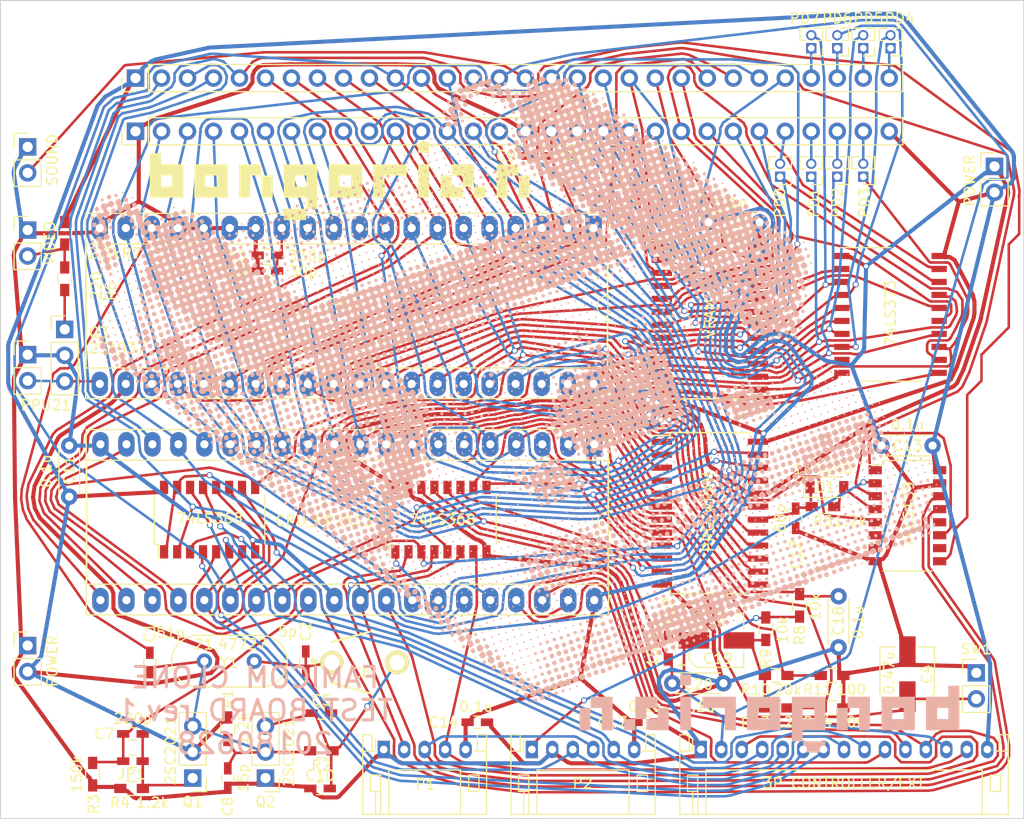
<source format=kicad_pcb>
(kicad_pcb (version 4) (host pcbnew 4.0.7)
  (layers (0 F.Cu signal) (31 B.Cu signal) (34 B.Paste user) (35 F.Paste user) (36 B.SilkS user) (37 F.SilkS user) (38 B.Mask user) (39 F.Mask user) (44 Edge.Cuts user))
  (net 0 "")
  (net 1 PPU_CLK)
  (net 2 "Net-(C1-Pad2)")
  (net 3 "Net-(C2-Pad1)")
  (net 4 GND)
  (net 5 VCC)
  (net 6 "Net-(C4-Pad1)")
  (net 7 "Net-(C10-Pad2)")
  (net 8 "Net-(C7-Pad1)")
  (net 9 CPU_CLK)
  (net 10 RD#$%)
  (net 11 "Net-(C12-Pad1)")
  (net 12 DBE#)
  (net 13 MICIN')
  (net 14 SOUNDI')
  (net 15 "Net-(C19-Pad2)")
  (net 16 SOUNDI)
  (net 17 RAMSEL#)
  (net 18 PA7)
  (net 19 PA6)
  (net 20 PA5)
  (net 21 PA4)
  (net 22 PA3)
  (net 23 PA2)
  (net 24 PA1)
  (net 25 PA0)
  (net 26 PD0)
  (net 27 PD1)
  (net 28 PD2)
  (net 29 PD3)
  (net 30 PD4)
  (net 31 PD5)
  (net 32 PD6)
  (net 33 PD7)
  (net 34 VRAMCS#)
  (net 35 VRAMA10)
  (net 36 WR#$%)
  (net 37 PA9$%)
  (net 38 PA8$%)
  (net 39 A11)
  (net 40 A10)
  (net 41 A9)
  (net 42 A8)
  (net 43 A7)
  (net 44 A6)
  (net 45 A5)
  (net 46 A4)
  (net 47 A3)
  (net 48 A2)
  (net 49 A1)
  (net 50 A0)
  (net 51 R/W#)
  (net 52 IRQ#$)
  (net 53 "Net-(J2-Pad26)")
  (net 54 "Net-(J2-Pad27)")
  (net 55 "Net-(J2-Pad28)")
  (net 56 "Net-(J2-Pad29)")
  (net 57 CLKOUT)
  (net 58 A12)
  (net 59 A13)
  (net 60 A14)
  (net 61 D7)
  (net 62 D6)
  (net 63 D5)
  (net 64 D4)
  (net 65 D3)
  (net 66 D2)
  (net 67 D1)
  (net 68 D0)
  (net 69 ROMSEL#)
  (net 70 SOUNDO)
  (net 71 PA13')
  (net 72 "Net-(J3-Pad27)")
  (net 73 "Net-(J3-Pad28)")
  (net 74 "Net-(J3-Pad29)")
  (net 75 "Net-(J3-Pad30)")
  (net 76 AUXA)
  (net 77 NMI#$)
  (net 78 INP1#)
  (net 79 INP0#)
  (net 80 OUT2)
  (net 81 OUT1)
  (net 82 A15)
  (net 83 OUT0)
  (net 84 4016D0$)
  (net 85 4016CUP$)
  (net 86 PPU21)
  (net 87 PA13$%)
  (net 88 PA12$%)
  (net 89 PA11$%)
  (net 90 PA10$%)
  (net 91 ALE$%)
  (net 92 MICIN)
  (net 93 4017D0$)
  (net 94 4017CUP$)
  (net 95 VIDEO)
  (net 96 4017D4$)
  (net 97 4017D3$)
  (net 98 4017D2$)
  (net 99 4017D1$)
  (net 100 4016D1$)
  (net 101 "Net-(Q3-Pad1)")
  (net 102 "Net-(U2-Pad1)")
  (net 103 AUXB)
  (module Mounting_Holes:MountingHole_2.2mm_M2 (layer F.Cu) (at 168.402 81.026)
    (fp_text reference hole3)
    (fp_text value MountingHole_2.2mm_M2)
    (pad 1 np_thru_hole circle (at 0 0) (size 2.2 2.2) (drill 2.2) (layers *.Cu *.Mask))
  )
  (module Mounting_Holes:MountingHole_2.2mm_M2 (layer F.Cu) (at 168.402 43.307)
    (fp_text reference hole2)
    (fp_text value MountingHole_2.2mm_M2)
    (pad 1 np_thru_hole circle (at 0 0) (size 2.2 2.2) (drill 2.2) (layers *.Cu *.Mask))
  )
  (module Mounting_Holes:MountingHole_2.2mm_M2 (layer F.Cu) (at 73.406 43.307)
    (fp_text reference hole1)
    (fp_text value MountingHole_2.2mm_M2)
    (pad 1 np_thru_hole circle (at 0 0) (size 2.2 2.2) (drill 2.2) (layers *.Cu *.Mask))
  )
  (module Capacitors_SMD:C_0603_HandSoldering (layer F.Cu) (at 85.471 105.537 270)
    (fp_text reference C1 (at -2.921 0 270) (layer F.SilkS))
    (fp_text value 51p (at -2.921 -2.032 360) (layer F.SilkS))
    (pad 1 smd rect (at -0.95 0 270) (size 1.2 0.75) (layers F.Cu F.Paste F.Mask) (net 1 PPU_CLK))
    (pad 2 smd rect (at 0.95 0 270) (size 1.2 0.75) (layers F.Cu F.Paste F.Mask) (net 2 "Net-(C1-Pad2)"))
  )
  (module Capacitors_SMD:C_0603_HandSoldering (layer F.Cu) (at 100.711 105.41 90)
    (fp_text reference C2 (at 2.921 0 90) (layer F.SilkS))
    (fp_text value 5p (at 2.921 -1.778 180) (layer F.SilkS))
    (pad 1 smd rect (at -0.95 0 90) (size 1.2 0.75) (layers F.Cu F.Paste F.Mask) (net 3 "Net-(C2-Pad1)"))
    (pad 2 smd rect (at 0.95 0 90) (size 1.2 0.75) (layers F.Cu F.Paste F.Mask) (net 3 "Net-(C2-Pad1)"))
  )
  (module Capacitors_THT:C_Disc_D4.3mm_W1.9mm_P5.00mm (layer F.Cu) (at 140.081 62.484)
    (fp_text reference C3 (at 2.54 0) (layer F.SilkS))
    (fp_text value 0.1u (at 2.159 -1.905) (layer F.SilkS))
    (pad 1 thru_hole circle (at 0 0) (size 1.6 1.6) (drill 0.8) (layers *.Cu *.Mask) (net 4 GND))
    (pad 2 thru_hole circle (at 5 0) (size 1.6 1.6) (drill 0.8) (layers *.Cu *.Mask) (net 5 VCC))
  )
  (module Capacitors_SMD:CP_Elec_5x5.3 (layer F.Cu) (at 159.512 106.68 90)
    (fp_text reference C4 (at 0 1.905 90) (layer F.SilkS))
    (fp_text value 0.47u (at 0.127 -1.778 90) (layer F.SilkS))
    (fp_text user + (at -3.38 2.34 90) (layer F.SilkS))
    (pad 1 smd rect (at -2.2 0 270) (size 3 1.6) (layers F.Cu F.Paste F.Mask) (net 6 "Net-(C4-Pad1)"))
    (pad 2 smd rect (at 2.2 0 270) (size 3 1.6) (layers F.Cu F.Paste F.Mask) (net 4 GND))
  )
  (module Capacitors_SMD:C_0603_HandSoldering (layer F.Cu) (at 102.235 110.49)
    (fp_text reference C5 (at 0 -1.25) (layer F.SilkS))
    (fp_text value 18p)
    (pad 1 smd rect (at -0.95 0) (size 1.2 0.75) (layers F.Cu F.Paste F.Mask) (net 7 "Net-(C10-Pad2)"))
    (pad 2 smd rect (at 0.95 0) (size 1.2 0.75) (layers F.Cu F.Paste F.Mask) (net 3 "Net-(C2-Pad1)"))
  )
  (module "SamacSys_Parts:TZ03(B)" (layer F.Cu) (at 103.251 105.537 180)
    (fp_text reference C6 (at -2.921 -1.016 180) (layer F.SilkS))
    (fp_text value 30p hide)
    (pad 1 thru_hole circle (at 0 0 270) (size 2.25 2.25) (drill 1.52) (layers *.Cu *.Mask F.SilkS) (net 3 "Net-(C2-Pad1)"))
    (pad 2 thru_hole circle (at -6.375 0 270) (size 2.28 2.28) (drill 1.53) (layers *.Cu *.Mask F.SilkS) (net 7 "Net-(C10-Pad2)"))
  )
  (module Capacitors_SMD:C_0603_HandSoldering (layer F.Cu) (at 83.82 112.522 180)
    (fp_text reference C7 (at 2.794 0 180) (layer F.SilkS))
    (fp_text value 220p (at 0 1.5 180) (layer F.SilkS))
    (pad 1 smd rect (at -0.95 0 180) (size 1.2 0.75) (layers F.Cu F.Paste F.Mask) (net 8 "Net-(C7-Pad1)"))
    (pad 2 smd rect (at 0.95 0 180) (size 1.2 0.75) (layers F.Cu F.Paste F.Mask) (net 9 CPU_CLK))
  )
  (module Capacitors_SMD:C_0603_HandSoldering (layer F.Cu) (at 93.091 116.84 90)
    (fp_text reference C8 (at -2.794 0 90) (layer F.SilkS))
    (fp_text value 15p (at 0 1.5 90) (layer F.SilkS))
    (pad 1 smd rect (at -0.95 0 90) (size 1.2 0.75) (layers F.Cu F.Paste F.Mask) (net 4 GND))
    (pad 2 smd rect (at 0.95 0 90) (size 1.2 0.75) (layers F.Cu F.Paste F.Mask) (net 2 "Net-(C1-Pad2)"))
  )
  (module Capacitors_SMD:C_0603_HandSoldering (layer F.Cu) (at 123.317 56.007 180)
    (fp_text reference C9 (at 3.048 0 180) (layer F.SilkS))
    (fp_text value 68p (at -3.429 0.127 180) (layer F.SilkS))
    (pad 1 smd rect (at -0.95 0 180) (size 1.2 0.75) (layers F.Cu F.Paste F.Mask) (net 10 RD#$%))
    (pad 2 smd rect (at 0.95 0 180) (size 1.2 0.75) (layers F.Cu F.Paste F.Mask) (net 4 GND))
  )
  (module Capacitors_SMD:C_0603_HandSoldering (layer F.Cu) (at 102.108 117.856)
    (fp_text reference C10 (at 0 -1.25) (layer F.SilkS))
    (fp_text value 51p)
    (pad 1 smd rect (at -0.95 0) (size 1.2 0.75) (layers F.Cu F.Paste F.Mask) (net 4 GND))
    (pad 2 smd rect (at 0.95 0) (size 1.2 0.75) (layers F.Cu F.Paste F.Mask) (net 7 "Net-(C10-Pad2)"))
  )
  (module Capacitors_THT:C_Disc_D4.3mm_W1.9mm_P5.00mm (layer F.Cu) (at 77.597 84.328 270)
    (fp_text reference C11 (at 2.413 0 270) (layer F.SilkS))
    (fp_text value 0.1u (at 2.5 2.26 270) (layer F.SilkS))
    (pad 1 thru_hole circle (at 0 0 270) (size 1.6 1.6) (drill 0.8) (layers *.Cu *.Mask) (net 4 GND))
    (pad 2 thru_hole circle (at 5 0 270) (size 1.6 1.6) (drill 0.8) (layers *.Cu *.Mask) (net 5 VCC))
  )
  (module Capacitors_SMD:C_0603_HandSoldering (layer F.Cu) (at 148.59 91.44 270)
    (fp_text reference C12 (at 3.556 0 270) (layer F.SilkS))
    (fp_text value 68p (at 0 1.5 270) (layer F.SilkS))
    (pad 1 smd rect (at -0.95 0 270) (size 1.2 0.75) (layers F.Cu F.Paste F.Mask) (net 11 "Net-(C12-Pad1)"))
    (pad 2 smd rect (at 0.95 0 270) (size 1.2 0.75) (layers F.Cu F.Paste F.Mask) (net 4 GND))
  )
  (module Capacitors_THT:C_Disc_D4.3mm_W1.9mm_P5.00mm (layer F.Cu) (at 156.972 84.328)
    (fp_text reference C13 (at 2.54 0) (layer F.SilkS))
    (fp_text value 0.1u (at 2.54 -2.032) (layer F.SilkS))
    (pad 1 thru_hole circle (at 0 0) (size 1.6 1.6) (drill 0.8) (layers *.Cu *.Mask) (net 4 GND))
    (pad 2 thru_hole circle (at 5 0) (size 1.6 1.6) (drill 0.8) (layers *.Cu *.Mask) (net 5 VCC))
  )
  (module Capacitors_SMD:C_0603_HandSoldering (layer F.Cu) (at 117.475 111.379)
    (fp_text reference C14 (at -3.302 0) (layer F.SilkS))
    (fp_text value 0.1u (at -0.127 -1.524) (layer F.SilkS))
    (pad 1 smd rect (at -0.95 0) (size 1.2 0.75) (layers F.Cu F.Paste F.Mask) (net 5 VCC))
    (pad 2 smd rect (at 0.95 0) (size 1.2 0.75) (layers F.Cu F.Paste F.Mask) (net 4 GND))
  )
  (module Capacitors_SMD:C_0603_HandSoldering (layer F.Cu) (at 96.964 67.2465)
    (fp_text reference C15 (at -3.492 0.0635) (layer F.SilkS))
    (fp_text value 30p (at 3.493 0.0635) (layer F.SilkS))
    (pad 1 smd rect (at -0.95 0) (size 1.2 0.75) (layers F.Cu F.Paste F.Mask) (net 4 GND))
    (pad 2 smd rect (at 0.95 0) (size 1.2 0.75) (layers F.Cu F.Paste F.Mask) (net 12 DBE#))
  )
  (module Capacitors_SMD:C_0603_HandSoldering (layer F.Cu) (at 96.964 65.7225)
    (fp_text reference C16 (at -3.492 0.0635) (layer F.SilkS))
    (fp_text value 330p (at 3.874 0.0635) (layer F.SilkS))
    (pad 1 smd rect (at -0.95 0) (size 1.2 0.75) (layers F.Cu F.Paste F.Mask) (net 4 GND))
    (pad 2 smd rect (at 0.95 0) (size 1.2 0.75) (layers F.Cu F.Paste F.Mask) (net 12 DBE#))
  )
  (module Capacitors_SMD:C_0603_HandSoldering (layer F.Cu) (at 133.985 111.379)
    (fp_text reference C17 (at -3.302 0) (layer F.SilkS))
    (fp_text value 0.1u (at -0.127 -1.524) (layer F.SilkS))
    (pad 1 smd rect (at -0.95 0) (size 1.2 0.75) (layers F.Cu F.Paste F.Mask) (net 5 VCC))
    (pad 2 smd rect (at 0.95 0) (size 1.2 0.75) (layers F.Cu F.Paste F.Mask) (net 4 GND))
  )
  (module Capacitors_THT:C_Disc_D4.3mm_W1.9mm_P5.00mm (layer F.Cu) (at 152.781 99.06 270)
    (fp_text reference C18 (at 2.413 0 270) (layer F.SilkS))
    (fp_text value 0.1u (at 2.54 -1.905 270) (layer F.SilkS))
    (pad 1 thru_hole circle (at 0 0 270) (size 1.6 1.6) (drill 0.8) (layers *.Cu *.Mask) (net 13 MICIN'))
    (pad 2 thru_hole circle (at 5 0 270) (size 1.6 1.6) (drill 0.8) (layers *.Cu *.Mask) (net 4 GND))
  )
  (module Capacitors_SMD:CP_Elec_5x5.3 (layer F.Cu) (at 140.843 103.378)
    (fp_text reference C19 (at 0.127 1.778) (layer F.SilkS))
    (fp_text value 1u (at 0 -1.905) (layer F.SilkS))
    (fp_text user + (at -3.38 2.34) (layer F.SilkS))
    (pad 1 smd rect (at -2.2 0 180) (size 3 1.6) (layers F.Cu F.Paste F.Mask) (net 14 SOUNDI'))
    (pad 2 smd rect (at 2.2 0 180) (size 3 1.6) (layers F.Cu F.Paste F.Mask) (net 15 "Net-(C19-Pad2)"))
  )
  (module Capacitors_THT:C_Disc_D4.3mm_W1.9mm_P5.00mm (layer F.Cu) (at 136.525 107.569)
    (fp_text reference C20 (at 2.54 0.127) (layer F.SilkS))
    (fp_text value 0.1u (at 2.54 2.286) (layer F.SilkS))
    (pad 1 thru_hole circle (at 0 0) (size 1.6 1.6) (drill 0.8) (layers *.Cu *.Mask) (net 16 SOUNDI))
    (pad 2 thru_hole circle (at 5 0) (size 1.6 1.6) (drill 0.8) (layers *.Cu *.Mask) (net 4 GND))
  )
  (module Diodes_SMD:D_SOD-123 (layer F.Cu) (at 151.638 88.392)
    (fp_text reference D1 (at -0.127 0) (layer F.SilkS))
    (fp_text value 1N4148 (at -0.381 -1.778 180) (layer F.SilkS))
    (pad 1 smd rect (at -1.65 0) (size 0.9 1.2) (layers F.Cu F.Paste F.Mask) (net 11 "Net-(C12-Pad1)"))
    (pad 2 smd rect (at 1.65 0) (size 0.9 1.2) (layers F.Cu F.Paste F.Mask) (net 17 RAMSEL#))
  )
  (module Housings_SOIC:SOIC-24W_7.5x15.4mm_Pitch1.27mm (layer F.Cu) (at 140.208 71.882)
    (fp_text reference J1)
    (fp_text value VRAM (at 0 0 90) (layer F.SilkS))
    (pad 1 smd rect (at -4.7 -6.985) (size 2 0.6) (layers F.Cu F.Paste F.Mask) (net 18 PA7))
    (pad 2 smd rect (at -4.7 -5.715) (size 2 0.6) (layers F.Cu F.Paste F.Mask) (net 19 PA6))
    (pad 3 smd rect (at -4.7 -4.445) (size 2 0.6) (layers F.Cu F.Paste F.Mask) (net 20 PA5))
    (pad 4 smd rect (at -4.7 -3.175) (size 2 0.6) (layers F.Cu F.Paste F.Mask) (net 21 PA4))
    (pad 5 smd rect (at -4.7 -1.905) (size 2 0.6) (layers F.Cu F.Paste F.Mask) (net 22 PA3))
    (pad 6 smd rect (at -4.7 -0.635) (size 2 0.6) (layers F.Cu F.Paste F.Mask) (net 23 PA2))
    (pad 7 smd rect (at -4.7 0.635) (size 2 0.6) (layers F.Cu F.Paste F.Mask) (net 24 PA1))
    (pad 8 smd rect (at -4.7 1.905) (size 2 0.6) (layers F.Cu F.Paste F.Mask) (net 25 PA0))
    (pad 9 smd rect (at -4.7 3.175) (size 2 0.6) (layers F.Cu F.Paste F.Mask) (net 26 PD0))
    (pad 10 smd rect (at -4.7 4.445) (size 2 0.6) (layers F.Cu F.Paste F.Mask) (net 27 PD1))
    (pad 11 smd rect (at -4.7 5.715) (size 2 0.6) (layers F.Cu F.Paste F.Mask) (net 28 PD2))
    (pad 12 smd rect (at -4.7 6.985) (size 2 0.6) (layers F.Cu F.Paste F.Mask) (net 4 GND))
    (pad 13 smd rect (at 4.7 6.985) (size 2 0.6) (layers F.Cu F.Paste F.Mask) (net 29 PD3))
    (pad 14 smd rect (at 4.7 5.715) (size 2 0.6) (layers F.Cu F.Paste F.Mask) (net 30 PD4))
    (pad 15 smd rect (at 4.7 4.445) (size 2 0.6) (layers F.Cu F.Paste F.Mask) (net 31 PD5))
    (pad 16 smd rect (at 4.7 3.175) (size 2 0.6) (layers F.Cu F.Paste F.Mask) (net 32 PD6))
    (pad 17 smd rect (at 4.7 1.905) (size 2 0.6) (layers F.Cu F.Paste F.Mask) (net 33 PD7))
    (pad 18 smd rect (at 4.7 0.635) (size 2 0.6) (layers F.Cu F.Paste F.Mask) (net 34 VRAMCS#))
    (pad 19 smd rect (at 4.7 -0.635) (size 2 0.6) (layers F.Cu F.Paste F.Mask) (net 35 VRAMA10))
    (pad 20 smd rect (at 4.7 -1.905) (size 2 0.6) (layers F.Cu F.Paste F.Mask) (net 10 RD#$%))
    (pad 21 smd rect (at 4.7 -3.175) (size 2 0.6) (layers F.Cu F.Paste F.Mask) (net 36 WR#$%))
    (pad 22 smd rect (at 4.7 -4.445) (size 2 0.6) (layers F.Cu F.Paste F.Mask) (net 37 PA9$%))
    (pad 23 smd rect (at 4.7 -5.715) (size 2 0.6) (layers F.Cu F.Paste F.Mask) (net 38 PA8$%))
    (pad 24 smd rect (at 4.7 -6.985) (size 2 0.6) (layers F.Cu F.Paste F.Mask) (net 5 VCC))
  )
  (module Pin_Headers:Pin_Header_Straight_1x30_Pitch2.54mm (layer F.Cu) (at 84.074 53.594 90)
    (fp_text reference J2)
    (fp_text value CART_FRONT)
    (pad 1 thru_hole rect (at 0 0 90) (size 1.7 1.7) (drill 1) (layers *.Cu *.Mask) (net 4 GND))
    (pad 2 thru_hole oval (at 0 2.54 90) (size 1.7 1.7) (drill 1) (layers *.Cu *.Mask) (net 39 A11))
    (pad 3 thru_hole oval (at 0 5.08 90) (size 1.7 1.7) (drill 1) (layers *.Cu *.Mask) (net 40 A10))
    (pad 4 thru_hole oval (at 0 7.62 90) (size 1.7 1.7) (drill 1) (layers *.Cu *.Mask) (net 41 A9))
    (pad 5 thru_hole oval (at 0 10.16 90) (size 1.7 1.7) (drill 1) (layers *.Cu *.Mask) (net 42 A8))
    (pad 6 thru_hole oval (at 0 12.7 90) (size 1.7 1.7) (drill 1) (layers *.Cu *.Mask) (net 43 A7))
    (pad 7 thru_hole oval (at 0 15.24 90) (size 1.7 1.7) (drill 1) (layers *.Cu *.Mask) (net 44 A6))
    (pad 8 thru_hole oval (at 0 17.78 90) (size 1.7 1.7) (drill 1) (layers *.Cu *.Mask) (net 45 A5))
    (pad 9 thru_hole oval (at 0 20.32 90) (size 1.7 1.7) (drill 1) (layers *.Cu *.Mask) (net 46 A4))
    (pad 10 thru_hole oval (at 0 22.86 90) (size 1.7 1.7) (drill 1) (layers *.Cu *.Mask) (net 47 A3))
    (pad 11 thru_hole oval (at 0 25.4 90) (size 1.7 1.7) (drill 1) (layers *.Cu *.Mask) (net 48 A2))
    (pad 12 thru_hole oval (at 0 27.94 90) (size 1.7 1.7) (drill 1) (layers *.Cu *.Mask) (net 49 A1))
    (pad 13 thru_hole oval (at 0 30.48 90) (size 1.7 1.7) (drill 1) (layers *.Cu *.Mask) (net 50 A0))
    (pad 14 thru_hole oval (at 0 33.02 90) (size 1.7 1.7) (drill 1) (layers *.Cu *.Mask) (net 51 R/W#))
    (pad 15 thru_hole oval (at 0 35.56 90) (size 1.7 1.7) (drill 1) (layers *.Cu *.Mask) (net 52 IRQ#$))
    (pad 16 thru_hole oval (at 0 38.1 90) (size 1.7 1.7) (drill 1) (layers *.Cu *.Mask) (net 4 GND))
    (pad 17 thru_hole oval (at 0 40.64 90) (size 1.7 1.7) (drill 1) (layers *.Cu *.Mask) (net 10 RD#$%))
    (pad 18 thru_hole oval (at 0 43.18 90) (size 1.7 1.7) (drill 1) (layers *.Cu *.Mask) (net 35 VRAMA10))
    (pad 19 thru_hole oval (at 0 45.72 90) (size 1.7 1.7) (drill 1) (layers *.Cu *.Mask) (net 19 PA6))
    (pad 20 thru_hole oval (at 0 48.26 90) (size 1.7 1.7) (drill 1) (layers *.Cu *.Mask) (net 20 PA5))
    (pad 21 thru_hole oval (at 0 50.8 90) (size 1.7 1.7) (drill 1) (layers *.Cu *.Mask) (net 21 PA4))
    (pad 22 thru_hole oval (at 0 53.34 90) (size 1.7 1.7) (drill 1) (layers *.Cu *.Mask) (net 22 PA3))
    (pad 23 thru_hole oval (at 0 55.88 90) (size 1.7 1.7) (drill 1) (layers *.Cu *.Mask) (net 23 PA2))
    (pad 24 thru_hole oval (at 0 58.42 90) (size 1.7 1.7) (drill 1) (layers *.Cu *.Mask) (net 24 PA1))
    (pad 25 thru_hole oval (at 0 60.96 90) (size 1.7 1.7) (drill 1) (layers *.Cu *.Mask) (net 25 PA0))
    (pad 26 thru_hole oval (at 0 63.5 90) (size 1.7 1.7) (drill 1) (layers *.Cu *.Mask) (net 53 "Net-(J2-Pad26)"))
    (pad 27 thru_hole oval (at 0 66.04 90) (size 1.7 1.7) (drill 1) (layers *.Cu *.Mask) (net 54 "Net-(J2-Pad27)"))
    (pad 28 thru_hole oval (at 0 68.58 90) (size 1.7 1.7) (drill 1) (layers *.Cu *.Mask) (net 55 "Net-(J2-Pad28)"))
    (pad 29 thru_hole oval (at 0 71.12 90) (size 1.7 1.7) (drill 1) (layers *.Cu *.Mask) (net 56 "Net-(J2-Pad29)"))
    (pad 30 thru_hole oval (at 0 73.66 90) (size 1.7 1.7) (drill 1) (layers *.Cu *.Mask) (net 5 VCC))
  )
  (module Pin_Headers:Pin_Header_Straight_1x30_Pitch2.54mm (layer F.Cu) (at 84.074 48.387 90)
    (fp_text reference J3)
    (fp_text value CART_BOTTOM)
    (pad 1 thru_hole rect (at 0 0 90) (size 1.7 1.7) (drill 1) (layers *.Cu *.Mask) (net 5 VCC))
    (pad 2 thru_hole oval (at 0 2.54 90) (size 1.7 1.7) (drill 1) (layers *.Cu *.Mask) (net 57 CLKOUT))
    (pad 3 thru_hole oval (at 0 5.08 90) (size 1.7 1.7) (drill 1) (layers *.Cu *.Mask) (net 58 A12))
    (pad 4 thru_hole oval (at 0 7.62 90) (size 1.7 1.7) (drill 1) (layers *.Cu *.Mask) (net 59 A13))
    (pad 5 thru_hole oval (at 0 10.16 90) (size 1.7 1.7) (drill 1) (layers *.Cu *.Mask) (net 60 A14))
    (pad 6 thru_hole oval (at 0 12.7 90) (size 1.7 1.7) (drill 1) (layers *.Cu *.Mask) (net 61 D7))
    (pad 7 thru_hole oval (at 0 15.24 90) (size 1.7 1.7) (drill 1) (layers *.Cu *.Mask) (net 62 D6))
    (pad 8 thru_hole oval (at 0 17.78 90) (size 1.7 1.7) (drill 1) (layers *.Cu *.Mask) (net 63 D5))
    (pad 9 thru_hole oval (at 0 20.32 90) (size 1.7 1.7) (drill 1) (layers *.Cu *.Mask) (net 64 D4))
    (pad 10 thru_hole oval (at 0 22.86 90) (size 1.7 1.7) (drill 1) (layers *.Cu *.Mask) (net 65 D3))
    (pad 11 thru_hole oval (at 0 25.4 90) (size 1.7 1.7) (drill 1) (layers *.Cu *.Mask) (net 66 D2))
    (pad 12 thru_hole oval (at 0 27.94 90) (size 1.7 1.7) (drill 1) (layers *.Cu *.Mask) (net 67 D1))
    (pad 13 thru_hole oval (at 0 30.48 90) (size 1.7 1.7) (drill 1) (layers *.Cu *.Mask) (net 68 D0))
    (pad 14 thru_hole oval (at 0 33.02 90) (size 1.7 1.7) (drill 1) (layers *.Cu *.Mask) (net 69 ROMSEL#))
    (pad 15 thru_hole oval (at 0 35.56 90) (size 1.7 1.7) (drill 1) (layers *.Cu *.Mask) (net 16 SOUNDI))
    (pad 16 thru_hole oval (at 0 38.1 90) (size 1.7 1.7) (drill 1) (layers *.Cu *.Mask) (net 70 SOUNDO))
    (pad 17 thru_hole oval (at 0 40.64 90) (size 1.7 1.7) (drill 1) (layers *.Cu *.Mask) (net 36 WR#$%))
    (pad 18 thru_hole oval (at 0 43.18 90) (size 1.7 1.7) (drill 1) (layers *.Cu *.Mask) (net 34 VRAMCS#))
    (pad 19 thru_hole oval (at 0 45.72 90) (size 1.7 1.7) (drill 1) (layers *.Cu *.Mask) (net 71 PA13'))
    (pad 20 thru_hole oval (at 0 48.26 90) (size 1.7 1.7) (drill 1) (layers *.Cu *.Mask) (net 18 PA7))
    (pad 21 thru_hole oval (at 0 50.8 90) (size 1.7 1.7) (drill 1) (layers *.Cu *.Mask) (net 38 PA8$%))
    (pad 22 thru_hole oval (at 0 53.34 90) (size 1.7 1.7) (drill 1) (layers *.Cu *.Mask) (net 37 PA9$%))
    (pad 23 thru_hole oval (at 0 55.88 90) (size 1.7 1.7) (drill 1) (layers *.Cu *.Mask) (net 90 PA10$%))
    (pad 24 thru_hole oval (at 0 58.42 90) (size 1.7 1.7) (drill 1) (layers *.Cu *.Mask) (net 89 PA11$%))
    (pad 25 thru_hole oval (at 0 60.96 90) (size 1.7 1.7) (drill 1) (layers *.Cu *.Mask) (net 88 PA12$%))
    (pad 26 thru_hole oval (at 0 63.5 90) (size 1.7 1.7) (drill 1) (layers *.Cu *.Mask) (net 87 PA13$%))
    (pad 27 thru_hole oval (at 0 66.04 90) (size 1.7 1.7) (drill 1) (layers *.Cu *.Mask) (net 72 "Net-(J3-Pad27)"))
    (pad 28 thru_hole oval (at 0 68.58 90) (size 1.7 1.7) (drill 1) (layers *.Cu *.Mask) (net 73 "Net-(J3-Pad28)"))
    (pad 29 thru_hole oval (at 0 71.12 90) (size 1.7 1.7) (drill 1) (layers *.Cu *.Mask) (net 74 "Net-(J3-Pad29)"))
    (pad 30 thru_hole oval (at 0 73.66 90) (size 1.7 1.7) (drill 1) (layers *.Cu *.Mask) (net 75 "Net-(J3-Pad30)"))
  )
  (module Housings_DIP:DIP-40_W15.24mm_Socket_LongPads (layer F.Cu) (at 128.905 84.201 270)
    (fp_text reference J4)
    (fp_text value CPU_RP2A03 (at 7.493 26.416 360) (layer F.SilkS))
    (pad 1 thru_hole rect (at 0 0 270) (size 2.4 1.6) (drill 0.8) (layers *.Cu *.Mask) (net 76 AUXA))
    (pad 21 thru_hole oval (at 15.24 48.26 270) (size 2.4 1.6) (drill 0.8) (layers *.Cu *.Mask) (net 61 D7))
    (pad 2 thru_hole oval (at 0 2.54 270) (size 2.4 1.6) (drill 0.8) (layers *.Cu *.Mask) (net 103 AUXB))
    (pad 22 thru_hole oval (at 15.24 45.72 270) (size 2.4 1.6) (drill 0.8) (layers *.Cu *.Mask) (net 62 D6))
    (pad 3 thru_hole oval (at 0 5.08 270) (size 2.4 1.6) (drill 0.8) (layers *.Cu *.Mask) (net 6 "Net-(C4-Pad1)"))
    (pad 23 thru_hole oval (at 15.24 43.18 270) (size 2.4 1.6) (drill 0.8) (layers *.Cu *.Mask) (net 63 D5))
    (pad 4 thru_hole oval (at 0 7.62 270) (size 2.4 1.6) (drill 0.8) (layers *.Cu *.Mask) (net 50 A0))
    (pad 24 thru_hole oval (at 15.24 40.64 270) (size 2.4 1.6) (drill 0.8) (layers *.Cu *.Mask) (net 64 D4))
    (pad 5 thru_hole oval (at 0 10.16 270) (size 2.4 1.6) (drill 0.8) (layers *.Cu *.Mask) (net 49 A1))
    (pad 25 thru_hole oval (at 15.24 38.1 270) (size 2.4 1.6) (drill 0.8) (layers *.Cu *.Mask) (net 65 D3))
    (pad 6 thru_hole oval (at 0 12.7 270) (size 2.4 1.6) (drill 0.8) (layers *.Cu *.Mask) (net 48 A2))
    (pad 26 thru_hole oval (at 15.24 35.56 270) (size 2.4 1.6) (drill 0.8) (layers *.Cu *.Mask) (net 66 D2))
    (pad 7 thru_hole oval (at 0 15.24 270) (size 2.4 1.6) (drill 0.8) (layers *.Cu *.Mask) (net 47 A3))
    (pad 27 thru_hole oval (at 15.24 33.02 270) (size 2.4 1.6) (drill 0.8) (layers *.Cu *.Mask) (net 67 D1))
    (pad 8 thru_hole oval (at 0 17.78 270) (size 2.4 1.6) (drill 0.8) (layers *.Cu *.Mask) (net 46 A4))
    (pad 28 thru_hole oval (at 15.24 30.48 270) (size 2.4 1.6) (drill 0.8) (layers *.Cu *.Mask) (net 68 D0))
    (pad 9 thru_hole oval (at 0 20.32 270) (size 2.4 1.6) (drill 0.8) (layers *.Cu *.Mask) (net 45 A5))
    (pad 29 thru_hole oval (at 15.24 27.94 270) (size 2.4 1.6) (drill 0.8) (layers *.Cu *.Mask) (net 9 CPU_CLK))
    (pad 10 thru_hole oval (at 0 22.86 270) (size 2.4 1.6) (drill 0.8) (layers *.Cu *.Mask) (net 44 A6))
    (pad 30 thru_hole oval (at 15.24 25.4 270) (size 2.4 1.6) (drill 0.8) (layers *.Cu *.Mask) (net 4 GND))
    (pad 11 thru_hole oval (at 0 25.4 270) (size 2.4 1.6) (drill 0.8) (layers *.Cu *.Mask) (net 43 A7))
    (pad 31 thru_hole oval (at 15.24 22.86 270) (size 2.4 1.6) (drill 0.8) (layers *.Cu *.Mask) (net 57 CLKOUT))
    (pad 12 thru_hole oval (at 0 27.94 270) (size 2.4 1.6) (drill 0.8) (layers *.Cu *.Mask) (net 42 A8))
    (pad 32 thru_hole oval (at 15.24 20.32 270) (size 2.4 1.6) (drill 0.8) (layers *.Cu *.Mask) (net 52 IRQ#$))
    (pad 13 thru_hole oval (at 0 30.48 270) (size 2.4 1.6) (drill 0.8) (layers *.Cu *.Mask) (net 41 A9))
    (pad 33 thru_hole oval (at 15.24 17.78 270) (size 2.4 1.6) (drill 0.8) (layers *.Cu *.Mask) (net 77 NMI#$))
    (pad 14 thru_hole oval (at 0 33.02 270) (size 2.4 1.6) (drill 0.8) (layers *.Cu *.Mask) (net 40 A10))
    (pad 34 thru_hole oval (at 15.24 15.24 270) (size 2.4 1.6) (drill 0.8) (layers *.Cu *.Mask) (net 51 R/W#))
    (pad 15 thru_hole oval (at 0 35.56 270) (size 2.4 1.6) (drill 0.8) (layers *.Cu *.Mask) (net 39 A11))
    (pad 35 thru_hole oval (at 15.24 12.7 270) (size 2.4 1.6) (drill 0.8) (layers *.Cu *.Mask) (net 78 INP1#))
    (pad 16 thru_hole oval (at 0 38.1 270) (size 2.4 1.6) (drill 0.8) (layers *.Cu *.Mask) (net 58 A12))
    (pad 36 thru_hole oval (at 15.24 10.16 270) (size 2.4 1.6) (drill 0.8) (layers *.Cu *.Mask) (net 79 INP0#))
    (pad 17 thru_hole oval (at 0 40.64 270) (size 2.4 1.6) (drill 0.8) (layers *.Cu *.Mask) (net 59 A13))
    (pad 37 thru_hole oval (at 15.24 7.62 270) (size 2.4 1.6) (drill 0.8) (layers *.Cu *.Mask) (net 80 OUT2))
    (pad 18 thru_hole oval (at 0 43.18 270) (size 2.4 1.6) (drill 0.8) (layers *.Cu *.Mask) (net 60 A14))
    (pad 38 thru_hole oval (at 15.24 5.08 270) (size 2.4 1.6) (drill 0.8) (layers *.Cu *.Mask) (net 81 OUT1))
    (pad 19 thru_hole oval (at 0 45.72 270) (size 2.4 1.6) (drill 0.8) (layers *.Cu *.Mask) (net 82 A15))
    (pad 39 thru_hole oval (at 15.24 2.54 270) (size 2.4 1.6) (drill 0.8) (layers *.Cu *.Mask) (net 83 OUT0))
    (pad 20 thru_hole oval (at 0 48.26 270) (size 2.4 1.6) (drill 0.8) (layers *.Cu *.Mask) (net 4 GND))
    (pad 40 thru_hole oval (at 15.24 0 270) (size 2.4 1.6) (drill 0.8) (layers *.Cu *.Mask) (net 5 VCC))
  )
  (module Housings_SOIC:SOIC-24W_7.5x15.4mm_Pitch1.27mm (layer F.Cu) (at 140.208 90.932)
    (fp_text reference J5)
    (fp_text value PRG_WRAM (at -0.127 -0.127 90) (layer F.SilkS))
    (pad 1 smd rect (at -4.7 -6.985) (size 2 0.6) (layers F.Cu F.Paste F.Mask) (net 43 A7))
    (pad 2 smd rect (at -4.7 -5.715) (size 2 0.6) (layers F.Cu F.Paste F.Mask) (net 44 A6))
    (pad 3 smd rect (at -4.7 -4.445) (size 2 0.6) (layers F.Cu F.Paste F.Mask) (net 45 A5))
    (pad 4 smd rect (at -4.7 -3.175) (size 2 0.6) (layers F.Cu F.Paste F.Mask) (net 46 A4))
    (pad 5 smd rect (at -4.7 -1.905) (size 2 0.6) (layers F.Cu F.Paste F.Mask) (net 47 A3))
    (pad 6 smd rect (at -4.7 -0.635) (size 2 0.6) (layers F.Cu F.Paste F.Mask) (net 48 A2))
    (pad 7 smd rect (at -4.7 0.635) (size 2 0.6) (layers F.Cu F.Paste F.Mask) (net 49 A1))
    (pad 8 smd rect (at -4.7 1.905) (size 2 0.6) (layers F.Cu F.Paste F.Mask) (net 50 A0))
    (pad 9 smd rect (at -4.7 3.175) (size 2 0.6) (layers F.Cu F.Paste F.Mask) (net 68 D0))
    (pad 10 smd rect (at -4.7 4.445) (size 2 0.6) (layers F.Cu F.Paste F.Mask) (net 67 D1))
    (pad 11 smd rect (at -4.7 5.715) (size 2 0.6) (layers F.Cu F.Paste F.Mask) (net 66 D2))
    (pad 12 smd rect (at -4.7 6.985) (size 2 0.6) (layers F.Cu F.Paste F.Mask) (net 4 GND))
    (pad 13 smd rect (at 4.7 6.985) (size 2 0.6) (layers F.Cu F.Paste F.Mask) (net 65 D3))
    (pad 14 smd rect (at 4.7 5.715) (size 2 0.6) (layers F.Cu F.Paste F.Mask) (net 64 D4))
    (pad 15 smd rect (at 4.7 4.445) (size 2 0.6) (layers F.Cu F.Paste F.Mask) (net 63 D5))
    (pad 16 smd rect (at 4.7 3.175) (size 2 0.6) (layers F.Cu F.Paste F.Mask) (net 62 D6))
    (pad 17 smd rect (at 4.7 1.905) (size 2 0.6) (layers F.Cu F.Paste F.Mask) (net 61 D7))
    (pad 18 smd rect (at 4.7 0.635) (size 2 0.6) (layers F.Cu F.Paste F.Mask) (net 11 "Net-(C12-Pad1)"))
    (pad 19 smd rect (at 4.7 -0.635) (size 2 0.6) (layers F.Cu F.Paste F.Mask) (net 40 A10))
    (pad 20 smd rect (at 4.7 -1.905) (size 2 0.6) (layers F.Cu F.Paste F.Mask) (net 4 GND))
    (pad 21 smd rect (at 4.7 -3.175) (size 2 0.6) (layers F.Cu F.Paste F.Mask) (net 51 R/W#))
    (pad 22 smd rect (at 4.7 -4.445) (size 2 0.6) (layers F.Cu F.Paste F.Mask) (net 41 A9))
    (pad 23 smd rect (at 4.7 -5.715) (size 2 0.6) (layers F.Cu F.Paste F.Mask) (net 42 A8))
    (pad 24 smd rect (at 4.7 -6.985) (size 2 0.6) (layers F.Cu F.Paste F.Mask) (net 5 VCC))
  )
  (module Connectors_JST:JST_PH_S5B-PH-K_05x2.00mm_Angled (layer F.Cu) (at 108.331 114.046)
    (fp_text reference P1 (at 4.064 3.429) (layer F.SilkS))
    (fp_text value P1)
    (pad 1 thru_hole rect (at 0 0) (size 1.2 1.7) (drill 0.75) (layers *.Cu *.Mask) (net 4 GND))
    (pad 2 thru_hole oval (at 2 0) (size 1.2 1.7) (drill 0.75) (layers *.Cu *.Mask) (net 84 4016D0$))
    (pad 3 thru_hole oval (at 4 0) (size 1.2 1.7) (drill 0.75) (layers *.Cu *.Mask) (net 83 OUT0))
    (pad 4 thru_hole oval (at 6 0) (size 1.2 1.7) (drill 0.75) (layers *.Cu *.Mask) (net 85 4016CUP$))
    (pad 5 thru_hole oval (at 8 0) (size 1.2 1.7) (drill 0.75) (layers *.Cu *.Mask) (net 5 VCC))
  )
  (module Housings_DIP:DIP-40_W15.24mm_Socket_LongPads (layer F.Cu) (at 128.842 63.0555 270)
    (fp_text reference J7)
    (fp_text value PPU (at 7.4295 24.448 360) (layer F.SilkS))
    (pad 1 thru_hole rect (at 0 0 270) (size 2.4 1.6) (drill 0.8) (layers *.Cu *.Mask) (net 51 R/W#))
    (pad 21 thru_hole oval (at 15.24 48.26 270) (size 2.4 1.6) (drill 0.8) (layers *.Cu *.Mask) (net 86 PPU21))
    (pad 2 thru_hole oval (at 0 2.54 270) (size 2.4 1.6) (drill 0.8) (layers *.Cu *.Mask) (net 68 D0))
    (pad 22 thru_hole oval (at 15.24 45.72 270) (size 2.4 1.6) (drill 0.8) (layers *.Cu *.Mask) (net 5 VCC))
    (pad 3 thru_hole oval (at 0 5.08 270) (size 2.4 1.6) (drill 0.8) (layers *.Cu *.Mask) (net 67 D1))
    (pad 23 thru_hole oval (at 15.24 43.18 270) (size 2.4 1.6) (drill 0.8) (layers *.Cu *.Mask) (net 36 WR#$%))
    (pad 4 thru_hole oval (at 0 7.62 270) (size 2.4 1.6) (drill 0.8) (layers *.Cu *.Mask) (net 66 D2))
    (pad 24 thru_hole oval (at 15.24 40.64 270) (size 2.4 1.6) (drill 0.8) (layers *.Cu *.Mask) (net 10 RD#$%))
    (pad 5 thru_hole oval (at 0 10.16 270) (size 2.4 1.6) (drill 0.8) (layers *.Cu *.Mask) (net 65 D3))
    (pad 25 thru_hole oval (at 15.24 38.1 270) (size 2.4 1.6) (drill 0.8) (layers *.Cu *.Mask) (net 87 PA13$%))
    (pad 6 thru_hole oval (at 0 12.7 270) (size 2.4 1.6) (drill 0.8) (layers *.Cu *.Mask) (net 64 D4))
    (pad 26 thru_hole oval (at 15.24 35.56 270) (size 2.4 1.6) (drill 0.8) (layers *.Cu *.Mask) (net 88 PA12$%))
    (pad 7 thru_hole oval (at 0 15.24 270) (size 2.4 1.6) (drill 0.8) (layers *.Cu *.Mask) (net 63 D5))
    (pad 27 thru_hole oval (at 15.24 33.02 270) (size 2.4 1.6) (drill 0.8) (layers *.Cu *.Mask) (net 89 PA11$%))
    (pad 8 thru_hole oval (at 0 17.78 270) (size 2.4 1.6) (drill 0.8) (layers *.Cu *.Mask) (net 62 D6))
    (pad 28 thru_hole oval (at 15.24 30.48 270) (size 2.4 1.6) (drill 0.8) (layers *.Cu *.Mask) (net 90 PA10$%))
    (pad 9 thru_hole oval (at 0 20.32 270) (size 2.4 1.6) (drill 0.8) (layers *.Cu *.Mask) (net 61 D7))
    (pad 29 thru_hole oval (at 15.24 27.94 270) (size 2.4 1.6) (drill 0.8) (layers *.Cu *.Mask) (net 37 PA9$%))
    (pad 10 thru_hole oval (at 0 22.86 270) (size 2.4 1.6) (drill 0.8) (layers *.Cu *.Mask) (net 48 A2))
    (pad 30 thru_hole oval (at 15.24 25.4 270) (size 2.4 1.6) (drill 0.8) (layers *.Cu *.Mask) (net 38 PA8$%))
    (pad 11 thru_hole oval (at 0 25.4 270) (size 2.4 1.6) (drill 0.8) (layers *.Cu *.Mask) (net 49 A1))
    (pad 31 thru_hole oval (at 15.24 22.86 270) (size 2.4 1.6) (drill 0.8) (layers *.Cu *.Mask) (net 33 PD7))
    (pad 12 thru_hole oval (at 0 27.94 270) (size 2.4 1.6) (drill 0.8) (layers *.Cu *.Mask) (net 50 A0))
    (pad 32 thru_hole oval (at 15.24 20.32 270) (size 2.4 1.6) (drill 0.8) (layers *.Cu *.Mask) (net 32 PD6))
    (pad 13 thru_hole oval (at 0 30.48 270) (size 2.4 1.6) (drill 0.8) (layers *.Cu *.Mask) (net 12 DBE#))
    (pad 33 thru_hole oval (at 15.24 17.78 270) (size 2.4 1.6) (drill 0.8) (layers *.Cu *.Mask) (net 31 PD5))
    (pad 14 thru_hole oval (at 0 33.02 270) (size 2.4 1.6) (drill 0.8) (layers *.Cu *.Mask) (net 4 GND))
    (pad 34 thru_hole oval (at 15.24 15.24 270) (size 2.4 1.6) (drill 0.8) (layers *.Cu *.Mask) (net 30 PD4))
    (pad 15 thru_hole oval (at 0 35.56 270) (size 2.4 1.6) (drill 0.8) (layers *.Cu *.Mask) (net 4 GND))
    (pad 35 thru_hole oval (at 15.24 12.7 270) (size 2.4 1.6) (drill 0.8) (layers *.Cu *.Mask) (net 29 PD3))
    (pad 16 thru_hole oval (at 0 38.1 270) (size 2.4 1.6) (drill 0.8) (layers *.Cu *.Mask) (net 4 GND))
    (pad 36 thru_hole oval (at 15.24 10.16 270) (size 2.4 1.6) (drill 0.8) (layers *.Cu *.Mask) (net 28 PD2))
    (pad 17 thru_hole oval (at 0 40.64 270) (size 2.4 1.6) (drill 0.8) (layers *.Cu *.Mask) (net 4 GND))
    (pad 37 thru_hole oval (at 15.24 7.62 270) (size 2.4 1.6) (drill 0.8) (layers *.Cu *.Mask) (net 27 PD1))
    (pad 18 thru_hole oval (at 0 43.18 270) (size 2.4 1.6) (drill 0.8) (layers *.Cu *.Mask) (net 1 PPU_CLK))
    (pad 38 thru_hole oval (at 15.24 5.08 270) (size 2.4 1.6) (drill 0.8) (layers *.Cu *.Mask) (net 26 PD0))
    (pad 19 thru_hole oval (at 0 45.72 270) (size 2.4 1.6) (drill 0.8) (layers *.Cu *.Mask) (net 77 NMI#$))
    (pad 39 thru_hole oval (at 15.24 2.54 270) (size 2.4 1.6) (drill 0.8) (layers *.Cu *.Mask) (net 91 ALE$%))
    (pad 20 thru_hole oval (at 0 48.26 270) (size 2.4 1.6) (drill 0.8) (layers *.Cu *.Mask) (net 4 GND))
    (pad 40 thru_hole oval (at 15.24 0 270) (size 2.4 1.6) (drill 0.8) (layers *.Cu *.Mask) (net 5 VCC))
  )
  (module Connectors_JST:JST_PH_S6B-PH-K_06x2.00mm_Angled (layer F.Cu) (at 122.809 114.046)
    (fp_text reference P2 (at 4.953 3.302) (layer F.SilkS))
    (fp_text value P2)
    (pad 1 thru_hole rect (at 0 0) (size 1.2 1.7) (drill 0.75) (layers *.Cu *.Mask) (net 92 MICIN))
    (pad 2 thru_hole oval (at 2 0) (size 1.2 1.7) (drill 0.75) (layers *.Cu *.Mask) (net 4 GND))
    (pad 3 thru_hole oval (at 4 0) (size 1.2 1.7) (drill 0.75) (layers *.Cu *.Mask) (net 93 4017D0$))
    (pad 4 thru_hole oval (at 6 0) (size 1.2 1.7) (drill 0.75) (layers *.Cu *.Mask) (net 83 OUT0))
    (pad 5 thru_hole oval (at 8 0) (size 1.2 1.7) (drill 0.75) (layers *.Cu *.Mask) (net 94 4017CUP$))
    (pad 6 thru_hole oval (at 10 0) (size 1.2 1.7) (drill 0.75) (layers *.Cu *.Mask) (net 5 VCC))
  )
  (module Pin_Headers:Pin_Header_Straight_1x02_Pitch2.54mm (layer F.Cu) (at 73.533 103.886)
    (fp_text reference POWER (at 2.413 1.524 90) (layer F.SilkS))
    (fp_text value Conn_01x02)
    (pad 1 thru_hole rect (at 0 0) (size 1.7 1.7) (drill 1) (layers *.Cu *.Mask) (net 4 GND))
    (pad 2 thru_hole oval (at 0 2.54) (size 1.7 1.7) (drill 1) (layers *.Cu *.Mask) (net 5 VCC))
  )
  (module Pin_Headers:Pin_Header_Straight_1x02_Pitch2.54mm (layer F.Cu) (at 73.533 63.246)
    (fp_text reference J10)
    (fp_text value VIDEO (at 2.159 1.27 90) (layer F.SilkS))
    (pad 1 thru_hole rect (at 0 0) (size 1.7 1.7) (drill 1) (layers *.Cu *.Mask) (net 4 GND))
    (pad 2 thru_hole oval (at 0 2.54) (size 1.7 1.7) (drill 1) (layers *.Cu *.Mask) (net 95 VIDEO))
  )
  (module Pin_Headers:Pin_Header_Straight_1x02_Pitch2.54mm (layer F.Cu) (at 73.533 75.438)
    (fp_text reference J11)
    (fp_text value PPU21 (at 1.778 4.953) (layer F.SilkS))
    (pad 1 thru_hole rect (at 0 0) (size 1.7 1.7) (drill 1) (layers *.Cu *.Mask) (net 4 GND))
    (pad 2 thru_hole oval (at 0 2.54) (size 1.7 1.7) (drill 1) (layers *.Cu *.Mask) (net 86 PPU21))
  )
  (module Connectors_JST:JST_PH_S15B-PH-K_15x2.00mm_Angled (layer F.Cu) (at 139.319 114.046)
    (fp_text reference "3P CONTROLLER/EXT" (at 13.97 3.302) (layer F.SilkS))
    (fp_text value EXT)
    (pad 1 thru_hole rect (at 0 0) (size 1.2 1.7) (drill 0.75) (layers *.Cu *.Mask) (net 4 GND))
    (pad 2 thru_hole oval (at 2 0) (size 1.2 1.7) (drill 0.75) (layers *.Cu *.Mask) (net 16 SOUNDI))
    (pad 3 thru_hole oval (at 4 0) (size 1.2 1.7) (drill 0.75) (layers *.Cu *.Mask) (net 52 IRQ#$))
    (pad 4 thru_hole oval (at 6 0) (size 1.2 1.7) (drill 0.75) (layers *.Cu *.Mask) (net 96 4017D4$))
    (pad 5 thru_hole oval (at 8 0) (size 1.2 1.7) (drill 0.75) (layers *.Cu *.Mask) (net 97 4017D3$))
    (pad 6 thru_hole oval (at 10 0) (size 1.2 1.7) (drill 0.75) (layers *.Cu *.Mask) (net 98 4017D2$))
    (pad 7 thru_hole oval (at 12 0) (size 1.2 1.7) (drill 0.75) (layers *.Cu *.Mask) (net 99 4017D1$))
    (pad 8 thru_hole oval (at 14 0) (size 1.2 1.7) (drill 0.75) (layers *.Cu *.Mask) (net 93 4017D0$))
    (pad 9 thru_hole oval (at 16 0) (size 1.2 1.7) (drill 0.75) (layers *.Cu *.Mask) (net 94 4017CUP$))
    (pad 10 thru_hole oval (at 18 0) (size 1.2 1.7) (drill 0.75) (layers *.Cu *.Mask) (net 80 OUT2))
    (pad 11 thru_hole oval (at 20 0) (size 1.2 1.7) (drill 0.75) (layers *.Cu *.Mask) (net 81 OUT1))
    (pad 12 thru_hole oval (at 22 0) (size 1.2 1.7) (drill 0.75) (layers *.Cu *.Mask) (net 83 OUT0))
    (pad 13 thru_hole oval (at 24 0) (size 1.2 1.7) (drill 0.75) (layers *.Cu *.Mask) (net 100 4016D1$))
    (pad 14 thru_hole oval (at 26 0) (size 1.2 1.7) (drill 0.75) (layers *.Cu *.Mask) (net 85 4016CUP$))
    (pad 15 thru_hole oval (at 28 0) (size 1.2 1.7) (drill 0.75) (layers *.Cu *.Mask) (net 5 VCC))
  )
  (module Pin_Headers:Pin_Header_Straight_1x02_Pitch2.54mm (layer F.Cu) (at 73.533 55.118)
    (fp_text reference J13)
    (fp_text value SOUND (at 2.413 1.27 90) (layer F.SilkS))
    (pad 1 thru_hole rect (at 0 0) (size 1.7 1.7) (drill 1) (layers *.Cu *.Mask) (net 4 GND))
    (pad 2 thru_hole oval (at 0 2.54) (size 1.7 1.7) (drill 1) (layers *.Cu *.Mask) (net 70 SOUNDO))
  )
  (module Pin_Headers:Pin_Header_Straight_1x02_Pitch2.54mm (layer F.Cu) (at 168.021 57.023)
    (fp_text reference J14)
    (fp_text value POWER (at -2.413 1.397 90) (layer F.SilkS))
    (pad 1 thru_hole rect (at 0 0) (size 1.7 1.7) (drill 1) (layers *.Cu *.Mask) (net 4 GND))
    (pad 2 thru_hole oval (at 0 2.54) (size 1.7 1.7) (drill 1) (layers *.Cu *.Mask) (net 5 VCC))
  )
  (module Capacitors_SMD:C_0603_HandSoldering (layer F.Cu) (at 83.82 115.189)
    (fp_text reference JP1 (at -0.127 1.27) (layer F.SilkS))
    (fp_text value Jumper)
    (pad 1 smd rect (at -0.95 0) (size 1.2 0.75) (layers F.Cu F.Paste F.Mask) (net 9 CPU_CLK))
    (pad 2 smd rect (at 0.95 0) (size 1.2 0.75) (layers F.Cu F.Paste F.Mask) (net 8 "Net-(C7-Pad1)"))
  )
  (module Pin_Headers:Pin_Header_Straight_1x02_Pitch1.27mm (layer F.Cu) (at 147.066 58.039 180)
    (fp_text reference JP15)
    (fp_text value PD0 (at 0 -2.54 270) (layer F.SilkS))
    (pad 1 thru_hole rect (at 0 0 180) (size 1 1) (drill 0.65) (layers *.Cu *.Mask) (net 26 PD0))
    (pad 2 thru_hole oval (at 0 1.27 180) (size 1 1) (drill 0.65) (layers *.Cu *.Mask) (net 53 "Net-(J2-Pad26)"))
  )
  (module Pin_Headers:Pin_Header_Straight_1x02_Pitch1.27mm (layer F.Cu) (at 150.114 58.039 180)
    (fp_text reference JP17)
    (fp_text value PD1 (at -0.254 -2.54 270) (layer F.SilkS))
    (pad 1 thru_hole rect (at 0 0 180) (size 1 1) (drill 0.65) (layers *.Cu *.Mask) (net 27 PD1))
    (pad 2 thru_hole oval (at 0 1.27 180) (size 1 1) (drill 0.65) (layers *.Cu *.Mask) (net 54 "Net-(J2-Pad27)"))
  )
  (module Pin_Headers:Pin_Header_Straight_1x02_Pitch1.27mm (layer F.Cu) (at 150.114 45.466 180)
    (fp_text reference JP18)
    (fp_text value PD7 (at 0.635 2.921 180) (layer F.SilkS))
    (pad 1 thru_hole rect (at 0 0 180) (size 1 1) (drill 0.65) (layers *.Cu *.Mask) (net 72 "Net-(J3-Pad27)"))
    (pad 2 thru_hole oval (at 0 1.27 180) (size 1 1) (drill 0.65) (layers *.Cu *.Mask) (net 33 PD7))
  )
  (module Pin_Headers:Pin_Header_Straight_1x02_Pitch1.27mm (layer F.Cu) (at 152.654 58.039 180)
    (fp_text reference JP19)
    (fp_text value PD2 (at 0 -2.54 270) (layer F.SilkS))
    (pad 1 thru_hole rect (at 0 0 180) (size 1 1) (drill 0.65) (layers *.Cu *.Mask) (net 28 PD2))
    (pad 2 thru_hole oval (at 0 1.27 180) (size 1 1) (drill 0.65) (layers *.Cu *.Mask) (net 55 "Net-(J2-Pad28)"))
  )
  (module Pin_Headers:Pin_Header_Straight_1x02_Pitch1.27mm (layer F.Cu) (at 152.654 45.466 180)
    (fp_text reference JP20)
    (fp_text value PD6 (at 0 2.921 180) (layer F.SilkS))
    (pad 1 thru_hole rect (at 0 0 180) (size 1 1) (drill 0.65) (layers *.Cu *.Mask) (net 73 "Net-(J3-Pad28)"))
    (pad 2 thru_hole oval (at 0 1.27 180) (size 1 1) (drill 0.65) (layers *.Cu *.Mask) (net 32 PD6))
  )
  (module Pin_Headers:Pin_Header_Straight_1x02_Pitch1.27mm (layer F.Cu) (at 155.194 58.039 180)
    (fp_text reference JP21)
    (fp_text value PD3 (at -0.127 -2.54 270) (layer F.SilkS))
    (pad 1 thru_hole rect (at 0 0 180) (size 1 1) (drill 0.65) (layers *.Cu *.Mask) (net 29 PD3))
    (pad 2 thru_hole oval (at 0 1.27 180) (size 1 1) (drill 0.65) (layers *.Cu *.Mask) (net 56 "Net-(J2-Pad29)"))
  )
  (module Pin_Headers:Pin_Header_Straight_1x02_Pitch1.27mm (layer F.Cu) (at 155.194 45.466 180)
    (fp_text reference JP22)
    (fp_text value PD5 (at -0.508 2.921 180) (layer F.SilkS))
    (pad 1 thru_hole rect (at 0 0 180) (size 1 1) (drill 0.65) (layers *.Cu *.Mask) (net 74 "Net-(J3-Pad29)"))
    (pad 2 thru_hole oval (at 0 1.27 180) (size 1 1) (drill 0.65) (layers *.Cu *.Mask) (net 31 PD5))
  )
  (module Pin_Headers:Pin_Header_Straight_1x02_Pitch1.27mm (layer F.Cu) (at 157.861 45.466 180)
    (fp_text reference JP23)
    (fp_text value PD4 (at -0.889 2.921 180) (layer F.SilkS))
    (pad 1 thru_hole rect (at 0 0 180) (size 1 1) (drill 0.65) (layers *.Cu *.Mask) (net 75 "Net-(J3-Pad30)"))
    (pad 2 thru_hole oval (at 0 1.27 180) (size 1 1) (drill 0.65) (layers *.Cu *.Mask) (net 30 PD4))
  )
  (module Pin_Headers:Pin_Header_Straight_1x03_Pitch2.54mm (layer F.Cu) (at 89.662 116.84 180)
    (fp_text reference Q1 (at 0 -2.33 180) (layer F.SilkS))
    (fp_text value 2SC2021 (at 2.159 2.667 270) (layer F.SilkS))
    (pad 1 thru_hole rect (at 0 0 180) (size 1.7 1.7) (drill 1) (layers *.Cu *.Mask) (net 8 "Net-(C7-Pad1)"))
    (pad 2 thru_hole oval (at 0 2.54 180) (size 1.7 1.7) (drill 1) (layers *.Cu *.Mask) (net 5 VCC))
    (pad 3 thru_hole oval (at 0 5.08 180) (size 1.7 1.7) (drill 1) (layers *.Cu *.Mask) (net 2 "Net-(C1-Pad2)"))
  )
  (module Pin_Headers:Pin_Header_Straight_1x03_Pitch2.54mm (layer F.Cu) (at 96.774 116.84 180)
    (fp_text reference Q2 (at 0 -2.33 180) (layer F.SilkS))
    (fp_text value 2SC2021 (at -2.286 2.54 270) (layer F.SilkS))
    (pad 1 thru_hole rect (at 0 0 180) (size 1.7 1.7) (drill 1) (layers *.Cu *.Mask) (net 4 GND))
    (pad 2 thru_hole oval (at 0 2.54 180) (size 1.7 1.7) (drill 1) (layers *.Cu *.Mask) (net 2 "Net-(C1-Pad2)"))
    (pad 3 thru_hole oval (at 0 5.08 180) (size 1.7 1.7) (drill 1) (layers *.Cu *.Mask) (net 7 "Net-(C10-Pad2)"))
  )
  (module Pin_Headers:Pin_Header_Straight_1x03_Pitch2.54mm (layer F.Cu) (at 77.152 72.961)
    (fp_text reference Q3 (at 3.366 0.318) (layer F.SilkS))
    (fp_text value 2SA937 (at 5.144 1.842) (layer F.SilkS))
    (pad 1 thru_hole rect (at 0 0) (size 1.7 1.7) (drill 1) (layers *.Cu *.Mask) (net 101 "Net-(Q3-Pad1)"))
    (pad 2 thru_hole oval (at 0 2.54) (size 1.7 1.7) (drill 1) (layers *.Cu *.Mask) (net 4 GND))
    (pad 3 thru_hole oval (at 0 5.08) (size 1.7 1.7) (drill 1) (layers *.Cu *.Mask) (net 86 PPU21))
  )
  (module Resistors_SMD:R_0603_HandSoldering (layer F.Cu) (at 93.091 112.014 270)
    (fp_text reference R1 (at -2.921 0 270) (layer F.SilkS))
    (fp_text value 1.2k (at 0 -1.524 270) (layer F.SilkS))
    (pad 1 smd rect (at -1.1 0 270) (size 1.2 0.9) (layers F.Cu F.Paste F.Mask) (net 5 VCC))
    (pad 2 smd rect (at 1.1 0 270) (size 1.2 0.9) (layers F.Cu F.Paste F.Mask) (net 2 "Net-(C1-Pad2)"))
  )
  (module Resistors_SMD:R_0603_HandSoldering (layer F.Cu) (at 102.235 114.173 180)
    (fp_text reference R2 (at 0 -1.45 180) (layer F.SilkS))
    (fp_text value 220k)
    (pad 1 smd rect (at -1.1 0 180) (size 1.2 0.9) (layers F.Cu F.Paste F.Mask) (net 7 "Net-(C10-Pad2)"))
    (pad 2 smd rect (at 1.1 0 180) (size 1.2 0.9) (layers F.Cu F.Paste F.Mask) (net 2 "Net-(C1-Pad2)"))
  )
  (module Resistors_SMD:R_0603_HandSoldering (layer F.Cu) (at 79.883 116.459 270)
    (fp_text reference R3 (at 2.921 -0.127 270) (layer F.SilkS))
    (fp_text value 150k (at 0 1.55 270) (layer F.SilkS))
    (pad 1 smd rect (at -1.1 0 270) (size 1.2 0.9) (layers F.Cu F.Paste F.Mask) (net 9 CPU_CLK))
    (pad 2 smd rect (at 1.1 0 270) (size 1.2 0.9) (layers F.Cu F.Paste F.Mask) (net 4 GND))
  )
  (module Resistors_SMD:R_0603_HandSoldering (layer F.Cu) (at 83.693 117.856 180)
    (fp_text reference R4 (at 1.143 -1.397 180) (layer F.SilkS))
    (fp_text value 1.2k (at -2.032 -1.397 180) (layer F.SilkS))
    (pad 1 smd rect (at -1.1 0 180) (size 1.2 0.9) (layers F.Cu F.Paste F.Mask) (net 8 "Net-(C7-Pad1)"))
    (pad 2 smd rect (at 1.1 0 180) (size 1.2 0.9) (layers F.Cu F.Paste F.Mask) (net 4 GND))
  )
  (module Resistors_SMD:R_0603_HandSoldering (layer F.Cu) (at 151.257 90.297 180)
    (fp_text reference R5 (at 0 -1.45 180) (layer F.SilkS))
    (fp_text value 1.2k (at -2.667 -1.397 180) (layer F.SilkS))
    (pad 1 smd rect (at -1.1 0 180) (size 1.2 0.9) (layers F.Cu F.Paste F.Mask) (net 17 RAMSEL#))
    (pad 2 smd rect (at 1.1 0 180) (size 1.2 0.9) (layers F.Cu F.Paste F.Mask) (net 11 "Net-(C12-Pad1)"))
  )
  (module Resistors_SMD:R_0603_HandSoldering (layer F.Cu) (at 77.152 68.009 270)
    (fp_text reference R6 (at 1.206 -4.509 270) (layer F.SilkS))
    (fp_text value 220 (at 0.698 -3.112 270) (layer F.SilkS))
    (pad 1 smd rect (at -1.1 0 270) (size 1.2 0.9) (layers F.Cu F.Paste F.Mask) (net 95 VIDEO))
    (pad 2 smd rect (at 1.1 0 270) (size 1.2 0.9) (layers F.Cu F.Paste F.Mask) (net 101 "Net-(Q3-Pad1)"))
  )
  (module Resistors_SMD:R_0603_HandSoldering (layer F.Cu) (at 77.152 63.5635 90)
    (fp_text reference R7 (at -1.9685 6.541 180) (layer F.SilkS))
    (fp_text value 2.2k (at -1.9685 3.874 180) (layer F.SilkS))
    (pad 1 smd rect (at -1.1 0 90) (size 1.2 0.9) (layers F.Cu F.Paste F.Mask) (net 95 VIDEO))
    (pad 2 smd rect (at 1.1 0 90) (size 1.2 0.9) (layers F.Cu F.Paste F.Mask) (net 5 VCC))
  )
  (module Resistors_SMD:R_0603_HandSoldering (layer F.Cu) (at 148.971 99.949 270)
    (fp_text reference R8 (at 2.921 0 270) (layer F.SilkS))
    (fp_text value 10k (at 0.127 -1.524 270) (layer F.SilkS))
    (pad 1 smd rect (at -1.1 0 270) (size 1.2 0.9) (layers F.Cu F.Paste F.Mask) (net 13 MICIN'))
    (pad 2 smd rect (at 1.1 0 270) (size 1.2 0.9) (layers F.Cu F.Paste F.Mask) (net 92 MICIN))
  )
  (module Resistors_SMD:R_0603_HandSoldering (layer F.Cu) (at 145.669 102.235 270)
    (fp_text reference R9 (at 2.921 0 270) (layer F.SilkS))
    (fp_text value 10k (at 0.127 -1.651 270) (layer F.SilkS))
    (pad 1 smd rect (at -1.1 0 270) (size 1.2 0.9) (layers F.Cu F.Paste F.Mask) (net 92 MICIN))
    (pad 2 smd rect (at 1.1 0 270) (size 1.2 0.9) (layers F.Cu F.Paste F.Mask) (net 15 "Net-(C19-Pad2)"))
  )
  (module Resistors_SMD:R_0603_HandSoldering (layer F.Cu) (at 146.685 106.807 180)
    (fp_text reference R10 (at 2.032 -1.397 180) (layer F.SilkS))
    (fp_text value 20k (at -1.143 -1.397 180) (layer F.SilkS))
    (pad 1 smd rect (at -1.1 0 180) (size 1.2 0.9) (layers F.Cu F.Paste F.Mask) (net 76 AUXA))
    (pad 2 smd rect (at 1.1 0 180) (size 1.2 0.9) (layers F.Cu F.Paste F.Mask) (net 15 "Net-(C19-Pad2)"))
  )
  (module Resistors_SMD:R_0603_HandSoldering (layer F.Cu) (at 152.146 106.807 180)
    (fp_text reference R11 (at 1.397 -1.397 180) (layer F.SilkS))
    (fp_text value 100 (at -1.905 -1.397 180) (layer F.SilkS))
    (pad 1 smd rect (at -1.1 0 180) (size 1.2 0.9) (layers F.Cu F.Paste F.Mask) (net 4 GND))
    (pad 2 smd rect (at 1.1 0 180) (size 1.2 0.9) (layers F.Cu F.Paste F.Mask) (net 76 AUXA))
  )
  (module Resistors_SMD:R_0603_HandSoldering (layer F.Cu) (at 136.144 104.14 270)
    (fp_text reference R12 (at -3.556 0 270) (layer F.SilkS))
    (fp_text value 100k (at 0 1.55 270) (layer F.SilkS))
    (pad 1 smd rect (at -1.1 0 270) (size 1.2 0.9) (layers F.Cu F.Paste F.Mask) (net 14 SOUNDI'))
    (pad 2 smd rect (at 1.1 0 270) (size 1.2 0.9) (layers F.Cu F.Paste F.Mask) (net 16 SOUNDI))
  )
  (module Resistors_SMD:R_0603_HandSoldering (layer F.Cu) (at 146.685 109.982 180)
    (fp_text reference R13 (at 2.032 -1.397 180) (layer F.SilkS))
    (fp_text value 12k (at -1.143 -1.397 180) (layer F.SilkS))
    (pad 1 smd rect (at -1.1 0 180) (size 1.2 0.9) (layers F.Cu F.Paste F.Mask) (net 103 AUXB))
    (pad 2 smd rect (at 1.1 0 180) (size 1.2 0.9) (layers F.Cu F.Paste F.Mask) (net 15 "Net-(C19-Pad2)"))
  )
  (module Resistors_SMD:R_0603_HandSoldering (layer F.Cu) (at 152.146 109.982 180)
    (fp_text reference R14 (at 1.397 -1.397 180) (layer F.SilkS))
    (fp_text value 100 (at -1.905 -1.397 180) (layer F.SilkS))
    (pad 1 smd rect (at -1.1 0 180) (size 1.2 0.9) (layers F.Cu F.Paste F.Mask) (net 4 GND))
    (pad 2 smd rect (at 1.1 0 180) (size 1.2 0.9) (layers F.Cu F.Paste F.Mask) (net 103 AUXB))
  )
  (module Pin_Headers:Pin_Header_Straight_1x02_Pitch2.54mm (layer F.Cu) (at 166.243 106.553)
    (fp_text reference SW1 (at 0 -2.33) (layer F.SilkS))
    (fp_text value SW_Push)
    (pad 1 thru_hole rect (at 0 0) (size 1.7 1.7) (drill 1) (layers *.Cu *.Mask) (net 4 GND))
    (pad 2 thru_hole oval (at 0 2.54) (size 1.7 1.7) (drill 1) (layers *.Cu *.Mask) (net 6 "Net-(C4-Pad1)"))
  )
  (module Housings_SOIC:SO-20_12.8x7.5mm_Pitch1.27mm (layer F.Cu) (at 157.861 71.501)
    (fp_text reference U1)
    (fp_text value 74LS373 (at 0 -0.127 90) (layer F.SilkS))
    (pad 6 smd rect (at -4.75 0.635) (size 1.5 0.6) (layers F.Cu F.Paste F.Mask) (net 20 PA5))
    (pad 5 smd rect (at -4.75 -0.635) (size 1.5 0.6) (layers F.Cu F.Paste F.Mask) (net 19 PA6))
    (pad 4 smd rect (at -4.75 -1.905) (size 1.5 0.6) (layers F.Cu F.Paste F.Mask) (net 32 PD6))
    (pad 3 smd rect (at -4.75 -3.175) (size 1.5 0.6) (layers F.Cu F.Paste F.Mask) (net 33 PD7))
    (pad 2 smd rect (at -4.75 -4.445) (size 1.5 0.6) (layers F.Cu F.Paste F.Mask) (net 18 PA7))
    (pad 1 smd rect (at -4.75 -5.715) (size 1.5 0.6) (layers F.Cu F.Paste F.Mask) (net 4 GND))
    (pad 7 smd rect (at -4.75 1.905) (size 1.5 0.6) (layers F.Cu F.Paste F.Mask) (net 31 PD5))
    (pad 8 smd rect (at -4.75 3.175) (size 1.5 0.6) (layers F.Cu F.Paste F.Mask) (net 30 PD4))
    (pad 9 smd rect (at -4.75 4.445) (size 1.5 0.6) (layers F.Cu F.Paste F.Mask) (net 21 PA4))
    (pad 10 smd rect (at -4.75 5.715) (size 1.5 0.6) (layers F.Cu F.Paste F.Mask) (net 4 GND))
    (pad 11 smd rect (at 4.75 5.715) (size 1.5 0.6) (layers F.Cu F.Paste F.Mask) (net 91 ALE$%))
    (pad 12 smd rect (at 4.75 4.445) (size 1.5 0.6) (layers F.Cu F.Paste F.Mask) (net 22 PA3))
    (pad 13 smd rect (at 4.75 3.175) (size 1.5 0.6) (layers F.Cu F.Paste F.Mask) (net 29 PD3))
    (pad 14 smd rect (at 4.75 1.905) (size 1.5 0.6) (layers F.Cu F.Paste F.Mask) (net 28 PD2))
    (pad 15 smd rect (at 4.75 0.635) (size 1.5 0.6) (layers F.Cu F.Paste F.Mask) (net 23 PA2))
    (pad 16 smd rect (at 4.75 -0.635) (size 1.5 0.6) (layers F.Cu F.Paste F.Mask) (net 24 PA1))
    (pad 17 smd rect (at 4.75 -1.905) (size 1.5 0.6) (layers F.Cu F.Paste F.Mask) (net 27 PD1))
    (pad 18 smd rect (at 4.75 -3.175) (size 1.5 0.6) (layers F.Cu F.Paste F.Mask) (net 26 PD0))
    (pad 19 smd rect (at 4.75 -4.445) (size 1.5 0.6) (layers F.Cu F.Paste F.Mask) (net 25 PA0))
    (pad 20 smd rect (at 4.75 -5.715) (size 1.5 0.6) (layers F.Cu F.Paste F.Mask) (net 5 VCC))
  )
  (module Housings_SSOP:SOP-16_4.4x10.4mm_Pitch1.27mm (layer F.Cu) (at 159.512 91.186)
    (fp_text reference U2)
    (fp_text value 74LS139 (at 0.127 -0.127 90) (layer F.SilkS))
    (pad 1 smd rect (at -3.15 -4.45) (size 1.3 0.8) (layers F.Cu F.Paste F.Mask) (net 102 "Net-(U2-Pad1)"))
    (pad 2 smd rect (at -3.15 -3.17) (size 1.3 0.8) (layers F.Cu F.Paste F.Mask) (net 59 A13))
    (pad 3 smd rect (at -3.15 -1.91) (size 1.3 0.8) (layers F.Cu F.Paste F.Mask) (net 60 A14))
    (pad 4 smd rect (at -3.15 -0.64) (size 1.3 0.8) (layers F.Cu F.Paste F.Mask) (net 17 RAMSEL#))
    (pad 5 smd rect (at -3.15 0.64) (size 1.3 0.8) (layers F.Cu F.Paste F.Mask) (net 12 DBE#))
    (pad 6 smd rect (at -3.15 1.91) (size 1.3 0.8) (layers F.Cu F.Paste F.Mask))
    (pad 7 smd rect (at -3.15 3.17) (size 1.3 0.8) (layers F.Cu F.Paste F.Mask))
    (pad 8 smd rect (at -3.15 4.45) (size 1.3 0.8) (layers F.Cu F.Paste F.Mask) (net 4 GND))
    (pad 9 smd rect (at 3.15 4.45) (size 1.3 0.8) (layers F.Cu F.Paste F.Mask) (net 69 ROMSEL#))
    (pad 10 smd rect (at 3.15 3.17) (size 1.3 0.8) (layers F.Cu F.Paste F.Mask))
    (pad 11 smd rect (at 3.15 1.91) (size 1.3 0.8) (layers F.Cu F.Paste F.Mask) (net 102 "Net-(U2-Pad1)"))
    (pad 12 smd rect (at 3.15 0.64) (size 1.3 0.8) (layers F.Cu F.Paste F.Mask))
    (pad 13 smd rect (at 3.15 -0.64) (size 1.3 0.8) (layers F.Cu F.Paste F.Mask) (net 82 A15))
    (pad 14 smd rect (at 3.15 -1.91) (size 1.3 0.8) (layers F.Cu F.Paste F.Mask) (net 57 CLKOUT))
    (pad 15 smd rect (at 3.15 -3.17) (size 1.3 0.8) (layers F.Cu F.Paste F.Mask) (net 4 GND))
    (pad 16 smd rect (at 3.15 -4.45) (size 1.3 0.8) (layers F.Cu F.Paste F.Mask) (net 5 VCC))
  )
  (module Housings_SSOP:SOP-16_4.4x10.4mm_Pitch1.27mm (layer F.Cu) (at 91.313 91.567 90)
    (fp_text reference U3)
    (fp_text value 74LS368 (at 0.127 0 180) (layer F.SilkS))
    (pad 1 smd rect (at -3.15 -4.45 90) (size 1.3 0.8) (layers F.Cu F.Paste F.Mask) (net 78 INP1#))
    (pad 2 smd rect (at -3.15 -3.17 90) (size 1.3 0.8) (layers F.Cu F.Paste F.Mask) (net 57 CLKOUT))
    (pad 3 smd rect (at -3.15 -1.91 90) (size 1.3 0.8) (layers F.Cu F.Paste F.Mask) (net 94 4017CUP$))
    (pad 4 smd rect (at -3.15 -0.64 90) (size 1.3 0.8) (layers F.Cu F.Paste F.Mask) (net 99 4017D1$))
    (pad 5 smd rect (at -3.15 0.64 90) (size 1.3 0.8) (layers F.Cu F.Paste F.Mask) (net 67 D1))
    (pad 6 smd rect (at -3.15 1.91 90) (size 1.3 0.8) (layers F.Cu F.Paste F.Mask) (net 97 4017D3$))
    (pad 7 smd rect (at -3.15 3.17 90) (size 1.3 0.8) (layers F.Cu F.Paste F.Mask) (net 65 D3))
    (pad 8 smd rect (at -3.15 4.45 90) (size 1.3 0.8) (layers F.Cu F.Paste F.Mask) (net 4 GND))
    (pad 9 smd rect (at 3.15 4.45 90) (size 1.3 0.8) (layers F.Cu F.Paste F.Mask) (net 64 D4))
    (pad 10 smd rect (at 3.15 3.17 90) (size 1.3 0.8) (layers F.Cu F.Paste F.Mask) (net 96 4017D4$))
    (pad 11 smd rect (at 3.15 1.91 90) (size 1.3 0.8) (layers F.Cu F.Paste F.Mask) (net 66 D2))
    (pad 12 smd rect (at 3.15 0.64 90) (size 1.3 0.8) (layers F.Cu F.Paste F.Mask) (net 98 4017D2$))
    (pad 13 smd rect (at 3.15 -0.64 90) (size 1.3 0.8) (layers F.Cu F.Paste F.Mask) (net 68 D0))
    (pad 14 smd rect (at 3.15 -1.91 90) (size 1.3 0.8) (layers F.Cu F.Paste F.Mask) (net 93 4017D0$))
    (pad 15 smd rect (at 3.15 -3.17 90) (size 1.3 0.8) (layers F.Cu F.Paste F.Mask) (net 78 INP1#))
    (pad 16 smd rect (at 3.15 -4.45 90) (size 1.3 0.8) (layers F.Cu F.Paste F.Mask) (net 5 VCC))
  )
  (module Housings_SSOP:SOP-16_4.4x10.4mm_Pitch1.27mm (layer F.Cu) (at 113.919 91.567 90)
    (fp_text reference U4)
    (fp_text value 74LS368 (at 0 0.127 180) (layer F.SilkS))
    (pad 1 smd rect (at -3.15 -4.45 90) (size 1.3 0.8) (layers F.Cu F.Paste F.Mask) (net 79 INP0#))
    (pad 2 smd rect (at -3.15 -3.17 90) (size 1.3 0.8) (layers F.Cu F.Paste F.Mask) (net 84 4016D0$))
    (pad 3 smd rect (at -3.15 -1.91 90) (size 1.3 0.8) (layers F.Cu F.Paste F.Mask) (net 68 D0))
    (pad 4 smd rect (at -3.15 -0.64 90) (size 1.3 0.8) (layers F.Cu F.Paste F.Mask) (net 100 4016D1$))
    (pad 5 smd rect (at -3.15 0.64 90) (size 1.3 0.8) (layers F.Cu F.Paste F.Mask) (net 67 D1))
    (pad 6 smd rect (at -3.15 1.91 90) (size 1.3 0.8) (layers F.Cu F.Paste F.Mask) (net 57 CLKOUT))
    (pad 7 smd rect (at -3.15 3.17 90) (size 1.3 0.8) (layers F.Cu F.Paste F.Mask) (net 85 4016CUP$))
    (pad 8 smd rect (at -3.15 4.45 90) (size 1.3 0.8) (layers F.Cu F.Paste F.Mask) (net 4 GND))
    (pad 9 smd rect (at 3.15 4.45 90) (size 1.3 0.8) (layers F.Cu F.Paste F.Mask) (net 66 D2))
    (pad 10 smd rect (at 3.15 3.17 90) (size 1.3 0.8) (layers F.Cu F.Paste F.Mask) (net 13 MICIN'))
    (pad 11 smd rect (at 3.15 1.91 90) (size 1.3 0.8) (layers F.Cu F.Paste F.Mask) (net 71 PA13'))
    (pad 12 smd rect (at 3.15 0.64 90) (size 1.3 0.8) (layers F.Cu F.Paste F.Mask) (net 87 PA13$%))
    (pad 13 smd rect (at 3.15 -0.64 90) (size 1.3 0.8) (layers F.Cu F.Paste F.Mask) (net 16 SOUNDI))
    (pad 14 smd rect (at 3.15 -1.91 90) (size 1.3 0.8) (layers F.Cu F.Paste F.Mask) (net 14 SOUNDI'))
    (pad 15 smd rect (at 3.15 -3.17 90) (size 1.3 0.8) (layers F.Cu F.Paste F.Mask) (net 4 GND))
    (pad 16 smd rect (at 3.15 -4.45 90) (size 1.3 0.8) (layers F.Cu F.Paste F.Mask) (net 5 VCC))
  )
  (module Crystals:Crystal_HC49-U_Vertical (layer F.Cu) (at 90.805 105.41)
    (fp_text reference Y1 (at 2.413 0.127) (layer F.SilkS))
    (fp_text value 21.47727 (at 2.54 -1.651) (layer F.SilkS))
    (pad 1 thru_hole circle (at 0 0) (size 1.5 1.5) (drill 0.8) (layers *.Cu *.Mask) (net 2 "Net-(C1-Pad2)"))
    (pad 2 thru_hole circle (at 4.88 0) (size 1.5 1.5) (drill 0.8) (layers *.Cu *.Mask) (net 3 "Net-(C2-Pad1)"))
  )
  (module Mounting_Holes:MountingHole_2.2mm_M2 (layer F.Cu) (at 73.533 118.237)
    (fp_text reference hole4)
    (fp_text value MountingHole_2.2mm_M2)
    (pad 1 np_thru_hole circle (at 0 0) (size 2.2 2.2) (drill 2.2) (layers *.Cu *.Mask))
  )
  (module GAME:bongorian (layer F.Cu) (at 104.013 58.42)
    (fp_text reference G*** hide)
    (fp_text value LOGO hide)
  )
  (module GAME:fami (layer B.Cu) (at 121.031 78.486 180)
    (fp_text reference G*** hide)
    (fp_text value LOGO hide)
  )
  (module GAME:bongorian (layer B.Cu) (at 146.05 110.49 180)
    (fp_text reference G*** hide)
    (fp_text value LOGO hide)
  )
  (gr_text "FAMICOM CLONE\nTEST BOARD rev.1\n20180628" (at 95.758 110.236) (layer B.SilkS) (effects (font (size 2 2) (thickness 0.3)) (justify mirror)))
  (gr_line (start 70.8781 120.8026) (end 70.8781 40.8026) (layer Edge.Cuts) (width 0.1))
  (gr_line (start 170.8781 120.8026) (end 70.8781 120.8026) (layer Edge.Cuts) (width 0.1))
  (gr_line (start 170.8781 40.8026) (end 170.8781 120.8026) (layer Edge.Cuts) (width 0.1))
  (gr_line (start 70.8781 40.8026) (end 170.8781 40.8026) (layer Edge.Cuts) (width 0.1))
  (segment (start 85.221 104.112) (end 85.471 104.587) (width 0.25) (layer F.Cu) (net 1))
  (segment (start 85.096 104.112) (end 85.221 104.112) (width 0.25) (layer F.Cu) (net 1))
  (segment (start 85.0781 104.1121) (end 85.096 104.112) (width 0.25) (layer F.Cu) (net 1))
  (segment (start 85.0438 104.102) (end 85.0781 104.1121) (width 0.25) (layer F.Cu) (net 1))
  (segment (start 85.0287 104.0924) (end 85.0438 104.102) (width 0.25) (layer F.Cu) (net 1))
  (segment (start 79.9859 100.8737) (end 85.0287 104.0924) (width 0.25) (layer F.Cu) (net 1))
  (segment (start 79.8823 100.8076) (end 79.9859 100.8737) (width 0.25) (layer F.Cu) (net 1))
  (segment (start 79.7056 100.6369) (end 79.8823 100.8076) (width 0.25) (layer F.Cu) (net 1))
  (segment (start 79.6359 100.5357) (end 79.7056 100.6369) (width 0.25) (layer F.Cu) (net 1))
  (segment (start 73.7457 91.9793) (end 79.6359 100.5357) (width 0.25) (layer F.Cu) (net 1))
  (segment (start 73.4563 91.5589) (end 73.7457 91.9793) (width 0.25) (layer F.Cu) (net 1))
  (segment (start 73.0725 90.6131) (end 73.4563 91.5589) (width 0.25) (layer F.Cu) (net 1))
  (segment (start 72.9018 89.6068) (end 73.0725 90.6131) (width 0.25) (layer F.Cu) (net 1))
  (segment (start 78.0777 76.434) (end 78.2485 76.1418) (width 0.25) (layer F.Cu) (net 1))
  (segment (start 77.4905 76.771) (end 78.0777 76.434) (width 0.25) (layer F.Cu) (net 1))
  (segment (start 85.662 63.4555) (end 78.2485 76.1418) (width 0.25) (layer F.Cu) (net 1))
  (segment (start 85.662 63.0555) (end 85.662 63.4555) (width 0.25) (layer F.Cu) (net 1))
  (segment (start 72.9522 88.5873) (end 72.9018 89.6068) (width 0.25) (layer F.Cu) (net 1))
  (segment (start 73.0868 88.095) (end 72.9522 88.5873) (width 0.25) (layer F.Cu) (net 1))
  (segment (start 75.927 77.7061) (end 73.0868 88.095) (width 0.25) (layer F.Cu) (net 1))
  (segment (start 76.0402 77.292) (end 75.927 77.7061) (width 0.25) (layer F.Cu) (net 1))
  (segment (start 76.7227 76.771) (end 76.0402 77.292) (width 0.25) (layer F.Cu) (net 1))
  (segment (start 77.152 76.771) (end 76.7227 76.771) (width 0.25) (layer F.Cu) (net 1))
  (segment (start 77.152 76.771) (end 77.4905 76.771) (width 0.25) (layer F.Cu) (net 1))
  (segment (start 96.774 114.3) (end 89.662 111.76) (width 0.25) (layer B.Cu) (net 2))
  (segment (start 89.662 111.76) (end 90.805 105.41) (width 0.25) (layer B.Cu) (net 2))
  (segment (start 93.3569 115.2289) (end 93.8294 114.3848) (width 0.25) (layer F.Cu) (net 2))
  (segment (start 93.341 115.274) (end 93.341 115.29) (width 0.25) (layer F.Cu) (net 2))
  (segment (start 93.3491 115.2429) (end 93.341 115.274) (width 0.25) (layer F.Cu) (net 2))
  (segment (start 93.3569 115.2289) (end 93.3491 115.2429) (width 0.25) (layer F.Cu) (net 2))
  (segment (start 93.341 115.415) (end 93.341 115.29) (width 0.25) (layer F.Cu) (net 2))
  (segment (start 93.091 115.89) (end 93.341 115.415) (width 0.25) (layer F.Cu) (net 2))
  (segment (start 93.416 113.589) (end 93.091 113.114) (width 0.25) (layer F.Cu) (net 2))
  (segment (start 93.416 113.714) (end 93.416 113.589) (width 0.25) (layer F.Cu) (net 2))
  (segment (start 93.4264 113.7671) (end 93.4363 113.7823) (width 0.25) (layer F.Cu) (net 2))
  (segment (start 93.416 113.7322) (end 93.4264 113.7671) (width 0.25) (layer F.Cu) (net 2))
  (segment (start 93.416 113.714) (end 93.416 113.7322) (width 0.25) (layer F.Cu) (net 2))
  (segment (start 93.8294 114.3848) (end 93.4363 113.7823) (width 0.25) (layer F.Cu) (net 2))
  (segment (start 96.774 114.3) (end 93.8294 114.3848) (width 0.25) (layer F.Cu) (net 2))
  (segment (start 100.535 114.3) (end 96.774 114.3) (width 0.25) (layer F.Cu) (net 2))
  (segment (start 100.66 114.3) (end 100.535 114.3) (width 0.25) (layer F.Cu) (net 2))
  (segment (start 101.135 114.173) (end 100.66 114.3) (width 0.25) (layer F.Cu) (net 2))
  (segment (start 85.8611 106.0111) (end 90.805 105.41) (width 0.25) (layer F.Cu) (net 2))
  (segment (start 85.8573 106.0115) (end 85.8611 106.0111) (width 0.25) (layer F.Cu) (net 2))
  (segment (start 85.8498 106.012) (end 85.8573 106.0115) (width 0.25) (layer F.Cu) (net 2))
  (segment (start 85.846 106.012) (end 85.8498 106.012) (width 0.25) (layer F.Cu) (net 2))
  (segment (start 85.721 106.012) (end 85.846 106.012) (width 0.25) (layer F.Cu) (net 2))
  (segment (start 85.471 106.487) (end 85.721 106.012) (width 0.25) (layer F.Cu) (net 2))
  (segment (start 101.1059 105.8834) (end 103.251 105.537) (width 0.25) (layer F.Cu) (net 3))
  (segment (start 101.101 105.8842) (end 101.1059 105.8834) (width 0.25) (layer F.Cu) (net 3))
  (segment (start 101.091 105.885) (end 101.101 105.8842) (width 0.25) (layer F.Cu) (net 3))
  (segment (start 101.086 105.885) (end 101.091 105.885) (width 0.25) (layer F.Cu) (net 3))
  (segment (start 100.961 105.885) (end 101.086 105.885) (width 0.25) (layer F.Cu) (net 3))
  (segment (start 100.711 106.36) (end 100.961 105.885) (width 0.25) (layer F.Cu) (net 3))
  (segment (start 100.3233 105.8844) (end 95.685 105.41) (width 0.25) (layer F.Cu) (net 3))
  (segment (start 100.3328 105.885) (end 100.336 105.885) (width 0.25) (layer F.Cu) (net 3))
  (segment (start 100.3265 105.8847) (end 100.3328 105.885) (width 0.25) (layer F.Cu) (net 3))
  (segment (start 100.3233 105.8844) (end 100.3265 105.8847) (width 0.25) (layer F.Cu) (net 3))
  (segment (start 100.461 105.885) (end 100.336 105.885) (width 0.25) (layer F.Cu) (net 3))
  (segment (start 100.711 106.36) (end 100.461 105.885) (width 0.25) (layer F.Cu) (net 3))
  (segment (start 100.961 106.835) (end 100.711 106.36) (width 0.25) (layer F.Cu) (net 3))
  (segment (start 100.961 106.96) (end 100.961 106.835) (width 0.25) (layer F.Cu) (net 3))
  (segment (start 100.9692 107.0075) (end 100.9772 107.0216) (width 0.25) (layer F.Cu) (net 3))
  (segment (start 100.961 106.9762) (end 100.9692 107.0075) (width 0.25) (layer F.Cu) (net 3))
  (segment (start 100.961 106.96) (end 100.961 106.9762) (width 0.25) (layer F.Cu) (net 3))
  (segment (start 102.6938 110.0534) (end 100.9772 107.0216) (width 0.25) (layer F.Cu) (net 3))
  (segment (start 102.7018 110.0675) (end 102.6938 110.0534) (width 0.25) (layer F.Cu) (net 3))
  (segment (start 102.71 110.0988) (end 102.7018 110.0675) (width 0.25) (layer F.Cu) (net 3))
  (segment (start 102.71 110.115) (end 102.71 110.0988) (width 0.25) (layer F.Cu) (net 3))
  (segment (start 102.71 110.24) (end 102.71 110.115) (width 0.25) (layer F.Cu) (net 3))
  (segment (start 103.185 110.49) (end 102.71 110.24) (width 0.25) (layer F.Cu) (net 3))
  (segment (start 100.711 105.885) (end 100.711 106.36) (width 0.25) (layer F.Cu) (net 3))
  (segment (start 100.711 105.76) (end 100.711 105.885) (width 0.25) (layer F.Cu) (net 3))
  (segment (start 100.711 105.06) (end 100.711 105.76) (width 0.25) (layer F.Cu) (net 3))
  (segment (start 100.711 104.935) (end 100.711 105.06) (width 0.25) (layer F.Cu) (net 3))
  (segment (start 100.711 104.46) (end 100.711 104.935) (width 0.25) (layer F.Cu) (net 3))
  (via (at 155.4736 66.7879) (size 0.6) (layers F.Cu B.Cu) (net 4))
  (via (at 95.5239 93.5684) (size 0.6) (layers F.Cu B.Cu) (net 4))
  (segment (start 97.9987 93.9932) (end 95.5239 93.5684) (width 0.4) (layer B.Cu) (net 4))
  (segment (start 98.112 94.0127) (end 97.9987 93.9932) (width 0.4) (layer B.Cu) (net 4))
  (segment (start 98.3184 94.1138) (end 98.112 94.0127) (width 0.4) (layer B.Cu) (net 4))
  (segment (start 98.4032 94.1913) (end 98.3184 94.1138) (width 0.4) (layer B.Cu) (net 4))
  (segment (start 102.2136 97.6756) (end 98.4032 94.1913) (width 0.4) (layer B.Cu) (net 4))
  (segment (start 102.2393 97.6991) (end 102.2136 97.6756) (width 0.4) (layer B.Cu) (net 4))
  (segment (start 102.2888 97.748) (end 102.2393 97.6991) (width 0.4) (layer B.Cu) (net 4))
  (segment (start 102.3127 97.7734) (end 102.2888 97.748) (width 0.4) (layer B.Cu) (net 4))
  (segment (start 103.505 99.041) (end 102.3127 97.7734) (width 0.4) (layer B.Cu) (net 4))
  (segment (start 103.505 99.441) (end 103.505 99.041) (width 0.4) (layer B.Cu) (net 4))
  (segment (start 155.2791 74.6957) (end 155.4736 66.7879) (width 0.4) (layer B.Cu) (net 4))
  (segment (start 155.2757 74.8301) (end 155.2791 74.6957) (width 0.4) (layer B.Cu) (net 4))
  (segment (start 155.1816 75.082) (end 155.2757 74.8301) (width 0.4) (layer B.Cu) (net 4))
  (segment (start 155.096 75.1856) (end 155.1816 75.082) (width 0.4) (layer B.Cu) (net 4))
  (segment (start 154.0388 76.4654) (end 155.096 75.1856) (width 0.4) (layer B.Cu) (net 4))
  (segment (start 80.645 84.328) (end 80.645 84.201) (width 0.4) (layer B.Cu) (net 4))
  (segment (start 77.597 84.328) (end 80.645 84.328) (width 0.4) (layer B.Cu) (net 4))
  (segment (start 78.2519 77.406) (end 77.152 75.501) (width 0.4) (layer B.Cu) (net 4))
  (segment (start 78.3569 77.588) (end 78.2519 77.406) (width 0.4) (layer B.Cu) (net 4))
  (segment (start 78.4386 78.0001) (end 78.3569 77.588) (width 0.4) (layer B.Cu) (net 4))
  (segment (start 78.4109 78.2084) (end 78.4386 78.0001) (width 0.4) (layer B.Cu) (net 4))
  (segment (start 77.597 84.328) (end 78.4109 78.2084) (width 0.4) (layer B.Cu) (net 4))
  (segment (start 74.383 75.501) (end 77.152 75.501) (width 0.4) (layer B.Cu) (net 4))
  (segment (start 74.183 75.501) (end 74.383 75.501) (width 0.4) (layer B.Cu) (net 4))
  (segment (start 73.533 75.438) (end 74.183 75.501) (width 0.4) (layer B.Cu) (net 4))
  (segment (start 108.731 114.696) (end 108.331 114.046) (width 0.4) (layer B.Cu) (net 4))
  (segment (start 108.931 114.696) (end 108.731 114.696) (width 0.4) (layer B.Cu) (net 4))
  (segment (start 108.9622 114.696) (end 108.931 114.696) (width 0.4) (layer B.Cu) (net 4))
  (segment (start 109.0215 114.7149) (end 108.9622 114.696) (width 0.4) (layer B.Cu) (net 4))
  (segment (start 109.0469 114.733) (end 109.0215 114.7149) (width 0.4) (layer B.Cu) (net 4))
  (segment (start 109.6937 115.1927) (end 109.0469 114.733) (width 0.4) (layer B.Cu) (net 4))
  (segment (start 110.1597 115.3961) (end 110.331 115.3961) (width 0.4) (layer B.Cu) (net 4))
  (segment (start 109.8333 115.2919) (end 110.1597 115.3961) (width 0.4) (layer B.Cu) (net 4))
  (segment (start 109.6937 115.1927) (end 109.8333 115.2919) (width 0.4) (layer B.Cu) (net 4))
  (segment (start 123.409 115.3961) (end 110.331 115.3961) (width 0.4) (layer B.Cu) (net 4))
  (segment (start 123.6769 115.3285) (end 123.746 115.2655) (width 0.4) (layer B.Cu) (net 4))
  (segment (start 123.5025 115.3961) (end 123.6769 115.3285) (width 0.4) (layer B.Cu) (net 4))
  (segment (start 123.409 115.3961) (end 123.5025 115.3961) (width 0.4) (layer B.Cu) (net 4))
  (segment (start 124.809 114.296) (end 123.746 115.2655) (width 0.4) (layer B.Cu) (net 4))
  (segment (start 124.809 114.046) (end 124.809 114.296) (width 0.4) (layer B.Cu) (net 4))
  (segment (start 95.822 63.0555) (end 93.282 63.0555) (width 0.4) (layer B.Cu) (net 4))
  (segment (start 72.883 62.596) (end 73.533 63.246) (width 0.4) (layer B.Cu) (net 4))
  (segment (start 72.883 62.396) (end 72.883 62.596) (width 0.4) (layer B.Cu) (net 4))
  (segment (start 72.8819 62.3734) (end 72.8807 62.366) (width 0.4) (layer B.Cu) (net 4))
  (segment (start 72.883 62.3885) (end 72.8819 62.3734) (width 0.4) (layer B.Cu) (net 4))
  (segment (start 72.883 62.396) (end 72.883 62.3885) (width 0.4) (layer B.Cu) (net 4))
  (segment (start 72.1981 57.8602) (end 72.8807 62.366) (width 0.4) (layer B.Cu) (net 4))
  (segment (start 72.1653 57.6432) (end 72.1981 57.8602) (width 0.4) (layer B.Cu) (net 4))
  (segment (start 72.2404 57.2106) (end 72.1653 57.6432) (width 0.4) (layer B.Cu) (net 4))
  (segment (start 72.3446 57.0174) (end 72.2404 57.2106) (width 0.4) (layer B.Cu) (net 4))
  (segment (start 72.8591 56.0629) (end 72.3446 57.0174) (width 0.4) (layer B.Cu) (net 4))
  (segment (start 72.883 55.9928) (end 72.883 55.968) (width 0.4) (layer B.Cu) (net 4))
  (segment (start 72.8709 56.041) (end 72.883 55.9928) (width 0.4) (layer B.Cu) (net 4))
  (segment (start 72.8591 56.0629) (end 72.8709 56.041) (width 0.4) (layer B.Cu) (net 4))
  (segment (start 72.883 55.768) (end 72.883 55.968) (width 0.4) (layer B.Cu) (net 4))
  (segment (start 73.533 55.118) (end 72.883 55.768) (width 0.4) (layer B.Cu) (net 4))
  (segment (start 167.0476 57.7156) (end 155.4736 66.7879) (width 0.4) (layer B.Cu) (net 4))
  (segment (start 167.074 57.6949) (end 167.0476 57.7156) (width 0.4) (layer B.Cu) (net 4))
  (segment (start 167.1374 57.673) (end 167.074 57.6949) (width 0.4) (layer B.Cu) (net 4))
  (segment (start 167.171 57.673) (end 167.1374 57.673) (width 0.4) (layer B.Cu) (net 4))
  (segment (start 167.371 57.673) (end 167.171 57.673) (width 0.4) (layer B.Cu) (net 4))
  (segment (start 168.021 57.023) (end 167.371 57.673) (width 0.4) (layer B.Cu) (net 4))
  (segment (start 156.972 84.328) (end 154.0388 76.4654) (width 0.4) (layer B.Cu) (net 4))
  (segment (start 136.8631 106.3136) (end 141.525 107.569) (width 0.4) (layer B.Cu) (net 4))
  (segment (start 135.2285 107.9925) (end 135.469 108.3273) (width 0.4) (layer B.Cu) (net 4))
  (segment (start 135.2214 107.1679) (end 135.2285 107.9925) (width 0.4) (layer B.Cu) (net 4))
  (segment (start 135.6907 106.49) (end 135.2214 107.1679) (width 0.4) (layer B.Cu) (net 4))
  (segment (start 136.465 106.2064) (end 135.6907 106.49) (width 0.4) (layer B.Cu) (net 4))
  (segment (start 136.8631 106.3136) (end 136.465 106.2064) (width 0.4) (layer B.Cu) (net 4))
  (segment (start 138.8815 113.0793) (end 135.469 108.3273) (width 0.4) (layer B.Cu) (net 4))
  (segment (start 138.8998 113.1048) (end 138.8815 113.0793) (width 0.4) (layer B.Cu) (net 4))
  (segment (start 138.919 113.1646) (end 138.8998 113.1048) (width 0.4) (layer B.Cu) (net 4))
  (segment (start 138.919 113.196) (end 138.919 113.1646) (width 0.4) (layer B.Cu) (net 4))
  (segment (start 138.919 113.396) (end 138.919 113.196) (width 0.4) (layer B.Cu) (net 4))
  (segment (start 139.319 114.046) (end 138.919 113.396) (width 0.4) (layer B.Cu) (net 4))
  (segment (start 141.525 107.569) (end 152.781 104.06) (width 0.4) (layer B.Cu) (net 4))
  (segment (start 151.7181 76.0738) (end 154.0388 76.4654) (width 0.4) (layer B.Cu) (net 4))
  (segment (start 151.6361 76.06) (end 151.7181 76.0738) (width 0.4) (layer B.Cu) (net 4))
  (segment (start 151.4814 75.9992) (end 151.6361 76.06) (width 0.4) (layer B.Cu) (net 4))
  (segment (start 151.4119 75.9536) (end 151.4814 75.9992) (width 0.4) (layer B.Cu) (net 4))
  (segment (start 148.1654 73.821) (end 151.4119 75.9536) (width 0.4) (layer B.Cu) (net 4))
  (segment (start 145.3067 73.7804) (end 144.9865 74.072) (width 0.4) (layer B.Cu) (net 4))
  (segment (start 146.1013 73.4362) (end 145.3067 73.7804) (width 0.4) (layer B.Cu) (net 4))
  (segment (start 146.9646 73.368) (end 146.1013 73.4362) (width 0.4) (layer B.Cu) (net 4))
  (segment (start 147.8035 73.5833) (end 146.9646 73.368) (width 0.4) (layer B.Cu) (net 4))
  (segment (start 148.1654 73.821) (end 147.8035 73.5833) (width 0.4) (layer B.Cu) (net 4))
  (segment (start 143.6448 75.2943) (end 144.9865 74.072) (width 0.4) (layer B.Cu) (net 4))
  (segment (start 143.4818 75.4428) (end 143.6448 75.2943) (width 0.4) (layer B.Cu) (net 4))
  (segment (start 143.0463 75.5126) (end 143.4818 75.4428) (width 0.4) (layer B.Cu) (net 4))
  (segment (start 142.6438 75.3324) (end 143.0463 75.5126) (width 0.4) (layer B.Cu) (net 4))
  (segment (start 142.4059 74.961) (end 142.6438 75.3324) (width 0.4) (layer B.Cu) (net 4))
  (segment (start 142.4081 74.7405) (end 142.4059 74.961) (width 0.4) (layer B.Cu) (net 4))
  (segment (start 142.4211 73.4518) (end 142.4081 74.7405) (width 0.4) (layer B.Cu) (net 4))
  (segment (start 142.4218 73.3809) (end 142.4211 73.4518) (width 0.4) (layer B.Cu) (net 4))
  (segment (start 142.4505 73.2419) (end 142.4218 73.3809) (width 0.4) (layer B.Cu) (net 4))
  (segment (start 142.4779 73.1765) (end 142.4505 73.2419) (width 0.4) (layer B.Cu) (net 4))
  (segment (start 142.4821 73.1665) (end 142.4779 73.1765) (width 0.4) (layer B.Cu) (net 4))
  (segment (start 142.4821 73.1665) (end 142.5069 73.1063) (width 0.4) (layer B.Cu) (net 4))
  (segment (start 142.8011 72.3783) (end 142.5069 73.1063) (width 0.4) (layer B.Cu) (net 4))
  (segment (start 142.8011 72.3783) (end 142.852 72.2467) (width 0.4) (layer B.Cu) (net 4))
  (segment (start 146.3002 62.9355) (end 142.852 72.2467) (width 0.4) (layer B.Cu) (net 4))
  (segment (start 145.0952 61.1337) (end 144.7429 61.2286) (width 0.4) (layer B.Cu) (net 4))
  (segment (start 145.7956 61.3382) (end 145.0952 61.1337) (width 0.4) (layer B.Cu) (net 4))
  (segment (start 146.2873 61.8772) (end 145.7956 61.3382) (width 0.4) (layer B.Cu) (net 4))
  (segment (start 146.4269 62.5934) (end 146.2873 61.8772) (width 0.4) (layer B.Cu) (net 4))
  (segment (start 146.3002 62.9355) (end 146.4269 62.5934) (width 0.4) (layer B.Cu) (net 4))
  (segment (start 140.081 62.484) (end 144.7429 61.2286) (width 0.4) (layer B.Cu) (net 4))
  (segment (start 95.0139 92.9553) (end 95.5239 93.5684) (width 0.4) (layer B.Cu) (net 4))
  (segment (start 94.8722 92.8186) (end 94.816 92.7842) (width 0.4) (layer B.Cu) (net 4))
  (segment (start 94.9718 92.9047) (end 94.8722 92.8186) (width 0.4) (layer B.Cu) (net 4))
  (segment (start 95.0139 92.9553) (end 94.9718 92.9047) (width 0.4) (layer B.Cu) (net 4))
  (segment (start 92.7794 91.5396) (end 94.816 92.7842) (width 0.4) (layer B.Cu) (net 4))
  (segment (start 92.5406 91.4375) (end 92.4542 91.4275) (width 0.4) (layer B.Cu) (net 4))
  (segment (start 92.7052 91.4942) (end 92.5406 91.4375) (width 0.4) (layer B.Cu) (net 4))
  (segment (start 92.7794 91.5396) (end 92.7052 91.4942) (width 0.4) (layer B.Cu) (net 4))
  (segment (start 91.4373 91.3098) (end 92.4542 91.4275) (width 0.4) (layer B.Cu) (net 4))
  (segment (start 91.4359 91.3096) (end 91.4373 91.3098) (width 0.4) (layer B.Cu) (net 4))
  (segment (start 89.5695 91.097) (end 91.4359 91.3096) (width 0.4) (layer B.Cu) (net 4))
  (segment (start 89.4645 91.085) (end 89.5695 91.097) (width 0.4) (layer B.Cu) (net 4))
  (segment (start 89.2678 91.0073) (end 89.4645 91.085) (width 0.4) (layer B.Cu) (net 4))
  (segment (start 89.1829 90.9442) (end 89.2678 91.0073) (width 0.4) (layer B.Cu) (net 4))
  (segment (start 80.645 84.601) (end 89.1829 90.9442) (width 0.4) (layer B.Cu) (net 4))
  (segment (start 80.645 84.201) (end 80.645 84.601) (width 0.4) (layer B.Cu) (net 4))
  (segment (start 157.4742 94.9469) (end 160.1519 88.463) (width 0.4) (layer F.Cu) (net 4))
  (segment (start 157.4607 94.9798) (end 157.4742 94.9469) (width 0.4) (layer F.Cu) (net 4))
  (segment (start 157.4245 95.041) (end 157.4607 94.9798) (width 0.4) (layer F.Cu) (net 4))
  (segment (start 157.4023 95.0687) (end 157.4245 95.041) (width 0.4) (layer F.Cu) (net 4))
  (segment (start 157.1681 95.361) (end 157.4023 95.0687) (width 0.4) (layer F.Cu) (net 4))
  (segment (start 157.1396 95.3966) (end 157.1681 95.361) (width 0.4) (layer F.Cu) (net 4))
  (segment (start 157.0575 95.436) (end 157.1396 95.3966) (width 0.4) (layer F.Cu) (net 4))
  (segment (start 157.012 95.436) (end 157.0575 95.436) (width 0.4) (layer F.Cu) (net 4))
  (segment (start 156.812 95.436) (end 157.012 95.436) (width 0.4) (layer F.Cu) (net 4))
  (segment (start 156.362 95.636) (end 156.812 95.436) (width 0.4) (layer F.Cu) (net 4))
  (segment (start 168.671 57.673) (end 168.021 57.023) (width 0.4) (layer F.Cu) (net 4))
  (segment (start 168.671 57.873) (end 168.671 57.673) (width 0.4) (layer F.Cu) (net 4))
  (segment (start 168.6818 57.942) (end 168.6923 57.9629) (width 0.4) (layer F.Cu) (net 4))
  (segment (start 168.671 57.8964) (end 168.6818 57.942) (width 0.4) (layer F.Cu) (net 4))
  (segment (start 168.671 57.873) (end 168.671 57.8964) (width 0.4) (layer F.Cu) (net 4))
  (segment (start 169.1992 58.9702) (end 168.6923 57.9629) (width 0.4) (layer F.Cu) (net 4))
  (segment (start 169.301 59.1727) (end 169.1992 58.9702) (width 0.4) (layer F.Cu) (net 4))
  (segment (start 169.3579 59.6224) (end 169.301 59.1727) (width 0.4) (layer F.Cu) (net 4))
  (segment (start 169.3096 59.8439) (end 169.3579 59.6224) (width 0.4) (layer F.Cu) (net 4))
  (segment (start 166.6836 71.8903) (end 169.3096 59.8439) (width 0.4) (layer F.Cu) (net 4))
  (segment (start 166.6626 71.9869) (end 166.6836 71.8903) (width 0.4) (layer F.Cu) (net 4))
  (segment (start 166.6093 72.1772) (end 166.6626 71.9869) (width 0.4) (layer F.Cu) (net 4))
  (segment (start 166.5772 72.2707) (end 166.6093 72.1772) (width 0.4) (layer F.Cu) (net 4))
  (segment (start 165.0164 76.8146) (end 166.5772 72.2707) (width 0.4) (layer F.Cu) (net 4))
  (segment (start 164.9997 76.8631) (end 165.0164 76.8146) (width 0.4) (layer F.Cu) (net 4))
  (segment (start 164.9608 76.9579) (end 164.9997 76.8631) (width 0.4) (layer F.Cu) (net 4))
  (segment (start 164.9386 77.0041) (end 164.9608 76.9579) (width 0.4) (layer F.Cu) (net 4))
  (segment (start 164.4428 78.0359) (end 164.9386 77.0041) (width 0.4) (layer F.Cu) (net 4))
  (segment (start 164.3507 78.2275) (end 164.4428 78.0359) (width 0.4) (layer F.Cu) (net 4))
  (segment (start 164.0461 78.5241) (end 164.3507 78.2275) (width 0.4) (layer F.Cu) (net 4))
  (segment (start 163.8522 78.6111) (end 164.0461 78.5241) (width 0.4) (layer F.Cu) (net 4))
  (segment (start 155.9896 82.1379) (end 163.8522 78.6111) (width 0.4) (layer F.Cu) (net 4))
  (segment (start 155.7072 82.2851) (end 155.6195 82.3451) (width 0.4) (layer F.Cu) (net 4))
  (segment (start 155.8927 82.1814) (end 155.7072 82.2851) (width 0.4) (layer F.Cu) (net 4))
  (segment (start 155.9896 82.1379) (end 155.8927 82.1814) (width 0.4) (layer F.Cu) (net 4))
  (segment (start 146.0207 88.8922) (end 155.6195 82.3451) (width 0.4) (layer F.Cu) (net 4))
  (segment (start 145.9958 88.9092) (end 146.0207 88.8922) (width 0.4) (layer F.Cu) (net 4))
  (segment (start 145.9382 88.927) (end 145.9958 88.9092) (width 0.4) (layer F.Cu) (net 4))
  (segment (start 145.908 88.927) (end 145.9382 88.927) (width 0.4) (layer F.Cu) (net 4))
  (segment (start 145.708 88.927) (end 145.908 88.927) (width 0.4) (layer F.Cu) (net 4))
  (segment (start 144.908 89.027) (end 145.708 88.927) (width 0.4) (layer F.Cu) (net 4))
  (segment (start 86.2965 61.5208) (end 84.392 60.4558) (width 0.4) (layer F.Cu) (net 4))
  (segment (start 86.3275 61.5386) (end 86.2965 61.5208) (width 0.4) (layer F.Cu) (net 4))
  (segment (start 88.202 62.6555) (end 86.3275 61.5386) (width 0.4) (layer F.Cu) (net 4))
  (segment (start 88.202 63.0555) (end 88.202 62.6555) (width 0.4) (layer F.Cu) (net 4))
  (segment (start 72.883 76.088) (end 73.533 75.438) (width 0.4) (layer F.Cu) (net 4))
  (segment (start 72.883 76.288) (end 72.883 76.088) (width 0.4) (layer F.Cu) (net 4))
  (segment (start 72.883 76.3128) (end 72.883 76.288) (width 0.4) (layer F.Cu) (net 4))
  (segment (start 72.8709 76.361) (end 72.883 76.3128) (width 0.4) (layer F.Cu) (net 4))
  (segment (start 72.8591 76.3829) (end 72.8709 76.361) (width 0.4) (layer F.Cu) (net 4))
  (segment (start 72.3446 77.3374) (end 72.8591 76.3829) (width 0.4) (layer F.Cu) (net 4))
  (segment (start 72.1813 77.8204) (end 72.183 77.9915) (width 0.4) (layer F.Cu) (net 4))
  (segment (start 72.2634 77.4881) (end 72.1813 77.8204) (width 0.4) (layer F.Cu) (net 4))
  (segment (start 72.3446 77.3374) (end 72.2634 77.4881) (width 0.4) (layer F.Cu) (net 4))
  (segment (start 72.2965 89.3808) (end 72.183 77.9915) (width 0.4) (layer F.Cu) (net 4))
  (segment (start 72.2965 89.3808) (end 72.3011 89.5567) (width 0.4) (layer F.Cu) (net 4))
  (segment (start 95.5624 94.0511) (end 95.5239 93.5684) (width 0.4) (layer F.Cu) (net 4))
  (segment (start 95.5627 94.0551) (end 95.5624 94.0511) (width 0.4) (layer F.Cu) (net 4))
  (segment (start 95.563 94.063) (end 95.5627 94.0551) (width 0.4) (layer F.Cu) (net 4))
  (segment (start 95.563 94.067) (end 95.563 94.063) (width 0.4) (layer F.Cu) (net 4))
  (segment (start 95.563 94.267) (end 95.563 94.067) (width 0.4) (layer F.Cu) (net 4))
  (segment (start 95.763 94.717) (end 95.563 94.267) (width 0.4) (layer F.Cu) (net 4))
  (segment (start 156.972 84.328) (end 160.1519 88.463) (width 0.4) (layer F.Cu) (net 4))
  (segment (start 118.569 95.167) (end 118.369 94.717) (width 0.4) (layer F.Cu) (net 4))
  (segment (start 118.769 95.167) (end 118.569 95.167) (width 0.4) (layer F.Cu) (net 4))
  (segment (start 118.7739 95.167) (end 118.769 95.167) (width 0.4) (layer F.Cu) (net 4))
  (segment (start 118.7837 95.1675) (end 118.7739 95.167) (width 0.4) (layer F.Cu) (net 4))
  (segment (start 118.7886 95.168) (end 118.7837 95.1675) (width 0.4) (layer F.Cu) (net 4))
  (segment (start 129.1853 96.1901) (end 118.7886 95.168) (width 0.4) (layer F.Cu) (net 4))
  (segment (start 129.5997 96.2309) (end 129.1853 96.1901) (width 0.4) (layer F.Cu) (net 4))
  (segment (start 130.3711 96.545) (end 129.5997 96.2309) (width 0.4) (layer F.Cu) (net 4))
  (segment (start 131.0211 97.0658) (end 130.3711 96.545) (width 0.4) (layer F.Cu) (net 4))
  (segment (start 131.4959 97.7501) (end 131.0211 97.0658) (width 0.4) (layer F.Cu) (net 4))
  (segment (start 131.6261 98.1457) (end 131.4959 97.7501) (width 0.4) (layer F.Cu) (net 4))
  (segment (start 134.9023 108.1029) (end 131.6261 98.1457) (width 0.4) (layer F.Cu) (net 4))
  (segment (start 136.7829 109.2929) (end 137.1087 109.1745) (width 0.4) (layer F.Cu) (net 4))
  (segment (start 136.0905 109.2571) (end 136.7829 109.2929) (width 0.4) (layer F.Cu) (net 4))
  (segment (start 135.4669 108.9542) (end 136.0905 109.2571) (width 0.4) (layer F.Cu) (net 4))
  (segment (start 135.0106 108.4322) (end 135.4669 108.9542) (width 0.4) (layer F.Cu) (net 4))
  (segment (start 134.9023 108.1029) (end 135.0106 108.4322) (width 0.4) (layer F.Cu) (net 4))
  (segment (start 141.525 107.569) (end 137.1087 109.1745) (width 0.4) (layer F.Cu) (net 4))
  (segment (start 84.392 54.444) (end 84.392 60.4558) (width 0.4) (layer F.Cu) (net 4))
  (segment (start 84.392 54.244) (end 84.392 54.444) (width 0.4) (layer F.Cu) (net 4))
  (segment (start 84.074 53.594) (end 84.392 54.244) (width 0.4) (layer F.Cu) (net 4))
  (segment (start 152.561 77.316) (end 153.111 77.216) (width 0.4) (layer F.Cu) (net 4))
  (segment (start 152.561 77.516) (end 152.561 77.316) (width 0.4) (layer F.Cu) (net 4))
  (segment (start 152.561 77.5736) (end 152.561 77.516) (width 0.4) (layer F.Cu) (net 4))
  (segment (start 152.4997 77.6712) (end 152.561 77.5736) (width 0.4) (layer F.Cu) (net 4))
  (segment (start 152.4478 77.6962) (end 152.4997 77.6712) (width 0.4) (layer F.Cu) (net 4))
  (segment (start 149.3744 79.1765) (end 152.4478 77.6962) (width 0.4) (layer F.Cu) (net 4))
  (segment (start 149.2747 79.2246) (end 149.3744 79.1765) (width 0.4) (layer F.Cu) (net 4))
  (segment (start 149.0624 79.2869) (end 149.2747 79.2246) (width 0.4) (layer F.Cu) (net 4))
  (segment (start 148.9526 79.3003) (end 149.0624 79.2869) (width 0.4) (layer F.Cu) (net 4))
  (segment (start 147.1693 79.5187) (end 148.9526 79.3003) (width 0.4) (layer F.Cu) (net 4))
  (segment (start 147.1626 79.5195) (end 147.1693 79.5187) (width 0.4) (layer F.Cu) (net 4))
  (segment (start 145.9679 79.6635) (end 147.1626 79.5195) (width 0.4) (layer F.Cu) (net 4))
  (segment (start 145.953 79.6653) (end 145.9679 79.6635) (width 0.4) (layer F.Cu) (net 4))
  (segment (start 145.923 79.6671) (end 145.953 79.6653) (width 0.4) (layer F.Cu) (net 4))
  (segment (start 145.908 79.6671) (end 145.923 79.6671) (width 0.4) (layer F.Cu) (net 4))
  (segment (start 143.908 79.6671) (end 145.908 79.6671) (width 0.4) (layer F.Cu) (net 4))
  (segment (start 143.8958 79.6671) (end 143.908 79.6671) (width 0.4) (layer F.Cu) (net 4))
  (segment (start 143.8714 79.6659) (end 143.8958 79.6671) (width 0.4) (layer F.Cu) (net 4))
  (segment (start 143.8592 79.6647) (end 143.8714 79.6659) (width 0.4) (layer F.Cu) (net 4))
  (segment (start 136.9769 78.9899) (end 143.8592 79.6647) (width 0.4) (layer F.Cu) (net 4))
  (segment (start 136.6254 78.967) (end 136.508 78.967) (width 0.4) (layer F.Cu) (net 4))
  (segment (start 136.86 78.9784) (end 136.6254 78.967) (width 0.4) (layer F.Cu) (net 4))
  (segment (start 136.9769 78.9899) (end 136.86 78.9784) (width 0.4) (layer F.Cu) (net 4))
  (segment (start 136.308 78.967) (end 136.508 78.967) (width 0.4) (layer F.Cu) (net 4))
  (segment (start 135.508 78.867) (end 136.308 78.967) (width 0.4) (layer F.Cu) (net 4))
  (segment (start 79.633 117.159) (end 79.883 117.559) (width 0.4) (layer F.Cu) (net 4))
  (segment (start 79.633 116.959) (end 79.633 117.159) (width 0.4) (layer F.Cu) (net 4))
  (segment (start 79.6033 116.847) (end 79.5758 116.819) (width 0.4) (layer F.Cu) (net 4))
  (segment (start 79.633 116.9197) (end 79.6033 116.847) (width 0.4) (layer F.Cu) (net 4))
  (segment (start 79.633 116.959) (end 79.633 116.9197) (width 0.4) (layer F.Cu) (net 4))
  (segment (start 79.0759 116.3091) (end 79.5758 116.819) (width 0.4) (layer F.Cu) (net 4))
  (segment (start 79.0631 116.2962) (end 79.0759 116.3091) (width 0.4) (layer F.Cu) (net 4))
  (segment (start 79.0396 116.2684) (end 79.0631 116.2962) (width 0.4) (layer F.Cu) (net 4))
  (segment (start 79.0289 116.2537) (end 79.0396 116.2684) (width 0.4) (layer F.Cu) (net 4))
  (segment (start 72.4422 107.2215) (end 79.0289 116.2537) (width 0.4) (layer F.Cu) (net 4))
  (segment (start 72.2125 106.9065) (end 72.4422 107.2215) (width 0.4) (layer F.Cu) (net 4))
  (segment (start 72.1596 106.1286) (end 72.2125 106.9065) (width 0.4) (layer F.Cu) (net 4))
  (segment (start 72.3446 105.7854) (end 72.1596 106.1286) (width 0.4) (layer F.Cu) (net 4))
  (segment (start 72.8591 104.8309) (end 72.3446 105.7854) (width 0.4) (layer F.Cu) (net 4))
  (segment (start 72.883 104.7608) (end 72.883 104.736) (width 0.4) (layer F.Cu) (net 4))
  (segment (start 72.8709 104.809) (end 72.883 104.7608) (width 0.4) (layer F.Cu) (net 4))
  (segment (start 72.8591 104.8309) (end 72.8709 104.809) (width 0.4) (layer F.Cu) (net 4))
  (segment (start 153.9612 65.9129) (end 155.4736 66.7879) (width 0.4) (layer F.Cu) (net 4))
  (segment (start 153.8874 65.886) (end 153.861 65.886) (width 0.4) (layer F.Cu) (net 4))
  (segment (start 153.9384 65.8997) (end 153.8874 65.886) (width 0.4) (layer F.Cu) (net 4))
  (segment (start 153.9612 65.9129) (end 153.9384 65.8997) (width 0.4) (layer F.Cu) (net 4))
  (segment (start 153.661 65.886) (end 153.861 65.886) (width 0.4) (layer F.Cu) (net 4))
  (segment (start 153.111 65.786) (end 153.661 65.886) (width 0.4) (layer F.Cu) (net 4))
  (segment (start 84.724 52.944) (end 84.074 53.594) (width 0.4) (layer F.Cu) (net 4))
  (segment (start 84.924 52.944) (end 84.724 52.944) (width 0.4) (layer F.Cu) (net 4))
  (segment (start 84.997 52.9318) (end 85.0189 52.9201) (width 0.4) (layer F.Cu) (net 4))
  (segment (start 84.9488 52.944) (end 84.997 52.9318) (width 0.4) (layer F.Cu) (net 4))
  (segment (start 84.924 52.944) (end 84.9488 52.944) (width 0.4) (layer F.Cu) (net 4))
  (segment (start 85.9734 52.4056) (end 85.0189 52.9201) (width 0.4) (layer F.Cu) (net 4))
  (segment (start 86.0277 52.3763) (end 85.9734 52.4056) (width 0.4) (layer F.Cu) (net 4))
  (segment (start 86.1413 52.3278) (end 86.0277 52.3763) (width 0.4) (layer F.Cu) (net 4))
  (segment (start 86.2001 52.3089) (end 86.1413 52.3278) (width 0.4) (layer F.Cu) (net 4))
  (segment (start 94.6234 49.5958) (end 86.2001 52.3089) (width 0.4) (layer F.Cu) (net 4))
  (segment (start 95.504 48.8005) (end 95.504 48.387) (width 0.4) (layer F.Cu) (net 4))
  (segment (start 95.017 49.469) (end 95.504 48.8005) (width 0.4) (layer F.Cu) (net 4))
  (segment (start 94.6234 49.5958) (end 95.017 49.469) (width 0.4) (layer F.Cu) (net 4))
  (segment (start 95.504 48.1396) (end 95.504 48.387) (width 0.4) (layer F.Cu) (net 4))
  (segment (start 95.6897 47.6809) (end 95.504 48.1396) (width 0.4) (layer F.Cu) (net 4))
  (segment (start 96.0341 47.3256) (end 95.6897 47.6809) (width 0.4) (layer F.Cu) (net 4))
  (segment (start 96.4866 47.1254) (end 96.0341 47.3256) (width 0.4) (layer F.Cu) (net 4))
  (segment (start 96.7339 47.1176) (end 96.4866 47.1254) (width 0.4) (layer F.Cu) (net 4))
  (segment (start 99.2714 47.0376) (end 96.7339 47.1176) (width 0.4) (layer F.Cu) (net 4))
  (segment (start 99.314 47.0369) (end 99.2714 47.0376) (width 0.4) (layer F.Cu) (net 4))
  (segment (start 109.474 47.0369) (end 99.314 47.0369) (width 0.4) (layer F.Cu) (net 4))
  (segment (start 109.5166 47.0376) (end 109.474 47.0369) (width 0.4) (layer F.Cu) (net 4))
  (segment (start 112.0541 47.1176) (end 109.5166 47.0376) (width 0.4) (layer F.Cu) (net 4))
  (segment (start 112.3014 47.1254) (end 112.0541 47.1176) (width 0.4) (layer F.Cu) (net 4))
  (segment (start 112.7539 47.3256) (end 112.3014 47.1254) (width 0.4) (layer F.Cu) (net 4))
  (segment (start 113.0983 47.681) (end 112.7539 47.3256) (width 0.4) (layer F.Cu) (net 4))
  (segment (start 113.284 48.1396) (end 113.0983 47.681) (width 0.4) (layer F.Cu) (net 4))
  (segment (start 113.284 48.387) (end 113.284 48.1396) (width 0.4) (layer F.Cu) (net 4))
  (segment (start 113.6866 49.3867) (end 114.0254 49.5418) (width 0.4) (layer F.Cu) (net 4))
  (segment (start 113.284 48.7596) (end 113.6866 49.3867) (width 0.4) (layer F.Cu) (net 4))
  (segment (start 113.284 48.387) (end 113.284 48.7596) (width 0.4) (layer F.Cu) (net 4))
  (segment (start 120.1959 52.3664) (end 114.0254 49.5418) (width 0.4) (layer F.Cu) (net 4))
  (segment (start 120.2362 52.3848) (end 120.1959 52.3664) (width 0.4) (layer F.Cu) (net 4))
  (segment (start 120.3141 52.4269) (end 120.2362 52.3848) (width 0.4) (layer F.Cu) (net 4))
  (segment (start 120.3516 52.4504) (end 120.3141 52.4269) (width 0.4) (layer F.Cu) (net 4))
  (segment (start 122.174 53.594) (end 120.3516 52.4504) (width 0.4) (layer F.Cu) (net 4))
  (segment (start 92.916 118.19) (end 93.091 117.79) (width 0.4) (layer F.Cu) (net 4))
  (segment (start 92.716 118.19) (end 92.916 118.19) (width 0.4) (layer F.Cu) (net 4))
  (segment (start 92.7034 118.1904) (end 92.6992 118.1907) (width 0.4) (layer F.Cu) (net 4))
  (segment (start 92.7118 118.19) (end 92.7034 118.1904) (width 0.4) (layer F.Cu) (net 4))
  (segment (start 92.716 118.19) (end 92.7118 118.19) (width 0.4) (layer F.Cu) (net 4))
  (segment (start 85.4351 118.8043) (end 92.6992 118.1907) (width 0.4) (layer F.Cu) (net 4))
  (segment (start 85.4246 118.8052) (end 85.4351 118.8043) (width 0.4) (layer F.Cu) (net 4))
  (segment (start 85.4035 118.8061) (end 85.4246 118.8052) (width 0.4) (layer F.Cu) (net 4))
  (segment (start 85.393 118.8061) (end 85.4035 118.8061) (width 0.4) (layer F.Cu) (net 4))
  (segment (start 84.193 118.8061) (end 85.393 118.8061) (width 0.4) (layer F.Cu) (net 4))
  (segment (start 84.0948 118.8061) (end 84.193 118.8061) (width 0.4) (layer F.Cu) (net 4))
  (segment (start 83.913 118.7318) (end 84.0948 118.8061) (width 0.4) (layer F.Cu) (net 4))
  (segment (start 83.8429 118.6631) (end 83.913 118.7318) (width 0.4) (layer F.Cu) (net 4))
  (segment (start 83.333 118.1632) (end 83.8429 118.6631) (width 0.4) (layer F.Cu) (net 4))
  (segment (start 83.2323 118.106) (end 83.193 118.106) (width 0.4) (layer F.Cu) (net 4))
  (segment (start 83.305 118.1357) (end 83.2323 118.106) (width 0.4) (layer F.Cu) (net 4))
  (segment (start 83.333 118.1632) (end 83.305 118.1357) (width 0.4) (layer F.Cu) (net 4))
  (segment (start 82.993 118.106) (end 83.193 118.106) (width 0.4) (layer F.Cu) (net 4))
  (segment (start 82.593 117.856) (end 82.993 118.106) (width 0.4) (layer F.Cu) (net 4))
  (segment (start 96.014 65.8975) (end 96.014 65.7225) (width 0.4) (layer F.Cu) (net 4))
  (segment (start 96.014 66.0975) (end 96.014 65.8975) (width 0.4) (layer F.Cu) (net 4))
  (segment (start 96.014 66.8715) (end 96.014 66.0975) (width 0.4) (layer F.Cu) (net 4))
  (segment (start 96.014 67.0715) (end 96.014 66.8715) (width 0.4) (layer F.Cu) (net 4))
  (segment (start 96.014 67.2465) (end 96.014 67.0715) (width 0.4) (layer F.Cu) (net 4))
  (segment (start 93.266 117.39) (end 93.091 117.79) (width 0.4) (layer F.Cu) (net 4))
  (segment (start 93.466 117.39) (end 93.266 117.39) (width 0.4) (layer F.Cu) (net 4))
  (segment (start 95.924 117.39) (end 93.466 117.39) (width 0.4) (layer F.Cu) (net 4))
  (segment (start 96.124 117.39) (end 95.924 117.39) (width 0.4) (layer F.Cu) (net 4))
  (segment (start 96.774 116.84) (end 96.124 117.39) (width 0.4) (layer F.Cu) (net 4))
  (segment (start 122.174 55.632) (end 122.174 53.594) (width 0.4) (layer F.Cu) (net 4))
  (segment (start 122.174 55.832) (end 122.174 55.632) (width 0.4) (layer F.Cu) (net 4))
  (segment (start 122.367 56.007) (end 122.174 55.832) (width 0.4) (layer F.Cu) (net 4))
  (segment (start 97.424 117.49) (end 96.774 116.84) (width 0.4) (layer F.Cu) (net 4))
  (segment (start 97.624 117.49) (end 97.424 117.49) (width 0.4) (layer F.Cu) (net 4))
  (segment (start 97.6371 117.4904) (end 97.624 117.49) (width 0.4) (layer F.Cu) (net 4))
  (segment (start 100.5449 117.6806) (end 97.6371 117.4904) (width 0.4) (layer F.Cu) (net 4))
  (segment (start 100.5449 117.6806) (end 100.558 117.681) (width 0.4) (layer F.Cu) (net 4))
  (segment (start 100.758 117.681) (end 100.558 117.681) (width 0.4) (layer F.Cu) (net 4))
  (segment (start 101.158 117.856) (end 100.758 117.681) (width 0.4) (layer F.Cu) (net 4))
  (segment (start 134.708 78.967) (end 135.508 78.867) (width 0.4) (layer F.Cu) (net 4))
  (segment (start 134.508 78.967) (end 134.708 78.967) (width 0.4) (layer F.Cu) (net 4))
  (segment (start 134.4569 78.9729) (end 134.4407 78.9787) (width 0.4) (layer F.Cu) (net 4))
  (segment (start 134.4908 78.967) (end 134.4569 78.9729) (width 0.4) (layer F.Cu) (net 4))
  (segment (start 134.508 78.967) (end 134.4908 78.967) (width 0.4) (layer F.Cu) (net 4))
  (segment (start 133.9145 79.1668) (end 134.4407 78.9787) (width 0.4) (layer F.Cu) (net 4))
  (segment (start 133.8324 80.5503) (end 134.0862 80.576) (width 0.4) (layer F.Cu) (net 4))
  (segment (start 133.4679 80.1932) (end 133.8324 80.5503) (width 0.4) (layer F.Cu) (net 4))
  (segment (start 133.4062 79.6868) (end 133.4679 80.1932) (width 0.4) (layer F.Cu) (net 4))
  (segment (start 133.6743 79.2527) (end 133.4062 79.6868) (width 0.4) (layer F.Cu) (net 4))
  (segment (start 133.9145 79.1668) (end 133.6743 79.2527) (width 0.4) (layer F.Cu) (net 4))
  (segment (start 134.3236 80.6) (end 134.0862 80.576) (width 0.4) (layer F.Cu) (net 4))
  (segment (start 134.4094 80.6087) (end 134.3236 80.6) (width 0.4) (layer F.Cu) (net 4))
  (segment (start 134.5718 80.6663) (end 134.4094 80.6087) (width 0.4) (layer F.Cu) (net 4))
  (segment (start 134.6438 80.7137) (end 134.5718 80.6663) (width 0.4) (layer F.Cu) (net 4))
  (segment (start 134.6437 80.7139) (end 134.6438 80.7137) (width 0.4) (layer F.Cu) (net 4))
  (segment (start 135.0401 80.8451) (end 135.1788 80.8167) (width 0.4) (layer F.Cu) (net 4))
  (segment (start 134.762 80.7917) (end 135.0401 80.8451) (width 0.4) (layer F.Cu) (net 4))
  (segment (start 134.6437 80.7139) (end 134.762 80.7917) (width 0.4) (layer F.Cu) (net 4))
  (segment (start 135.9997 80.6486) (end 135.1788 80.8167) (width 0.4) (layer F.Cu) (net 4))
  (segment (start 136.068 80.6346) (end 135.9997 80.6486) (width 0.4) (layer F.Cu) (net 4))
  (segment (start 136.2069 80.6233) (end 136.068 80.6346) (width 0.4) (layer F.Cu) (net 4))
  (segment (start 136.2766 80.626) (end 136.2069 80.6233) (width 0.4) (layer F.Cu) (net 4))
  (segment (start 136.4508 80.6328) (end 136.2766 80.626) (width 0.4) (layer F.Cu) (net 4))
  (segment (start 136.4508 80.6328) (end 136.508 80.6339) (width 0.4) (layer F.Cu) (net 4))
  (segment (start 136.9998 80.6339) (end 136.508 80.6339) (width 0.4) (layer F.Cu) (net 4))
  (segment (start 137.9362 80.9347) (end 136.9998 80.6339) (width 0.4) (layer F.Cu) (net 4))
  (segment (start 138.7356 81.5076) (end 137.9362 80.9347) (width 0.4) (layer F.Cu) (net 4))
  (segment (start 139.3215 82.2976) (end 138.7356 81.5076) (width 0.4) (layer F.Cu) (net 4))
  (segment (start 139.4796 82.7633) (end 139.3215 82.2976) (width 0.4) (layer F.Cu) (net 4))
  (segment (start 139.5861 83.0772) (end 139.4796 82.7633) (width 0.4) (layer F.Cu) (net 4))
  (segment (start 139.6552 83.2806) (end 139.5861 83.0772) (width 0.4) (layer F.Cu) (net 4))
  (segment (start 139.7385 83.702) (end 139.6552 83.2806) (width 0.4) (layer F.Cu) (net 4))
  (segment (start 139.7521 83.9163) (end 139.7385 83.702) (width 0.4) (layer F.Cu) (net 4))
  (segment (start 139.8201 84.9891) (end 139.7521 83.9163) (width 0.4) (layer F.Cu) (net 4))
  (segment (start 139.8336 85.0975) (end 139.8425 85.1329) (width 0.4) (layer F.Cu) (net 4))
  (segment (start 139.8224 85.0255) (end 139.8336 85.0975) (width 0.4) (layer F.Cu) (net 4))
  (segment (start 139.8201 84.9891) (end 139.8224 85.0255) (width 0.4) (layer F.Cu) (net 4))
  (segment (start 140.0612 86.006) (end 139.8425 85.1329) (width 0.4) (layer F.Cu) (net 4))
  (segment (start 140.3168 86.4432) (end 140.4698 86.5223) (width 0.4) (layer F.Cu) (net 4))
  (segment (start 140.103 86.1731) (end 140.3168 86.4432) (width 0.4) (layer F.Cu) (net 4))
  (segment (start 140.0612 86.006) (end 140.103 86.1731) (width 0.4) (layer F.Cu) (net 4))
  (segment (start 140.6614 86.6214) (end 140.4698 86.5223) (width 0.4) (layer F.Cu) (net 4))
  (segment (start 140.6984 86.6405) (end 140.6614 86.6214) (width 0.4) (layer F.Cu) (net 4))
  (segment (start 140.768 86.6863) (end 140.6984 86.6405) (width 0.4) (layer F.Cu) (net 4))
  (segment (start 140.8002 86.7126) (end 140.768 86.6863) (width 0.4) (layer F.Cu) (net 4))
  (segment (start 141.5982 87.3647) (end 140.8002 86.7126) (width 0.4) (layer F.Cu) (net 4))
  (segment (start 141.6355 87.3936) (end 141.6484 87.4026) (width 0.4) (layer F.Cu) (net 4))
  (segment (start 141.6104 87.3747) (end 141.6355 87.3936) (width 0.4) (layer F.Cu) (net 4))
  (segment (start 141.5982 87.3647) (end 141.6104 87.3747) (width 0.4) (layer F.Cu) (net 4))
  (segment (start 143.794 88.8913) (end 141.6484 87.4026) (width 0.4) (layer F.Cu) (net 4))
  (segment (start 143.8774 88.927) (end 143.908 88.927) (width 0.4) (layer F.Cu) (net 4))
  (segment (start 143.8191 88.9087) (end 143.8774 88.927) (width 0.4) (layer F.Cu) (net 4))
  (segment (start 143.794 88.8913) (end 143.8191 88.9087) (width 0.4) (layer F.Cu) (net 4))
  (segment (start 144.108 88.927) (end 143.908 88.927) (width 0.4) (layer F.Cu) (net 4))
  (segment (start 144.908 89.027) (end 144.108 88.927) (width 0.4) (layer F.Cu) (net 4))
  (segment (start 82.4875 61.5208) (end 84.392 60.4558) (width 0.4) (layer F.Cu) (net 4))
  (segment (start 82.4875 61.5208) (end 82.4565 61.5386) (width 0.4) (layer F.Cu) (net 4))
  (segment (start 80.582 62.6555) (end 82.4565 61.5386) (width 0.4) (layer F.Cu) (net 4))
  (segment (start 80.582 63.0555) (end 80.582 62.6555) (width 0.4) (layer F.Cu) (net 4))
  (segment (start 101.558 118.031) (end 101.158 117.856) (width 0.4) (layer F.Cu) (net 4))
  (segment (start 101.558 118.231) (end 101.558 118.031) (width 0.4) (layer F.Cu) (net 4))
  (segment (start 101.6199 118.3869) (end 101.6723 118.4117) (width 0.4) (layer F.Cu) (net 4))
  (segment (start 101.558 118.2889) (end 101.6199 118.3869) (width 0.4) (layer F.Cu) (net 4))
  (segment (start 101.558 118.231) (end 101.558 118.2889) (width 0.4) (layer F.Cu) (net 4))
  (segment (start 102.2436 118.6828) (end 101.6723 118.4117) (width 0.4) (layer F.Cu) (net 4))
  (segment (start 102.4024 118.7311) (end 102.458 118.7311) (width 0.4) (layer F.Cu) (net 4))
  (segment (start 102.2939 118.7066) (end 102.4024 118.7311) (width 0.4) (layer F.Cu) (net 4))
  (segment (start 102.2436 118.6828) (end 102.2939 118.7066) (width 0.4) (layer F.Cu) (net 4))
  (segment (start 103.658 118.7311) (end 102.458 118.7311) (width 0.4) (layer F.Cu) (net 4))
  (segment (start 103.9525 118.6483) (end 104.0235 118.5724) (width 0.4) (layer F.Cu) (net 4))
  (segment (start 103.7619 118.7311) (end 103.9525 118.6483) (width 0.4) (layer F.Cu) (net 4))
  (segment (start 103.658 118.7311) (end 103.7619 118.7311) (width 0.4) (layer F.Cu) (net 4))
  (segment (start 107.5848 114.7595) (end 104.0235 118.5724) (width 0.4) (layer F.Cu) (net 4))
  (segment (start 107.6132 114.7291) (end 107.5848 114.7595) (width 0.4) (layer F.Cu) (net 4))
  (segment (start 107.6894 114.696) (end 107.6132 114.7291) (width 0.4) (layer F.Cu) (net 4))
  (segment (start 107.731 114.696) (end 107.6894 114.696) (width 0.4) (layer F.Cu) (net 4))
  (segment (start 107.931 114.696) (end 107.731 114.696) (width 0.4) (layer F.Cu) (net 4))
  (segment (start 108.331 114.046) (end 107.931 114.696) (width 0.4) (layer F.Cu) (net 4))
  (segment (start 118.169 94.267) (end 118.369 94.717) (width 0.4) (layer F.Cu) (net 4))
  (segment (start 118.169 94.067) (end 118.169 94.267) (width 0.4) (layer F.Cu) (net 4))
  (segment (start 118.1296 93.9394) (end 118.094 93.9109) (width 0.4) (layer F.Cu) (net 4))
  (segment (start 118.169 94.0215) (end 118.1296 93.9394) (width 0.4) (layer F.Cu) (net 4))
  (segment (start 118.169 94.067) (end 118.169 94.0215) (width 0.4) (layer F.Cu) (net 4))
  (segment (start 117.8017 93.6767) (end 118.094 93.9109) (width 0.4) (layer F.Cu) (net 4))
  (segment (start 117.6983 93.611) (end 117.6598 93.597) (width 0.4) (layer F.Cu) (net 4))
  (segment (start 117.7697 93.6511) (end 117.6983 93.611) (width 0.4) (layer F.Cu) (net 4))
  (segment (start 117.8017 93.6767) (end 117.7697 93.6511) (width 0.4) (layer F.Cu) (net 4))
  (segment (start 117.4496 93.5206) (end 117.6598 93.597) (width 0.4) (layer F.Cu) (net 4))
  (segment (start 117.3292 93.4768) (end 117.4496 93.5206) (width 0.4) (layer F.Cu) (net 4))
  (segment (start 117.1022 93.3576) (end 117.3292 93.4768) (width 0.4) (layer F.Cu) (net 4))
  (segment (start 116.9978 93.2834) (end 117.1022 93.3576) (width 0.4) (layer F.Cu) (net 4))
  (segment (start 112.2705 89.923) (end 116.9978 93.2834) (width 0.4) (layer F.Cu) (net 4))
  (segment (start 112.2205 89.8851) (end 112.2705 89.923) (width 0.4) (layer F.Cu) (net 4))
  (segment (start 112.0584 89.7546) (end 112.2205 89.8851) (width 0.4) (layer F.Cu) (net 4))
  (segment (start 111.7948 89.6073) (end 111.695 89.5898) (width 0.4) (layer F.Cu) (net 4))
  (segment (start 111.9794 89.691) (end 111.7948 89.6073) (width 0.4) (layer F.Cu) (net 4))
  (segment (start 112.0584 89.7546) (end 111.9794 89.691) (width 0.4) (layer F.Cu) (net 4))
  (segment (start 111.5225 89.5596) (end 111.695 89.5898) (width 0.4) (layer F.Cu) (net 4))
  (segment (start 111.456 89.5479) (end 111.5225 89.5596) (width 0.4) (layer F.Cu) (net 4))
  (segment (start 111.3339 89.4901) (end 111.456 89.5479) (width 0.4) (layer F.Cu) (net 4))
  (segment (start 111.2827 89.446) (end 111.3339 89.4901) (width 0.4) (layer F.Cu) (net 4))
  (segment (start 111.0185 89.2186) (end 111.2827 89.446) (width 0.4) (layer F.Cu) (net 4))
  (segment (start 110.9854 89.1901) (end 111.0185 89.2186) (width 0.4) (layer F.Cu) (net 4))
  (segment (start 110.949 89.1107) (end 110.9854 89.1901) (width 0.4) (layer F.Cu) (net 4))
  (segment (start 110.949 89.067) (end 110.949 89.1107) (width 0.4) (layer F.Cu) (net 4))
  (segment (start 110.949 88.867) (end 110.949 89.067) (width 0.4) (layer F.Cu) (net 4))
  (segment (start 110.749 88.417) (end 110.949 88.867) (width 0.4) (layer F.Cu) (net 4))
  (segment (start 161.9855 88.2178) (end 160.1519 88.463) (width 0.4) (layer F.Cu) (net 4))
  (segment (start 161.9921 88.2169) (end 161.9855 88.2178) (width 0.4) (layer F.Cu) (net 4))
  (segment (start 162.0054 88.216) (end 161.9921 88.2169) (width 0.4) (layer F.Cu) (net 4))
  (segment (start 162.012 88.216) (end 162.0054 88.216) (width 0.4) (layer F.Cu) (net 4))
  (segment (start 162.212 88.216) (end 162.012 88.216) (width 0.4) (layer F.Cu) (net 4))
  (segment (start 162.662 88.016) (end 162.212 88.216) (width 0.4) (layer F.Cu) (net 4))
  (segment (start 118.825 111.554) (end 118.425 111.379) (width 0.4) (layer F.Cu) (net 4))
  (segment (start 118.825 111.754) (end 118.825 111.554) (width 0.4) (layer F.Cu) (net 4))
  (segment (start 118.851 111.8592) (end 118.8753 111.8866) (width 0.4) (layer F.Cu) (net 4))
  (segment (start 118.825 111.7906) (end 118.851 111.8592) (width 0.4) (layer F.Cu) (net 4))
  (segment (start 118.825 111.754) (end 118.825 111.7906) (width 0.4) (layer F.Cu) (net 4))
  (segment (start 121.8346 115.2276) (end 118.8753 111.8866) (width 0.4) (layer F.Cu) (net 4))
  (segment (start 122.1016 115.3961) (end 122.209 115.3961) (width 0.4) (layer F.Cu) (net 4))
  (segment (start 121.9058 115.308) (end 122.1016 115.3961) (width 0.4) (layer F.Cu) (net 4))
  (segment (start 121.8346 115.2276) (end 121.9058 115.308) (width 0.4) (layer F.Cu) (net 4))
  (segment (start 123.409 115.3961) (end 122.209 115.3961) (width 0.4) (layer F.Cu) (net 4))
  (segment (start 123.6769 115.3285) (end 123.746 115.2655) (width 0.4) (layer F.Cu) (net 4))
  (segment (start 123.5025 115.3961) (end 123.6769 115.3285) (width 0.4) (layer F.Cu) (net 4))
  (segment (start 123.409 115.3961) (end 123.5025 115.3961) (width 0.4) (layer F.Cu) (net 4))
  (segment (start 124.809 114.296) (end 123.746 115.2655) (width 0.4) (layer F.Cu) (net 4))
  (segment (start 124.809 114.046) (end 124.809 114.296) (width 0.4) (layer F.Cu) (net 4))
  (segment (start 148.765 92.79) (end 148.59 92.39) (width 0.4) (layer F.Cu) (net 4))
  (segment (start 148.965 92.79) (end 148.765 92.79) (width 0.4) (layer F.Cu) (net 4))
  (segment (start 148.9839 92.79) (end 148.965 92.79) (width 0.4) (layer F.Cu) (net 4))
  (segment (start 149.0211 92.7971) (end 148.9839 92.79) (width 0.4) (layer F.Cu) (net 4))
  (segment (start 149.0387 92.8041) (end 149.0211 92.7971) (width 0.4) (layer F.Cu) (net 4))
  (segment (start 155.6383 95.4219) (end 149.0387 92.8041) (width 0.4) (layer F.Cu) (net 4))
  (segment (start 155.6931 95.436) (end 155.712 95.436) (width 0.4) (layer F.Cu) (net 4))
  (segment (start 155.6559 95.4289) (end 155.6931 95.436) (width 0.4) (layer F.Cu) (net 4))
  (segment (start 155.6383 95.4219) (end 155.6559 95.4289) (width 0.4) (layer F.Cu) (net 4))
  (segment (start 155.912 95.436) (end 155.712 95.436) (width 0.4) (layer F.Cu) (net 4))
  (segment (start 156.362 95.636) (end 155.912 95.436) (width 0.4) (layer F.Cu) (net 4))
  (segment (start 158.912 105.78) (end 159.512 104.48) (width 0.4) (layer F.Cu) (net 4))
  (segment (start 158.712 105.78) (end 158.912 105.78) (width 0.4) (layer F.Cu) (net 4))
  (segment (start 158.6882 105.7813) (end 158.6803 105.7825) (width 0.4) (layer F.Cu) (net 4))
  (segment (start 158.704 105.78) (end 158.6882 105.7813) (width 0.4) (layer F.Cu) (net 4))
  (segment (start 158.712 105.78) (end 158.704 105.78) (width 0.4) (layer F.Cu) (net 4))
  (segment (start 153.8777 106.5545) (end 158.6803 105.7825) (width 0.4) (layer F.Cu) (net 4))
  (segment (start 153.8698 106.5557) (end 153.8777 106.5545) (width 0.4) (layer F.Cu) (net 4))
  (segment (start 153.854 106.557) (end 153.8698 106.5557) (width 0.4) (layer F.Cu) (net 4))
  (segment (start 153.846 106.557) (end 153.854 106.557) (width 0.4) (layer F.Cu) (net 4))
  (segment (start 153.646 106.557) (end 153.846 106.557) (width 0.4) (layer F.Cu) (net 4))
  (segment (start 153.246 106.807) (end 153.646 106.557) (width 0.4) (layer F.Cu) (net 4))
  (segment (start 82.193 117.7075) (end 82.593 117.856) (width 0.4) (layer F.Cu) (net 4))
  (segment (start 81.993 117.7075) (end 82.193 117.7075) (width 0.4) (layer F.Cu) (net 4))
  (segment (start 80.333 117.7075) (end 81.993 117.7075) (width 0.4) (layer F.Cu) (net 4))
  (segment (start 80.133 117.7075) (end 80.333 117.7075) (width 0.4) (layer F.Cu) (net 4))
  (segment (start 79.883 117.559) (end 80.133 117.7075) (width 0.4) (layer F.Cu) (net 4))
  (segment (start 72.883 74.788) (end 73.533 75.438) (width 0.4) (layer F.Cu) (net 4))
  (segment (start 72.883 74.588) (end 72.883 74.788) (width 0.4) (layer F.Cu) (net 4))
  (segment (start 72.8827 74.576) (end 72.8824 74.572) (width 0.4) (layer F.Cu) (net 4))
  (segment (start 72.883 74.584) (end 72.8827 74.576) (width 0.4) (layer F.Cu) (net 4))
  (segment (start 72.883 74.588) (end 72.883 74.584) (width 0.4) (layer F.Cu) (net 4))
  (segment (start 72.1872 65.8938) (end 72.8824 74.572) (width 0.4) (layer F.Cu) (net 4))
  (segment (start 72.1717 65.6992) (end 72.1872 65.8938) (width 0.4) (layer F.Cu) (net 4))
  (segment (start 72.252 65.3172) (end 72.1717 65.6992) (width 0.4) (layer F.Cu) (net 4))
  (segment (start 72.3446 65.1454) (end 72.252 65.3172) (width 0.4) (layer F.Cu) (net 4))
  (segment (start 72.8591 64.1909) (end 72.3446 65.1454) (width 0.4) (layer F.Cu) (net 4))
  (segment (start 72.883 64.1208) (end 72.883 64.096) (width 0.4) (layer F.Cu) (net 4))
  (segment (start 72.8709 64.169) (end 72.883 64.1208) (width 0.4) (layer F.Cu) (net 4))
  (segment (start 72.8591 64.1909) (end 72.8709 64.169) (width 0.4) (layer F.Cu) (net 4))
  (segment (start 72.883 63.896) (end 72.883 64.096) (width 0.4) (layer F.Cu) (net 4))
  (segment (start 73.533 63.246) (end 72.883 63.896) (width 0.4) (layer F.Cu) (net 4))
  (segment (start 124.809 114.296) (end 124.809 114.046) (width 0.4) (layer F.Cu) (net 4))
  (segment (start 126.2039 115.2147) (end 124.809 114.296) (width 0.4) (layer F.Cu) (net 4))
  (segment (start 126.6477 115.3961) (end 126.809 115.3961) (width 0.4) (layer F.Cu) (net 4))
  (segment (start 126.3386 115.3034) (end 126.6477 115.3961) (width 0.4) (layer F.Cu) (net 4))
  (segment (start 126.2039 115.2147) (end 126.3386 115.3034) (width 0.4) (layer F.Cu) (net 4))
  (segment (start 132.809 115.3961) (end 126.809 115.3961) (width 0.4) (layer F.Cu) (net 4))
  (segment (start 132.9075 115.3922) (end 132.9401 115.3883) (width 0.4) (layer F.Cu) (net 4))
  (segment (start 132.8419 115.3961) (end 132.9075 115.3922) (width 0.4) (layer F.Cu) (net 4))
  (segment (start 132.809 115.3961) (end 132.8419 115.3961) (width 0.4) (layer F.Cu) (net 4))
  (segment (start 138.6952 114.6974) (end 132.9401 115.3883) (width 0.4) (layer F.Cu) (net 4))
  (segment (start 138.7011 114.6967) (end 138.6952 114.6974) (width 0.4) (layer F.Cu) (net 4))
  (segment (start 138.713 114.696) (end 138.7011 114.6967) (width 0.4) (layer F.Cu) (net 4))
  (segment (start 138.719 114.696) (end 138.713 114.696) (width 0.4) (layer F.Cu) (net 4))
  (segment (start 138.919 114.696) (end 138.719 114.696) (width 0.4) (layer F.Cu) (net 4))
  (segment (start 139.319 114.046) (end 138.919 114.696) (width 0.4) (layer F.Cu) (net 4))
  (segment (start 153.246 107.057) (end 153.246 106.807) (width 0.4) (layer F.Cu) (net 4))
  (segment (start 153.246 107.257) (end 153.246 107.057) (width 0.4) (layer F.Cu) (net 4))
  (segment (start 153.246 109.532) (end 153.246 107.257) (width 0.4) (layer F.Cu) (net 4))
  (segment (start 153.246 109.732) (end 153.246 109.532) (width 0.4) (layer F.Cu) (net 4))
  (segment (start 153.246 109.982) (end 153.246 109.732) (width 0.4) (layer F.Cu) (net 4))
  (segment (start 152.846 106.557) (end 153.246 106.807) (width 0.4) (layer F.Cu) (net 4))
  (segment (start 152.846 106.357) (end 152.846 106.557) (width 0.4) (layer F.Cu) (net 4))
  (segment (start 152.8459 106.3513) (end 152.846 106.357) (width 0.4) (layer F.Cu) (net 4))
  (segment (start 152.781 104.06) (end 152.8459 106.3513) (width 0.4) (layer F.Cu) (net 4))
  (segment (start 135.335 111.554) (end 134.935 111.379) (width 0.4) (layer F.Cu) (net 4))
  (segment (start 135.535 111.554) (end 135.335 111.554) (width 0.4) (layer F.Cu) (net 4))
  (segment (start 135.5622 111.554) (end 135.535 111.554) (width 0.4) (layer F.Cu) (net 4))
  (segment (start 135.6145 111.5685) (end 135.5622 111.554) (width 0.4) (layer F.Cu) (net 4))
  (segment (start 135.6378 111.5825) (end 135.6145 111.5685) (width 0.4) (layer F.Cu) (net 4))
  (segment (start 138.6162 113.3675) (end 135.6378 111.5825) (width 0.4) (layer F.Cu) (net 4))
  (segment (start 138.6918 113.396) (end 138.719 113.396) (width 0.4) (layer F.Cu) (net 4))
  (segment (start 138.6395 113.3815) (end 138.6918 113.396) (width 0.4) (layer F.Cu) (net 4))
  (segment (start 138.6162 113.3675) (end 138.6395 113.3815) (width 0.4) (layer F.Cu) (net 4))
  (segment (start 138.919 113.396) (end 138.719 113.396) (width 0.4) (layer F.Cu) (net 4))
  (segment (start 139.319 114.046) (end 138.919 113.396) (width 0.4) (layer F.Cu) (net 4))
  (segment (start 160.112 105.78) (end 159.512 104.48) (width 0.4) (layer F.Cu) (net 4))
  (segment (start 160.312 105.78) (end 160.112 105.78) (width 0.4) (layer F.Cu) (net 4))
  (segment (start 160.3168 105.7801) (end 160.312 105.78) (width 0.4) (layer F.Cu) (net 4))
  (segment (start 165.3882 105.9029) (end 160.3168 105.7801) (width 0.4) (layer F.Cu) (net 4))
  (segment (start 165.393 105.903) (end 165.3882 105.9029) (width 0.4) (layer F.Cu) (net 4))
  (segment (start 165.593 105.903) (end 165.393 105.903) (width 0.4) (layer F.Cu) (net 4))
  (segment (start 166.243 106.553) (end 165.593 105.903) (width 0.4) (layer F.Cu) (net 4))
  (segment (start 140.6296 104.4393) (end 141.525 107.569) (width 0.4) (layer F.Cu) (net 4))
  (segment (start 140.6114 104.3756) (end 140.6296 104.4393) (width 0.4) (layer F.Cu) (net 4))
  (segment (start 140.593 104.2443) (end 140.6114 104.3756) (width 0.4) (layer F.Cu) (net 4))
  (segment (start 140.593 104.178) (end 140.593 104.2443) (width 0.4) (layer F.Cu) (net 4))
  (segment (start 140.593 102.578) (end 140.593 104.178) (width 0.4) (layer F.Cu) (net 4))
  (segment (start 140.5203 102.3159) (end 140.4534 102.2522) (width 0.4) (layer F.Cu) (net 4))
  (segment (start 140.593 102.4857) (end 140.5203 102.3159) (width 0.4) (layer F.Cu) (net 4))
  (segment (start 140.593 102.578) (end 140.593 102.4857) (width 0.4) (layer F.Cu) (net 4))
  (segment (start 136.37 98.3618) (end 140.4534 102.2522) (width 0.4) (layer F.Cu) (net 4))
  (segment (start 136.3403 98.3335) (end 136.37 98.3618) (width 0.4) (layer F.Cu) (net 4))
  (segment (start 136.308 98.258) (end 136.3403 98.3335) (width 0.4) (layer F.Cu) (net 4))
  (segment (start 136.308 98.217) (end 136.308 98.258) (width 0.4) (layer F.Cu) (net 4))
  (segment (start 136.308 98.017) (end 136.308 98.217) (width 0.4) (layer F.Cu) (net 4))
  (segment (start 135.508 97.917) (end 136.308 98.017) (width 0.4) (layer F.Cu) (net 4))
  (segment (start 156.812 95.836) (end 156.362 95.636) (width 0.4) (layer F.Cu) (net 4))
  (segment (start 156.812 96.036) (end 156.812 95.836) (width 0.4) (layer F.Cu) (net 4))
  (segment (start 156.8164 96.0802) (end 156.8207 96.0944) (width 0.4) (layer F.Cu) (net 4))
  (segment (start 156.812 96.0508) (end 156.8164 96.0802) (width 0.4) (layer F.Cu) (net 4))
  (segment (start 156.812 96.036) (end 156.812 96.0508) (width 0.4) (layer F.Cu) (net 4))
  (segment (start 158.9033 102.9216) (end 156.8207 96.0944) (width 0.4) (layer F.Cu) (net 4))
  (segment (start 158.9076 102.9358) (end 158.9033 102.9216) (width 0.4) (layer F.Cu) (net 4))
  (segment (start 158.912 102.9652) (end 158.9076 102.9358) (width 0.4) (layer F.Cu) (net 4))
  (segment (start 158.912 102.98) (end 158.912 102.9652) (width 0.4) (layer F.Cu) (net 4))
  (segment (start 158.912 103.18) (end 158.912 102.98) (width 0.4) (layer F.Cu) (net 4))
  (segment (start 159.512 104.48) (end 158.912 103.18) (width 0.4) (layer F.Cu) (net 4))
  (segment (start 74.183 63.5635) (end 73.533 63.246) (width 0.4) (layer F.Cu) (net 4))
  (segment (start 74.383 63.5635) (end 74.183 63.5635) (width 0.4) (layer F.Cu) (net 4))
  (segment (start 76.702 63.5635) (end 74.383 63.5635) (width 0.4) (layer F.Cu) (net 4))
  (segment (start 76.7024 63.5635) (end 76.702 63.5635) (width 0.4) (layer F.Cu) (net 4))
  (segment (start 76.8266 63.5634) (end 76.7024 63.5635) (width 0.4) (layer F.Cu) (net 4))
  (segment (start 76.8277 63.5634) (end 76.8266 63.5634) (width 0.4) (layer F.Cu) (net 4))
  (segment (start 76.9013 63.5635) (end 76.8277 63.5634) (width 0.4) (layer F.Cu) (net 4))
  (segment (start 76.902 63.5635) (end 76.9013 63.5635) (width 0.4) (layer F.Cu) (net 4))
  (segment (start 77.402 63.5635) (end 76.902 63.5635) (width 0.4) (layer F.Cu) (net 4))
  (segment (start 77.4027 63.5635) (end 77.402 63.5635) (width 0.4) (layer F.Cu) (net 4))
  (segment (start 77.4763 63.5634) (end 77.4027 63.5635) (width 0.4) (layer F.Cu) (net 4))
  (segment (start 77.4774 63.5634) (end 77.4763 63.5634) (width 0.4) (layer F.Cu) (net 4))
  (segment (start 77.6016 63.5635) (end 77.4774 63.5634) (width 0.4) (layer F.Cu) (net 4))
  (segment (start 77.6016 63.5635) (end 77.6202 63.5632) (width 0.4) (layer F.Cu) (net 4))
  (segment (start 80.582 63.4555) (end 77.6202 63.5632) (width 0.4) (layer F.Cu) (net 4))
  (segment (start 80.582 63.0555) (end 80.582 63.4555) (width 0.4) (layer F.Cu) (net 4))
  (segment (start 90.742 63.0555) (end 88.202 63.0555) (width 0.4) (layer F.Cu) (net 4))
  (segment (start 93.282 63.0555) (end 90.742 63.0555) (width 0.4) (layer F.Cu) (net 4))
  (segment (start 95.822 63.4555) (end 95.822 63.0555) (width 0.4) (layer F.Cu) (net 4))
  (segment (start 95.822 65.3475) (end 95.822 63.4555) (width 0.4) (layer F.Cu) (net 4))
  (segment (start 95.822 65.5475) (end 95.822 65.3475) (width 0.4) (layer F.Cu) (net 4))
  (segment (start 96.014 65.7225) (end 95.822 65.5475) (width 0.4) (layer F.Cu) (net 4))
  (segment (start 72.8828 103.0274) (end 72.3011 89.5567) (width 0.4) (layer F.Cu) (net 4))
  (segment (start 72.883 103.036) (end 72.8828 103.0274) (width 0.4) (layer F.Cu) (net 4))
  (segment (start 72.883 103.236) (end 72.883 103.036) (width 0.4) (layer F.Cu) (net 4))
  (segment (start 73.533 103.886) (end 72.883 103.236) (width 0.4) (layer F.Cu) (net 4))
  (segment (start 72.883 104.536) (end 72.883 104.736) (width 0.4) (layer F.Cu) (net 4))
  (segment (start 73.533 103.886) (end 72.883 104.536) (width 0.4) (layer F.Cu) (net 4))
  (via (at 145.44 83.1469) (size 0.6) (layers F.Cu B.Cu) (net 5))
  (via (at 135.0357 80.1178) (size 0.6) (layers F.Cu B.Cu) (net 5))
  (segment (start 144.4934 87.2909) (end 145.44 83.1469) (width 0.4) (layer B.Cu) (net 5))
  (segment (start 144.4825 87.3383) (end 144.4934 87.2909) (width 0.4) (layer B.Cu) (net 5))
  (segment (start 144.4571 87.4321) (end 144.4825 87.3383) (width 0.4) (layer B.Cu) (net 5))
  (segment (start 144.4426 87.4785) (end 144.4571 87.4321) (width 0.4) (layer B.Cu) (net 5))
  (segment (start 143.8799 89.2727) (end 144.4426 87.4785) (width 0.4) (layer B.Cu) (net 5))
  (segment (start 143.7988 89.5312) (end 143.8799 89.2727) (width 0.4) (layer B.Cu) (net 5))
  (segment (start 143.5601 90.0175) (end 143.7988 89.5312) (width 0.4) (layer B.Cu) (net 5))
  (segment (start 143.4052 90.2398) (end 143.5601 90.0175) (width 0.4) (layer B.Cu) (net 5))
  (segment (start 139.47 95.8881) (end 143.4052 90.2398) (width 0.4) (layer B.Cu) (net 5))
  (segment (start 139.1471 96.3515) (end 139.47 95.8881) (width 0.4) (layer B.Cu) (net 5))
  (segment (start 138.2085 96.9801) (end 139.1471 96.3515) (width 0.4) (layer B.Cu) (net 5))
  (segment (start 137.657 97.1023) (end 138.2085 96.9801) (width 0.4) (layer B.Cu) (net 5))
  (segment (start 128.905 99.041) (end 137.657 97.1023) (width 0.4) (layer B.Cu) (net 5))
  (segment (start 128.905 99.441) (end 128.905 99.041) (width 0.4) (layer B.Cu) (net 5))
  (segment (start 169.3894 58.7863) (end 168.021 59.563) (width 0.4) (layer B.Cu) (net 5))
  (segment (start 169.9212 58.1565) (end 169.9212 57.873) (width 0.4) (layer B.Cu) (net 5))
  (segment (start 169.6359 58.6464) (end 169.9212 58.1565) (width 0.4) (layer B.Cu) (net 5))
  (segment (start 169.3894 58.7863) (end 169.6359 58.6464) (width 0.4) (layer B.Cu) (net 5))
  (segment (start 169.9212 56.173) (end 169.9212 57.873) (width 0.4) (layer B.Cu) (net 5))
  (segment (start 169.8014 55.6537) (end 169.6884 55.5137) (width 0.4) (layer B.Cu) (net 5))
  (segment (start 169.9212 55.9931) (end 169.8014 55.6537) (width 0.4) (layer B.Cu) (net 5))
  (segment (start 169.9212 56.173) (end 169.9212 55.9931) (width 0.4) (layer B.Cu) (net 5))
  (segment (start 159.4958 42.8774) (end 169.6884 55.5137) (width 0.4) (layer B.Cu) (net 5))
  (segment (start 158.3373 42.0957) (end 157.861 42.0957) (width 0.4) (layer B.Cu) (net 5))
  (segment (start 159.1968 42.5067) (end 158.3373 42.0957) (width 0.4) (layer B.Cu) (net 5))
  (segment (start 159.4958 42.8774) (end 159.1968 42.5067) (width 0.4) (layer B.Cu) (net 5))
  (segment (start 155.194 42.0957) (end 157.861 42.0957) (width 0.4) (layer B.Cu) (net 5))
  (segment (start 155.194 42.0957) (end 155.0853 42.0985) (width 0.4) (layer B.Cu) (net 5))
  (segment (start 91.5388 45.3906) (end 155.0853 42.0985) (width 0.4) (layer B.Cu) (net 5))
  (segment (start 91.1662 45.4307) (end 91.0442 45.4578) (width 0.4) (layer B.Cu) (net 5))
  (segment (start 91.414 45.3971) (end 91.1662 45.4307) (width 0.4) (layer B.Cu) (net 5))
  (segment (start 91.5388 45.3906) (end 91.414 45.3971) (width 0.4) (layer B.Cu) (net 5))
  (segment (start 86.2025 46.5319) (end 91.0442 45.4578) (width 0.4) (layer B.Cu) (net 5))
  (segment (start 85.6268 46.7503) (end 85.4626 46.8753) (width 0.4) (layer B.Cu) (net 5))
  (segment (start 86.0011 46.5766) (end 85.6268 46.7503) (width 0.4) (layer B.Cu) (net 5))
  (segment (start 86.2025 46.5319) (end 86.0011 46.5766) (width 0.4) (layer B.Cu) (net 5))
  (segment (start 84.8028 47.3779) (end 85.4626 46.8753) (width 0.4) (layer B.Cu) (net 5))
  (segment (start 84.724 47.4902) (end 84.724 47.537) (width 0.4) (layer B.Cu) (net 5))
  (segment (start 84.7656 47.4063) (end 84.724 47.4902) (width 0.4) (layer B.Cu) (net 5))
  (segment (start 84.8028 47.3779) (end 84.7656 47.4063) (width 0.4) (layer B.Cu) (net 5))
  (segment (start 84.724 47.737) (end 84.724 47.537) (width 0.4) (layer B.Cu) (net 5))
  (segment (start 84.074 48.387) (end 84.724 47.737) (width 0.4) (layer B.Cu) (net 5))
  (segment (start 83.424 49.037) (end 84.074 48.387) (width 0.4) (layer B.Cu) (net 5))
  (segment (start 83.224 49.037) (end 83.424 49.037) (width 0.4) (layer B.Cu) (net 5))
  (segment (start 83.1479 49.0502) (end 83.1253 49.063) (width 0.4) (layer B.Cu) (net 5))
  (segment (start 83.1981 49.037) (end 83.1479 49.0502) (width 0.4) (layer B.Cu) (net 5))
  (segment (start 83.224 49.037) (end 83.1981 49.037) (width 0.4) (layer B.Cu) (net 5))
  (segment (start 81.6205 49.9164) (end 83.1253 49.063) (width 0.4) (layer B.Cu) (net 5))
  (segment (start 80.3716 51.0815) (end 80.1727 51.6234) (width 0.4) (layer B.Cu) (net 5))
  (segment (start 81.1184 50.2011) (end 80.3716 51.0815) (width 0.4) (layer B.Cu) (net 5))
  (segment (start 81.6205 49.9164) (end 81.1184 50.2011) (width 0.4) (layer B.Cu) (net 5))
  (segment (start 74.8003 66.2514) (end 80.1727 51.6234) (width 0.4) (layer B.Cu) (net 5))
  (segment (start 74.7912 66.2757) (end 74.8003 66.2514) (width 0.4) (layer B.Cu) (net 5))
  (segment (start 71.7043 74.2071) (end 74.7912 66.2757) (width 0.4) (layer B.Cu) (net 5))
  (segment (start 71.6328 74.4903) (end 71.6328 74.588) (width 0.4) (layer B.Cu) (net 5))
  (segment (start 71.6689 74.2982) (end 71.6328 74.4903) (width 0.4) (layer B.Cu) (net 5))
  (segment (start 71.7043 74.2071) (end 71.6689 74.2982) (width 0.4) (layer B.Cu) (net 5))
  (segment (start 71.6328 77.978) (end 71.6328 74.588) (width 0.4) (layer B.Cu) (net 5))
  (segment (start 71.7519 78.6823) (end 71.8674 78.8925) (width 0.4) (layer B.Cu) (net 5))
  (segment (start 71.6328 78.2178) (end 71.7519 78.6823) (width 0.4) (layer B.Cu) (net 5))
  (segment (start 71.6328 77.978) (end 71.6328 78.2178) (width 0.4) (layer B.Cu) (net 5))
  (segment (start 77.597 89.328) (end 71.8674 78.8925) (width 0.4) (layer B.Cu) (net 5))
  (segment (start 89.662 114.3) (end 73.533 106.426) (width 0.4) (layer B.Cu) (net 5))
  (segment (start 168.021 59.563) (end 161.972 84.328) (width 0.4) (layer B.Cu) (net 5))
  (segment (start 74.7545 105.0708) (end 73.533 106.426) (width 0.4) (layer B.Cu) (net 5))
  (segment (start 74.8634 104.8919) (end 74.8756 104.8225) (width 0.4) (layer B.Cu) (net 5))
  (segment (start 74.8017 105.0185) (end 74.8634 104.8919) (width 0.4) (layer B.Cu) (net 5))
  (segment (start 74.7545 105.0708) (end 74.8017 105.0185) (width 0.4) (layer B.Cu) (net 5))
  (segment (start 77.597 89.328) (end 74.8756 104.8225) (width 0.4) (layer B.Cu) (net 5))
  (segment (start 167.5766 105.5754) (end 161.972 84.328) (width 0.4) (layer B.Cu) (net 5))
  (segment (start 167.5848 105.6066) (end 167.5766 105.5754) (width 0.4) (layer B.Cu) (net 5))
  (segment (start 167.5931 105.6707) (end 167.5848 105.6066) (width 0.4) (layer B.Cu) (net 5))
  (segment (start 167.5931 105.703) (end 167.5931 105.6707) (width 0.4) (layer B.Cu) (net 5))
  (segment (start 167.5931 109.093) (end 167.5931 105.703) (width 0.4) (layer B.Cu) (net 5))
  (segment (start 167.5908 109.1722) (end 167.5931 109.093) (width 0.4) (layer B.Cu) (net 5))
  (segment (start 167.319 113.796) (end 167.5908 109.1722) (width 0.4) (layer B.Cu) (net 5))
  (segment (start 167.319 114.046) (end 167.319 113.796) (width 0.4) (layer B.Cu) (net 5))
  (segment (start 149.7352 78.9228) (end 145.44 83.1469) (width 0.4) (layer B.Cu) (net 5))
  (segment (start 150.1781 77.5899) (end 149.8939 77.1847) (width 0.4) (layer B.Cu) (net 5))
  (segment (start 150.0881 78.5758) (end 150.1781 77.5899) (width 0.4) (layer B.Cu) (net 5))
  (segment (start 149.7352 78.9228) (end 150.0881 78.5758) (width 0.4) (layer B.Cu) (net 5))
  (segment (start 148.2934 74.9031) (end 149.8939 77.1847) (width 0.4) (layer B.Cu) (net 5))
  (segment (start 145.8099 74.2881) (end 145.5045 74.5486) (width 0.4) (layer B.Cu) (net 5))
  (segment (start 146.5791 74.0587) (end 145.8099 74.2881) (width 0.4) (layer B.Cu) (net 5))
  (segment (start 147.3755 74.1599) (end 146.5791 74.0587) (width 0.4) (layer B.Cu) (net 5))
  (segment (start 148.0629 74.5745) (end 147.3755 74.1599) (width 0.4) (layer B.Cu) (net 5))
  (segment (start 148.2934 74.9031) (end 148.0629 74.5745) (width 0.4) (layer B.Cu) (net 5))
  (segment (start 144.0414 75.7965) (end 145.5045 74.5486) (width 0.4) (layer B.Cu) (net 5))
  (segment (start 143.7324 76.06) (end 144.0414 75.7965) (width 0.4) (layer B.Cu) (net 5))
  (segment (start 142.9273 76.1678) (end 143.7324 76.06) (width 0.4) (layer B.Cu) (net 5))
  (segment (start 142.1924 75.8216) (end 142.9273 76.1678) (width 0.4) (layer B.Cu) (net 5))
  (segment (start 141.7628 75.1323) (end 142.1924 75.8216) (width 0.4) (layer B.Cu) (net 5))
  (segment (start 141.7692 74.7262) (end 141.7628 75.1323) (width 0.4) (layer B.Cu) (net 5))
  (segment (start 141.7896 73.4376) (end 141.7692 74.7262) (width 0.4) (layer B.Cu) (net 5))
  (segment (start 141.7917 73.3074) (end 141.7896 73.4376) (width 0.4) (layer B.Cu) (net 5))
  (segment (start 141.845 73.0526) (end 141.7917 73.3074) (width 0.4) (layer B.Cu) (net 5))
  (segment (start 141.8953 72.9325) (end 141.845 73.0526) (width 0.4) (layer B.Cu) (net 5))
  (segment (start 141.8995 72.9224) (end 141.8953 72.9325) (width 0.4) (layer B.Cu) (net 5))
  (segment (start 142.007 72.6431) (end 142.0373 72.548) (width 0.4) (layer B.Cu) (net 5))
  (segment (start 141.9381 72.8304) (end 142.007 72.6431) (width 0.4) (layer B.Cu) (net 5))
  (segment (start 141.8995 72.9224) (end 141.9381 72.8304) (width 0.4) (layer B.Cu) (net 5))
  (segment (start 142.9947 69.5462) (end 142.0373 72.548) (width 0.4) (layer B.Cu) (net 5))
  (segment (start 142.9947 69.5462) (end 143.0032 69.5184) (width 0.4) (layer B.Cu) (net 5))
  (segment (start 145.081 62.484) (end 143.0032 69.5184) (width 0.4) (layer B.Cu) (net 5))
  (segment (start 134.9413 79.6825) (end 135.0357 80.1178) (width 0.4) (layer B.Cu) (net 5))
  (segment (start 134.4795 79.0715) (end 134.2126 79.0537) (width 0.4) (layer B.Cu) (net 5))
  (segment (start 134.8846 79.421) (end 134.4795 79.0715) (width 0.4) (layer B.Cu) (net 5))
  (segment (start 134.9413 79.6825) (end 134.8846 79.421) (width 0.4) (layer B.Cu) (net 5))
  (segment (start 128.842 78.6955) (end 134.2126 79.0537) (width 0.4) (layer B.Cu) (net 5))
  (segment (start 128.842 78.2955) (end 128.842 78.6955) (width 0.4) (layer B.Cu) (net 5))
  (segment (start 77.402 62.0635) (end 77.152 62.4635) (width 0.4) (layer F.Cu) (net 5))
  (segment (start 77.402 61.8635) (end 77.402 62.0635) (width 0.4) (layer F.Cu) (net 5))
  (segment (start 77.402 61.841) (end 77.402 61.8635) (width 0.4) (layer F.Cu) (net 5))
  (segment (start 77.412 61.7972) (end 77.402 61.841) (width 0.4) (layer F.Cu) (net 5))
  (segment (start 77.4217 61.7769) (end 77.412 61.7972) (width 0.4) (layer F.Cu) (net 5))
  (segment (start 83.4043 49.3236) (end 77.4217 61.7769) (width 0.4) (layer F.Cu) (net 5))
  (segment (start 83.424 49.2595) (end 83.424 49.237) (width 0.4) (layer F.Cu) (net 5))
  (segment (start 83.414 49.3033) (end 83.424 49.2595) (width 0.4) (layer F.Cu) (net 5))
  (segment (start 83.4043 49.3236) (end 83.414 49.3033) (width 0.4) (layer F.Cu) (net 5))
  (segment (start 83.424 49.037) (end 83.424 49.237) (width 0.4) (layer F.Cu) (net 5))
  (segment (start 84.074 48.387) (end 83.424 49.037) (width 0.4) (layer F.Cu) (net 5))
  (segment (start 116.925 111.204) (end 116.525 111.379) (width 0.4) (layer F.Cu) (net 5))
  (segment (start 116.925 111.004) (end 116.925 111.204) (width 0.4) (layer F.Cu) (net 5))
  (segment (start 116.925 110.9461) (end 116.925 111.004) (width 0.4) (layer F.Cu) (net 5))
  (segment (start 116.987 110.8481) (end 116.925 110.9461) (width 0.4) (layer F.Cu) (net 5))
  (segment (start 117.0393 110.8233) (end 116.987 110.8481) (width 0.4) (layer F.Cu) (net 5))
  (segment (start 117.6106 110.5522) (end 117.0393 110.8233) (width 0.4) (layer F.Cu) (net 5))
  (segment (start 117.6226 110.5465) (end 117.6106 110.5522) (width 0.4) (layer F.Cu) (net 5))
  (segment (start 117.647 110.5365) (end 117.6226 110.5465) (width 0.4) (layer F.Cu) (net 5))
  (segment (start 117.6595 110.5321) (end 117.647 110.5365) (width 0.4) (layer F.Cu) (net 5))
  (segment (start 127.5439 107.0649) (end 117.6595 110.5321) (width 0.4) (layer F.Cu) (net 5))
  (segment (start 85.0459 107.5846) (end 73.533 106.426) (width 0.4) (layer F.Cu) (net 5))
  (segment (start 85.0835 107.5871) (end 85.096 107.5871) (width 0.4) (layer F.Cu) (net 5))
  (segment (start 85.0584 107.5859) (end 85.0835 107.5871) (width 0.4) (layer F.Cu) (net 5))
  (segment (start 85.0459 107.5846) (end 85.0584 107.5859) (width 0.4) (layer F.Cu) (net 5))
  (segment (start 85.846 107.5871) (end 85.096 107.5871) (width 0.4) (layer F.Cu) (net 5))
  (segment (start 85.9143 107.5829) (end 85.9367 107.5788) (width 0.4) (layer F.Cu) (net 5))
  (segment (start 85.8688 107.5871) (end 85.9143 107.5829) (width 0.4) (layer F.Cu) (net 5))
  (segment (start 85.846 107.5871) (end 85.8688 107.5871) (width 0.4) (layer F.Cu) (net 5))
  (segment (start 91.0317 106.6394) (end 85.9367 107.5788) (width 0.4) (layer F.Cu) (net 5))
  (segment (start 91.0317 106.6394) (end 91.4457 106.5631) (width 0.4) (layer F.Cu) (net 5))
  (segment (start 83.122 78.6955) (end 81.9297 79.9631) (width 0.4) (layer F.Cu) (net 5))
  (segment (start 83.122 78.2955) (end 83.122 78.6955) (width 0.4) (layer F.Cu) (net 5))
  (segment (start 145.708 83.847) (end 144.908 83.947) (width 0.4) (layer F.Cu) (net 5))
  (segment (start 145.908 83.847) (end 145.708 83.847) (width 0.4) (layer F.Cu) (net 5))
  (segment (start 145.9559 83.8418) (end 145.9712 83.8367) (width 0.4) (layer F.Cu) (net 5))
  (segment (start 145.9241 83.847) (end 145.9559 83.8418) (width 0.4) (layer F.Cu) (net 5))
  (segment (start 145.908 83.847) (end 145.9241 83.847) (width 0.4) (layer F.Cu) (net 5))
  (segment (start 163.5191 77.9905) (end 145.9712 83.8367) (width 0.4) (layer F.Cu) (net 5))
  (segment (start 163.7678 77.8241) (end 163.8118 77.7326) (width 0.4) (layer F.Cu) (net 5))
  (segment (start 163.6154 77.9584) (end 163.7678 77.8241) (width 0.4) (layer F.Cu) (net 5))
  (segment (start 163.5191 77.9905) (end 163.6154 77.9584) (width 0.4) (layer F.Cu) (net 5))
  (segment (start 164.3076 76.7009) (end 163.8118 77.7326) (width 0.4) (layer F.Cu) (net 5))
  (segment (start 164.3443 76.6163) (end 164.3542 76.5872) (width 0.4) (layer F.Cu) (net 5))
  (segment (start 164.3209 76.6732) (end 164.3443 76.6163) (width 0.4) (layer F.Cu) (net 5))
  (segment (start 164.3076 76.7009) (end 164.3209 76.6732) (width 0.4) (layer F.Cu) (net 5))
  (segment (start 165.915 72.0433) (end 164.3542 76.5872) (width 0.4) (layer F.Cu) (net 5))
  (segment (start 166.0615 71.3899) (end 166.0615 71.166) (width 0.4) (layer F.Cu) (net 5))
  (segment (start 165.9877 71.8316) (end 166.0615 71.3899) (width 0.4) (layer F.Cu) (net 5))
  (segment (start 165.915 72.0433) (end 165.9877 71.8316) (width 0.4) (layer F.Cu) (net 5))
  (segment (start 166.0615 70.566) (end 166.0615 71.166) (width 0.4) (layer F.Cu) (net 5))
  (segment (start 165.9059 69.6055) (end 165.7549 69.3161) (width 0.4) (layer F.Cu) (net 5))
  (segment (start 166.0615 70.2396) (end 165.9059 69.6055) (width 0.4) (layer F.Cu) (net 5))
  (segment (start 166.0615 70.566) (end 166.0615 70.2396) (width 0.4) (layer F.Cu) (net 5))
  (segment (start 164.243 66.4205) (end 165.7549 69.3161) (width 0.4) (layer F.Cu) (net 5))
  (segment (start 163.6389 65.886) (end 163.361 65.886) (width 0.4) (layer F.Cu) (net 5))
  (segment (start 164.1144 66.1741) (end 163.6389 65.886) (width 0.4) (layer F.Cu) (net 5))
  (segment (start 164.243 66.4205) (end 164.1144 66.1741) (width 0.4) (layer F.Cu) (net 5))
  (segment (start 163.161 65.886) (end 163.361 65.886) (width 0.4) (layer F.Cu) (net 5))
  (segment (start 162.611 65.786) (end 163.161 65.886) (width 0.4) (layer F.Cu) (net 5))
  (segment (start 132.3047 111.1557) (end 127.5439 107.0649) (width 0.4) (layer F.Cu) (net 5))
  (segment (start 132.3991 111.204) (end 132.435 111.204) (width 0.4) (layer F.Cu) (net 5))
  (segment (start 132.3319 111.1791) (end 132.3991 111.204) (width 0.4) (layer F.Cu) (net 5))
  (segment (start 132.3047 111.1557) (end 132.3319 111.1791) (width 0.4) (layer F.Cu) (net 5))
  (segment (start 132.635 111.204) (end 132.435 111.204) (width 0.4) (layer F.Cu) (net 5))
  (segment (start 133.035 111.379) (end 132.635 111.204) (width 0.4) (layer F.Cu) (net 5))
  (segment (start 116.331 111.554) (end 116.525 111.379) (width 0.4) (layer F.Cu) (net 5))
  (segment (start 116.331 111.754) (end 116.331 111.554) (width 0.4) (layer F.Cu) (net 5))
  (segment (start 116.331 113.796) (end 116.331 111.754) (width 0.4) (layer F.Cu) (net 5))
  (segment (start 116.331 114.046) (end 116.331 113.796) (width 0.4) (layer F.Cu) (net 5))
  (segment (start 92.4974 111.3748) (end 89.662 114.3) (width 0.4) (layer F.Cu) (net 5))
  (segment (start 92.5256 111.3457) (end 92.4974 111.3748) (width 0.4) (layer F.Cu) (net 5))
  (segment (start 92.6004 111.314) (end 92.5256 111.3457) (width 0.4) (layer F.Cu) (net 5))
  (segment (start 92.641 111.314) (end 92.6004 111.314) (width 0.4) (layer F.Cu) (net 5))
  (segment (start 92.841 111.314) (end 92.641 111.314) (width 0.4) (layer F.Cu) (net 5))
  (segment (start 93.091 110.914) (end 92.841 111.314) (width 0.4) (layer F.Cu) (net 5))
  (segment (start 137.8321 80.2702) (end 145.44 83.1469) (width 0.4) (layer F.Cu) (net 5))
  (segment (start 136.8473 80.0282) (end 136.508 80.0282) (width 0.4) (layer F.Cu) (net 5))
  (segment (start 137.5148 80.1502) (end 136.8473 80.0282) (width 0.4) (layer F.Cu) (net 5))
  (segment (start 137.8321 80.2702) (end 137.5148 80.1502) (width 0.4) (layer F.Cu) (net 5))
  (segment (start 136.4877 80.028) (end 136.508 80.0282) (width 0.4) (layer F.Cu) (net 5))
  (segment (start 136.273 80.0229) (end 136.4877 80.028) (width 0.4) (layer F.Cu) (net 5))
  (segment (start 136.1299 80.0247) (end 136.0824 80.0287) (width 0.4) (layer F.Cu) (net 5))
  (segment (start 136.2253 80.0218) (end 136.1299 80.0247) (width 0.4) (layer F.Cu) (net 5))
  (segment (start 136.273 80.0229) (end 136.2253 80.0218) (width 0.4) (layer F.Cu) (net 5))
  (segment (start 135.0357 80.1178) (end 136.0824 80.0287) (width 0.4) (layer F.Cu) (net 5))
  (segment (start 132.809 111.554) (end 133.035 111.379) (width 0.4) (layer F.Cu) (net 5))
  (segment (start 132.809 111.754) (end 132.809 111.554) (width 0.4) (layer F.Cu) (net 5))
  (segment (start 132.809 113.796) (end 132.809 111.754) (width 0.4) (layer F.Cu) (net 5))
  (segment (start 132.809 114.046) (end 132.809 113.796) (width 0.4) (layer F.Cu) (net 5))
  (segment (start 77.597 89.328) (end 86.4526 88.8673) (width 0.4) (layer F.Cu) (net 5))
  (segment (start 163.161 65.686) (end 162.611 65.786) (width 0.4) (layer F.Cu) (net 5))
  (segment (start 163.161 65.486) (end 163.161 65.686) (width 0.4) (layer F.Cu) (net 5))
  (segment (start 163.161 65.4725) (end 163.161 65.486) (width 0.4) (layer F.Cu) (net 5))
  (segment (start 163.1646 65.4458) (end 163.161 65.4725) (width 0.4) (layer F.Cu) (net 5))
  (segment (start 163.1682 65.4328) (end 163.1646 65.4458) (width 0.4) (layer F.Cu) (net 5))
  (segment (start 164.5351 60.4752) (end 163.1682 65.4328) (width 0.4) (layer F.Cu) (net 5))
  (segment (start 168.021 59.563) (end 164.5351 60.4752) (width 0.4) (layer F.Cu) (net 5))
  (segment (start 145.081 64.597) (end 145.081 62.484) (width 0.4) (layer F.Cu) (net 5))
  (segment (start 145.081 64.797) (end 145.081 64.597) (width 0.4) (layer F.Cu) (net 5))
  (segment (start 144.908 64.897) (end 145.081 64.797) (width 0.4) (layer F.Cu) (net 5))
  (segment (start 128.842 78.6955) (end 128.842 78.2955) (width 0.4) (layer F.Cu) (net 5))
  (segment (start 126.9132 79.7813) (end 128.842 78.6955) (width 0.4) (layer F.Cu) (net 5))
  (segment (start 126.7681 79.863) (end 126.9132 79.7813) (width 0.4) (layer F.Cu) (net 5))
  (segment (start 126.4451 79.9444) (end 126.7681 79.863) (width 0.4) (layer F.Cu) (net 5))
  (segment (start 126.2786 79.9413) (end 126.4451 79.9444) (width 0.4) (layer F.Cu) (net 5))
  (segment (start 123.8985 79.8965) (end 126.2786 79.9413) (width 0.4) (layer F.Cu) (net 5))
  (segment (start 123.1879 79.9408) (end 122.9561 79.9937) (width 0.4) (layer F.Cu) (net 5))
  (segment (start 123.6608 79.892) (end 123.1879 79.9408) (width 0.4) (layer F.Cu) (net 5))
  (segment (start 123.8985 79.8965) (end 123.6608 79.892) (width 0.4) (layer F.Cu) (net 5))
  (segment (start 121.5895 80.3056) (end 122.9561 79.9937) (width 0.4) (layer F.Cu) (net 5))
  (segment (start 121.5041 80.3251) (end 121.5895 80.3056) (width 0.4) (layer F.Cu) (net 5))
  (segment (start 121.33 80.3458) (end 121.5041 80.3251) (width 0.4) (layer F.Cu) (net 5))
  (segment (start 121.2424 80.3469) (end 121.33 80.3458) (width 0.4) (layer F.Cu) (net 5))
  (segment (start 120.6953 80.3924) (end 120.5166 80.4331) (width 0.4) (layer F.Cu) (net 5))
  (segment (start 121.0592 80.3492) (end 120.6953 80.3924) (width 0.4) (layer F.Cu) (net 5))
  (segment (start 121.2424 80.3469) (end 121.0592 80.3492) (width 0.4) (layer F.Cu) (net 5))
  (segment (start 119.1496 80.745) (end 120.5166 80.4331) (width 0.4) (layer F.Cu) (net 5))
  (segment (start 119.0409 80.7698) (end 119.1496 80.745) (width 0.4) (layer F.Cu) (net 5))
  (segment (start 118.8194 80.7961) (end 119.0409 80.7698) (width 0.4) (layer F.Cu) (net 5))
  (segment (start 118.7079 80.7975) (end 118.8194 80.7961) (width 0.4) (layer F.Cu) (net 5))
  (segment (start 118.232 80.8371) (end 118.0766 80.8726) (width 0.4) (layer F.Cu) (net 5))
  (segment (start 118.5485 80.7995) (end 118.232 80.8371) (width 0.4) (layer F.Cu) (net 5))
  (segment (start 118.7079 80.7975) (end 118.5485 80.7995) (width 0.4) (layer F.Cu) (net 5))
  (segment (start 116.7101 81.1845) (end 118.0766 80.8726) (width 0.4) (layer F.Cu) (net 5))
  (segment (start 116.5702 81.2164) (end 116.7101 81.1845) (width 0.4) (layer F.Cu) (net 5))
  (segment (start 116.285 81.2485) (end 116.5702 81.2164) (width 0.4) (layer F.Cu) (net 5))
  (segment (start 116.1415 81.2485) (end 116.285 81.2485) (width 0.4) (layer F.Cu) (net 5))
  (segment (start 113.6655 81.248) (end 116.1415 81.2485) (width 0.4) (layer F.Cu) (net 5))
  (segment (start 113.4517 81.2559) (end 113.3808 81.2639) (width 0.4) (layer F.Cu) (net 5))
  (segment (start 113.5942 81.248) (end 113.4517 81.2559) (width 0.4) (layer F.Cu) (net 5))
  (segment (start 113.6655 81.248) (end 113.5942 81.248) (width 0.4) (layer F.Cu) (net 5))
  (segment (start 111.3748 81.4885) (end 113.3808 81.2639) (width 0.4) (layer F.Cu) (net 5))
  (segment (start 111.3055 81.4963) (end 111.3748 81.4885) (width 0.4) (layer F.Cu) (net 5))
  (segment (start 111.1664 81.5049) (end 111.3055 81.4963) (width 0.4) (layer F.Cu) (net 5))
  (segment (start 111.0967 81.5058) (end 111.1664 81.5049) (width 0.4) (layer F.Cu) (net 5))
  (segment (start 110.8153 81.5247) (end 110.7227 81.5411) (width 0.4) (layer F.Cu) (net 5))
  (segment (start 111.0026 81.507) (end 110.8153 81.5247) (width 0.4) (layer F.Cu) (net 5))
  (segment (start 111.0967 81.5058) (end 111.0026 81.507) (width 0.4) (layer F.Cu) (net 5))
  (segment (start 108.2607 81.9794) (end 110.7227 81.5411) (width 0.4) (layer F.Cu) (net 5))
  (segment (start 108.2607 81.9794) (end 108.1624 81.9997) (width 0.4) (layer F.Cu) (net 5))
  (segment (start 105.7549 82.5646) (end 108.1624 81.9997) (width 0.4) (layer F.Cu) (net 5))
  (segment (start 104.775 83.3588) (end 104.775 83.801) (width 0.4) (layer F.Cu) (net 5))
  (segment (start 105.3244 82.6656) (end 104.775 83.3588) (width 0.4) (layer F.Cu) (net 5))
  (segment (start 105.7549 82.5646) (end 105.3244 82.6656) (width 0.4) (layer F.Cu) (net 5))
  (segment (start 104.775 84.601) (end 104.775 83.801) (width 0.4) (layer F.Cu) (net 5))
  (segment (start 105.0916 85.5017) (end 105.3688 85.676) (width 0.4) (layer F.Cu) (net 5))
  (segment (start 104.775 84.9284) (end 105.0916 85.5017) (width 0.4) (layer F.Cu) (net 5))
  (segment (start 104.775 84.601) (end 104.775 84.9284) (width 0.4) (layer F.Cu) (net 5))
  (segment (start 108.9625 87.9363) (end 105.3688 85.676) (width 0.4) (layer F.Cu) (net 5))
  (segment (start 109.0407 87.967) (end 109.069 87.967) (width 0.4) (layer F.Cu) (net 5))
  (segment (start 108.9864 87.9513) (end 109.0407 87.967) (width 0.4) (layer F.Cu) (net 5))
  (segment (start 108.9625 87.9363) (end 108.9864 87.9513) (width 0.4) (layer F.Cu) (net 5))
  (segment (start 109.269 87.967) (end 109.069 87.967) (width 0.4) (layer F.Cu) (net 5))
  (segment (start 109.469 88.417) (end 109.269 87.967) (width 0.4) (layer F.Cu) (net 5))
  (segment (start 145.44 83.647) (end 145.44 83.1469) (width 0.4) (layer F.Cu) (net 5))
  (segment (start 145.44 83.847) (end 145.44 83.647) (width 0.4) (layer F.Cu) (net 5))
  (segment (start 144.908 83.947) (end 145.44 83.847) (width 0.4) (layer F.Cu) (net 5))
  (segment (start 162.2106 86.3121) (end 161.972 84.328) (width 0.4) (layer F.Cu) (net 5))
  (segment (start 162.2113 86.3181) (end 162.2106 86.3121) (width 0.4) (layer F.Cu) (net 5))
  (segment (start 162.212 86.33) (end 162.2113 86.3181) (width 0.4) (layer F.Cu) (net 5))
  (segment (start 162.212 86.336) (end 162.212 86.33) (width 0.4) (layer F.Cu) (net 5))
  (segment (start 162.212 86.536) (end 162.212 86.336) (width 0.4) (layer F.Cu) (net 5))
  (segment (start 162.662 86.736) (end 162.212 86.536) (width 0.4) (layer F.Cu) (net 5))
  (segment (start 157.734 53.594) (end 164.5351 60.4752) (width 0.4) (layer F.Cu) (net 5))
  (segment (start 128.905 99.841) (end 127.5439 107.0649) (width 0.4) (layer F.Cu) (net 5))
  (segment (start 128.905 99.441) (end 128.905 99.841) (width 0.4) (layer F.Cu) (net 5))
  (segment (start 74.0538 89.3709) (end 74.2379 90.4561) (width 0.4) (layer F.Cu) (net 5))
  (segment (start 74.2115 88.2817) (end 74.0538 89.3709) (width 0.4) (layer F.Cu) (net 5))
  (segment (start 74.4537 87.7875) (end 74.2115 88.2817) (width 0.4) (layer F.Cu) (net 5))
  (segment (start 76.4296 83.7559) (end 74.4537 87.7875) (width 0.4) (layer F.Cu) (net 5))
  (segment (start 76.5085 83.5947) (end 76.4296 83.7559) (width 0.4) (layer F.Cu) (net 5))
  (segment (start 76.7478 83.3273) (end 76.5085 83.5947) (width 0.4) (layer F.Cu) (net 5))
  (segment (start 76.8992 83.231) (end 76.7478 83.3273) (width 0.4) (layer F.Cu) (net 5))
  (segment (start 81.5751 80.2566) (end 76.8992 83.231) (width 0.4) (layer F.Cu) (net 5))
  (segment (start 81.8506 80.0473) (end 81.9297 79.9631) (width 0.4) (layer F.Cu) (net 5))
  (segment (start 81.6726 80.1946) (end 81.8506 80.0473) (width 0.4) (layer F.Cu) (net 5))
  (segment (start 81.5751 80.2566) (end 81.6726 80.1946) (width 0.4) (layer F.Cu) (net 5))
  (segment (start 86.663 88.867) (end 86.863 88.417) (width 0.4) (layer F.Cu) (net 5))
  (segment (start 86.463 88.867) (end 86.663 88.867) (width 0.4) (layer F.Cu) (net 5))
  (segment (start 86.463 88.867) (end 86.4526 88.8673) (width 0.4) (layer F.Cu) (net 5))
  (segment (start 91.6402 104.389) (end 91.2464 104.2404) (width 0.4) (layer F.Cu) (net 5))
  (segment (start 92.0877 105.1022) (end 91.6402 104.389) (width 0.4) (layer F.Cu) (net 5))
  (segment (start 92.0126 105.9407) (end 92.0877 105.1022) (width 0.4) (layer F.Cu) (net 5))
  (segment (start 91.4457 106.5631) (end 92.0126 105.9407) (width 0.4) (layer F.Cu) (net 5))
  (segment (start 82.7366 101.0292) (end 91.2464 104.2404) (width 0.4) (layer F.Cu) (net 5))
  (segment (start 82.3658 100.8893) (end 82.7366 101.0292) (width 0.4) (layer F.Cu) (net 5))
  (segment (start 81.915 100.2373) (end 82.3658 100.8893) (width 0.4) (layer F.Cu) (net 5))
  (segment (start 81.915 99.841) (end 81.915 100.2373) (width 0.4) (layer F.Cu) (net 5))
  (segment (start 81.915 99.041) (end 81.915 99.841) (width 0.4) (layer F.Cu) (net 5))
  (segment (start 81.7185 98.3162) (end 81.5373 98.1372) (width 0.4) (layer F.Cu) (net 5))
  (segment (start 81.915 98.7863) (end 81.7185 98.3162) (width 0.4) (layer F.Cu) (net 5))
  (segment (start 81.915 99.041) (end 81.915 98.7863) (width 0.4) (layer F.Cu) (net 5))
  (segment (start 75.1377 91.819) (end 81.5373 98.1372) (width 0.4) (layer F.Cu) (net 5))
  (segment (start 74.7461 91.4324) (end 75.1377 91.819) (width 0.4) (layer F.Cu) (net 5))
  (segment (start 74.2379 90.4561) (end 74.7461 91.4324) (width 0.4) (layer F.Cu) (net 5))
  (segment (start 160.187 109.093) (end 159.512 108.88) (width 0.25) (layer F.Cu) (net 6))
  (segment (start 160.312 109.093) (end 160.187 109.093) (width 0.25) (layer F.Cu) (net 6))
  (segment (start 166.243 109.093) (end 160.312 109.093) (width 0.25) (layer F.Cu) (net 6))
  (segment (start 158.837 110.255) (end 159.512 108.88) (width 0.25) (layer F.Cu) (net 6))
  (segment (start 158.712 110.255) (end 158.837 110.255) (width 0.25) (layer F.Cu) (net 6))
  (segment (start 158.7004 110.2555) (end 158.6965 110.256) (width 0.25) (layer F.Cu) (net 6))
  (segment (start 158.7081 110.255) (end 158.7004 110.2555) (width 0.25) (layer F.Cu) (net 6))
  (segment (start 158.712 110.255) (end 158.7081 110.255) (width 0.25) (layer F.Cu) (net 6))
  (segment (start 153.8986 110.8538) (end 158.6965 110.256) (width 0.25) (layer F.Cu) (net 6))
  (segment (start 153.8855 110.8555) (end 153.8986 110.8538) (width 0.25) (layer F.Cu) (net 6))
  (segment (start 153.8592 110.8571) (end 153.8855 110.8555) (width 0.25) (layer F.Cu) (net 6))
  (segment (start 153.846 110.8571) (end 153.8592 110.8571) (width 0.25) (layer F.Cu) (net 6))
  (segment (start 144.985 110.8571) (end 153.846 110.8571) (width 0.25) (layer F.Cu) (net 6))
  (segment (start 144.8679 110.8572) (end 144.985 110.8571) (width 0.25) (layer F.Cu) (net 6))
  (segment (start 144.6668 110.7373) (end 144.8679 110.8572) (width 0.25) (layer F.Cu) (net 6))
  (segment (start 144.6111 110.6344) (end 144.6668 110.7373) (width 0.25) (layer F.Cu) (net 6))
  (segment (start 141.2132 104.3565) (end 144.6111 110.6344) (width 0.25) (layer F.Cu) (net 6))
  (segment (start 141.191 104.3154) (end 141.2132 104.3565) (width 0.25) (layer F.Cu) (net 6))
  (segment (start 141.168 104.2247) (end 141.191 104.3154) (width 0.25) (layer F.Cu) (net 6))
  (segment (start 141.168 104.178) (end 141.168 104.2247) (width 0.25) (layer F.Cu) (net 6))
  (segment (start 141.168 102.578) (end 141.168 104.178) (width 0.25) (layer F.Cu) (net 6))
  (segment (start 141.1291 102.2807) (end 141.0909 102.1879) (width 0.25) (layer F.Cu) (net 6))
  (segment (start 141.168 102.4776) (end 141.1291 102.2807) (width 0.25) (layer F.Cu) (net 6))
  (segment (start 141.168 102.578) (end 141.168 102.4776) (width 0.25) (layer F.Cu) (net 6))
  (segment (start 137.6786 93.8968) (end 141.0909 102.1879) (width 0.25) (layer F.Cu) (net 6))
  (segment (start 137.2012 93.4368) (end 136.9709 93.4487) (width 0.25) (layer F.Cu) (net 6))
  (segment (start 137.5908 93.6836) (end 137.2012 93.4368) (width 0.25) (layer F.Cu) (net 6))
  (segment (start 137.6786 93.8968) (end 137.5908 93.6836) (width 0.25) (layer F.Cu) (net 6))
  (segment (start 136.5252 93.4716) (end 136.9709 93.4487) (width 0.25) (layer F.Cu) (net 6))
  (segment (start 136.508 93.472) (end 136.5252 93.4716) (width 0.25) (layer F.Cu) (net 6))
  (segment (start 134.508 93.472) (end 136.508 93.472) (width 0.25) (layer F.Cu) (net 6))
  (segment (start 134.4781 93.472) (end 134.508 93.472) (width 0.25) (layer F.Cu) (net 6))
  (segment (start 134.4192 93.4614) (end 134.4781 93.472) (width 0.25) (layer F.Cu) (net 6))
  (segment (start 134.3912 93.451) (end 134.4192 93.4614) (width 0.25) (layer F.Cu) (net 6))
  (segment (start 133.9762 93.2966) (end 134.3912 93.451) (width 0.25) (layer F.Cu) (net 6))
  (segment (start 133.9165 93.2744) (end 133.9762 93.2966) (width 0.25) (layer F.Cu) (net 6))
  (segment (start 133.8013 93.2202) (end 133.9165 93.2744) (width 0.25) (layer F.Cu) (net 6))
  (segment (start 133.7461 93.1884) (end 133.8013 93.2202) (width 0.25) (layer F.Cu) (net 6))
  (segment (start 132.6469 92.5546) (end 133.7461 93.1884) (width 0.25) (layer F.Cu) (net 6))
  (segment (start 132.3167 92.3642) (end 132.6469 92.5546) (width 0.25) (layer F.Cu) (net 6))
  (segment (start 131.7471 91.8575) (end 132.3167 92.3642) (width 0.25) (layer F.Cu) (net 6))
  (segment (start 131.5195 91.5518) (end 131.7471 91.8575) (width 0.25) (layer F.Cu) (net 6))
  (segment (start 129.39 88.6913) (end 131.5195 91.5518) (width 0.25) (layer F.Cu) (net 6))
  (segment (start 129.2935 88.5833) (end 129.2555 88.5534) (width 0.25) (layer F.Cu) (net 6))
  (segment (start 129.3611 88.6525) (end 129.2935 88.5833) (width 0.25) (layer F.Cu) (net 6))
  (segment (start 129.39 88.6913) (end 129.3611 88.6525) (width 0.25) (layer F.Cu) (net 6))
  (segment (start 127.8791 87.4755) (end 129.2555 88.5534) (width 0.25) (layer F.Cu) (net 6))
  (segment (start 127.8079 87.4256) (end 127.7825 87.4116) (width 0.25) (layer F.Cu) (net 6))
  (segment (start 127.8563 87.4576) (end 127.8079 87.4256) (width 0.25) (layer F.Cu) (net 6))
  (segment (start 127.8791 87.4755) (end 127.8563 87.4576) (width 0.25) (layer F.Cu) (net 6))
  (segment (start 125.5069 86.155) (end 127.7825 87.4116) (width 0.25) (layer F.Cu) (net 6))
  (segment (start 125.4021 86.0972) (end 125.5069 86.155) (width 0.25) (layer F.Cu) (net 6))
  (segment (start 125.2099 85.9544) (end 125.4021 86.0972) (width 0.25) (layer F.Cu) (net 6))
  (segment (start 125.1243 85.8707) (end 125.2099 85.9544) (width 0.25) (layer F.Cu) (net 6))
  (segment (start 123.825 84.601) (end 125.1243 85.8707) (width 0.25) (layer F.Cu) (net 6))
  (segment (start 123.825 84.201) (end 123.825 84.601) (width 0.25) (layer F.Cu) (net 6))
  (via (at 106.7276 109.8163) (size 0.6) (layers F.Cu B.Cu) (net 7))
  (segment (start 109.626 105.537) (end 106.7276 109.8163) (width 0.25) (layer B.Cu) (net 7))
  (segment (start 101.76 110.74) (end 101.285 110.49) (width 0.25) (layer F.Cu) (net 7))
  (segment (start 101.76 110.865) (end 101.76 110.74) (width 0.25) (layer F.Cu) (net 7))
  (segment (start 101.7643 110.8997) (end 101.7686 110.9106) (width 0.25) (layer F.Cu) (net 7))
  (segment (start 101.76 110.8767) (end 101.7643 110.8997) (width 0.25) (layer F.Cu) (net 7))
  (segment (start 101.76 110.865) (end 101.76 110.8767) (width 0.25) (layer F.Cu) (net 7))
  (segment (start 102.8514 113.6774) (end 101.7686 110.9106) (width 0.25) (layer F.Cu) (net 7))
  (segment (start 102.8557 113.6883) (end 102.8514 113.6774) (width 0.25) (layer F.Cu) (net 7))
  (segment (start 102.86 113.7113) (end 102.8557 113.6883) (width 0.25) (layer F.Cu) (net 7))
  (segment (start 102.86 113.723) (end 102.86 113.7113) (width 0.25) (layer F.Cu) (net 7))
  (segment (start 102.86 113.848) (end 102.86 113.723) (width 0.25) (layer F.Cu) (net 7))
  (segment (start 103.335 114.173) (end 102.86 113.848) (width 0.25) (layer F.Cu) (net 7))
  (segment (start 103.1965 114.498) (end 103.335 114.173) (width 0.25) (layer F.Cu) (net 7))
  (segment (start 103.1965 114.623) (end 103.1965 114.498) (width 0.25) (layer F.Cu) (net 7))
  (segment (start 103.1965 117.481) (end 103.1965 114.623) (width 0.25) (layer F.Cu) (net 7))
  (segment (start 103.1965 117.606) (end 103.1965 117.481) (width 0.25) (layer F.Cu) (net 7))
  (segment (start 103.058 117.856) (end 103.1965 117.606) (width 0.25) (layer F.Cu) (net 7))
  (segment (start 100.81 110.74) (end 101.285 110.49) (width 0.25) (layer F.Cu) (net 7))
  (segment (start 100.685 110.74) (end 100.81 110.74) (width 0.25) (layer F.Cu) (net 7))
  (segment (start 100.6611 110.7421) (end 100.6533 110.7441) (width 0.25) (layer F.Cu) (net 7))
  (segment (start 100.677 110.74) (end 100.6611 110.7421) (width 0.25) (layer F.Cu) (net 7))
  (segment (start 100.685 110.74) (end 100.677 110.74) (width 0.25) (layer F.Cu) (net 7))
  (segment (start 96.774 111.76) (end 100.6533 110.7441) (width 0.25) (layer F.Cu) (net 7))
  (segment (start 103.81 113.848) (end 103.335 114.173) (width 0.25) (layer F.Cu) (net 7))
  (segment (start 103.935 113.848) (end 103.81 113.848) (width 0.25) (layer F.Cu) (net 7))
  (segment (start 104.0211 113.8188) (end 104.0385 113.793) (width 0.25) (layer F.Cu) (net 7))
  (segment (start 103.9661 113.848) (end 104.0211 113.8188) (width 0.25) (layer F.Cu) (net 7))
  (segment (start 103.935 113.848) (end 103.9661 113.848) (width 0.25) (layer F.Cu) (net 7))
  (segment (start 106.7276 109.8163) (end 104.0385 113.793) (width 0.25) (layer F.Cu) (net 7))
  (segment (start 84.77 112.772) (end 84.77 112.522) (width 0.25) (layer F.Cu) (net 8))
  (segment (start 84.77 112.897) (end 84.77 112.772) (width 0.25) (layer F.Cu) (net 8))
  (segment (start 84.77 114.814) (end 84.77 112.897) (width 0.25) (layer F.Cu) (net 8))
  (segment (start 84.77 114.939) (end 84.77 114.814) (width 0.25) (layer F.Cu) (net 8))
  (segment (start 84.77 115.189) (end 84.77 114.939) (width 0.25) (layer F.Cu) (net 8))
  (segment (start 84.7815 115.439) (end 84.77 115.189) (width 0.25) (layer F.Cu) (net 8))
  (segment (start 84.7815 115.564) (end 84.7815 115.439) (width 0.25) (layer F.Cu) (net 8))
  (segment (start 84.7815 117.406) (end 84.7815 115.564) (width 0.25) (layer F.Cu) (net 8))
  (segment (start 84.7815 117.531) (end 84.7815 117.406) (width 0.25) (layer F.Cu) (net 8))
  (segment (start 84.793 117.856) (end 84.7815 117.531) (width 0.25) (layer F.Cu) (net 8))
  (segment (start 85.268 117.531) (end 84.793 117.856) (width 0.25) (layer F.Cu) (net 8))
  (segment (start 85.393 117.531) (end 85.268 117.531) (width 0.25) (layer F.Cu) (net 8))
  (segment (start 88.812 117.531) (end 85.393 117.531) (width 0.25) (layer F.Cu) (net 8))
  (segment (start 88.937 117.531) (end 88.812 117.531) (width 0.25) (layer F.Cu) (net 8))
  (segment (start 89.662 116.84) (end 88.937 117.531) (width 0.25) (layer F.Cu) (net 8))
  (segment (start 82.87 112.772) (end 82.87 112.522) (width 0.25) (layer F.Cu) (net 9))
  (segment (start 82.87 112.897) (end 82.87 112.772) (width 0.25) (layer F.Cu) (net 9))
  (segment (start 82.87 114.814) (end 82.87 112.897) (width 0.25) (layer F.Cu) (net 9))
  (segment (start 82.87 114.939) (end 82.87 114.814) (width 0.25) (layer F.Cu) (net 9))
  (segment (start 82.87 115.189) (end 82.87 114.939) (width 0.25) (layer F.Cu) (net 9))
  (segment (start 82.395 115.274) (end 82.87 115.189) (width 0.25) (layer F.Cu) (net 9))
  (segment (start 82.27 115.274) (end 82.395 115.274) (width 0.25) (layer F.Cu) (net 9))
  (segment (start 80.333 115.274) (end 82.27 115.274) (width 0.25) (layer F.Cu) (net 9))
  (segment (start 80.208 115.274) (end 80.333 115.274) (width 0.25) (layer F.Cu) (net 9))
  (segment (start 79.883 115.359) (end 80.208 115.274) (width 0.25) (layer F.Cu) (net 9))
  (segment (start 83.345 112.272) (end 82.87 112.522) (width 0.25) (layer F.Cu) (net 9))
  (segment (start 83.47 112.272) (end 83.345 112.272) (width 0.25) (layer F.Cu) (net 9))
  (segment (start 83.5504 112.2469) (end 83.5682 112.2243) (width 0.25) (layer F.Cu) (net 9))
  (segment (start 83.4987 112.272) (end 83.5504 112.2469) (width 0.25) (layer F.Cu) (net 9))
  (segment (start 83.47 112.272) (end 83.4987 112.272) (width 0.25) (layer F.Cu) (net 9))
  (segment (start 83.8359 111.8841) (end 83.5682 112.2243) (width 0.25) (layer F.Cu) (net 9))
  (segment (start 83.8594 111.8543) (end 83.8359 111.8841) (width 0.25) (layer F.Cu) (net 9))
  (segment (start 83.9163 111.8038) (end 83.8594 111.8543) (width 0.25) (layer F.Cu) (net 9))
  (segment (start 83.9488 111.784) (end 83.9163 111.8038) (width 0.25) (layer F.Cu) (net 9))
  (segment (start 91.7808 107.0113) (end 83.9488 111.784) (width 0.25) (layer F.Cu) (net 9))
  (segment (start 91.9303 106.9112) (end 91.9771 106.8737) (width 0.25) (layer F.Cu) (net 9))
  (segment (start 91.832 106.9801) (end 91.9303 106.9112) (width 0.25) (layer F.Cu) (net 9))
  (segment (start 91.7808 107.0113) (end 91.832 106.9801) (width 0.25) (layer F.Cu) (net 9))
  (segment (start 94.9505 104.4927) (end 91.9771 106.8737) (width 0.25) (layer F.Cu) (net 9))
  (segment (start 95.004 104.4524) (end 94.9505 104.4927) (width 0.25) (layer F.Cu) (net 9))
  (segment (start 99.4538 101.2877) (end 95.004 104.4524) (width 0.25) (layer F.Cu) (net 9))
  (segment (start 99.6162 101.159) (end 99.6657 101.1107) (width 0.25) (layer F.Cu) (net 9))
  (segment (start 99.5101 101.2476) (end 99.6162 101.159) (width 0.25) (layer F.Cu) (net 9))
  (segment (start 99.4538 101.2877) (end 99.5101 101.2476) (width 0.25) (layer F.Cu) (net 9))
  (segment (start 100.965 99.841) (end 99.6657 101.1107) (width 0.25) (layer F.Cu) (net 9))
  (segment (start 100.965 99.441) (end 100.965 99.841) (width 0.25) (layer F.Cu) (net 9))
  (via (at 138.3564 70.5819) (size 0.6) (layers F.Cu B.Cu) (net 10))
  (segment (start 130.4246 61.2736) (end 124.714 53.594) (width 0.25) (layer B.Cu) (net 10))
  (segment (start 130.46 61.3246) (end 130.4246 61.2736) (width 0.25) (layer B.Cu) (net 10))
  (segment (start 137.1047 71.5635) (end 130.46 61.3246) (width 0.25) (layer B.Cu) (net 10))
  (segment (start 138.4684 71.3121) (end 138.4296 71.0588) (width 0.25) (layer B.Cu) (net 10))
  (segment (start 138.2105 71.7551) (end 138.4684 71.3121) (width 0.25) (layer B.Cu) (net 10))
  (segment (start 137.7315 71.9376) (end 138.2105 71.7551) (width 0.25) (layer B.Cu) (net 10))
  (segment (start 137.2442 71.7785) (end 137.7315 71.9376) (width 0.25) (layer B.Cu) (net 10))
  (segment (start 137.1047 71.5635) (end 137.2442 71.7785) (width 0.25) (layer B.Cu) (net 10))
  (segment (start 138.3564 70.5819) (end 138.4296 71.0588) (width 0.25) (layer B.Cu) (net 10))
  (segment (start 138.3665 70.5794) (end 138.3564 70.5819) (width 0.25) (layer F.Cu) (net 10))
  (segment (start 138.4395 70.5616) (end 138.3665 70.5794) (width 0.25) (layer F.Cu) (net 10))
  (segment (start 138.588 70.5382) (end 138.4395 70.5616) (width 0.25) (layer F.Cu) (net 10))
  (segment (start 138.6629 70.5328) (end 138.588 70.5382) (width 0.25) (layer F.Cu) (net 10))
  (segment (start 143.8989 70.1523) (end 138.6629 70.5328) (width 0.25) (layer F.Cu) (net 10))
  (segment (start 143.908 70.152) (end 143.8989 70.1523) (width 0.25) (layer F.Cu) (net 10))
  (segment (start 144.033 70.152) (end 143.908 70.152) (width 0.25) (layer F.Cu) (net 10))
  (segment (start 144.908 69.977) (end 144.033 70.152) (width 0.25) (layer F.Cu) (net 10))
  (segment (start 88.202 78.6955) (end 88.202 78.2955) (width 0.25) (layer F.Cu) (net 10))
  (segment (start 90.1511 79.7687) (end 88.202 78.6955) (width 0.25) (layer F.Cu) (net 10))
  (segment (start 90.587 79.9206) (end 90.742 79.9206) (width 0.25) (layer F.Cu) (net 10))
  (segment (start 90.2869 79.8434) (end 90.587 79.9206) (width 0.25) (layer F.Cu) (net 10))
  (segment (start 90.1511 79.7687) (end 90.2869 79.8434) (width 0.25) (layer F.Cu) (net 10))
  (segment (start 95.822 79.9206) (end 90.742 79.9206) (width 0.25) (layer F.Cu) (net 10))
  (segment (start 96.9953 79.2852) (end 97.0413 78.8146) (width 0.25) (layer F.Cu) (net 10))
  (segment (start 96.2949 79.9206) (end 96.9953 79.2852) (width 0.25) (layer F.Cu) (net 10))
  (segment (start 95.822 79.9206) (end 96.2949 79.9206) (width 0.25) (layer F.Cu) (net 10))
  (segment (start 97.1427 77.7764) (end 97.0413 78.8146) (width 0.25) (layer F.Cu) (net 10))
  (segment (start 97.1754 77.4408) (end 97.1427 77.7764) (width 0.25) (layer F.Cu) (net 10))
  (segment (start 97.5753 76.8976) (end 97.1754 77.4408) (width 0.25) (layer F.Cu) (net 10))
  (segment (start 97.886 76.7666) (end 97.5753 76.8976) (width 0.25) (layer F.Cu) (net 10))
  (segment (start 126.778 64.5844) (end 97.886 76.7666) (width 0.25) (layer F.Cu) (net 10))
  (segment (start 127.5271 63.825) (end 127.5271 63.4555) (width 0.25) (layer F.Cu) (net 10))
  (segment (start 127.1185 64.4408) (end 127.5271 63.825) (width 0.25) (layer F.Cu) (net 10))
  (segment (start 126.778 64.5844) (end 127.1185 64.4408) (width 0.25) (layer F.Cu) (net 10))
  (segment (start 127.5271 62.6555) (end 127.5271 63.4555) (width 0.25) (layer F.Cu) (net 10))
  (segment (start 127.4691 62.2595) (end 127.4124 62.1379) (width 0.25) (layer F.Cu) (net 10))
  (segment (start 127.5271 62.5214) (end 127.4691 62.2595) (width 0.25) (layer F.Cu) (net 10))
  (segment (start 127.5271 62.6555) (end 127.5271 62.5214) (width 0.25) (layer F.Cu) (net 10))
  (segment (start 124.7537 56.4348) (end 127.4124 62.1379) (width 0.25) (layer F.Cu) (net 10))
  (segment (start 124.7479 56.4224) (end 124.7537 56.4348) (width 0.25) (layer F.Cu) (net 10))
  (segment (start 124.742 56.3957) (end 124.7479 56.4224) (width 0.25) (layer F.Cu) (net 10))
  (segment (start 124.742 56.382) (end 124.742 56.3957) (width 0.25) (layer F.Cu) (net 10))
  (segment (start 124.742 56.257) (end 124.742 56.382) (width 0.25) (layer F.Cu) (net 10))
  (segment (start 124.267 56.007) (end 124.742 56.257) (width 0.25) (layer F.Cu) (net 10))
  (segment (start 124.714 55.757) (end 124.267 56.007) (width 0.25) (layer F.Cu) (net 10))
  (segment (start 124.714 55.632) (end 124.714 55.757) (width 0.25) (layer F.Cu) (net 10))
  (segment (start 124.714 53.594) (end 124.714 55.632) (width 0.25) (layer F.Cu) (net 10))
  (segment (start 148.84 90.3935) (end 148.59 90.49) (width 0.25) (layer F.Cu) (net 11))
  (segment (start 148.965 90.3935) (end 148.84 90.3935) (width 0.25) (layer F.Cu) (net 11))
  (segment (start 149.557 90.3935) (end 148.965 90.3935) (width 0.25) (layer F.Cu) (net 11))
  (segment (start 149.682 90.3935) (end 149.557 90.3935) (width 0.25) (layer F.Cu) (net 11))
  (segment (start 150.157 90.297) (end 149.682 90.3935) (width 0.25) (layer F.Cu) (net 11))
  (segment (start 150.0725 89.972) (end 150.157 90.297) (width 0.25) (layer F.Cu) (net 11))
  (segment (start 150.0725 89.847) (end 150.0725 89.972) (width 0.25) (layer F.Cu) (net 11))
  (segment (start 150.0725 88.992) (end 150.0725 89.847) (width 0.25) (layer F.Cu) (net 11))
  (segment (start 150.0725 88.867) (end 150.0725 88.992) (width 0.25) (layer F.Cu) (net 11))
  (segment (start 149.988 88.392) (end 150.0725 88.867) (width 0.25) (layer F.Cu) (net 11))
  (segment (start 148.34 90.965) (end 148.59 90.49) (width 0.25) (layer F.Cu) (net 11))
  (segment (start 148.215 90.965) (end 148.34 90.965) (width 0.25) (layer F.Cu) (net 11))
  (segment (start 148.1977 90.9661) (end 148.192 90.9671) (width 0.25) (layer F.Cu) (net 11))
  (segment (start 148.2092 90.965) (end 148.1977 90.9661) (width 0.25) (layer F.Cu) (net 11))
  (segment (start 148.215 90.965) (end 148.2092 90.965) (width 0.25) (layer F.Cu) (net 11))
  (segment (start 145.931 91.3899) (end 148.192 90.9671) (width 0.25) (layer F.Cu) (net 11))
  (segment (start 145.9253 91.3909) (end 145.931 91.3899) (width 0.25) (layer F.Cu) (net 11))
  (segment (start 145.9138 91.392) (end 145.9253 91.3909) (width 0.25) (layer F.Cu) (net 11))
  (segment (start 145.908 91.392) (end 145.9138 91.392) (width 0.25) (layer F.Cu) (net 11))
  (segment (start 145.783 91.392) (end 145.908 91.392) (width 0.25) (layer F.Cu) (net 11))
  (segment (start 144.908 91.567) (end 145.783 91.392) (width 0.25) (layer F.Cu) (net 11))
  (via (at 140.2939 87.3321) (size 0.6) (layers F.Cu B.Cu) (net 12))
  (segment (start 98.362 62.6555) (end 98.362 63.0555) (width 0.25) (layer B.Cu) (net 12))
  (segment (start 95.5653 53.9838) (end 98.362 62.6555) (width 0.25) (layer B.Cu) (net 12))
  (segment (start 95.5348 53.8893) (end 95.5653 53.9838) (width 0.25) (layer B.Cu) (net 12))
  (segment (start 95.504 53.6933) (end 95.5348 53.8893) (width 0.25) (layer B.Cu) (net 12))
  (segment (start 95.504 53.594) (end 95.504 53.6933) (width 0.25) (layer B.Cu) (net 12))
  (segment (start 94.4866 52.324) (end 94.234 52.324) (width 0.25) (layer B.Cu) (net 12))
  (segment (start 94.9534 52.5173) (end 94.4866 52.324) (width 0.25) (layer B.Cu) (net 12))
  (segment (start 95.3107 52.8746) (end 94.9534 52.5173) (width 0.25) (layer B.Cu) (net 12))
  (segment (start 95.504 53.3414) (end 95.3107 52.8746) (width 0.25) (layer B.Cu) (net 12))
  (segment (start 95.504 53.594) (end 95.504 53.3414) (width 0.25) (layer B.Cu) (net 12))
  (segment (start 91.694 52.324) (end 94.234 52.324) (width 0.25) (layer B.Cu) (net 12))
  (segment (start 90.424 53.3414) (end 90.424 53.594) (width 0.25) (layer B.Cu) (net 12))
  (segment (start 90.6173 52.8746) (end 90.424 53.3414) (width 0.25) (layer B.Cu) (net 12))
  (segment (start 90.9746 52.5173) (end 90.6173 52.8746) (width 0.25) (layer B.Cu) (net 12))
  (segment (start 91.4414 52.324) (end 90.9746 52.5173) (width 0.25) (layer B.Cu) (net 12))
  (segment (start 91.694 52.324) (end 91.4414 52.324) (width 0.25) (layer B.Cu) (net 12))
  (segment (start 90.424 53.6261) (end 90.424 53.594) (width 0.25) (layer B.Cu) (net 12))
  (segment (start 90.4207 53.6903) (end 90.424 53.6261) (width 0.25) (layer B.Cu) (net 12))
  (segment (start 90.4175 53.7223) (end 90.4207 53.6903) (width 0.25) (layer B.Cu) (net 12))
  (segment (start 89.5232 62.5318) (end 90.4175 53.7223) (width 0.25) (layer B.Cu) (net 12))
  (segment (start 89.5169 62.6245) (end 89.5169 62.6555) (width 0.25) (layer B.Cu) (net 12))
  (segment (start 89.5201 62.5626) (end 89.5169 62.6245) (width 0.25) (layer B.Cu) (net 12))
  (segment (start 89.5232 62.5318) (end 89.5201 62.5626) (width 0.25) (layer B.Cu) (net 12))
  (segment (start 89.5169 63.4555) (end 89.5169 62.6555) (width 0.25) (layer B.Cu) (net 12))
  (segment (start 89.5526 63.7675) (end 89.5879 63.8664) (width 0.25) (layer B.Cu) (net 12))
  (segment (start 89.5169 63.5605) (end 89.5526 63.7675) (width 0.25) (layer B.Cu) (net 12))
  (segment (start 89.5169 63.4555) (end 89.5169 63.5605) (width 0.25) (layer B.Cu) (net 12))
  (segment (start 94.4361 77.4846) (end 89.5879 63.8664) (width 0.25) (layer B.Cu) (net 12))
  (segment (start 94.4613 77.5553) (end 94.4361 77.4846) (width 0.25) (layer B.Cu) (net 12))
  (segment (start 94.494 77.7017) (end 94.4613 77.5553) (width 0.25) (layer B.Cu) (net 12))
  (segment (start 94.5013 77.7764) (end 94.494 77.7017) (width 0.25) (layer B.Cu) (net 12))
  (segment (start 94.6027 78.8146) (end 94.5013 77.7764) (width 0.25) (layer B.Cu) (net 12))
  (segment (start 94.6918 79.1853) (end 94.7545 79.2966) (width 0.25) (layer B.Cu) (net 12))
  (segment (start 94.6151 78.9417) (end 94.6918 79.1853) (width 0.25) (layer B.Cu) (net 12))
  (segment (start 94.6027 78.8146) (end 94.6151 78.9417) (width 0.25) (layer B.Cu) (net 12))
  (segment (start 96.9525 83.1999) (end 94.7545 79.2966) (width 0.25) (layer B.Cu) (net 12))
  (segment (start 97.0152 83.3112) (end 96.9525 83.1999) (width 0.25) (layer B.Cu) (net 12))
  (segment (start 97.0919 83.5548) (end 97.0152 83.3112) (width 0.25) (layer B.Cu) (net 12))
  (segment (start 97.1043 83.6819) (end 97.0919 83.5548) (width 0.25) (layer B.Cu) (net 12))
  (segment (start 97.2057 84.7201) (end 97.1043 83.6819) (width 0.25) (layer B.Cu) (net 12))
  (segment (start 97.5994 85.5605) (end 97.8852 85.7008) (width 0.25) (layer B.Cu) (net 12))
  (segment (start 97.2367 85.037) (end 97.5994 85.5605) (width 0.25) (layer B.Cu) (net 12))
  (segment (start 97.2057 84.7201) (end 97.2367 85.037) (width 0.25) (layer B.Cu) (net 12))
  (segment (start 110.7524 92.0165) (end 97.8852 85.7008) (width 0.25) (layer B.Cu) (net 12))
  (segment (start 111.7319 92.2262) (end 112.0578 92.1331) (width 0.25) (layer B.Cu) (net 12))
  (segment (start 111.0567 92.1659) (end 111.7319 92.2262) (width 0.25) (layer B.Cu) (net 12))
  (segment (start 110.7524 92.0165) (end 111.0567 92.1659) (width 0.25) (layer B.Cu) (net 12))
  (segment (start 117.7487 90.5084) (end 112.0578 92.1331) (width 0.25) (layer B.Cu) (net 12))
  (segment (start 117.8512 90.4792) (end 117.7487 90.5084) (width 0.25) (layer B.Cu) (net 12))
  (segment (start 118.0631 90.4555) (end 117.8512 90.4792) (width 0.25) (layer B.Cu) (net 12))
  (segment (start 118.1696 90.4614) (end 118.0631 90.4555) (width 0.25) (layer B.Cu) (net 12))
  (segment (start 127.2696 90.9674) (end 118.1696 90.4614) (width 0.25) (layer B.Cu) (net 12))
  (segment (start 127.4272 90.9724) (end 127.4797 90.9715) (width 0.25) (layer B.Cu) (net 12))
  (segment (start 127.3221 90.9703) (end 127.4272 90.9724) (width 0.25) (layer B.Cu) (net 12))
  (segment (start 127.2696 90.9674) (end 127.3221 90.9703) (width 0.25) (layer B.Cu) (net 12))
  (segment (start 128.8382 90.9494) (end 127.4797 90.9715) (width 0.25) (layer B.Cu) (net 12))
  (segment (start 129.2407 90.9029) (end 129.3695 90.8612) (width 0.25) (layer B.Cu) (net 12))
  (segment (start 128.9736 90.9472) (end 129.2407 90.9029) (width 0.25) (layer B.Cu) (net 12))
  (segment (start 128.8382 90.9494) (end 128.9736 90.9472) (width 0.25) (layer B.Cu) (net 12))
  (segment (start 140.2939 87.3321) (end 129.3695 90.8612) (width 0.25) (layer B.Cu) (net 12))
  (segment (start 97.914 66.9965) (end 97.914 67.2465) (width 0.25) (layer F.Cu) (net 12))
  (segment (start 97.914 66.8715) (end 97.914 66.9965) (width 0.25) (layer F.Cu) (net 12))
  (segment (start 97.914 66.0975) (end 97.914 66.8715) (width 0.25) (layer F.Cu) (net 12))
  (segment (start 97.914 65.9725) (end 97.914 66.0975) (width 0.25) (layer F.Cu) (net 12))
  (segment (start 97.914 65.7225) (end 97.914 65.9725) (width 0.25) (layer F.Cu) (net 12))
  (segment (start 98.362 65.4725) (end 97.914 65.7225) (width 0.25) (layer F.Cu) (net 12))
  (segment (start 98.362 65.3475) (end 98.362 65.4725) (width 0.25) (layer F.Cu) (net 12))
  (segment (start 98.362 63.4555) (end 98.362 65.3475) (width 0.25) (layer F.Cu) (net 12))
  (segment (start 98.362 63.0555) (end 98.362 63.4555) (width 0.25) (layer F.Cu) (net 12))
  (segment (start 140.7825 87.5457) (end 140.2939 87.3321) (width 0.25) (layer F.Cu) (net 12))
  (segment (start 140.8257 87.5646) (end 140.7825 87.5457) (width 0.25) (layer F.Cu) (net 12))
  (segment (start 140.9066 87.6133) (end 140.8257 87.5646) (width 0.25) (layer F.Cu) (net 12))
  (segment (start 140.9435 87.6427) (end 140.9066 87.6133) (width 0.25) (layer F.Cu) (net 12))
  (segment (start 141.2171 87.8604) (end 140.9435 87.6427) (width 0.25) (layer F.Cu) (net 12))
  (segment (start 141.2171 87.8604) (end 141.2909 87.9153) (width 0.25) (layer F.Cu) (net 12))
  (segment (start 143.7168 89.602) (end 141.2909 87.9153) (width 0.25) (layer F.Cu) (net 12))
  (segment (start 143.8611 89.6628) (end 143.9139 89.6619) (width 0.25) (layer F.Cu) (net 12))
  (segment (start 143.7601 89.6321) (end 143.8611 89.6628) (width 0.25) (layer F.Cu) (net 12))
  (segment (start 143.7168 89.602) (end 143.7601 89.6321) (width 0.25) (layer F.Cu) (net 12))
  (segment (start 144.0271 89.66) (end 143.9139 89.6619) (width 0.25) (layer F.Cu) (net 12))
  (segment (start 144.0441 89.6601) (end 144.0271 89.66) (width 0.25) (layer F.Cu) (net 12))
  (segment (start 144.097 89.6618) (end 144.0441 89.6601) (width 0.25) (layer F.Cu) (net 12))
  (segment (start 144.097 89.6618) (end 144.108 89.662) (width 0.25) (layer F.Cu) (net 12))
  (segment (start 145.708 89.662) (end 144.108 89.662) (width 0.25) (layer F.Cu) (net 12))
  (segment (start 145.708 89.662) (end 145.719 89.6618) (width 0.25) (layer F.Cu) (net 12))
  (segment (start 145.7719 89.6601) (end 145.719 89.6618) (width 0.25) (layer F.Cu) (net 12))
  (segment (start 145.7889 89.66) (end 145.7719 89.6601) (width 0.25) (layer F.Cu) (net 12))
  (segment (start 145.9021 89.6619) (end 145.7889 89.66) (width 0.25) (layer F.Cu) (net 12))
  (segment (start 146.0527 89.6335) (end 146.0955 89.6046) (width 0.25) (layer F.Cu) (net 12))
  (segment (start 145.9537 89.6628) (end 146.0527 89.6335) (width 0.25) (layer F.Cu) (net 12))
  (segment (start 145.9021 89.6619) (end 145.9537 89.6628) (width 0.25) (layer F.Cu) (net 12))
  (segment (start 149.3 87.4397) (end 146.0955 89.6046) (width 0.25) (layer F.Cu) (net 12))
  (segment (start 149.3527 87.4041) (end 149.3 87.4397) (width 0.25) (layer F.Cu) (net 12))
  (segment (start 149.4744 87.3669) (end 149.3527 87.4041) (width 0.25) (layer F.Cu) (net 12))
  (segment (start 149.538 87.3669) (end 149.4744 87.3669) (width 0.25) (layer F.Cu) (net 12))
  (segment (start 150.438 87.3669) (end 149.538 87.3669) (width 0.25) (layer F.Cu) (net 12))
  (segment (start 150.5952 87.3669) (end 150.438 87.3669) (width 0.25) (layer F.Cu) (net 12))
  (segment (start 150.834 87.5714) (end 150.5952 87.3669) (width 0.25) (layer F.Cu) (net 12))
  (segment (start 150.8581 87.7268) (end 150.834 87.5714) (width 0.25) (layer F.Cu) (net 12))
  (segment (start 151.3369 90.8122) (end 150.8581 87.7268) (width 0.25) (layer F.Cu) (net 12))
  (segment (start 151.5714 91.1563) (end 151.7166 91.1702) (width 0.25) (layer F.Cu) (net 12))
  (segment (start 151.3593 90.9563) (end 151.5714 91.1563) (width 0.25) (layer F.Cu) (net 12))
  (segment (start 151.3369 90.8122) (end 151.3593 90.9563) (width 0.25) (layer F.Cu) (net 12))
  (segment (start 155.7001 91.5504) (end 151.7166 91.1702) (width 0.25) (layer F.Cu) (net 12))
  (segment (start 155.709 91.551) (end 155.712 91.551) (width 0.25) (layer F.Cu) (net 12))
  (segment (start 155.7031 91.5507) (end 155.709 91.551) (width 0.25) (layer F.Cu) (net 12))
  (segment (start 155.7001 91.5504) (end 155.7031 91.5507) (width 0.25) (layer F.Cu) (net 12))
  (segment (start 155.837 91.551) (end 155.712 91.551) (width 0.25) (layer F.Cu) (net 12))
  (segment (start 156.362 91.826) (end 155.837 91.551) (width 0.25) (layer F.Cu) (net 12))
  (segment (start 149.421 99.06) (end 152.781 99.06) (width 0.25) (layer F.Cu) (net 13))
  (segment (start 149.296 99.06) (end 149.421 99.06) (width 0.25) (layer F.Cu) (net 13))
  (segment (start 148.971 98.849) (end 149.296 99.06) (width 0.25) (layer F.Cu) (net 13))
  (segment (start 148.646 98.6421) (end 148.971 98.849) (width 0.25) (layer F.Cu) (net 13))
  (segment (start 148.521 98.6421) (end 148.646 98.6421) (width 0.25) (layer F.Cu) (net 13))
  (segment (start 143.908 98.6421) (end 148.521 98.6421) (width 0.25) (layer F.Cu) (net 13))
  (segment (start 143.8098 98.642) (end 143.908 98.6421) (width 0.25) (layer F.Cu) (net 13))
  (segment (start 143.6334 98.556) (end 143.8098 98.642) (width 0.25) (layer F.Cu) (net 13))
  (segment (start 143.573 98.4786) (end 143.6334 98.556) (width 0.25) (layer F.Cu) (net 13))
  (segment (start 136.843 89.8604) (end 143.573 98.4786) (width 0.25) (layer F.Cu) (net 13))
  (segment (start 136.8135 89.8261) (end 136.8027 89.8156) (width 0.25) (layer F.Cu) (net 13))
  (segment (start 136.8337 89.8485) (end 136.8135 89.8261) (width 0.25) (layer F.Cu) (net 13))
  (segment (start 136.843 89.8604) (end 136.8337 89.8485) (width 0.25) (layer F.Cu) (net 13))
  (segment (start 136.7402 89.7555) (end 136.8027 89.8156) (width 0.25) (layer F.Cu) (net 13))
  (segment (start 136.5729 89.662) (end 136.508 89.662) (width 0.25) (layer F.Cu) (net 13))
  (segment (start 136.6934 89.7105) (end 136.5729 89.662) (width 0.25) (layer F.Cu) (net 13))
  (segment (start 136.7402 89.7555) (end 136.6934 89.7105) (width 0.25) (layer F.Cu) (net 13))
  (segment (start 134.508 89.662) (end 136.508 89.662) (width 0.25) (layer F.Cu) (net 13))
  (segment (start 134.4431 89.662) (end 134.508 89.662) (width 0.25) (layer F.Cu) (net 13))
  (segment (start 134.3226 89.6135) (end 134.4431 89.662) (width 0.25) (layer F.Cu) (net 13))
  (segment (start 134.2758 89.5685) (end 134.3226 89.6135) (width 0.25) (layer F.Cu) (net 13))
  (segment (start 134.2133 89.5084) (end 134.2758 89.5685) (width 0.25) (layer F.Cu) (net 13))
  (segment (start 134.1909 89.4868) (end 134.2133 89.5084) (width 0.25) (layer F.Cu) (net 13))
  (segment (start 134.1528 89.4375) (end 134.1909 89.4868) (width 0.25) (layer F.Cu) (net 13))
  (segment (start 134.1375 89.4104) (end 134.1528 89.4375) (width 0.25) (layer F.Cu) (net 13))
  (segment (start 131.9133 85.4558) (end 134.1375 89.4104) (width 0.25) (layer F.Cu) (net 13))
  (segment (start 131.8919 85.4199) (end 131.8841 85.4084) (width 0.25) (layer F.Cu) (net 13))
  (segment (start 131.9065 85.4437) (end 131.8919 85.4199) (width 0.25) (layer F.Cu) (net 13))
  (segment (start 131.9133 85.4558) (end 131.9065 85.4437) (width 0.25) (layer F.Cu) (net 13))
  (segment (start 131.2997 84.534) (end 131.8841 85.4084) (width 0.25) (layer F.Cu) (net 13))
  (segment (start 131.1363 84.2895) (end 131.2997 84.534) (width 0.25) (layer F.Cu) (net 13))
  (segment (start 130.8698 83.7653) (end 131.1363 84.2895) (width 0.25) (layer F.Cu) (net 13))
  (segment (start 130.7686 83.4892) (end 130.8698 83.7653) (width 0.25) (layer F.Cu) (net 13))
  (segment (start 130.4847 82.7151) (end 130.7686 83.4892) (width 0.25) (layer F.Cu) (net 13))
  (segment (start 130.4148 82.5664) (end 130.3832 82.5216) (width 0.25) (layer F.Cu) (net 13))
  (segment (start 130.4658 82.6636) (end 130.4148 82.5664) (width 0.25) (layer F.Cu) (net 13))
  (segment (start 130.4847 82.7151) (end 130.4658 82.6636) (width 0.25) (layer F.Cu) (net 13))
  (segment (start 130.3831 82.5216) (end 130.3832 82.5216) (width 0.25) (layer F.Cu) (net 13))
  (segment (start 130.3553 82.4817) (end 130.3831 82.5216) (width 0.25) (layer F.Cu) (net 13))
  (segment (start 130.3475 82.4705) (end 130.3553 82.4817) (width 0.25) (layer F.Cu) (net 13))
  (segment (start 129.8015 82.0653) (end 129.5687 82.0681) (width 0.25) (layer F.Cu) (net 13))
  (segment (start 130.2151 82.279) (end 129.8015 82.0653) (width 0.25) (layer F.Cu) (net 13))
  (segment (start 130.3475 82.4705) (end 130.2151 82.279) (width 0.25) (layer F.Cu) (net 13))
  (segment (start 128.2189 82.0845) (end 129.5687 82.0681) (width 0.25) (layer F.Cu) (net 13))
  (segment (start 127.9412 82.126) (end 127.8554 82.1644) (width 0.25) (layer F.Cu) (net 13))
  (segment (start 128.1249 82.0856) (end 127.9412 82.126) (width 0.25) (layer F.Cu) (net 13))
  (segment (start 128.2189 82.0845) (end 128.1249 82.0856) (width 0.25) (layer F.Cu) (net 13))
  (segment (start 127.8554 82.1645) (end 127.8554 82.1644) (width 0.25) (layer F.Cu) (net 13))
  (segment (start 127.3775 82.3785) (end 127.8554 82.1645) (width 0.25) (layer F.Cu) (net 13))
  (segment (start 126.3415 82.5321) (end 127.3775 82.3785) (width 0.25) (layer F.Cu) (net 13))
  (segment (start 125.8221 82.466) (end 126.3415 82.5321) (width 0.25) (layer F.Cu) (net 13))
  (segment (start 124.0241 82.2371) (end 125.8221 82.466) (width 0.25) (layer F.Cu) (net 13))
  (segment (start 123.6094 82.2331) (end 123.4742 82.264) (width 0.25) (layer F.Cu) (net 13))
  (segment (start 123.8865 82.2196) (end 123.6094 82.2331) (width 0.25) (layer F.Cu) (net 13))
  (segment (start 124.0241 82.2371) (end 123.8865 82.2196) (width 0.25) (layer F.Cu) (net 13))
  (segment (start 122.1076 82.5759) (end 123.4742 82.264) (width 0.25) (layer F.Cu) (net 13))
  (segment (start 121.9017 82.6229) (end 122.1076 82.5759) (width 0.25) (layer F.Cu) (net 13))
  (segment (start 121.4823 82.6728) (end 121.9017 82.6229) (width 0.25) (layer F.Cu) (net 13))
  (segment (start 121.2711 82.6754) (end 121.4823 82.6728) (width 0.25) (layer F.Cu) (net 13))
  (segment (start 120.252 83.1991) (end 120.1783 83.5951) (width 0.25) (layer F.Cu) (net 13))
  (segment (start 120.8683 82.6804) (end 120.252 83.1991) (width 0.25) (layer F.Cu) (net 13))
  (segment (start 121.2711 82.6754) (end 120.8683 82.6804) (width 0.25) (layer F.Cu) (net 13))
  (segment (start 119.9494 84.8251) (end 120.1783 83.5951) (width 0.25) (layer F.Cu) (net 13))
  (segment (start 119.9154 85.0075) (end 119.9494 84.8251) (width 0.25) (layer F.Cu) (net 13))
  (segment (start 119.7426 85.3359) (end 119.9154 85.0075) (width 0.25) (layer F.Cu) (net 13))
  (segment (start 119.6114 85.4671) (end 119.7426 85.3359) (width 0.25) (layer F.Cu) (net 13))
  (segment (start 117.4006 87.6786) (end 119.6114 85.4671) (width 0.25) (layer F.Cu) (net 13))
  (segment (start 117.364 87.7421) (end 117.364 87.767) (width 0.25) (layer F.Cu) (net 13))
  (segment (start 117.383 87.6962) (end 117.364 87.7421) (width 0.25) (layer F.Cu) (net 13))
  (segment (start 117.4006 87.6786) (end 117.383 87.6962) (width 0.25) (layer F.Cu) (net 13))
  (segment (start 117.364 87.892) (end 117.364 87.767) (width 0.25) (layer F.Cu) (net 13))
  (segment (start 117.089 88.417) (end 117.364 87.892) (width 0.25) (layer F.Cu) (net 13))
  (segment (start 137.268 103.209) (end 138.643 103.378) (width 0.25) (layer F.Cu) (net 14))
  (segment (start 137.143 103.209) (end 137.268 103.209) (width 0.25) (layer F.Cu) (net 14))
  (segment (start 136.594 103.209) (end 137.143 103.209) (width 0.25) (layer F.Cu) (net 14))
  (segment (start 136.469 103.209) (end 136.594 103.209) (width 0.25) (layer F.Cu) (net 14))
  (segment (start 136.144 103.04) (end 136.469 103.209) (width 0.25) (layer F.Cu) (net 14))
  (segment (start 137.6791 104.053) (end 138.643 103.378) (width 0.25) (layer F.Cu) (net 14))
  (segment (start 137.6791 104.178) (end 137.6791 104.053) (width 0.25) (layer F.Cu) (net 14))
  (segment (start 137.6791 107.569) (end 137.6791 104.178) (width 0.25) (layer F.Cu) (net 14))
  (segment (start 137.6791 107.9949) (end 137.6791 107.569) (width 0.25) (layer F.Cu) (net 14))
  (segment (start 137.1257 108.6426) (end 137.6791 107.9949) (width 0.25) (layer F.Cu) (net 14))
  (segment (start 136.2842 108.7754) (end 137.1257 108.6426) (width 0.25) (layer F.Cu) (net 14))
  (segment (start 135.5582 108.3297) (end 136.2842 108.7754) (width 0.25) (layer F.Cu) (net 14))
  (segment (start 135.427 107.9245) (end 135.5582 108.3297) (width 0.25) (layer F.Cu) (net 14))
  (segment (start 132.2046 97.9726) (end 135.427 107.9245) (width 0.25) (layer F.Cu) (net 14))
  (segment (start 130.1101 95.7576) (end 129.6698 95.6581) (width 0.25) (layer F.Cu) (net 14))
  (segment (start 130.9103 96.1754) (end 130.1101 95.7576) (width 0.25) (layer F.Cu) (net 14))
  (segment (start 131.5769 96.7841) (end 130.9103 96.1754) (width 0.25) (layer F.Cu) (net 14))
  (segment (start 132.0656 97.5432) (end 131.5769 96.7841) (width 0.25) (layer F.Cu) (net 14))
  (segment (start 132.2046 97.9726) (end 132.0656 97.5432) (width 0.25) (layer F.Cu) (net 14))
  (segment (start 117.8176 92.9784) (end 129.6698 95.6581) (width 0.25) (layer F.Cu) (net 14))
  (segment (start 117.6942 92.9504) (end 117.8176 92.9784) (width 0.25) (layer F.Cu) (net 14))
  (segment (start 117.4631 92.8472) (end 117.6942 92.9504) (width 0.25) (layer F.Cu) (net 14))
  (segment (start 117.36 92.7739) (end 117.4631 92.8472) (width 0.25) (layer F.Cu) (net 14))
  (segment (start 112.6327 89.4135) (end 117.36 92.7739) (width 0.25) (layer F.Cu) (net 14))
  (segment (start 112.6263 89.4089) (end 112.6327 89.4135) (width 0.25) (layer F.Cu) (net 14))
  (segment (start 112.6137 89.3993) (end 112.6263 89.4089) (width 0.25) (layer F.Cu) (net 14))
  (segment (start 112.6076 89.3942) (end 112.6137 89.3993) (width 0.25) (layer F.Cu) (net 14))
  (segment (start 112.3292 89.1632) (end 112.6076 89.3942) (width 0.25) (layer F.Cu) (net 14))
  (segment (start 112.3077 89.1454) (end 112.3292 89.1632) (width 0.25) (layer F.Cu) (net 14))
  (segment (start 112.284 89.0949) (end 112.3077 89.1454) (width 0.25) (layer F.Cu) (net 14))
  (segment (start 112.284 89.067) (end 112.284 89.0949) (width 0.25) (layer F.Cu) (net 14))
  (segment (start 112.284 88.942) (end 112.284 89.067) (width 0.25) (layer F.Cu) (net 14))
  (segment (start 112.009 88.417) (end 112.284 88.942) (width 0.25) (layer F.Cu) (net 14))
  (segment (start 144.418 103.3565) (end 143.043 103.378) (width 0.25) (layer F.Cu) (net 15))
  (segment (start 144.543 103.3565) (end 144.418 103.3565) (width 0.25) (layer F.Cu) (net 15))
  (segment (start 145.219 103.3565) (end 144.543 103.3565) (width 0.25) (layer F.Cu) (net 15))
  (segment (start 145.344 103.3565) (end 145.219 103.3565) (width 0.25) (layer F.Cu) (net 15))
  (segment (start 145.669 103.335) (end 145.344 103.3565) (width 0.25) (layer F.Cu) (net 15))
  (segment (start 144.418 104.053) (end 143.043 103.378) (width 0.25) (layer F.Cu) (net 15))
  (segment (start 144.418 104.178) (end 144.418 104.053) (width 0.25) (layer F.Cu) (net 15))
  (segment (start 144.4211 104.2072) (end 144.4241 104.2165) (width 0.25) (layer F.Cu) (net 15))
  (segment (start 144.418 104.1878) (end 144.4211 104.2072) (width 0.25) (layer F.Cu) (net 15))
  (segment (start 144.418 104.178) (end 144.418 104.1878) (width 0.25) (layer F.Cu) (net 15))
  (segment (start 145.1039 106.3185) (end 144.4241 104.2165) (width 0.25) (layer F.Cu) (net 15))
  (segment (start 145.1069 106.3278) (end 145.1039 106.3185) (width 0.25) (layer F.Cu) (net 15))
  (segment (start 145.11 106.3472) (end 145.1069 106.3278) (width 0.25) (layer F.Cu) (net 15))
  (segment (start 145.11 106.357) (end 145.11 106.3472) (width 0.25) (layer F.Cu) (net 15))
  (segment (start 145.11 106.482) (end 145.11 106.357) (width 0.25) (layer F.Cu) (net 15))
  (segment (start 145.585 106.807) (end 145.11 106.482) (width 0.25) (layer F.Cu) (net 15))
  (segment (start 145.585 107.132) (end 145.585 106.807) (width 0.25) (layer F.Cu) (net 15))
  (segment (start 145.585 107.257) (end 145.585 107.132) (width 0.25) (layer F.Cu) (net 15))
  (segment (start 145.585 109.532) (end 145.585 107.257) (width 0.25) (layer F.Cu) (net 15))
  (segment (start 145.585 109.657) (end 145.585 109.532) (width 0.25) (layer F.Cu) (net 15))
  (segment (start 145.585 109.982) (end 145.585 109.657) (width 0.25) (layer F.Cu) (net 15))
  (segment (start 141.5169 110.9297) (end 136.525 107.569) (width 0.25) (layer B.Cu) (net 16))
  (segment (start 153.319 105.1606) (end 141.5169 110.9297) (width 0.25) (layer B.Cu) (net 16))
  (segment (start 153.8881 104.6458) (end 153.9594 104.3949) (width 0.25) (layer B.Cu) (net 16))
  (segment (start 153.5534 105.046) (end 153.8881 104.6458) (width 0.25) (layer B.Cu) (net 16))
  (segment (start 153.319 105.1606) (end 153.5534 105.046) (width 0.25) (layer B.Cu) (net 16))
  (segment (start 166.7994 59.2158) (end 153.9594 104.3949) (width 0.25) (layer B.Cu) (net 16))
  (segment (start 166.9165 58.8035) (end 166.7994 59.2158) (width 0.25) (layer B.Cu) (net 16))
  (segment (start 167.6025 58.2896) (end 166.9165 58.8035) (width 0.25) (layer B.Cu) (net 16))
  (segment (start 168.0311 58.293) (end 167.6025 58.2896) (width 0.25) (layer B.Cu) (net 16))
  (segment (start 168.6676 58.2981) (end 168.0311 58.293) (width 0.25) (layer B.Cu) (net 16))
  (segment (start 168.671 58.2981) (end 168.6676 58.2981) (width 0.25) (layer B.Cu) (net 16))
  (segment (start 168.871 58.2981) (end 168.671 58.2981) (width 0.25) (layer B.Cu) (net 16))
  (segment (start 169.2961 58.0491) (end 169.2961 57.873) (width 0.25) (layer B.Cu) (net 16))
  (segment (start 169.0471 58.2981) (end 169.2961 58.0491) (width 0.25) (layer B.Cu) (net 16))
  (segment (start 168.871 58.2981) (end 169.0471 58.2981) (width 0.25) (layer B.Cu) (net 16))
  (segment (start 169.2961 56.173) (end 169.2961 57.873) (width 0.25) (layer B.Cu) (net 16))
  (segment (start 169.2476 55.9628) (end 169.2019 55.9061) (width 0.25) (layer B.Cu) (net 16))
  (segment (start 169.2961 56.1002) (end 169.2476 55.9628) (width 0.25) (layer B.Cu) (net 16))
  (segment (start 169.2961 56.173) (end 169.2961 56.1002) (width 0.25) (layer B.Cu) (net 16))
  (segment (start 159.0092 43.2698) (end 169.2019 55.9061) (width 0.25) (layer B.Cu) (net 16))
  (segment (start 158.1955 42.7208) (end 157.861 42.7208) (width 0.25) (layer B.Cu) (net 16))
  (segment (start 158.7992 43.0094) (end 158.1955 42.7208) (width 0.25) (layer B.Cu) (net 16))
  (segment (start 159.0092 43.2698) (end 158.7992 43.0094) (width 0.25) (layer B.Cu) (net 16))
  (segment (start 155.194 42.7208) (end 157.861 42.7208) (width 0.25) (layer B.Cu) (net 16))
  (segment (start 155.0741 42.7251) (end 155.0343 42.7295) (width 0.25) (layer B.Cu) (net 16))
  (segment (start 155.154 42.7208) (end 155.0741 42.7251) (width 0.25) (layer B.Cu) (net 16))
  (segment (start 155.194 42.7208) (end 155.154 42.7208) (width 0.25) (layer B.Cu) (net 16))
  (segment (start 150.0138 43.2763) (end 155.0343 42.7295) (width 0.25) (layer B.Cu) (net 16))
  (segment (start 150.0043 43.2774) (end 150.0138 43.2763) (width 0.25) (layer B.Cu) (net 16))
  (segment (start 126.9723 46.0285) (end 150.0043 43.2774) (width 0.25) (layer B.Cu) (net 16))
  (segment (start 126.7972 46.0553) (end 126.7396 46.0681) (width 0.25) (layer B.Cu) (net 16))
  (segment (start 126.9137 46.0355) (end 126.7972 46.0553) (width 0.25) (layer B.Cu) (net 16))
  (segment (start 126.9723 46.0285) (end 126.9137 46.0355) (width 0.25) (layer B.Cu) (net 16))
  (segment (start 121.8978 47.1422) (end 126.7396 46.0681) (width 0.25) (layer B.Cu) (net 16))
  (segment (start 121.6189 47.2349) (end 121.5339 47.2842) (width 0.25) (layer B.Cu) (net 16))
  (segment (start 121.8019 47.1635) (end 121.6189 47.2349) (width 0.25) (layer B.Cu) (net 16))
  (segment (start 121.8978 47.1422) (end 121.8019 47.1635) (width 0.25) (layer B.Cu) (net 16))
  (segment (start 119.634 48.387) (end 121.5339 47.2842) (width 0.25) (layer B.Cu) (net 16))
  (segment (start 141.319 113.796) (end 141.5169 110.9297) (width 0.25) (layer B.Cu) (net 16))
  (segment (start 141.319 114.046) (end 141.319 113.796) (width 0.25) (layer B.Cu) (net 16))
  (segment (start 136.4691 105.8441) (end 136.525 107.569) (width 0.25) (layer F.Cu) (net 16))
  (segment (start 136.469 105.84) (end 136.4691 105.8441) (width 0.25) (layer F.Cu) (net 16))
  (segment (start 136.469 105.715) (end 136.469 105.84) (width 0.25) (layer F.Cu) (net 16))
  (segment (start 136.144 105.24) (end 136.469 105.715) (width 0.25) (layer F.Cu) (net 16))
  (segment (start 135.819 104.765) (end 136.144 105.24) (width 0.25) (layer F.Cu) (net 16))
  (segment (start 135.819 104.64) (end 135.819 104.765) (width 0.25) (layer F.Cu) (net 16))
  (segment (start 135.8085 104.5865) (end 135.7984 104.5712) (width 0.25) (layer F.Cu) (net 16))
  (segment (start 135.819 104.6217) (end 135.8085 104.5865) (width 0.25) (layer F.Cu) (net 16))
  (segment (start 135.819 104.64) (end 135.819 104.6217) (width 0.25) (layer F.Cu) (net 16))
  (segment (start 135.339 103.8738) (end 135.7984 104.5712) (width 0.25) (layer F.Cu) (net 16))
  (segment (start 135.3286 103.8581) (end 135.339 103.8738) (width 0.25) (layer F.Cu) (net 16))
  (segment (start 135.3108 103.8251) (end 135.3286 103.8581) (width 0.25) (layer F.Cu) (net 16))
  (segment (start 135.3034 103.8078) (end 135.3108 103.8251) (width 0.25) (layer F.Cu) (net 16))
  (segment (start 132.5773 97.4631) (end 135.3034 103.8078) (width 0.25) (layer F.Cu) (net 16))
  (segment (start 130.2538 95.249) (end 129.7933 95.1441) (width 0.25) (layer F.Cu) (net 16))
  (segment (start 131.1003 95.6677) (end 130.2538 95.249) (width 0.25) (layer F.Cu) (net 16))
  (segment (start 131.826 96.2722) (end 131.1003 95.6677) (width 0.25) (layer F.Cu) (net 16))
  (segment (start 132.3909 97.0292) (end 131.826 96.2722) (width 0.25) (layer F.Cu) (net 16))
  (segment (start 132.5773 97.4631) (end 132.3909 97.0292) (width 0.25) (layer F.Cu) (net 16))
  (segment (start 117.9376 92.4416) (end 129.7933 95.1441) (width 0.25) (layer F.Cu) (net 16))
  (segment (start 117.8606 92.424) (end 117.9376 92.4416) (width 0.25) (layer F.Cu) (net 16))
  (segment (start 117.7177 92.3565) (end 117.8606 92.424) (width 0.25) (layer F.Cu) (net 16))
  (segment (start 117.6552 92.3082) (end 117.7177 92.3565) (width 0.25) (layer F.Cu) (net 16))
  (segment (start 113.8989 89.4033) (end 117.6552 92.3082) (width 0.25) (layer F.Cu) (net 16))
  (segment (start 113.8932 89.3988) (end 113.8989 89.4033) (width 0.25) (layer F.Cu) (net 16))
  (segment (start 113.6008 89.1646) (end 113.8932 89.3988) (width 0.25) (layer F.Cu) (net 16))
  (segment (start 113.5786 89.1468) (end 113.6008 89.1646) (width 0.25) (layer F.Cu) (net 16))
  (segment (start 113.554 89.0955) (end 113.5786 89.1468) (width 0.25) (layer F.Cu) (net 16))
  (segment (start 113.554 89.067) (end 113.554 89.0955) (width 0.25) (layer F.Cu) (net 16))
  (segment (start 113.554 88.942) (end 113.554 89.067) (width 0.25) (layer F.Cu) (net 16))
  (segment (start 113.279 88.417) (end 113.554 88.942) (width 0.25) (layer F.Cu) (net 16))
  (segment (start 152.963 88.867) (end 153.288 88.392) (width 0.25) (layer F.Cu) (net 17))
  (segment (start 152.963 88.992) (end 152.963 88.867) (width 0.25) (layer F.Cu) (net 17))
  (segment (start 152.963 88.9969) (end 152.963 88.992) (width 0.25) (layer F.Cu) (net 17))
  (segment (start 152.9623 89.0066) (end 152.963 88.9969) (width 0.25) (layer F.Cu) (net 17))
  (segment (start 152.9615 89.0114) (end 152.9623 89.0066) (width 0.25) (layer F.Cu) (net 17))
  (segment (start 152.8335 89.8276) (end 152.9615 89.0114) (width 0.25) (layer F.Cu) (net 17))
  (segment (start 152.832 89.8421) (end 152.832 89.847) (width 0.25) (layer F.Cu) (net 17))
  (segment (start 152.8327 89.8324) (end 152.832 89.8421) (width 0.25) (layer F.Cu) (net 17))
  (segment (start 152.8335 89.8276) (end 152.8327 89.8324) (width 0.25) (layer F.Cu) (net 17))
  (segment (start 152.832 89.972) (end 152.832 89.847) (width 0.25) (layer F.Cu) (net 17))
  (segment (start 152.357 90.297) (end 152.832 89.972) (width 0.25) (layer F.Cu) (net 17))
  (segment (start 153.613 88.867) (end 153.288 88.392) (width 0.25) (layer F.Cu) (net 17))
  (segment (start 153.738 88.867) (end 153.613 88.867) (width 0.25) (layer F.Cu) (net 17))
  (segment (start 153.7581 88.867) (end 153.738 88.867) (width 0.25) (layer F.Cu) (net 17))
  (segment (start 153.7963 88.8796) (end 153.7581 88.867) (width 0.25) (layer F.Cu) (net 17))
  (segment (start 153.8125 88.8916) (end 153.7963 88.8796) (width 0.25) (layer F.Cu) (net 17))
  (segment (start 155.6375 90.2464) (end 153.8125 88.8916) (width 0.25) (layer F.Cu) (net 17))
  (segment (start 155.6919 90.271) (end 155.712 90.271) (width 0.25) (layer F.Cu) (net 17))
  (segment (start 155.6537 90.2584) (end 155.6919 90.271) (width 0.25) (layer F.Cu) (net 17))
  (segment (start 155.6375 90.2464) (end 155.6537 90.2584) (width 0.25) (layer F.Cu) (net 17))
  (segment (start 155.837 90.271) (end 155.712 90.271) (width 0.25) (layer F.Cu) (net 17))
  (segment (start 156.362 90.546) (end 155.837 90.271) (width 0.25) (layer F.Cu) (net 17))
  (via (at 141.7083 69.1359) (size 0.6) (layers F.Cu B.Cu) (net 18))
  (segment (start 135.8656 52.8005) (end 132.334 48.387) (width 0.25) (layer B.Cu) (net 18))
  (segment (start 136.0008 52.9694) (end 135.8656 52.8005) (width 0.25) (layer B.Cu) (net 18))
  (segment (start 136.144 53.3777) (end 136.0008 52.9694) (width 0.25) (layer B.Cu) (net 18))
  (segment (start 136.144 53.594) (end 136.144 53.3777) (width 0.25) (layer B.Cu) (net 18))
  (segment (start 136.1618 53.819) (end 136.1795 53.8922) (width 0.25) (layer B.Cu) (net 18))
  (segment (start 136.144 53.6693) (end 136.1618 53.819) (width 0.25) (layer B.Cu) (net 18))
  (segment (start 136.144 53.594) (end 136.144 53.6693) (width 0.25) (layer B.Cu) (net 18))
  (segment (start 138.3554 62.9008) (end 136.1795 53.8922) (width 0.25) (layer B.Cu) (net 18))
  (segment (start 138.4682 63.2351) (end 138.5249 63.3384) (width 0.25) (layer B.Cu) (net 18))
  (segment (start 138.3831 63.0153) (end 138.4682 63.2351) (width 0.25) (layer B.Cu) (net 18))
  (segment (start 138.3554 62.9008) (end 138.3831 63.0153) (width 0.25) (layer B.Cu) (net 18))
  (segment (start 141.7083 69.1359) (end 138.5249 63.3384) (width 0.25) (layer B.Cu) (net 18))
  (segment (start 134.633 64.722) (end 135.508 64.897) (width 0.25) (layer F.Cu) (net 18))
  (segment (start 134.633 64.597) (end 134.633 64.722) (width 0.25) (layer F.Cu) (net 18))
  (segment (start 134.6327 64.5882) (end 134.6325 64.5853) (width 0.25) (layer F.Cu) (net 18))
  (segment (start 134.633 64.5941) (end 134.6327 64.5882) (width 0.25) (layer F.Cu) (net 18))
  (segment (start 134.633 64.597) (end 134.633 64.5941) (width 0.25) (layer F.Cu) (net 18))
  (segment (start 133.6096 53.713) (end 134.6325 64.5853) (width 0.25) (layer F.Cu) (net 18))
  (segment (start 133.6068 53.6833) (end 133.6096 53.713) (width 0.25) (layer F.Cu) (net 18))
  (segment (start 133.604 53.6238) (end 133.6068 53.6833) (width 0.25) (layer F.Cu) (net 18))
  (segment (start 133.604 53.594) (end 133.604 53.6238) (width 0.25) (layer F.Cu) (net 18))
  (segment (start 133.5847 53.3602) (end 133.5656 53.2842) (width 0.25) (layer F.Cu) (net 18))
  (segment (start 133.604 53.5157) (end 133.5847 53.3602) (width 0.25) (layer F.Cu) (net 18))
  (segment (start 133.604 53.594) (end 133.604 53.5157) (width 0.25) (layer F.Cu) (net 18))
  (segment (start 132.334 48.387) (end 133.5656 53.2842) (width 0.25) (layer F.Cu) (net 18))
  (segment (start 143.8765 69.3405) (end 141.7083 69.1359) (width 0.25) (layer F.Cu) (net 18))
  (segment (start 143.9001 69.342) (end 143.908 69.342) (width 0.25) (layer F.Cu) (net 18))
  (segment (start 143.8844 69.3412) (end 143.9001 69.342) (width 0.25) (layer F.Cu) (net 18))
  (segment (start 143.8765 69.3405) (end 143.8844 69.3412) (width 0.25) (layer F.Cu) (net 18))
  (segment (start 145.908 69.342) (end 143.908 69.342) (width 0.25) (layer F.Cu) (net 18))
  (segment (start 145.9968 69.3314) (end 146.0248 69.321) (width 0.25) (layer F.Cu) (net 18))
  (segment (start 145.9379 69.342) (end 145.9968 69.3314) (width 0.25) (layer F.Cu) (net 18))
  (segment (start 145.908 69.342) (end 145.9379 69.342) (width 0.25) (layer F.Cu) (net 18))
  (segment (start 146.4398 69.1666) (end 146.0248 69.321) (width 0.25) (layer F.Cu) (net 18))
  (segment (start 146.4398 69.1666) (end 146.4525 69.1618) (width 0.25) (layer F.Cu) (net 18))
  (segment (start 151.0561 67.4025) (end 146.4525 69.1618) (width 0.25) (layer F.Cu) (net 18))
  (segment (start 151.1341 67.3727) (end 151.0561 67.4025) (width 0.25) (layer F.Cu) (net 18))
  (segment (start 151.2966 67.3339) (end 151.1341 67.3727) (width 0.25) (layer F.Cu) (net 18))
  (segment (start 151.3797 67.3253) (end 151.2966 67.3339) (width 0.25) (layer F.Cu) (net 18))
  (segment (start 152.2171 67.2384) (end 151.3797 67.3253) (width 0.25) (layer F.Cu) (net 18))
  (segment (start 152.253 67.2347) (end 152.2171 67.2384) (width 0.25) (layer F.Cu) (net 18))
  (segment (start 152.325 67.231) (end 152.253 67.2347) (width 0.25) (layer F.Cu) (net 18))
  (segment (start 152.361 67.231) (end 152.325 67.231) (width 0.25) (layer F.Cu) (net 18))
  (segment (start 152.486 67.231) (end 152.361 67.231) (width 0.25) (layer F.Cu) (net 18))
  (segment (start 153.111 67.056) (end 152.486 67.231) (width 0.25) (layer F.Cu) (net 18))
  (via (at 137.0081 66.2925) (size 0.6) (layers F.Cu B.Cu) (net 19))
  (via (at 139.0911 75.1217) (size 0.6) (layers F.Cu B.Cu) (net 19))
  (segment (start 129.794 53.594) (end 137.0081 66.2925) (width 0.25) (layer B.Cu) (net 19))
  (segment (start 137.8282 67.8417) (end 137.0081 66.2925) (width 0.25) (layer B.Cu) (net 19))
  (segment (start 137.9648 68.0643) (end 138.0195 68.1322) (width 0.25) (layer B.Cu) (net 19))
  (segment (start 137.869 67.9187) (end 137.9648 68.0643) (width 0.25) (layer B.Cu) (net 19))
  (segment (start 137.8282 67.8417) (end 137.869 67.9187) (width 0.25) (layer B.Cu) (net 19))
  (segment (start 139.3485 69.7834) (end 138.0195 68.1322) (width 0.25) (layer B.Cu) (net 19))
  (segment (start 139.5067 69.9799) (end 139.3485 69.7834) (width 0.25) (layer B.Cu) (net 19))
  (segment (start 139.6493 70.4638) (end 139.5067 69.9799) (width 0.25) (layer B.Cu) (net 19))
  (segment (start 139.623 70.7147) (end 139.6493 70.4638) (width 0.25) (layer B.Cu) (net 19))
  (segment (start 139.4465 72.3973) (end 139.623 70.7147) (width 0.25) (layer B.Cu) (net 19))
  (segment (start 139.444 72.4217) (end 139.4465 72.3973) (width 0.25) (layer B.Cu) (net 19))
  (segment (start 139.4352 72.4699) (end 139.444 72.4217) (width 0.25) (layer B.Cu) (net 19))
  (segment (start 139.4291 72.4936) (end 139.4352 72.4699) (width 0.25) (layer B.Cu) (net 19))
  (segment (start 139.429 72.4936) (end 139.4291 72.4936) (width 0.25) (layer B.Cu) (net 19))
  (segment (start 139.3812 72.6981) (end 139.3687 72.767) (width 0.25) (layer B.Cu) (net 19))
  (segment (start 139.4114 72.5614) (end 139.3812 72.6981) (width 0.25) (layer B.Cu) (net 19))
  (segment (start 139.429 72.4936) (end 139.4114 72.5614) (width 0.25) (layer B.Cu) (net 19))
  (segment (start 139.1404 74.0151) (end 139.3687 72.767) (width 0.25) (layer B.Cu) (net 19))
  (segment (start 139.0656 74.8447) (end 139.0911 75.1217) (width 0.25) (layer B.Cu) (net 19))
  (segment (start 139.0903 74.2888) (end 139.0656 74.8447) (width 0.25) (layer B.Cu) (net 19))
  (segment (start 139.1404 74.0151) (end 139.0903 74.2888) (width 0.25) (layer B.Cu) (net 19))
  (segment (start 136.508 66.2925) (end 137.0081 66.2925) (width 0.25) (layer F.Cu) (net 19))
  (segment (start 136.383 66.2925) (end 136.508 66.2925) (width 0.25) (layer F.Cu) (net 19))
  (segment (start 135.508 66.167) (end 136.383 66.2925) (width 0.25) (layer F.Cu) (net 19))
  (segment (start 143.8685 75.6897) (end 139.0911 75.1217) (width 0.25) (layer F.Cu) (net 19))
  (segment (start 143.8981 75.692) (end 143.908 75.692) (width 0.25) (layer F.Cu) (net 19))
  (segment (start 143.8783 75.6909) (end 143.8981 75.692) (width 0.25) (layer F.Cu) (net 19))
  (segment (start 143.8685 75.6897) (end 143.8783 75.6909) (width 0.25) (layer F.Cu) (net 19))
  (segment (start 145.908 75.692) (end 143.908 75.692) (width 0.25) (layer F.Cu) (net 19))
  (segment (start 146.0715 75.6548) (end 146.1159 75.6197) (width 0.25) (layer F.Cu) (net 19))
  (segment (start 145.9646 75.692) (end 146.0715 75.6548) (width 0.25) (layer F.Cu) (net 19))
  (segment (start 145.908 75.692) (end 145.9646 75.692) (width 0.25) (layer F.Cu) (net 19))
  (segment (start 149.7417 72.7506) (end 146.1159 75.6197) (width 0.25) (layer F.Cu) (net 19))
  (segment (start 149.7727 72.726) (end 149.7417 72.7506) (width 0.25) (layer F.Cu) (net 19))
  (segment (start 149.8369 72.6797) (end 149.7727 72.726) (width 0.25) (layer F.Cu) (net 19))
  (segment (start 149.8699 72.6579) (end 149.8369 72.6797) (width 0.25) (layer F.Cu) (net 19))
  (segment (start 152.2922 71.0616) (end 149.8699 72.6579) (width 0.25) (layer F.Cu) (net 19))
  (segment (start 152.3075 71.0515) (end 152.2922 71.0616) (width 0.25) (layer F.Cu) (net 19))
  (segment (start 152.3427 71.041) (end 152.3075 71.0515) (width 0.25) (layer F.Cu) (net 19))
  (segment (start 152.361 71.041) (end 152.3427 71.041) (width 0.25) (layer F.Cu) (net 19))
  (segment (start 152.486 71.041) (end 152.361 71.041) (width 0.25) (layer F.Cu) (net 19))
  (segment (start 153.111 70.866) (end 152.486 71.041) (width 0.25) (layer F.Cu) (net 19))
  (via (at 146.7377 75.9944) (size 0.6) (layers F.Cu B.Cu) (net 20))
  (segment (start 138.158 65.7412) (end 132.334 53.594) (width 0.25) (layer B.Cu) (net 20))
  (segment (start 138.1919 65.8183) (end 138.158 65.7412) (width 0.25) (layer B.Cu) (net 20))
  (segment (start 138.7683 67.2573) (end 138.1919 65.8183) (width 0.25) (layer B.Cu) (net 20))
  (segment (start 138.8425 67.4) (end 138.8762 67.4419) (width 0.25) (layer B.Cu) (net 20))
  (segment (start 138.7883 67.3072) (end 138.8425 67.4) (width 0.25) (layer B.Cu) (net 20))
  (segment (start 138.7683 67.2573) (end 138.7883 67.3072) (width 0.25) (layer B.Cu) (net 20))
  (segment (start 140.2054 69.0961) (end 138.8762 67.4419) (width 0.25) (layer B.Cu) (net 20))
  (segment (start 140.5142 69.4804) (end 140.2054 69.0961) (width 0.25) (layer B.Cu) (net 20))
  (segment (start 140.7744 70.4313) (end 140.5142 69.4804) (width 0.25) (layer B.Cu) (net 20))
  (segment (start 140.7043 70.9192) (end 140.7744 70.4313) (width 0.25) (layer B.Cu) (net 20))
  (segment (start 140.6087 71.5848) (end 140.7043 70.9192) (width 0.25) (layer B.Cu) (net 20))
  (segment (start 140.6008 71.639) (end 140.6087 71.5848) (width 0.25) (layer B.Cu) (net 20))
  (segment (start 140.5812 71.7467) (end 140.6008 71.639) (width 0.25) (layer B.Cu) (net 20))
  (segment (start 140.5694 71.8002) (end 140.5812 71.7467) (width 0.25) (layer B.Cu) (net 20))
  (segment (start 140.3753 72.6785) (end 140.5694 71.8002) (width 0.25) (layer B.Cu) (net 20))
  (segment (start 140.3616 72.7354) (end 140.3753 72.6785) (width 0.25) (layer B.Cu) (net 20))
  (segment (start 140.2761 73.2053) (end 140.2709 73.3646) (width 0.25) (layer B.Cu) (net 20))
  (segment (start 140.3216 72.8897) (end 140.2761 73.2053) (width 0.25) (layer B.Cu) (net 20))
  (segment (start 140.3616 72.7354) (end 140.3216 72.8897) (width 0.25) (layer B.Cu) (net 20))
  (segment (start 140.2286 74.6522) (end 140.2709 73.3646) (width 0.25) (layer B.Cu) (net 20))
  (segment (start 144.2015 77.5217) (end 144.6536 77.2495) (width 0.25) (layer B.Cu) (net 20))
  (segment (start 143.1639 77.7153) (end 144.2015 77.5217) (width 0.25) (layer B.Cu) (net 20))
  (segment (start 142.1241 77.5335) (end 143.1639 77.7153) (width 0.25) (layer B.Cu) (net 20))
  (segment (start 141.2138 76.9992) (end 142.1241 77.5335) (width 0.25) (layer B.Cu) (net 20))
  (segment (start 140.5481 76.18) (end 141.2138 76.9992) (width 0.25) (layer B.Cu) (net 20))
  (segment (start 140.2113 75.1797) (end 140.5481 76.18) (width 0.25) (layer B.Cu) (net 20))
  (segment (start 140.2286 74.6522) (end 140.2113 75.1797) (width 0.25) (layer B.Cu) (net 20))
  (segment (start 146.7377 75.9944) (end 144.6536 77.2495) (width 0.25) (layer B.Cu) (net 20))
  (segment (start 134.633 67.262) (end 135.508 67.437) (width 0.25) (layer F.Cu) (net 20))
  (segment (start 134.633 67.137) (end 134.633 67.262) (width 0.25) (layer F.Cu) (net 20))
  (segment (start 134.6046 67.0519) (end 134.5794 67.0344) (width 0.25) (layer F.Cu) (net 20))
  (segment (start 134.633 67.1063) (end 134.6046 67.0519) (width 0.25) (layer F.Cu) (net 20))
  (segment (start 134.633 67.137) (end 134.633 67.1063) (width 0.25) (layer F.Cu) (net 20))
  (segment (start 134.2653 66.816) (end 134.5794 67.0344) (width 0.25) (layer F.Cu) (net 20))
  (segment (start 134.192 66.765) (end 134.2653 66.816) (width 0.25) (layer F.Cu) (net 20))
  (segment (start 134.0988 66.6126) (end 134.192 66.765) (width 0.25) (layer F.Cu) (net 20))
  (segment (start 134.0868 66.5241) (end 134.0988 66.6126) (width 0.25) (layer F.Cu) (net 20))
  (segment (start 132.334 53.594) (end 134.0868 66.5241) (width 0.25) (layer F.Cu) (net 20))
  (segment (start 146.747 75.9847) (end 146.7377 75.9944) (width 0.25) (layer F.Cu) (net 20))
  (segment (start 146.7997 75.9302) (end 146.747 75.9847) (width 0.25) (layer F.Cu) (net 20))
  (segment (start 146.9108 75.8271) (end 146.7997 75.9302) (width 0.25) (layer F.Cu) (net 20))
  (segment (start 146.969 75.7785) (end 146.9108 75.8271) (width 0.25) (layer F.Cu) (net 20))
  (segment (start 150.0575 73.2027) (end 146.969 75.7785) (width 0.25) (layer F.Cu) (net 20))
  (segment (start 150.093 73.1731) (end 150.0575 73.2027) (width 0.25) (layer F.Cu) (net 20))
  (segment (start 150.168 73.1193) (end 150.093 73.1731) (width 0.25) (layer F.Cu) (net 20))
  (segment (start 150.2074 73.0951) (end 150.168 73.1193) (width 0.25) (layer F.Cu) (net 20))
  (segment (start 151.5045 72.2993) (end 150.2074 73.0951) (width 0.25) (layer F.Cu) (net 20))
  (segment (start 151.5901 72.2468) (end 151.5045 72.2993) (width 0.25) (layer F.Cu) (net 20))
  (segment (start 151.7833 72.1922) (end 151.5901 72.2468) (width 0.25) (layer F.Cu) (net 20))
  (segment (start 151.8837 72.1922) (end 151.7833 72.1922) (width 0.25) (layer F.Cu) (net 20))
  (segment (start 152.361 72.1922) (end 151.8837 72.1922) (width 0.25) (layer F.Cu) (net 20))
  (segment (start 152.486 72.1922) (end 152.361 72.1922) (width 0.25) (layer F.Cu) (net 20))
  (segment (start 153.111 72.136) (end 152.486 72.1922) (width 0.25) (layer F.Cu) (net 20))
  (via (at 139.4414 66.9877) (size 0.6) (layers F.Cu B.Cu) (net 21))
  (via (at 148.7885 77.9601) (size 0.6) (layers F.Cu B.Cu) (net 21))
  (segment (start 140.77 68.9363) (end 139.4414 66.9877) (width 0.25) (layer B.Cu) (net 21))
  (segment (start 141.0779 69.3878) (end 140.77 68.9363) (width 0.25) (layer B.Cu) (net 21))
  (segment (start 141.3255 70.4524) (end 141.0779 69.3878) (width 0.25) (layer B.Cu) (net 21))
  (segment (start 141.2485 70.9934) (end 141.3255 70.4524) (width 0.25) (layer B.Cu) (net 21))
  (segment (start 141.1538 71.6584) (end 141.2485 70.9934) (width 0.25) (layer B.Cu) (net 21))
  (segment (start 141.1336 71.8005) (end 141.1538 71.6584) (width 0.25) (layer B.Cu) (net 21))
  (segment (start 141.0699 72.0804) (end 141.1336 71.8005) (width 0.25) (layer B.Cu) (net 21))
  (segment (start 141.0266 72.2172) (end 141.0699 72.0804) (width 0.25) (layer B.Cu) (net 21))
  (segment (start 140.8629 72.7347) (end 141.0266 72.2172) (width 0.25) (layer B.Cu) (net 21))
  (segment (start 140.7565 73.2261) (end 140.7519 73.394) (width 0.25) (layer B.Cu) (net 21))
  (segment (start 140.8122 72.8948) (end 140.7565 73.2261) (width 0.25) (layer B.Cu) (net 21))
  (segment (start 140.8629 72.7347) (end 140.8122 72.8948) (width 0.25) (layer B.Cu) (net 21))
  (segment (start 140.7169 74.682) (end 140.7519 73.394) (width 0.25) (layer B.Cu) (net 21))
  (segment (start 144.0508 77.111) (end 144.6101 76.6896) (width 0.25) (layer B.Cu) (net 21))
  (segment (start 142.6553 77.2297) (end 144.0508 77.111) (width 0.25) (layer B.Cu) (net 21))
  (segment (start 141.4105 76.5878) (end 142.6553 77.2297) (width 0.25) (layer B.Cu) (net 21))
  (segment (start 140.6979 75.382) (end 141.4105 76.5878) (width 0.25) (layer B.Cu) (net 21))
  (segment (start 140.7169 74.682) (end 140.6979 75.382) (width 0.25) (layer B.Cu) (net 21))
  (segment (start 146.3014 75.4153) (end 144.6101 76.6896) (width 0.25) (layer B.Cu) (net 21))
  (segment (start 146.5579 75.222) (end 146.3014 75.4153) (width 0.25) (layer B.Cu) (net 21))
  (segment (start 147.1889 75.3422) (end 146.5579 75.222) (width 0.25) (layer B.Cu) (net 21))
  (segment (start 147.3564 75.6163) (end 147.1889 75.3422) (width 0.25) (layer B.Cu) (net 21))
  (segment (start 148.7885 77.9601) (end 147.3564 75.6163) (width 0.25) (layer B.Cu) (net 21))
  (segment (start 137.9352 63.3798) (end 139.4414 66.9877) (width 0.25) (layer B.Cu) (net 21))
  (segment (start 137.9143 63.3297) (end 137.9352 63.3798) (width 0.25) (layer B.Cu) (net 21))
  (segment (start 137.8772 63.2278) (end 137.9143 63.3297) (width 0.25) (layer B.Cu) (net 21))
  (segment (start 137.8611 63.176) (end 137.8772 63.2278) (width 0.25) (layer B.Cu) (net 21))
  (segment (start 134.874 53.594) (end 137.8611 63.176) (width 0.25) (layer B.Cu) (net 21))
  (segment (start 136.383 68.532) (end 135.508 68.707) (width 0.25) (layer F.Cu) (net 21))
  (segment (start 136.508 68.532) (end 136.383 68.532) (width 0.25) (layer F.Cu) (net 21))
  (segment (start 136.8617 68.4698) (end 136.9663 68.4097) (width 0.25) (layer F.Cu) (net 21))
  (segment (start 136.6286 68.532) (end 136.8617 68.4698) (width 0.25) (layer F.Cu) (net 21))
  (segment (start 136.508 68.532) (end 136.6286 68.532) (width 0.25) (layer F.Cu) (net 21))
  (segment (start 139.4414 66.9877) (end 136.9663 68.4097) (width 0.25) (layer F.Cu) (net 21))
  (segment (start 151.8927 76.2606) (end 148.7885 77.9601) (width 0.25) (layer F.Cu) (net 21))
  (segment (start 151.9379 76.2373) (end 151.8927 76.2606) (width 0.25) (layer F.Cu) (net 21))
  (segment (start 152.0161 76.1997) (end 151.9379 76.2373) (width 0.25) (layer F.Cu) (net 21))
  (segment (start 152.0968 76.1609) (end 152.0161 76.1997) (width 0.25) (layer F.Cu) (net 21))
  (segment (start 152.2714 76.121) (end 152.0968 76.1609) (width 0.25) (layer F.Cu) (net 21))
  (segment (start 152.361 76.121) (end 152.2714 76.121) (width 0.25) (layer F.Cu) (net 21))
  (segment (start 152.486 76.121) (end 152.361 76.121) (width 0.25) (layer F.Cu) (net 21))
  (segment (start 153.111 75.946) (end 152.486 76.121) (width 0.25) (layer F.Cu) (net 21))
  (segment (start 136.383 69.802) (end 135.508 69.977) (width 0.25) (layer F.Cu) (net 22))
  (segment (start 136.508 69.802) (end 136.383 69.802) (width 0.25) (layer F.Cu) (net 22))
  (segment (start 136.5792 69.7827) (end 136.5968 69.7649) (width 0.25) (layer F.Cu) (net 22))
  (segment (start 136.533 69.802) (end 136.5792 69.7827) (width 0.25) (layer F.Cu) (net 22))
  (segment (start 136.508 69.802) (end 136.533 69.802) (width 0.25) (layer F.Cu) (net 22))
  (segment (start 137.0591 69.2979) (end 136.5968 69.7649) (width 0.25) (layer F.Cu) (net 22))
  (segment (start 137.1825 69.1732) (end 137.0591 69.2979) (width 0.25) (layer F.Cu) (net 22))
  (segment (start 137.4723 68.9754) (end 137.1825 69.1732) (width 0.25) (layer F.Cu) (net 22))
  (segment (start 137.6334 68.9059) (end 137.4723 68.9754) (width 0.25) (layer F.Cu) (net 22))
  (segment (start 140.9853 67.4599) (end 137.6334 68.9059) (width 0.25) (layer F.Cu) (net 22))
  (segment (start 141.0647 67.4257) (end 140.9853 67.4599) (width 0.25) (layer F.Cu) (net 22))
  (segment (start 141.2293 67.3725) (end 141.0647 67.4257) (width 0.25) (layer F.Cu) (net 22))
  (segment (start 141.3137 67.3538) (end 141.2293 67.3725) (width 0.25) (layer F.Cu) (net 22))
  (segment (start 143.7059 66.8241) (end 141.3137 67.3538) (width 0.25) (layer F.Cu) (net 22))
  (segment (start 143.7557 66.8131) (end 143.7059 66.8241) (width 0.25) (layer F.Cu) (net 22))
  (segment (start 143.857 66.802) (end 143.7557 66.8131) (width 0.25) (layer F.Cu) (net 22))
  (segment (start 143.908 66.802) (end 143.857 66.802) (width 0.25) (layer F.Cu) (net 22))
  (segment (start 145.908 66.802) (end 143.908 66.802) (width 0.25) (layer F.Cu) (net 22))
  (segment (start 146.0934 66.7535) (end 146.1402 66.7085) (width 0.25) (layer F.Cu) (net 22))
  (segment (start 145.9729 66.802) (end 146.0934 66.7535) (width 0.25) (layer F.Cu) (net 22))
  (segment (start 145.908 66.802) (end 145.9729 66.802) (width 0.25) (layer F.Cu) (net 22))
  (segment (start 146.2027 66.6484) (end 146.1402 66.7085) (width 0.25) (layer F.Cu) (net 22))
  (segment (start 146.3331 66.4287) (end 146.3331 66.342) (width 0.25) (layer F.Cu) (net 22))
  (segment (start 146.2652 66.5883) (end 146.3331 66.4287) (width 0.25) (layer F.Cu) (net 22))
  (segment (start 146.2027 66.6484) (end 146.2652 66.5883) (width 0.25) (layer F.Cu) (net 22))
  (segment (start 146.3331 64.597) (end 146.3331 66.342) (width 0.25) (layer F.Cu) (net 22))
  (segment (start 146.3331 64.5916) (end 146.3331 64.597) (width 0.25) (layer F.Cu) (net 22))
  (segment (start 146.306 62.4684) (end 146.3331 64.5916) (width 0.25) (layer F.Cu) (net 22))
  (segment (start 146.0976 61.7554) (end 145.9124 61.5842) (width 0.25) (layer F.Cu) (net 22))
  (segment (start 146.3028 62.2162) (end 146.0976 61.7554) (width 0.25) (layer F.Cu) (net 22))
  (segment (start 146.306 62.4684) (end 146.3028 62.2162) (width 0.25) (layer F.Cu) (net 22))
  (segment (start 138.7154 54.9346) (end 145.9124 61.5842) (width 0.25) (layer F.Cu) (net 22))
  (segment (start 138.6424 54.8633) (end 138.7154 54.9346) (width 0.25) (layer F.Cu) (net 22))
  (segment (start 137.414 53.594) (end 138.6424 54.8633) (width 0.25) (layer F.Cu) (net 22))
  (segment (start 136.1824 48.6968) (end 137.414 53.594) (width 0.25) (layer F.Cu) (net 22))
  (segment (start 136.0925 48.3395) (end 136.1824 48.6968) (width 0.25) (layer F.Cu) (net 22))
  (segment (start 136.323 47.6397) (end 136.0925 48.3395) (width 0.25) (layer F.Cu) (net 22))
  (segment (start 136.8923 47.1719) (end 136.323 47.6397) (width 0.25) (layer F.Cu) (net 22))
  (segment (start 137.6235 47.0813) (end 136.8923 47.1719) (width 0.25) (layer F.Cu) (net 22))
  (segment (start 138.2897 47.3962) (end 137.6235 47.0813) (width 0.25) (layer F.Cu) (net 22))
  (segment (start 138.684 48.0186) (end 138.2897 47.3962) (width 0.25) (layer F.Cu) (net 22))
  (segment (start 138.684 48.387) (end 138.684 48.0186) (width 0.25) (layer F.Cu) (net 22))
  (segment (start 138.9411 49.2074) (end 139.1722 49.3879) (width 0.25) (layer F.Cu) (net 22))
  (segment (start 138.684 48.6802) (end 138.9411 49.2074) (width 0.25) (layer F.Cu) (net 22))
  (segment (start 138.684 48.387) (end 138.684 48.6802) (width 0.25) (layer F.Cu) (net 22))
  (segment (start 143.2758 52.5931) (end 139.1722 49.3879) (width 0.25) (layer F.Cu) (net 22))
  (segment (start 143.5069 52.7736) (end 143.2758 52.5931) (width 0.25) (layer F.Cu) (net 22))
  (segment (start 143.764 53.3008) (end 143.5069 52.7736) (width 0.25) (layer F.Cu) (net 22))
  (segment (start 143.764 53.594) (end 143.764 53.3008) (width 0.25) (layer F.Cu) (net 22))
  (segment (start 143.8322 54.0304) (end 143.8985 54.1628) (width 0.25) (layer F.Cu) (net 22))
  (segment (start 143.764 53.7421) (end 143.8322 54.0304) (width 0.25) (layer F.Cu) (net 22))
  (segment (start 143.764 53.594) (end 143.764 53.7421) (width 0.25) (layer F.Cu) (net 22))
  (segment (start 146.1859 58.7294) (end 143.8985 54.1628) (width 0.25) (layer F.Cu) (net 22))
  (segment (start 146.2864 58.8642) (end 146.3337 58.895) (width 0.25) (layer F.Cu) (net 22))
  (segment (start 146.2112 58.7799) (end 146.2864 58.8642) (width 0.25) (layer F.Cu) (net 22))
  (segment (start 146.1859 58.7294) (end 146.2112 58.7799) (width 0.25) (layer F.Cu) (net 22))
  (segment (start 161.6779 68.9066) (end 146.3337 58.895) (width 0.25) (layer F.Cu) (net 22))
  (segment (start 161.8122 68.9611) (end 161.861 68.961) (width 0.25) (layer F.Cu) (net 22))
  (segment (start 161.7187 68.9333) (end 161.8122 68.9611) (width 0.25) (layer F.Cu) (net 22))
  (segment (start 161.6779 68.9066) (end 161.7187 68.9333) (width 0.25) (layer F.Cu) (net 22))
  (segment (start 163.361 68.961) (end 161.861 68.961) (width 0.25) (layer F.Cu) (net 22))
  (segment (start 163.3909 68.961) (end 163.361 68.961) (width 0.25) (layer F.Cu) (net 22))
  (segment (start 163.4498 68.9716) (end 163.3909 68.961) (width 0.25) (layer F.Cu) (net 22))
  (segment (start 163.4778 68.982) (end 163.4498 68.9716) (width 0.25) (layer F.Cu) (net 22))
  (segment (start 163.8928 69.1364) (end 163.4778 68.982) (width 0.25) (layer F.Cu) (net 22))
  (segment (start 164.3408 69.3031) (end 163.8928 69.1364) (width 0.25) (layer F.Cu) (net 22))
  (segment (start 164.8863 70.088) (end 164.3408 69.3031) (width 0.25) (layer F.Cu) (net 22))
  (segment (start 164.8863 70.566) (end 164.8863 70.088) (width 0.25) (layer F.Cu) (net 22))
  (segment (start 164.8863 71.166) (end 164.8863 70.566) (width 0.25) (layer F.Cu) (net 22))
  (segment (start 164.8863 71.3376) (end 164.8863 71.166) (width 0.25) (layer F.Cu) (net 22))
  (segment (start 164.8101 71.6721) (end 164.8863 71.3376) (width 0.25) (layer F.Cu) (net 22))
  (segment (start 164.7358 71.8267) (end 164.8101 71.6721) (width 0.25) (layer F.Cu) (net 22))
  (segment (start 164.24 72.8584) (end 164.7358 71.8267) (width 0.25) (layer F.Cu) (net 22))
  (segment (start 164.2163 72.9045) (end 164.24 72.8584) (width 0.25) (layer F.Cu) (net 22))
  (segment (start 163.7338 73.7852) (end 164.2163 72.9045) (width 0.25) (layer F.Cu) (net 22))
  (segment (start 163.7183 73.8136) (end 163.7338 73.7852) (width 0.25) (layer F.Cu) (net 22))
  (segment (start 163.679 73.865) (end 163.7183 73.8136) (width 0.25) (layer F.Cu) (net 22))
  (segment (start 163.6557 73.8874) (end 163.679 73.865) (width 0.25) (layer F.Cu) (net 22))
  (segment (start 163.5932 73.9475) (end 163.6557 73.8874) (width 0.25) (layer F.Cu) (net 22))
  (segment (start 163.5464 73.9925) (end 163.5932 73.9475) (width 0.25) (layer F.Cu) (net 22))
  (segment (start 163.4259 74.041) (end 163.5464 73.9925) (width 0.25) (layer F.Cu) (net 22))
  (segment (start 163.361 74.041) (end 163.4259 74.041) (width 0.25) (layer F.Cu) (net 22))
  (segment (start 161.861 74.041) (end 163.361 74.041) (width 0.25) (layer F.Cu) (net 22))
  (segment (start 161.6756 74.0895) (end 161.6288 74.1345) (width 0.25) (layer F.Cu) (net 22))
  (segment (start 161.7961 74.041) (end 161.6756 74.0895) (width 0.25) (layer F.Cu) (net 22))
  (segment (start 161.861 74.041) (end 161.7961 74.041) (width 0.25) (layer F.Cu) (net 22))
  (segment (start 161.5663 74.1946) (end 161.6288 74.1345) (width 0.25) (layer F.Cu) (net 22))
  (segment (start 161.4359 74.4143) (end 161.4359 74.501) (width 0.25) (layer F.Cu) (net 22))
  (segment (start 161.5038 74.2547) (end 161.4359 74.4143) (width 0.25) (layer F.Cu) (net 22))
  (segment (start 161.5663 74.1946) (end 161.5038 74.2547) (width 0.25) (layer F.Cu) (net 22))
  (segment (start 161.4359 74.976) (end 161.4359 74.501) (width 0.25) (layer F.Cu) (net 22))
  (segment (start 161.5326 75.2654) (end 161.6183 75.325) (width 0.25) (layer F.Cu) (net 22))
  (segment (start 161.4359 75.0804) (end 161.5326 75.2654) (width 0.25) (layer F.Cu) (net 22))
  (segment (start 161.4359 74.976) (end 161.4359 75.0804) (width 0.25) (layer F.Cu) (net 22))
  (segment (start 161.9324 75.5434) (end 161.6183 75.325) (width 0.25) (layer F.Cu) (net 22))
  (segment (start 161.9576 75.5609) (end 161.9324 75.5434) (width 0.25) (layer F.Cu) (net 22))
  (segment (start 161.986 75.6153) (end 161.9576 75.5609) (width 0.25) (layer F.Cu) (net 22))
  (segment (start 161.986 75.646) (end 161.986 75.6153) (width 0.25) (layer F.Cu) (net 22))
  (segment (start 161.986 75.771) (end 161.986 75.646) (width 0.25) (layer F.Cu) (net 22))
  (segment (start 162.611 75.946) (end 161.986 75.771) (width 0.25) (layer F.Cu) (net 22))
  (segment (start 147.1673 61.4572) (end 148.3559 63.8723) (width 0.25) (layer F.Cu) (net 23))
  (segment (start 146.8967 61.0213) (end 146.7797 60.8961) (width 0.25) (layer F.Cu) (net 23))
  (segment (start 147.0916 61.3034) (end 146.8967 61.0213) (width 0.25) (layer F.Cu) (net 23))
  (segment (start 147.1673 61.4572) (end 147.0916 61.3034) (width 0.25) (layer F.Cu) (net 23))
  (segment (start 139.954 53.594) (end 146.7797 60.8961) (width 0.25) (layer F.Cu) (net 23))
  (segment (start 136.383 71.072) (end 135.508 71.247) (width 0.25) (layer F.Cu) (net 23))
  (segment (start 136.508 71.072) (end 136.383 71.072) (width 0.25) (layer F.Cu) (net 23))
  (segment (start 136.8983 70.9827) (end 137.0039 70.8984) (width 0.25) (layer F.Cu) (net 23))
  (segment (start 136.6431 71.072) (end 136.8983 70.9827) (width 0.25) (layer F.Cu) (net 23))
  (segment (start 136.508 71.072) (end 136.6431 71.072) (width 0.25) (layer F.Cu) (net 23))
  (segment (start 137.0648 70.8497) (end 137.0039 70.8984) (width 0.25) (layer F.Cu) (net 23))
  (segment (start 137.1249 70.7977) (end 137.1435 70.7789) (width 0.25) (layer F.Cu) (net 23))
  (segment (start 137.0855 70.8332) (end 137.1249 70.7977) (width 0.25) (layer F.Cu) (net 23))
  (segment (start 137.0648 70.8497) (end 137.0855 70.8332) (width 0.25) (layer F.Cu) (net 23))
  (segment (start 137.8402 70.0727) (end 137.1435 70.7789) (width 0.25) (layer F.Cu) (net 23))
  (segment (start 137.8893 70.0229) (end 137.8402 70.0727) (width 0.25) (layer F.Cu) (net 23))
  (segment (start 138.0049 69.9438) (end 137.8893 70.0229) (width 0.25) (layer F.Cu) (net 23))
  (segment (start 138.0692 69.9161) (end 138.0049 69.9438) (width 0.25) (layer F.Cu) (net 23))
  (segment (start 141.4211 68.4701) (end 138.0692 69.9161) (width 0.25) (layer F.Cu) (net 23))
  (segment (start 141.4638 68.4516) (end 141.4211 68.4701) (width 0.25) (layer F.Cu) (net 23))
  (segment (start 141.5533 68.426) (end 141.4638 68.4516) (width 0.25) (layer F.Cu) (net 23))
  (segment (start 141.5993 68.419) (end 141.5533 68.426) (width 0.25) (layer F.Cu) (net 23))
  (segment (start 143.8577 68.0758) (end 141.5993 68.419) (width 0.25) (layer F.Cu) (net 23))
  (segment (start 143.8702 68.0739) (end 143.8577 68.0758) (width 0.25) (layer F.Cu) (net 23))
  (segment (start 143.8954 68.072) (end 143.8702 68.0739) (width 0.25) (layer F.Cu) (net 23))
  (segment (start 143.908 68.072) (end 143.8954 68.072) (width 0.25) (layer F.Cu) (net 23))
  (segment (start 145.908 68.072) (end 143.908 68.072) (width 0.25) (layer F.Cu) (net 23))
  (segment (start 145.9968 68.0614) (end 146.0248 68.051) (width 0.25) (layer F.Cu) (net 23))
  (segment (start 145.9379 68.072) (end 145.9968 68.0614) (width 0.25) (layer F.Cu) (net 23))
  (segment (start 145.908 68.072) (end 145.9379 68.072) (width 0.25) (layer F.Cu) (net 23))
  (segment (start 146.4398 67.8966) (end 146.0248 68.051) (width 0.25) (layer F.Cu) (net 23))
  (segment (start 147.281 67.2263) (end 147.3786 66.8718) (width 0.25) (layer F.Cu) (net 23))
  (segment (start 146.7844 67.7684) (end 147.281 67.2263) (width 0.25) (layer F.Cu) (net 23))
  (segment (start 146.4398 67.8966) (end 146.7844 67.7684) (width 0.25) (layer F.Cu) (net 23))
  (segment (start 148.0516 64.4271) (end 147.3786 66.8718) (width 0.25) (layer F.Cu) (net 23))
  (segment (start 148.065 64.3787) (end 148.0516 64.4271) (width 0.25) (layer F.Cu) (net 23))
  (segment (start 148.1047 64.2864) (end 148.065 64.3787) (width 0.25) (layer F.Cu) (net 23))
  (segment (start 148.1308 64.2434) (end 148.1047 64.2864) (width 0.25) (layer F.Cu) (net 23))
  (segment (start 148.3559 63.8723) (end 148.1308 64.2434) (width 0.25) (layer F.Cu) (net 23))
  (segment (start 148.7893 63.8954) (end 148.3559 63.8723) (width 0.25) (layer F.Cu) (net 23))
  (segment (start 148.8201 63.8971) (end 148.7893 63.8954) (width 0.25) (layer F.Cu) (net 23))
  (segment (start 148.8811 63.9056) (end 148.8201 63.8971) (width 0.25) (layer F.Cu) (net 23))
  (segment (start 148.9111 63.9124) (end 148.8811 63.9056) (width 0.25) (layer F.Cu) (net 23))
  (segment (start 154.0877 65.0863) (end 148.9111 63.9124) (width 0.25) (layer F.Cu) (net 23))
  (segment (start 154.1776 65.1067) (end 154.0877 65.0863) (width 0.25) (layer F.Cu) (net 23))
  (segment (start 154.3474 65.1789) (end 154.1776 65.1067) (width 0.25) (layer F.Cu) (net 23))
  (segment (start 154.4244 65.2296) (end 154.3474 65.1789) (width 0.25) (layer F.Cu) (net 23))
  (segment (start 155.8722 66.1822) (end 154.4244 65.2296) (width 0.25) (layer F.Cu) (net 23))
  (segment (start 155.8846 66.1905) (end 155.8722 66.1822) (width 0.25) (layer F.Cu) (net 23))
  (segment (start 161.6711 70.172) (end 155.8846 66.1905) (width 0.25) (layer F.Cu) (net 23))
  (segment (start 161.8101 70.231) (end 161.861 70.231) (width 0.25) (layer F.Cu) (net 23))
  (segment (start 161.713 70.2008) (end 161.8101 70.231) (width 0.25) (layer F.Cu) (net 23))
  (segment (start 161.6711 70.172) (end 161.713 70.2008) (width 0.25) (layer F.Cu) (net 23))
  (segment (start 163.361 70.231) (end 161.861 70.231) (width 0.25) (layer F.Cu) (net 23))
  (segment (start 163.4259 70.231) (end 163.361 70.231) (width 0.25) (layer F.Cu) (net 23))
  (segment (start 163.5464 70.2795) (end 163.4259 70.231) (width 0.25) (layer F.Cu) (net 23))
  (segment (start 163.5932 70.3245) (end 163.5464 70.2795) (width 0.25) (layer F.Cu) (net 23))
  (segment (start 163.6557 70.3846) (end 163.5932 70.3245) (width 0.25) (layer F.Cu) (net 23))
  (segment (start 163.7182 70.4447) (end 163.6557 70.3846) (width 0.25) (layer F.Cu) (net 23))
  (segment (start 163.7861 70.6043) (end 163.7182 70.4447) (width 0.25) (layer F.Cu) (net 23))
  (segment (start 163.7861 70.691) (end 163.7861 70.6043) (width 0.25) (layer F.Cu) (net 23))
  (segment (start 163.7861 71.166) (end 163.7861 70.691) (width 0.25) (layer F.Cu) (net 23))
  (segment (start 163.7861 71.2704) (end 163.7861 71.166) (width 0.25) (layer F.Cu) (net 23))
  (segment (start 163.6894 71.4554) (end 163.7861 71.2704) (width 0.25) (layer F.Cu) (net 23))
  (segment (start 163.6037 71.515) (end 163.6894 71.4554) (width 0.25) (layer F.Cu) (net 23))
  (segment (start 163.2896 71.7334) (end 163.6037 71.515) (width 0.25) (layer F.Cu) (net 23))
  (segment (start 163.236 71.8053) (end 163.236 71.836) (width 0.25) (layer F.Cu) (net 23))
  (segment (start 163.2644 71.7509) (end 163.236 71.8053) (width 0.25) (layer F.Cu) (net 23))
  (segment (start 163.2896 71.7334) (end 163.2644 71.7509) (width 0.25) (layer F.Cu) (net 23))
  (segment (start 163.236 71.961) (end 163.236 71.836) (width 0.25) (layer F.Cu) (net 23))
  (segment (start 162.611 72.136) (end 163.236 71.961) (width 0.25) (layer F.Cu) (net 23))
  (via (at 146.7027 69.8555) (size 0.6) (layers F.Cu B.Cu) (net 24))
  (segment (start 147.0046 62.5636) (end 146.7027 69.8555) (width 0.25) (layer B.Cu) (net 24))
  (segment (start 146.8996 61.8013) (end 146.7773 61.5735) (width 0.25) (layer B.Cu) (net 24))
  (segment (start 147.0153 62.3053) (end 146.8996 61.8013) (width 0.25) (layer B.Cu) (net 24))
  (segment (start 147.0046 62.5636) (end 147.0153 62.3053) (width 0.25) (layer B.Cu) (net 24))
  (segment (start 142.494 53.594) (end 146.7773 61.5735) (width 0.25) (layer B.Cu) (net 24))
  (segment (start 151.2269 67.9267) (end 146.7027 69.8555) (width 0.25) (layer F.Cu) (net 24))
  (segment (start 151.2589 67.913) (end 151.2269 67.9267) (width 0.25) (layer F.Cu) (net 24))
  (segment (start 151.3251 67.892) (end 151.2589 67.913) (width 0.25) (layer F.Cu) (net 24))
  (segment (start 151.3591 67.8847) (end 151.3251 67.892) (width 0.25) (layer F.Cu) (net 24))
  (segment (start 152.1648 67.7118) (end 151.3591 67.8847) (width 0.25) (layer F.Cu) (net 24))
  (segment (start 152.2132 67.7014) (end 152.1648 67.7118) (width 0.25) (layer F.Cu) (net 24))
  (segment (start 152.3115 67.691) (end 152.2132 67.7014) (width 0.25) (layer F.Cu) (net 24))
  (segment (start 152.361 67.691) (end 152.3115 67.691) (width 0.25) (layer F.Cu) (net 24))
  (segment (start 153.861 67.691) (end 152.361 67.691) (width 0.25) (layer F.Cu) (net 24))
  (segment (start 153.88 67.691) (end 153.861 67.691) (width 0.25) (layer F.Cu) (net 24))
  (segment (start 153.9176 67.6953) (end 153.88 67.691) (width 0.25) (layer F.Cu) (net 24))
  (segment (start 153.9361 67.6995) (end 153.9176 67.6953) (width 0.25) (layer F.Cu) (net 24))
  (segment (start 154.6206 67.8571) (end 153.9361 67.6995) (width 0.25) (layer F.Cu) (net 24))
  (segment (start 154.6482 67.8635) (end 154.6206 67.8571) (width 0.25) (layer F.Cu) (net 24))
  (segment (start 154.7024 67.8805) (end 154.6482 67.8635) (width 0.25) (layer F.Cu) (net 24))
  (segment (start 154.7287 67.8911) (end 154.7024 67.8805) (width 0.25) (layer F.Cu) (net 24))
  (segment (start 161.5174 70.6244) (end 154.7287 67.8911) (width 0.25) (layer F.Cu) (net 24))
  (segment (start 161.7727 70.691) (end 161.861 70.691) (width 0.25) (layer F.Cu) (net 24))
  (segment (start 161.5993 70.6574) (end 161.7727 70.691) (width 0.25) (layer F.Cu) (net 24))
  (segment (start 161.5174 70.6244) (end 161.5993 70.6574) (width 0.25) (layer F.Cu) (net 24))
  (segment (start 161.986 70.691) (end 161.861 70.691) (width 0.25) (layer F.Cu) (net 24))
  (segment (start 162.611 70.866) (end 161.986 70.691) (width 0.25) (layer F.Cu) (net 24))
  (segment (start 146.3224 71.5169) (end 146.7027 69.8555) (width 0.25) (layer F.Cu) (net 24))
  (segment (start 146.3085 71.5774) (end 146.3224 71.5169) (width 0.25) (layer F.Cu) (net 24))
  (segment (start 146.2474 71.6854) (end 146.3085 71.5774) (width 0.25) (layer F.Cu) (net 24))
  (segment (start 146.2027 71.7284) (end 146.2474 71.6854) (width 0.25) (layer F.Cu) (net 24))
  (segment (start 146.1402 71.7885) (end 146.2027 71.7284) (width 0.25) (layer F.Cu) (net 24))
  (segment (start 146.0934 71.8335) (end 146.1402 71.7885) (width 0.25) (layer F.Cu) (net 24))
  (segment (start 145.9729 71.882) (end 146.0934 71.8335) (width 0.25) (layer F.Cu) (net 24))
  (segment (start 145.908 71.882) (end 145.9729 71.882) (width 0.25) (layer F.Cu) (net 24))
  (segment (start 143.908 71.882) (end 145.908 71.882) (width 0.25) (layer F.Cu) (net 24))
  (segment (start 143.8933 71.882) (end 143.908 71.882) (width 0.25) (layer F.Cu) (net 24))
  (segment (start 143.8641 71.8795) (end 143.8933 71.882) (width 0.25) (layer F.Cu) (net 24))
  (segment (start 143.8497 71.8769) (end 143.8641 71.8795) (width 0.25) (layer F.Cu) (net 24))
  (segment (start 143.4449 71.8054) (end 143.8497 71.8769) (width 0.25) (layer F.Cu) (net 24))
  (segment (start 143.2653 71.7825) (end 143.205 71.7806) (width 0.25) (layer F.Cu) (net 24))
  (segment (start 143.3854 71.7949) (end 143.2653 71.7825) (width 0.25) (layer F.Cu) (net 24))
  (segment (start 143.4449 71.8054) (end 143.3854 71.7949) (width 0.25) (layer F.Cu) (net 24))
  (segment (start 139.1988 71.6561) (end 143.205 71.7806) (width 0.25) (layer F.Cu) (net 24))
  (segment (start 138.8521 71.6607) (end 138.737 71.6725) (width 0.25) (layer F.Cu) (net 24))
  (segment (start 139.0832 71.6525) (end 138.8521 71.6607) (width 0.25) (layer F.Cu) (net 24))
  (segment (start 139.1988 71.6561) (end 139.0832 71.6525) (width 0.25) (layer F.Cu) (net 24))
  (segment (start 138.7261 71.6736) (end 138.737 71.6725) (width 0.25) (layer F.Cu) (net 24))
  (segment (start 138.6296 71.69) (end 138.5984 71.6997) (width 0.25) (layer F.Cu) (net 24))
  (segment (start 138.6936 71.6769) (end 138.6296 71.69) (width 0.25) (layer F.Cu) (net 24))
  (segment (start 138.7261 71.6736) (end 138.6936 71.6769) (width 0.25) (layer F.Cu) (net 24))
  (segment (start 136.545 72.3364) (end 138.5984 71.6997) (width 0.25) (layer F.Cu) (net 24))
  (segment (start 136.536 72.3392) (end 136.545 72.3364) (width 0.25) (layer F.Cu) (net 24))
  (segment (start 136.5174 72.342) (end 136.536 72.3392) (width 0.25) (layer F.Cu) (net 24))
  (segment (start 136.508 72.342) (end 136.5174 72.342) (width 0.25) (layer F.Cu) (net 24))
  (segment (start 136.383 72.342) (end 136.508 72.342) (width 0.25) (layer F.Cu) (net 24))
  (segment (start 135.508 72.517) (end 136.383 72.342) (width 0.25) (layer F.Cu) (net 24))
  (via (at 143.1528 73.4592) (size 0.6) (layers F.Cu B.Cu) (net 25))
  (segment (start 147.141 70.4331) (end 143.1528 73.4592) (width 0.25) (layer B.Cu) (net 25))
  (segment (start 147.4262 70.0304) (end 147.4278 69.8621) (width 0.25) (layer B.Cu) (net 25))
  (segment (start 147.2751 70.3313) (end 147.4262 70.0304) (width 0.25) (layer B.Cu) (net 25))
  (segment (start 147.141 70.4331) (end 147.2751 70.3313) (width 0.25) (layer B.Cu) (net 25))
  (segment (start 147.4756 64.6079) (end 147.4278 69.8621) (width 0.25) (layer B.Cu) (net 25))
  (segment (start 147.4765 64.5696) (end 147.4756 64.6079) (width 0.25) (layer B.Cu) (net 25))
  (segment (start 147.5544 62.5809) (end 147.4765 64.5696) (width 0.25) (layer B.Cu) (net 25))
  (segment (start 147.4677 61.7735) (end 147.362 61.5228) (width 0.25) (layer B.Cu) (net 25))
  (segment (start 147.5651 62.309) (end 147.4677 61.7735) (width 0.25) (layer B.Cu) (net 25))
  (segment (start 147.5544 62.5809) (end 147.5651 62.309) (width 0.25) (layer B.Cu) (net 25))
  (segment (start 146.1743 58.7041) (end 147.362 61.5228) (width 0.25) (layer B.Cu) (net 25))
  (segment (start 146.1668 58.6864) (end 146.1743 58.7041) (width 0.25) (layer B.Cu) (net 25))
  (segment (start 146.1552 58.6498) (end 146.1668 58.6864) (width 0.25) (layer B.Cu) (net 25))
  (segment (start 146.151 58.631) (end 146.1552 58.6498) (width 0.25) (layer B.Cu) (net 25))
  (segment (start 145.034 53.594) (end 146.151 58.631) (width 0.25) (layer B.Cu) (net 25))
  (segment (start 136.383 73.612) (end 135.508 73.787) (width 0.25) (layer F.Cu) (net 25))
  (segment (start 136.508 73.612) (end 136.383 73.612) (width 0.25) (layer F.Cu) (net 25))
  (segment (start 136.508 73.612) (end 136.558 73.6106) (width 0.25) (layer F.Cu) (net 25))
  (segment (start 138.8563 73.4856) (end 136.558 73.6106) (width 0.25) (layer F.Cu) (net 25))
  (segment (start 138.8563 73.4856) (end 138.9117 73.4812) (width 0.25) (layer F.Cu) (net 25))
  (segment (start 138.9226 73.4801) (end 138.9117 73.4812) (width 0.25) (layer F.Cu) (net 25))
  (segment (start 138.9633 73.4759) (end 138.9226 73.4801) (width 0.25) (layer F.Cu) (net 25))
  (segment (start 139.0451 73.4716) (end 138.9633 73.4759) (width 0.25) (layer F.Cu) (net 25))
  (segment (start 139.0861 73.4715) (end 139.0451 73.4716) (width 0.25) (layer F.Cu) (net 25))
  (segment (start 143.1528 73.4592) (end 139.0861 73.4715) (width 0.25) (layer F.Cu) (net 25))
  (segment (start 147.699 56.0943) (end 145.034 53.594) (width 0.25) (layer F.Cu) (net 25))
  (segment (start 147.7503 56.1425) (end 147.699 56.0943) (width 0.25) (layer F.Cu) (net 25))
  (segment (start 147.8372 56.2533) (end 147.7503 56.1425) (width 0.25) (layer F.Cu) (net 25))
  (segment (start 147.8718 56.3146) (end 147.8372 56.2533) (width 0.25) (layer F.Cu) (net 25))
  (segment (start 149.2437 58.7478) (end 147.8718 56.3146) (width 0.25) (layer F.Cu) (net 25))
  (segment (start 149.3386 58.8669) (end 149.3814 58.8948) (width 0.25) (layer F.Cu) (net 25))
  (segment (start 149.2688 58.7923) (end 149.3386 58.8669) (width 0.25) (layer F.Cu) (net 25))
  (segment (start 149.2437 58.7478) (end 149.2688 58.7923) (width 0.25) (layer F.Cu) (net 25))
  (segment (start 161.3275 66.7023) (end 149.3814 58.8948) (width 0.25) (layer F.Cu) (net 25))
  (segment (start 161.4093 66.7509) (end 161.4379 66.7647) (width 0.25) (layer F.Cu) (net 25))
  (segment (start 161.3541 66.7197) (end 161.4093 66.7509) (width 0.25) (layer F.Cu) (net 25))
  (segment (start 161.3275 66.7023) (end 161.3541 66.7197) (width 0.25) (layer F.Cu) (net 25))
  (segment (start 161.5161 66.8023) (end 161.4379 66.7647) (width 0.25) (layer F.Cu) (net 25))
  (segment (start 161.7714 66.881) (end 161.861 66.881) (width 0.25) (layer F.Cu) (net 25))
  (segment (start 161.5968 66.8412) (end 161.7714 66.881) (width 0.25) (layer F.Cu) (net 25))
  (segment (start 161.5161 66.8023) (end 161.5968 66.8412) (width 0.25) (layer F.Cu) (net 25))
  (segment (start 161.986 66.881) (end 161.861 66.881) (width 0.25) (layer F.Cu) (net 25))
  (segment (start 162.611 67.056) (end 161.986 66.881) (width 0.25) (layer F.Cu) (net 25))
  (via (at 143.1471 74.748) (size 0.6) (layers F.Cu B.Cu) (net 26))
  (via (at 131.9269 74.1178) (size 0.6) (layers F.Cu B.Cu) (net 26))
  (segment (start 132.7262 74.9147) (end 131.9269 74.1178) (width 0.25) (layer B.Cu) (net 26))
  (segment (start 132.8761 75.0641) (end 132.7262 74.9147) (width 0.25) (layer B.Cu) (net 26))
  (segment (start 132.968 75.4772) (end 132.8761 75.0641) (width 0.25) (layer B.Cu) (net 26))
  (segment (start 132.8233 75.8749) (end 132.968 75.4772) (width 0.25) (layer B.Cu) (net 26))
  (segment (start 132.4874 76.1324) (end 132.8233 75.8749) (width 0.25) (layer B.Cu) (net 26))
  (segment (start 132.2766 76.1506) (end 132.4874 76.1324) (width 0.25) (layer B.Cu) (net 26))
  (segment (start 126.1967 76.6749) (end 132.2766 76.1506) (width 0.25) (layer B.Cu) (net 26))
  (segment (start 125.8234 76.7604) (end 125.7111 76.8223) (width 0.25) (layer B.Cu) (net 26))
  (segment (start 126.0689 76.6859) (end 125.8234 76.7604) (width 0.25) (layer B.Cu) (net 26))
  (segment (start 126.1967 76.6749) (end 126.0689 76.6859) (width 0.25) (layer B.Cu) (net 26))
  (segment (start 123.762 77.8955) (end 125.7111 76.8223) (width 0.25) (layer B.Cu) (net 26))
  (segment (start 123.762 78.2955) (end 123.762 77.8955) (width 0.25) (layer B.Cu) (net 26))
  (segment (start 147.441 58.414) (end 147.066 58.039) (width 0.25) (layer B.Cu) (net 26))
  (segment (start 147.441 58.539) (end 147.441 58.414) (width 0.25) (layer B.Cu) (net 26))
  (segment (start 147.442 58.5559) (end 147.443 58.5614) (width 0.25) (layer B.Cu) (net 26))
  (segment (start 147.441 58.5446) (end 147.442 58.5559) (width 0.25) (layer B.Cu) (net 26))
  (segment (start 147.441 58.539) (end 147.441 58.5446) (width 0.25) (layer B.Cu) (net 26))
  (segment (start 148.0576 61.943) (end 147.443 58.5614) (width 0.25) (layer B.Cu) (net 26))
  (segment (start 148.0873 62.1061) (end 148.0576 61.943) (width 0.25) (layer B.Cu) (net 26))
  (segment (start 148.1106 62.4368) (end 148.0873 62.1061) (width 0.25) (layer B.Cu) (net 26))
  (segment (start 148.1041 62.6025) (end 148.1106 62.4368) (width 0.25) (layer B.Cu) (net 26))
  (segment (start 148.0262 64.5911) (end 148.1041 62.6025) (width 0.25) (layer B.Cu) (net 26))
  (segment (start 148.0262 64.5911) (end 148.0256 64.6129) (width 0.25) (layer B.Cu) (net 26))
  (segment (start 147.9778 69.8671) (end 148.0256 64.6129) (width 0.25) (layer B.Cu) (net 26))
  (segment (start 147.9754 70.1361) (end 147.9778 69.8671) (width 0.25) (layer B.Cu) (net 26))
  (segment (start 147.7535 70.6264) (end 147.9754 70.1361) (width 0.25) (layer B.Cu) (net 26))
  (segment (start 147.553 70.8058) (end 147.7535 70.6264) (width 0.25) (layer B.Cu) (net 26))
  (segment (start 143.1471 74.748) (end 147.553 70.8058) (width 0.25) (layer B.Cu) (net 26))
  (segment (start 134.633 74.882) (end 135.508 75.057) (width 0.25) (layer F.Cu) (net 26))
  (segment (start 134.508 74.882) (end 134.633 74.882) (width 0.25) (layer F.Cu) (net 26))
  (segment (start 134.4228 74.882) (end 134.508 74.882) (width 0.25) (layer F.Cu) (net 26))
  (segment (start 134.2554 74.8507) (end 134.4228 74.882) (width 0.25) (layer F.Cu) (net 26))
  (segment (start 134.176 74.82) (end 134.2554 74.8507) (width 0.25) (layer F.Cu) (net 26))
  (segment (start 132.6745 74.2389) (end 134.176 74.82) (width 0.25) (layer F.Cu) (net 26))
  (segment (start 132.4271 74.1679) (end 132.3415 74.1594) (width 0.25) (layer F.Cu) (net 26))
  (segment (start 132.5943 74.2079) (end 132.4271 74.1679) (width 0.25) (layer F.Cu) (net 26))
  (segment (start 132.6745 74.2389) (end 132.5943 74.2079) (width 0.25) (layer F.Cu) (net 26))
  (segment (start 131.9269 74.1178) (end 132.3415 74.1594) (width 0.25) (layer F.Cu) (net 26))
  (segment (start 139.1394 74.4568) (end 143.1471 74.748) (width 0.25) (layer F.Cu) (net 26))
  (segment (start 139.0168 74.4579) (end 138.9764 74.4649) (width 0.25) (layer F.Cu) (net 26))
  (segment (start 139.0986 74.4538) (end 139.0168 74.4579) (width 0.25) (layer F.Cu) (net 26))
  (segment (start 139.1394 74.4568) (end 139.0986 74.4538) (width 0.25) (layer F.Cu) (net 26))
  (segment (start 136.6662 74.8683) (end 138.9764 74.4649) (width 0.25) (layer F.Cu) (net 26))
  (segment (start 136.627 74.8751) (end 136.6662 74.8683) (width 0.25) (layer F.Cu) (net 26))
  (segment (start 136.5478 74.882) (end 136.627 74.8751) (width 0.25) (layer F.Cu) (net 26))
  (segment (start 136.508 74.882) (end 136.5478 74.882) (width 0.25) (layer F.Cu) (net 26))
  (segment (start 136.383 74.882) (end 136.508 74.882) (width 0.25) (layer F.Cu) (net 26))
  (segment (start 135.508 75.057) (end 136.383 74.882) (width 0.25) (layer F.Cu) (net 26))
  (segment (start 147.441 58.414) (end 147.066 58.039) (width 0.25) (layer F.Cu) (net 26))
  (segment (start 147.566 58.414) (end 147.441 58.414) (width 0.25) (layer F.Cu) (net 26))
  (segment (start 147.5849 58.414) (end 147.566 58.414) (width 0.25) (layer F.Cu) (net 26))
  (segment (start 147.621 58.4252) (end 147.5849 58.414) (width 0.25) (layer F.Cu) (net 26))
  (segment (start 147.6366 58.4359) (end 147.621 58.4252) (width 0.25) (layer F.Cu) (net 26))
  (segment (start 161.7904 68.1291) (end 147.6366 58.4359) (width 0.25) (layer F.Cu) (net 26))
  (segment (start 161.8421 68.151) (end 161.861 68.151) (width 0.25) (layer F.Cu) (net 26))
  (segment (start 161.806 68.1398) (end 161.8421 68.151) (width 0.25) (layer F.Cu) (net 26))
  (segment (start 161.7904 68.1291) (end 161.806 68.1398) (width 0.25) (layer F.Cu) (net 26))
  (segment (start 161.986 68.151) (end 161.861 68.151) (width 0.25) (layer F.Cu) (net 26))
  (segment (start 162.611 68.326) (end 161.986 68.151) (width 0.25) (layer F.Cu) (net 26))
  (via (at 150.8743 74.182) (size 0.6) (layers F.Cu B.Cu) (net 27))
  (via (at 132.2143 75.4282) (size 0.6) (layers F.Cu B.Cu) (net 27))
  (segment (start 126.0991 76.1319) (end 132.2143 75.4282) (width 0.25) (layer B.Cu) (net 27))
  (segment (start 125.9625 76.1524) (end 125.9175 76.1624) (width 0.25) (layer B.Cu) (net 27))
  (segment (start 126.0533 76.1372) (end 125.9625 76.1524) (width 0.25) (layer B.Cu) (net 27))
  (segment (start 126.0991 76.1319) (end 126.0533 76.1372) (width 0.25) (layer B.Cu) (net 27))
  (segment (start 123.4967 76.6995) (end 125.9175 76.1624) (width 0.25) (layer B.Cu) (net 27))
  (segment (start 123.1355 76.8348) (end 123.0318 76.9118) (width 0.25) (layer B.Cu) (net 27))
  (segment (start 123.3706 76.7275) (end 123.1355 76.8348) (width 0.25) (layer B.Cu) (net 27))
  (segment (start 123.4967 76.6995) (end 123.3706 76.7275) (width 0.25) (layer B.Cu) (net 27))
  (segment (start 122.9765 76.9528) (end 123.0318 76.9118) (width 0.25) (layer B.Cu) (net 27))
  (segment (start 122.8601 77.0263) (end 122.9765 76.9528) (width 0.25) (layer B.Cu) (net 27))
  (segment (start 122.7993 77.0586) (end 122.8601 77.0263) (width 0.25) (layer B.Cu) (net 27))
  (segment (start 121.222 77.8955) (end 122.7993 77.0586) (width 0.25) (layer B.Cu) (net 27))
  (segment (start 121.222 78.2955) (end 121.222 77.8955) (width 0.25) (layer B.Cu) (net 27))
  (segment (start 150.6433 73.2131) (end 150.8743 74.182) (width 0.25) (layer B.Cu) (net 27))
  (segment (start 150.6265 73.143) (end 150.6433 73.2131) (width 0.25) (layer B.Cu) (net 27))
  (segment (start 150.6091 73) (end 150.6265 73.143) (width 0.25) (layer B.Cu) (net 27))
  (segment (start 150.6085 72.9279) (end 150.6091 73) (width 0.25) (layer B.Cu) (net 27))
  (segment (start 150.489 58.54) (end 150.6085 72.9279) (width 0.25) (layer B.Cu) (net 27))
  (segment (start 150.489 58.539) (end 150.489 58.54) (width 0.25) (layer B.Cu) (net 27))
  (segment (start 150.489 58.414) (end 150.489 58.539) (width 0.25) (layer B.Cu) (net 27))
  (segment (start 150.114 58.039) (end 150.489 58.414) (width 0.25) (layer B.Cu) (net 27))
  (segment (start 134.633 76.152) (end 135.508 76.327) (width 0.25) (layer F.Cu) (net 27))
  (segment (start 134.508 76.152) (end 134.633 76.152) (width 0.25) (layer F.Cu) (net 27))
  (segment (start 134.3211 76.152) (end 134.508 76.152) (width 0.25) (layer F.Cu) (net 27))
  (segment (start 133.9534 76.0849) (end 134.3211 76.152) (width 0.25) (layer F.Cu) (net 27))
  (segment (start 133.7785 76.0189) (end 133.9534 76.0849) (width 0.25) (layer F.Cu) (net 27))
  (segment (start 132.2143 75.4282) (end 133.7785 76.0189) (width 0.25) (layer F.Cu) (net 27))
  (segment (start 147.7529 76.6507) (end 150.8743 74.182) (width 0.25) (layer F.Cu) (net 27))
  (segment (start 147.6273 76.7594) (end 147.5888 76.7992) (width 0.25) (layer F.Cu) (net 27))
  (segment (start 147.7095 76.6851) (end 147.6273 76.7594) (width 0.25) (layer F.Cu) (net 27))
  (segment (start 147.7529 76.6507) (end 147.7095 76.6851) (width 0.25) (layer F.Cu) (net 27))
  (segment (start 147.5794 76.8089) (end 147.5888 76.7992) (width 0.25) (layer F.Cu) (net 27))
  (segment (start 147.3394 77.057) (end 147.5794 76.8089) (width 0.25) (layer F.Cu) (net 27))
  (segment (start 146.6669 77.2135) (end 147.3394 77.057) (width 0.25) (layer F.Cu) (net 27))
  (segment (start 146.342 77.0969) (end 146.6669 77.2135) (width 0.25) (layer F.Cu) (net 27))
  (segment (start 146.0212 76.9817) (end 146.342 77.0969) (width 0.25) (layer F.Cu) (net 27))
  (segment (start 145.9369 76.962) (end 145.908 76.962) (width 0.25) (layer F.Cu) (net 27))
  (segment (start 145.994 76.9719) (end 145.9369 76.962) (width 0.25) (layer F.Cu) (net 27))
  (segment (start 146.0212 76.9817) (end 145.994 76.9719) (width 0.25) (layer F.Cu) (net 27))
  (segment (start 143.908 76.962) (end 145.908 76.962) (width 0.25) (layer F.Cu) (net 27))
  (segment (start 143.8479 76.9601) (end 143.908 76.962) (width 0.25) (layer F.Cu) (net 27))
  (segment (start 136.9674 76.5168) (end 143.8479 76.9601) (width 0.25) (layer F.Cu) (net 27))
  (segment (start 136.9674 76.5168) (end 136.508 76.502) (width 0.25) (layer F.Cu) (net 27))
  (segment (start 136.383 76.502) (end 136.508 76.502) (width 0.25) (layer F.Cu) (net 27))
  (segment (start 135.508 76.327) (end 136.383 76.502) (width 0.25) (layer F.Cu) (net 27))
  (segment (start 151.6472 74.0539) (end 150.8743 74.182) (width 0.25) (layer F.Cu) (net 27))
  (segment (start 151.7002 74.0451) (end 151.6472 74.0539) (width 0.25) (layer F.Cu) (net 27))
  (segment (start 151.8072 74.0367) (end 151.7002 74.0451) (width 0.25) (layer F.Cu) (net 27))
  (segment (start 151.8609 74.0371) (end 151.8072 74.0367) (width 0.25) (layer F.Cu) (net 27))
  (segment (start 152.3537 74.041) (end 151.8609 74.0371) (width 0.25) (layer F.Cu) (net 27))
  (segment (start 152.361 74.041) (end 152.3537 74.041) (width 0.25) (layer F.Cu) (net 27))
  (segment (start 153.861 74.041) (end 152.361 74.041) (width 0.25) (layer F.Cu) (net 27))
  (segment (start 153.9034 74.0386) (end 153.9173 74.0362) (width 0.25) (layer F.Cu) (net 27))
  (segment (start 153.8752 74.041) (end 153.9034 74.0386) (width 0.25) (layer F.Cu) (net 27))
  (segment (start 153.861 74.041) (end 153.8752 74.041) (width 0.25) (layer F.Cu) (net 27))
  (segment (start 154.3573 73.9612) (end 153.9173 74.0362) (width 0.25) (layer F.Cu) (net 27))
  (segment (start 154.3652 73.9599) (end 154.3573 73.9612) (width 0.25) (layer F.Cu) (net 27))
  (segment (start 161.8083 72.7752) (end 154.3652 73.9599) (width 0.25) (layer F.Cu) (net 27))
  (segment (start 161.8214 72.7731) (end 161.8083 72.7752) (width 0.25) (layer F.Cu) (net 27))
  (segment (start 161.8478 72.771) (end 161.8214 72.7731) (width 0.25) (layer F.Cu) (net 27))
  (segment (start 161.861 72.771) (end 161.8478 72.771) (width 0.25) (layer F.Cu) (net 27))
  (segment (start 163.361 72.771) (end 161.861 72.771) (width 0.25) (layer F.Cu) (net 27))
  (segment (start 163.5464 72.7225) (end 163.5932 72.6775) (width 0.25) (layer F.Cu) (net 27))
  (segment (start 163.4259 72.771) (end 163.5464 72.7225) (width 0.25) (layer F.Cu) (net 27))
  (segment (start 163.361 72.771) (end 163.4259 72.771) (width 0.25) (layer F.Cu) (net 27))
  (segment (start 163.6557 72.6174) (end 163.5932 72.6775) (width 0.25) (layer F.Cu) (net 27))
  (segment (start 163.7183 72.5436) (end 163.7338 72.5152) (width 0.25) (layer F.Cu) (net 27))
  (segment (start 163.679 72.595) (end 163.7183 72.5436) (width 0.25) (layer F.Cu) (net 27))
  (segment (start 163.6557 72.6174) (end 163.679 72.595) (width 0.25) (layer F.Cu) (net 27))
  (segment (start 164.2163 71.6345) (end 163.7338 72.5152) (width 0.25) (layer F.Cu) (net 27))
  (segment (start 164.3362 71.2888) (end 164.3362 71.166) (width 0.25) (layer F.Cu) (net 27))
  (segment (start 164.2753 71.5268) (end 164.3362 71.2888) (width 0.25) (layer F.Cu) (net 27))
  (segment (start 164.2163 71.6345) (end 164.2753 71.5268) (width 0.25) (layer F.Cu) (net 27))
  (segment (start 164.3362 70.9835) (end 164.3362 71.166) (width 0.25) (layer F.Cu) (net 27))
  (segment (start 164.3274 70.845) (end 164.3187 70.7995) (width 0.25) (layer F.Cu) (net 27))
  (segment (start 164.3362 70.9372) (end 164.3274 70.845) (width 0.25) (layer F.Cu) (net 27))
  (segment (start 164.3362 70.9835) (end 164.3362 70.9372) (width 0.25) (layer F.Cu) (net 27))
  (segment (start 164.2645 70.5174) (end 164.3187 70.7995) (width 0.25) (layer F.Cu) (net 27))
  (segment (start 163.6919 69.771) (end 163.361 69.771) (width 0.25) (layer F.Cu) (net 27))
  (segment (start 164.2021 70.1925) (end 163.6919 69.771) (width 0.25) (layer F.Cu) (net 27))
  (segment (start 164.2645 70.5174) (end 164.2021 70.1925) (width 0.25) (layer F.Cu) (net 27))
  (segment (start 163.236 69.771) (end 163.361 69.771) (width 0.25) (layer F.Cu) (net 27))
  (segment (start 162.611 69.596) (end 163.236 69.771) (width 0.25) (layer F.Cu) (net 27))
  (via (at 151.8512 75.2849) (size 0.6) (layers F.Cu B.Cu) (net 28))
  (via (at 130.0117 74.8859) (size 0.6) (layers F.Cu B.Cu) (net 28))
  (segment (start 125.9013 75.605) (end 130.0117 74.8859) (width 0.25) (layer B.Cu) (net 28))
  (segment (start 125.9013 75.605) (end 125.7984 75.6254) (width 0.25) (layer B.Cu) (net 28))
  (segment (start 123.3775 76.1624) (end 125.7984 75.6254) (width 0.25) (layer B.Cu) (net 28))
  (segment (start 122.8542 76.3585) (end 122.7039 76.4701) (width 0.25) (layer B.Cu) (net 28))
  (segment (start 123.1947 76.2029) (end 122.8542 76.3585) (width 0.25) (layer B.Cu) (net 28))
  (segment (start 123.3775 76.1624) (end 123.1947 76.2029) (width 0.25) (layer B.Cu) (net 28))
  (segment (start 122.5174 76.6086) (end 122.7039 76.4701) (width 0.25) (layer B.Cu) (net 28))
  (segment (start 122.0706 76.7362) (end 122.5174 76.6086) (width 0.25) (layer B.Cu) (net 28))
  (segment (start 121.8391 76.7171) (end 122.0706 76.7362) (width 0.25) (layer B.Cu) (net 28))
  (segment (start 121.3226 76.6745) (end 121.8391 76.7171) (width 0.25) (layer B.Cu) (net 28))
  (segment (start 120.7893 76.7352) (end 120.6311 76.8223) (width 0.25) (layer B.Cu) (net 28))
  (segment (start 121.1426 76.6597) (end 120.7893 76.7352) (width 0.25) (layer B.Cu) (net 28))
  (segment (start 121.3226 76.6745) (end 121.1426 76.6597) (width 0.25) (layer B.Cu) (net 28))
  (segment (start 118.682 77.8955) (end 120.6311 76.8223) (width 0.25) (layer B.Cu) (net 28))
  (segment (start 118.682 78.2955) (end 118.682 77.8955) (width 0.25) (layer B.Cu) (net 28))
  (segment (start 151.5834 74.0306) (end 151.8512 75.2849) (width 0.25) (layer B.Cu) (net 28))
  (segment (start 151.5485 73.9121) (end 151.5311 73.8747) (width 0.25) (layer B.Cu) (net 28))
  (segment (start 151.5748 73.9903) (end 151.5485 73.9121) (width 0.25) (layer B.Cu) (net 28))
  (segment (start 151.5834 74.0306) (end 151.5748 73.9903) (width 0.25) (layer B.Cu) (net 28))
  (segment (start 151.2269 73.2246) (end 151.5311 73.8747) (width 0.25) (layer B.Cu) (net 28))
  (segment (start 151.1732 73.1097) (end 151.2269 73.2246) (width 0.25) (layer B.Cu) (net 28))
  (segment (start 151.15 72.8572) (end 151.1732 73.1097) (width 0.25) (layer B.Cu) (net 28))
  (segment (start 151.182 72.7345) (end 151.15 72.8572) (width 0.25) (layer B.Cu) (net 28))
  (segment (start 152.213 68.7765) (end 151.182 72.7345) (width 0.25) (layer B.Cu) (net 28))
  (segment (start 152.2362 68.6423) (end 152.2364 68.5968) (width 0.25) (layer B.Cu) (net 28))
  (segment (start 152.2245 68.7325) (end 152.2362 68.6423) (width 0.25) (layer B.Cu) (net 28))
  (segment (start 152.213 68.7765) (end 152.2245 68.7325) (width 0.25) (layer B.Cu) (net 28))
  (segment (start 152.279 58.5395) (end 152.2364 68.5968) (width 0.25) (layer B.Cu) (net 28))
  (segment (start 152.279 58.539) (end 152.279 58.5395) (width 0.25) (layer B.Cu) (net 28))
  (segment (start 152.279 58.414) (end 152.279 58.539) (width 0.25) (layer B.Cu) (net 28))
  (segment (start 152.654 58.039) (end 152.279 58.414) (width 0.25) (layer B.Cu) (net 28))
  (segment (start 152.3436 75.3105) (end 151.8512 75.2849) (width 0.25) (layer F.Cu) (net 28))
  (segment (start 152.3436 75.3105) (end 152.361 75.311) (width 0.25) (layer F.Cu) (net 28))
  (segment (start 153.861 75.311) (end 152.361 75.311) (width 0.25) (layer F.Cu) (net 28))
  (segment (start 153.8752 75.311) (end 153.861 75.311) (width 0.25) (layer F.Cu) (net 28))
  (segment (start 153.9034 75.3134) (end 153.8752 75.311) (width 0.25) (layer F.Cu) (net 28))
  (segment (start 153.9173 75.3158) (end 153.9034 75.3134) (width 0.25) (layer F.Cu) (net 28))
  (segment (start 154.3573 75.3908) (end 153.9173 75.3158) (width 0.25) (layer F.Cu) (net 28))
  (segment (start 154.5839 75.3975) (end 154.6575 75.3788) (width 0.25) (layer F.Cu) (net 28))
  (segment (start 154.4322 75.4036) (end 154.5839 75.3975) (width 0.25) (layer F.Cu) (net 28))
  (segment (start 154.3573 75.3908) (end 154.4322 75.4036) (width 0.25) (layer F.Cu) (net 28))
  (segment (start 161.6348 73.6092) (end 154.6575 75.3788) (width 0.25) (layer F.Cu) (net 28))
  (segment (start 161.6903 73.5952) (end 161.6348 73.6092) (width 0.25) (layer F.Cu) (net 28))
  (segment (start 161.8038 73.581) (end 161.6903 73.5952) (width 0.25) (layer F.Cu) (net 28))
  (segment (start 161.861 73.581) (end 161.8038 73.581) (width 0.25) (layer F.Cu) (net 28))
  (segment (start 161.986 73.581) (end 161.861 73.581) (width 0.25) (layer F.Cu) (net 28))
  (segment (start 162.611 73.406) (end 161.986 73.581) (width 0.25) (layer F.Cu) (net 28))
  (segment (start 134.633 77.422) (end 135.508 77.597) (width 0.25) (layer F.Cu) (net 28))
  (segment (start 134.508 77.422) (end 134.633 77.422) (width 0.25) (layer F.Cu) (net 28))
  (segment (start 134.3057 77.422) (end 134.508 77.422) (width 0.25) (layer F.Cu) (net 28))
  (segment (start 133.9089 77.3435) (end 134.3057 77.422) (width 0.25) (layer F.Cu) (net 28))
  (segment (start 133.7219 77.2665) (end 133.9089 77.3435) (width 0.25) (layer F.Cu) (net 28))
  (segment (start 131.7857 76.4694) (end 133.7219 77.2665) (width 0.25) (layer F.Cu) (net 28))
  (segment (start 131.6427 76.4105) (end 131.7857 76.4694) (width 0.25) (layer F.Cu) (net 28))
  (segment (start 131.399 76.22) (end 131.6427 76.4105) (width 0.25) (layer F.Cu) (net 28))
  (segment (start 131.3073 76.0954) (end 131.399 76.22) (width 0.25) (layer F.Cu) (net 28))
  (segment (start 131.3009 76.0868) (end 131.3073 76.0954) (width 0.25) (layer F.Cu) (net 28))
  (segment (start 130.9512 75.6818) (end 130.8149 75.5663) (width 0.25) (layer F.Cu) (net 28))
  (segment (start 131.195 75.9429) (end 130.9512 75.6818) (width 0.25) (layer F.Cu) (net 28))
  (segment (start 131.3009 76.0868) (end 131.195 75.9429) (width 0.25) (layer F.Cu) (net 28))
  (segment (start 130.0117 74.8859) (end 130.8149 75.5663) (width 0.25) (layer F.Cu) (net 28))
  (segment (start 148.4357 77.3869) (end 151.8512 75.2849) (width 0.25) (layer F.Cu) (net 28))
  (segment (start 148.3341 77.4618) (end 148.3048 77.492) (width 0.25) (layer F.Cu) (net 28))
  (segment (start 148.3998 77.409) (end 148.3341 77.4618) (width 0.25) (layer F.Cu) (net 28))
  (segment (start 148.4357 77.3869) (end 148.3998 77.409) (width 0.25) (layer F.Cu) (net 28))
  (segment (start 148.2954 77.5017) (end 148.3048 77.492) (width 0.25) (layer F.Cu) (net 28))
  (segment (start 148.0202 77.7862) (end 148.2954 77.5017) (width 0.25) (layer F.Cu) (net 28))
  (segment (start 147.3043 78.1238) (end 148.0202 77.7862) (width 0.25) (layer F.Cu) (net 28))
  (segment (start 146.9098 78.1552) (end 147.3043 78.1238) (width 0.25) (layer F.Cu) (net 28))
  (segment (start 145.9822 78.229) (end 146.9098 78.1552) (width 0.25) (layer F.Cu) (net 28))
  (segment (start 145.9637 78.2305) (end 145.9822 78.229) (width 0.25) (layer F.Cu) (net 28))
  (segment (start 145.9266 78.232) (end 145.9637 78.2305) (width 0.25) (layer F.Cu) (net 28))
  (segment (start 145.908 78.232) (end 145.9266 78.232) (width 0.25) (layer F.Cu) (net 28))
  (segment (start 143.908 78.232) (end 145.908 78.232) (width 0.25) (layer F.Cu) (net 28))
  (segment (start 143.8482 78.2301) (end 143.908 78.232) (width 0.25) (layer F.Cu) (net 28))
  (segment (start 136.8835 77.784) (end 143.8482 78.2301) (width 0.25) (layer F.Cu) (net 28))
  (segment (start 136.8835 77.784) (end 136.508 77.772) (width 0.25) (layer F.Cu) (net 28))
  (segment (start 136.383 77.772) (end 136.508 77.772) (width 0.25) (layer F.Cu) (net 28))
  (segment (start 135.508 77.597) (end 136.383 77.772) (width 0.25) (layer F.Cu) (net 28))
  (segment (start 164.1071 74.334) (end 163.6646 74.8597) (width 0.25) (layer F.Cu) (net 29))
  (segment (start 164.2134 74.1838) (end 164.24 74.1284) (width 0.25) (layer F.Cu) (net 29))
  (segment (start 164.1467 74.287) (end 164.2134 74.1838) (width 0.25) (layer F.Cu) (net 29))
  (segment (start 164.1071 74.334) (end 164.1467 74.287) (width 0.25) (layer F.Cu) (net 29))
  (segment (start 165.2316 72.065) (end 164.24 74.1284) (width 0.25) (layer F.Cu) (net 29))
  (segment (start 165.4364 71.3994) (end 165.4364 71.166) (width 0.25) (layer F.Cu) (net 29))
  (segment (start 165.3327 71.8546) (end 165.4364 71.3994) (width 0.25) (layer F.Cu) (net 29))
  (segment (start 165.2316 72.065) (end 165.3327 71.8546) (width 0.25) (layer F.Cu) (net 29))
  (segment (start 165.4364 70.566) (end 165.4364 71.166) (width 0.25) (layer F.Cu) (net 29))
  (segment (start 165.325 69.8529) (end 165.2166 69.6365) (width 0.25) (layer F.Cu) (net 29))
  (segment (start 165.4364 70.324) (end 165.325 69.8529) (width 0.25) (layer F.Cu) (net 29))
  (segment (start 165.4364 70.566) (end 165.4364 70.324) (width 0.25) (layer F.Cu) (net 29))
  (segment (start 163.7411 66.6906) (end 165.2166 69.6365) (width 0.25) (layer F.Cu) (net 29))
  (segment (start 163.6818 66.5997) (end 163.6557 66.5746) (width 0.25) (layer F.Cu) (net 29))
  (segment (start 163.7249 66.6582) (end 163.6818 66.5997) (width 0.25) (layer F.Cu) (net 29))
  (segment (start 163.7411 66.6906) (end 163.7249 66.6582) (width 0.25) (layer F.Cu) (net 29))
  (segment (start 163.5932 66.5145) (end 163.6557 66.5746) (width 0.25) (layer F.Cu) (net 29))
  (segment (start 163.4259 66.421) (end 163.361 66.421) (width 0.25) (layer F.Cu) (net 29))
  (segment (start 163.5464 66.4695) (end 163.4259 66.421) (width 0.25) (layer F.Cu) (net 29))
  (segment (start 163.5932 66.5145) (end 163.5464 66.4695) (width 0.25) (layer F.Cu) (net 29))
  (segment (start 163.3551 66.4209) (end 163.361 66.421) (width 0.25) (layer F.Cu) (net 29))
  (segment (start 163.2419 66.419) (end 163.3551 66.4209) (width 0.25) (layer F.Cu) (net 29))
  (segment (start 163.2419 66.419) (end 163.2249 66.4191) (width 0.25) (layer F.Cu) (net 29))
  (segment (start 163.172 66.4208) (end 163.2249 66.4191) (width 0.25) (layer F.Cu) (net 29))
  (segment (start 163.161 66.421) (end 163.172 66.4208) (width 0.25) (layer F.Cu) (net 29))
  (segment (start 162.061 66.421) (end 163.161 66.421) (width 0.25) (layer F.Cu) (net 29))
  (segment (start 162.05 66.4208) (end 162.061 66.421) (width 0.25) (layer F.Cu) (net 29))
  (segment (start 161.9971 66.4191) (end 162.05 66.4208) (width 0.25) (layer F.Cu) (net 29))
  (segment (start 161.9971 66.4191) (end 161.9801 66.419) (width 0.25) (layer F.Cu) (net 29))
  (segment (start 161.8669 66.4209) (end 161.9801 66.419) (width 0.25) (layer F.Cu) (net 29))
  (segment (start 161.788 66.4223) (end 161.8669 66.4209) (width 0.25) (layer F.Cu) (net 29))
  (segment (start 161.6457 66.3544) (end 161.788 66.4223) (width 0.25) (layer F.Cu) (net 29))
  (segment (start 161.5971 66.2923) (end 161.6457 66.3544) (width 0.25) (layer F.Cu) (net 29))
  (segment (start 155.5955 58.616) (end 161.5971 66.2923) (width 0.25) (layer F.Cu) (net 29))
  (segment (start 155.5826 58.5995) (end 155.5955 58.616) (width 0.25) (layer F.Cu) (net 29))
  (segment (start 155.569 58.5599) (end 155.5826 58.5995) (width 0.25) (layer F.Cu) (net 29))
  (segment (start 155.569 58.539) (end 155.569 58.5599) (width 0.25) (layer F.Cu) (net 29))
  (segment (start 155.569 58.414) (end 155.569 58.539) (width 0.25) (layer F.Cu) (net 29))
  (segment (start 155.194 58.039) (end 155.569 58.414) (width 0.25) (layer F.Cu) (net 29))
  (segment (start 144.033 78.692) (end 144.908 78.867) (width 0.25) (layer F.Cu) (net 29))
  (segment (start 143.908 78.692) (end 144.033 78.692) (width 0.25) (layer F.Cu) (net 29))
  (segment (start 143.82 78.6892) (end 143.908 78.692) (width 0.25) (layer F.Cu) (net 29))
  (segment (start 136.7413 78.2417) (end 143.82 78.6892) (width 0.25) (layer F.Cu) (net 29))
  (segment (start 136.7413 78.2417) (end 136.5327 78.2325) (width 0.25) (layer F.Cu) (net 29))
  (segment (start 136.5162 78.2321) (end 136.5327 78.2325) (width 0.25) (layer F.Cu) (net 29))
  (segment (start 136.5162 78.2321) (end 136.5021 78.2321) (width 0.25) (layer F.Cu) (net 29))
  (segment (start 136.3889 78.234) (end 136.5021 78.2321) (width 0.25) (layer F.Cu) (net 29))
  (segment (start 136.3719 78.2339) (end 136.3889 78.234) (width 0.25) (layer F.Cu) (net 29))
  (segment (start 136.319 78.2322) (end 136.3719 78.2339) (width 0.25) (layer F.Cu) (net 29))
  (segment (start 136.319 78.2322) (end 136.308 78.232) (width 0.25) (layer F.Cu) (net 29))
  (segment (start 134.708 78.232) (end 136.308 78.232) (width 0.25) (layer F.Cu) (net 29))
  (segment (start 134.708 78.232) (end 134.697 78.2322) (width 0.25) (layer F.Cu) (net 29))
  (segment (start 134.6441 78.2339) (end 134.697 78.2322) (width 0.25) (layer F.Cu) (net 29))
  (segment (start 134.6271 78.234) (end 134.6441 78.2339) (width 0.25) (layer F.Cu) (net 29))
  (segment (start 134.5139 78.2321) (end 134.6271 78.234) (width 0.25) (layer F.Cu) (net 29))
  (segment (start 134.508 78.232) (end 134.5139 78.2321) (width 0.25) (layer F.Cu) (net 29))
  (segment (start 134.401 78.232) (end 134.508 78.232) (width 0.25) (layer F.Cu) (net 29))
  (segment (start 134.1926 78.1837) (end 134.401 78.232) (width 0.25) (layer F.Cu) (net 29))
  (segment (start 134.0965 78.1366) (end 134.1926 78.1837) (width 0.25) (layer F.Cu) (net 29))
  (segment (start 133.5946 77.8906) (end 134.0965 78.1366) (width 0.25) (layer F.Cu) (net 29))
  (segment (start 133.5929 77.8898) (end 133.5946 77.8906) (width 0.25) (layer F.Cu) (net 29))
  (segment (start 131.5082 76.8656) (end 133.5929 77.8898) (width 0.25) (layer F.Cu) (net 29))
  (segment (start 131.3349 76.7805) (end 131.5082 76.8656) (width 0.25) (layer F.Cu) (net 29))
  (segment (start 131.0386 76.5327) (end 131.3349 76.7805) (width 0.25) (layer F.Cu) (net 29))
  (segment (start 130.9242 76.3771) (end 131.0386 76.5327) (width 0.25) (layer F.Cu) (net 29))
  (segment (start 130.9179 76.3685) (end 130.9242 76.3771) (width 0.25) (layer F.Cu) (net 29))
  (segment (start 129.7571 75.434) (end 129.2586 75.3524) (width 0.25) (layer F.Cu) (net 29))
  (segment (start 130.6186 75.9616) (end 129.7571 75.434) (width 0.25) (layer F.Cu) (net 29))
  (segment (start 130.9179 76.3685) (end 130.6186 75.9616) (width 0.25) (layer F.Cu) (net 29))
  (segment (start 122.15 74.1878) (end 129.2586 75.3524) (width 0.25) (layer F.Cu) (net 29))
  (segment (start 121.795 74.1742) (end 121.6787 74.1989) (width 0.25) (layer F.Cu) (net 29))
  (segment (start 122.0327 74.1686) (end 121.795 74.1742) (width 0.25) (layer F.Cu) (net 29))
  (segment (start 122.15 74.1878) (end 122.0327 74.1686) (width 0.25) (layer F.Cu) (net 29))
  (segment (start 120.9819 74.3469) (end 121.6787 74.1989) (width 0.25) (layer F.Cu) (net 29))
  (segment (start 120.7941 74.4115) (end 120.7383 74.4477) (width 0.25) (layer F.Cu) (net 29))
  (segment (start 120.9169 74.3607) (end 120.7941 74.4115) (width 0.25) (layer F.Cu) (net 29))
  (segment (start 120.9819 74.3469) (end 120.9169 74.3607) (width 0.25) (layer F.Cu) (net 29))
  (segment (start 117.7166 76.4057) (end 120.7383 74.4477) (width 0.25) (layer F.Cu) (net 29))
  (segment (start 117.5045 76.5641) (end 117.4413 76.6258) (width 0.25) (layer F.Cu) (net 29))
  (segment (start 117.6425 76.4537) (end 117.5045 76.5641) (width 0.25) (layer F.Cu) (net 29))
  (segment (start 117.7166 76.4057) (end 117.6425 76.4537) (width 0.25) (layer F.Cu) (net 29))
  (segment (start 116.142 77.8955) (end 117.4413 76.6258) (width 0.25) (layer F.Cu) (net 29))
  (segment (start 116.142 78.2955) (end 116.142 77.8955) (width 0.25) (layer F.Cu) (net 29))
  (segment (start 163.236 74.851) (end 162.611 74.676) (width 0.25) (layer F.Cu) (net 29))
  (segment (start 163.361 74.851) (end 163.236 74.851) (width 0.25) (layer F.Cu) (net 29))
  (segment (start 163.3646 74.8511) (end 163.361 74.851) (width 0.25) (layer F.Cu) (net 29))
  (segment (start 163.6646 74.8597) (end 163.3646 74.8511) (width 0.25) (layer F.Cu) (net 29))
  (segment (start 163.6656 74.8625) (end 163.6646 74.8597) (width 0.25) (layer F.Cu) (net 29))
  (segment (start 163.6716 74.8783) (end 163.6656 74.8625) (width 0.25) (layer F.Cu) (net 29))
  (segment (start 163.68 74.9109) (end 163.6716 74.8783) (width 0.25) (layer F.Cu) (net 29))
  (segment (start 163.6825 74.9275) (end 163.68 74.9109) (width 0.25) (layer F.Cu) (net 29))
  (segment (start 163.7813 75.5826) (end 163.6825 74.9275) (width 0.25) (layer F.Cu) (net 29))
  (segment (start 163.7837 75.5983) (end 163.7813 75.5826) (width 0.25) (layer F.Cu) (net 29))
  (segment (start 163.7861 75.6301) (end 163.7837 75.5983) (width 0.25) (layer F.Cu) (net 29))
  (segment (start 163.7861 75.646) (end 163.7861 75.6301) (width 0.25) (layer F.Cu) (net 29))
  (segment (start 163.7861 76.121) (end 163.7861 75.646) (width 0.25) (layer F.Cu) (net 29))
  (segment (start 163.7861 76.2077) (end 163.7861 76.121) (width 0.25) (layer F.Cu) (net 29))
  (segment (start 163.7182 76.3673) (end 163.7861 76.2077) (width 0.25) (layer F.Cu) (net 29))
  (segment (start 163.6557 76.4274) (end 163.7182 76.3673) (width 0.25) (layer F.Cu) (net 29))
  (segment (start 163.5932 76.4875) (end 163.6557 76.4274) (width 0.25) (layer F.Cu) (net 29))
  (segment (start 163.5464 76.5325) (end 163.5932 76.4875) (width 0.25) (layer F.Cu) (net 29))
  (segment (start 163.4259 76.581) (end 163.5464 76.5325) (width 0.25) (layer F.Cu) (net 29))
  (segment (start 163.361 76.581) (end 163.4259 76.581) (width 0.25) (layer F.Cu) (net 29))
  (segment (start 153.861 76.581) (end 163.361 76.581) (width 0.25) (layer F.Cu) (net 29))
  (segment (start 153.8551 76.5811) (end 153.861 76.581) (width 0.25) (layer F.Cu) (net 29))
  (segment (start 153.7419 76.583) (end 153.8551 76.5811) (width 0.25) (layer F.Cu) (net 29))
  (segment (start 153.7249 76.5829) (end 153.7419 76.583) (width 0.25) (layer F.Cu) (net 29))
  (segment (start 153.672 76.5812) (end 153.7249 76.5829) (width 0.25) (layer F.Cu) (net 29))
  (segment (start 153.672 76.5812) (end 153.661 76.581) (width 0.25) (layer F.Cu) (net 29))
  (segment (start 152.561 76.581) (end 153.661 76.581) (width 0.25) (layer F.Cu) (net 29))
  (segment (start 152.561 76.581) (end 152.55 76.5812) (width 0.25) (layer F.Cu) (net 29))
  (segment (start 152.4971 76.5829) (end 152.55 76.5812) (width 0.25) (layer F.Cu) (net 29))
  (segment (start 152.4801 76.583) (end 152.4971 76.5829) (width 0.25) (layer F.Cu) (net 29))
  (segment (start 152.3669 76.5811) (end 152.4801 76.583) (width 0.25) (layer F.Cu) (net 29))
  (segment (start 152.2212 76.6076) (end 152.1793 76.6345) (width 0.25) (layer F.Cu) (net 29))
  (segment (start 152.3171 76.5802) (end 152.2212 76.6076) (width 0.25) (layer F.Cu) (net 29))
  (segment (start 152.3669 76.5811) (end 152.3171 76.5802) (width 0.25) (layer F.Cu) (net 29))
  (segment (start 149.1817 78.5693) (end 152.1793 76.6345) (width 0.25) (layer F.Cu) (net 29))
  (segment (start 149.1041 78.6194) (end 149.1817 78.5693) (width 0.25) (layer F.Cu) (net 29))
  (segment (start 148.9287 78.6775) (end 149.1041 78.6194) (width 0.25) (layer F.Cu) (net 29))
  (segment (start 148.8365 78.6836) (end 148.9287 78.6775) (width 0.25) (layer F.Cu) (net 29))
  (segment (start 146.9246 78.8105) (end 148.8365 78.6836) (width 0.25) (layer F.Cu) (net 29))
  (segment (start 146.7377 78.8167) (end 146.9246 78.8105) (width 0.25) (layer F.Cu) (net 29))
  (segment (start 145.908 78.8167) (end 146.7377 78.8167) (width 0.25) (layer F.Cu) (net 29))
  (segment (start 145.783 78.8167) (end 145.908 78.8167) (width 0.25) (layer F.Cu) (net 29))
  (segment (start 144.908 78.867) (end 145.783 78.8167) (width 0.25) (layer F.Cu) (net 29))
  (via (at 154.4792 74.676) (size 0.6) (layers F.Cu B.Cu) (net 30))
  (segment (start 153.7382 68.6522) (end 154.4792 74.676) (width 0.25) (layer B.Cu) (net 30))
  (segment (start 153.7302 68.5874) (end 153.7382 68.6522) (width 0.25) (layer B.Cu) (net 30))
  (segment (start 153.7377 68.4571) (end 153.7302 68.5874) (width 0.25) (layer B.Cu) (net 30))
  (segment (start 153.753 68.3936) (end 153.7377 68.4571) (width 0.25) (layer B.Cu) (net 30))
  (segment (start 156.1072 58.6387) (end 153.753 68.3936) (width 0.25) (layer B.Cu) (net 30))
  (segment (start 156.1168 58.5865) (end 156.1181 58.5688) (width 0.25) (layer B.Cu) (net 30))
  (segment (start 156.1114 58.6215) (end 156.1168 58.5865) (width 0.25) (layer B.Cu) (net 30))
  (segment (start 156.1072 58.6387) (end 156.1114 58.6215) (width 0.25) (layer B.Cu) (net 30))
  (segment (start 156.4609 53.6829) (end 156.1181 58.5688) (width 0.25) (layer B.Cu) (net 30))
  (segment (start 156.464 53.6162) (end 156.464 53.594) (width 0.25) (layer B.Cu) (net 30))
  (segment (start 156.4625 53.6607) (end 156.464 53.6162) (width 0.25) (layer B.Cu) (net 30))
  (segment (start 156.4609 53.6829) (end 156.4625 53.6607) (width 0.25) (layer B.Cu) (net 30))
  (segment (start 156.464 48.387) (end 156.464 53.594) (width 0.25) (layer B.Cu) (net 30))
  (segment (start 156.464 48.3427) (end 156.464 48.387) (width 0.25) (layer B.Cu) (net 30))
  (segment (start 156.4701 48.2544) (end 156.464 48.3427) (width 0.25) (layer B.Cu) (net 30))
  (segment (start 156.4763 48.2105) (end 156.4701 48.2544) (width 0.25) (layer B.Cu) (net 30))
  (segment (start 156.94 44.9069) (end 156.4763 48.2105) (width 0.25) (layer B.Cu) (net 30))
  (segment (start 156.9538 44.8086) (end 156.94 44.9069) (width 0.25) (layer B.Cu) (net 30))
  (segment (start 157.0657 44.6445) (end 156.9538 44.8086) (width 0.25) (layer B.Cu) (net 30))
  (segment (start 157.1522 44.5957) (end 157.0657 44.6445) (width 0.25) (layer B.Cu) (net 30))
  (segment (start 157.861 44.196) (end 157.1522 44.5957) (width 0.25) (layer B.Cu) (net 30))
  (segment (start 153.736 74.676) (end 153.111 74.676) (width 0.25) (layer F.Cu) (net 30))
  (segment (start 153.861 74.676) (end 153.736 74.676) (width 0.25) (layer F.Cu) (net 30))
  (segment (start 154.4792 74.676) (end 153.861 74.676) (width 0.25) (layer F.Cu) (net 30))
  (segment (start 144.033 77.422) (end 144.908 77.597) (width 0.25) (layer F.Cu) (net 30))
  (segment (start 143.908 77.422) (end 144.033 77.422) (width 0.25) (layer F.Cu) (net 30))
  (segment (start 143.9001 77.4218) (end 143.908 77.422) (width 0.25) (layer F.Cu) (net 30))
  (segment (start 136.8179 76.9744) (end 143.9001 77.4218) (width 0.25) (layer F.Cu) (net 30))
  (segment (start 136.8179 76.9744) (end 136.528 76.9624) (width 0.25) (layer F.Cu) (net 30))
  (segment (start 136.5146 76.9621) (end 136.528 76.9624) (width 0.25) (layer F.Cu) (net 30))
  (segment (start 136.508 76.962) (end 136.5146 76.9621) (width 0.25) (layer F.Cu) (net 30))
  (segment (start 134.508 76.962) (end 136.508 76.962) (width 0.25) (layer F.Cu) (net 30))
  (segment (start 134.4199 76.962) (end 134.508 76.962) (width 0.25) (layer F.Cu) (net 30))
  (segment (start 134.2469 76.9291) (end 134.4199 76.962) (width 0.25) (layer F.Cu) (net 30))
  (segment (start 134.165 76.8968) (end 134.2469 76.9291) (width 0.25) (layer F.Cu) (net 30))
  (segment (start 131.9756 76.0333) (end 134.165 76.8968) (width 0.25) (layer F.Cu) (net 30))
  (segment (start 131.8902 75.9996) (end 131.9756 76.0333) (width 0.25) (layer F.Cu) (net 30))
  (segment (start 131.7447 75.8876) (end 131.8902 75.9996) (width 0.25) (layer F.Cu) (net 30))
  (segment (start 131.6903 75.8136) (end 131.7447 75.8876) (width 0.25) (layer F.Cu) (net 30))
  (segment (start 131.684 75.805) (end 131.6903 75.8136) (width 0.25) (layer F.Cu) (net 30))
  (segment (start 131.684 75.805) (end 131.584 75.6755) (width 0.25) (layer F.Cu) (net 30))
  (segment (start 130.5752 74.4296) (end 131.584 75.6755) (width 0.25) (layer F.Cu) (net 30))
  (segment (start 130.2113 74.1726) (end 130.0603 74.1624) (width 0.25) (layer F.Cu) (net 30))
  (segment (start 130.48 74.312) (end 130.2113 74.1726) (width 0.25) (layer F.Cu) (net 30))
  (segment (start 130.5752 74.4296) (end 130.48 74.312) (width 0.25) (layer F.Cu) (net 30))
  (segment (start 122.0662 73.625) (end 130.0603 74.1624) (width 0.25) (layer F.Cu) (net 30))
  (segment (start 121.688 73.6345) (end 121.5644 73.6608) (width 0.25) (layer F.Cu) (net 30))
  (segment (start 121.9401 73.6165) (end 121.688 73.6345) (width 0.25) (layer F.Cu) (net 30))
  (segment (start 122.0662 73.625) (end 121.9401 73.6165) (width 0.25) (layer F.Cu) (net 30))
  (segment (start 120.8675 73.8089) (end 121.5644 73.6608) (width 0.25) (layer F.Cu) (net 30))
  (segment (start 120.5854 73.9002) (end 120.4993 73.9493) (width 0.25) (layer F.Cu) (net 30))
  (segment (start 120.7706 73.8295) (end 120.5854 73.9002) (width 0.25) (layer F.Cu) (net 30))
  (segment (start 120.8675 73.8089) (end 120.7706 73.8295) (width 0.25) (layer F.Cu) (net 30))
  (segment (start 113.602 77.8955) (end 120.4993 73.9493) (width 0.25) (layer F.Cu) (net 30))
  (segment (start 113.602 78.2955) (end 113.602 77.8955) (width 0.25) (layer F.Cu) (net 30))
  (segment (start 145.783 77.6638) (end 144.908 77.597) (width 0.25) (layer F.Cu) (net 30))
  (segment (start 145.908 77.6638) (end 145.783 77.6638) (width 0.25) (layer F.Cu) (net 30))
  (segment (start 146.7377 77.6638) (end 145.908 77.6638) (width 0.25) (layer F.Cu) (net 30))
  (segment (start 147.7015 77.399) (end 147.9374 77.1553) (width 0.25) (layer F.Cu) (net 30))
  (segment (start 147.0769 77.6638) (end 147.7015 77.399) (width 0.25) (layer F.Cu) (net 30))
  (segment (start 146.7377 77.6638) (end 147.0769 77.6638) (width 0.25) (layer F.Cu) (net 30))
  (segment (start 147.9468 77.1456) (end 147.9374 77.1553) (width 0.25) (layer F.Cu) (net 30))
  (segment (start 147.987 77.1041) (end 147.9468 77.1456) (width 0.25) (layer F.Cu) (net 30))
  (segment (start 148.0752 77.0293) (end 147.987 77.1041) (width 0.25) (layer F.Cu) (net 30))
  (segment (start 148.1227 76.9965) (end 148.0752 77.0293) (width 0.25) (layer F.Cu) (net 30))
  (segment (start 151.4468 74.6996) (end 148.1227 76.9965) (width 0.25) (layer F.Cu) (net 30))
  (segment (start 151.536 74.638) (end 151.4468 74.6996) (width 0.25) (layer F.Cu) (net 30))
  (segment (start 151.7428 74.5735) (end 151.536 74.638) (width 0.25) (layer F.Cu) (net 30))
  (segment (start 151.8512 74.5735) (end 151.7428 74.5735) (width 0.25) (layer F.Cu) (net 30))
  (segment (start 152.361 74.5735) (end 151.8512 74.5735) (width 0.25) (layer F.Cu) (net 30))
  (segment (start 152.486 74.5735) (end 152.361 74.5735) (width 0.25) (layer F.Cu) (net 30))
  (segment (start 153.111 74.676) (end 152.486 74.5735) (width 0.25) (layer F.Cu) (net 30))
  (via (at 151.8837 72.9173) (size 0.6) (layers F.Cu B.Cu) (net 31))
  (segment (start 152.7579 68.8624) (end 151.8837 72.9173) (width 0.25) (layer B.Cu) (net 31))
  (segment (start 152.7793 68.7362) (end 152.7826 68.6936) (width 0.25) (layer B.Cu) (net 31))
  (segment (start 152.7669 68.8207) (end 152.7793 68.7362) (width 0.25) (layer B.Cu) (net 31))
  (segment (start 152.7579 68.8624) (end 152.7669 68.8207) (width 0.25) (layer B.Cu) (net 31))
  (segment (start 153.5778 58.5723) (end 152.7826 68.6936) (width 0.25) (layer B.Cu) (net 31))
  (segment (start 153.5781 58.5688) (end 153.5778 58.5723) (width 0.25) (layer B.Cu) (net 31))
  (segment (start 153.9209 53.6829) (end 153.5781 58.5688) (width 0.25) (layer B.Cu) (net 31))
  (segment (start 153.924 53.6162) (end 153.924 53.594) (width 0.25) (layer B.Cu) (net 31))
  (segment (start 153.9225 53.6607) (end 153.924 53.6162) (width 0.25) (layer B.Cu) (net 31))
  (segment (start 153.9209 53.6829) (end 153.9225 53.6607) (width 0.25) (layer B.Cu) (net 31))
  (segment (start 153.924 48.387) (end 153.924 53.594) (width 0.25) (layer B.Cu) (net 31))
  (segment (start 153.924 48.3547) (end 153.924 48.387) (width 0.25) (layer B.Cu) (net 31))
  (segment (start 153.9273 48.2901) (end 153.924 48.3547) (width 0.25) (layer B.Cu) (net 31))
  (segment (start 153.9306 48.258) (end 153.9273 48.2901) (width 0.25) (layer B.Cu) (net 31))
  (segment (start 154.2711 44.9228) (end 153.9306 48.258) (width 0.25) (layer B.Cu) (net 31))
  (segment (start 154.2816 44.8198) (end 154.2711 44.9228) (width 0.25) (layer B.Cu) (net 31))
  (segment (start 154.395 44.6466) (end 154.2816 44.8198) (width 0.25) (layer B.Cu) (net 31))
  (segment (start 154.4852 44.5957) (end 154.395 44.6466) (width 0.25) (layer B.Cu) (net 31))
  (segment (start 155.194 44.196) (end 154.4852 44.5957) (width 0.25) (layer B.Cu) (net 31))
  (segment (start 145.783 76.502) (end 144.908 76.327) (width 0.25) (layer F.Cu) (net 31))
  (segment (start 145.908 76.502) (end 145.783 76.502) (width 0.25) (layer F.Cu) (net 31))
  (segment (start 145.9421 76.502) (end 145.908 76.502) (width 0.25) (layer F.Cu) (net 31))
  (segment (start 146.0102 76.5071) (end 145.9421 76.502) (width 0.25) (layer F.Cu) (net 31))
  (segment (start 146.044 76.5121) (end 146.0102 76.5071) (width 0.25) (layer F.Cu) (net 31))
  (segment (start 146.0891 76.5188) (end 146.044 76.5121) (width 0.25) (layer F.Cu) (net 31))
  (segment (start 146.1926 76.5343) (end 146.0891 76.5188) (width 0.25) (layer F.Cu) (net 31))
  (segment (start 146.3955 76.586) (end 146.1926 76.5343) (width 0.25) (layer F.Cu) (net 31))
  (segment (start 146.4938 76.6219) (end 146.3955 76.586) (width 0.25) (layer F.Cu) (net 31))
  (segment (start 146.5067 76.6266) (end 146.4938 76.6219) (width 0.25) (layer F.Cu) (net 31))
  (segment (start 147.0827 76.6058) (end 147.2214 76.4625) (width 0.25) (layer F.Cu) (net 31))
  (segment (start 146.694 76.695) (end 147.0827 76.6058) (width 0.25) (layer F.Cu) (net 31))
  (segment (start 146.5067 76.6266) (end 146.694 76.695) (width 0.25) (layer F.Cu) (net 31))
  (segment (start 147.2308 76.4528) (end 147.2214 76.4625) (width 0.25) (layer F.Cu) (net 31))
  (segment (start 147.2595 76.423) (end 147.2308 76.4528) (width 0.25) (layer F.Cu) (net 31))
  (segment (start 147.3193 76.3658) (end 147.2595 76.423) (width 0.25) (layer F.Cu) (net 31))
  (segment (start 147.3502 76.3384) (end 147.3193 76.3658) (width 0.25) (layer F.Cu) (net 31))
  (segment (start 150.3932 73.6395) (end 147.3502 76.3384) (width 0.25) (layer F.Cu) (net 31))
  (segment (start 150.433 73.6042) (end 150.3932 73.6395) (width 0.25) (layer F.Cu) (net 31))
  (segment (start 150.5221 73.546) (end 150.433 73.6042) (width 0.25) (layer F.Cu) (net 31))
  (segment (start 150.5704 73.5237) (end 150.5221 73.546) (width 0.25) (layer F.Cu) (net 31))
  (segment (start 151.8837 72.9173) (end 150.5704 73.5237) (width 0.25) (layer F.Cu) (net 31))
  (segment (start 144.033 76.152) (end 144.908 76.327) (width 0.25) (layer F.Cu) (net 31))
  (segment (start 143.908 76.152) (end 144.033 76.152) (width 0.25) (layer F.Cu) (net 31))
  (segment (start 143.8498 76.1502) (end 143.908 76.152) (width 0.25) (layer F.Cu) (net 31))
  (segment (start 139.0452 75.8453) (end 143.8498 76.1502) (width 0.25) (layer F.Cu) (net 31))
  (segment (start 139.0445 75.8453) (end 139.0452 75.8453) (width 0.25) (layer F.Cu) (net 31))
  (segment (start 136.9058 75.7076) (end 139.0445 75.8453) (width 0.25) (layer F.Cu) (net 31))
  (segment (start 136.9058 75.7076) (end 136.5252 75.6923) (width 0.25) (layer F.Cu) (net 31))
  (segment (start 136.5135 75.6921) (end 136.5252 75.6923) (width 0.25) (layer F.Cu) (net 31))
  (segment (start 136.508 75.692) (end 136.5135 75.6921) (width 0.25) (layer F.Cu) (net 31))
  (segment (start 134.508 75.692) (end 136.508 75.692) (width 0.25) (layer F.Cu) (net 31))
  (segment (start 134.4781 75.692) (end 134.508 75.692) (width 0.25) (layer F.Cu) (net 31))
  (segment (start 134.4192 75.6814) (end 134.4781 75.692) (width 0.25) (layer F.Cu) (net 31))
  (segment (start 134.3912 75.671) (end 134.4192 75.6814) (width 0.25) (layer F.Cu) (net 31))
  (segment (start 133.9762 75.5166) (end 134.3912 75.671) (width 0.25) (layer F.Cu) (net 31))
  (segment (start 133.9449 75.505) (end 133.9762 75.5166) (width 0.25) (layer F.Cu) (net 31))
  (segment (start 133.8833 75.479) (end 133.9449 75.505) (width 0.25) (layer F.Cu) (net 31))
  (segment (start 133.8531 75.4646) (end 133.8833 75.479) (width 0.25) (layer F.Cu) (net 31))
  (segment (start 132.5023 74.8224) (end 133.8531 75.4646) (width 0.25) (layer F.Cu) (net 31))
  (segment (start 132.1797 74.7491) (end 132.0706 74.7729) (width 0.25) (layer F.Cu) (net 31))
  (segment (start 132.4015 74.7745) (end 132.1797 74.7491) (width 0.25) (layer F.Cu) (net 31))
  (segment (start 132.5023 74.8224) (end 132.4015 74.7745) (width 0.25) (layer F.Cu) (net 31))
  (segment (start 132.0706 74.7731) (end 132.0706 74.7729) (width 0.25) (layer F.Cu) (net 31))
  (segment (start 131.8917 74.8123) (end 132.0706 74.7731) (width 0.25) (layer F.Cu) (net 31))
  (segment (start 131.5436 74.698) (end 131.8917 74.8123) (width 0.25) (layer F.Cu) (net 31))
  (segment (start 131.4228 74.5604) (end 131.5436 74.698) (width 0.25) (layer F.Cu) (net 31))
  (segment (start 130.97 74.0446) (end 131.4228 74.5604) (width 0.25) (layer F.Cu) (net 31))
  (segment (start 130.3496 73.6305) (end 130.0972 73.6136) (width 0.25) (layer F.Cu) (net 31))
  (segment (start 130.8031 73.8545) (end 130.3496 73.6305) (width 0.25) (layer F.Cu) (net 31))
  (segment (start 130.97 74.0446) (end 130.8031 73.8545) (width 0.25) (layer F.Cu) (net 31))
  (segment (start 122.1031 73.0761) (end 130.0972 73.6136) (width 0.25) (layer F.Cu) (net 31))
  (segment (start 121.6109 73.0885) (end 121.45 73.1227) (width 0.25) (layer F.Cu) (net 31))
  (segment (start 121.939 73.0651) (end 121.6109 73.0885) (width 0.25) (layer F.Cu) (net 31))
  (segment (start 122.1031 73.0761) (end 121.939 73.0651) (width 0.25) (layer F.Cu) (net 31))
  (segment (start 120.7532 73.2708) (end 121.45 73.1227) (width 0.25) (layer F.Cu) (net 31))
  (segment (start 120.4567 73.3576) (end 120.3631 73.401) (width 0.25) (layer F.Cu) (net 31))
  (segment (start 120.6523 73.2922) (end 120.4567 73.3576) (width 0.25) (layer F.Cu) (net 31))
  (segment (start 120.7532 73.2708) (end 120.6523 73.2922) (width 0.25) (layer F.Cu) (net 31))
  (segment (start 113.0855 76.7846) (end 120.3631 73.401) (width 0.25) (layer F.Cu) (net 31))
  (segment (start 113.0855 76.7846) (end 113.0111 76.8223) (width 0.25) (layer F.Cu) (net 31))
  (segment (start 111.062 77.8955) (end 113.0111 76.8223) (width 0.25) (layer F.Cu) (net 31))
  (segment (start 111.062 78.2955) (end 111.062 77.8955) (width 0.25) (layer F.Cu) (net 31))
  (segment (start 152.486 73.231) (end 153.111 73.406) (width 0.25) (layer F.Cu) (net 31))
  (segment (start 152.361 73.231) (end 152.486 73.231) (width 0.25) (layer F.Cu) (net 31))
  (segment (start 152.3414 73.231) (end 152.361 73.231) (width 0.25) (layer F.Cu) (net 31))
  (segment (start 152.304 73.219) (end 152.3414 73.231) (width 0.25) (layer F.Cu) (net 31))
  (segment (start 152.2881 73.2076) (end 152.304 73.219) (width 0.25) (layer F.Cu) (net 31))
  (segment (start 151.8837 72.9173) (end 152.2881 73.2076) (width 0.25) (layer F.Cu) (net 31))
  (via (at 154.4579 68.5637) (size 0.6) (layers F.Cu B.Cu) (net 32))
  (segment (start 154.7574 66.6744) (end 154.4579 68.5637) (width 0.25) (layer B.Cu) (net 32))
  (segment (start 154.762 66.6453) (end 154.7574 66.6744) (width 0.25) (layer B.Cu) (net 32))
  (segment (start 154.7759 66.588) (end 154.762 66.6453) (width 0.25) (layer B.Cu) (net 32))
  (segment (start 154.7852 66.56) (end 154.7759 66.588) (width 0.25) (layer B.Cu) (net 32))
  (segment (start 158.9445 53.9947) (end 154.7852 66.56) (width 0.25) (layer B.Cu) (net 32))
  (segment (start 159.0091 53.6961) (end 159.0091 53.594) (width 0.25) (layer B.Cu) (net 32))
  (segment (start 158.9766 53.8978) (end 159.0091 53.6961) (width 0.25) (layer B.Cu) (net 32))
  (segment (start 158.9445 53.9947) (end 158.9766 53.8978) (width 0.25) (layer B.Cu) (net 32))
  (segment (start 159.0091 48.387) (end 159.0091 53.594) (width 0.25) (layer B.Cu) (net 32))
  (segment (start 159.0091 48.387) (end 159.0073 48.3191) (width 0.25) (layer B.Cu) (net 32))
  (segment (start 158.7848 44.1467) (end 159.0073 48.3191) (width 0.25) (layer B.Cu) (net 32))
  (segment (start 158.2298 43.2709) (end 157.861 43.2709) (width 0.25) (layer B.Cu) (net 32))
  (segment (start 158.7651 43.7784) (end 158.2298 43.2709) (width 0.25) (layer B.Cu) (net 32))
  (segment (start 158.7848 44.1467) (end 158.7651 43.7784) (width 0.25) (layer B.Cu) (net 32))
  (segment (start 155.194 43.2709) (end 157.861 43.2709) (width 0.25) (layer B.Cu) (net 32))
  (segment (start 154.9376 43.3029) (end 154.8571 43.3344) (width 0.25) (layer B.Cu) (net 32))
  (segment (start 155.1075 43.2709) (end 154.9376 43.3029) (width 0.25) (layer B.Cu) (net 32))
  (segment (start 155.194 43.2709) (end 155.1075 43.2709) (width 0.25) (layer B.Cu) (net 32))
  (segment (start 152.654 44.196) (end 154.8571 43.3344) (width 0.25) (layer B.Cu) (net 32))
  (segment (start 144.033 74.882) (end 144.908 75.057) (width 0.25) (layer F.Cu) (net 32))
  (segment (start 144.033 74.757) (end 144.033 74.882) (width 0.25) (layer F.Cu) (net 32))
  (segment (start 144.0129 74.6844) (end 143.9944 74.6667) (width 0.25) (layer F.Cu) (net 32))
  (segment (start 144.033 74.7314) (end 144.0129 74.6844) (width 0.25) (layer F.Cu) (net 32))
  (segment (start 144.033 74.757) (end 144.033 74.7314) (width 0.25) (layer F.Cu) (net 32))
  (segment (start 143.5925 74.2823) (end 143.9944 74.6667) (width 0.25) (layer F.Cu) (net 32))
  (segment (start 143.2758 74.1047) (end 143.1528 74.1036) (width 0.25) (layer F.Cu) (net 32))
  (segment (start 143.5036 74.1973) (end 143.2758 74.1047) (width 0.25) (layer F.Cu) (net 32))
  (segment (start 143.5925 74.2823) (end 143.5036 74.1973) (width 0.25) (layer F.Cu) (net 32))
  (segment (start 143.1471 74.1036) (end 143.1528 74.1036) (width 0.25) (layer F.Cu) (net 32))
  (segment (start 143.1304 74.1032) (end 143.1471 74.1036) (width 0.25) (layer F.Cu) (net 32))
  (segment (start 139.1314 73.9639) (end 143.1304 74.1032) (width 0.25) (layer F.Cu) (net 32))
  (segment (start 138.9402 73.9713) (end 138.8774 73.9831) (width 0.25) (layer F.Cu) (net 32))
  (segment (start 139.0676 73.9617) (end 138.9402 73.9713) (width 0.25) (layer F.Cu) (net 32))
  (segment (start 139.1314 73.9639) (end 139.0676 73.9617) (width 0.25) (layer F.Cu) (net 32))
  (segment (start 136.5698 74.4162) (end 138.8774 73.9831) (width 0.25) (layer F.Cu) (net 32))
  (segment (start 136.5545 74.4191) (end 136.5698 74.4162) (width 0.25) (layer F.Cu) (net 32))
  (segment (start 136.5236 74.422) (end 136.5545 74.4191) (width 0.25) (layer F.Cu) (net 32))
  (segment (start 136.508 74.422) (end 136.5236 74.422) (width 0.25) (layer F.Cu) (net 32))
  (segment (start 134.508 74.422) (end 136.508 74.422) (width 0.25) (layer F.Cu) (net 32))
  (segment (start 134.4727 74.4221) (end 134.508 74.422) (width 0.25) (layer F.Cu) (net 32))
  (segment (start 134.4036 74.4073) (end 134.4727 74.4221) (width 0.25) (layer F.Cu) (net 32))
  (segment (start 134.3713 74.3929) (end 134.4036 74.4073) (width 0.25) (layer F.Cu) (net 32))
  (segment (start 132.959 73.7617) (end 134.3713 74.3929) (width 0.25) (layer F.Cu) (net 32))
  (segment (start 132.959 73.7617) (end 132.9138 73.7423) (width 0.25) (layer F.Cu) (net 32))
  (segment (start 132.2048 73.4481) (end 132.9138 73.7423) (width 0.25) (layer F.Cu) (net 32))
  (segment (start 132.0953 73.4115) (end 132.0574 73.4045) (width 0.25) (layer F.Cu) (net 32))
  (segment (start 132.1692 73.4333) (end 132.0953 73.4115) (width 0.25) (layer F.Cu) (net 32))
  (segment (start 132.2048 73.4481) (end 132.1692 73.4333) (width 0.25) (layer F.Cu) (net 32))
  (segment (start 130.3402 73.0904) (end 132.0574 73.4045) (width 0.25) (layer F.Cu) (net 32))
  (segment (start 130.1859 73.0682) (end 130.1341 73.0647) (width 0.25) (layer F.Cu) (net 32))
  (segment (start 130.2891 73.081) (end 130.1859 73.0682) (width 0.25) (layer F.Cu) (net 32))
  (segment (start 130.3402 73.0904) (end 130.2891 73.081) (width 0.25) (layer F.Cu) (net 32))
  (segment (start 122.14 72.5273) (end 130.1341 73.0647) (width 0.25) (layer F.Cu) (net 32))
  (segment (start 121.5338 72.5425) (end 121.3357 72.5846) (width 0.25) (layer F.Cu) (net 32))
  (segment (start 121.9379 72.5137) (end 121.5338 72.5425) (width 0.25) (layer F.Cu) (net 32))
  (segment (start 122.14 72.5273) (end 121.9379 72.5137) (width 0.25) (layer F.Cu) (net 32))
  (segment (start 120.6388 72.7327) (end 121.3357 72.5846) (width 0.25) (layer F.Cu) (net 32))
  (segment (start 120.3373 72.8155) (end 120.2406 72.8547) (width 0.25) (layer F.Cu) (net 32))
  (segment (start 120.5368 72.7544) (end 120.3373 72.8155) (width 0.25) (layer F.Cu) (net 32))
  (segment (start 120.6388 72.7327) (end 120.5368 72.7544) (width 0.25) (layer F.Cu) (net 32))
  (segment (start 110.6019 76.7601) (end 120.2406 72.8547) (width 0.25) (layer F.Cu) (net 32))
  (segment (start 110.5029 76.8049) (end 110.4711 76.8223) (width 0.25) (layer F.Cu) (net 32))
  (segment (start 110.5683 76.7737) (end 110.5029 76.8049) (width 0.25) (layer F.Cu) (net 32))
  (segment (start 110.6019 76.7601) (end 110.5683 76.7737) (width 0.25) (layer F.Cu) (net 32))
  (segment (start 108.522 77.8955) (end 110.4711 76.8223) (width 0.25) (layer F.Cu) (net 32))
  (segment (start 108.522 78.2955) (end 108.522 77.8955) (width 0.25) (layer F.Cu) (net 32))
  (segment (start 152.486 69.771) (end 153.111 69.596) (width 0.25) (layer F.Cu) (net 32))
  (segment (start 152.361 69.771) (end 152.486 69.771) (width 0.25) (layer F.Cu) (net 32))
  (segment (start 152.2994 69.7852) (end 152.2827 69.7985) (width 0.25) (layer F.Cu) (net 32))
  (segment (start 152.3397 69.771) (end 152.2994 69.7852) (width 0.25) (layer F.Cu) (net 32))
  (segment (start 152.361 69.771) (end 152.3397 69.771) (width 0.25) (layer F.Cu) (net 32))
  (segment (start 145.9863 74.8545) (end 152.2827 69.7985) (width 0.25) (layer F.Cu) (net 32))
  (segment (start 145.9696 74.8678) (end 145.9863 74.8545) (width 0.25) (layer F.Cu) (net 32))
  (segment (start 145.9293 74.882) (end 145.9696 74.8678) (width 0.25) (layer F.Cu) (net 32))
  (segment (start 145.908 74.882) (end 145.9293 74.882) (width 0.25) (layer F.Cu) (net 32))
  (segment (start 145.783 74.882) (end 145.908 74.882) (width 0.25) (layer F.Cu) (net 32))
  (segment (start 144.908 75.057) (end 145.783 74.882) (width 0.25) (layer F.Cu) (net 32))
  (segment (start 153.736 69.421) (end 153.111 69.596) (width 0.25) (layer F.Cu) (net 32))
  (segment (start 153.861 69.421) (end 153.736 69.421) (width 0.25) (layer F.Cu) (net 32))
  (segment (start 153.9504 69.3892) (end 153.9675 69.3615) (width 0.25) (layer F.Cu) (net 32))
  (segment (start 153.8936 69.421) (end 153.9504 69.3892) (width 0.25) (layer F.Cu) (net 32))
  (segment (start 153.861 69.421) (end 153.8936 69.421) (width 0.25) (layer F.Cu) (net 32))
  (segment (start 154.4579 68.5637) (end 153.9675 69.3615) (width 0.25) (layer F.Cu) (net 32))
  (via (at 151.5113 68.5937) (size 0.6) (layers F.Cu B.Cu) (net 33))
  (segment (start 151.384 53.6048) (end 151.5113 68.5937) (width 0.25) (layer B.Cu) (net 33))
  (segment (start 151.384 53.594) (end 151.384 53.6048) (width 0.25) (layer B.Cu) (net 33))
  (segment (start 151.384 48.387) (end 151.384 53.594) (width 0.25) (layer B.Cu) (net 33))
  (segment (start 151.3807 48.2901) (end 151.3774 48.258) (width 0.25) (layer B.Cu) (net 33))
  (segment (start 151.384 48.3547) (end 151.3807 48.2901) (width 0.25) (layer B.Cu) (net 33))
  (segment (start 151.384 48.387) (end 151.384 48.3547) (width 0.25) (layer B.Cu) (net 33))
  (segment (start 151.0369 44.9228) (end 151.3774 48.258) (width 0.25) (layer B.Cu) (net 33))
  (segment (start 150.913 44.6466) (end 150.8228 44.5957) (width 0.25) (layer B.Cu) (net 33))
  (segment (start 151.0264 44.8198) (end 150.913 44.6466) (width 0.25) (layer B.Cu) (net 33))
  (segment (start 151.0369 44.9228) (end 151.0264 44.8198) (width 0.25) (layer B.Cu) (net 33))
  (segment (start 150.114 44.196) (end 150.8228 44.5957) (width 0.25) (layer B.Cu) (net 33))
  (segment (start 144.033 73.612) (end 144.908 73.787) (width 0.25) (layer F.Cu) (net 33))
  (segment (start 144.033 73.487) (end 144.033 73.612) (width 0.25) (layer F.Cu) (net 33))
  (segment (start 144.0143 73.4168) (end 143.997 73.3992) (width 0.25) (layer F.Cu) (net 33))
  (segment (start 144.033 73.4624) (end 144.0143 73.4168) (width 0.25) (layer F.Cu) (net 33))
  (segment (start 144.033 73.487) (end 144.033 73.4624) (width 0.25) (layer F.Cu) (net 33))
  (segment (start 143.662 73.0599) (end 143.997 73.3992) (width 0.25) (layer F.Cu) (net 33))
  (segment (start 143.6574 73.0554) (end 143.662 73.0599) (width 0.25) (layer F.Cu) (net 33))
  (segment (start 143.6488 73.0459) (end 143.6574 73.0554) (width 0.25) (layer F.Cu) (net 33))
  (segment (start 143.6446 73.041) (end 143.6488 73.0459) (width 0.25) (layer F.Cu) (net 33))
  (segment (start 143.6447 73.0409) (end 143.6446 73.041) (width 0.25) (layer F.Cu) (net 33))
  (segment (start 143.2754 72.808) (end 143.1266 72.814) (width 0.25) (layer F.Cu) (net 33))
  (segment (start 143.5482 72.9275) (end 143.2754 72.808) (width 0.25) (layer F.Cu) (net 33))
  (segment (start 143.6447 73.0409) (end 143.5482 72.9275) (width 0.25) (layer F.Cu) (net 33))
  (segment (start 139.0042 72.9815) (end 143.1266 72.814) (width 0.25) (layer F.Cu) (net 33))
  (segment (start 139.0042 72.9815) (end 138.8724 72.9909) (width 0.25) (layer F.Cu) (net 33))
  (segment (start 138.8615 72.992) (end 138.8724 72.9909) (width 0.25) (layer F.Cu) (net 33))
  (segment (start 138.8387 72.994) (end 138.8615 72.992) (width 0.25) (layer F.Cu) (net 33))
  (segment (start 136.5308 73.1512) (end 138.8387 72.994) (width 0.25) (layer F.Cu) (net 33))
  (segment (start 136.508 73.152) (end 136.5308 73.1512) (width 0.25) (layer F.Cu) (net 33))
  (segment (start 134.508 73.152) (end 136.508 73.152) (width 0.25) (layer F.Cu) (net 33))
  (segment (start 134.4956 73.152) (end 134.508 73.152) (width 0.25) (layer F.Cu) (net 33))
  (segment (start 134.4708 73.1501) (end 134.4956 73.152) (width 0.25) (layer F.Cu) (net 33))
  (segment (start 134.4585 73.1483) (end 134.4708 73.1501) (width 0.25) (layer F.Cu) (net 33))
  (segment (start 130.3626 72.5366) (end 134.4585 73.1483) (width 0.25) (layer F.Cu) (net 33))
  (segment (start 130.2191 72.5191) (end 130.171 72.5158) (width 0.25) (layer F.Cu) (net 33))
  (segment (start 130.3149 72.5295) (end 130.2191 72.5191) (width 0.25) (layer F.Cu) (net 33))
  (segment (start 130.3626 72.5366) (end 130.3149 72.5295) (width 0.25) (layer F.Cu) (net 33))
  (segment (start 122.1769 71.9784) (end 130.171 72.5158) (width 0.25) (layer F.Cu) (net 33))
  (segment (start 121.4568 71.9965) (end 121.2214 72.0465) (width 0.25) (layer F.Cu) (net 33))
  (segment (start 121.9368 71.9623) (end 121.4568 71.9965) (width 0.25) (layer F.Cu) (net 33))
  (segment (start 122.1769 71.9784) (end 121.9368 71.9623) (width 0.25) (layer F.Cu) (net 33))
  (segment (start 120.5245 72.1946) (end 121.2214 72.0465) (width 0.25) (layer F.Cu) (net 33))
  (segment (start 120.219 72.275) (end 120.1201 72.3115) (width 0.25) (layer F.Cu) (net 33))
  (segment (start 120.4214 72.2165) (end 120.219 72.275) (width 0.25) (layer F.Cu) (net 33))
  (segment (start 120.5245 72.1946) (end 120.4214 72.2165) (width 0.25) (layer F.Cu) (net 33))
  (segment (start 108.098 76.7461) (end 120.1201 72.3115) (width 0.25) (layer F.Cu) (net 33))
  (segment (start 107.9713 76.8002) (end 107.9311 76.8223) (width 0.25) (layer F.Cu) (net 33))
  (segment (start 108.0549 76.762) (end 107.9713 76.8002) (width 0.25) (layer F.Cu) (net 33))
  (segment (start 108.098 76.7461) (end 108.0549 76.762) (width 0.25) (layer F.Cu) (net 33))
  (segment (start 105.982 77.8955) (end 107.9311 76.8223) (width 0.25) (layer F.Cu) (net 33))
  (segment (start 105.982 78.2955) (end 105.982 77.8955) (width 0.25) (layer F.Cu) (net 33))
  (segment (start 145.9918 73.5798) (end 151.5113 68.5937) (width 0.25) (layer F.Cu) (net 33))
  (segment (start 145.9745 73.5953) (end 145.9918 73.5798) (width 0.25) (layer F.Cu) (net 33))
  (segment (start 145.9312 73.612) (end 145.9745 73.5953) (width 0.25) (layer F.Cu) (net 33))
  (segment (start 145.908 73.612) (end 145.9312 73.612) (width 0.25) (layer F.Cu) (net 33))
  (segment (start 145.783 73.612) (end 145.908 73.612) (width 0.25) (layer F.Cu) (net 33))
  (segment (start 144.908 73.787) (end 145.783 73.612) (width 0.25) (layer F.Cu) (net 33))
  (segment (start 152.3473 68.5017) (end 151.5113 68.5937) (width 0.25) (layer F.Cu) (net 33))
  (segment (start 152.3507 68.5014) (end 152.3473 68.5017) (width 0.25) (layer F.Cu) (net 33))
  (segment (start 152.3576 68.501) (end 152.3507 68.5014) (width 0.25) (layer F.Cu) (net 33))
  (segment (start 152.361 68.501) (end 152.3576 68.501) (width 0.25) (layer F.Cu) (net 33))
  (segment (start 152.486 68.501) (end 152.361 68.501) (width 0.25) (layer F.Cu) (net 33))
  (segment (start 153.111 68.326) (end 152.486 68.501) (width 0.25) (layer F.Cu) (net 33))
  (via (at 138.7934 72.3288) (size 0.6) (layers F.Cu B.Cu) (net 34))
  (segment (start 138.9664 71.403) (end 138.7934 72.3288) (width 0.25) (layer B.Cu) (net 34))
  (segment (start 138.9664 71.403) (end 138.9745 71.3548) (width 0.25) (layer B.Cu) (net 34))
  (segment (start 139.0729 70.6875) (end 138.9745 71.3548) (width 0.25) (layer B.Cu) (net 34))
  (segment (start 139.0154 70.2455) (end 138.9204 70.1276) (width 0.25) (layer B.Cu) (net 34))
  (segment (start 139.095 70.5377) (end 139.0154 70.2455) (width 0.25) (layer B.Cu) (net 34))
  (segment (start 139.0729 70.6875) (end 139.095 70.5377) (width 0.25) (layer B.Cu) (net 34))
  (segment (start 137.5915 68.4778) (end 138.9204 70.1276) (width 0.25) (layer B.Cu) (net 34))
  (segment (start 137.5557 68.4334) (end 137.5915 68.4778) (width 0.25) (layer B.Cu) (net 34))
  (segment (start 137.4885 68.3413) (end 137.5557 68.4334) (width 0.25) (layer B.Cu) (net 34))
  (segment (start 137.4572 68.2937) (end 137.4885 68.3413) (width 0.25) (layer B.Cu) (net 34))
  (segment (start 136.4024 66.6912) (end 137.4572 68.2937) (width 0.25) (layer B.Cu) (net 34))
  (segment (start 136.3914 66.6739) (end 136.4024 66.6912) (width 0.25) (layer B.Cu) (net 34))
  (segment (start 128.7139 54.2621) (end 136.3914 66.6739) (width 0.25) (layer B.Cu) (net 34))
  (segment (start 128.6208 54.1115) (end 128.7139 54.2621) (width 0.25) (layer B.Cu) (net 34))
  (segment (start 128.524 53.771) (end 128.6208 54.1115) (width 0.25) (layer B.Cu) (net 34))
  (segment (start 128.524 53.594) (end 128.524 53.771) (width 0.25) (layer B.Cu) (net 34))
  (segment (start 128.5047 53.3602) (end 128.4856 53.2842) (width 0.25) (layer B.Cu) (net 34))
  (segment (start 128.524 53.5157) (end 128.5047 53.3602) (width 0.25) (layer B.Cu) (net 34))
  (segment (start 128.524 53.594) (end 128.524 53.5157) (width 0.25) (layer B.Cu) (net 34))
  (segment (start 127.254 48.387) (end 128.4856 53.2842) (width 0.25) (layer B.Cu) (net 34))
  (segment (start 144.033 72.342) (end 144.908 72.517) (width 0.25) (layer F.Cu) (net 34))
  (segment (start 143.908 72.342) (end 144.033 72.342) (width 0.25) (layer F.Cu) (net 34))
  (segment (start 143.8745 72.342) (end 143.908 72.342) (width 0.25) (layer F.Cu) (net 34))
  (segment (start 143.8076 72.3388) (end 143.8745 72.342) (width 0.25) (layer F.Cu) (net 34))
  (segment (start 143.7743 72.3356) (end 143.8076 72.3388) (width 0.25) (layer F.Cu) (net 34))
  (segment (start 143.2657 72.2866) (end 143.7743 72.3356) (width 0.25) (layer F.Cu) (net 34))
  (segment (start 143.1742 72.281) (end 143.1436 72.2812) (width 0.25) (layer F.Cu) (net 34))
  (segment (start 143.2353 72.2837) (end 143.1742 72.281) (width 0.25) (layer F.Cu) (net 34))
  (segment (start 143.2657 72.2866) (end 143.2353 72.2837) (width 0.25) (layer F.Cu) (net 34))
  (segment (start 139.0691 72.3131) (end 143.1436 72.2812) (width 0.25) (layer F.Cu) (net 34))
  (segment (start 138.8703 72.3209) (end 138.8043 72.3277) (width 0.25) (layer F.Cu) (net 34))
  (segment (start 139.0028 72.3136) (end 138.8703 72.3209) (width 0.25) (layer F.Cu) (net 34))
  (segment (start 139.0691 72.3131) (end 139.0028 72.3136) (width 0.25) (layer F.Cu) (net 34))
  (segment (start 138.7934 72.3288) (end 138.8043 72.3277) (width 0.25) (layer F.Cu) (net 34))
  (via (at 137.7129 71.1688) (size 0.6) (layers F.Cu B.Cu) (net 35))
  (segment (start 127.254 53.594) (end 137.7129 71.1688) (width 0.25) (layer B.Cu) (net 35))
  (segment (start 144.033 71.0838) (end 144.908 71.247) (width 0.25) (layer F.Cu) (net 35))
  (segment (start 143.908 71.0838) (end 144.033 71.0838) (width 0.25) (layer F.Cu) (net 35))
  (segment (start 143.1528 71.0838) (end 143.908 71.0838) (width 0.25) (layer F.Cu) (net 35))
  (segment (start 143.1528 71.0838) (end 143.1021 71.0843) (width 0.25) (layer F.Cu) (net 35))
  (segment (start 139.0067 71.1718) (end 143.1021 71.0843) (width 0.25) (layer F.Cu) (net 35))
  (segment (start 138.7672 71.1834) (end 138.6877 71.1916) (width 0.25) (layer F.Cu) (net 35))
  (segment (start 138.9268 71.1735) (end 138.7672 71.1834) (width 0.25) (layer F.Cu) (net 35))
  (segment (start 139.0067 71.1718) (end 138.9268 71.1735) (width 0.25) (layer F.Cu) (net 35))
  (segment (start 138.6768 71.1927) (end 138.6877 71.1916) (width 0.25) (layer F.Cu) (net 35))
  (segment (start 138.5606 71.21) (end 138.5226 71.2193) (width 0.25) (layer F.Cu) (net 35))
  (segment (start 138.6378 71.1967) (end 138.5606 71.21) (width 0.25) (layer F.Cu) (net 35))
  (segment (start 138.6768 71.1927) (end 138.6378 71.1967) (width 0.25) (layer F.Cu) (net 35))
  (segment (start 138.5125 71.2217) (end 138.5226 71.2193) (width 0.25) (layer F.Cu) (net 35))
  (segment (start 138.4552 71.2357) (end 138.5125 71.2217) (width 0.25) (layer F.Cu) (net 35))
  (segment (start 138.3374 71.2429) (end 138.4552 71.2357) (width 0.25) (layer F.Cu) (net 35))
  (segment (start 138.2788 71.2359) (end 138.3374 71.2429) (width 0.25) (layer F.Cu) (net 35))
  (segment (start 137.7129 71.1688) (end 138.2788 71.2359) (width 0.25) (layer F.Cu) (net 35))
  (via (at 148.7507 64.6195) (size 0.6) (layers F.Cu B.Cu) (net 36))
  (segment (start 148.844 53.6048) (end 148.7507 64.6195) (width 0.25) (layer B.Cu) (net 36))
  (segment (start 148.844 53.6048) (end 148.844 53.594) (width 0.25) (layer B.Cu) (net 36))
  (segment (start 148.844 48.387) (end 148.844 53.594) (width 0.25) (layer B.Cu) (net 36))
  (segment (start 148.1957 47.1777) (end 147.7128 47.1246) (width 0.25) (layer B.Cu) (net 36))
  (segment (start 148.844 47.9012) (end 148.1957 47.1777) (width 0.25) (layer B.Cu) (net 36))
  (segment (start 148.844 48.387) (end 148.844 47.9012) (width 0.25) (layer B.Cu) (net 36))
  (segment (start 142.6935 46.5727) (end 147.7128 47.1246) (width 0.25) (layer B.Cu) (net 36))
  (segment (start 142.544 46.5618) (end 142.494 46.5618) (width 0.25) (layer B.Cu) (net 36))
  (segment (start 142.6438 46.5672) (end 142.544 46.5618) (width 0.25) (layer B.Cu) (net 36))
  (segment (start 142.6935 46.5727) (end 142.6438 46.5672) (width 0.25) (layer B.Cu) (net 36))
  (segment (start 127.254 46.5618) (end 142.494 46.5618) (width 0.25) (layer B.Cu) (net 36))
  (segment (start 126.2003 46.8512) (end 125.9424 47.1177) (width 0.25) (layer B.Cu) (net 36))
  (segment (start 126.8832 46.5618) (end 126.2003 46.8512) (width 0.25) (layer B.Cu) (net 36))
  (segment (start 127.254 46.5618) (end 126.8832 46.5618) (width 0.25) (layer B.Cu) (net 36))
  (segment (start 124.714 48.387) (end 125.9424 47.1177) (width 0.25) (layer B.Cu) (net 36))
  (segment (start 122.8141 49.4898) (end 124.714 48.387) (width 0.25) (layer B.Cu) (net 36))
  (segment (start 122.6677 49.5748) (end 122.8141 49.4898) (width 0.25) (layer B.Cu) (net 36))
  (segment (start 122.3407 49.6624) (end 122.6677 49.5748) (width 0.25) (layer B.Cu) (net 36))
  (segment (start 122.1714 49.6621) (end 122.3407 49.6624) (width 0.25) (layer B.Cu) (net 36))
  (segment (start 119.6314 49.657) (end 122.1714 49.6621) (width 0.25) (layer B.Cu) (net 36))
  (segment (start 119.3791 49.6565) (end 119.6314 49.657) (width 0.25) (layer B.Cu) (net 36))
  (segment (start 118.9133 49.4627) (end 119.3791 49.6565) (width 0.25) (layer B.Cu) (net 36))
  (segment (start 118.5568 49.1055) (end 118.9133 49.4627) (width 0.25) (layer B.Cu) (net 36))
  (segment (start 118.364 48.6393) (end 118.5568 49.1055) (width 0.25) (layer B.Cu) (net 36))
  (segment (start 118.364 48.387) (end 118.364 48.6393) (width 0.25) (layer B.Cu) (net 36))
  (segment (start 117.3489 47.1175) (end 117.0966 47.117) (width 0.25) (layer B.Cu) (net 36))
  (segment (start 117.8147 47.3113) (end 117.3489 47.1175) (width 0.25) (layer B.Cu) (net 36))
  (segment (start 118.1712 47.6685) (end 117.8147 47.3113) (width 0.25) (layer B.Cu) (net 36))
  (segment (start 118.364 48.1347) (end 118.1712 47.6685) (width 0.25) (layer B.Cu) (net 36))
  (segment (start 118.364 48.387) (end 118.364 48.1347) (width 0.25) (layer B.Cu) (net 36))
  (segment (start 114.5566 47.1119) (end 117.0966 47.117) (width 0.25) (layer B.Cu) (net 36))
  (segment (start 114.5514 47.1119) (end 114.5566 47.1119) (width 0.25) (layer B.Cu) (net 36))
  (segment (start 112.0114 47.117) (end 114.5514 47.1119) (width 0.25) (layer B.Cu) (net 36))
  (segment (start 110.744 48.1347) (end 110.744 48.387) (width 0.25) (layer B.Cu) (net 36))
  (segment (start 110.9368 47.6685) (end 110.744 48.1347) (width 0.25) (layer B.Cu) (net 36))
  (segment (start 111.2933 47.3113) (end 110.9368 47.6685) (width 0.25) (layer B.Cu) (net 36))
  (segment (start 111.7591 47.1175) (end 111.2933 47.3113) (width 0.25) (layer B.Cu) (net 36))
  (segment (start 112.0114 47.117) (end 111.7591 47.1175) (width 0.25) (layer B.Cu) (net 36))
  (segment (start 110.744 48.8706) (end 110.744 48.387) (width 0.25) (layer B.Cu) (net 36))
  (segment (start 110.1006 49.5929) (end 110.744 48.8706) (width 0.25) (layer B.Cu) (net 36))
  (segment (start 109.6202 49.6486) (end 110.1006 49.5929) (width 0.25) (layer B.Cu) (net 36))
  (segment (start 86.4678 52.3324) (end 109.6202 49.6486) (width 0.25) (layer B.Cu) (net 36))
  (segment (start 85.3401 53.1176) (end 85.344 53.6041) (width 0.25) (layer B.Cu) (net 36))
  (segment (start 85.9845 52.3884) (end 85.3401 53.1176) (width 0.25) (layer B.Cu) (net 36))
  (segment (start 86.4678 52.3324) (end 85.9845 52.3884) (width 0.25) (layer B.Cu) (net 36))
  (segment (start 85.3491 54.2406) (end 85.344 53.6041) (width 0.25) (layer B.Cu) (net 36))
  (segment (start 85.3491 54.244) (end 85.3491 54.2406) (width 0.25) (layer B.Cu) (net 36))
  (segment (start 85.3491 54.444) (end 85.3491 54.244) (width 0.25) (layer B.Cu) (net 36))
  (segment (start 85.3492 54.4881) (end 85.3491 54.444) (width 0.25) (layer B.Cu) (net 36))
  (segment (start 85.331 54.5745) (end 85.3492 54.4881) (width 0.25) (layer B.Cu) (net 36))
  (segment (start 85.3133 54.6149) (end 85.331 54.5745) (width 0.25) (layer B.Cu) (net 36))
  (segment (start 82.0002 62.1631) (end 85.3133 54.6149) (width 0.25) (layer B.Cu) (net 36))
  (segment (start 81.8969 62.5284) (end 81.8969 62.6555) (width 0.25) (layer B.Cu) (net 36))
  (segment (start 81.9491 62.2795) (end 81.8969 62.5284) (width 0.25) (layer B.Cu) (net 36))
  (segment (start 82.0002 62.1631) (end 81.9491 62.2795) (width 0.25) (layer B.Cu) (net 36))
  (segment (start 81.8969 63.4555) (end 81.8969 62.6555) (width 0.25) (layer B.Cu) (net 36))
  (segment (start 81.9172 63.6914) (end 81.9374 63.7678) (width 0.25) (layer B.Cu) (net 36))
  (segment (start 81.8969 63.5346) (end 81.9172 63.6914) (width 0.25) (layer B.Cu) (net 36))
  (segment (start 81.8969 63.4555) (end 81.8969 63.5346) (width 0.25) (layer B.Cu) (net 36))
  (segment (start 85.662 77.8955) (end 81.9374 63.7678) (width 0.25) (layer B.Cu) (net 36))
  (segment (start 85.662 78.2955) (end 85.662 77.8955) (width 0.25) (layer B.Cu) (net 36))
  (segment (start 145.783 68.532) (end 144.908 68.707) (width 0.25) (layer F.Cu) (net 36))
  (segment (start 145.908 68.532) (end 145.783 68.532) (width 0.25) (layer F.Cu) (net 36))
  (segment (start 147.7484 67.4569) (end 147.8551 67.1548) (width 0.25) (layer F.Cu) (net 36))
  (segment (start 147.362 67.9679) (end 147.7484 67.4569) (width 0.25) (layer F.Cu) (net 36))
  (segment (start 146.8389 68.3379) (end 147.362 67.9679) (width 0.25) (layer F.Cu) (net 36))
  (segment (start 146.2283 68.532) (end 146.8389 68.3379) (width 0.25) (layer F.Cu) (net 36))
  (segment (start 145.908 68.532) (end 146.2283 68.532) (width 0.25) (layer F.Cu) (net 36))
  (segment (start 148.7507 64.6195) (end 147.8551 67.1548) (width 0.25) (layer F.Cu) (net 36))
  (segment (start 138.6456 53.2842) (end 137.414 48.387) (width 0.25) (layer F.Cu) (net 37))
  (segment (start 138.6647 53.3602) (end 138.6456 53.2842) (width 0.25) (layer F.Cu) (net 37))
  (segment (start 138.684 53.5157) (end 138.6647 53.3602) (width 0.25) (layer F.Cu) (net 37))
  (segment (start 138.684 53.594) (end 138.684 53.5157) (width 0.25) (layer F.Cu) (net 37))
  (segment (start 138.8968 54.3461) (end 139.0917 54.5264) (width 0.25) (layer F.Cu) (net 37))
  (segment (start 138.684 53.8595) (end 138.8968 54.3461) (width 0.25) (layer F.Cu) (net 37))
  (segment (start 138.684 53.594) (end 138.684 53.8595) (width 0.25) (layer F.Cu) (net 37))
  (segment (start 146.2864 61.1808) (end 139.0917 54.5264) (width 0.25) (layer F.Cu) (net 37))
  (segment (start 146.5546 61.4288) (end 146.2864 61.1808) (width 0.25) (layer F.Cu) (net 37))
  (segment (start 146.8515 62.0962) (end 146.5546 61.4288) (width 0.25) (layer F.Cu) (net 37))
  (segment (start 146.8561 62.4614) (end 146.8515 62.0962) (width 0.25) (layer F.Cu) (net 37))
  (segment (start 146.8831 64.5846) (end 146.8561 62.4614) (width 0.25) (layer F.Cu) (net 37))
  (segment (start 146.8832 64.597) (end 146.8831 64.5846) (width 0.25) (layer F.Cu) (net 37))
  (segment (start 146.8832 65.992) (end 146.8832 64.597) (width 0.25) (layer F.Cu) (net 37))
  (segment (start 146.8832 66.0306) (end 146.8832 65.992) (width 0.25) (layer F.Cu) (net 37))
  (segment (start 146.8771 66.1077) (end 146.8832 66.0306) (width 0.25) (layer F.Cu) (net 37))
  (segment (start 146.871 66.1458) (end 146.8771 66.1077) (width 0.25) (layer F.Cu) (net 37))
  (segment (start 146.8165 66.4871) (end 146.871 66.1458) (width 0.25) (layer F.Cu) (net 37))
  (segment (start 146.763 66.8219) (end 146.8165 66.4871) (width 0.25) (layer F.Cu) (net 37))
  (segment (start 146.2471 67.262) (end 146.763 66.8219) (width 0.25) (layer F.Cu) (net 37))
  (segment (start 145.908 67.262) (end 146.2471 67.262) (width 0.25) (layer F.Cu) (net 37))
  (segment (start 145.783 67.262) (end 145.908 67.262) (width 0.25) (layer F.Cu) (net 37))
  (segment (start 144.908 67.437) (end 145.783 67.262) (width 0.25) (layer F.Cu) (net 37))
  (segment (start 144.033 67.612) (end 144.908 67.437) (width 0.25) (layer F.Cu) (net 37))
  (segment (start 143.908 67.612) (end 144.033 67.612) (width 0.25) (layer F.Cu) (net 37))
  (segment (start 143.8311 67.6149) (end 143.8056 67.6177) (width 0.25) (layer F.Cu) (net 37))
  (segment (start 143.8823 67.612) (end 143.8311 67.6149) (width 0.25) (layer F.Cu) (net 37))
  (segment (start 143.908 67.612) (end 143.8823 67.612) (width 0.25) (layer F.Cu) (net 37))
  (segment (start 141.5663 67.8686) (end 143.8056 67.6177) (width 0.25) (layer F.Cu) (net 37))
  (segment (start 141.2899 67.9276) (end 141.2032 67.965) (width 0.25) (layer F.Cu) (net 37))
  (segment (start 141.4725 67.8791) (end 141.2899 67.9276) (width 0.25) (layer F.Cu) (net 37))
  (segment (start 141.5663 67.8686) (end 141.4725 67.8791) (width 0.25) (layer F.Cu) (net 37))
  (segment (start 137.8513 69.411) (end 141.2032 67.965) (width 0.25) (layer F.Cu) (net 37))
  (segment (start 137.4767 69.6469) (end 137.381 69.7604) (width 0.25) (layer F.Cu) (net 37))
  (segment (start 137.715 69.4698) (end 137.4767 69.6469) (width 0.25) (layer F.Cu) (net 37))
  (segment (start 137.8513 69.411) (end 137.715 69.4698) (width 0.25) (layer F.Cu) (net 37))
  (segment (start 136.7642 70.4928) (end 137.381 69.7604) (width 0.25) (layer F.Cu) (net 37))
  (segment (start 136.7165 70.5495) (end 136.7642 70.4928) (width 0.25) (layer F.Cu) (net 37))
  (segment (start 136.5821 70.612) (end 136.7165 70.5495) (width 0.25) (layer F.Cu) (net 37))
  (segment (start 136.508 70.612) (end 136.5821 70.612) (width 0.25) (layer F.Cu) (net 37))
  (segment (start 134.508 70.612) (end 136.508 70.612) (width 0.25) (layer F.Cu) (net 37))
  (segment (start 134.508 70.612) (end 134.4867 70.6127) (width 0.25) (layer F.Cu) (net 37))
  (segment (start 121.6877 71.4287) (end 134.4867 70.6127) (width 0.25) (layer F.Cu) (net 37))
  (segment (start 121.2505 71.478) (end 121.107 71.5084) (width 0.25) (layer F.Cu) (net 37))
  (segment (start 121.5413 71.438) (end 121.2505 71.478) (width 0.25) (layer F.Cu) (net 37))
  (segment (start 121.6877 71.4287) (end 121.5413 71.438) (width 0.25) (layer F.Cu) (net 37))
  (segment (start 120.4102 71.6565) (end 121.107 71.5084) (width 0.25) (layer F.Cu) (net 37))
  (segment (start 120.1011 71.7355) (end 120.0005 71.7701) (width 0.25) (layer F.Cu) (net 37))
  (segment (start 120.3061 71.6786) (end 120.1011 71.7355) (width 0.25) (layer F.Cu) (net 37))
  (segment (start 120.4102 71.6565) (end 120.3061 71.6786) (width 0.25) (layer F.Cu) (net 37))
  (segment (start 105.583 76.7372) (end 120.0005 71.7701) (width 0.25) (layer F.Cu) (net 37))
  (segment (start 104.7977 77.4186) (end 104.7627 77.7764) (width 0.25) (layer F.Cu) (net 37))
  (segment (start 105.2431 76.8543) (end 104.7977 77.4186) (width 0.25) (layer F.Cu) (net 37))
  (segment (start 105.583 76.7372) (end 105.2431 76.8543) (width 0.25) (layer F.Cu) (net 37))
  (segment (start 104.6613 78.8146) (end 104.7627 77.7764) (width 0.25) (layer F.Cu) (net 37))
  (segment (start 104.6313 79.1222) (end 104.6613 78.8146) (width 0.25) (layer F.Cu) (net 37))
  (segment (start 104.2866 79.6352) (end 104.6313 79.1222) (width 0.25) (layer F.Cu) (net 37))
  (segment (start 103.7398 79.9234) (end 104.2866 79.6352) (width 0.25) (layer F.Cu) (net 37))
  (segment (start 103.1218 79.9178) (end 103.7398 79.9234) (width 0.25) (layer F.Cu) (net 37))
  (segment (start 102.8511 79.7687) (end 103.1218 79.9178) (width 0.25) (layer F.Cu) (net 37))
  (segment (start 100.902 78.6955) (end 102.8511 79.7687) (width 0.25) (layer F.Cu) (net 37))
  (segment (start 100.902 78.2955) (end 100.902 78.6955) (width 0.25) (layer F.Cu) (net 37))
  (segment (start 139.0397 66.384) (end 141.4551 64.777) (width 0.25) (layer F.Cu) (net 38))
  (segment (start 139.0397 66.384) (end 139.0273 66.3925) (width 0.25) (layer F.Cu) (net 38))
  (segment (start 136.6993 68.012) (end 139.0273 66.3925) (width 0.25) (layer F.Cu) (net 38))
  (segment (start 136.6572 68.0413) (end 136.6993 68.012) (width 0.25) (layer F.Cu) (net 38))
  (segment (start 136.5593 68.072) (end 136.6572 68.0413) (width 0.25) (layer F.Cu) (net 38))
  (segment (start 136.508 68.072) (end 136.5593 68.072) (width 0.25) (layer F.Cu) (net 38))
  (segment (start 134.508 68.072) (end 136.508 68.072) (width 0.25) (layer F.Cu) (net 38))
  (segment (start 134.4549 68.0758) (end 134.4376 68.0795) (width 0.25) (layer F.Cu) (net 38))
  (segment (start 134.4903 68.072) (end 134.4549 68.0758) (width 0.25) (layer F.Cu) (net 38))
  (segment (start 134.508 68.072) (end 134.4903 68.072) (width 0.25) (layer F.Cu) (net 38))
  (segment (start 120.2868 71.1203) (end 134.4376 68.0795) (width 0.25) (layer F.Cu) (net 38))
  (segment (start 119.9356 71.2106) (end 119.8213 71.25) (width 0.25) (layer F.Cu) (net 38))
  (segment (start 120.1686 71.1457) (end 119.9356 71.2106) (width 0.25) (layer F.Cu) (net 38))
  (segment (start 120.2868 71.1203) (end 120.1686 71.1457) (width 0.25) (layer F.Cu) (net 38))
  (segment (start 105.4038 76.2171) (end 119.8213 71.25) (width 0.25) (layer F.Cu) (net 38))
  (segment (start 104.8822 76.4881) (end 104.7413 76.6258) (width 0.25) (layer F.Cu) (net 38))
  (segment (start 105.2175 76.2813) (end 104.8822 76.4881) (width 0.25) (layer F.Cu) (net 38))
  (segment (start 105.4038 76.2171) (end 105.2175 76.2813) (width 0.25) (layer F.Cu) (net 38))
  (segment (start 103.442 77.8955) (end 104.7413 76.6258) (width 0.25) (layer F.Cu) (net 38))
  (segment (start 103.442 78.2955) (end 103.442 77.8955) (width 0.25) (layer F.Cu) (net 38))
  (segment (start 143.852 65.9787) (end 141.4551 64.777) (width 0.25) (layer F.Cu) (net 38))
  (segment (start 143.8934 65.992) (end 143.908 65.992) (width 0.25) (layer F.Cu) (net 38))
  (segment (start 143.865 65.9852) (end 143.8934 65.992) (width 0.25) (layer F.Cu) (net 38))
  (segment (start 143.852 65.9787) (end 143.865 65.9852) (width 0.25) (layer F.Cu) (net 38))
  (segment (start 144.033 65.992) (end 143.908 65.992) (width 0.25) (layer F.Cu) (net 38))
  (segment (start 144.908 66.167) (end 144.033 65.992) (width 0.25) (layer F.Cu) (net 38))
  (segment (start 141.3036 62.4059) (end 141.4551 64.777) (width 0.25) (layer F.Cu) (net 38))
  (segment (start 141.1988 61.9596) (end 141.1166 61.8295) (width 0.25) (layer F.Cu) (net 38))
  (segment (start 141.2938 62.2523) (end 141.1988 61.9596) (width 0.25) (layer F.Cu) (net 38))
  (segment (start 141.3036 62.4059) (end 141.2938 62.2523) (width 0.25) (layer F.Cu) (net 38))
  (segment (start 136.3404 54.2725) (end 141.1166 61.8295) (width 0.25) (layer F.Cu) (net 38))
  (segment (start 136.2442 54.1202) (end 136.3404 54.2725) (width 0.25) (layer F.Cu) (net 38))
  (segment (start 136.144 53.7741) (end 136.2442 54.1202) (width 0.25) (layer F.Cu) (net 38))
  (segment (start 136.144 53.594) (end 136.144 53.7741) (width 0.25) (layer F.Cu) (net 38))
  (segment (start 136.1247 53.3602) (end 136.1056 53.2842) (width 0.25) (layer F.Cu) (net 38))
  (segment (start 136.144 53.5157) (end 136.1247 53.3602) (width 0.25) (layer F.Cu) (net 38))
  (segment (start 136.144 53.594) (end 136.144 53.5157) (width 0.25) (layer F.Cu) (net 38))
  (segment (start 134.874 48.387) (end 136.1056 53.2842) (width 0.25) (layer F.Cu) (net 38))
  (segment (start 84.4719 62.3648) (end 86.614 53.594) (width 0.25) (layer B.Cu) (net 39))
  (segment (start 84.4369 62.582) (end 84.4369 62.6555) (width 0.25) (layer B.Cu) (net 39))
  (segment (start 84.4545 62.4362) (end 84.4369 62.582) (width 0.25) (layer B.Cu) (net 39))
  (segment (start 84.4719 62.3648) (end 84.4545 62.4362) (width 0.25) (layer B.Cu) (net 39))
  (segment (start 84.4369 63.4555) (end 84.4369 62.6555) (width 0.25) (layer B.Cu) (net 39))
  (segment (start 84.4726 63.7675) (end 84.5079 63.8664) (width 0.25) (layer B.Cu) (net 39))
  (segment (start 84.4369 63.5605) (end 84.4726 63.7675) (width 0.25) (layer B.Cu) (net 39))
  (segment (start 84.4369 63.4555) (end 84.4369 63.5605) (width 0.25) (layer B.Cu) (net 39))
  (segment (start 89.3561 77.4846) (end 84.5079 63.8664) (width 0.25) (layer B.Cu) (net 39))
  (segment (start 89.3813 77.5553) (end 89.3561 77.4846) (width 0.25) (layer B.Cu) (net 39))
  (segment (start 89.414 77.7017) (end 89.3813 77.5553) (width 0.25) (layer B.Cu) (net 39))
  (segment (start 89.4213 77.7764) (end 89.414 77.7017) (width 0.25) (layer B.Cu) (net 39))
  (segment (start 89.5227 78.8146) (end 89.4213 77.7764) (width 0.25) (layer B.Cu) (net 39))
  (segment (start 89.6794 79.3318) (end 89.7948 79.4724) (width 0.25) (layer B.Cu) (net 39))
  (segment (start 89.5404 78.9956) (end 89.6794 79.3318) (width 0.25) (layer B.Cu) (net 39))
  (segment (start 89.5227 78.8146) (end 89.5404 78.9956) (width 0.25) (layer B.Cu) (net 39))
  (segment (start 93.345 83.801) (end 89.7948 79.4724) (width 0.25) (layer B.Cu) (net 39))
  (segment (start 93.345 84.201) (end 93.345 83.801) (width 0.25) (layer B.Cu) (net 39))
  (via (at 140.492 88.2101) (size 0.6) (layers F.Cu B.Cu) (net 40))
  (segment (start 129.4699 91.4057) (end 140.492 88.2101) (width 0.25) (layer B.Cu) (net 40))
  (segment (start 129.318 91.4498) (end 129.4699 91.4057) (width 0.25) (layer B.Cu) (net 40))
  (segment (start 129.0052 91.4968) (end 129.318 91.4498) (width 0.25) (layer B.Cu) (net 40))
  (segment (start 128.8471 91.4994) (end 129.0052 91.4968) (width 0.25) (layer B.Cu) (net 40))
  (segment (start 127.4887 91.5215) (end 128.8471 91.4994) (width 0.25) (layer B.Cu) (net 40))
  (segment (start 127.4263 91.5225) (end 127.4887 91.5215) (width 0.25) (layer B.Cu) (net 40))
  (segment (start 127.3014 91.5201) (end 127.4263 91.5225) (width 0.25) (layer B.Cu) (net 40))
  (segment (start 127.239 91.5166) (end 127.3014 91.5201) (width 0.25) (layer B.Cu) (net 40))
  (segment (start 118.1391 91.0106) (end 127.239 91.5166) (width 0.25) (layer B.Cu) (net 40))
  (segment (start 117.958 91.0207) (end 117.8997 91.0374) (width 0.25) (layer B.Cu) (net 40))
  (segment (start 118.0785 91.0072) (end 117.958 91.0207) (width 0.25) (layer B.Cu) (net 40))
  (segment (start 118.1391 91.0106) (end 118.0785 91.0072) (width 0.25) (layer B.Cu) (net 40))
  (segment (start 112.2088 92.662) (end 117.8997 91.0374) (width 0.25) (layer B.Cu) (net 40))
  (segment (start 111.7847 92.7831) (end 112.2088 92.662) (width 0.25) (layer B.Cu) (net 40))
  (segment (start 110.906 92.7046) (end 111.7847 92.7831) (width 0.25) (layer B.Cu) (net 40))
  (segment (start 110.5101 92.5103) (end 110.906 92.7046) (width 0.25) (layer B.Cu) (net 40))
  (segment (start 97.6428 86.1946) (end 110.5101 92.5103) (width 0.25) (layer B.Cu) (net 40))
  (segment (start 97.516 86.1324) (end 97.6428 86.1946) (width 0.25) (layer B.Cu) (net 40))
  (segment (start 97.2853 85.9694) (end 97.516 86.1324) (width 0.25) (layer B.Cu) (net 40))
  (segment (start 97.1843 85.8707) (end 97.2853 85.9694) (width 0.25) (layer B.Cu) (net 40))
  (segment (start 95.885 84.601) (end 97.1843 85.8707) (width 0.25) (layer B.Cu) (net 40))
  (segment (start 95.885 84.201) (end 95.885 84.601) (width 0.25) (layer B.Cu) (net 40))
  (segment (start 95.885 83.801) (end 95.885 84.201) (width 0.25) (layer B.Cu) (net 40))
  (segment (start 92.3348 79.4724) (end 95.885 83.801) (width 0.25) (layer B.Cu) (net 40))
  (segment (start 92.2194 79.3318) (end 92.3348 79.4724) (width 0.25) (layer B.Cu) (net 40))
  (segment (start 92.0804 78.9956) (end 92.2194 79.3318) (width 0.25) (layer B.Cu) (net 40))
  (segment (start 92.0627 78.8146) (end 92.0804 78.9956) (width 0.25) (layer B.Cu) (net 40))
  (segment (start 91.9613 77.7764) (end 92.0627 78.8146) (width 0.25) (layer B.Cu) (net 40))
  (segment (start 91.9213 77.5553) (end 91.8961 77.4846) (width 0.25) (layer B.Cu) (net 40))
  (segment (start 91.954 77.7017) (end 91.9213 77.5553) (width 0.25) (layer B.Cu) (net 40))
  (segment (start 91.9613 77.7764) (end 91.954 77.7017) (width 0.25) (layer B.Cu) (net 40))
  (segment (start 87.0479 63.8664) (end 91.8961 77.4846) (width 0.25) (layer B.Cu) (net 40))
  (segment (start 87.0126 63.7675) (end 87.0479 63.8664) (width 0.25) (layer B.Cu) (net 40))
  (segment (start 86.9769 63.5605) (end 87.0126 63.7675) (width 0.25) (layer B.Cu) (net 40))
  (segment (start 86.9769 63.4555) (end 86.9769 63.5605) (width 0.25) (layer B.Cu) (net 40))
  (segment (start 86.9769 62.6555) (end 86.9769 63.4555) (width 0.25) (layer B.Cu) (net 40))
  (segment (start 86.9769 62.582) (end 86.9769 62.6555) (width 0.25) (layer B.Cu) (net 40))
  (segment (start 86.9945 62.4362) (end 86.9769 62.582) (width 0.25) (layer B.Cu) (net 40))
  (segment (start 87.0119 62.3648) (end 86.9945 62.4362) (width 0.25) (layer B.Cu) (net 40))
  (segment (start 89.154 53.594) (end 87.0119 62.3648) (width 0.25) (layer B.Cu) (net 40))
  (segment (start 144.033 90.122) (end 144.908 90.297) (width 0.25) (layer F.Cu) (net 40))
  (segment (start 143.908 90.122) (end 144.033 90.122) (width 0.25) (layer F.Cu) (net 40))
  (segment (start 143.8574 90.122) (end 143.908 90.122) (width 0.25) (layer F.Cu) (net 40))
  (segment (start 143.757 90.1091) (end 143.8574 90.122) (width 0.25) (layer F.Cu) (net 40))
  (segment (start 143.708 90.0964) (end 143.757 90.1091) (width 0.25) (layer F.Cu) (net 40))
  (segment (start 143.5619 90.0584) (end 143.708 90.0964) (width 0.25) (layer F.Cu) (net 40))
  (segment (start 143.46 90.032) (end 143.5619 90.0584) (width 0.25) (layer F.Cu) (net 40))
  (segment (start 143.2668 89.9487) (end 143.46 90.032) (width 0.25) (layer F.Cu) (net 40))
  (segment (start 143.1776 89.8928) (end 143.2668 89.9487) (width 0.25) (layer F.Cu) (net 40))
  (segment (start 140.492 88.2101) (end 143.1776 89.8928) (width 0.25) (layer F.Cu) (net 40))
  (via (at 140.8373 85.8116) (size 0.6) (layers F.Cu B.Cu) (net 41))
  (segment (start 132.5453 89.0489) (end 140.8373 85.8116) (width 0.25) (layer B.Cu) (net 41))
  (segment (start 132.5441 89.0494) (end 132.5453 89.0489) (width 0.25) (layer B.Cu) (net 41))
  (segment (start 130.7433 89.7517) (end 132.5441 89.0494) (width 0.25) (layer B.Cu) (net 41))
  (segment (start 130.7137 89.7631) (end 130.7433 89.7517) (width 0.25) (layer B.Cu) (net 41))
  (segment (start 129.2624 90.316) (end 130.7137 89.7631) (width 0.25) (layer B.Cu) (net 41))
  (segment (start 129.1585 90.3555) (end 129.2624 90.316) (width 0.25) (layer B.Cu) (net 41))
  (segment (start 128.9403 90.3975) (end 129.1585 90.3555) (width 0.25) (layer B.Cu) (net 41))
  (segment (start 128.8292 90.3993) (end 128.9403 90.3975) (width 0.25) (layer B.Cu) (net 41))
  (segment (start 127.4707 90.4215) (end 128.8292 90.3993) (width 0.25) (layer B.Cu) (net 41))
  (segment (start 127.428 90.4221) (end 127.4707 90.4215) (width 0.25) (layer B.Cu) (net 41))
  (segment (start 127.3427 90.4205) (end 127.428 90.4221) (width 0.25) (layer B.Cu) (net 41))
  (segment (start 127.3001 90.4181) (end 127.3427 90.4205) (width 0.25) (layer B.Cu) (net 41))
  (segment (start 118.2001 89.9121) (end 127.3001 90.4181) (width 0.25) (layer B.Cu) (net 41))
  (segment (start 117.7444 89.9375) (end 117.5977 89.9794) (width 0.25) (layer B.Cu) (net 41))
  (segment (start 118.0477 89.9036) (end 117.7444 89.9375) (width 0.25) (layer B.Cu) (net 41))
  (segment (start 118.2001 89.9121) (end 118.0477 89.9036) (width 0.25) (layer B.Cu) (net 41))
  (segment (start 111.9068 91.6041) (end 117.5977 89.9794) (width 0.25) (layer B.Cu) (net 41))
  (segment (start 111.6641 91.6734) (end 111.9068 91.6041) (width 0.25) (layer B.Cu) (net 41))
  (segment (start 111.1626 91.6167) (end 111.6641 91.6734) (width 0.25) (layer B.Cu) (net 41))
  (segment (start 110.9415 91.4949) (end 111.1626 91.6167) (width 0.25) (layer B.Cu) (net 41))
  (segment (start 98.425 84.601) (end 110.9415 91.4949) (width 0.25) (layer B.Cu) (net 41))
  (segment (start 98.425 84.201) (end 98.425 84.601) (width 0.25) (layer B.Cu) (net 41))
  (segment (start 98.425 83.801) (end 98.425 84.201) (width 0.25) (layer B.Cu) (net 41))
  (segment (start 97.1764 79.0041) (end 98.425 83.801) (width 0.25) (layer B.Cu) (net 41))
  (segment (start 97.1643 78.9575) (end 97.1764 79.0041) (width 0.25) (layer B.Cu) (net 41))
  (segment (start 97.1474 78.8626) (end 97.1643 78.9575) (width 0.25) (layer B.Cu) (net 41))
  (segment (start 97.1427 78.8146) (end 97.1474 78.8626) (width 0.25) (layer B.Cu) (net 41))
  (segment (start 97.0413 77.7764) (end 97.1427 78.8146) (width 0.25) (layer B.Cu) (net 41))
  (segment (start 97.0013 77.5553) (end 96.9761 77.4846) (width 0.25) (layer B.Cu) (net 41))
  (segment (start 97.034 77.7017) (end 97.0013 77.5553) (width 0.25) (layer B.Cu) (net 41))
  (segment (start 97.0413 77.7764) (end 97.034 77.7017) (width 0.25) (layer B.Cu) (net 41))
  (segment (start 92.1279 63.8664) (end 96.9761 77.4846) (width 0.25) (layer B.Cu) (net 41))
  (segment (start 92.0964 63.7782) (end 92.1279 63.8664) (width 0.25) (layer B.Cu) (net 41))
  (segment (start 92.0611 63.5941) (end 92.0964 63.7782) (width 0.25) (layer B.Cu) (net 41))
  (segment (start 92.0577 63.5005) (end 92.0611 63.5941) (width 0.25) (layer B.Cu) (net 41))
  (segment (start 91.694 53.594) (end 92.0577 63.5005) (width 0.25) (layer B.Cu) (net 41))
  (segment (start 144.033 86.312) (end 144.908 86.487) (width 0.25) (layer F.Cu) (net 41))
  (segment (start 143.908 86.312) (end 144.033 86.312) (width 0.25) (layer F.Cu) (net 41))
  (segment (start 143.9028 86.312) (end 143.908 86.312) (width 0.25) (layer F.Cu) (net 41))
  (segment (start 143.8924 86.3112) (end 143.9028 86.312) (width 0.25) (layer F.Cu) (net 41))
  (segment (start 143.8872 86.3103) (end 143.8924 86.3112) (width 0.25) (layer F.Cu) (net 41))
  (segment (start 142.225 86.0302) (end 143.8872 86.3103) (width 0.25) (layer F.Cu) (net 41))
  (segment (start 142.2173 86.0289) (end 142.225 86.0302) (width 0.25) (layer F.Cu) (net 41))
  (segment (start 140.8373 85.8116) (end 142.2173 86.0289) (width 0.25) (layer F.Cu) (net 41))
  (via (at 140.6186 84.9385) (size 0.6) (layers F.Cu B.Cu) (net 42))
  (segment (start 132.4486 88.4938) (end 140.6186 84.9385) (width 0.25) (layer B.Cu) (net 42))
  (segment (start 132.3442 88.5369) (end 132.4486 88.4938) (width 0.25) (layer B.Cu) (net 42))
  (segment (start 130.5434 89.2392) (end 132.3442 88.5369) (width 0.25) (layer B.Cu) (net 42))
  (segment (start 130.5179 89.249) (end 130.5434 89.2392) (width 0.25) (layer B.Cu) (net 42))
  (segment (start 129.0665 89.8019) (end 130.5179 89.249) (width 0.25) (layer B.Cu) (net 42))
  (segment (start 129.0075 89.8244) (end 129.0665 89.8019) (width 0.25) (layer B.Cu) (net 42))
  (segment (start 128.8834 89.8483) (end 129.0075 89.8244) (width 0.25) (layer B.Cu) (net 42))
  (segment (start 128.8202 89.8493) (end 128.8834 89.8483) (width 0.25) (layer B.Cu) (net 42))
  (segment (start 127.4618 89.8715) (end 128.8202 89.8493) (width 0.25) (layer B.Cu) (net 42))
  (segment (start 127.429 89.872) (end 127.4618 89.8715) (width 0.25) (layer B.Cu) (net 42))
  (segment (start 127.3634 89.8707) (end 127.429 89.872) (width 0.25) (layer B.Cu) (net 42))
  (segment (start 127.3307 89.8689) (end 127.3634 89.8707) (width 0.25) (layer B.Cu) (net 42))
  (segment (start 118.2307 89.3629) (end 127.3307 89.8689) (width 0.25) (layer B.Cu) (net 42))
  (segment (start 117.6377 89.396) (end 117.4467 89.4505) (width 0.25) (layer B.Cu) (net 42))
  (segment (start 118.0324 89.3519) (end 117.6377 89.396) (width 0.25) (layer B.Cu) (net 42))
  (segment (start 118.2307 89.3629) (end 118.0324 89.3519) (width 0.25) (layer B.Cu) (net 42))
  (segment (start 111.7558 91.0751) (end 117.4467 89.4505) (width 0.25) (layer B.Cu) (net 42))
  (segment (start 111.6076 91.1175) (end 111.7558 91.0751) (width 0.25) (layer B.Cu) (net 42))
  (segment (start 111.3025 91.0743) (end 111.6076 91.1175) (width 0.25) (layer B.Cu) (net 42))
  (segment (start 111.1719 90.9925) (end 111.3025 91.0743) (width 0.25) (layer B.Cu) (net 42))
  (segment (start 100.965 84.601) (end 111.1719 90.9925) (width 0.25) (layer B.Cu) (net 42))
  (segment (start 100.965 84.201) (end 100.965 84.601) (width 0.25) (layer B.Cu) (net 42))
  (segment (start 100.965 83.801) (end 100.965 84.201) (width 0.25) (layer B.Cu) (net 42))
  (segment (start 99.7164 79.0041) (end 100.965 83.801) (width 0.25) (layer B.Cu) (net 42))
  (segment (start 99.7043 78.9575) (end 99.7164 79.0041) (width 0.25) (layer B.Cu) (net 42))
  (segment (start 99.6874 78.8626) (end 99.7043 78.9575) (width 0.25) (layer B.Cu) (net 42))
  (segment (start 99.6827 78.8146) (end 99.6874 78.8626) (width 0.25) (layer B.Cu) (net 42))
  (segment (start 99.5813 77.7764) (end 99.6827 78.8146) (width 0.25) (layer B.Cu) (net 42))
  (segment (start 99.5731 77.7097) (end 99.5693 77.6876) (width 0.25) (layer B.Cu) (net 42))
  (segment (start 99.5791 77.7541) (end 99.5731 77.7097) (width 0.25) (layer B.Cu) (net 42))
  (segment (start 99.5813 77.7764) (end 99.5791 77.7541) (width 0.25) (layer B.Cu) (net 42))
  (segment (start 97.1547 63.6634) (end 99.5693 77.6876) (width 0.25) (layer B.Cu) (net 42))
  (segment (start 97.1509 63.6413) (end 97.1547 63.6634) (width 0.25) (layer B.Cu) (net 42))
  (segment (start 97.1449 63.5969) (end 97.1509 63.6413) (width 0.25) (layer B.Cu) (net 42))
  (segment (start 97.1427 63.5746) (end 97.1449 63.5969) (width 0.25) (layer B.Cu) (net 42))
  (segment (start 97.0413 62.5364) (end 97.1427 63.5746) (width 0.25) (layer B.Cu) (net 42))
  (segment (start 97.0092 62.3465) (end 96.9898 62.2852) (width 0.25) (layer B.Cu) (net 42))
  (segment (start 97.0351 62.4724) (end 97.0092 62.3465) (width 0.25) (layer B.Cu) (net 42))
  (segment (start 97.0413 62.5364) (end 97.0351 62.4724) (width 0.25) (layer B.Cu) (net 42))
  (segment (start 94.234 53.594) (end 96.9898 62.2852) (width 0.25) (layer B.Cu) (net 42))
  (segment (start 144.033 85.042) (end 144.908 85.217) (width 0.25) (layer F.Cu) (net 42))
  (segment (start 143.908 85.042) (end 144.033 85.042) (width 0.25) (layer F.Cu) (net 42))
  (segment (start 143.9041 85.0419) (end 143.908 85.042) (width 0.25) (layer F.Cu) (net 42))
  (segment (start 140.6186 84.9385) (end 143.9041 85.0419) (width 0.25) (layer F.Cu) (net 42))
  (segment (start 103.505 83.801) (end 103.505 84.201) (width 0.25) (layer B.Cu) (net 43))
  (segment (start 102.2564 79.0041) (end 103.505 83.801) (width 0.25) (layer B.Cu) (net 43))
  (segment (start 102.2443 78.9575) (end 102.2564 79.0041) (width 0.25) (layer B.Cu) (net 43))
  (segment (start 102.2274 78.8626) (end 102.2443 78.9575) (width 0.25) (layer B.Cu) (net 43))
  (segment (start 102.2227 78.8146) (end 102.2274 78.8626) (width 0.25) (layer B.Cu) (net 43))
  (segment (start 102.1213 77.7764) (end 102.2227 78.8146) (width 0.25) (layer B.Cu) (net 43))
  (segment (start 102.1131 77.7097) (end 102.1093 77.6876) (width 0.25) (layer B.Cu) (net 43))
  (segment (start 102.1191 77.7541) (end 102.1131 77.7097) (width 0.25) (layer B.Cu) (net 43))
  (segment (start 102.1213 77.7764) (end 102.1191 77.7541) (width 0.25) (layer B.Cu) (net 43))
  (segment (start 99.6947 63.6634) (end 102.1093 77.6876) (width 0.25) (layer B.Cu) (net 43))
  (segment (start 99.6909 63.6413) (end 99.6947 63.6634) (width 0.25) (layer B.Cu) (net 43))
  (segment (start 99.6849 63.5969) (end 99.6909 63.6413) (width 0.25) (layer B.Cu) (net 43))
  (segment (start 99.6827 63.5746) (end 99.6849 63.5969) (width 0.25) (layer B.Cu) (net 43))
  (segment (start 99.5813 62.5364) (end 99.6827 63.5746) (width 0.25) (layer B.Cu) (net 43))
  (segment (start 99.5492 62.3465) (end 99.5298 62.2852) (width 0.25) (layer B.Cu) (net 43))
  (segment (start 99.5751 62.4724) (end 99.5492 62.3465) (width 0.25) (layer B.Cu) (net 43))
  (segment (start 99.5813 62.5364) (end 99.5751 62.4724) (width 0.25) (layer B.Cu) (net 43))
  (segment (start 96.774 53.594) (end 99.5298 62.2852) (width 0.25) (layer B.Cu) (net 43))
  (segment (start 134.633 83.772) (end 135.508 83.947) (width 0.25) (layer F.Cu) (net 43))
  (segment (start 134.508 83.772) (end 134.633 83.772) (width 0.25) (layer F.Cu) (net 43))
  (segment (start 134.4939 83.772) (end 134.508 83.772) (width 0.25) (layer F.Cu) (net 43))
  (segment (start 134.4663 83.7657) (end 134.4939 83.772) (width 0.25) (layer F.Cu) (net 43))
  (segment (start 134.4536 83.7595) (end 134.4663 83.7657) (width 0.25) (layer F.Cu) (net 43))
  (segment (start 134.4535 83.7596) (end 134.4536 83.7595) (width 0.25) (layer F.Cu) (net 43))
  (segment (start 134.2462 83.6592) (end 134.4535 83.7596) (width 0.25) (layer F.Cu) (net 43))
  (segment (start 133.8824 83.3767) (end 134.2462 83.6592) (width 0.25) (layer F.Cu) (net 43))
  (segment (start 133.7339 83.2007) (end 133.8824 83.3767) (width 0.25) (layer F.Cu) (net 43))
  (segment (start 133.0173 82.3515) (end 133.7339 83.2007) (width 0.25) (layer F.Cu) (net 43))
  (segment (start 132.9489 82.2706) (end 133.0173 82.3515) (width 0.25) (layer F.Cu) (net 43))
  (segment (start 132.8346 82.0922) (end 132.9489 82.2706) (width 0.25) (layer F.Cu) (net 43))
  (segment (start 132.7896 81.9963) (end 132.8346 82.0922) (width 0.25) (layer F.Cu) (net 43))
  (segment (start 132.619 81.6329) (end 132.7896 81.9963) (width 0.25) (layer F.Cu) (net 43))
  (segment (start 132.4157 81.2587) (end 132.3337 81.1427) (width 0.25) (layer F.Cu) (net 43))
  (segment (start 132.5586 81.5043) (end 132.4157 81.2587) (width 0.25) (layer F.Cu) (net 43))
  (segment (start 132.619 81.6329) (end 132.5586 81.5043) (width 0.25) (layer F.Cu) (net 43))
  (segment (start 132.3336 81.1427) (end 132.3337 81.1427) (width 0.25) (layer F.Cu) (net 43))
  (segment (start 132.2862 81.0729) (end 132.3336 81.1427) (width 0.25) (layer F.Cu) (net 43))
  (segment (start 129.8058 77.2673) (end 132.2862 81.0729) (width 0.25) (layer F.Cu) (net 43))
  (segment (start 129.1584 76.7538) (end 128.8758 76.7455) (width 0.25) (layer F.Cu) (net 43))
  (segment (start 129.6514 77.0305) (end 129.1584 76.7538) (width 0.25) (layer F.Cu) (net 43))
  (segment (start 129.8058 77.2673) (end 129.6514 77.0305) (width 0.25) (layer F.Cu) (net 43))
  (segment (start 126.338 76.6709) (end 128.8758 76.7455) (width 0.25) (layer F.Cu) (net 43))
  (segment (start 126.338 76.6709) (end 126.302 76.6704) (width 0.25) (layer F.Cu) (net 43))
  (segment (start 123.762 76.6704) (end 126.302 76.6704) (width 0.25) (layer F.Cu) (net 43))
  (segment (start 122.6385 77.2362) (end 122.5576 77.6714) (width 0.25) (layer F.Cu) (net 43))
  (segment (start 123.3194 76.6704) (end 122.6385 77.2362) (width 0.25) (layer F.Cu) (net 43))
  (segment (start 123.762 76.6704) (end 123.3194 76.6704) (width 0.25) (layer F.Cu) (net 43))
  (segment (start 122.3287 78.9014) (end 122.5576 77.6714) (width 0.25) (layer F.Cu) (net 43))
  (segment (start 122.255 79.2974) (end 122.3287 78.9014) (width 0.25) (layer F.Cu) (net 43))
  (segment (start 121.6387 79.8161) (end 122.255 79.2974) (width 0.25) (layer F.Cu) (net 43))
  (segment (start 121.2359 79.8211) (end 121.6387 79.8161) (width 0.25) (layer F.Cu) (net 43))
  (segment (start 120.6053 79.8736) (end 120.3994 79.9206) (width 0.25) (layer F.Cu) (net 43))
  (segment (start 121.0247 79.8237) (end 120.6053 79.8736) (width 0.25) (layer F.Cu) (net 43))
  (segment (start 121.2359 79.8211) (end 121.0247 79.8237) (width 0.25) (layer F.Cu) (net 43))
  (segment (start 119.0328 80.2325) (end 120.3994 79.9206) (width 0.25) (layer F.Cu) (net 43))
  (segment (start 118.9513 80.2511) (end 119.0328 80.2325) (width 0.25) (layer F.Cu) (net 43))
  (segment (start 118.7851 80.2709) (end 118.9513 80.2511) (width 0.25) (layer F.Cu) (net 43))
  (segment (start 118.7015 80.2719) (end 118.7851 80.2709) (width 0.25) (layer F.Cu) (net 43))
  (segment (start 118.1424 80.3184) (end 117.9599 80.36) (width 0.25) (layer F.Cu) (net 43))
  (segment (start 118.5143 80.2742) (end 118.1424 80.3184) (width 0.25) (layer F.Cu) (net 43))
  (segment (start 118.7015 80.2719) (end 118.5143 80.2742) (width 0.25) (layer F.Cu) (net 43))
  (segment (start 116.5929 80.6719) (end 117.9599 80.36) (width 0.25) (layer F.Cu) (net 43))
  (segment (start 116.4819 80.6972) (end 116.5929 80.6719) (width 0.25) (layer F.Cu) (net 43))
  (segment (start 116.2556 80.7227) (end 116.4819 80.6972) (width 0.25) (layer F.Cu) (net 43))
  (segment (start 116.1417 80.7227) (end 116.2556 80.7227) (width 0.25) (layer F.Cu) (net 43))
  (segment (start 113.6655 80.7223) (end 116.1417 80.7227) (width 0.25) (layer F.Cu) (net 43))
  (segment (start 113.4785 80.7273) (end 113.4163 80.7324) (width 0.25) (layer F.Cu) (net 43))
  (segment (start 113.6031 80.7223) (end 113.4785 80.7273) (width 0.25) (layer F.Cu) (net 43))
  (segment (start 113.6655 80.7223) (end 113.6031 80.7223) (width 0.25) (layer F.Cu) (net 43))
  (segment (start 111.2414 80.9086) (end 113.4163 80.7324) (width 0.25) (layer F.Cu) (net 43))
  (segment (start 111.0894 80.9157) (end 111.2414 80.9086) (width 0.25) (layer F.Cu) (net 43))
  (segment (start 110.7657 80.9359) (end 110.659 80.9534) (width 0.25) (layer F.Cu) (net 43))
  (segment (start 110.9812 80.917) (end 110.7657 80.9359) (width 0.25) (layer F.Cu) (net 43))
  (segment (start 111.0894 80.9157) (end 110.9812 80.917) (width 0.25) (layer F.Cu) (net 43))
  (segment (start 108.1852 81.3582) (end 110.659 80.9534) (width 0.25) (layer F.Cu) (net 43))
  (segment (start 108.1852 81.3582) (end 108.0489 81.3844) (width 0.25) (layer F.Cu) (net 43))
  (segment (start 105.6281 81.9215) (end 108.0489 81.3844) (width 0.25) (layer F.Cu) (net 43))
  (segment (start 104.7891 82.309) (end 104.5858 82.5452) (width 0.25) (layer F.Cu) (net 43))
  (segment (start 105.3239 81.989) (end 104.7891 82.309) (width 0.25) (layer F.Cu) (net 43))
  (segment (start 105.6281 81.9215) (end 105.3239 81.989) (width 0.25) (layer F.Cu) (net 43))
  (segment (start 103.505 83.801) (end 104.5858 82.5452) (width 0.25) (layer F.Cu) (net 43))
  (segment (start 103.505 84.201) (end 103.505 83.801) (width 0.25) (layer F.Cu) (net 43))
  (segment (start 106.045 83.801) (end 106.045 84.201) (width 0.25) (layer B.Cu) (net 44))
  (segment (start 104.7964 79.0041) (end 106.045 83.801) (width 0.25) (layer B.Cu) (net 44))
  (segment (start 104.7843 78.9575) (end 104.7964 79.0041) (width 0.25) (layer B.Cu) (net 44))
  (segment (start 104.7674 78.8626) (end 104.7843 78.9575) (width 0.25) (layer B.Cu) (net 44))
  (segment (start 104.7627 78.8146) (end 104.7674 78.8626) (width 0.25) (layer B.Cu) (net 44))
  (segment (start 104.6613 77.7764) (end 104.7627 78.8146) (width 0.25) (layer B.Cu) (net 44))
  (segment (start 104.6531 77.7097) (end 104.6493 77.6876) (width 0.25) (layer B.Cu) (net 44))
  (segment (start 104.6591 77.7541) (end 104.6531 77.7097) (width 0.25) (layer B.Cu) (net 44))
  (segment (start 104.6613 77.7764) (end 104.6591 77.7541) (width 0.25) (layer B.Cu) (net 44))
  (segment (start 102.2347 63.6634) (end 104.6493 77.6876) (width 0.25) (layer B.Cu) (net 44))
  (segment (start 102.2309 63.6413) (end 102.2347 63.6634) (width 0.25) (layer B.Cu) (net 44))
  (segment (start 102.2249 63.5969) (end 102.2309 63.6413) (width 0.25) (layer B.Cu) (net 44))
  (segment (start 102.2227 63.5746) (end 102.2249 63.5969) (width 0.25) (layer B.Cu) (net 44))
  (segment (start 102.1213 62.5364) (end 102.2227 63.5746) (width 0.25) (layer B.Cu) (net 44))
  (segment (start 102.0892 62.3465) (end 102.0698 62.2852) (width 0.25) (layer B.Cu) (net 44))
  (segment (start 102.1151 62.4724) (end 102.0892 62.3465) (width 0.25) (layer B.Cu) (net 44))
  (segment (start 102.1213 62.5364) (end 102.1151 62.4724) (width 0.25) (layer B.Cu) (net 44))
  (segment (start 99.314 53.594) (end 102.0698 62.2852) (width 0.25) (layer B.Cu) (net 44))
  (segment (start 134.633 85.042) (end 135.508 85.217) (width 0.25) (layer F.Cu) (net 44))
  (segment (start 134.633 84.917) (end 134.633 85.042) (width 0.25) (layer F.Cu) (net 44))
  (segment (start 134.6046 84.8319) (end 134.5794 84.8144) (width 0.25) (layer F.Cu) (net 44))
  (segment (start 134.633 84.8863) (end 134.6046 84.8319) (width 0.25) (layer F.Cu) (net 44))
  (segment (start 134.633 84.917) (end 134.633 84.8863) (width 0.25) (layer F.Cu) (net 44))
  (segment (start 134.2653 84.596) (end 134.5794 84.8144) (width 0.25) (layer F.Cu) (net 44))
  (segment (start 134.2453 84.5821) (end 134.2653 84.596) (width 0.25) (layer F.Cu) (net 44))
  (segment (start 134.2088 84.55) (end 134.2453 84.5821) (width 0.25) (layer F.Cu) (net 44))
  (segment (start 134.1925 84.5319) (end 134.2088 84.55) (width 0.25) (layer F.Cu) (net 44))
  (segment (start 133.3736 83.6251) (end 134.1925 84.5319) (width 0.25) (layer F.Cu) (net 44))
  (segment (start 133.3285 83.5752) (end 133.3736 83.6251) (width 0.25) (layer F.Cu) (net 44))
  (segment (start 133.2434 83.471) (end 133.3285 83.5752) (width 0.25) (layer F.Cu) (net 44))
  (segment (start 133.2034 83.4169) (end 133.2434 83.471) (width 0.25) (layer F.Cu) (net 44))
  (segment (start 132.5665 82.555) (end 133.2034 83.4169) (width 0.25) (layer F.Cu) (net 44))
  (segment (start 132.5032 82.4692) (end 132.5665 82.555) (width 0.25) (layer F.Cu) (net 44))
  (segment (start 132.3945 82.2858) (end 132.5032 82.4692) (width 0.25) (layer F.Cu) (net 44))
  (segment (start 132.3498 82.189) (end 132.3945 82.2858) (width 0.25) (layer F.Cu) (net 44))
  (segment (start 132.1934 81.8507) (end 132.3498 82.189) (width 0.25) (layer F.Cu) (net 44))
  (segment (start 132.0157 81.5206) (end 131.9435 81.4185) (width 0.25) (layer F.Cu) (net 44))
  (segment (start 132.1409 81.7372) (end 132.0157 81.5206) (width 0.25) (layer F.Cu) (net 44))
  (segment (start 132.1934 81.8507) (end 132.1409 81.7372) (width 0.25) (layer F.Cu) (net 44))
  (segment (start 131.9271 81.3951) (end 131.9435 81.4185) (width 0.25) (layer F.Cu) (net 44))
  (segment (start 131.9194 81.3838) (end 131.9271 81.3951) (width 0.25) (layer F.Cu) (net 44))
  (segment (start 130.3675 80.1876) (end 129.6992 80.1596) (width 0.25) (layer F.Cu) (net 44))
  (segment (start 131.539 80.8336) (end 130.3675 80.1876) (width 0.25) (layer F.Cu) (net 44))
  (segment (start 131.9194 81.3838) (end 131.539 80.8336) (width 0.25) (layer F.Cu) (net 44))
  (segment (start 128.3516 80.1031) (end 129.6992 80.1596) (width 0.25) (layer F.Cu) (net 44))
  (segment (start 127.3524 80.216) (end 127.0446 80.3538) (width 0.25) (layer F.Cu) (net 44))
  (segment (start 128.0147 80.089) (end 127.3524 80.216) (width 0.25) (layer F.Cu) (net 44))
  (segment (start 128.3516 80.1031) (end 128.0147 80.089) (width 0.25) (layer F.Cu) (net 44))
  (segment (start 126.8534 80.4395) (end 127.0446 80.3538) (width 0.25) (layer F.Cu) (net 44))
  (segment (start 126.442 80.5192) (end 126.8534 80.4395) (width 0.25) (layer F.Cu) (net 44))
  (segment (start 126.2326 80.5112) (end 126.442 80.5192) (width 0.25) (layer F.Cu) (net 44))
  (segment (start 123.9541 80.4241) (end 126.2326 80.5112) (width 0.25) (layer F.Cu) (net 44))
  (segment (start 123.2898 80.4569) (end 123.0733 80.5063) (width 0.25) (layer F.Cu) (net 44))
  (segment (start 123.7321 80.4156) (end 123.2898 80.4569) (width 0.25) (layer F.Cu) (net 44))
  (segment (start 123.9541 80.4241) (end 123.7321 80.4156) (width 0.25) (layer F.Cu) (net 44))
  (segment (start 121.7063 80.8182) (end 123.0733 80.5063) (width 0.25) (layer F.Cu) (net 44))
  (segment (start 121.5937 80.8438) (end 121.7063 80.8182) (width 0.25) (layer F.Cu) (net 44))
  (segment (start 121.3644 80.8711) (end 121.5937 80.8438) (width 0.25) (layer F.Cu) (net 44))
  (segment (start 121.2489 80.8725) (end 121.3644 80.8711) (width 0.25) (layer F.Cu) (net 44))
  (segment (start 120.7848 80.9111) (end 120.6333 80.9457) (width 0.25) (layer F.Cu) (net 44))
  (segment (start 121.0935 80.8744) (end 120.7848 80.9111) (width 0.25) (layer F.Cu) (net 44))
  (segment (start 121.2489 80.8725) (end 121.0935 80.8744) (width 0.25) (layer F.Cu) (net 44))
  (segment (start 119.2668 81.2576) (end 120.6333 80.9457) (width 0.25) (layer F.Cu) (net 44))
  (segment (start 119.1308 81.2887) (end 119.2668 81.2576) (width 0.25) (layer F.Cu) (net 44))
  (segment (start 118.8539 81.3217) (end 119.1308 81.2887) (width 0.25) (layer F.Cu) (net 44))
  (segment (start 118.7144 81.3234) (end 118.8539 81.3217) (width 0.25) (layer F.Cu) (net 44))
  (segment (start 118.7144 81.3231) (end 118.7144 81.3234) (width 0.25) (layer F.Cu) (net 44))
  (segment (start 118.3218 81.3558) (end 118.1936 81.3851) (width 0.25) (layer F.Cu) (net 44))
  (segment (start 118.5829 81.3247) (end 118.3218 81.3558) (width 0.25) (layer F.Cu) (net 44))
  (segment (start 118.7144 81.3231) (end 118.5829 81.3247) (width 0.25) (layer F.Cu) (net 44))
  (segment (start 116.827 81.697) (end 118.1936 81.3851) (width 0.25) (layer F.Cu) (net 44))
  (segment (start 116.6583 81.7355) (end 116.827 81.697) (width 0.25) (layer F.Cu) (net 44))
  (segment (start 116.3145 81.7742) (end 116.6583 81.7355) (width 0.25) (layer F.Cu) (net 44))
  (segment (start 116.1415 81.7742) (end 116.3145 81.7742) (width 0.25) (layer F.Cu) (net 44))
  (segment (start 113.6653 81.7738) (end 116.1415 81.7742) (width 0.25) (layer F.Cu) (net 44))
  (segment (start 113.4451 81.7844) (end 113.3723 81.795) (width 0.25) (layer F.Cu) (net 44))
  (segment (start 113.5918 81.7738) (end 113.4451 81.7844) (width 0.25) (layer F.Cu) (net 44))
  (segment (start 113.6653 81.7738) (end 113.5918 81.7738) (width 0.25) (layer F.Cu) (net 44))
  (segment (start 111.5529 82.0605) (end 113.3723 81.795) (width 0.25) (layer F.Cu) (net 44))
  (segment (start 111.4414 82.0767) (end 111.5529 82.0605) (width 0.25) (layer F.Cu) (net 44))
  (segment (start 111.2167 82.0944) (end 111.4414 82.0767) (width 0.25) (layer F.Cu) (net 44))
  (segment (start 111.104 82.0958) (end 111.2167 82.0944) (width 0.25) (layer F.Cu) (net 44))
  (segment (start 110.8771 82.1121) (end 110.8026 82.1265) (width 0.25) (layer F.Cu) (net 44))
  (segment (start 111.0281 82.0967) (end 110.8771 82.1121) (width 0.25) (layer F.Cu) (net 44))
  (segment (start 111.104 82.0958) (end 111.0281 82.0967) (width 0.25) (layer F.Cu) (net 44))
  (segment (start 108.3534 82.598) (end 110.8026 82.1265) (width 0.25) (layer F.Cu) (net 44))
  (segment (start 108.0783 82.6815) (end 107.9941 82.7278) (width 0.25) (layer F.Cu) (net 44))
  (segment (start 108.259 82.6162) (end 108.0783 82.6815) (width 0.25) (layer F.Cu) (net 44))
  (segment (start 108.3534 82.598) (end 108.259 82.6162) (width 0.25) (layer F.Cu) (net 44))
  (segment (start 106.045 83.801) (end 107.9941 82.7278) (width 0.25) (layer F.Cu) (net 44))
  (segment (start 106.045 84.201) (end 106.045 83.801) (width 0.25) (layer F.Cu) (net 44))
  (segment (start 108.585 83.801) (end 108.585 84.201) (width 0.25) (layer B.Cu) (net 45))
  (segment (start 107.3364 79.0041) (end 108.585 83.801) (width 0.25) (layer B.Cu) (net 45))
  (segment (start 107.3243 78.9575) (end 107.3364 79.0041) (width 0.25) (layer B.Cu) (net 45))
  (segment (start 107.3074 78.8626) (end 107.3243 78.9575) (width 0.25) (layer B.Cu) (net 45))
  (segment (start 107.3027 78.8146) (end 107.3074 78.8626) (width 0.25) (layer B.Cu) (net 45))
  (segment (start 107.2013 77.7764) (end 107.3027 78.8146) (width 0.25) (layer B.Cu) (net 45))
  (segment (start 107.1931 77.7097) (end 107.1893 77.6876) (width 0.25) (layer B.Cu) (net 45))
  (segment (start 107.1991 77.7541) (end 107.1931 77.7097) (width 0.25) (layer B.Cu) (net 45))
  (segment (start 107.2013 77.7764) (end 107.1991 77.7541) (width 0.25) (layer B.Cu) (net 45))
  (segment (start 104.7747 63.6634) (end 107.1893 77.6876) (width 0.25) (layer B.Cu) (net 45))
  (segment (start 104.7709 63.6413) (end 104.7747 63.6634) (width 0.25) (layer B.Cu) (net 45))
  (segment (start 104.7649 63.5969) (end 104.7709 63.6413) (width 0.25) (layer B.Cu) (net 45))
  (segment (start 104.7627 63.5746) (end 104.7649 63.5969) (width 0.25) (layer B.Cu) (net 45))
  (segment (start 104.6613 62.5364) (end 104.7627 63.5746) (width 0.25) (layer B.Cu) (net 45))
  (segment (start 104.6292 62.3465) (end 104.6098 62.2852) (width 0.25) (layer B.Cu) (net 45))
  (segment (start 104.6551 62.4724) (end 104.6292 62.3465) (width 0.25) (layer B.Cu) (net 45))
  (segment (start 104.6613 62.5364) (end 104.6551 62.4724) (width 0.25) (layer B.Cu) (net 45))
  (segment (start 101.854 53.594) (end 104.6098 62.2852) (width 0.25) (layer B.Cu) (net 45))
  (segment (start 134.633 86.312) (end 135.508 86.487) (width 0.25) (layer F.Cu) (net 45))
  (segment (start 134.633 86.187) (end 134.633 86.312) (width 0.25) (layer F.Cu) (net 45))
  (segment (start 134.6046 86.1019) (end 134.5794 86.0844) (width 0.25) (layer F.Cu) (net 45))
  (segment (start 134.633 86.1563) (end 134.6046 86.1019) (width 0.25) (layer F.Cu) (net 45))
  (segment (start 134.633 86.187) (end 134.633 86.1563) (width 0.25) (layer F.Cu) (net 45))
  (segment (start 134.2653 85.866) (end 134.5794 86.0844) (width 0.25) (layer F.Cu) (net 45))
  (segment (start 134.2341 85.8444) (end 134.2653 85.866) (width 0.25) (layer F.Cu) (net 45))
  (segment (start 134.1804 85.7907) (end 134.2341 85.8444) (width 0.25) (layer F.Cu) (net 45))
  (segment (start 134.1588 85.7595) (end 134.1804 85.7907) (width 0.25) (layer F.Cu) (net 45))
  (segment (start 132.7046 83.6652) (end 134.1588 85.7595) (width 0.25) (layer F.Cu) (net 45))
  (segment (start 132.6367 83.5633) (end 132.7046 83.6652) (width 0.25) (layer F.Cu) (net 45))
  (segment (start 132.083 82.6991) (end 132.6367 83.5633) (width 0.25) (layer F.Cu) (net 45))
  (segment (start 132.0331 82.6211) (end 132.083 82.6991) (width 0.25) (layer F.Cu) (net 45))
  (segment (start 131.9447 82.4584) (end 132.0331 82.6211) (width 0.25) (layer F.Cu) (net 45))
  (segment (start 131.9064 82.3741) (end 131.9447 82.4584) (width 0.25) (layer F.Cu) (net 45))
  (segment (start 131.7664 82.0656) (end 131.9064 82.3741) (width 0.25) (layer F.Cu) (net 45))
  (segment (start 131.6154 81.7819) (end 131.5535 81.6943) (width 0.25) (layer F.Cu) (net 45))
  (segment (start 131.7221 81.9679) (end 131.6154 81.7819) (width 0.25) (layer F.Cu) (net 45))
  (segment (start 131.7664 82.0656) (end 131.7221 81.9679) (width 0.25) (layer F.Cu) (net 45))
  (segment (start 131.5534 81.6943) (end 131.5535 81.6943) (width 0.25) (layer F.Cu) (net 45))
  (segment (start 131.5342 81.6668) (end 131.5534 81.6943) (width 0.25) (layer F.Cu) (net 45))
  (segment (start 131.5264 81.6555) (end 131.5342 81.6668) (width 0.25) (layer F.Cu) (net 45))
  (segment (start 130.212 80.6518) (end 129.6473 80.6358) (width 0.25) (layer F.Cu) (net 45))
  (segment (start 131.2051 81.1908) (end 130.212 80.6518) (width 0.25) (layer F.Cu) (net 45))
  (segment (start 131.5264 81.6555) (end 131.2051 81.1908) (width 0.25) (layer F.Cu) (net 45))
  (segment (start 128.2984 80.5974) (end 129.6473 80.6358) (width 0.25) (layer F.Cu) (net 45))
  (segment (start 127.4949 80.6955) (end 127.2472 80.8064) (width 0.25) (layer F.Cu) (net 45))
  (segment (start 128.0272 80.5897) (end 127.4949 80.6955) (width 0.25) (layer F.Cu) (net 45))
  (segment (start 128.2984 80.5974) (end 128.0272 80.5897) (width 0.25) (layer F.Cu) (net 45))
  (segment (start 127.2473 80.8064) (end 127.2472 80.8064) (width 0.25) (layer F.Cu) (net 45))
  (segment (start 126.993 80.9202) (end 127.2473 80.8064) (width 0.25) (layer F.Cu) (net 45))
  (segment (start 126.4449 81.0207) (end 126.993 80.9202) (width 0.25) (layer F.Cu) (net 45))
  (segment (start 126.1668 81.0044) (end 126.4449 81.0207) (width 0.25) (layer F.Cu) (net 45))
  (segment (start 123.9962 80.8773) (end 126.1668 81.0044) (width 0.25) (layer F.Cu) (net 45))
  (segment (start 123.3756 80.8996) (end 123.1733 80.9457) (width 0.25) (layer F.Cu) (net 45))
  (segment (start 123.7891 80.8652) (end 123.3756 80.8996) (width 0.25) (layer F.Cu) (net 45))
  (segment (start 123.9962 80.8773) (end 123.7891 80.8652) (width 0.25) (layer F.Cu) (net 45))
  (segment (start 121.8068 81.2576) (end 123.1733 80.9457) (width 0.25) (layer F.Cu) (net 45))
  (segment (start 121.6708 81.2887) (end 121.8068 81.2576) (width 0.25) (layer F.Cu) (net 45))
  (segment (start 121.3939 81.3217) (end 121.6708 81.2887) (width 0.25) (layer F.Cu) (net 45))
  (segment (start 121.2544 81.3234) (end 121.3939 81.3217) (width 0.25) (layer F.Cu) (net 45))
  (segment (start 121.2544 81.3231) (end 121.2544 81.3234) (width 0.25) (layer F.Cu) (net 45))
  (segment (start 120.8618 81.3558) (end 120.7336 81.3851) (width 0.25) (layer F.Cu) (net 45))
  (segment (start 121.1229 81.3247) (end 120.8618 81.3558) (width 0.25) (layer F.Cu) (net 45))
  (segment (start 121.2544 81.3231) (end 121.1229 81.3247) (width 0.25) (layer F.Cu) (net 45))
  (segment (start 119.367 81.697) (end 120.7336 81.3851) (width 0.25) (layer F.Cu) (net 45))
  (segment (start 119.2078 81.7334) (end 119.367 81.697) (width 0.25) (layer F.Cu) (net 45))
  (segment (start 118.8833 81.772) (end 119.2078 81.7334) (width 0.25) (layer F.Cu) (net 45))
  (segment (start 118.72 81.774) (end 118.8833 81.772) (width 0.25) (layer F.Cu) (net 45))
  (segment (start 118.72 81.7739) (end 118.72 81.774) (width 0.25) (layer F.Cu) (net 45))
  (segment (start 118.3989 81.8006) (end 118.2941 81.8246) (width 0.25) (layer F.Cu) (net 45))
  (segment (start 118.6125 81.7752) (end 118.3989 81.8006) (width 0.25) (layer F.Cu) (net 45))
  (segment (start 118.72 81.7739) (end 118.6125 81.7752) (width 0.25) (layer F.Cu) (net 45))
  (segment (start 116.9271 82.1365) (end 118.2941 81.8246) (width 0.25) (layer F.Cu) (net 45))
  (segment (start 116.7338 82.1806) (end 116.9271 82.1365) (width 0.25) (layer F.Cu) (net 45))
  (segment (start 116.3397 82.2249) (end 116.7338 82.1806) (width 0.25) (layer F.Cu) (net 45))
  (segment (start 116.1414 82.2249) (end 116.3397 82.2249) (width 0.25) (layer F.Cu) (net 45))
  (segment (start 113.6653 82.2245) (end 116.1414 82.2249) (width 0.25) (layer F.Cu) (net 45))
  (segment (start 113.4504 82.2375) (end 113.3797 82.2505) (width 0.25) (layer F.Cu) (net 45))
  (segment (start 113.5935 82.2245) (end 113.4504 82.2375) (width 0.25) (layer F.Cu) (net 45))
  (segment (start 113.6653 82.2245) (end 113.5935 82.2245) (width 0.25) (layer F.Cu) (net 45))
  (segment (start 111.7707 82.5466) (end 113.3797 82.2505) (width 0.25) (layer F.Cu) (net 45))
  (segment (start 111.6073 82.5767) (end 111.7707 82.5466) (width 0.25) (layer F.Cu) (net 45))
  (segment (start 111.2765 82.609) (end 111.6073 82.5767) (width 0.25) (layer F.Cu) (net 45))
  (segment (start 111.1103 82.611) (end 111.2765 82.609) (width 0.25) (layer F.Cu) (net 45))
  (segment (start 110.6929 82.6831) (end 110.5674 82.7496) (width 0.25) (layer F.Cu) (net 45))
  (segment (start 110.9682 82.6128) (end 110.6929 82.6831) (width 0.25) (layer F.Cu) (net 45))
  (segment (start 111.1103 82.611) (end 110.9682 82.6128) (width 0.25) (layer F.Cu) (net 45))
  (segment (start 108.585 83.801) (end 110.5674 82.7496) (width 0.25) (layer F.Cu) (net 45))
  (segment (start 108.585 84.201) (end 108.585 83.801) (width 0.25) (layer F.Cu) (net 45))
  (via (at 108.1202 65.7666) (size 0.6) (layers F.Cu B.Cu) (net 46))
  (segment (start 111.125 83.801) (end 111.125 84.201) (width 0.25) (layer B.Cu) (net 46))
  (segment (start 109.8764 79.0041) (end 111.125 83.801) (width 0.25) (layer B.Cu) (net 46))
  (segment (start 109.8643 78.9575) (end 109.8764 79.0041) (width 0.25) (layer B.Cu) (net 46))
  (segment (start 109.8474 78.8626) (end 109.8643 78.9575) (width 0.25) (layer B.Cu) (net 46))
  (segment (start 109.8427 78.8146) (end 109.8474 78.8626) (width 0.25) (layer B.Cu) (net 46))
  (segment (start 109.7413 77.7764) (end 109.8427 78.8146) (width 0.25) (layer B.Cu) (net 46))
  (segment (start 109.7413 77.7764) (end 109.7361 77.7315) (width 0.25) (layer B.Cu) (net 46))
  (segment (start 108.1202 65.7666) (end 109.7361 77.7315) (width 0.25) (layer B.Cu) (net 46))
  (segment (start 134.633 87.582) (end 135.508 87.757) (width 0.25) (layer F.Cu) (net 46))
  (segment (start 134.508 87.582) (end 134.633 87.582) (width 0.25) (layer F.Cu) (net 46))
  (segment (start 134.4747 87.582) (end 134.508 87.582) (width 0.25) (layer F.Cu) (net 46))
  (segment (start 134.417 87.549) (end 134.4747 87.582) (width 0.25) (layer F.Cu) (net 46))
  (segment (start 134.4002 87.5203) (end 134.417 87.549) (width 0.25) (layer F.Cu) (net 46))
  (segment (start 132.8556 84.8876) (end 134.4002 87.5203) (width 0.25) (layer F.Cu) (net 46))
  (segment (start 132.8556 84.8876) (end 132.7988 84.797) (width 0.25) (layer F.Cu) (net 46))
  (segment (start 132.2144 83.9226) (end 132.7988 84.797) (width 0.25) (layer F.Cu) (net 46))
  (segment (start 132.1666 83.8512) (end 132.2144 83.9226) (width 0.25) (layer F.Cu) (net 46))
  (segment (start 132.0777 83.7043) (end 132.1666 83.8512) (width 0.25) (layer F.Cu) (net 46))
  (segment (start 132.0365 83.6289) (end 132.0777 83.7043) (width 0.25) (layer F.Cu) (net 46))
  (segment (start 131.5698 82.7742) (end 132.0365 83.6289) (width 0.25) (layer F.Cu) (net 46))
  (segment (start 131.5402 82.7199) (end 131.5698 82.7742) (width 0.25) (layer F.Cu) (net 46))
  (segment (start 131.4854 82.609) (end 131.5402 82.7199) (width 0.25) (layer F.Cu) (net 46))
  (segment (start 131.4602 82.5525) (end 131.4854 82.609) (width 0.25) (layer F.Cu) (net 46))
  (segment (start 131.3365 82.2747) (end 131.4602 82.5525) (width 0.25) (layer F.Cu) (net 46))
  (segment (start 131.214 82.0418) (end 131.1633 81.9701) (width 0.25) (layer F.Cu) (net 46))
  (segment (start 131.3008 82.1945) (end 131.214 82.0418) (width 0.25) (layer F.Cu) (net 46))
  (segment (start 131.3365 82.2747) (end 131.3008 82.1945) (width 0.25) (layer F.Cu) (net 46))
  (segment (start 131.1412 81.9384) (end 131.1633 81.9701) (width 0.25) (layer F.Cu) (net 46))
  (segment (start 131.1334 81.9272) (end 131.1412 81.9384) (width 0.25) (layer F.Cu) (net 46))
  (segment (start 130.0659 81.1197) (end 129.6083 81.1128) (width 0.25) (layer F.Cu) (net 46))
  (segment (start 130.8732 81.5508) (end 130.0659 81.1197) (width 0.25) (layer F.Cu) (net 46))
  (segment (start 131.1334 81.9272) (end 130.8732 81.5508) (width 0.25) (layer F.Cu) (net 46))
  (segment (start 128.2586 81.0926) (end 129.6083 81.1128) (width 0.25) (layer F.Cu) (net 46))
  (segment (start 127.6406 81.1737) (end 127.45 81.2591) (width 0.25) (layer F.Cu) (net 46))
  (segment (start 128.0498 81.0895) (end 127.6406 81.1737) (width 0.25) (layer F.Cu) (net 46))
  (segment (start 128.2586 81.0926) (end 128.0498 81.0895) (width 0.25) (layer F.Cu) (net 46))
  (segment (start 127.1273 81.4036) (end 127.45 81.2591) (width 0.25) (layer F.Cu) (net 46))
  (segment (start 126.4303 81.5236) (end 127.1273 81.4036) (width 0.25) (layer F.Cu) (net 46))
  (segment (start 126.0778 81.4954) (end 126.4303 81.5236) (width 0.25) (layer F.Cu) (net 46))
  (segment (start 124.0228 81.3309) (end 126.0778 81.4954) (width 0.25) (layer F.Cu) (net 46))
  (segment (start 123.4577 81.3431) (end 123.2736 81.3851) (width 0.25) (layer F.Cu) (net 46))
  (segment (start 123.8345 81.3158) (end 123.4577 81.3431) (width 0.25) (layer F.Cu) (net 46))
  (segment (start 124.0228 81.3309) (end 123.8345 81.3158) (width 0.25) (layer F.Cu) (net 46))
  (segment (start 121.907 81.697) (end 123.2736 81.3851) (width 0.25) (layer F.Cu) (net 46))
  (segment (start 121.7478 81.7334) (end 121.907 81.697) (width 0.25) (layer F.Cu) (net 46))
  (segment (start 121.4233 81.772) (end 121.7478 81.7334) (width 0.25) (layer F.Cu) (net 46))
  (segment (start 121.26 81.774) (end 121.4233 81.772) (width 0.25) (layer F.Cu) (net 46))
  (segment (start 121.26 81.7739) (end 121.26 81.774) (width 0.25) (layer F.Cu) (net 46))
  (segment (start 120.9389 81.8006) (end 120.8341 81.8246) (width 0.25) (layer F.Cu) (net 46))
  (segment (start 121.1525 81.7752) (end 120.9389 81.8006) (width 0.25) (layer F.Cu) (net 46))
  (segment (start 121.26 81.7739) (end 121.1525 81.7752) (width 0.25) (layer F.Cu) (net 46))
  (segment (start 119.4671 82.1365) (end 120.8341 81.8246) (width 0.25) (layer F.Cu) (net 46))
  (segment (start 119.2846 82.1781) (end 119.4671 82.1365) (width 0.25) (layer F.Cu) (net 46))
  (segment (start 118.9127 82.2223) (end 119.2846 82.1781) (width 0.25) (layer F.Cu) (net 46))
  (segment (start 118.7255 82.2246) (end 118.9127 82.2223) (width 0.25) (layer F.Cu) (net 46))
  (segment (start 118.4757 82.2454) (end 118.3942 82.264) (width 0.25) (layer F.Cu) (net 46))
  (segment (start 118.6419 82.2256) (end 118.4757 82.2454) (width 0.25) (layer F.Cu) (net 46))
  (segment (start 118.7255 82.2246) (end 118.6419 82.2256) (width 0.25) (layer F.Cu) (net 46))
  (segment (start 117.0276 82.5759) (end 118.3942 82.264) (width 0.25) (layer F.Cu) (net 46))
  (segment (start 116.8096 82.6257) (end 117.0276 82.5759) (width 0.25) (layer F.Cu) (net 46))
  (segment (start 116.3651 82.6757) (end 116.8096 82.6257) (width 0.25) (layer F.Cu) (net 46))
  (segment (start 116.1414 82.6757) (end 116.3651 82.6757) (width 0.25) (layer F.Cu) (net 46))
  (segment (start 113.6652 82.6753) (end 116.1414 82.6757) (width 0.25) (layer F.Cu) (net 46))
  (segment (start 113.2825 82.7343) (end 113.1661 82.7919) (width 0.25) (layer F.Cu) (net 46))
  (segment (start 113.5354 82.6753) (end 113.2825 82.7343) (width 0.25) (layer F.Cu) (net 46))
  (segment (start 113.6652 82.6753) (end 113.5354 82.6753) (width 0.25) (layer F.Cu) (net 46))
  (segment (start 111.125 83.801) (end 113.1661 82.7919) (width 0.25) (layer F.Cu) (net 46))
  (segment (start 111.125 84.201) (end 111.125 83.801) (width 0.25) (layer F.Cu) (net 46))
  (segment (start 109.4417 64.2648) (end 108.1202 65.7666) (width 0.25) (layer F.Cu) (net 46))
  (segment (start 109.7471 63.6789) (end 109.7471 63.4555) (width 0.25) (layer F.Cu) (net 46))
  (segment (start 109.5893 64.0971) (end 109.7471 63.6789) (width 0.25) (layer F.Cu) (net 46))
  (segment (start 109.4417 64.2648) (end 109.5893 64.0971) (width 0.25) (layer F.Cu) (net 46))
  (segment (start 109.7471 62.6555) (end 109.7471 63.4555) (width 0.25) (layer F.Cu) (net 46))
  (segment (start 109.6548 62.159) (end 109.5659 62.0143) (width 0.25) (layer F.Cu) (net 46))
  (segment (start 109.7471 62.4857) (end 109.6548 62.159) (width 0.25) (layer F.Cu) (net 46))
  (segment (start 109.7471 62.6555) (end 109.7471 62.4857) (width 0.25) (layer F.Cu) (net 46))
  (segment (start 104.394 53.594) (end 109.5659 62.0143) (width 0.25) (layer F.Cu) (net 46))
  (segment (start 113.665 84.601) (end 113.665 84.201) (width 0.25) (layer B.Cu) (net 47))
  (segment (start 115.6141 85.6742) (end 113.665 84.601) (width 0.25) (layer B.Cu) (net 47))
  (segment (start 115.6141 85.6742) (end 115.6743 85.7052) (width 0.25) (layer B.Cu) (net 47))
  (segment (start 117.7378 86.6968) (end 115.6743 85.7052) (width 0.25) (layer B.Cu) (net 47))
  (segment (start 118.426 86.917) (end 118.6679 86.925) (width 0.25) (layer B.Cu) (net 47))
  (segment (start 117.9559 86.8016) (end 118.426 86.917) (width 0.25) (layer B.Cu) (net 47))
  (segment (start 117.7378 86.6968) (end 117.9559 86.8016) (width 0.25) (layer B.Cu) (net 47))
  (segment (start 129.2383 87.2756) (end 118.6679 86.925) (width 0.25) (layer B.Cu) (net 47))
  (segment (start 129.6232 87.2362) (end 129.7439 87.1891) (width 0.25) (layer B.Cu) (net 47))
  (segment (start 129.3678 87.2799) (end 129.6232 87.2362) (width 0.25) (layer B.Cu) (net 47))
  (segment (start 129.2383 87.2756) (end 129.3678 87.2799) (width 0.25) (layer B.Cu) (net 47))
  (segment (start 131.5448 86.4868) (end 129.7439 87.1891) (width 0.25) (layer B.Cu) (net 47))
  (segment (start 131.6552 86.4339) (end 131.689 86.4109) (width 0.25) (layer B.Cu) (net 47))
  (segment (start 131.5829 86.4719) (end 131.6552 86.4339) (width 0.25) (layer B.Cu) (net 47))
  (segment (start 131.5448 86.4868) (end 131.5829 86.4719) (width 0.25) (layer B.Cu) (net 47))
  (segment (start 136.9485 82.835) (end 131.689 86.4109) (width 0.25) (layer B.Cu) (net 47))
  (segment (start 137.5797 81.7532) (end 137.4287 81.3414) (width 0.25) (layer B.Cu) (net 47))
  (segment (start 137.3112 82.5884) (end 137.5797 81.7532) (width 0.25) (layer B.Cu) (net 47))
  (segment (start 136.9485 82.835) (end 137.3112 82.5884) (width 0.25) (layer B.Cu) (net 47))
  (segment (start 136.7494 79.4892) (end 137.4287 81.3414) (width 0.25) (layer B.Cu) (net 47))
  (segment (start 136.7494 79.4892) (end 136.7126 79.397) (width 0.25) (layer B.Cu) (net 47))
  (segment (start 136.4795 78.8547) (end 136.7126 79.397) (width 0.25) (layer B.Cu) (net 47))
  (segment (start 136.4243 78.734) (end 136.404 78.6947) (width 0.25) (layer B.Cu) (net 47))
  (segment (start 136.462 78.8141) (end 136.4243 78.734) (width 0.25) (layer B.Cu) (net 47))
  (segment (start 136.4795 78.8547) (end 136.462 78.8141) (width 0.25) (layer B.Cu) (net 47))
  (segment (start 135.513 76.9665) (end 136.404 78.6947) (width 0.25) (layer B.Cu) (net 47))
  (segment (start 135.4172 76.7676) (end 135.513 76.9665) (width 0.25) (layer B.Cu) (net 47))
  (segment (start 134.3821 74.457) (end 135.4172 76.7676) (width 0.25) (layer B.Cu) (net 47))
  (segment (start 134.1988 74.1163) (end 134.1218 74.0126) (width 0.25) (layer B.Cu) (net 47))
  (segment (start 134.3293 74.3392) (end 134.1988 74.1163) (width 0.25) (layer B.Cu) (net 47))
  (segment (start 134.3821 74.457) (end 134.3293 74.3392) (width 0.25) (layer B.Cu) (net 47))
  (segment (start 133.3927 73.0301) (end 134.1218 74.0126) (width 0.25) (layer B.Cu) (net 47))
  (segment (start 133.0622 72.6795) (end 132.9274 72.5911) (width 0.25) (layer B.Cu) (net 47))
  (segment (start 133.2967 72.9007) (end 133.0622 72.6795) (width 0.25) (layer B.Cu) (net 47))
  (segment (start 133.3927 73.0301) (end 133.2967 72.9007) (width 0.25) (layer B.Cu) (net 47))
  (segment (start 120.5505 64.4802) (end 132.9274 72.5911) (width 0.25) (layer B.Cu) (net 47))
  (segment (start 120.3178 64.3277) (end 120.5505 64.4802) (width 0.25) (layer B.Cu) (net 47))
  (segment (start 120.0297 63.8515) (end 120.3178 64.3277) (width 0.25) (layer B.Cu) (net 47))
  (segment (start 120.0027 63.5746) (end 120.0297 63.8515) (width 0.25) (layer B.Cu) (net 47))
  (segment (start 119.9013 62.5364) (end 120.0027 63.5746) (width 0.25) (layer B.Cu) (net 47))
  (segment (start 119.7473 62.0243) (end 119.634 61.8845) (width 0.25) (layer B.Cu) (net 47))
  (segment (start 119.8838 62.3573) (end 119.7473 62.0243) (width 0.25) (layer B.Cu) (net 47))
  (segment (start 119.9013 62.5364) (end 119.8838 62.3573) (width 0.25) (layer B.Cu) (net 47))
  (segment (start 113.5671 54.3933) (end 119.634 61.8845) (width 0.25) (layer B.Cu) (net 47))
  (segment (start 113.4297 54.2237) (end 113.5671 54.3933) (width 0.25) (layer B.Cu) (net 47))
  (segment (start 113.284 53.8123) (end 113.4297 54.2237) (width 0.25) (layer B.Cu) (net 47))
  (segment (start 113.284 53.594) (end 113.284 53.8123) (width 0.25) (layer B.Cu) (net 47))
  (segment (start 112.7266 52.4522) (end 112.2916 52.3547) (width 0.25) (layer B.Cu) (net 47))
  (segment (start 113.284 53.1482) (end 112.7266 52.4522) (width 0.25) (layer B.Cu) (net 47))
  (segment (start 113.284 53.594) (end 113.284 53.1482) (width 0.25) (layer B.Cu) (net 47))
  (segment (start 109.873 51.8129) (end 112.2916 52.3547) (width 0.25) (layer B.Cu) (net 47))
  (segment (start 108.494 51.982) (end 108.1624 52.3247) (width 0.25) (layer B.Cu) (net 47))
  (segment (start 109.4077 51.7087) (end 108.494 51.982) (width 0.25) (layer B.Cu) (net 47))
  (segment (start 109.873 51.8129) (end 109.4077 51.7087) (width 0.25) (layer B.Cu) (net 47))
  (segment (start 106.934 53.594) (end 108.1624 52.3247) (width 0.25) (layer B.Cu) (net 47))
  (segment (start 113.665 84.601) (end 113.665 84.201) (width 0.25) (layer F.Cu) (net 47))
  (segment (start 115.6141 85.6742) (end 113.665 84.601) (width 0.25) (layer F.Cu) (net 47))
  (segment (start 117.3555 85.1151) (end 117.4094 84.8251) (width 0.25) (layer F.Cu) (net 47))
  (segment (start 116.9954 85.5824) (end 117.3555 85.1151) (width 0.25) (layer F.Cu) (net 47))
  (segment (start 116.4621 85.8346) (end 116.9954 85.5824) (width 0.25) (layer F.Cu) (net 47))
  (segment (start 115.8725 85.8165) (end 116.4621 85.8346) (width 0.25) (layer F.Cu) (net 47))
  (segment (start 115.6141 85.6742) (end 115.8725 85.8165) (width 0.25) (layer F.Cu) (net 47))
  (segment (start 117.6383 83.5951) (end 117.4094 84.8251) (width 0.25) (layer F.Cu) (net 47))
  (segment (start 117.712 83.1991) (end 117.6383 83.5951) (width 0.25) (layer F.Cu) (net 47))
  (segment (start 118.3283 82.6804) (end 117.712 83.1991) (width 0.25) (layer F.Cu) (net 47))
  (segment (start 118.7311 82.6754) (end 118.3283 82.6804) (width 0.25) (layer F.Cu) (net 47))
  (segment (start 119.3617 82.6229) (end 119.5676 82.5759) (width 0.25) (layer F.Cu) (net 47))
  (segment (start 118.9423 82.6728) (end 119.3617 82.6229) (width 0.25) (layer F.Cu) (net 47))
  (segment (start 118.7311 82.6754) (end 118.9423 82.6728) (width 0.25) (layer F.Cu) (net 47))
  (segment (start 120.9342 82.264) (end 119.5676 82.5759) (width 0.25) (layer F.Cu) (net 47))
  (segment (start 121.0157 82.2454) (end 120.9342 82.264) (width 0.25) (layer F.Cu) (net 47))
  (segment (start 121.1819 82.2256) (end 121.0157 82.2454) (width 0.25) (layer F.Cu) (net 47))
  (segment (start 121.2655 82.2246) (end 121.1819 82.2256) (width 0.25) (layer F.Cu) (net 47))
  (segment (start 121.8246 82.1781) (end 122.0071 82.1365) (width 0.25) (layer F.Cu) (net 47))
  (segment (start 121.4527 82.2223) (end 121.8246 82.1781) (width 0.25) (layer F.Cu) (net 47))
  (segment (start 121.2655 82.2246) (end 121.4527 82.2223) (width 0.25) (layer F.Cu) (net 47))
  (segment (start 123.3741 81.8246) (end 122.0071 82.1365) (width 0.25) (layer F.Cu) (net 47))
  (segment (start 123.5359 81.7876) (end 123.3741 81.8246) (width 0.25) (layer F.Cu) (net 47))
  (segment (start 123.8673 81.7674) (end 123.5359 81.7876) (width 0.25) (layer F.Cu) (net 47))
  (segment (start 124.0324 81.7844) (end 123.8673 81.7674) (width 0.25) (layer F.Cu) (net 47))
  (segment (start 125.9639 81.9831) (end 124.0324 81.7844) (width 0.25) (layer F.Cu) (net 47))
  (segment (start 127.2557 81.8896) (end 127.6527 81.7118) (width 0.25) (layer F.Cu) (net 47))
  (segment (start 126.3966 82.0276) (end 127.2557 81.8896) (width 0.25) (layer F.Cu) (net 47))
  (segment (start 125.9639 81.9831) (end 126.3966 82.0276) (width 0.25) (layer F.Cu) (net 47))
  (segment (start 127.7893 81.6506) (end 127.6527 81.7118) (width 0.25) (layer F.Cu) (net 47))
  (segment (start 128.0823 81.5882) (end 127.7893 81.6506) (width 0.25) (layer F.Cu) (net 47))
  (segment (start 128.232 81.5884) (end 128.0823 81.5882) (width 0.25) (layer F.Cu) (net 47))
  (segment (start 129.582 81.5903) (end 128.232 81.5884) (width 0.25) (layer F.Cu) (net 47))
  (segment (start 129.9289 81.5908) (end 129.582 81.5903) (width 0.25) (layer F.Cu) (net 47))
  (segment (start 130.5431 81.9134) (end 129.9289 81.5908) (width 0.25) (layer F.Cu) (net 47))
  (segment (start 130.7404 82.1988) (end 130.5431 81.9134) (width 0.25) (layer F.Cu) (net 47))
  (segment (start 130.7482 82.2101) (end 130.7404 82.1988) (width 0.25) (layer F.Cu) (net 47))
  (segment (start 130.7482 82.2101) (end 130.7732 82.2459) (width 0.25) (layer F.Cu) (net 47))
  (segment (start 130.7732 82.2458) (end 130.7732 82.2459) (width 0.25) (layer F.Cu) (net 47))
  (segment (start 130.812 82.3006) (end 130.7732 82.2458) (width 0.25) (layer F.Cu) (net 47))
  (segment (start 130.8778 82.4176) (end 130.812 82.3006) (width 0.25) (layer F.Cu) (net 47))
  (segment (start 130.9046 82.4791) (end 130.8778 82.4176) (width 0.25) (layer F.Cu) (net 47))
  (segment (start 131.0095 82.7204) (end 130.9046 82.4791) (width 0.25) (layer F.Cu) (net 47))
  (segment (start 131.0095 82.7204) (end 131.0314 82.7697) (width 0.25) (layer F.Cu) (net 47))
  (segment (start 131.4084 83.6012) (end 131.0314 82.7697) (width 0.25) (layer F.Cu) (net 47))
  (segment (start 131.6572 84.0789) (end 131.7571 84.2283) (width 0.25) (layer F.Cu) (net 47))
  (segment (start 131.4826 83.7649) (end 131.6572 84.0789) (width 0.25) (layer F.Cu) (net 47))
  (segment (start 131.4084 83.6012) (end 131.4826 83.7649) (width 0.25) (layer F.Cu) (net 47))
  (segment (start 132.3415 85.1027) (end 131.7571 84.2283) (width 0.25) (layer F.Cu) (net 47))
  (segment (start 132.3546 85.1222) (end 132.3415 85.1027) (width 0.25) (layer F.Cu) (net 47))
  (segment (start 132.3792 85.1623) (end 132.3546 85.1222) (width 0.25) (layer F.Cu) (net 47))
  (segment (start 132.3908 85.1827) (end 132.3792 85.1623) (width 0.25) (layer F.Cu) (net 47))
  (segment (start 134.1381 88.2666) (end 132.3908 85.1827) (width 0.25) (layer F.Cu) (net 47))
  (segment (start 134.226 88.3788) (end 134.2653 88.406) (width 0.25) (layer F.Cu) (net 47))
  (segment (start 134.1617 88.3082) (end 134.226 88.3788) (width 0.25) (layer F.Cu) (net 47))
  (segment (start 134.1381 88.2666) (end 134.1617 88.3082) (width 0.25) (layer F.Cu) (net 47))
  (segment (start 134.5794 88.6244) (end 134.2653 88.406) (width 0.25) (layer F.Cu) (net 47))
  (segment (start 134.6046 88.6419) (end 134.5794 88.6244) (width 0.25) (layer F.Cu) (net 47))
  (segment (start 134.633 88.6963) (end 134.6046 88.6419) (width 0.25) (layer F.Cu) (net 47))
  (segment (start 134.633 88.727) (end 134.633 88.6963) (width 0.25) (layer F.Cu) (net 47))
  (segment (start 134.633 88.852) (end 134.633 88.727) (width 0.25) (layer F.Cu) (net 47))
  (segment (start 135.508 89.027) (end 134.633 88.852) (width 0.25) (layer F.Cu) (net 47))
  (via (at 131.2813 85.8113) (size 0.6) (layers F.Cu B.Cu) (net 48))
  (via (at 119.515 65.4248) (size 0.6) (layers F.Cu B.Cu) (net 48))
  (segment (start 129.6049 86.6496) (end 131.2813 85.8113) (width 0.25) (layer B.Cu) (net 48))
  (segment (start 129.5239 86.6901) (end 129.6049 86.6496) (width 0.25) (layer B.Cu) (net 48))
  (segment (start 129.3471 86.7288) (end 129.5239 86.6901) (width 0.25) (layer B.Cu) (net 48))
  (segment (start 129.2566 86.7258) (end 129.3471 86.7288) (width 0.25) (layer B.Cu) (net 48))
  (segment (start 118.6862 86.3752) (end 129.2566 86.7258) (width 0.25) (layer B.Cu) (net 48))
  (segment (start 118.3538 86.3643) (end 118.6862 86.3752) (width 0.25) (layer B.Cu) (net 48))
  (segment (start 117.7421 86.1031) (end 118.3538 86.3643) (width 0.25) (layer B.Cu) (net 48))
  (segment (start 117.5043 85.8707) (end 117.7421 86.1031) (width 0.25) (layer B.Cu) (net 48))
  (segment (start 116.205 84.601) (end 117.5043 85.8707) (width 0.25) (layer B.Cu) (net 48))
  (segment (start 116.205 84.201) (end 116.205 84.601) (width 0.25) (layer B.Cu) (net 48))
  (segment (start 105.982 62.6555) (end 105.982 63.0555) (width 0.25) (layer B.Cu) (net 48))
  (segment (start 109.474 53.594) (end 105.982 62.6555) (width 0.25) (layer B.Cu) (net 48))
  (segment (start 136.6225 82.3911) (end 131.2813 85.8113) (width 0.25) (layer B.Cu) (net 48))
  (segment (start 137 81.7702) (end 136.9123 81.5308) (width 0.25) (layer B.Cu) (net 48))
  (segment (start 136.8373 82.2536) (end 137 81.7702) (width 0.25) (layer B.Cu) (net 48))
  (segment (start 136.6225 82.3911) (end 136.8373 82.2536) (width 0.25) (layer B.Cu) (net 48))
  (segment (start 136.2329 79.6787) (end 136.9123 81.5308) (width 0.25) (layer B.Cu) (net 48))
  (segment (start 136.2329 79.6787) (end 136.2072 79.6142) (width 0.25) (layer B.Cu) (net 48))
  (segment (start 135.9741 79.0719) (end 136.2072 79.6142) (width 0.25) (layer B.Cu) (net 48))
  (segment (start 135.9309 78.9776) (end 135.9151 78.9468) (width 0.25) (layer B.Cu) (net 48))
  (segment (start 135.9604 79.0401) (end 135.9309 78.9776) (width 0.25) (layer B.Cu) (net 48))
  (segment (start 135.9741 79.0719) (end 135.9604 79.0401) (width 0.25) (layer B.Cu) (net 48))
  (segment (start 135.0241 77.2186) (end 135.9151 78.9468) (width 0.25) (layer B.Cu) (net 48))
  (segment (start 134.9152 76.9925) (end 135.0241 77.2186) (width 0.25) (layer B.Cu) (net 48))
  (segment (start 133.8801 74.6819) (end 134.9152 76.9925) (width 0.25) (layer B.Cu) (net 48))
  (segment (start 133.7393 74.4201) (end 133.6801 74.3405) (width 0.25) (layer B.Cu) (net 48))
  (segment (start 133.8395 74.5914) (end 133.7393 74.4201) (width 0.25) (layer B.Cu) (net 48))
  (segment (start 133.8801 74.6819) (end 133.8395 74.5914) (width 0.25) (layer B.Cu) (net 48))
  (segment (start 132.9509 73.3579) (end 133.6801 74.3405) (width 0.25) (layer B.Cu) (net 48))
  (segment (start 132.6801 73.0807) (end 132.568 73.0154) (width 0.25) (layer B.Cu) (net 48))
  (segment (start 132.8736 73.2537) (end 132.6801 73.0807) (width 0.25) (layer B.Cu) (net 48))
  (segment (start 132.9509 73.3579) (end 132.8736 73.2537) (width 0.25) (layer B.Cu) (net 48))
  (segment (start 119.515 65.4248) (end 132.568 73.0154) (width 0.25) (layer B.Cu) (net 48))
  (segment (start 115.8873 64.6538) (end 119.515 65.4248) (width 0.25) (layer F.Cu) (net 48))
  (segment (start 115.4955 64.5706) (end 115.8873 64.6538) (width 0.25) (layer F.Cu) (net 48))
  (segment (start 114.9616 63.9733) (end 115.4955 64.5706) (width 0.25) (layer F.Cu) (net 48))
  (segment (start 114.9227 63.5746) (end 114.9616 63.9733) (width 0.25) (layer F.Cu) (net 48))
  (segment (start 114.8213 62.5364) (end 114.9227 63.5746) (width 0.25) (layer F.Cu) (net 48))
  (segment (start 114.7189 62.1331) (end 114.6459 62.0143) (width 0.25) (layer F.Cu) (net 48))
  (segment (start 114.8077 62.3976) (end 114.7189 62.1331) (width 0.25) (layer F.Cu) (net 48))
  (segment (start 114.8213 62.5364) (end 114.8077 62.3976) (width 0.25) (layer F.Cu) (net 48))
  (segment (start 109.474 53.594) (end 114.6459 62.0143) (width 0.25) (layer F.Cu) (net 48))
  (segment (start 133.7299 89.6929) (end 131.2813 85.8113) (width 0.25) (layer F.Cu) (net 48))
  (segment (start 134.2711 90.122) (end 134.508 90.122) (width 0.25) (layer F.Cu) (net 48))
  (segment (start 133.8563 89.8932) (end 134.2711 90.122) (width 0.25) (layer F.Cu) (net 48))
  (segment (start 133.7299 89.6929) (end 133.8563 89.8932) (width 0.25) (layer F.Cu) (net 48))
  (segment (start 134.633 90.122) (end 134.508 90.122) (width 0.25) (layer F.Cu) (net 48))
  (segment (start 135.508 90.297) (end 134.633 90.122) (width 0.25) (layer F.Cu) (net 48))
  (via (at 129.2806 86.0011) (size 0.6) (layers F.Cu B.Cu) (net 49))
  (segment (start 110.109 52.4941) (end 112.014 53.594) (width 0.25) (layer B.Cu) (net 49))
  (segment (start 108.204 53.2537) (end 108.204 53.594) (width 0.25) (layer B.Cu) (net 49))
  (segment (start 108.5443 52.6643) (end 108.204 53.2537) (width 0.25) (layer B.Cu) (net 49))
  (segment (start 109.1337 52.324) (end 108.5443 52.6643) (width 0.25) (layer B.Cu) (net 49))
  (segment (start 109.8143 52.324) (end 109.1337 52.324) (width 0.25) (layer B.Cu) (net 49))
  (segment (start 110.109 52.4941) (end 109.8143 52.324) (width 0.25) (layer B.Cu) (net 49))
  (segment (start 108.204 53.9343) (end 108.204 53.594) (width 0.25) (layer B.Cu) (net 49))
  (segment (start 107.8637 54.5237) (end 108.204 53.9343) (width 0.25) (layer B.Cu) (net 49))
  (segment (start 107.2743 54.864) (end 107.8637 54.5237) (width 0.25) (layer B.Cu) (net 49))
  (segment (start 106.5937 54.864) (end 107.2743 54.864) (width 0.25) (layer B.Cu) (net 49))
  (segment (start 106.0043 54.5237) (end 106.5937 54.864) (width 0.25) (layer B.Cu) (net 49))
  (segment (start 105.664 53.9343) (end 106.0043 54.5237) (width 0.25) (layer B.Cu) (net 49))
  (segment (start 105.664 53.594) (end 105.664 53.9343) (width 0.25) (layer B.Cu) (net 49))
  (segment (start 104.6466 52.324) (end 104.394 52.324) (width 0.25) (layer B.Cu) (net 49))
  (segment (start 105.1134 52.5173) (end 104.6466 52.324) (width 0.25) (layer B.Cu) (net 49))
  (segment (start 105.4707 52.8746) (end 105.1134 52.5173) (width 0.25) (layer B.Cu) (net 49))
  (segment (start 105.664 53.3414) (end 105.4707 52.8746) (width 0.25) (layer B.Cu) (net 49))
  (segment (start 105.664 53.594) (end 105.664 53.3414) (width 0.25) (layer B.Cu) (net 49))
  (segment (start 101.854 52.324) (end 104.394 52.324) (width 0.25) (layer B.Cu) (net 49))
  (segment (start 100.5518 53.694) (end 100.6453 53.9838) (width 0.25) (layer B.Cu) (net 49))
  (segment (start 100.6481 53.0926) (end 100.5518 53.694) (width 0.25) (layer B.Cu) (net 49))
  (segment (start 101.0066 52.6002) (end 100.6481 53.0926) (width 0.25) (layer B.Cu) (net 49))
  (segment (start 101.5495 52.324) (end 101.0066 52.6002) (width 0.25) (layer B.Cu) (net 49))
  (segment (start 101.854 52.324) (end 101.5495 52.324) (width 0.25) (layer B.Cu) (net 49))
  (segment (start 103.442 62.6555) (end 100.6453 53.9838) (width 0.25) (layer B.Cu) (net 49))
  (segment (start 103.442 63.0555) (end 103.442 62.6555) (width 0.25) (layer B.Cu) (net 49))
  (segment (start 123.7859 85.8255) (end 129.2806 86.0011) (width 0.25) (layer B.Cu) (net 49))
  (segment (start 123.3245 85.8107) (end 123.7859 85.8255) (width 0.25) (layer B.Cu) (net 49))
  (segment (start 122.6506 85.1796) (end 123.3245 85.8107) (width 0.25) (layer B.Cu) (net 49))
  (segment (start 122.6057 84.7201) (end 122.6506 85.1796) (width 0.25) (layer B.Cu) (net 49))
  (segment (start 122.5043 83.6819) (end 122.6057 84.7201) (width 0.25) (layer B.Cu) (net 49))
  (segment (start 120.9648 82.5788) (end 120.6941 82.7278) (width 0.25) (layer B.Cu) (net 49))
  (segment (start 121.5828 82.5731) (end 120.9648 82.5788) (width 0.25) (layer B.Cu) (net 49))
  (segment (start 122.1296 82.8613) (end 121.5828 82.5731) (width 0.25) (layer B.Cu) (net 49))
  (segment (start 122.4743 83.3743) (end 122.1296 82.8613) (width 0.25) (layer B.Cu) (net 49))
  (segment (start 122.5043 83.6819) (end 122.4743 83.3743) (width 0.25) (layer B.Cu) (net 49))
  (segment (start 118.745 83.801) (end 120.6941 82.7278) (width 0.25) (layer B.Cu) (net 49))
  (segment (start 118.745 84.201) (end 118.745 83.801) (width 0.25) (layer B.Cu) (net 49))
  (segment (start 118.745 83.801) (end 118.745 84.201) (width 0.25) (layer B.Cu) (net 49))
  (segment (start 117.4457 82.5313) (end 118.745 83.801) (width 0.25) (layer B.Cu) (net 49))
  (segment (start 117.2158 82.3382) (end 117.1303 82.286) (width 0.25) (layer B.Cu) (net 49))
  (segment (start 117.374 82.4613) (end 117.2158 82.3382) (width 0.25) (layer B.Cu) (net 49))
  (segment (start 117.4457 82.5313) (end 117.374 82.4613) (width 0.25) (layer B.Cu) (net 49))
  (segment (start 112.9634 79.741) (end 117.1303 82.286) (width 0.25) (layer B.Cu) (net 49))
  (segment (start 112.7172 79.5906) (end 112.9634 79.741) (width 0.25) (layer B.Cu) (net 49))
  (segment (start 112.4107 79.1017) (end 112.7172 79.5906) (width 0.25) (layer B.Cu) (net 49))
  (segment (start 112.3827 78.8146) (end 112.4107 79.1017) (width 0.25) (layer B.Cu) (net 49))
  (segment (start 112.2813 77.7764) (end 112.3827 78.8146) (width 0.25) (layer B.Cu) (net 49))
  (segment (start 112.2553 77.6125) (end 112.2401 77.5593) (width 0.25) (layer B.Cu) (net 49))
  (segment (start 112.2759 77.7213) (end 112.2553 77.6125) (width 0.25) (layer B.Cu) (net 49))
  (segment (start 112.2813 77.7764) (end 112.2759 77.7213) (width 0.25) (layer B.Cu) (net 49))
  (segment (start 108.8175 65.5676) (end 112.2401 77.5593) (width 0.25) (layer B.Cu) (net 49))
  (segment (start 108.6906 65.3086) (end 108.6205 65.2417) (width 0.25) (layer B.Cu) (net 49))
  (segment (start 108.7909 65.4744) (end 108.6906 65.3086) (width 0.25) (layer B.Cu) (net 49))
  (segment (start 108.8175 65.5676) (end 108.7909 65.4744) (width 0.25) (layer B.Cu) (net 49))
  (segment (start 107.6768 64.3423) (end 108.6205 65.2417) (width 0.25) (layer B.Cu) (net 49))
  (segment (start 107.4948 64.1689) (end 107.6768 64.3423) (width 0.25) (layer B.Cu) (net 49))
  (segment (start 107.2969 63.7068) (end 107.4948 64.1689) (width 0.25) (layer B.Cu) (net 49))
  (segment (start 107.2969 63.4555) (end 107.2969 63.7068) (width 0.25) (layer B.Cu) (net 49))
  (segment (start 107.2969 62.6555) (end 107.2969 63.4555) (width 0.25) (layer B.Cu) (net 49))
  (segment (start 107.297 62.5033) (end 107.2969 62.6555) (width 0.25) (layer B.Cu) (net 49))
  (segment (start 107.3714 62.2083) (end 107.297 62.5033) (width 0.25) (layer B.Cu) (net 49))
  (segment (start 107.4436 62.0743) (end 107.3714 62.2083) (width 0.25) (layer B.Cu) (net 49))
  (segment (start 112.014 53.594) (end 107.4436 62.0743) (width 0.25) (layer B.Cu) (net 49))
  (segment (start 134.633 91.392) (end 135.508 91.567) (width 0.25) (layer F.Cu) (net 49))
  (segment (start 134.508 91.392) (end 134.633 91.392) (width 0.25) (layer F.Cu) (net 49))
  (segment (start 134.0202 91.392) (end 134.508 91.392) (width 0.25) (layer F.Cu) (net 49))
  (segment (start 133.1476 90.9554) (end 134.0202 91.392) (width 0.25) (layer F.Cu) (net 49))
  (segment (start 132.8552 90.5649) (end 133.1476 90.9554) (width 0.25) (layer F.Cu) (net 49))
  (segment (start 130.7097 87.7003) (end 132.8552 90.5649) (width 0.25) (layer F.Cu) (net 49))
  (segment (start 130.7097 87.7003) (end 130.6236 87.5921) (width 0.25) (layer F.Cu) (net 49))
  (segment (start 129.2806 86.0011) (end 130.6236 87.5921) (width 0.25) (layer F.Cu) (net 49))
  (segment (start 121.285 84.601) (end 121.285 84.201) (width 0.25) (layer B.Cu) (net 50))
  (segment (start 119.3359 85.6742) (end 121.285 84.601) (width 0.25) (layer B.Cu) (net 50))
  (segment (start 119.0652 85.8232) (end 119.3359 85.6742) (width 0.25) (layer B.Cu) (net 50))
  (segment (start 118.4472 85.8289) (end 119.0652 85.8232) (width 0.25) (layer B.Cu) (net 50))
  (segment (start 117.9004 85.5407) (end 118.4472 85.8289) (width 0.25) (layer B.Cu) (net 50))
  (segment (start 117.5557 85.0277) (end 117.9004 85.5407) (width 0.25) (layer B.Cu) (net 50))
  (segment (start 117.5257 84.7201) (end 117.5557 85.0277) (width 0.25) (layer B.Cu) (net 50))
  (segment (start 117.4243 83.6819) (end 117.5257 84.7201) (width 0.25) (layer B.Cu) (net 50))
  (segment (start 116.6779 82.5759) (end 116.205 82.5759) (width 0.25) (layer B.Cu) (net 50))
  (segment (start 117.3783 83.2113) (end 116.6779 82.5759) (width 0.25) (layer B.Cu) (net 50))
  (segment (start 117.4243 83.6819) (end 117.3783 83.2113) (width 0.25) (layer B.Cu) (net 50))
  (segment (start 113.665 82.5759) (end 116.205 82.5759) (width 0.25) (layer B.Cu) (net 50))
  (segment (start 112.4399 83.5573) (end 112.4399 83.801) (width 0.25) (layer B.Cu) (net 50))
  (segment (start 112.6264 83.107) (end 112.4399 83.5573) (width 0.25) (layer B.Cu) (net 50))
  (segment (start 112.971 82.7624) (end 112.6264 83.107) (width 0.25) (layer B.Cu) (net 50))
  (segment (start 113.4213 82.5759) (end 112.971 82.7624) (width 0.25) (layer B.Cu) (net 50))
  (segment (start 113.665 82.5759) (end 113.4213 82.5759) (width 0.25) (layer B.Cu) (net 50))
  (segment (start 112.4399 84.601) (end 112.4399 83.801) (width 0.25) (layer B.Cu) (net 50))
  (segment (start 112.8959 85.6322) (end 113.267 85.7597) (width 0.25) (layer B.Cu) (net 50))
  (segment (start 112.4399 84.9934) (end 112.8959 85.6322) (width 0.25) (layer B.Cu) (net 50))
  (segment (start 112.4399 84.601) (end 112.4399 84.9934) (width 0.25) (layer B.Cu) (net 50))
  (segment (start 117.8109 87.3204) (end 113.267 85.7597) (width 0.25) (layer B.Cu) (net 50))
  (segment (start 118.1964 87.4267) (end 118.3284 87.4461) (width 0.25) (layer B.Cu) (net 50))
  (segment (start 117.9371 87.3637) (end 118.1964 87.4267) (width 0.25) (layer B.Cu) (net 50))
  (segment (start 117.8109 87.3204) (end 117.9371 87.3637) (width 0.25) (layer B.Cu) (net 50))
  (segment (start 127.3269 88.7638) (end 118.3284 87.4461) (width 0.25) (layer B.Cu) (net 50))
  (segment (start 127.5763 88.7619) (end 127.6559 88.7361) (width 0.25) (layer B.Cu) (net 50))
  (segment (start 127.4097 88.7759) (end 127.5763 88.7619) (width 0.25) (layer B.Cu) (net 50))
  (segment (start 127.3269 88.7638) (end 127.4097 88.7759) (width 0.25) (layer B.Cu) (net 50))
  (segment (start 128.5845 88.4346) (end 127.6559 88.7361) (width 0.25) (layer B.Cu) (net 50))
  (segment (start 128.6314 88.4194) (end 128.5845 88.4346) (width 0.25) (layer B.Cu) (net 50))
  (segment (start 128.7285 88.4019) (end 128.6314 88.4194) (width 0.25) (layer B.Cu) (net 50))
  (segment (start 128.7778 88.3998) (end 128.7285 88.4019) (width 0.25) (layer B.Cu) (net 50))
  (segment (start 129.3808 88.3744) (end 128.7778 88.3998) (width 0.25) (layer B.Cu) (net 50))
  (segment (start 129.9609 88.2855) (end 130.1437 88.2142) (width 0.25) (layer B.Cu) (net 50))
  (segment (start 129.5768 88.3661) (end 129.9609 88.2855) (width 0.25) (layer B.Cu) (net 50))
  (segment (start 129.3808 88.3744) (end 129.5768 88.3661) (width 0.25) (layer B.Cu) (net 50))
  (segment (start 131.9445 87.5119) (end 130.1437 88.2142) (width 0.25) (layer B.Cu) (net 50))
  (segment (start 132.2225 87.3787) (end 132.3076 87.3208) (width 0.25) (layer B.Cu) (net 50))
  (segment (start 132.0404 87.4745) (end 132.2225 87.3787) (width 0.25) (layer B.Cu) (net 50))
  (segment (start 131.9445 87.5119) (end 132.0404 87.4745) (width 0.25) (layer B.Cu) (net 50))
  (segment (start 137.5671 83.7449) (end 132.3076 87.3208) (width 0.25) (layer B.Cu) (net 50))
  (segment (start 138.5984 81.3353) (end 138.4616 80.9625) (width 0.25) (layer B.Cu) (net 50))
  (segment (start 138.6145 82.1295) (end 138.5984 81.3353) (width 0.25) (layer B.Cu) (net 50))
  (segment (start 138.3714 82.8856) (end 138.6145 82.1295) (width 0.25) (layer B.Cu) (net 50))
  (segment (start 137.8955 83.5216) (end 138.3714 82.8856) (width 0.25) (layer B.Cu) (net 50))
  (segment (start 137.5671 83.7449) (end 137.8955 83.5216) (width 0.25) (layer B.Cu) (net 50))
  (segment (start 137.7823 79.1104) (end 138.4616 80.9625) (width 0.25) (layer B.Cu) (net 50))
  (segment (start 137.7823 79.1104) (end 137.7234 78.9625) (width 0.25) (layer B.Cu) (net 50))
  (segment (start 137.4903 78.4202) (end 137.7234 78.9625) (width 0.25) (layer B.Cu) (net 50))
  (segment (start 137.411 78.247) (end 137.3819 78.1905) (width 0.25) (layer B.Cu) (net 50))
  (segment (start 137.4652 78.3618) (end 137.411 78.247) (width 0.25) (layer B.Cu) (net 50))
  (segment (start 137.4903 78.4202) (end 137.4652 78.3618) (width 0.25) (layer B.Cu) (net 50))
  (segment (start 136.4909 76.4624) (end 137.3819 78.1905) (width 0.25) (layer B.Cu) (net 50))
  (segment (start 136.4213 76.3178) (end 136.4909 76.4624) (width 0.25) (layer B.Cu) (net 50))
  (segment (start 135.3861 74.0072) (end 136.4213 76.3178) (width 0.25) (layer B.Cu) (net 50))
  (segment (start 135.1179 73.5088) (end 135.0054 73.357) (width 0.25) (layer B.Cu) (net 50))
  (segment (start 135.3089 73.8348) (end 135.1179 73.5088) (width 0.25) (layer B.Cu) (net 50))
  (segment (start 135.3861 74.0072) (end 135.3089 73.8348) (width 0.25) (layer B.Cu) (net 50))
  (segment (start 134.2762 72.3744) (end 135.0054 73.357) (width 0.25) (layer B.Cu) (net 50))
  (segment (start 133.785 71.8453) (end 133.5862 71.7084) (width 0.25) (layer B.Cu) (net 50))
  (segment (start 134.1324 72.1806) (end 133.785 71.8453) (width 0.25) (layer B.Cu) (net 50))
  (segment (start 134.2762 72.3744) (end 134.1324 72.1806) (width 0.25) (layer B.Cu) (net 50))
  (segment (start 123.0672 64.4645) (end 133.5862 71.7084) (width 0.25) (layer B.Cu) (net 50))
  (segment (start 122.8441 64.3109) (end 123.0672 64.4645) (width 0.25) (layer B.Cu) (net 50))
  (segment (start 122.569 63.8442) (end 122.8441 64.3109) (width 0.25) (layer B.Cu) (net 50))
  (segment (start 122.5427 63.5746) (end 122.569 63.8442) (width 0.25) (layer B.Cu) (net 50))
  (segment (start 122.4413 62.5364) (end 122.5427 63.5746) (width 0.25) (layer B.Cu) (net 50))
  (segment (start 122.2589 61.9732) (end 122.1238 61.8263) (width 0.25) (layer B.Cu) (net 50))
  (segment (start 122.4219 62.3377) (end 122.2589 61.9732) (width 0.25) (layer B.Cu) (net 50))
  (segment (start 122.4413 62.5364) (end 122.4219 62.3377) (width 0.25) (layer B.Cu) (net 50))
  (segment (start 114.554 53.594) (end 122.1238 61.8263) (width 0.25) (layer B.Cu) (net 50))
  (segment (start 100.902 62.6555) (end 100.902 63.0555) (width 0.25) (layer B.Cu) (net 50))
  (segment (start 98.1053 53.9838) (end 100.902 62.6555) (width 0.25) (layer B.Cu) (net 50))
  (segment (start 98.0231 53.729) (end 98.1053 53.9838) (width 0.25) (layer B.Cu) (net 50))
  (segment (start 98.0785 53.1963) (end 98.0231 53.729) (width 0.25) (layer B.Cu) (net 50))
  (segment (start 98.3443 52.7313) (end 98.0785 53.1963) (width 0.25) (layer B.Cu) (net 50))
  (segment (start 98.7751 52.4132) (end 98.3443 52.7313) (width 0.25) (layer B.Cu) (net 50))
  (segment (start 99.0364 52.3547) (end 98.7751 52.4132) (width 0.25) (layer B.Cu) (net 50))
  (segment (start 101.455 51.8129) (end 99.0364 52.3547) (width 0.25) (layer B.Cu) (net 50))
  (segment (start 101.521 51.7982) (end 101.455 51.8129) (width 0.25) (layer B.Cu) (net 50))
  (segment (start 101.6548 51.7785) (end 101.521 51.7982) (width 0.25) (layer B.Cu) (net 50))
  (segment (start 101.7222 51.7736) (end 101.6548 51.7785) (width 0.25) (layer B.Cu) (net 50))
  (segment (start 109.3025 51.2249) (end 101.7222 51.7736) (width 0.25) (layer B.Cu) (net 50))
  (segment (start 109.4749 51.2125) (end 109.3025 51.2249) (width 0.25) (layer B.Cu) (net 50))
  (segment (start 109.8197 51.2377) (end 109.4749 51.2125) (width 0.25) (layer B.Cu) (net 50))
  (segment (start 109.9884 51.2751) (end 109.8197 51.2377) (width 0.25) (layer B.Cu) (net 50))
  (segment (start 112.4093 51.8121) (end 109.9884 51.2751) (width 0.25) (layer B.Cu) (net 50))
  (segment (start 112.6711 51.8702) (end 112.4093 51.8121) (width 0.25) (layer B.Cu) (net 50))
  (segment (start 113.1391 52.132) (end 112.6711 51.8702) (width 0.25) (layer B.Cu) (net 50))
  (segment (start 113.3256 52.3247) (end 113.1391 52.132) (width 0.25) (layer B.Cu) (net 50))
  (segment (start 114.554 53.594) (end 113.3256 52.3247) (width 0.25) (layer B.Cu) (net 50))
  (segment (start 134.633 92.662) (end 135.508 92.837) (width 0.25) (layer F.Cu) (net 50))
  (segment (start 134.508 92.662) (end 134.633 92.662) (width 0.25) (layer F.Cu) (net 50))
  (segment (start 134.2452 92.662) (end 134.508 92.662) (width 0.25) (layer F.Cu) (net 50))
  (segment (start 133.7362 92.5303) (end 134.2452 92.662) (width 0.25) (layer F.Cu) (net 50))
  (segment (start 133.5064 92.4028) (end 133.7362 92.5303) (width 0.25) (layer F.Cu) (net 50))
  (segment (start 132.9677 92.104) (end 133.5064 92.4028) (width 0.25) (layer F.Cu) (net 50))
  (segment (start 132.6719 91.94) (end 132.9677 92.104) (width 0.25) (layer F.Cu) (net 50))
  (segment (start 132.1627 91.4946) (end 132.6719 91.94) (width 0.25) (layer F.Cu) (net 50))
  (segment (start 131.9607 91.2233) (end 132.1627 91.4946) (width 0.25) (layer F.Cu) (net 50))
  (segment (start 129.8313 88.3628) (end 131.9607 91.2233) (width 0.25) (layer F.Cu) (net 50))
  (segment (start 129.6616 88.1727) (end 129.5946 88.1203) (width 0.25) (layer F.Cu) (net 50))
  (segment (start 129.7805 88.2945) (end 129.6616 88.1727) (width 0.25) (layer F.Cu) (net 50))
  (segment (start 129.8313 88.3628) (end 129.7805 88.2945) (width 0.25) (layer F.Cu) (net 50))
  (segment (start 128.2182 87.0424) (end 129.5946 88.1203) (width 0.25) (layer F.Cu) (net 50))
  (segment (start 128.093 86.9547) (end 128.0484 86.9301) (width 0.25) (layer F.Cu) (net 50))
  (segment (start 128.1781 87.011) (end 128.093 86.9547) (width 0.25) (layer F.Cu) (net 50))
  (segment (start 128.2182 87.0424) (end 128.1781 87.011) (width 0.25) (layer F.Cu) (net 50))
  (segment (start 125.7728 85.6734) (end 128.0484 86.9301) (width 0.25) (layer F.Cu) (net 50))
  (segment (start 125.5323 85.5406) (end 125.7728 85.6734) (width 0.25) (layer F.Cu) (net 50))
  (segment (start 125.2108 85.0952) (end 125.5323 85.5406) (width 0.25) (layer F.Cu) (net 50))
  (segment (start 125.1606 84.8251) (end 125.2108 85.0952) (width 0.25) (layer F.Cu) (net 50))
  (segment (start 124.9317 83.5951) (end 125.1606 84.8251) (width 0.25) (layer F.Cu) (net 50))
  (segment (start 123.5632 82.6747) (end 123.3261 82.7919) (width 0.25) (layer F.Cu) (net 50))
  (segment (start 124.0921 82.6759) (end 123.5632 82.6747) (width 0.25) (layer F.Cu) (net 50))
  (segment (start 124.5651 82.9126) (end 124.0921 82.6759) (width 0.25) (layer F.Cu) (net 50))
  (segment (start 124.8833 83.3351) (end 124.5651 82.9126) (width 0.25) (layer F.Cu) (net 50))
  (segment (start 124.9317 83.5951) (end 124.8833 83.3351) (width 0.25) (layer F.Cu) (net 50))
  (segment (start 121.285 83.801) (end 123.3261 82.7919) (width 0.25) (layer F.Cu) (net 50))
  (segment (start 121.285 84.201) (end 121.285 83.801) (width 0.25) (layer F.Cu) (net 50))
  (via (at 142.1045 86.7452) (size 0.6) (layers F.Cu B.Cu) (net 51))
  (segment (start 128.167 61.9805) (end 128.842 63.0555) (width 0.25) (layer B.Cu) (net 51))
  (segment (start 128.167 61.8555) (end 128.167 61.9805) (width 0.25) (layer B.Cu) (net 51))
  (segment (start 128.1343 61.7649) (end 128.1058 61.748) (width 0.25) (layer B.Cu) (net 51))
  (segment (start 128.167 61.8224) (end 128.1343 61.7649) (width 0.25) (layer B.Cu) (net 51))
  (segment (start 128.167 61.8555) (end 128.167 61.8224) (width 0.25) (layer B.Cu) (net 51))
  (segment (start 118.8013 56.2237) (end 128.1058 61.748) (width 0.25) (layer B.Cu) (net 51))
  (segment (start 118.7252 56.1785) (end 118.8013 56.2237) (width 0.25) (layer B.Cu) (net 51))
  (segment (start 118.5992 56.0541) (end 118.7252 56.1785) (width 0.25) (layer B.Cu) (net 51))
  (segment (start 118.553 55.9786) (end 118.5992 56.0541) (width 0.25) (layer B.Cu) (net 51))
  (segment (start 117.094 53.594) (end 118.553 55.9786) (width 0.25) (layer B.Cu) (net 51))
  (segment (start 142.1125 85.8226) (end 142.1045 86.7452) (width 0.25) (layer B.Cu) (net 51))
  (segment (start 142.094 85.5805) (end 142.0743 85.5018) (width 0.25) (layer B.Cu) (net 51))
  (segment (start 142.1132 85.7415) (end 142.094 85.5805) (width 0.25) (layer B.Cu) (net 51))
  (segment (start 142.1125 85.8226) (end 142.1132 85.7415) (width 0.25) (layer B.Cu) (net 51))
  (segment (start 141.8556 84.6287) (end 142.0743 85.5018) (width 0.25) (layer B.Cu) (net 51))
  (segment (start 141.8141 84.4922) (end 141.7958 84.4483) (width 0.25) (layer B.Cu) (net 51))
  (segment (start 141.844 84.5825) (end 141.8141 84.4922) (width 0.25) (layer B.Cu) (net 51))
  (segment (start 141.8556 84.6287) (end 141.844 84.5825) (width 0.25) (layer B.Cu) (net 51))
  (segment (start 139.2599 78.3587) (end 141.7958 84.4483) (width 0.25) (layer B.Cu) (net 51))
  (segment (start 139.2599 78.3587) (end 139.2396 78.3107) (width 0.25) (layer B.Cu) (net 51))
  (segment (start 139.0064 77.7684) (end 139.2396 78.3107) (width 0.25) (layer B.Cu) (net 51))
  (segment (start 138.891 77.5164) (end 138.8487 77.4342) (width 0.25) (layer B.Cu) (net 51))
  (segment (start 138.9699 77.6835) (end 138.891 77.5164) (width 0.25) (layer B.Cu) (net 51))
  (segment (start 139.0064 77.7684) (end 138.9699 77.6835) (width 0.25) (layer B.Cu) (net 51))
  (segment (start 137.9577 75.7061) (end 138.8487 77.4342) (width 0.25) (layer B.Cu) (net 51))
  (segment (start 137.9273 75.6431) (end 137.9577 75.7061) (width 0.25) (layer B.Cu) (net 51))
  (segment (start 136.8922 73.3325) (end 137.9273 75.6431) (width 0.25) (layer B.Cu) (net 51))
  (segment (start 136.4967 72.5973) (end 136.3306 72.3736) (width 0.25) (layer B.Cu) (net 51))
  (segment (start 136.7783 73.0782) (end 136.4967 72.5973) (width 0.25) (layer B.Cu) (net 51))
  (segment (start 136.8922 73.3325) (end 136.7783 73.0782) (width 0.25) (layer B.Cu) (net 51))
  (segment (start 135.6015 71.391) (end 136.3306 72.3736) (width 0.25) (layer B.Cu) (net 51))
  (segment (start 135.4492 71.1957) (end 135.3953 71.1332) (width 0.25) (layer B.Cu) (net 51))
  (segment (start 135.5523 71.3247) (end 135.4492 71.1957) (width 0.25) (layer B.Cu) (net 51))
  (segment (start 135.6015 71.391) (end 135.5523 71.3247) (width 0.25) (layer B.Cu) (net 51))
  (segment (start 129.5473 64.337) (end 135.3953 71.1332) (width 0.25) (layer B.Cu) (net 51))
  (segment (start 129.5326 64.32) (end 129.5473 64.337) (width 0.25) (layer B.Cu) (net 51))
  (segment (start 129.517 64.2779) (end 129.5326 64.32) (width 0.25) (layer B.Cu) (net 51))
  (segment (start 129.517 64.2555) (end 129.517 64.2779) (width 0.25) (layer B.Cu) (net 51))
  (segment (start 129.517 64.1305) (end 129.517 64.2555) (width 0.25) (layer B.Cu) (net 51))
  (segment (start 128.842 63.0555) (end 129.517 64.1305) (width 0.25) (layer B.Cu) (net 51))
  (segment (start 141.7397 88.4735) (end 142.1045 86.7452) (width 0.25) (layer B.Cu) (net 51))
  (segment (start 141.7133 88.5988) (end 141.7397 88.4735) (width 0.25) (layer B.Cu) (net 51))
  (segment (start 141.6115 88.834) (end 141.7133 88.5988) (width 0.25) (layer B.Cu) (net 51))
  (segment (start 141.5383 88.9391) (end 141.6115 88.834) (width 0.25) (layer B.Cu) (net 51))
  (segment (start 137.603 94.5873) (end 141.5383 88.9391) (width 0.25) (layer B.Cu) (net 51))
  (segment (start 137.5037 94.7298) (end 137.603 94.5873) (width 0.25) (layer B.Cu) (net 51))
  (segment (start 137.1977 94.8939) (end 137.5037 94.7298) (width 0.25) (layer B.Cu) (net 51))
  (segment (start 137.0241 94.8977) (end 137.1977 94.8939) (width 0.25) (layer B.Cu) (net 51))
  (segment (start 132.6729 94.9939) (end 137.0241 94.8977) (width 0.25) (layer B.Cu) (net 51))
  (segment (start 132.5636 95.0005) (end 132.5274 95.0055) (width 0.25) (layer B.Cu) (net 51))
  (segment (start 132.6364 94.9947) (end 132.5636 95.0005) (width 0.25) (layer B.Cu) (net 51))
  (segment (start 132.6729 94.9939) (end 132.6364 94.9947) (width 0.25) (layer B.Cu) (net 51))
  (segment (start 115.9633 97.2823) (end 132.5274 95.0055) (width 0.25) (layer B.Cu) (net 51))
  (segment (start 115.1683 97.572) (end 114.9643 97.7713) (width 0.25) (layer B.Cu) (net 51))
  (segment (start 115.6807 97.3211) (end 115.1683 97.572) (width 0.25) (layer B.Cu) (net 51))
  (segment (start 115.9633 97.2823) (end 115.6807 97.3211) (width 0.25) (layer B.Cu) (net 51))
  (segment (start 113.665 99.041) (end 114.9643 97.7713) (width 0.25) (layer B.Cu) (net 51))
  (segment (start 113.665 99.441) (end 113.665 99.041) (width 0.25) (layer B.Cu) (net 51))
  (segment (start 144.033 87.582) (end 144.908 87.757) (width 0.25) (layer F.Cu) (net 51))
  (segment (start 143.908 87.582) (end 144.033 87.582) (width 0.25) (layer F.Cu) (net 51))
  (segment (start 143.8942 87.582) (end 143.908 87.582) (width 0.25) (layer F.Cu) (net 51))
  (segment (start 143.8672 87.576) (end 143.8942 87.582) (width 0.25) (layer F.Cu) (net 51))
  (segment (start 143.8547 87.5701) (end 143.8672 87.576) (width 0.25) (layer F.Cu) (net 51))
  (segment (start 142.1045 86.7452) (end 143.8547 87.5701) (width 0.25) (layer F.Cu) (net 51))
  (segment (start 108.585 99.841) (end 108.585 99.441) (width 0.25) (layer B.Cu) (net 52))
  (segment (start 109.9535 101.1072) (end 108.585 99.841) (width 0.25) (layer B.Cu) (net 52))
  (segment (start 110.5033 101.4651) (end 110.7173 101.5171) (width 0.25) (layer B.Cu) (net 52))
  (segment (start 110.1152 101.2568) (end 110.5033 101.4651) (width 0.25) (layer B.Cu) (net 52))
  (segment (start 109.9535 101.1072) (end 110.1152 101.2568) (width 0.25) (layer B.Cu) (net 52))
  (segment (start 113.1154 102.1004) (end 110.7173 101.5171) (width 0.25) (layer B.Cu) (net 52))
  (segment (start 113.9082 102.1689) (end 114.1686 102.1111) (width 0.25) (layer B.Cu) (net 52))
  (segment (start 113.3746 102.1635) (end 113.9082 102.1689) (width 0.25) (layer B.Cu) (net 52))
  (segment (start 113.1154 102.1004) (end 113.3746 102.1635) (width 0.25) (layer B.Cu) (net 52))
  (segment (start 119.0103 101.037) (end 114.1686 102.1111) (width 0.25) (layer B.Cu) (net 52))
  (segment (start 119.9256 100.3558) (end 119.9643 99.9601) (width 0.25) (layer B.Cu) (net 52))
  (segment (start 119.3984 100.9509) (end 119.9256 100.3558) (width 0.25) (layer B.Cu) (net 52))
  (segment (start 119.0103 101.037) (end 119.3984 100.9509) (width 0.25) (layer B.Cu) (net 52))
  (segment (start 120.0657 98.9219) (end 119.9643 99.9601) (width 0.25) (layer B.Cu) (net 52))
  (segment (start 120.1051 98.5186) (end 120.0657 98.9219) (width 0.25) (layer B.Cu) (net 52))
  (segment (start 120.6493 97.9181) (end 120.1051 98.5186) (width 0.25) (layer B.Cu) (net 52))
  (segment (start 121.0468 97.8393) (end 120.6493 97.9181) (width 0.25) (layer B.Cu) (net 52))
  (segment (start 132.5601 95.5575) (end 121.0468 97.8393) (width 0.25) (layer B.Cu) (net 52))
  (segment (start 132.591 95.5514) (end 132.5601 95.5575) (width 0.25) (layer B.Cu) (net 52))
  (segment (start 132.6536 95.5446) (end 132.591 95.5514) (width 0.25) (layer B.Cu) (net 52))
  (segment (start 132.6851 95.5439) (end 132.6536 95.5446) (width 0.25) (layer B.Cu) (net 52))
  (segment (start 137.0363 95.4477) (end 132.6851 95.5439) (width 0.25) (layer B.Cu) (net 52))
  (segment (start 137.8798 95.1523) (end 138.0544 94.9018) (width 0.25) (layer B.Cu) (net 52))
  (segment (start 137.3416 95.4409) (end 137.8798 95.1523) (width 0.25) (layer B.Cu) (net 52))
  (segment (start 137.0363 95.4477) (end 137.3416 95.4409) (width 0.25) (layer B.Cu) (net 52))
  (segment (start 141.9896 89.2535) (end 138.0544 94.9018) (width 0.25) (layer B.Cu) (net 52))
  (segment (start 142.1919 88.8892) (end 142.2336 88.7564) (width 0.25) (layer B.Cu) (net 52))
  (segment (start 142.0692 89.1393) (end 142.1919 88.8892) (width 0.25) (layer B.Cu) (net 52))
  (segment (start 141.9896 89.2535) (end 142.0692 89.1393) (width 0.25) (layer B.Cu) (net 52))
  (segment (start 142.7964 86.9622) (end 142.2336 88.7564) (width 0.25) (layer B.Cu) (net 52))
  (segment (start 142.8338 86.7121) (end 142.8201 86.6284) (width 0.25) (layer B.Cu) (net 52))
  (segment (start 142.8218 86.8813) (end 142.8338 86.7121) (width 0.25) (layer B.Cu) (net 52))
  (segment (start 142.7964 86.9622) (end 142.8218 86.8813) (width 0.25) (layer B.Cu) (net 52))
  (segment (start 142.6387 85.5175) (end 142.8201 86.6284) (width 0.25) (layer B.Cu) (net 52))
  (segment (start 142.6171 85.4051) (end 142.6079 85.3681) (width 0.25) (layer B.Cu) (net 52))
  (segment (start 142.6326 85.4798) (end 142.6171 85.4051) (width 0.25) (layer B.Cu) (net 52))
  (segment (start 142.6387 85.5175) (end 142.6326 85.4798) (width 0.25) (layer B.Cu) (net 52))
  (segment (start 142.3892 84.495) (end 142.6079 85.3681) (width 0.25) (layer B.Cu) (net 52))
  (segment (start 142.3298 84.2997) (end 142.3036 84.2368) (width 0.25) (layer B.Cu) (net 52))
  (segment (start 142.3727 84.4289) (end 142.3298 84.2997) (width 0.25) (layer B.Cu) (net 52))
  (segment (start 142.3892 84.495) (end 142.3727 84.4289) (width 0.25) (layer B.Cu) (net 52))
  (segment (start 139.7677 78.1472) (end 142.3036 84.2368) (width 0.25) (layer B.Cu) (net 52))
  (segment (start 139.7677 78.1472) (end 139.7449 78.0935) (width 0.25) (layer B.Cu) (net 52))
  (segment (start 139.5118 77.5512) (end 139.7449 78.0935) (width 0.25) (layer B.Cu) (net 52))
  (segment (start 139.3844 77.2729) (end 139.3376 77.1822) (width 0.25) (layer B.Cu) (net 52))
  (segment (start 139.4715 77.4575) (end 139.3844 77.2729) (width 0.25) (layer B.Cu) (net 52))
  (segment (start 139.5118 77.5512) (end 139.4715 77.4575) (width 0.25) (layer B.Cu) (net 52))
  (segment (start 138.4466 75.454) (end 139.3376 77.1822) (width 0.25) (layer B.Cu) (net 52))
  (segment (start 138.4294 75.4182) (end 138.4466 75.454) (width 0.25) (layer B.Cu) (net 52))
  (segment (start 137.3942 73.1076) (end 138.4294 75.4182) (width 0.25) (layer B.Cu) (net 52))
  (segment (start 136.9878 72.3439) (end 136.8191 72.1096) (width 0.25) (layer B.Cu) (net 52))
  (segment (start 137.2762 72.8441) (end 136.9878 72.3439) (width 0.25) (layer B.Cu) (net 52))
  (segment (start 137.3942 73.1076) (end 137.2762 72.8441) (width 0.25) (layer B.Cu) (net 52))
  (segment (start 136.6784 71.9144) (end 136.8191 72.1096) (width 0.25) (layer B.Cu) (net 52))
  (segment (start 136.6432 71.863) (end 136.6784 71.9144) (width 0.25) (layer B.Cu) (net 52))
  (segment (start 129.9986 61.6241) (end 136.6432 71.863) (width 0.25) (layer B.Cu) (net 52))
  (segment (start 129.9302 61.541) (end 129.9017 61.519) (width 0.25) (layer B.Cu) (net 52))
  (segment (start 129.979 61.5939) (end 129.9302 61.541) (width 0.25) (layer B.Cu) (net 52))
  (segment (start 129.9986 61.6241) (end 129.979 61.5939) (width 0.25) (layer B.Cu) (net 52))
  (segment (start 119.634 53.594) (end 129.9017 61.519) (width 0.25) (layer B.Cu) (net 52))
  (segment (start 108.585 99.841) (end 108.585 99.441) (width 0.25) (layer F.Cu) (net 52))
  (segment (start 111.0322 104.85) (end 108.585 99.841) (width 0.25) (layer F.Cu) (net 52))
  (segment (start 111.0672 104.9214) (end 111.0322 104.85) (width 0.25) (layer F.Cu) (net 52))
  (segment (start 111.1221 105.0706) (end 111.0672 104.9214) (width 0.25) (layer F.Cu) (net 52))
  (segment (start 111.1419 105.1476) (end 111.1221 105.0706) (width 0.25) (layer F.Cu) (net 52))
  (segment (start 113.2996 113.5472) (end 111.1419 105.1476) (width 0.25) (layer F.Cu) (net 52))
  (segment (start 113.3152 113.6082) (end 113.2996 113.5472) (width 0.25) (layer F.Cu) (net 52))
  (segment (start 113.331 113.7331) (end 113.3152 113.6082) (width 0.25) (layer F.Cu) (net 52))
  (segment (start 113.331 113.796) (end 113.331 113.7331) (width 0.25) (layer F.Cu) (net 52))
  (segment (start 113.331 114.296) (end 113.331 113.796) (width 0.25) (layer F.Cu) (net 52))
  (segment (start 113.7263 115.1585) (end 114.0434 115.2538) (width 0.25) (layer F.Cu) (net 52))
  (segment (start 113.331 114.6271) (end 113.7263 115.1585) (width 0.25) (layer F.Cu) (net 52))
  (segment (start 113.331 114.296) (end 113.331 114.6271) (width 0.25) (layer F.Cu) (net 52))
  (segment (start 115.878 115.8046) (end 114.0434 115.2538) (width 0.25) (layer F.Cu) (net 52))
  (segment (start 116.0768 115.852) (end 116.1445 115.8601) (width 0.25) (layer F.Cu) (net 52))
  (segment (start 115.9433 115.8242) (end 116.0768 115.852) (width 0.25) (layer F.Cu) (net 52))
  (segment (start 115.878 115.8046) (end 115.9433 115.8242) (width 0.25) (layer F.Cu) (net 52))
  (segment (start 122.0107 116.5595) (end 116.1445 115.8601) (width 0.25) (layer F.Cu) (net 52))
  (segment (start 122.1593 116.5713) (end 122.209 116.5713) (width 0.25) (layer F.Cu) (net 52))
  (segment (start 122.0601 116.5654) (end 122.1593 116.5713) (width 0.25) (layer F.Cu) (net 52))
  (segment (start 122.0107 116.5595) (end 122.0601 116.5654) (width 0.25) (layer F.Cu) (net 52))
  (segment (start 132.809 116.5713) (end 122.209 116.5713) (width 0.25) (layer F.Cu) (net 52))
  (segment (start 132.809 116.5713) (end 132.821 116.5713) (width 0.25) (layer F.Cu) (net 52))
  (segment (start 161.3302 116.4213) (end 132.821 116.5713) (width 0.25) (layer F.Cu) (net 52))
  (segment (start 161.7637 116.3794) (end 161.9036 116.3393) (width 0.25) (layer F.Cu) (net 52))
  (segment (start 161.4757 116.4205) (end 161.7637 116.3794) (width 0.25) (layer F.Cu) (net 52))
  (segment (start 161.3302 116.4213) (end 161.4757 116.4205) (width 0.25) (layer F.Cu) (net 52))
  (segment (start 163.7523 115.8104) (end 161.9036 116.3393) (width 0.25) (layer F.Cu) (net 52))
  (segment (start 163.7523 115.8104) (end 163.772 115.8046) (width 0.25) (layer F.Cu) (net 52))
  (segment (start 165.6066 115.2538) (end 163.772 115.8046) (width 0.25) (layer F.Cu) (net 52))
  (segment (start 166.319 114.6272) (end 166.319 114.296) (width 0.25) (layer F.Cu) (net 52))
  (segment (start 165.9238 115.1586) (end 166.319 114.6272) (width 0.25) (layer F.Cu) (net 52))
  (segment (start 165.6066 115.2538) (end 165.9238 115.1586) (width 0.25) (layer F.Cu) (net 52))
  (segment (start 166.319 113.796) (end 166.319 114.296) (width 0.25) (layer F.Cu) (net 52))
  (segment (start 165.7332 112.796) (end 165.319 112.796) (width 0.25) (layer F.Cu) (net 52))
  (segment (start 166.319 113.3818) (end 165.7332 112.796) (width 0.25) (layer F.Cu) (net 52))
  (segment (start 166.319 113.796) (end 166.319 113.3818) (width 0.25) (layer F.Cu) (net 52))
  (segment (start 163.319 112.796) (end 165.319 112.796) (width 0.25) (layer F.Cu) (net 52))
  (segment (start 162.319 113.3818) (end 162.319 113.796) (width 0.25) (layer F.Cu) (net 52))
  (segment (start 162.9048 112.796) (end 162.319 113.3818) (width 0.25) (layer F.Cu) (net 52))
  (segment (start 163.319 112.796) (end 162.9048 112.796) (width 0.25) (layer F.Cu) (net 52))
  (segment (start 162.319 114.296) (end 162.319 113.796) (width 0.25) (layer F.Cu) (net 52))
  (segment (start 162.319 114.7102) (end 162.319 114.296) (width 0.25) (layer F.Cu) (net 52))
  (segment (start 161.7332 115.296) (end 162.319 114.7102) (width 0.25) (layer F.Cu) (net 52))
  (segment (start 161.319 115.296) (end 161.7332 115.296) (width 0.25) (layer F.Cu) (net 52))
  (segment (start 159.319 115.296) (end 161.319 115.296) (width 0.25) (layer F.Cu) (net 52))
  (segment (start 158.9048 115.296) (end 159.319 115.296) (width 0.25) (layer F.Cu) (net 52))
  (segment (start 158.319 114.7102) (end 158.9048 115.296) (width 0.25) (layer F.Cu) (net 52))
  (segment (start 158.319 114.296) (end 158.319 114.7102) (width 0.25) (layer F.Cu) (net 52))
  (segment (start 158.319 113.796) (end 158.319 114.296) (width 0.25) (layer F.Cu) (net 52))
  (segment (start 157.7421 112.8013) (end 157.3316 112.7961) (width 0.25) (layer F.Cu) (net 52))
  (segment (start 158.319 113.3855) (end 157.7421 112.8013) (width 0.25) (layer F.Cu) (net 52))
  (segment (start 158.319 113.796) (end 158.319 113.3855) (width 0.25) (layer F.Cu) (net 52))
  (segment (start 155.3319 112.771) (end 157.3316 112.7961) (width 0.25) (layer F.Cu) (net 52))
  (segment (start 155.3319 112.771) (end 155.319 112.7709) (width 0.25) (layer F.Cu) (net 52))
  (segment (start 145.319 112.7709) (end 155.319 112.7709) (width 0.25) (layer F.Cu) (net 52))
  (segment (start 144.9127 112.8447) (end 144.7936 112.9158) (width 0.25) (layer F.Cu) (net 52))
  (segment (start 145.1802 112.7709) (end 144.9127 112.8447) (width 0.25) (layer F.Cu) (net 52))
  (segment (start 145.319 112.7709) (end 145.1802 112.7709) (width 0.25) (layer F.Cu) (net 52))
  (segment (start 143.319 113.796) (end 144.7936 112.9158) (width 0.25) (layer F.Cu) (net 52))
  (segment (start 143.319 114.046) (end 143.319 113.796) (width 0.25) (layer F.Cu) (net 52))
  (segment (start 147.066 56.769) (end 147.574 53.594) (width 0.25) (layer B.Cu) (net 53))
  (segment (start 150.114 56.769) (end 150.114 53.594) (width 0.25) (layer B.Cu) (net 54))
  (segment (start 152.654 56.769) (end 152.654 53.594) (width 0.25) (layer B.Cu) (net 55))
  (segment (start 155.194 56.769) (end 155.194 53.594) (width 0.25) (layer B.Cu) (net 56))
  (via (at 89.6601 90.302) (size 0.6) (layers F.Cu B.Cu) (net 57))
  (segment (start 92.6081 90.8185) (end 89.6601 90.302) (width 0.25) (layer B.Cu) (net 57))
  (segment (start 92.7002 90.8346) (end 92.6081 90.8185) (width 0.25) (layer B.Cu) (net 57))
  (segment (start 92.8786 90.8907) (end 92.7002 90.8346) (width 0.25) (layer B.Cu) (net 57))
  (segment (start 92.9634 90.9301) (end 92.8786 90.8907) (width 0.25) (layer B.Cu) (net 57))
  (segment (start 98.4645 93.4896) (end 92.9634 90.9301) (width 0.25) (layer B.Cu) (net 57))
  (segment (start 98.5489 93.5323) (end 98.4645 93.4896) (width 0.25) (layer B.Cu) (net 57))
  (segment (start 105.4866 97.3389) (end 98.5489 93.5323) (width 0.25) (layer B.Cu) (net 57))
  (segment (start 105.6335 97.4195) (end 105.4866 97.3389) (width 0.25) (layer B.Cu) (net 57))
  (segment (start 105.8268 97.6933) (end 105.6335 97.4195) (width 0.25) (layer B.Cu) (net 57))
  (segment (start 105.8536 97.8587) (end 105.8268 97.6933) (width 0.25) (layer B.Cu) (net 57))
  (segment (start 106.045 99.041) (end 105.8536 97.8587) (width 0.25) (layer B.Cu) (net 57))
  (segment (start 106.045 99.441) (end 106.045 99.041) (width 0.25) (layer B.Cu) (net 57))
  (segment (start 84.8557 85.4643) (end 89.6601 90.302) (width 0.25) (layer B.Cu) (net 57))
  (segment (start 84.7065 85.314) (end 84.8557 85.4643) (width 0.25) (layer B.Cu) (net 57))
  (segment (start 84.5263 84.9308) (end 84.7065 85.314) (width 0.25) (layer B.Cu) (net 57))
  (segment (start 84.5057 84.7201) (end 84.5263 84.9308) (width 0.25) (layer B.Cu) (net 57))
  (segment (start 84.4043 83.6819) (end 84.5057 84.7201) (width 0.25) (layer B.Cu) (net 57))
  (segment (start 84.0859 82.9248) (end 83.8508 82.7726) (width 0.25) (layer B.Cu) (net 57))
  (segment (start 84.3771 83.4032) (end 84.0859 82.9248) (width 0.25) (layer B.Cu) (net 57))
  (segment (start 84.4043 83.6819) (end 84.3771 83.4032) (width 0.25) (layer B.Cu) (net 57))
  (segment (start 79.6875 80.0772) (end 83.8508 82.7726) (width 0.25) (layer B.Cu) (net 57))
  (segment (start 79.3156 79.8365) (end 79.6875 80.0772) (width 0.25) (layer B.Cu) (net 57))
  (segment (start 78.914 79.0467) (end 79.3156 79.8365) (width 0.25) (layer B.Cu) (net 57))
  (segment (start 78.9385 78.6043) (end 78.914 79.0467) (width 0.25) (layer B.Cu) (net 57))
  (segment (start 78.9642 78.1416) (end 78.9385 78.6043) (width 0.25) (layer B.Cu) (net 57))
  (segment (start 78.9657 77.9471) (end 78.9601 77.8825) (width 0.25) (layer B.Cu) (net 57))
  (segment (start 78.9678 78.0768) (end 78.9657 77.9471) (width 0.25) (layer B.Cu) (net 57))
  (segment (start 78.9642 78.1416) (end 78.9678 78.0768) (width 0.25) (layer B.Cu) (net 57))
  (segment (start 77.7176 63.7066) (end 78.9601 77.8825) (width 0.25) (layer B.Cu) (net 57))
  (segment (start 77.7121 63.644) (end 77.7176 63.7066) (width 0.25) (layer B.Cu) (net 57))
  (segment (start 77.7066 63.5184) (end 77.7121 63.644) (width 0.25) (layer B.Cu) (net 57))
  (segment (start 77.7066 63.4555) (end 77.7066 63.5184) (width 0.25) (layer B.Cu) (net 57))
  (segment (start 77.7066 62.6555) (end 77.7066 63.4555) (width 0.25) (layer B.Cu) (net 57))
  (segment (start 77.7066 62.4115) (end 77.7066 62.6555) (width 0.25) (layer B.Cu) (net 57))
  (segment (start 77.7888 61.9306) (end 77.7066 62.4115) (width 0.25) (layer B.Cu) (net 57))
  (segment (start 77.8698 61.7005) (end 77.7888 61.9306) (width 0.25) (layer B.Cu) (net 57))
  (segment (start 81.2664 52.0547) (end 77.8698 61.7005) (width 0.25) (layer B.Cu) (net 57))
  (segment (start 81.4446 51.5487) (end 81.2664 52.0547) (width 0.25) (layer B.Cu) (net 57))
  (segment (start 82.2468 50.8361) (end 81.4446 51.5487) (width 0.25) (layer B.Cu) (net 57))
  (segment (start 82.7703 50.7188) (end 82.2468 50.8361) (width 0.25) (layer B.Cu) (net 57))
  (segment (start 85.1372 50.1886) (end 82.7703 50.7188) (width 0.25) (layer B.Cu) (net 57))
  (segment (start 85.6448 49.922) (end 85.7486 49.7576) (width 0.25) (layer B.Cu) (net 57))
  (segment (start 85.3269 50.1461) (end 85.6448 49.922) (width 0.25) (layer B.Cu) (net 57))
  (segment (start 85.1372 50.1886) (end 85.3269 50.1461) (width 0.25) (layer B.Cu) (net 57))
  (segment (start 86.614 48.387) (end 85.7486 49.7576) (width 0.25) (layer B.Cu) (net 57))
  (segment (start 106.045 99.041) (end 106.045 99.441) (width 0.25) (layer F.Cu) (net 57))
  (segment (start 107.9941 97.9678) (end 106.045 99.041) (width 0.25) (layer F.Cu) (net 57))
  (segment (start 108.1005 97.9093) (end 107.9941 97.9678) (width 0.25) (layer F.Cu) (net 57))
  (segment (start 108.332 97.8362) (end 108.1005 97.9093) (width 0.25) (layer F.Cu) (net 57))
  (segment (start 108.4527 97.8231) (end 108.332 97.8362) (width 0.25) (layer F.Cu) (net 57))
  (segment (start 109.7542 97.6817) (end 108.4527 97.8231) (width 0.25) (layer F.Cu) (net 57))
  (segment (start 109.8878 97.6627) (end 109.9319 97.6535) (width 0.25) (layer F.Cu) (net 57))
  (segment (start 109.7989 97.6768) (end 109.8878 97.6627) (width 0.25) (layer F.Cu) (net 57))
  (segment (start 109.7542 97.6817) (end 109.7989 97.6768) (width 0.25) (layer F.Cu) (net 57))
  (segment (start 112.4987 97.1151) (end 109.9319 97.6535) (width 0.25) (layer F.Cu) (net 57))
  (segment (start 112.7607 97.0333) (end 112.8414 96.9899) (width 0.25) (layer F.Cu) (net 57))
  (segment (start 112.5884 97.0963) (end 112.7607 97.0333) (width 0.25) (layer F.Cu) (net 57))
  (segment (start 112.4987 97.1151) (end 112.5884 97.0963) (width 0.25) (layer F.Cu) (net 57))
  (segment (start 115.1605 95.7413) (end 112.8414 96.9899) (width 0.25) (layer F.Cu) (net 57))
  (segment (start 115.2141 95.7077) (end 115.2304 95.6942) (width 0.25) (layer F.Cu) (net 57))
  (segment (start 115.1791 95.7313) (end 115.2141 95.7077) (width 0.25) (layer F.Cu) (net 57))
  (segment (start 115.1605 95.7413) (end 115.1791 95.7313) (width 0.25) (layer F.Cu) (net 57))
  (segment (start 115.5088 95.4632) (end 115.2304 95.6942) (width 0.25) (layer F.Cu) (net 57))
  (segment (start 115.554 95.3949) (end 115.554 95.367) (width 0.25) (layer F.Cu) (net 57))
  (segment (start 115.5303 95.4454) (end 115.554 95.3949) (width 0.25) (layer F.Cu) (net 57))
  (segment (start 115.5088 95.4632) (end 115.5303 95.4454) (width 0.25) (layer F.Cu) (net 57))
  (segment (start 115.554 95.242) (end 115.554 95.367) (width 0.25) (layer F.Cu) (net 57))
  (segment (start 115.829 94.717) (end 115.554 95.242) (width 0.25) (layer F.Cu) (net 57))
  (segment (start 106.045 99.841) (end 106.045 99.441) (width 0.25) (layer F.Cu) (net 57))
  (segment (start 108.1436 106.0389) (end 106.045 99.841) (width 0.25) (layer F.Cu) (net 57))
  (segment (start 108.1732 106.1197) (end 108.1843 106.1462) (width 0.25) (layer F.Cu) (net 57))
  (segment (start 108.1528 106.0661) (end 108.1732 106.1197) (width 0.25) (layer F.Cu) (net 57))
  (segment (start 108.1436 106.0389) (end 108.1528 106.0661) (width 0.25) (layer F.Cu) (net 57))
  (segment (start 111.2521 113.4068) (end 108.1843 106.1462) (width 0.25) (layer F.Cu) (net 57))
  (segment (start 111.2912 113.4992) (end 111.2521 113.4068) (width 0.25) (layer F.Cu) (net 57))
  (segment (start 111.331 113.6957) (end 111.2912 113.4992) (width 0.25) (layer F.Cu) (net 57))
  (segment (start 111.331 113.796) (end 111.331 113.6957) (width 0.25) (layer F.Cu) (net 57))
  (segment (start 111.331 114.296) (end 111.331 113.796) (width 0.25) (layer F.Cu) (net 57))
  (segment (start 111.5631 114.983) (end 111.7683 115.1227) (width 0.25) (layer F.Cu) (net 57))
  (segment (start 111.331 114.5442) (end 111.5631 114.983) (width 0.25) (layer F.Cu) (net 57))
  (segment (start 111.331 114.296) (end 111.331 114.5442) (width 0.25) (layer F.Cu) (net 57))
  (segment (start 113.1352 116.053) (end 111.7683 115.1227) (width 0.25) (layer F.Cu) (net 57))
  (segment (start 113.5831 116.2926) (end 113.7464 116.3393) (width 0.25) (layer F.Cu) (net 57))
  (segment (start 113.2756 116.1485) (end 113.5831 116.2926) (width 0.25) (layer F.Cu) (net 57))
  (segment (start 113.1352 116.053) (end 113.2756 116.1485) (width 0.25) (layer F.Cu) (net 57))
  (segment (start 115.5951 116.8682) (end 113.7464 116.3393) (width 0.25) (layer F.Cu) (net 57))
  (segment (start 115.908 116.9399) (end 116.0143 116.9526) (width 0.25) (layer F.Cu) (net 57))
  (segment (start 115.698 116.8977) (end 115.908 116.9399) (width 0.25) (layer F.Cu) (net 57))
  (segment (start 115.5951 116.8682) (end 115.698 116.8977) (width 0.25) (layer F.Cu) (net 57))
  (segment (start 121.8804 117.652) (end 116.0143 116.9526) (width 0.25) (layer F.Cu) (net 57))
  (segment (start 122.1266 117.6715) (end 122.209 117.6715) (width 0.25) (layer F.Cu) (net 57))
  (segment (start 121.9622 117.6618) (end 122.1266 117.6715) (width 0.25) (layer F.Cu) (net 57))
  (segment (start 121.8804 117.652) (end 121.9622 117.6618) (width 0.25) (layer F.Cu) (net 57))
  (segment (start 132.809 117.6715) (end 122.209 117.6715) (width 0.25) (layer F.Cu) (net 57))
  (segment (start 132.809 117.6715) (end 132.8268 117.6715) (width 0.25) (layer F.Cu) (net 57))
  (segment (start 161.336 117.5215) (end 132.8268 117.6715) (width 0.25) (layer F.Cu) (net 57))
  (segment (start 161.9939 117.4579) (end 162.2062 117.3971) (width 0.25) (layer F.Cu) (net 57))
  (segment (start 161.5568 117.5203) (end 161.9939 117.4579) (width 0.25) (layer F.Cu) (net 57))
  (segment (start 161.336 117.5215) (end 161.5568 117.5203) (width 0.25) (layer F.Cu) (net 57))
  (segment (start 167.7523 115.8104) (end 162.2062 117.3971) (width 0.25) (layer F.Cu) (net 57))
  (segment (start 168.8942 114.8233) (end 168.8942 114.296) (width 0.25) (layer F.Cu) (net 57))
  (segment (start 168.2593 115.6654) (end 168.8942 114.8233) (width 0.25) (layer F.Cu) (net 57))
  (segment (start 167.7523 115.8104) (end 168.2593 115.6654) (width 0.25) (layer F.Cu) (net 57))
  (segment (start 168.8942 113.796) (end 168.8942 114.296) (width 0.25) (layer F.Cu) (net 57))
  (segment (start 168.8828 113.595) (end 168.8714 113.5288) (width 0.25) (layer F.Cu) (net 57))
  (segment (start 168.8942 113.7288) (end 168.8828 113.595) (width 0.25) (layer F.Cu) (net 57))
  (segment (start 168.8942 113.796) (end 168.8942 113.7288) (width 0.25) (layer F.Cu) (net 57))
  (segment (start 167.5119 105.6309) (end 168.8714 113.5288) (width 0.25) (layer F.Cu) (net 57))
  (segment (start 167.4679 105.4972) (end 167.4408 105.4586) (width 0.25) (layer F.Cu) (net 57))
  (segment (start 167.5039 105.5844) (end 167.4679 105.4972) (width 0.25) (layer F.Cu) (net 57))
  (segment (start 167.5119 105.6309) (end 167.5039 105.5844) (width 0.25) (layer F.Cu) (net 57))
  (segment (start 161.2141 96.5967) (end 167.4408 105.4586) (width 0.25) (layer F.Cu) (net 57))
  (segment (start 161.1276 96.4735) (end 161.2141 96.5967) (width 0.25) (layer F.Cu) (net 57))
  (segment (start 161.0368 96.1865) (end 161.1276 96.4735) (width 0.25) (layer F.Cu) (net 57))
  (segment (start 161.0368 96.036) (end 161.0368 96.1865) (width 0.25) (layer F.Cu) (net 57))
  (segment (start 161.0368 91.426) (end 161.0368 96.036) (width 0.25) (layer F.Cu) (net 57))
  (segment (start 161.0368 91.3173) (end 161.0368 91.426) (width 0.25) (layer F.Cu) (net 57))
  (segment (start 161.0848 91.1051) (end 161.0368 91.3173) (width 0.25) (layer F.Cu) (net 57))
  (segment (start 161.1315 91.0069) (end 161.0848 91.1051) (width 0.25) (layer F.Cu) (net 57))
  (segment (start 161.6282 89.9633) (end 161.1315 91.0069) (width 0.25) (layer F.Cu) (net 57))
  (segment (start 161.6395 89.9394) (end 161.6282 89.9633) (width 0.25) (layer F.Cu) (net 57))
  (segment (start 161.6679 89.8949) (end 161.6395 89.9394) (width 0.25) (layer F.Cu) (net 57))
  (segment (start 161.6848 89.8746) (end 161.6679 89.8949) (width 0.25) (layer F.Cu) (net 57))
  (segment (start 161.9158 89.5962) (end 161.6848 89.8746) (width 0.25) (layer F.Cu) (net 57))
  (segment (start 161.9336 89.5747) (end 161.9158 89.5962) (width 0.25) (layer F.Cu) (net 57))
  (segment (start 161.9841 89.551) (end 161.9336 89.5747) (width 0.25) (layer F.Cu) (net 57))
  (segment (start 162.012 89.551) (end 161.9841 89.551) (width 0.25) (layer F.Cu) (net 57))
  (segment (start 162.137 89.551) (end 162.012 89.551) (width 0.25) (layer F.Cu) (net 57))
  (segment (start 162.662 89.276) (end 162.137 89.551) (width 0.25) (layer F.Cu) (net 57))
  (segment (start 88.4244 94.0276) (end 89.6601 90.302) (width 0.25) (layer F.Cu) (net 57))
  (segment (start 88.418 94.057) (end 88.418 94.067) (width 0.25) (layer F.Cu) (net 57))
  (segment (start 88.4212 94.0371) (end 88.418 94.057) (width 0.25) (layer F.Cu) (net 57))
  (segment (start 88.4244 94.0276) (end 88.4212 94.0371) (width 0.25) (layer F.Cu) (net 57))
  (segment (start 88.418 94.192) (end 88.418 94.067) (width 0.25) (layer F.Cu) (net 57))
  (segment (start 88.143 94.717) (end 88.418 94.192) (width 0.25) (layer F.Cu) (net 57))
  (segment (start 91.059 47.2871) (end 89.154 48.387) (width 0.25) (layer B.Cu) (net 58))
  (segment (start 91.3733 47.1056) (end 91.059 47.2871) (width 0.25) (layer B.Cu) (net 58))
  (segment (start 92.0988 47.1297) (end 91.3733 47.1056) (width 0.25) (layer B.Cu) (net 58))
  (segment (start 92.7021 47.5334) (end 92.0988 47.1297) (width 0.25) (layer B.Cu) (net 58))
  (segment (start 93.0009 48.195) (end 92.7021 47.5334) (width 0.25) (layer B.Cu) (net 58))
  (segment (start 92.905 48.9145) (end 93.0009 48.195) (width 0.25) (layer B.Cu) (net 58))
  (segment (start 92.4434 49.4747) (end 92.905 48.9145) (width 0.25) (layer B.Cu) (net 58))
  (segment (start 92.0994 49.5906) (end 92.4434 49.4747) (width 0.25) (layer B.Cu) (net 58))
  (segment (start 85.7621 51.7251) (end 92.0994 49.5906) (width 0.25) (layer B.Cu) (net 58))
  (segment (start 85.6971 51.747) (end 85.7621 51.7251) (width 0.25) (layer B.Cu) (net 58))
  (segment (start 85.5649 51.784) (end 85.6971 51.747) (width 0.25) (layer B.Cu) (net 58))
  (segment (start 85.4979 51.799) (end 85.5649 51.784) (width 0.25) (layer B.Cu) (net 58))
  (segment (start 83.1311 52.3292) (end 85.4979 51.799) (width 0.25) (layer B.Cu) (net 58))
  (segment (start 82.8596 52.4992) (end 82.823 52.6028) (width 0.25) (layer B.Cu) (net 58))
  (segment (start 83.0239 52.3532) (end 82.8596 52.4992) (width 0.25) (layer B.Cu) (net 58))
  (segment (start 83.1311 52.3292) (end 83.0239 52.3532) (width 0.25) (layer B.Cu) (net 58))
  (segment (start 79.4264 62.2486) (end 82.823 52.6028) (width 0.25) (layer B.Cu) (net 58))
  (segment (start 79.3569 62.5516) (end 79.3569 62.6555) (width 0.25) (layer B.Cu) (net 58))
  (segment (start 79.3919 62.3466) (end 79.3569 62.5516) (width 0.25) (layer B.Cu) (net 58))
  (segment (start 79.4264 62.2486) (end 79.3919 62.3466) (width 0.25) (layer B.Cu) (net 58))
  (segment (start 79.3569 63.4555) (end 79.3569 62.6555) (width 0.25) (layer B.Cu) (net 58))
  (segment (start 79.3926 63.7675) (end 79.4279 63.8664) (width 0.25) (layer B.Cu) (net 58))
  (segment (start 79.3569 63.5605) (end 79.3926 63.7675) (width 0.25) (layer B.Cu) (net 58))
  (segment (start 79.3569 63.4555) (end 79.3569 63.5605) (width 0.25) (layer B.Cu) (net 58))
  (segment (start 84.2761 77.4846) (end 79.4279 63.8664) (width 0.25) (layer B.Cu) (net 58))
  (segment (start 84.3013 77.5553) (end 84.2761 77.4846) (width 0.25) (layer B.Cu) (net 58))
  (segment (start 84.334 77.7017) (end 84.3013 77.5553) (width 0.25) (layer B.Cu) (net 58))
  (segment (start 84.3413 77.7764) (end 84.334 77.7017) (width 0.25) (layer B.Cu) (net 58))
  (segment (start 84.4427 78.8146) (end 84.3413 77.7764) (width 0.25) (layer B.Cu) (net 58))
  (segment (start 84.7389 79.5444) (end 84.9583 79.6983) (width 0.25) (layer B.Cu) (net 58))
  (segment (start 84.4688 79.0814) (end 84.7389 79.5444) (width 0.25) (layer B.Cu) (net 58))
  (segment (start 84.4427 78.8146) (end 84.4688 79.0814) (width 0.25) (layer B.Cu) (net 58))
  (segment (start 90.805 83.801) (end 84.9583 79.6983) (width 0.25) (layer B.Cu) (net 58))
  (segment (start 90.805 84.201) (end 90.805 83.801) (width 0.25) (layer B.Cu) (net 58))
  (segment (start 90.7492 87.6729) (end 88.265 84.601) (width 0.25) (layer B.Cu) (net 59))
  (segment (start 90.8826 87.8039) (end 90.936 87.8364) (width 0.25) (layer B.Cu) (net 59))
  (segment (start 90.7885 87.7215) (end 90.8826 87.8039) (width 0.25) (layer B.Cu) (net 59))
  (segment (start 90.7492 87.6729) (end 90.7885 87.7215) (width 0.25) (layer B.Cu) (net 59))
  (segment (start 105.8009 96.8854) (end 90.936 87.8364) (width 0.25) (layer B.Cu) (net 59))
  (segment (start 105.8978 96.9444) (end 105.8009 96.8854) (width 0.25) (layer B.Cu) (net 59))
  (segment (start 106.0677 97.0946) (end 105.8978 96.9444) (width 0.25) (layer B.Cu) (net 59))
  (segment (start 106.138 97.1836) (end 106.0677 97.0946) (width 0.25) (layer B.Cu) (net 59))
  (segment (start 107.0059 98.2811) (end 106.138 97.1836) (width 0.25) (layer B.Cu) (net 59))
  (segment (start 107.1153 98.4194) (end 107.0059 98.2811) (width 0.25) (layer B.Cu) (net 59))
  (segment (start 107.2472 98.7464) (end 107.1153 98.4194) (width 0.25) (layer B.Cu) (net 59))
  (segment (start 107.2643 98.9219) (end 107.2472 98.7464) (width 0.25) (layer B.Cu) (net 59))
  (segment (start 107.3657 99.9601) (end 107.2643 98.9219) (width 0.25) (layer B.Cu) (net 59))
  (segment (start 107.787 100.8281) (end 108.0907 100.9619) (width 0.25) (layer B.Cu) (net 59))
  (segment (start 107.398 100.2904) (end 107.787 100.8281) (width 0.25) (layer B.Cu) (net 59))
  (segment (start 107.3657 99.9601) (end 107.398 100.2904) (width 0.25) (layer B.Cu) (net 59))
  (segment (start 110.2171 101.8997) (end 108.0907 100.9619) (width 0.25) (layer B.Cu) (net 59))
  (segment (start 110.4801 101.9987) (end 110.571 102.0217) (width 0.25) (layer B.Cu) (net 59))
  (segment (start 110.3029 101.9375) (end 110.4801 101.9987) (width 0.25) (layer B.Cu) (net 59))
  (segment (start 110.2171 101.8997) (end 110.3029 101.9375) (width 0.25) (layer B.Cu) (net 59))
  (segment (start 112.957 102.6279) (end 110.571 102.0217) (width 0.25) (layer B.Cu) (net 59))
  (segment (start 113.7204 102.7274) (end 113.9764 102.6995) (width 0.25) (layer B.Cu) (net 59))
  (segment (start 113.2066 102.6913) (end 113.7204 102.7274) (width 0.25) (layer B.Cu) (net 59))
  (segment (start 112.957 102.6279) (end 113.2066 102.6913) (width 0.25) (layer B.Cu) (net 59))
  (segment (start 129.0377 101.0589) (end 113.9764 102.6995) (width 0.25) (layer B.Cu) (net 59))
  (segment (start 129.269 101.0134) (end 129.3425 100.9853) (width 0.25) (layer B.Cu) (net 59))
  (segment (start 129.116 101.0504) (end 129.269 101.0134) (width 0.25) (layer B.Cu) (net 59))
  (segment (start 129.0377 101.0589) (end 129.116 101.0504) (width 0.25) (layer B.Cu) (net 59))
  (segment (start 138.3029 97.5593) (end 129.3425 100.9853) (width 0.25) (layer B.Cu) (net 59))
  (segment (start 138.3029 97.5593) (end 138.4346 97.5089) (width 0.25) (layer B.Cu) (net 59))
  (via (at 155.2119 87.9131) (size 0.6) (layers F.Cu B.Cu) (net 59))
  (segment (start 89.7941 49.4898) (end 91.694 48.387) (width 0.25) (layer B.Cu) (net 59))
  (segment (start 89.7552 49.5123) (end 89.7941 49.4898) (width 0.25) (layer B.Cu) (net 59))
  (segment (start 89.6744 49.5519) (end 89.7552 49.5123) (width 0.25) (layer B.Cu) (net 59))
  (segment (start 89.6327 49.5688) (end 89.6744 49.5519) (width 0.25) (layer B.Cu) (net 59))
  (segment (start 85.7032 51.1606) (end 89.6327 49.5688) (width 0.25) (layer B.Cu) (net 59))
  (segment (start 85.624 51.1926) (end 85.7032 51.1606) (width 0.25) (layer B.Cu) (net 59))
  (segment (start 85.461 51.2435) (end 85.624 51.1926) (width 0.25) (layer B.Cu) (net 59))
  (segment (start 85.3777 51.2622) (end 85.461 51.2435) (width 0.25) (layer B.Cu) (net 59))
  (segment (start 83.0108 51.7924) (end 85.3777 51.2622) (width 0.25) (layer B.Cu) (net 59))
  (segment (start 82.3879 52.1823) (end 82.3042 52.4201) (width 0.25) (layer B.Cu) (net 59))
  (segment (start 82.7648 51.8475) (end 82.3879 52.1823) (width 0.25) (layer B.Cu) (net 59))
  (segment (start 83.0108 51.7924) (end 82.7648 51.8475) (width 0.25) (layer B.Cu) (net 59))
  (segment (start 78.9076 62.0659) (end 82.3042 52.4201) (width 0.25) (layer B.Cu) (net 59))
  (segment (start 78.8068 62.5049) (end 78.8068 62.6555) (width 0.25) (layer B.Cu) (net 59))
  (segment (start 78.8576 62.208) (end 78.8068 62.5049) (width 0.25) (layer B.Cu) (net 59))
  (segment (start 78.9076 62.0659) (end 78.8576 62.208) (width 0.25) (layer B.Cu) (net 59))
  (segment (start 78.8068 63.4555) (end 78.8068 62.6555) (width 0.25) (layer B.Cu) (net 59))
  (segment (start 78.8262 63.7334) (end 78.8455 63.8243) (width 0.25) (layer B.Cu) (net 59))
  (segment (start 78.8068 63.5485) (end 78.8262 63.7334) (width 0.25) (layer B.Cu) (net 59))
  (segment (start 78.8068 63.4555) (end 78.8068 63.5485) (width 0.25) (layer B.Cu) (net 59))
  (segment (start 81.7804 77.641) (end 78.8455 63.8243) (width 0.25) (layer B.Cu) (net 59))
  (segment (start 81.7875 77.6745) (end 81.7804 77.641) (width 0.25) (layer B.Cu) (net 59))
  (segment (start 81.798 77.7423) (end 81.7875 77.6745) (width 0.25) (layer B.Cu) (net 59))
  (segment (start 81.8013 77.7764) (end 81.798 77.7423) (width 0.25) (layer B.Cu) (net 59))
  (segment (start 81.9027 78.8146) (end 81.8013 77.7764) (width 0.25) (layer B.Cu) (net 59))
  (segment (start 82.1989 79.5444) (end 82.4183 79.6983) (width 0.25) (layer B.Cu) (net 59))
  (segment (start 81.9288 79.0814) (end 82.1989 79.5444) (width 0.25) (layer B.Cu) (net 59))
  (segment (start 81.9027 78.8146) (end 81.9288 79.0814) (width 0.25) (layer B.Cu) (net 59))
  (segment (start 88.265 83.801) (end 82.4183 79.6983) (width 0.25) (layer B.Cu) (net 59))
  (segment (start 88.265 84.201) (end 88.265 83.801) (width 0.25) (layer B.Cu) (net 59))
  (segment (start 88.265 84.601) (end 88.265 84.201) (width 0.25) (layer B.Cu) (net 59))
  (segment (start 138.6894 97.3881) (end 138.8117 97.3179) (width 0.25) (layer B.Cu) (net 59))
  (segment (start 138.4346 97.5089) (end 138.6894 97.3881) (width 0.25) (layer B.Cu) (net 59))
  (segment (start 155.2119 87.9131) (end 138.8117 97.3179) (width 0.25) (layer B.Cu) (net 59))
  (segment (start 155.712 87.9131) (end 155.2119 87.9131) (width 0.25) (layer F.Cu) (net 59))
  (segment (start 155.837 87.9131) (end 155.712 87.9131) (width 0.25) (layer F.Cu) (net 59))
  (segment (start 156.362 88.016) (end 155.837 87.9131) (width 0.25) (layer F.Cu) (net 59))
  (segment (start 93.0056 47.1177) (end 94.234 48.387) (width 0.25) (layer B.Cu) (net 60))
  (segment (start 91.7603 46.5017) (end 91.295 46.6059) (width 0.25) (layer B.Cu) (net 60))
  (segment (start 92.674 46.775) (end 91.7603 46.5017) (width 0.25) (layer B.Cu) (net 60))
  (segment (start 93.0056 47.1177) (end 92.674 46.775) (width 0.25) (layer B.Cu) (net 60))
  (segment (start 88.8764 47.1477) (end 91.295 46.6059) (width 0.25) (layer B.Cu) (net 60))
  (segment (start 87.884 47.9412) (end 87.884 48.387) (width 0.25) (layer B.Cu) (net 60))
  (segment (start 88.4413 47.2452) (end 87.884 47.9412) (width 0.25) (layer B.Cu) (net 60))
  (segment (start 88.8764 47.1477) (end 88.4413 47.2452) (width 0.25) (layer B.Cu) (net 60))
  (segment (start 87.884 48.701) (end 87.884 48.387) (width 0.25) (layer B.Cu) (net 60))
  (segment (start 87.5914 49.2566) (end 87.884 48.701) (width 0.25) (layer B.Cu) (net 60))
  (segment (start 87.3325 49.4342) (end 87.5914 49.2566) (width 0.25) (layer B.Cu) (net 60))
  (segment (start 85.787 50.4947) (end 87.3325 49.4342) (width 0.25) (layer B.Cu) (net 60))
  (segment (start 85.6668 50.5771) (end 85.787 50.4947) (width 0.25) (layer B.Cu) (net 60))
  (segment (start 85.3996 50.6935) (end 85.6668 50.5771) (width 0.25) (layer B.Cu) (net 60))
  (segment (start 85.2574 50.7254) (end 85.3996 50.6935) (width 0.25) (layer B.Cu) (net 60))
  (segment (start 82.8906 51.2556) (end 85.2574 50.7254) (width 0.25) (layer B.Cu) (net 60))
  (segment (start 81.9163 51.8655) (end 81.7853 52.2374) (width 0.25) (layer B.Cu) (net 60))
  (segment (start 82.5058 51.3418) (end 81.9163 51.8655) (width 0.25) (layer B.Cu) (net 60))
  (segment (start 82.8906 51.2556) (end 82.5058 51.3418) (width 0.25) (layer B.Cu) (net 60))
  (segment (start 78.3887 61.8832) (end 81.7853 52.2374) (width 0.25) (layer B.Cu) (net 60))
  (segment (start 78.2567 62.4582) (end 78.2567 62.6555) (width 0.25) (layer B.Cu) (net 60))
  (segment (start 78.3232 62.0693) (end 78.2567 62.4582) (width 0.25) (layer B.Cu) (net 60))
  (segment (start 78.3887 61.8832) (end 78.3232 62.0693) (width 0.25) (layer B.Cu) (net 60))
  (segment (start 78.2567 63.4555) (end 78.2567 62.6555) (width 0.25) (layer B.Cu) (net 60))
  (segment (start 78.2608 63.6026) (end 78.265 63.6515) (width 0.25) (layer B.Cu) (net 60))
  (segment (start 78.2567 63.5046) (end 78.2608 63.6026) (width 0.25) (layer B.Cu) (net 60))
  (segment (start 78.2567 63.4555) (end 78.2567 63.5046) (width 0.25) (layer B.Cu) (net 60))
  (segment (start 78.9737 72.0288) (end 78.265 63.6515) (width 0.25) (layer B.Cu) (net 60))
  (segment (start 78.9742 72.035) (end 78.9737 72.0288) (width 0.25) (layer B.Cu) (net 60))
  (segment (start 79.43 77.8628) (end 78.9742 72.035) (width 0.25) (layer B.Cu) (net 60))
  (segment (start 79.4347 77.9217) (end 79.43 77.8628) (width 0.25) (layer B.Cu) (net 60))
  (segment (start 79.4378 78.0399) (end 79.4347 77.9217) (width 0.25) (layer B.Cu) (net 60))
  (segment (start 79.4363 78.099) (end 79.4378 78.0399) (width 0.25) (layer B.Cu) (net 60))
  (segment (start 79.4219 78.6661) (end 79.4363 78.099) (width 0.25) (layer B.Cu) (net 60))
  (segment (start 79.7042 79.5143) (end 79.9641 79.6778) (width 0.25) (layer B.Cu) (net 60))
  (segment (start 79.4141 78.973) (end 79.7042 79.5143) (width 0.25) (layer B.Cu) (net 60))
  (segment (start 79.4219 78.6661) (end 79.4141 78.973) (width 0.25) (layer B.Cu) (net 60))
  (segment (start 84.1302 82.2984) (end 79.9641 79.6778) (width 0.25) (layer B.Cu) (net 60))
  (segment (start 84.2101 82.3486) (end 84.1302 82.2984) (width 0.25) (layer B.Cu) (net 60))
  (segment (start 84.3582 82.4654) (end 84.2101 82.3486) (width 0.25) (layer B.Cu) (net 60))
  (segment (start 84.4257 82.5313) (end 84.3582 82.4654) (width 0.25) (layer B.Cu) (net 60))
  (segment (start 85.725 83.801) (end 84.4257 82.5313) (width 0.25) (layer B.Cu) (net 60))
  (segment (start 85.725 84.201) (end 85.725 83.801) (width 0.25) (layer B.Cu) (net 60))
  (segment (start 95.238 47.1452) (end 94.234 48.387) (width 0.25) (layer F.Cu) (net 60))
  (segment (start 95.5192 46.7973) (end 95.238 47.1452) (width 0.25) (layer F.Cu) (net 60))
  (segment (start 96.3266 46.4118) (end 95.5192 46.7973) (width 0.25) (layer F.Cu) (net 60))
  (segment (start 96.774 46.4118) (end 96.3266 46.4118) (width 0.25) (layer F.Cu) (net 60))
  (segment (start 112.014 46.4118) (end 96.774 46.4118) (width 0.25) (layer F.Cu) (net 60))
  (segment (start 112.1532 46.4118) (end 112.014 46.4118) (width 0.25) (layer F.Cu) (net 60))
  (segment (start 112.4287 46.4509) (end 112.1532 46.4118) (width 0.25) (layer F.Cu) (net 60))
  (segment (start 112.5624 46.4895) (end 112.4287 46.4509) (width 0.25) (layer F.Cu) (net 60))
  (segment (start 114.9066 47.1669) (end 112.5624 46.4895) (width 0.25) (layer F.Cu) (net 60))
  (segment (start 115.3141 47.2847) (end 114.9066 47.1669) (width 0.25) (layer F.Cu) (net 60))
  (segment (start 115.824 47.9628) (end 115.3141 47.2847) (width 0.25) (layer F.Cu) (net 60))
  (segment (start 115.824 48.387) (end 115.824 47.9628) (width 0.25) (layer F.Cu) (net 60))
  (segment (start 116.3814 49.5288) (end 116.8164 49.6263) (width 0.25) (layer F.Cu) (net 60))
  (segment (start 115.824 48.8328) (end 116.3814 49.5288) (width 0.25) (layer F.Cu) (net 60))
  (segment (start 115.824 48.387) (end 115.824 48.8328) (width 0.25) (layer F.Cu) (net 60))
  (segment (start 119.235 50.1681) (end 116.8164 49.6263) (width 0.25) (layer F.Cu) (net 60))
  (segment (start 119.5333 50.2122) (end 119.634 50.2122) (width 0.25) (layer F.Cu) (net 60))
  (segment (start 119.3332 50.1901) (end 119.5333 50.2122) (width 0.25) (layer F.Cu) (net 60))
  (segment (start 119.235 50.1681) (end 119.3332 50.1901) (width 0.25) (layer F.Cu) (net 60))
  (segment (start 122.174 50.2122) (end 119.634 50.2122) (width 0.25) (layer F.Cu) (net 60))
  (segment (start 122.4748 50.1901) (end 122.573 50.1681) (width 0.25) (layer F.Cu) (net 60))
  (segment (start 122.2747 50.2122) (end 122.4748 50.1901) (width 0.25) (layer F.Cu) (net 60))
  (segment (start 122.174 50.2122) (end 122.2747 50.2122) (width 0.25) (layer F.Cu) (net 60))
  (segment (start 124.9916 49.6263) (end 122.573 50.1681) (width 0.25) (layer F.Cu) (net 60))
  (segment (start 125.984 48.8328) (end 125.984 48.387) (width 0.25) (layer F.Cu) (net 60))
  (segment (start 125.4267 49.5288) (end 125.984 48.8328) (width 0.25) (layer F.Cu) (net 60))
  (segment (start 124.9916 49.6263) (end 125.4267 49.5288) (width 0.25) (layer F.Cu) (net 60))
  (segment (start 125.984 47.9412) (end 125.984 48.387) (width 0.25) (layer F.Cu) (net 60))
  (segment (start 126.5413 47.2452) (end 125.984 47.9412) (width 0.25) (layer F.Cu) (net 60))
  (segment (start 126.9764 47.1477) (end 126.5413 47.2452) (width 0.25) (layer F.Cu) (net 60))
  (segment (start 129.395 46.6059) (end 126.9764 47.1477) (width 0.25) (layer F.Cu) (net 60))
  (segment (start 129.3987 46.6051) (end 129.395 46.6059) (width 0.25) (layer F.Cu) (net 60))
  (segment (start 131.8196 46.0681) (end 129.3987 46.6051) (width 0.25) (layer F.Cu) (net 60))
  (segment (start 131.8833 46.054) (end 131.8196 46.0681) (width 0.25) (layer F.Cu) (net 60))
  (segment (start 132.012 46.0328) (end 131.8833 46.054) (width 0.25) (layer F.Cu) (net 60))
  (segment (start 132.0768 46.0257) (end 132.012 46.0328) (width 0.25) (layer F.Cu) (net 60))
  (segment (start 137.0972 45.4788) (end 132.0768 46.0257) (width 0.25) (layer F.Cu) (net 60))
  (segment (start 137.2954 45.4572) (end 137.0972 45.4788) (width 0.25) (layer F.Cu) (net 60))
  (segment (start 137.6939 45.4682) (end 137.2954 45.4572) (width 0.25) (layer F.Cu) (net 60))
  (segment (start 137.8906 45.5007) (end 137.6939 45.4682) (width 0.25) (layer F.Cu) (net 60))
  (segment (start 147.7809 47.134) (end 137.8906 45.5007) (width 0.25) (layer F.Cu) (net 60))
  (segment (start 148.2408 47.2099) (end 147.7809 47.134) (width 0.25) (layer F.Cu) (net 60))
  (segment (start 148.844 47.9208) (end 148.2408 47.2099) (width 0.25) (layer F.Cu) (net 60))
  (segment (start 148.844 48.387) (end 148.844 47.9208) (width 0.25) (layer F.Cu) (net 60))
  (segment (start 149.3323 49.4702) (end 149.7267 49.5965) (width 0.25) (layer F.Cu) (net 60))
  (segment (start 148.844 48.8011) (end 149.3323 49.4702) (width 0.25) (layer F.Cu) (net 60))
  (segment (start 148.844 48.387) (end 148.844 48.8011) (width 0.25) (layer F.Cu) (net 60))
  (segment (start 169.0006 55.7681) (end 149.7267 49.5965) (width 0.25) (layer F.Cu) (net 60))
  (segment (start 169.1112 55.8036) (end 169.0006 55.7681) (width 0.25) (layer F.Cu) (net 60))
  (segment (start 169.2657 55.977) (end 169.1112 55.8036) (width 0.25) (layer F.Cu) (net 60))
  (segment (start 169.2881 56.091) (end 169.2657 55.977) (width 0.25) (layer F.Cu) (net 60))
  (segment (start 169.8979 59.1942) (end 169.2881 56.091) (width 0.25) (layer F.Cu) (net 60))
  (segment (start 169.9355 59.3854) (end 169.8979 59.1942) (width 0.25) (layer F.Cu) (net 60))
  (segment (start 169.9319 59.7752) (end 169.9355 59.3854) (width 0.25) (layer F.Cu) (net 60))
  (segment (start 169.8909 59.9657) (end 169.9319 59.7752) (width 0.25) (layer F.Cu) (net 60))
  (segment (start 167.2965 72.0135) (end 169.8909 59.9657) (width 0.25) (layer F.Cu) (net 60))
  (segment (start 167.2714 72.1304) (end 167.2965 72.0135) (width 0.25) (layer F.Cu) (net 60))
  (segment (start 167.2072 72.3607) (end 167.2714 72.1304) (width 0.25) (layer F.Cu) (net 60))
  (segment (start 167.1684 72.4738) (end 167.2072 72.3607) (width 0.25) (layer F.Cu) (net 60))
  (segment (start 165.6076 77.0177) (end 167.1684 72.4738) (width 0.25) (layer F.Cu) (net 60))
  (segment (start 165.585 77.0835) (end 165.6076 77.0177) (width 0.25) (layer F.Cu) (net 60))
  (segment (start 165.5321 77.2122) (end 165.585 77.0835) (width 0.25) (layer F.Cu) (net 60))
  (segment (start 165.502 77.2749) (end 165.5321 77.2122) (width 0.25) (layer F.Cu) (net 60))
  (segment (start 165.0062 78.3066) (end 165.502 77.2749) (width 0.25) (layer F.Cu) (net 60))
  (segment (start 164.8661 78.598) (end 165.0062 78.3066) (width 0.25) (layer F.Cu) (net 60))
  (segment (start 164.403 79.0491) (end 164.8661 78.598) (width 0.25) (layer F.Cu) (net 60))
  (segment (start 164.108 79.1814) (end 164.403 79.0491) (width 0.25) (layer F.Cu) (net 60))
  (segment (start 156.2455 82.7083) (end 164.108 79.1814) (width 0.25) (layer F.Cu) (net 60))
  (segment (start 155.311 83.5662) (end 155.2289 83.9922) (width 0.25) (layer F.Cu) (net 60))
  (segment (start 155.8496 82.8859) (end 155.311 83.5662) (width 0.25) (layer F.Cu) (net 60))
  (segment (start 156.2455 82.7083) (end 155.8496 82.8859) (width 0.25) (layer F.Cu) (net 60))
  (segment (start 154.4999 87.7759) (end 155.2289 83.9922) (width 0.25) (layer F.Cu) (net 60))
  (segment (start 154.6547 88.4334) (end 154.8606 88.5474) (width 0.25) (layer F.Cu) (net 60))
  (segment (start 154.4554 88.007) (end 154.6547 88.4334) (width 0.25) (layer F.Cu) (net 60))
  (segment (start 154.4999 87.7759) (end 154.4554 88.007) (width 0.25) (layer F.Cu) (net 60))
  (segment (start 155.6514 88.9854) (end 154.8606 88.5474) (width 0.25) (layer F.Cu) (net 60))
  (segment (start 155.6961 89.0011) (end 155.712 89.001) (width 0.25) (layer F.Cu) (net 60))
  (segment (start 155.6653 88.9931) (end 155.6961 89.0011) (width 0.25) (layer F.Cu) (net 60))
  (segment (start 155.6514 88.9854) (end 155.6653 88.9931) (width 0.25) (layer F.Cu) (net 60))
  (segment (start 155.837 89.001) (end 155.712 89.001) (width 0.25) (layer F.Cu) (net 60))
  (segment (start 156.362 89.276) (end 155.837 89.001) (width 0.25) (layer F.Cu) (net 60))
  (segment (start 75.9852 83.2422) (end 75.8683 83.4808) (width 0.25) (layer F.Cu) (net 61))
  (segment (start 76.3395 82.8462) (end 75.9852 83.2422) (width 0.25) (layer F.Cu) (net 61))
  (segment (start 73.8924 87.5124) (end 75.8683 83.4808) (width 0.25) (layer F.Cu) (net 61))
  (segment (start 74.0952 91.5934) (end 74.499 92.0525) (width 0.25) (layer F.Cu) (net 61))
  (segment (start 73.5887 90.4804) (end 74.0952 91.5934) (width 0.25) (layer F.Cu) (net 61))
  (segment (start 73.4268 89.2683) (end 73.5887 90.4804) (width 0.25) (layer F.Cu) (net 61))
  (segment (start 73.6233 88.0614) (end 73.4268 89.2683) (width 0.25) (layer F.Cu) (net 61))
  (segment (start 73.8924 87.5124) (end 73.6233 88.0614) (width 0.25) (layer F.Cu) (net 61))
  (segment (start 80.645 99.041) (end 74.499 92.0525) (width 0.25) (layer F.Cu) (net 61))
  (segment (start 80.645 99.441) (end 80.645 99.041) (width 0.25) (layer F.Cu) (net 61))
  (via (at 135.4074 81.7884) (size 0.6) (layers F.Cu B.Cu) (net 61))
  (segment (start 135.2446 82.1814) (end 135.4074 81.7884) (width 0.25) (layer B.Cu) (net 61))
  (segment (start 134.5074 82.606) (end 135.2446 82.1814) (width 0.25) (layer B.Cu) (net 61))
  (segment (start 134.0858 82.5495) (end 134.5074 82.606) (width 0.25) (layer B.Cu) (net 61))
  (segment (start 118.4464 80.455) (end 134.0858 82.5495) (width 0.25) (layer B.Cu) (net 61))
  (segment (start 118.4089 80.45) (end 118.4464 80.455) (width 0.25) (layer B.Cu) (net 61))
  (segment (start 118.3344 80.4368) (end 118.4089 80.45) (width 0.25) (layer B.Cu) (net 61))
  (segment (start 118.2975 80.4286) (end 118.3344 80.4368) (width 0.25) (layer B.Cu) (net 61))
  (segment (start 115.8767 79.8915) (end 118.2975 80.4286) (width 0.25) (layer B.Cu) (net 61))
  (segment (start 115.4886 79.8054) (end 115.8767 79.8915) (width 0.25) (layer B.Cu) (net 61))
  (segment (start 114.9613 79.2103) (end 115.4886 79.8054) (width 0.25) (layer B.Cu) (net 61))
  (segment (start 114.9227 78.8146) (end 114.9613 79.2103) (width 0.25) (layer B.Cu) (net 61))
  (segment (start 114.8213 77.7764) (end 114.9227 78.8146) (width 0.25) (layer B.Cu) (net 61))
  (segment (start 114.7614 77.4877) (end 114.7214 77.3977) (width 0.25) (layer B.Cu) (net 61))
  (segment (start 114.8117 77.6783) (end 114.7614 77.4877) (width 0.25) (layer B.Cu) (net 61))
  (segment (start 114.8213 77.7764) (end 114.8117 77.6783) (width 0.25) (layer B.Cu) (net 61))
  (segment (start 108.522 63.4555) (end 114.7214 77.3977) (width 0.25) (layer B.Cu) (net 61))
  (segment (start 108.522 63.0555) (end 108.522 63.4555) (width 0.25) (layer B.Cu) (net 61))
  (segment (start 108.522 63.4555) (end 108.522 63.0555) (width 0.25) (layer F.Cu) (net 61))
  (segment (start 106.5729 64.5287) (end 108.522 63.4555) (width 0.25) (layer F.Cu) (net 61))
  (segment (start 106.5397 64.5463) (end 106.5729 64.5287) (width 0.25) (layer F.Cu) (net 61))
  (segment (start 82.5643 76.8047) (end 106.5397 64.5463) (width 0.25) (layer F.Cu) (net 61))
  (segment (start 81.9331 77.4648) (end 81.9027 77.7764) (width 0.25) (layer F.Cu) (net 61))
  (segment (start 82.2855 76.9472) (end 81.9331 77.4648) (width 0.25) (layer F.Cu) (net 61))
  (segment (start 82.5643 76.8047) (end 82.2855 76.9472) (width 0.25) (layer F.Cu) (net 61))
  (segment (start 81.8013 78.8146) (end 81.9027 77.7764) (width 0.25) (layer F.Cu) (net 61))
  (segment (start 81.7738 79.0959) (end 81.8013 78.8146) (width 0.25) (layer F.Cu) (net 61))
  (segment (start 81.478 79.5775) (end 81.7738 79.0959) (width 0.25) (layer F.Cu) (net 61))
  (segment (start 81.2395 79.7292) (end 81.478 79.5775) (width 0.25) (layer F.Cu) (net 61))
  (segment (start 76.5637 82.7036) (end 81.2395 79.7292) (width 0.25) (layer F.Cu) (net 61))
  (segment (start 76.5637 82.7036) (end 76.3395 82.8462) (width 0.25) (layer F.Cu) (net 61))
  (segment (start 144.033 92.662) (end 144.908 92.837) (width 0.25) (layer F.Cu) (net 61))
  (segment (start 143.908 92.662) (end 144.033 92.662) (width 0.25) (layer F.Cu) (net 61))
  (segment (start 143.8829 92.662) (end 143.908 92.662) (width 0.25) (layer F.Cu) (net 61))
  (segment (start 143.8365 92.6426) (end 143.8829 92.662) (width 0.25) (layer F.Cu) (net 61))
  (segment (start 143.8189 92.6247) (end 143.8365 92.6426) (width 0.25) (layer F.Cu) (net 61))
  (segment (start 139.9752 88.7187) (end 143.8189 92.6247) (width 0.25) (layer F.Cu) (net 61))
  (segment (start 139.9041 88.6465) (end 139.9752 88.7187) (width 0.25) (layer F.Cu) (net 61))
  (segment (start 139.807 88.4686) (end 139.9041 88.6465) (width 0.25) (layer F.Cu) (net 61))
  (segment (start 139.7847 88.3697) (end 139.807 88.4686) (width 0.25) (layer F.Cu) (net 61))
  (segment (start 139.5866 87.4917) (end 139.7847 88.3697) (width 0.25) (layer F.Cu) (net 61))
  (segment (start 139.578 87.4471) (end 139.5866 87.4917) (width 0.25) (layer F.Cu) (net 61))
  (segment (start 139.2114 85.1645) (end 139.578 87.4471) (width 0.25) (layer F.Cu) (net 61))
  (segment (start 139.2058 85.1297) (end 139.2114 85.1645) (width 0.25) (layer F.Cu) (net 61))
  (segment (start 139.1981 85.0597) (end 139.2058 85.1297) (width 0.25) (layer F.Cu) (net 61))
  (segment (start 139.196 85.0245) (end 139.1981 85.0597) (width 0.25) (layer F.Cu) (net 61))
  (segment (start 139.1107 83.6146) (end 139.196 85.0245) (width 0.25) (layer F.Cu) (net 61))
  (segment (start 137.0062 81.1645) (end 136.508 81.1645) (width 0.25) (layer F.Cu) (net 61))
  (segment (start 137.9325 81.5319) (end 137.0062 81.1645) (width 0.25) (layer F.Cu) (net 61))
  (segment (start 138.658 82.2149) (end 137.9325 81.5319) (width 0.25) (layer F.Cu) (net 61))
  (segment (start 139.0806 83.1173) (end 138.658 82.2149) (width 0.25) (layer F.Cu) (net 61))
  (segment (start 139.1107 83.6146) (end 139.0806 83.1173) (width 0.25) (layer F.Cu) (net 61))
  (segment (start 136.3911 81.1611) (end 136.508 81.1645) (width 0.25) (layer F.Cu) (net 61))
  (segment (start 136.2682 81.1539) (end 136.3911 81.1611) (width 0.25) (layer F.Cu) (net 61))
  (segment (start 135.8452 81.2638) (end 135.7495 81.3784) (width 0.25) (layer F.Cu) (net 61))
  (segment (start 136.1192 81.1452) (end 135.8452 81.2638) (width 0.25) (layer F.Cu) (net 61))
  (segment (start 136.2682 81.1539) (end 136.1192 81.1452) (width 0.25) (layer F.Cu) (net 61))
  (segment (start 135.4074 81.7884) (end 135.7495 81.3784) (width 0.25) (layer F.Cu) (net 61))
  (segment (start 108.522 62.6555) (end 108.522 63.0555) (width 0.25) (layer F.Cu) (net 61))
  (segment (start 103.3149 54.2636) (end 108.522 62.6555) (width 0.25) (layer F.Cu) (net 61))
  (segment (start 103.2213 54.1128) (end 103.3149 54.2636) (width 0.25) (layer F.Cu) (net 61))
  (segment (start 103.124 53.7715) (end 103.2213 54.1128) (width 0.25) (layer F.Cu) (net 61))
  (segment (start 103.124 53.594) (end 103.124 53.7715) (width 0.25) (layer F.Cu) (net 61))
  (segment (start 102.8437 52.741) (end 102.5943 52.562) (width 0.25) (layer F.Cu) (net 61))
  (segment (start 103.124 53.2871) (end 102.8437 52.741) (width 0.25) (layer F.Cu) (net 61))
  (segment (start 103.124 53.594) (end 103.124 53.2871) (width 0.25) (layer F.Cu) (net 61))
  (segment (start 96.774 48.387) (end 102.5943 52.562) (width 0.25) (layer F.Cu) (net 61))
  (via (at 136.2315 81.7805) (size 0.6) (layers F.Cu B.Cu) (net 62))
  (segment (start 135.8781 81.3766) (end 136.2315 81.7805) (width 0.25) (layer B.Cu) (net 62))
  (segment (start 134.9627 81.2277) (end 134.8296 81.5491) (width 0.25) (layer B.Cu) (net 62))
  (segment (start 135.6491 81.1148) (end 134.9627 81.2277) (width 0.25) (layer B.Cu) (net 62))
  (segment (start 135.8781 81.3766) (end 135.6491 81.1148) (width 0.25) (layer B.Cu) (net 62))
  (segment (start 134.7486 81.7449) (end 134.8296 81.5491) (width 0.25) (layer B.Cu) (net 62))
  (segment (start 134.3818 81.9572) (end 134.7486 81.7449) (width 0.25) (layer B.Cu) (net 62))
  (segment (start 134.1717 81.9301) (end 134.3818 81.9572) (width 0.25) (layer B.Cu) (net 62))
  (segment (start 118.5252 79.9105) (end 134.1717 81.9301) (width 0.25) (layer B.Cu) (net 62))
  (segment (start 118.1005 79.8557) (end 118.5252 79.9105) (width 0.25) (layer B.Cu) (net 62))
  (segment (start 117.5043 79.2408) (end 118.1005 79.8557) (width 0.25) (layer B.Cu) (net 62))
  (segment (start 117.4627 78.8146) (end 117.5043 79.2408) (width 0.25) (layer B.Cu) (net 62))
  (segment (start 117.3613 77.7764) (end 117.4627 78.8146) (width 0.25) (layer B.Cu) (net 62))
  (segment (start 117.3014 77.4877) (end 117.2614 77.3977) (width 0.25) (layer B.Cu) (net 62))
  (segment (start 117.3517 77.6783) (end 117.3014 77.4877) (width 0.25) (layer B.Cu) (net 62))
  (segment (start 117.3613 77.7764) (end 117.3517 77.6783) (width 0.25) (layer B.Cu) (net 62))
  (segment (start 111.062 63.4555) (end 117.2614 77.3977) (width 0.25) (layer B.Cu) (net 62))
  (segment (start 111.062 63.0555) (end 111.062 63.4555) (width 0.25) (layer B.Cu) (net 62))
  (segment (start 144.033 93.932) (end 144.908 94.107) (width 0.25) (layer F.Cu) (net 62))
  (segment (start 143.908 93.932) (end 144.033 93.932) (width 0.25) (layer F.Cu) (net 62))
  (segment (start 143.8812 93.932) (end 143.908 93.932) (width 0.25) (layer F.Cu) (net 62))
  (segment (start 143.8322 93.9099) (end 143.8812 93.932) (width 0.25) (layer F.Cu) (net 62))
  (segment (start 143.8144 93.8898) (end 143.8322 93.9099) (width 0.25) (layer F.Cu) (net 62))
  (segment (start 139.5369 89.0551) (end 143.8144 93.8898) (width 0.25) (layer F.Cu) (net 62))
  (segment (start 139.4303 88.9345) (end 139.5369 89.0551) (width 0.25) (layer F.Cu) (net 62))
  (segment (start 139.2835 88.6479) (end 139.4303 88.9345) (width 0.25) (layer F.Cu) (net 62))
  (segment (start 139.2481 88.4908) (end 139.2835 88.6479) (width 0.25) (layer F.Cu) (net 62))
  (segment (start 139.05 87.6128) (end 139.2481 88.4908) (width 0.25) (layer F.Cu) (net 62))
  (segment (start 139.0348 87.5343) (end 139.05 87.6128) (width 0.25) (layer F.Cu) (net 62))
  (segment (start 138.6683 85.2517) (end 139.0348 87.5343) (width 0.25) (layer F.Cu) (net 62))
  (segment (start 138.6608 85.2049) (end 138.6683 85.2517) (width 0.25) (layer F.Cu) (net 62))
  (segment (start 138.6503 85.1108) (end 138.6608 85.2049) (width 0.25) (layer F.Cu) (net 62))
  (segment (start 138.6473 85.0635) (end 138.6503 85.1108) (width 0.25) (layer F.Cu) (net 62))
  (segment (start 138.5792 83.9907) (end 138.6473 85.0635) (width 0.25) (layer F.Cu) (net 62))
  (segment (start 138.5319 83.6485) (end 138.4995 83.5379) (width 0.25) (layer F.Cu) (net 62))
  (segment (start 138.5719 83.8756) (end 138.5319 83.6485) (width 0.25) (layer F.Cu) (net 62))
  (segment (start 138.5792 83.9907) (end 138.5719 83.8756) (width 0.25) (layer F.Cu) (net 62))
  (segment (start 138.405 83.2156) (end 138.4995 83.5379) (width 0.25) (layer F.Cu) (net 62))
  (segment (start 136.8284 81.7951) (end 136.508 81.7951) (width 0.25) (layer F.Cu) (net 62))
  (segment (start 137.4365 81.9975) (end 136.8284 81.7951) (width 0.25) (layer F.Cu) (net 62))
  (segment (start 137.9494 82.3816) (end 137.4365 81.9975) (width 0.25) (layer F.Cu) (net 62))
  (segment (start 138.3148 82.9081) (end 137.9494 82.3816) (width 0.25) (layer F.Cu) (net 62))
  (segment (start 138.405 83.2156) (end 138.3148 82.9081) (width 0.25) (layer F.Cu) (net 62))
  (segment (start 136.4387 81.7951) (end 136.508 81.7951) (width 0.25) (layer F.Cu) (net 62))
  (segment (start 136.3004 81.7878) (end 136.4387 81.7951) (width 0.25) (layer F.Cu) (net 62))
  (segment (start 136.2315 81.7805) (end 136.3004 81.7878) (width 0.25) (layer F.Cu) (net 62))
  (segment (start 111.062 62.6555) (end 111.062 63.0555) (width 0.25) (layer F.Cu) (net 62))
  (segment (start 105.8549 54.2636) (end 111.062 62.6555) (width 0.25) (layer F.Cu) (net 62))
  (segment (start 105.7613 54.1128) (end 105.8549 54.2636) (width 0.25) (layer F.Cu) (net 62))
  (segment (start 105.664 53.7715) (end 105.7613 54.1128) (width 0.25) (layer F.Cu) (net 62))
  (segment (start 105.664 53.594) (end 105.664 53.7715) (width 0.25) (layer F.Cu) (net 62))
  (segment (start 105.3837 52.741) (end 105.1343 52.562) (width 0.25) (layer F.Cu) (net 62))
  (segment (start 105.664 53.2871) (end 105.3837 52.741) (width 0.25) (layer F.Cu) (net 62))
  (segment (start 105.664 53.594) (end 105.664 53.2871) (width 0.25) (layer F.Cu) (net 62))
  (segment (start 99.314 48.387) (end 105.1343 52.562) (width 0.25) (layer F.Cu) (net 62))
  (segment (start 111.062 63.4555) (end 111.062 63.0555) (width 0.25) (layer F.Cu) (net 62))
  (segment (start 108.6702 66.2392) (end 111.062 63.4555) (width 0.25) (layer F.Cu) (net 62))
  (segment (start 108.6177 66.3002) (end 108.6702 66.2392) (width 0.25) (layer F.Cu) (net 62))
  (segment (start 108.4886 66.3964) (end 108.6177 66.3002) (width 0.25) (layer F.Cu) (net 62))
  (segment (start 108.415 66.4291) (end 108.4886 66.3964) (width 0.25) (layer F.Cu) (net 62))
  (segment (start 85.1639 76.7762) (end 108.415 66.4291) (width 0.25) (layer F.Cu) (net 62))
  (segment (start 84.4748 77.4472) (end 84.4427 77.7764) (width 0.25) (layer F.Cu) (net 62))
  (segment (start 84.8617 76.9107) (end 84.4748 77.4472) (width 0.25) (layer F.Cu) (net 62))
  (segment (start 85.1639 76.7762) (end 84.8617 76.9107) (width 0.25) (layer F.Cu) (net 62))
  (segment (start 84.3413 78.8146) (end 84.4427 77.7764) (width 0.25) (layer F.Cu) (net 62))
  (segment (start 84.3137 79.0973) (end 84.3413 78.8146) (width 0.25) (layer F.Cu) (net 62))
  (segment (start 84.0152 79.5808) (end 84.3137 79.0973) (width 0.25) (layer F.Cu) (net 62))
  (segment (start 83.7748 79.7322) (end 84.0152 79.5808) (width 0.25) (layer F.Cu) (net 62))
  (segment (start 79.699 82.2988) (end 83.7748 79.7322) (width 0.25) (layer F.Cu) (net 62))
  (segment (start 78.9061 83.2476) (end 78.8747 83.6688) (width 0.25) (layer F.Cu) (net 62))
  (segment (start 79.3416 82.5239) (end 78.9061 83.2476) (width 0.25) (layer F.Cu) (net 62))
  (segment (start 79.699 82.2988) (end 79.3416 82.5239) (width 0.25) (layer F.Cu) (net 62))
  (segment (start 78.8187 84.4192) (end 78.8747 83.6688) (width 0.25) (layer F.Cu) (net 62))
  (segment (start 78.7981 84.6947) (end 78.8187 84.4192) (width 0.25) (layer F.Cu) (net 62))
  (segment (start 78.5245 85.1746) (end 78.7981 84.6947) (width 0.25) (layer F.Cu) (net 62))
  (segment (start 78.298 85.3327) (end 78.5245 85.1746) (width 0.25) (layer F.Cu) (net 62))
  (segment (start 75.9516 86.9699) (end 78.298 85.3327) (width 0.25) (layer F.Cu) (net 62))
  (segment (start 75.1255 90.9316) (end 75.5837 91.3809) (width 0.25) (layer F.Cu) (net 62))
  (segment (start 74.6782 89.7285) (end 75.1255 90.9316) (width 0.25) (layer F.Cu) (net 62))
  (segment (start 74.7849 88.4495) (end 74.6782 89.7285) (width 0.25) (layer F.Cu) (net 62))
  (segment (start 75.4253 87.3371) (end 74.7849 88.4495) (width 0.25) (layer F.Cu) (net 62))
  (segment (start 75.9516 86.9699) (end 75.4253 87.3371) (width 0.25) (layer F.Cu) (net 62))
  (segment (start 81.993 97.6665) (end 75.5837 91.3809) (width 0.25) (layer F.Cu) (net 62))
  (segment (start 82.022 97.695) (end 81.993 97.6665) (width 0.25) (layer F.Cu) (net 62))
  (segment (start 82.0777 97.7544) (end 82.022 97.695) (width 0.25) (layer F.Cu) (net 62))
  (segment (start 82.1042 97.7852) (end 82.0777 97.7544) (width 0.25) (layer F.Cu) (net 62))
  (segment (start 83.185 99.041) (end 82.1042 97.7852) (width 0.25) (layer F.Cu) (net 62))
  (segment (start 83.185 99.441) (end 83.185 99.041) (width 0.25) (layer F.Cu) (net 62))
  (segment (start 76.2664 87.421) (end 78.6128 85.7838) (width 0.25) (layer F.Cu) (net 63))
  (segment (start 75.6971 90.7754) (end 76.118 91.1223) (width 0.25) (layer F.Cu) (net 63))
  (segment (start 75.2517 89.7798) (end 75.6971 90.7754) (width 0.25) (layer F.Cu) (net 63))
  (segment (start 75.2954 88.6899) (end 75.2517 89.7798) (width 0.25) (layer F.Cu) (net 63))
  (segment (start 75.8191 87.7331) (end 75.2954 88.6899) (width 0.25) (layer F.Cu) (net 63))
  (segment (start 76.2664 87.421) (end 75.8191 87.7331) (width 0.25) (layer F.Cu) (net 63))
  (segment (start 85.725 99.041) (end 76.118 91.1223) (width 0.25) (layer F.Cu) (net 63))
  (segment (start 85.725 99.441) (end 85.725 99.041) (width 0.25) (layer F.Cu) (net 63))
  (via (at 134.2518 81.3098) (size 0.6) (layers F.Cu B.Cu) (net 63))
  (segment (start 134.749 80.9289) (end 134.2518 81.3098) (width 0.25) (layer B.Cu) (net 63))
  (segment (start 134.8427 80.857) (end 134.749 80.9289) (width 0.25) (layer B.Cu) (net 63))
  (segment (start 135.0569 80.7572) (end 134.8427 80.857) (width 0.25) (layer B.Cu) (net 63))
  (segment (start 135.1722 80.7315) (end 135.0569 80.7572) (width 0.25) (layer B.Cu) (net 63))
  (segment (start 135.1723 80.7316) (end 135.1722 80.7315) (width 0.25) (layer B.Cu) (net 63))
  (segment (start 135.7065 80.2341) (end 135.6491 79.9795) (width 0.25) (layer B.Cu) (net 63))
  (segment (start 135.427 80.6749) (end 135.7065 80.2341) (width 0.25) (layer B.Cu) (net 63))
  (segment (start 135.1723 80.7316) (end 135.427 80.6749) (width 0.25) (layer B.Cu) (net 63))
  (segment (start 135.5497 79.5386) (end 135.6491 79.9795) (width 0.25) (layer B.Cu) (net 63))
  (segment (start 135.4677 79.2795) (end 135.4261 79.1989) (width 0.25) (layer B.Cu) (net 63))
  (segment (start 135.5297 79.4501) (end 135.4677 79.2795) (width 0.25) (layer B.Cu) (net 63))
  (segment (start 135.5497 79.5386) (end 135.5297 79.4501) (width 0.25) (layer B.Cu) (net 63))
  (segment (start 134.5351 77.4707) (end 135.4261 79.1989) (width 0.25) (layer B.Cu) (net 63))
  (segment (start 134.4132 77.2174) (end 134.5351 77.4707) (width 0.25) (layer B.Cu) (net 63))
  (segment (start 133.3781 74.9068) (end 134.4132 77.2174) (width 0.25) (layer B.Cu) (net 63))
  (segment (start 133.2797 74.7239) (end 133.2383 74.6683) (width 0.25) (layer B.Cu) (net 63))
  (segment (start 133.3498 74.8435) (end 133.2797 74.7239) (width 0.25) (layer B.Cu) (net 63))
  (segment (start 133.3781 74.9068) (end 133.3498 74.8435) (width 0.25) (layer B.Cu) (net 63))
  (segment (start 132.5092 73.6857) (end 133.2383 74.6683) (width 0.25) (layer B.Cu) (net 63))
  (segment (start 131.9589 73.3602) (end 131.7443 73.4161) (width 0.25) (layer B.Cu) (net 63))
  (segment (start 132.3771 73.5076) (end 131.9589 73.3602) (width 0.25) (layer B.Cu) (net 63))
  (segment (start 132.5092 73.6857) (end 132.3771 73.5076) (width 0.25) (layer B.Cu) (net 63))
  (segment (start 123.1765 75.6451) (end 131.7443 73.4161) (width 0.25) (layer B.Cu) (net 63))
  (segment (start 122.5558 75.8949) (end 122.376 76.0284) (width 0.25) (layer B.Cu) (net 63))
  (segment (start 122.9598 75.7015) (end 122.5558 75.8949) (width 0.25) (layer B.Cu) (net 63))
  (segment (start 123.1765 75.6451) (end 122.9598 75.7015) (width 0.25) (layer B.Cu) (net 63))
  (segment (start 122.2138 76.1488) (end 122.376 76.0284) (width 0.25) (layer B.Cu) (net 63))
  (segment (start 121.8117 76.1872) (end 122.2138 76.1488) (width 0.25) (layer B.Cu) (net 63))
  (segment (start 121.6296 76.0997) (end 121.8117 76.1872) (width 0.25) (layer B.Cu) (net 63))
  (segment (start 120.8184 75.7097) (end 121.6296 76.0997) (width 0.25) (layer B.Cu) (net 63))
  (segment (start 120.7197 75.6623) (end 120.8184 75.7097) (width 0.25) (layer B.Cu) (net 63))
  (segment (start 120.5592 75.5134) (end 120.7197 75.6623) (width 0.25) (layer B.Cu) (net 63))
  (segment (start 120.5045 75.4186) (end 120.5592 75.5134) (width 0.25) (layer B.Cu) (net 63))
  (segment (start 113.602 63.4555) (end 120.5045 75.4186) (width 0.25) (layer B.Cu) (net 63))
  (segment (start 113.602 63.0555) (end 113.602 63.4555) (width 0.25) (layer B.Cu) (net 63))
  (segment (start 144.033 95.202) (end 144.908 95.377) (width 0.25) (layer F.Cu) (net 63))
  (segment (start 143.908 95.202) (end 144.033 95.202) (width 0.25) (layer F.Cu) (net 63))
  (segment (start 143.8799 95.202) (end 143.908 95.202) (width 0.25) (layer F.Cu) (net 63))
  (segment (start 143.829 95.1779) (end 143.8799 95.202) (width 0.25) (layer F.Cu) (net 63))
  (segment (start 143.8112 95.1561) (end 143.829 95.1779) (width 0.25) (layer F.Cu) (net 63))
  (segment (start 139.0786 89.3651) (end 143.8112 95.1561) (width 0.25) (layer F.Cu) (net 63))
  (segment (start 138.9443 89.2007) (end 139.0786 89.3651) (width 0.25) (layer F.Cu) (net 63))
  (segment (start 138.7582 88.8189) (end 138.9443 89.2007) (width 0.25) (layer F.Cu) (net 63))
  (segment (start 138.7115 88.6118) (end 138.7582 88.8189) (width 0.25) (layer F.Cu) (net 63))
  (segment (start 138.5134 87.7338) (end 138.7115 88.6118) (width 0.25) (layer F.Cu) (net 63))
  (segment (start 138.4917 87.6215) (end 138.5134 87.7338) (width 0.25) (layer F.Cu) (net 63))
  (segment (start 138.1251 85.3389) (end 138.4917 87.6215) (width 0.25) (layer F.Cu) (net 63))
  (segment (start 138.1156 85.2791) (end 138.1251 85.3389) (width 0.25) (layer F.Cu) (net 63))
  (segment (start 138.1021 85.1587) (end 138.1156 85.2791) (width 0.25) (layer F.Cu) (net 63))
  (segment (start 138.0983 85.0983) (end 138.1021 85.1587) (width 0.25) (layer F.Cu) (net 63))
  (segment (start 138.0302 84.0255) (end 138.0983 85.0983) (width 0.25) (layer F.Cu) (net 63))
  (segment (start 137.9496 83.6036) (end 137.8886 83.4735) (width 0.25) (layer F.Cu) (net 63))
  (segment (start 138.0211 83.8821) (end 137.9496 83.6036) (width 0.25) (layer F.Cu) (net 63))
  (segment (start 138.0302 84.0255) (end 138.0211 83.8821) (width 0.25) (layer F.Cu) (net 63))
  (segment (start 137.7539 83.1868) (end 137.8886 83.4735) (width 0.25) (layer F.Cu) (net 63))
  (segment (start 137.0439 82.457) (end 136.6983 82.4087) (width 0.25) (layer F.Cu) (net 63))
  (segment (start 137.6056 82.871) (end 137.0439 82.457) (width 0.25) (layer F.Cu) (net 63))
  (segment (start 137.7539 83.1868) (end 137.6056 82.871) (width 0.25) (layer F.Cu) (net 63))
  (segment (start 136.6812 82.4063) (end 136.6983 82.4087) (width 0.25) (layer F.Cu) (net 63))
  (segment (start 136.4821 82.3928) (end 136.4157 82.3977) (width 0.25) (layer F.Cu) (net 63))
  (segment (start 136.6152 82.3971) (end 136.4821 82.3928) (width 0.25) (layer F.Cu) (net 63))
  (segment (start 136.6812 82.4063) (end 136.6152 82.3971) (width 0.25) (layer F.Cu) (net 63))
  (segment (start 136.2779 82.4079) (end 136.4157 82.3977) (width 0.25) (layer F.Cu) (net 63))
  (segment (start 136.2518 82.4098) (end 136.2779 82.4079) (width 0.25) (layer F.Cu) (net 63))
  (segment (start 136.1995 82.4093) (end 136.2518 82.4098) (width 0.25) (layer F.Cu) (net 63))
  (segment (start 136.1734 82.4069) (end 136.1995 82.4093) (width 0.25) (layer F.Cu) (net 63))
  (segment (start 135.9449 82.3857) (end 136.1734 82.4069) (width 0.25) (layer F.Cu) (net 63))
  (segment (start 135.7509 82.381) (end 135.6866 82.3882) (width 0.25) (layer F.Cu) (net 63))
  (segment (start 135.8804 82.3797) (end 135.7509 82.381) (width 0.25) (layer F.Cu) (net 63))
  (segment (start 135.9449 82.3857) (end 135.8804 82.3797) (width 0.25) (layer F.Cu) (net 63))
  (segment (start 135.4773 82.4117) (end 135.6866 82.3882) (width 0.25) (layer F.Cu) (net 63))
  (segment (start 135.3132 82.4301) (end 135.4773 82.4117) (width 0.25) (layer F.Cu) (net 63))
  (segment (start 135.0095 82.3005) (end 135.3132 82.4301) (width 0.25) (layer F.Cu) (net 63))
  (segment (start 134.9092 82.1694) (end 135.0095 82.3005) (width 0.25) (layer F.Cu) (net 63))
  (segment (start 134.2518 81.3098) (end 134.9092 82.1694) (width 0.25) (layer F.Cu) (net 63))
  (segment (start 113.602 62.6555) (end 113.602 63.0555) (width 0.25) (layer F.Cu) (net 63))
  (segment (start 108.3949 54.2636) (end 113.602 62.6555) (width 0.25) (layer F.Cu) (net 63))
  (segment (start 108.3013 54.1128) (end 108.3949 54.2636) (width 0.25) (layer F.Cu) (net 63))
  (segment (start 108.204 53.7715) (end 108.3013 54.1128) (width 0.25) (layer F.Cu) (net 63))
  (segment (start 108.204 53.594) (end 108.204 53.7715) (width 0.25) (layer F.Cu) (net 63))
  (segment (start 107.9237 52.741) (end 107.6743 52.562) (width 0.25) (layer F.Cu) (net 63))
  (segment (start 108.204 53.2871) (end 107.9237 52.741) (width 0.25) (layer F.Cu) (net 63))
  (segment (start 108.204 53.594) (end 108.204 53.2871) (width 0.25) (layer F.Cu) (net 63))
  (segment (start 101.854 48.387) (end 107.6743 52.562) (width 0.25) (layer F.Cu) (net 63))
  (segment (start 113.602 63.4555) (end 113.602 63.0555) (width 0.25) (layer F.Cu) (net 63))
  (segment (start 108.856 66.8081) (end 113.602 63.4555) (width 0.25) (layer F.Cu) (net 63))
  (segment (start 108.8103 66.8404) (end 108.856 66.8081) (width 0.25) (layer F.Cu) (net 63))
  (segment (start 108.7135 66.8968) (end 108.8103 66.8404) (width 0.25) (layer F.Cu) (net 63))
  (segment (start 108.6628 66.9206) (end 108.7135 66.8968) (width 0.25) (layer F.Cu) (net 63))
  (segment (start 87.6807 76.7869) (end 108.6628 66.9206) (width 0.25) (layer F.Cu) (net 63))
  (segment (start 87.0142 77.4541) (end 86.9827 77.7764) (width 0.25) (layer F.Cu) (net 63))
  (segment (start 87.3876 76.9247) (end 87.0142 77.4541) (width 0.25) (layer F.Cu) (net 63))
  (segment (start 87.6807 76.7869) (end 87.3876 76.9247) (width 0.25) (layer F.Cu) (net 63))
  (segment (start 86.8813 78.8146) (end 86.9827 77.7764) (width 0.25) (layer F.Cu) (net 63))
  (segment (start 86.85 79.1353) (end 86.8813 78.8146) (width 0.25) (layer F.Cu) (net 63))
  (segment (start 86.4799 79.6628) (end 86.85 79.1353) (width 0.25) (layer F.Cu) (net 63))
  (segment (start 86.1891 79.8014) (end 86.4799 79.6628) (width 0.25) (layer F.Cu) (net 63))
  (segment (start 80.1179 82.6951) (end 86.1891 79.8014) (width 0.25) (layer F.Cu) (net 63))
  (segment (start 79.4479 83.381) (end 79.4233 83.7098) (width 0.25) (layer F.Cu) (net 63))
  (segment (start 79.8203 82.8369) (end 79.4479 83.381) (width 0.25) (layer F.Cu) (net 63))
  (segment (start 80.1179 82.6951) (end 79.8203 82.8369) (width 0.25) (layer F.Cu) (net 63))
  (segment (start 79.3673 84.4602) (end 79.4233 83.7098) (width 0.25) (layer F.Cu) (net 63))
  (segment (start 79.3374 84.8593) (end 79.3673 84.4602) (width 0.25) (layer F.Cu) (net 63))
  (segment (start 78.941 85.5548) (end 79.3374 84.8593) (width 0.25) (layer F.Cu) (net 63))
  (segment (start 78.6128 85.7838) (end 78.941 85.5548) (width 0.25) (layer F.Cu) (net 63))
  (segment (start 76.5667 90.0907) (end 76.8705 90.3144) (width 0.25) (layer F.Cu) (net 64))
  (segment (start 76.3161 89.3789) (end 76.5667 90.0907) (width 0.25) (layer F.Cu) (net 64))
  (segment (start 76.5094 88.6494) (end 76.3161 89.3789) (width 0.25) (layer F.Cu) (net 64))
  (segment (start 77.0796 88.1551) (end 76.5094 88.6494) (width 0.25) (layer F.Cu) (net 64))
  (segment (start 86.7778 97.6117) (end 76.8705 90.3144) (width 0.25) (layer F.Cu) (net 64))
  (segment (start 86.8275 97.6483) (end 86.7778 97.6117) (width 0.25) (layer F.Cu) (net 64))
  (segment (start 86.9216 97.7282) (end 86.8275 97.6483) (width 0.25) (layer F.Cu) (net 64))
  (segment (start 86.9657 97.7713) (end 86.9216 97.7282) (width 0.25) (layer F.Cu) (net 64))
  (segment (start 88.265 99.041) (end 86.9657 97.7713) (width 0.25) (layer F.Cu) (net 64))
  (segment (start 88.265 99.441) (end 88.265 99.041) (width 0.25) (layer F.Cu) (net 64))
  (segment (start 96.24 87.8655) (end 99.1798 85.566) (width 0.25) (layer F.Cu) (net 64))
  (segment (start 96.2235 87.8784) (end 96.24 87.8655) (width 0.25) (layer F.Cu) (net 64))
  (segment (start 96.1839 87.892) (end 96.2235 87.8784) (width 0.25) (layer F.Cu) (net 64))
  (via (at 121.1326 75.0562) (size 0.6) (layers F.Cu B.Cu) (net 64))
  (segment (start 116.142 63.4555) (end 116.142 63.0555) (width 0.25) (layer B.Cu) (net 64))
  (segment (start 121.1326 75.0562) (end 116.142 63.4555) (width 0.25) (layer B.Cu) (net 64))
  (segment (start 121.6035 74.8059) (end 121.1326 75.0562) (width 0.25) (layer F.Cu) (net 64))
  (segment (start 121.7069 74.751) (end 121.6035 74.8059) (width 0.25) (layer F.Cu) (net 64))
  (segment (start 121.9378 74.7118) (end 121.7069 74.751) (width 0.25) (layer F.Cu) (net 64))
  (segment (start 122.0536 74.7295) (end 121.9378 74.7118) (width 0.25) (layer F.Cu) (net 64))
  (segment (start 129.1602 75.8182) (end 122.0536 74.7295) (width 0.25) (layer F.Cu) (net 64))
  (segment (start 129.603 75.8861) (end 129.1602 75.8182) (width 0.25) (layer F.Cu) (net 64))
  (segment (start 130.3564 76.3712) (end 129.603 75.8861) (width 0.25) (layer F.Cu) (net 64))
  (segment (start 130.6014 76.7463) (end 130.3564 76.3712) (width 0.25) (layer F.Cu) (net 64))
  (segment (start 133.0873 80.5522) (end 130.6014 76.7463) (width 0.25) (layer F.Cu) (net 64))
  (segment (start 133.0873 80.5522) (end 133.1138 80.5912) (width 0.25) (layer F.Cu) (net 64))
  (segment (start 133.1725 80.6741) (end 133.1138 80.5912) (width 0.25) (layer F.Cu) (net 64))
  (segment (start 133.2815 80.8455) (end 133.1725 80.6741) (width 0.25) (layer F.Cu) (net 64))
  (segment (start 133.3318 80.9337) (end 133.2815 80.8455) (width 0.25) (layer F.Cu) (net 64))
  (segment (start 133.3856 81.0281) (end 133.3318 80.9337) (width 0.25) (layer F.Cu) (net 64))
  (segment (start 133.4354 81.1156) (end 133.3856 81.0281) (width 0.25) (layer F.Cu) (net 64))
  (segment (start 133.5268 81.2952) (end 133.4354 81.1156) (width 0.25) (layer F.Cu) (net 64))
  (segment (start 133.5681 81.387) (end 133.5268 81.2952) (width 0.25) (layer F.Cu) (net 64))
  (segment (start 133.6544 81.5787) (end 133.5681 81.387) (width 0.25) (layer F.Cu) (net 64))
  (segment (start 133.761 81.7489) (end 133.8107 81.7942) (width 0.25) (layer F.Cu) (net 64))
  (segment (start 133.682 81.64) (end 133.761 81.7489) (width 0.25) (layer F.Cu) (net 64))
  (segment (start 133.6544 81.5787) (end 133.682 81.64) (width 0.25) (layer F.Cu) (net 64))
  (segment (start 134.6807 82.5864) (end 133.8107 81.7942) (width 0.25) (layer F.Cu) (net 64))
  (segment (start 135.2585 82.8798) (end 135.4779 82.8654) (width 0.25) (layer F.Cu) (net 64))
  (segment (start 134.8433 82.7345) (end 135.2585 82.8798) (width 0.25) (layer F.Cu) (net 64))
  (segment (start 134.6807 82.5864) (end 134.8433 82.7345) (width 0.25) (layer F.Cu) (net 64))
  (segment (start 135.7755 82.8459) (end 135.4779 82.8654) (width 0.25) (layer F.Cu) (net 64))
  (segment (start 135.7998 82.8443) (end 135.7755 82.8459) (width 0.25) (layer F.Cu) (net 64))
  (segment (start 135.8484 82.844) (end 135.7998 82.8443) (width 0.25) (layer F.Cu) (net 64))
  (segment (start 135.8727 82.8454) (end 135.8484 82.844) (width 0.25) (layer F.Cu) (net 64))
  (segment (start 136.1711 82.8621) (end 135.8727 82.8454) (width 0.25) (layer F.Cu) (net 64))
  (segment (start 136.2519 82.8639) (end 136.2788 82.8628) (width 0.25) (layer F.Cu) (net 64))
  (segment (start 136.198 82.8636) (end 136.2519 82.8639) (width 0.25) (layer F.Cu) (net 64))
  (segment (start 136.1711 82.8621) (end 136.198 82.8636) (width 0.25) (layer F.Cu) (net 64))
  (segment (start 136.4733 82.8543) (end 136.2788 82.8628) (width 0.25) (layer F.Cu) (net 64))
  (segment (start 136.5689 82.8501) (end 136.4733 82.8543) (width 0.25) (layer F.Cu) (net 64))
  (segment (start 136.7565 82.8874) (end 136.5689 82.8501) (width 0.25) (layer F.Cu) (net 64))
  (segment (start 136.8432 82.9278) (end 136.7565 82.8874) (width 0.25) (layer F.Cu) (net 64))
  (segment (start 136.8911 82.9501) (end 136.8432 82.9278) (width 0.25) (layer F.Cu) (net 64))
  (segment (start 137.0874 83.0416) (end 136.8911 82.9501) (width 0.25) (layer F.Cu) (net 64))
  (segment (start 137.355 83.3824) (end 137.0874 83.0416) (width 0.25) (layer F.Cu) (net 64))
  (segment (start 137.3973 83.5948) (end 137.355 83.3824) (width 0.25) (layer F.Cu) (net 64))
  (segment (start 137.4644 83.9314) (end 137.3973 83.5948) (width 0.25) (layer F.Cu) (net 64))
  (segment (start 137.4707 83.9633) (end 137.4644 83.9314) (width 0.25) (layer F.Cu) (net 64))
  (segment (start 137.4791 84.0278) (end 137.4707 83.9633) (width 0.25) (layer F.Cu) (net 64))
  (segment (start 137.4812 84.0603) (end 137.4791 84.0278) (width 0.25) (layer F.Cu) (net 64))
  (segment (start 137.5493 85.1331) (end 137.4812 84.0603) (width 0.25) (layer F.Cu) (net 64))
  (segment (start 137.5703 85.3533) (end 137.582 85.4261) (width 0.25) (layer F.Cu) (net 64))
  (segment (start 137.554 85.2067) (end 137.5703 85.3533) (width 0.25) (layer F.Cu) (net 64))
  (segment (start 137.5493 85.1331) (end 137.554 85.2067) (width 0.25) (layer F.Cu) (net 64))
  (segment (start 137.9485 87.7087) (end 137.582 85.4261) (width 0.25) (layer F.Cu) (net 64))
  (segment (start 137.9485 87.7087) (end 137.9767 87.8549) (width 0.25) (layer F.Cu) (net 64))
  (segment (start 138.1748 88.7329) (end 137.9767 87.8549) (width 0.25) (layer F.Cu) (net 64))
  (segment (start 138.4631 89.474) (end 138.6284 89.6831) (width 0.25) (layer F.Cu) (net 64))
  (segment (start 138.2335 88.9929) (end 138.4631 89.474) (width 0.25) (layer F.Cu) (net 64))
  (segment (start 138.1748 88.7329) (end 138.2335 88.9929) (width 0.25) (layer F.Cu) (net 64))
  (segment (start 143.5745 95.9406) (end 138.6284 89.6831) (width 0.25) (layer F.Cu) (net 64))
  (segment (start 143.6396 96.0081) (end 143.6653 96.026) (width 0.25) (layer F.Cu) (net 64))
  (segment (start 143.5939 95.9652) (end 143.6396 96.0081) (width 0.25) (layer F.Cu) (net 64))
  (segment (start 143.5745 95.9406) (end 143.5939 95.9652) (width 0.25) (layer F.Cu) (net 64))
  (segment (start 143.9794 96.2444) (end 143.6653 96.026) (width 0.25) (layer F.Cu) (net 64))
  (segment (start 144.0046 96.2619) (end 143.9794 96.2444) (width 0.25) (layer F.Cu) (net 64))
  (segment (start 144.033 96.3163) (end 144.0046 96.2619) (width 0.25) (layer F.Cu) (net 64))
  (segment (start 144.033 96.347) (end 144.033 96.3163) (width 0.25) (layer F.Cu) (net 64))
  (segment (start 144.033 96.472) (end 144.033 96.347) (width 0.25) (layer F.Cu) (net 64))
  (segment (start 144.908 96.647) (end 144.033 96.472) (width 0.25) (layer F.Cu) (net 64))
  (segment (start 118.0669 76.836) (end 121.1326 75.0562) (width 0.25) (layer F.Cu) (net 64))
  (segment (start 117.5266 77.4081) (end 117.4776 77.6714) (width 0.25) (layer F.Cu) (net 64))
  (segment (start 117.8353 76.9705) (end 117.5266 77.4081) (width 0.25) (layer F.Cu) (net 64))
  (segment (start 118.0669 76.836) (end 117.8353 76.9705) (width 0.25) (layer F.Cu) (net 64))
  (segment (start 117.2487 78.9014) (end 117.4776 77.6714) (width 0.25) (layer F.Cu) (net 64))
  (segment (start 117.1743 79.3013) (end 117.2487 78.9014) (width 0.25) (layer F.Cu) (net 64))
  (segment (start 116.5486 79.8213) (end 117.1743 79.3013) (width 0.25) (layer F.Cu) (net 64))
  (segment (start 116.1418 79.8212) (end 116.5486 79.8213) (width 0.25) (layer F.Cu) (net 64))
  (segment (start 113.6656 79.8208) (end 116.1418 79.8212) (width 0.25) (layer F.Cu) (net 64))
  (segment (start 113.6656 79.8208) (end 113.5634 79.8221) (width 0.25) (layer F.Cu) (net 64))
  (segment (start 111.0924 79.8852) (end 113.5634 79.8221) (width 0.25) (layer F.Cu) (net 64))
  (segment (start 111.0767 79.8855) (end 111.0924 79.8852) (width 0.25) (layer F.Cu) (net 64))
  (segment (start 110.7188 79.9045) (end 110.6004 79.9205) (width 0.25) (layer F.Cu) (net 64))
  (segment (start 110.9572 79.887) (end 110.7188 79.9045) (width 0.25) (layer F.Cu) (net 64))
  (segment (start 111.0767 79.8855) (end 110.9572 79.887) (width 0.25) (layer F.Cu) (net 64))
  (segment (start 108.106 80.2577) (end 110.6004 79.9205) (width 0.25) (layer F.Cu) (net 64))
  (segment (start 107.8839 80.2941) (end 107.8106 80.3104) (width 0.25) (layer F.Cu) (net 64))
  (segment (start 108.0316 80.2678) (end 107.8839 80.2941) (width 0.25) (layer F.Cu) (net 64))
  (segment (start 108.106 80.2577) (end 108.0316 80.2678) (width 0.25) (layer F.Cu) (net 64))
  (segment (start 105.3898 80.8474) (end 107.8106 80.3104) (width 0.25) (layer F.Cu) (net 64))
  (segment (start 105.0747 80.9334) (end 104.9728 80.972) (width 0.25) (layer F.Cu) (net 64))
  (segment (start 105.2834 80.871) (end 105.0747 80.9334) (width 0.25) (layer F.Cu) (net 64))
  (segment (start 105.3898 80.8474) (end 105.2834 80.871) (width 0.25) (layer F.Cu) (net 64))
  (segment (start 100.5308 82.6554) (end 104.9728 80.972) (width 0.25) (layer F.Cu) (net 64))
  (segment (start 99.7796 83.3342) (end 99.7457 83.6819) (width 0.25) (layer F.Cu) (net 64))
  (segment (start 100.2041 82.7792) (end 99.7796 83.3342) (width 0.25) (layer F.Cu) (net 64))
  (segment (start 100.5308 82.6554) (end 100.2041 82.7792) (width 0.25) (layer F.Cu) (net 64))
  (segment (start 99.6443 84.7201) (end 99.7457 83.6819) (width 0.25) (layer F.Cu) (net 64))
  (segment (start 99.6199 84.9703) (end 99.6443 84.7201) (width 0.25) (layer F.Cu) (net 64))
  (segment (start 99.3778 85.4111) (end 99.6199 84.9703) (width 0.25) (layer F.Cu) (net 64))
  (segment (start 99.1798 85.566) (end 99.3778 85.4111) (width 0.25) (layer F.Cu) (net 64))
  (segment (start 96.163 87.892) (end 96.1839 87.892) (width 0.25) (layer F.Cu) (net 64))
  (segment (start 96.038 87.892) (end 96.163 87.892) (width 0.25) (layer F.Cu) (net 64))
  (segment (start 95.763 88.417) (end 96.038 87.892) (width 0.25) (layer F.Cu) (net 64))
  (segment (start 116.142 62.6555) (end 116.142 63.0555) (width 0.25) (layer F.Cu) (net 64))
  (segment (start 110.9349 54.2636) (end 116.142 62.6555) (width 0.25) (layer F.Cu) (net 64))
  (segment (start 110.8413 54.1128) (end 110.9349 54.2636) (width 0.25) (layer F.Cu) (net 64))
  (segment (start 110.744 53.7715) (end 110.8413 54.1128) (width 0.25) (layer F.Cu) (net 64))
  (segment (start 110.744 53.594) (end 110.744 53.7715) (width 0.25) (layer F.Cu) (net 64))
  (segment (start 110.4637 52.741) (end 110.2143 52.562) (width 0.25) (layer F.Cu) (net 64))
  (segment (start 110.744 53.2871) (end 110.4637 52.741) (width 0.25) (layer F.Cu) (net 64))
  (segment (start 110.744 53.594) (end 110.744 53.2871) (width 0.25) (layer F.Cu) (net 64))
  (segment (start 104.394 48.387) (end 110.2143 52.562) (width 0.25) (layer F.Cu) (net 64))
  (segment (start 95.488 87.892) (end 95.763 88.417) (width 0.25) (layer F.Cu) (net 64))
  (segment (start 95.488 87.767) (end 95.488 87.892) (width 0.25) (layer F.Cu) (net 64))
  (segment (start 95.4634 87.6872) (end 95.4412 87.6694) (width 0.25) (layer F.Cu) (net 64))
  (segment (start 95.488 87.7385) (end 95.4634 87.6872) (width 0.25) (layer F.Cu) (net 64))
  (segment (start 95.488 87.767) (end 95.488 87.7385) (width 0.25) (layer F.Cu) (net 64))
  (segment (start 95.1488 87.4352) (end 95.4412 87.6694) (width 0.25) (layer F.Cu) (net 64))
  (segment (start 95.028 87.3646) (end 94.9824 87.3537) (width 0.25) (layer F.Cu) (net 64))
  (segment (start 95.1122 87.4059) (end 95.028 87.3646) (width 0.25) (layer F.Cu) (net 64))
  (segment (start 95.1488 87.4352) (end 95.1122 87.4059) (width 0.25) (layer F.Cu) (net 64))
  (segment (start 91.4825 86.512) (end 94.9824 87.3537) (width 0.25) (layer F.Cu) (net 64))
  (segment (start 91.2923 86.4894) (end 91.2286 86.4968) (width 0.25) (layer F.Cu) (net 64))
  (segment (start 91.4202 86.497) (end 91.2923 86.4894) (width 0.25) (layer F.Cu) (net 64))
  (segment (start 91.4825 86.512) (end 91.4202 86.497) (width 0.25) (layer F.Cu) (net 64))
  (segment (start 77.4544 88.1112) (end 91.2286 86.4968) (width 0.25) (layer F.Cu) (net 64))
  (segment (start 77.4544 88.1112) (end 77.0796 88.1551) (width 0.25) (layer F.Cu) (net 64))
  (via (at 121.9438 75.4462) (size 0.6) (layers F.Cu B.Cu) (net 65))
  (segment (start 121.8452 74.9221) (end 121.9438 75.4462) (width 0.25) (layer B.Cu) (net 65))
  (segment (start 121.8292 74.8535) (end 121.8219 74.8312) (width 0.25) (layer B.Cu) (net 65))
  (segment (start 121.8409 74.899) (end 121.8292 74.8535) (width 0.25) (layer B.Cu) (net 65))
  (segment (start 121.8452 74.9221) (end 121.8409 74.899) (width 0.25) (layer B.Cu) (net 65))
  (segment (start 118.8257 65.6498) (end 121.8219 74.8312) (width 0.25) (layer B.Cu) (net 65))
  (segment (start 118.811 65.6047) (end 118.8257 65.6498) (width 0.25) (layer B.Cu) (net 65))
  (segment (start 118.7936 65.5115) (end 118.811 65.6047) (width 0.25) (layer B.Cu) (net 65))
  (segment (start 118.791 65.4641) (end 118.7936 65.5115) (width 0.25) (layer B.Cu) (net 65))
  (segment (start 118.682 63.4555) (end 118.791 65.4641) (width 0.25) (layer B.Cu) (net 65))
  (segment (start 118.682 63.0555) (end 118.682 63.4555) (width 0.25) (layer B.Cu) (net 65))
  (segment (start 118.682 62.6555) (end 118.682 63.0555) (width 0.25) (layer F.Cu) (net 65))
  (segment (start 113.4749 54.2636) (end 118.682 62.6555) (width 0.25) (layer F.Cu) (net 65))
  (segment (start 113.3813 54.1128) (end 113.4749 54.2636) (width 0.25) (layer F.Cu) (net 65))
  (segment (start 113.284 53.7715) (end 113.3813 54.1128) (width 0.25) (layer F.Cu) (net 65))
  (segment (start 113.284 53.594) (end 113.284 53.7715) (width 0.25) (layer F.Cu) (net 65))
  (segment (start 113.0037 52.741) (end 112.7543 52.562) (width 0.25) (layer F.Cu) (net 65))
  (segment (start 113.284 53.2871) (end 113.0037 52.741) (width 0.25) (layer F.Cu) (net 65))
  (segment (start 113.284 53.594) (end 113.284 53.2871) (width 0.25) (layer F.Cu) (net 65))
  (segment (start 106.934 48.387) (end 112.7543 52.562) (width 0.25) (layer F.Cu) (net 65))
  (segment (start 90.805 99.041) (end 90.805 99.441) (width 0.25) (layer F.Cu) (net 65))
  (segment (start 94.1741 95.4526) (end 90.805 99.041) (width 0.25) (layer F.Cu) (net 65))
  (segment (start 94.208 95.3909) (end 94.208 95.367) (width 0.25) (layer F.Cu) (net 65))
  (segment (start 94.1904 95.4352) (end 94.208 95.3909) (width 0.25) (layer F.Cu) (net 65))
  (segment (start 94.1741 95.4526) (end 94.1904 95.4352) (width 0.25) (layer F.Cu) (net 65))
  (segment (start 94.208 95.242) (end 94.208 95.367) (width 0.25) (layer F.Cu) (net 65))
  (segment (start 94.483 94.717) (end 94.208 95.242) (width 0.25) (layer F.Cu) (net 65))
  (segment (start 120.3571 77.0278) (end 121.9438 75.4462) (width 0.25) (layer F.Cu) (net 65))
  (segment (start 120.0516 77.4884) (end 120.0176 77.6714) (width 0.25) (layer F.Cu) (net 65))
  (segment (start 120.2253 77.1592) (end 120.0516 77.4884) (width 0.25) (layer F.Cu) (net 65))
  (segment (start 120.3571 77.0278) (end 120.2253 77.1592) (width 0.25) (layer F.Cu) (net 65))
  (segment (start 119.7887 78.9014) (end 120.0176 77.6714) (width 0.25) (layer F.Cu) (net 65))
  (segment (start 119.715 79.2974) (end 119.7887 78.9014) (width 0.25) (layer F.Cu) (net 65))
  (segment (start 119.0987 79.8161) (end 119.715 79.2974) (width 0.25) (layer F.Cu) (net 65))
  (segment (start 118.6959 79.8211) (end 119.0987 79.8161) (width 0.25) (layer F.Cu) (net 65))
  (segment (start 118.0653 79.8736) (end 117.8594 79.9206) (width 0.25) (layer F.Cu) (net 65))
  (segment (start 118.4847 79.8237) (end 118.0653 79.8736) (width 0.25) (layer F.Cu) (net 65))
  (segment (start 118.6959 79.8211) (end 118.4847 79.8237) (width 0.25) (layer F.Cu) (net 65))
  (segment (start 116.4928 80.2325) (end 117.8594 79.9206) (width 0.25) (layer F.Cu) (net 65))
  (segment (start 116.4064 80.2522) (end 116.4928 80.2325) (width 0.25) (layer F.Cu) (net 65))
  (segment (start 116.2303 80.272) (end 116.4064 80.2522) (width 0.25) (layer F.Cu) (net 65))
  (segment (start 116.1417 80.272) (end 116.2303 80.272) (width 0.25) (layer F.Cu) (net 65))
  (segment (start 113.6656 80.2716) (end 116.1417 80.272) (width 0.25) (layer F.Cu) (net 65))
  (segment (start 113.6656 80.2716) (end 113.4803 80.2764) (width 0.25) (layer F.Cu) (net 65))
  (segment (start 111.1512 80.3985) (end 113.4803 80.2764) (width 0.25) (layer F.Cu) (net 65))
  (segment (start 111.083 80.4007) (end 111.1512 80.3985) (width 0.25) (layer F.Cu) (net 65))
  (segment (start 110.737 80.4207) (end 110.6227 80.4377) (width 0.25) (layer F.Cu) (net 65))
  (segment (start 110.9674 80.4021) (end 110.737 80.4207) (width 0.25) (layer F.Cu) (net 65))
  (segment (start 111.083 80.4007) (end 110.9674 80.4021) (width 0.25) (layer F.Cu) (net 65))
  (segment (start 108.1381 80.8088) (end 110.6227 80.4377) (width 0.25) (layer F.Cu) (net 65))
  (segment (start 107.9815 80.8359) (end 107.9298 80.8474) (width 0.25) (layer F.Cu) (net 65))
  (segment (start 108.0857 80.8166) (end 107.9815 80.8359) (width 0.25) (layer F.Cu) (net 65))
  (segment (start 108.1381 80.8088) (end 108.0857 80.8166) (width 0.25) (layer F.Cu) (net 65))
  (segment (start 105.5089 81.3844) (end 107.9298 80.8474) (width 0.25) (layer F.Cu) (net 65))
  (segment (start 104.9865 81.5558) (end 104.8266 81.6463) (width 0.25) (layer F.Cu) (net 65))
  (segment (start 105.3295 81.4242) (end 104.9865 81.5558) (width 0.25) (layer F.Cu) (net 65))
  (segment (start 105.5089 81.3844) (end 105.3295 81.4242) (width 0.25) (layer F.Cu) (net 65))
  (segment (start 102.902 82.7346) (end 104.8266 81.6463) (width 0.25) (layer F.Cu) (net 65))
  (segment (start 102.3148 83.3839) (end 102.2857 83.6819) (width 0.25) (layer F.Cu) (net 65))
  (segment (start 102.6414 82.882) (end 102.3148 83.3839) (width 0.25) (layer F.Cu) (net 65))
  (segment (start 102.902 82.7346) (end 102.6414 82.882) (width 0.25) (layer F.Cu) (net 65))
  (segment (start 102.1843 84.7201) (end 102.2857 83.6819) (width 0.25) (layer F.Cu) (net 65))
  (segment (start 102.177 84.795) (end 102.1843 84.7201) (width 0.25) (layer F.Cu) (net 65))
  (segment (start 102.1442 84.9418) (end 102.177 84.795) (width 0.25) (layer F.Cu) (net 65))
  (segment (start 102.1189 85.0127) (end 102.1442 84.9418) (width 0.25) (layer F.Cu) (net 65))
  (segment (start 98.5462 95.0255) (end 102.1189 85.0127) (width 0.25) (layer F.Cu) (net 65))
  (segment (start 98.5196 95.1001) (end 98.5462 95.0255) (width 0.25) (layer F.Cu) (net 65))
  (segment (start 98.4353 95.2344) (end 98.5196 95.1001) (width 0.25) (layer F.Cu) (net 65))
  (segment (start 98.3797 95.2908) (end 98.4353 95.2344) (width 0.25) (layer F.Cu) (net 65))
  (segment (start 97.2493 96.4377) (end 98.3797 95.2908) (width 0.25) (layer F.Cu) (net 65))
  (segment (start 97.2118 96.4757) (end 97.2493 96.4377) (width 0.25) (layer F.Cu) (net 65))
  (segment (start 97.1316 96.5464) (end 97.2118 96.4757) (width 0.25) (layer F.Cu) (net 65))
  (segment (start 97.0891 96.5789) (end 97.1316 96.5464) (width 0.25) (layer F.Cu) (net 65))
  (segment (start 95.1411 98.0676) (end 97.0891 96.5789) (width 0.25) (layer F.Cu) (net 65))
  (segment (start 94.6905 98.6681) (end 94.6657 98.9219) (width 0.25) (layer F.Cu) (net 65))
  (segment (start 94.9385 98.2224) (end 94.6905 98.6681) (width 0.25) (layer F.Cu) (net 65))
  (segment (start 95.1411 98.0676) (end 94.9385 98.2224) (width 0.25) (layer F.Cu) (net 65))
  (segment (start 94.5643 99.9601) (end 94.6657 98.9219) (width 0.25) (layer F.Cu) (net 65))
  (segment (start 94.5348 100.2626) (end 94.5643 99.9601) (width 0.25) (layer F.Cu) (net 65))
  (segment (start 94.1998 100.7698) (end 94.5348 100.2626) (width 0.25) (layer F.Cu) (net 65))
  (segment (start 93.9332 100.9157) (end 94.1998 100.7698) (width 0.25) (layer F.Cu) (net 65))
  (segment (start 92.7859 101.5436) (end 93.9332 100.9157) (width 0.25) (layer F.Cu) (net 65))
  (segment (start 92.5428 101.6766) (end 92.7859 101.5436) (width 0.25) (layer F.Cu) (net 65))
  (segment (start 92.003 101.5506) (end 92.5428 101.6766) (width 0.25) (layer F.Cu) (net 65))
  (segment (start 91.844 101.3236) (end 92.003 101.5506) (width 0.25) (layer F.Cu) (net 65))
  (segment (start 90.805 99.841) (end 91.844 101.3236) (width 0.25) (layer F.Cu) (net 65))
  (segment (start 90.805 99.441) (end 90.805 99.841) (width 0.25) (layer F.Cu) (net 65))
  (segment (start 129.0321 76.2807) (end 121.9438 75.4462) (width 0.25) (layer F.Cu) (net 65))
  (segment (start 129.3913 76.3229) (end 129.0321 76.2807) (width 0.25) (layer F.Cu) (net 65))
  (segment (start 130.0062 76.7041) (end 129.3913 76.3229) (width 0.25) (layer F.Cu) (net 65))
  (segment (start 130.2038 77.007) (end 130.0062 76.7041) (width 0.25) (layer F.Cu) (net 65))
  (segment (start 132.6869 80.8128) (end 130.2038 77.007) (width 0.25) (layer F.Cu) (net 65))
  (segment (start 132.6869 80.8128) (end 132.7237 80.8669) (width 0.25) (layer F.Cu) (net 65))
  (segment (start 132.7238 80.8669) (end 132.7237 80.8669) (width 0.25) (layer F.Cu) (net 65))
  (segment (start 132.809 80.9876) (end 132.7238 80.8669) (width 0.25) (layer F.Cu) (net 65))
  (segment (start 132.9598 81.2417) (end 132.809 80.9876) (width 0.25) (layer F.Cu) (net 65))
  (segment (start 133.0248 81.3744) (end 132.9598 81.2417) (width 0.25) (layer F.Cu) (net 65))
  (segment (start 133.0742 81.4752) (end 133.0248 81.3744) (width 0.25) (layer F.Cu) (net 65))
  (segment (start 133.0984 81.5254) (end 133.0742 81.4752) (width 0.25) (layer F.Cu) (net 65))
  (segment (start 133.2251 81.7941) (end 133.0984 81.5254) (width 0.25) (layer F.Cu) (net 65))
  (segment (start 133.4182 82.0894) (end 133.5075 82.1669) (width 0.25) (layer F.Cu) (net 65))
  (segment (start 133.2755 81.901) (end 133.4182 82.0894) (width 0.25) (layer F.Cu) (net 65))
  (segment (start 133.2251 81.7941) (end 133.2755 81.901) (width 0.25) (layer F.Cu) (net 65))
  (segment (start 134.4033 82.9448) (end 133.5075 82.1669) (width 0.25) (layer F.Cu) (net 65))
  (segment (start 135.1649 83.3279) (end 135.4534 83.3192) (width 0.25) (layer F.Cu) (net 65))
  (segment (start 134.6212 83.134) (end 135.1649 83.3279) (width 0.25) (layer F.Cu) (net 65))
  (segment (start 134.4033 82.9448) (end 134.6212 83.134) (width 0.25) (layer F.Cu) (net 65))
  (segment (start 135.8177 83.3083) (end 135.4534 83.3192) (width 0.25) (layer F.Cu) (net 65))
  (segment (start 135.8367 83.3082) (end 135.8177 83.3083) (width 0.25) (layer F.Cu) (net 65))
  (segment (start 136.1918 83.3174) (end 135.8367 83.3082) (width 0.25) (layer F.Cu) (net 65))
  (segment (start 136.1918 83.3174) (end 136.2619 83.3176) (width 0.25) (layer F.Cu) (net 65))
  (segment (start 136.5014 83.3129) (end 136.2619 83.3176) (width 0.25) (layer F.Cu) (net 65))
  (segment (start 136.5671 83.3116) (end 136.5014 83.3129) (width 0.25) (layer F.Cu) (net 65))
  (segment (start 136.6896 83.3589) (end 136.5671 83.3116) (width 0.25) (layer F.Cu) (net 65))
  (segment (start 136.7374 83.404) (end 136.6896 83.3589) (width 0.25) (layer F.Cu) (net 65))
  (segment (start 136.7998 83.4629) (end 136.7374 83.404) (width 0.25) (layer F.Cu) (net 65))
  (segment (start 136.8598 83.5195) (end 136.7998 83.4629) (width 0.25) (layer F.Cu) (net 65))
  (segment (start 136.9287 83.6695) (end 136.8598 83.5195) (width 0.25) (layer F.Cu) (net 65))
  (segment (start 136.9326 83.7519) (end 136.9287 83.6695) (width 0.25) (layer F.Cu) (net 65))
  (segment (start 136.9971 85.1103) (end 136.9326 83.7519) (width 0.25) (layer F.Cu) (net 65))
  (segment (start 137.0228 85.4132) (end 137.0389 85.5133) (width 0.25) (layer F.Cu) (net 65))
  (segment (start 137.0019 85.2116) (end 137.0228 85.4132) (width 0.25) (layer F.Cu) (net 65))
  (segment (start 136.9971 85.1103) (end 137.0019 85.2116) (width 0.25) (layer F.Cu) (net 65))
  (segment (start 137.4054 87.7959) (end 137.0389 85.5133) (width 0.25) (layer F.Cu) (net 65))
  (segment (start 137.4054 87.7959) (end 137.4401 87.976) (width 0.25) (layer F.Cu) (net 65))
  (segment (start 137.6382 88.854) (end 137.4401 87.976) (width 0.25) (layer F.Cu) (net 65))
  (segment (start 137.9648 89.7159) (end 138.1499 89.9631) (width 0.25) (layer F.Cu) (net 65))
  (segment (start 137.7062 89.1552) (end 137.9648 89.7159) (width 0.25) (layer F.Cu) (net 65))
  (segment (start 137.6382 88.854) (end 137.7062 89.1552) (width 0.25) (layer F.Cu) (net 65))
  (segment (start 143.5677 97.2017) (end 138.1499 89.9631) (width 0.25) (layer F.Cu) (net 65))
  (segment (start 143.6373 97.2765) (end 143.6653 97.296) (width 0.25) (layer F.Cu) (net 65))
  (segment (start 143.5882 97.229) (end 143.6373 97.2765) (width 0.25) (layer F.Cu) (net 65))
  (segment (start 143.5677 97.2017) (end 143.5882 97.229) (width 0.25) (layer F.Cu) (net 65))
  (segment (start 143.9794 97.5144) (end 143.6653 97.296) (width 0.25) (layer F.Cu) (net 65))
  (segment (start 144.0046 97.5319) (end 143.9794 97.5144) (width 0.25) (layer F.Cu) (net 65))
  (segment (start 144.033 97.5863) (end 144.0046 97.5319) (width 0.25) (layer F.Cu) (net 65))
  (segment (start 144.033 97.617) (end 144.033 97.5863) (width 0.25) (layer F.Cu) (net 65))
  (segment (start 144.033 97.742) (end 144.033 97.617) (width 0.25) (layer F.Cu) (net 65))
  (segment (start 144.908 97.917) (end 144.033 97.742) (width 0.25) (layer F.Cu) (net 65))
  (segment (start 93.345 99.041) (end 93.345 99.441) (width 0.25) (layer F.Cu) (net 66))
  (segment (start 94.6443 97.7713) (end 93.345 99.041) (width 0.25) (layer F.Cu) (net 66))
  (segment (start 94.6828 97.7337) (end 94.6443 97.7713) (width 0.25) (layer F.Cu) (net 66))
  (segment (start 94.7643 97.6632) (end 94.6828 97.7337) (width 0.25) (layer F.Cu) (net 66))
  (segment (start 94.8071 97.6305) (end 94.7643 97.6632) (width 0.25) (layer F.Cu) (net 66))
  (segment (start 96.7551 96.1419) (end 94.8071 97.6305) (width 0.25) (layer F.Cu) (net 66))
  (segment (start 97.1382 95.5949) (end 97.1382 95.367) (width 0.25) (layer F.Cu) (net 66))
  (segment (start 96.9362 96.0035) (end 97.1382 95.5949) (width 0.25) (layer F.Cu) (net 66))
  (segment (start 96.7551 96.1419) (end 96.9362 96.0035) (width 0.25) (layer F.Cu) (net 66))
  (segment (start 97.1382 94.067) (end 97.1382 95.367) (width 0.25) (layer F.Cu) (net 66))
  (segment (start 97.0763 93.7034) (end 97.0164 93.5951) (width 0.25) (layer F.Cu) (net 66))
  (segment (start 97.1382 93.9432) (end 97.0763 93.7034) (width 0.25) (layer F.Cu) (net 66))
  (segment (start 97.1382 94.067) (end 97.1382 93.9432) (width 0.25) (layer F.Cu) (net 66))
  (segment (start 96.8291 93.2563) (end 97.0164 93.5951) (width 0.25) (layer F.Cu) (net 66))
  (segment (start 96.8291 93.2563) (end 96.7852 93.1816) (width 0.25) (layer F.Cu) (net 66))
  (segment (start 96.6065 92.8945) (end 96.7852 93.1816) (width 0.25) (layer F.Cu) (net 66))
  (segment (start 96.5343 92.7893) (end 96.5072 92.7565) (width 0.25) (layer F.Cu) (net 66))
  (segment (start 96.584 92.8584) (end 96.5343 92.7893) (width 0.25) (layer F.Cu) (net 66))
  (segment (start 96.6065 92.8945) (end 96.584 92.8584) (width 0.25) (layer F.Cu) (net 66))
  (segment (start 93.5266 89.1466) (end 96.5072 92.7565) (width 0.25) (layer F.Cu) (net 66))
  (segment (start 93.5127 89.1298) (end 93.5266 89.1466) (width 0.25) (layer F.Cu) (net 66))
  (segment (start 93.498 89.0888) (end 93.5127 89.1298) (width 0.25) (layer F.Cu) (net 66))
  (via (at 127.432 88.0464) (size 0.6) (layers F.Cu B.Cu) (net 66))
  (segment (start 107.5741 47.2842) (end 109.474 48.387) (width 0.25) (layer B.Cu) (net 66))
  (segment (start 107.1709 47.1257) (end 107.0261 47.1152) (width 0.25) (layer B.Cu) (net 66))
  (segment (start 107.4485 47.2113) (end 107.1709 47.1257) (width 0.25) (layer B.Cu) (net 66))
  (segment (start 107.5741 47.2842) (end 107.4485 47.2113) (width 0.25) (layer B.Cu) (net 66))
  (segment (start 91.8655 46.0179) (end 107.0261 47.1152) (width 0.25) (layer B.Cu) (net 66))
  (segment (start 91.3483 46.0306) (end 91.1796 46.0681) (width 0.25) (layer B.Cu) (net 66))
  (segment (start 91.6931 46.0054) (end 91.3483 46.0306) (width 0.25) (layer B.Cu) (net 66))
  (segment (start 91.8655 46.0179) (end 91.6931 46.0054) (width 0.25) (layer B.Cu) (net 66))
  (segment (start 88.7587 46.6051) (end 91.1796 46.0681) (width 0.25) (layer B.Cu) (net 66))
  (segment (start 88.755 46.6059) (end 88.7587 46.6051) (width 0.25) (layer B.Cu) (net 66))
  (segment (start 86.3364 47.1477) (end 88.755 46.6059) (width 0.25) (layer B.Cu) (net 66))
  (segment (start 85.3405 47.9484) (end 85.344 48.3971) (width 0.25) (layer B.Cu) (net 66))
  (segment (start 85.8986 47.2458) (end 85.3405 47.9484) (width 0.25) (layer B.Cu) (net 66))
  (segment (start 86.3364 47.1477) (end 85.8986 47.2458) (width 0.25) (layer B.Cu) (net 66))
  (segment (start 85.3491 49.0336) (end 85.344 48.3971) (width 0.25) (layer B.Cu) (net 66))
  (segment (start 85.3491 49.037) (end 85.3491 49.0336) (width 0.25) (layer B.Cu) (net 66))
  (segment (start 85.3491 49.237) (end 85.3491 49.037) (width 0.25) (layer B.Cu) (net 66))
  (segment (start 85.3491 49.3862) (end 85.3491 49.237) (width 0.25) (layer B.Cu) (net 66))
  (segment (start 85.1625 49.6192) (end 85.3491 49.3862) (width 0.25) (layer B.Cu) (net 66))
  (segment (start 85.0169 49.6518) (end 85.1625 49.6192) (width 0.25) (layer B.Cu) (net 66))
  (segment (start 82.6501 50.182) (end 85.0169 49.6518) (width 0.25) (layer B.Cu) (net 66))
  (segment (start 80.9902 51.2106) (end 80.7595 51.8389) (width 0.25) (layer B.Cu) (net 66))
  (segment (start 81.997 50.3283) (end 80.9902 51.2106) (width 0.25) (layer B.Cu) (net 66))
  (segment (start 82.6501 50.182) (end 81.997 50.3283) (width 0.25) (layer B.Cu) (net 66))
  (segment (start 75.3871 66.4669) (end 80.7595 51.8389) (width 0.25) (layer B.Cu) (net 66))
  (segment (start 75.3737 66.5024) (end 75.3871 66.4669) (width 0.25) (layer B.Cu) (net 66))
  (segment (start 72.2868 74.4338) (end 75.3737 66.5024) (width 0.25) (layer B.Cu) (net 66))
  (segment (start 72.2579 74.5484) (end 72.2579 74.588) (width 0.25) (layer B.Cu) (net 66))
  (segment (start 72.2725 74.4707) (end 72.2579 74.5484) (width 0.25) (layer B.Cu) (net 66))
  (segment (start 72.2868 74.4338) (end 72.2725 74.4707) (width 0.25) (layer B.Cu) (net 66))
  (segment (start 72.2579 77.978) (end 72.2579 74.588) (width 0.25) (layer B.Cu) (net 66))
  (segment (start 72.3629 78.5174) (end 72.4636 78.6725) (width 0.25) (layer B.Cu) (net 66))
  (segment (start 72.2579 78.1629) (end 72.3629 78.5174) (width 0.25) (layer B.Cu) (net 66))
  (segment (start 72.2579 77.978) (end 72.2579 78.1629) (width 0.25) (layer B.Cu) (net 66))
  (segment (start 76.5695 84.9952) (end 72.4636 78.6725) (width 0.25) (layer B.Cu) (net 66))
  (segment (start 76.7877 85.2547) (end 76.8797 85.3211) (width 0.25) (layer B.Cu) (net 66))
  (segment (start 76.6313 85.0903) (end 76.7877 85.2547) (width 0.25) (layer B.Cu) (net 66))
  (segment (start 76.5695 84.9952) (end 76.6313 85.0903) (width 0.25) (layer B.Cu) (net 66))
  (segment (start 91.0126 95.5292) (end 76.8797 85.3211) (width 0.25) (layer B.Cu) (net 66))
  (segment (start 91.0672 95.5686) (end 91.0126 95.5292) (width 0.25) (layer B.Cu) (net 66))
  (segment (start 91.1601 95.6663) (end 91.0672 95.5686) (width 0.25) (layer B.Cu) (net 66))
  (segment (start 91.1967 95.7229) (end 91.1601 95.6663) (width 0.25) (layer B.Cu) (net 66))
  (segment (start 93.345 99.041) (end 91.1967 95.7229) (width 0.25) (layer B.Cu) (net 66))
  (segment (start 93.345 99.441) (end 93.345 99.041) (width 0.25) (layer B.Cu) (net 66))
  (segment (start 121.222 63.4555) (end 121.222 63.0555) (width 0.25) (layer B.Cu) (net 66))
  (segment (start 122.5213 64.7252) (end 121.222 63.4555) (width 0.25) (layer B.Cu) (net 66))
  (segment (start 122.6927 64.8746) (end 122.7552 64.9176) (width 0.25) (layer B.Cu) (net 66))
  (segment (start 122.5756 64.7782) (end 122.6927 64.8746) (width 0.25) (layer B.Cu) (net 66))
  (segment (start 122.5213 64.7252) (end 122.5756 64.7782) (width 0.25) (layer B.Cu) (net 66))
  (segment (start 133.2742 72.1614) (end 122.7552 64.9176) (width 0.25) (layer B.Cu) (net 66))
  (segment (start 133.4356 72.2726) (end 133.2742 72.1614) (width 0.25) (layer B.Cu) (net 66))
  (segment (start 133.7176 72.5448) (end 133.4356 72.2726) (width 0.25) (layer B.Cu) (net 66))
  (segment (start 133.8344 72.7022) (end 133.7176 72.5448) (width 0.25) (layer B.Cu) (net 66))
  (segment (start 134.5636 73.6848) (end 133.8344 72.7022) (width 0.25) (layer B.Cu) (net 66))
  (segment (start 134.6583 73.8125) (end 134.5636 73.6848) (width 0.25) (layer B.Cu) (net 66))
  (segment (start 134.8191 74.087) (end 134.6583 73.8125) (width 0.25) (layer B.Cu) (net 66))
  (segment (start 134.8841 74.2321) (end 134.8191 74.087) (width 0.25) (layer B.Cu) (net 66))
  (segment (start 135.9193 76.5427) (end 134.8841 74.2321) (width 0.25) (layer B.Cu) (net 66))
  (segment (start 135.9193 76.5427) (end 136.0019 76.7144) (width 0.25) (layer B.Cu) (net 66))
  (segment (start 136.893 78.4426) (end 136.0019 76.7144) (width 0.25) (layer B.Cu) (net 66))
  (segment (start 136.9176 78.4905) (end 136.893 78.4426) (width 0.25) (layer B.Cu) (net 66))
  (segment (start 136.9636 78.5879) (end 136.9176 78.4905) (width 0.25) (layer B.Cu) (net 66))
  (segment (start 136.9849 78.6374) (end 136.9636 78.5879) (width 0.25) (layer B.Cu) (net 66))
  (segment (start 137.218 79.1797) (end 136.9849 78.6374) (width 0.25) (layer B.Cu) (net 66))
  (segment (start 137.2658 79.2998) (end 137.218 79.1797) (width 0.25) (layer B.Cu) (net 66))
  (segment (start 137.9452 81.1519) (end 137.2658 79.2998) (width 0.25) (layer B.Cu) (net 66))
  (segment (start 138.0503 81.4384) (end 137.9452 81.1519) (width 0.25) (layer B.Cu) (net 66))
  (segment (start 138.0627 82.0486) (end 138.0503 81.4384) (width 0.25) (layer B.Cu) (net 66))
  (segment (start 137.8758 82.6297) (end 138.0627 82.0486) (width 0.25) (layer B.Cu) (net 66))
  (segment (start 137.5102 83.1184) (end 137.8758 82.6297) (width 0.25) (layer B.Cu) (net 66))
  (segment (start 137.2578 83.29) (end 137.5102 83.1184) (width 0.25) (layer B.Cu) (net 66))
  (segment (start 131.9983 86.8658) (end 137.2578 83.29) (width 0.25) (layer B.Cu) (net 66))
  (segment (start 131.9388 86.9062) (end 131.9983 86.8658) (width 0.25) (layer B.Cu) (net 66))
  (segment (start 131.8116 86.9732) (end 131.9388 86.9062) (width 0.25) (layer B.Cu) (net 66))
  (segment (start 131.7446 86.9993) (end 131.8116 86.9732) (width 0.25) (layer B.Cu) (net 66))
  (segment (start 129.9438 87.7017) (end 131.7446 86.9993) (width 0.25) (layer B.Cu) (net 66))
  (segment (start 129.8033 87.7565) (end 129.9438 87.7017) (width 0.25) (layer B.Cu) (net 66))
  (segment (start 129.5082 87.8184) (end 129.8033 87.7565) (width 0.25) (layer B.Cu) (net 66))
  (segment (start 129.3576 87.8248) (end 129.5082 87.8184) (width 0.25) (layer B.Cu) (net 66))
  (segment (start 128.7546 87.8502) (end 129.3576 87.8248) (width 0.25) (layer B.Cu) (net 66))
  (segment (start 128.6489 87.8586) (end 128.6139 87.864) (width 0.25) (layer B.Cu) (net 66))
  (segment (start 128.7193 87.8517) (end 128.6489 87.8586) (width 0.25) (layer B.Cu) (net 66))
  (segment (start 128.7546 87.8502) (end 128.7193 87.8517) (width 0.25) (layer B.Cu) (net 66))
  (segment (start 127.432 88.0464) (end 128.6139 87.864) (width 0.25) (layer B.Cu) (net 66))
  (segment (start 121.222 62.6555) (end 121.222 63.0555) (width 0.25) (layer F.Cu) (net 66))
  (segment (start 116.0149 54.2636) (end 121.222 62.6555) (width 0.25) (layer F.Cu) (net 66))
  (segment (start 115.9213 54.1128) (end 116.0149 54.2636) (width 0.25) (layer F.Cu) (net 66))
  (segment (start 115.824 53.7715) (end 115.9213 54.1128) (width 0.25) (layer F.Cu) (net 66))
  (segment (start 115.824 53.594) (end 115.824 53.7715) (width 0.25) (layer F.Cu) (net 66))
  (segment (start 115.5437 52.741) (end 115.2943 52.562) (width 0.25) (layer F.Cu) (net 66))
  (segment (start 115.824 53.2871) (end 115.5437 52.741) (width 0.25) (layer F.Cu) (net 66))
  (segment (start 115.824 53.594) (end 115.824 53.2871) (width 0.25) (layer F.Cu) (net 66))
  (segment (start 109.474 48.387) (end 115.2943 52.562) (width 0.25) (layer F.Cu) (net 66))
  (segment (start 128.1648 89.4583) (end 127.432 88.0464) (width 0.25) (layer F.Cu) (net 66))
  (segment (start 128.2386 89.5751) (end 128.2694 89.6094) (width 0.25) (layer F.Cu) (net 66))
  (segment (start 128.186 89.4992) (end 128.2386 89.5751) (width 0.25) (layer F.Cu) (net 66))
  (segment (start 128.1648 89.4583) (end 128.186 89.4992) (width 0.25) (layer F.Cu) (net 66))
  (segment (start 130.921 92.5554) (end 128.2694 89.6094) (width 0.25) (layer F.Cu) (net 66))
  (segment (start 130.921 92.5554) (end 131.053 92.6963) (width 0.25) (layer F.Cu) (net 66))
  (segment (start 134.1168 95.838) (end 131.053 92.6963) (width 0.25) (layer F.Cu) (net 66))
  (segment (start 134.1335 95.8553) (end 134.1168 95.838) (width 0.25) (layer F.Cu) (net 66))
  (segment (start 134.1646 95.8919) (end 134.1335 95.8553) (width 0.25) (layer F.Cu) (net 66))
  (segment (start 134.1789 95.9112) (end 134.1646 95.8919) (width 0.25) (layer F.Cu) (net 66))
  (segment (start 134.1832 95.917) (end 134.1789 95.9112) (width 0.25) (layer F.Cu) (net 66))
  (segment (start 134.2382 95.9788) (end 134.26 95.9957) (width 0.25) (layer F.Cu) (net 66))
  (segment (start 134.1996 95.9392) (end 134.2382 95.9788) (width 0.25) (layer F.Cu) (net 66))
  (segment (start 134.1832 95.917) (end 134.1996 95.9392) (width 0.25) (layer F.Cu) (net 66))
  (segment (start 134.5848 96.2483) (end 134.26 95.9957) (width 0.25) (layer F.Cu) (net 66))
  (segment (start 134.6076 96.2661) (end 134.5848 96.2483) (width 0.25) (layer F.Cu) (net 66))
  (segment (start 134.633 96.3181) (end 134.6076 96.2661) (width 0.25) (layer F.Cu) (net 66))
  (segment (start 134.633 96.347) (end 134.633 96.3181) (width 0.25) (layer F.Cu) (net 66))
  (segment (start 134.633 96.472) (end 134.633 96.347) (width 0.25) (layer F.Cu) (net 66))
  (segment (start 135.508 96.647) (end 134.633 96.472) (width 0.25) (layer F.Cu) (net 66))
  (segment (start 118.769 88.0464) (end 127.432 88.0464) (width 0.25) (layer F.Cu) (net 66))
  (segment (start 118.644 88.0464) (end 118.769 88.0464) (width 0.25) (layer F.Cu) (net 66))
  (segment (start 118.369 88.417) (end 118.644 88.0464) (width 0.25) (layer F.Cu) (net 66))
  (segment (start 93.498 89.067) (end 93.498 89.0888) (width 0.25) (layer F.Cu) (net 66))
  (segment (start 93.498 88.942) (end 93.498 89.067) (width 0.25) (layer F.Cu) (net 66))
  (segment (start 93.223 88.417) (end 93.498 88.942) (width 0.25) (layer F.Cu) (net 66))
  (via (at 128.8084 89.1243) (size 0.6) (layers F.Cu B.Cu) (net 67))
  (via (at 111.5567 90.3779) (size 0.6) (layers F.Cu B.Cu) (net 67))
  (segment (start 129.9663 88.8451) (end 128.8084 89.1243) (width 0.25) (layer B.Cu) (net 67))
  (segment (start 130.2513 88.7626) (end 130.3435 88.7267) (width 0.25) (layer B.Cu) (net 67))
  (segment (start 130.0625 88.8219) (end 130.2513 88.7626) (width 0.25) (layer B.Cu) (net 67))
  (segment (start 129.9663 88.8451) (end 130.0625 88.8219) (width 0.25) (layer B.Cu) (net 67))
  (segment (start 132.1444 88.0244) (end 130.3435 88.7267) (width 0.25) (layer B.Cu) (net 67))
  (segment (start 132.5062 87.851) (end 132.6169 87.7757) (width 0.25) (layer B.Cu) (net 67))
  (segment (start 132.2692 87.9757) (end 132.5062 87.851) (width 0.25) (layer B.Cu) (net 67))
  (segment (start 132.1444 88.0244) (end 132.2692 87.9757) (width 0.25) (layer B.Cu) (net 67))
  (segment (start 137.8764 84.1998) (end 132.6169 87.7757) (width 0.25) (layer B.Cu) (net 67))
  (segment (start 139.1465 81.2323) (end 138.9781 80.7731) (width 0.25) (layer B.Cu) (net 67))
  (segment (start 139.1663 82.2103) (end 139.1465 81.2323) (width 0.25) (layer B.Cu) (net 67))
  (segment (start 138.8669 83.1416) (end 139.1663 82.2103) (width 0.25) (layer B.Cu) (net 67))
  (segment (start 138.2809 83.9248) (end 138.8669 83.1416) (width 0.25) (layer B.Cu) (net 67))
  (segment (start 137.8764 84.1998) (end 138.2809 83.9248) (width 0.25) (layer B.Cu) (net 67))
  (segment (start 138.2987 78.921) (end 138.9781 80.7731) (width 0.25) (layer B.Cu) (net 67))
  (segment (start 138.2987 78.921) (end 138.2288 78.7452) (width 0.25) (layer B.Cu) (net 67))
  (segment (start 137.9957 78.2029) (end 138.2288 78.7452) (width 0.25) (layer B.Cu) (net 67))
  (segment (start 137.9044 78.0034) (end 137.8708 77.9384) (width 0.25) (layer B.Cu) (net 67))
  (segment (start 137.9668 78.1357) (end 137.9044 78.0034) (width 0.25) (layer B.Cu) (net 67))
  (segment (start 137.9957 78.2029) (end 137.9668 78.1357) (width 0.25) (layer B.Cu) (net 67))
  (segment (start 136.9798 76.2103) (end 137.8708 77.9384) (width 0.25) (layer B.Cu) (net 67))
  (segment (start 136.9233 76.0929) (end 136.9798 76.2103) (width 0.25) (layer B.Cu) (net 67))
  (segment (start 135.8882 73.7823) (end 136.9233 76.0929) (width 0.25) (layer B.Cu) (net 67))
  (segment (start 135.5775 73.2049) (end 135.4471 73.0292) (width 0.25) (layer B.Cu) (net 67))
  (segment (start 135.7987 73.5826) (end 135.5775 73.2049) (width 0.25) (layer B.Cu) (net 67))
  (segment (start 135.8882 73.7823) (end 135.7987 73.5826) (width 0.25) (layer B.Cu) (net 67))
  (segment (start 134.718 72.0466) (end 135.4471 73.0292) (width 0.25) (layer B.Cu) (net 67))
  (segment (start 134.2365 71.5094) (end 134.0455 71.3625) (width 0.25) (layer B.Cu) (net 67))
  (segment (start 134.5744 71.8531) (end 134.2365 71.5094) (width 0.25) (layer B.Cu) (net 67))
  (segment (start 134.718 72.0466) (end 134.5744 71.8531) (width 0.25) (layer B.Cu) (net 67))
  (segment (start 123.762 63.4555) (end 134.0455 71.3625) (width 0.25) (layer B.Cu) (net 67))
  (segment (start 123.762 63.0555) (end 123.762 63.4555) (width 0.25) (layer B.Cu) (net 67))
  (segment (start 127.6265 89.3067) (end 128.8084 89.1243) (width 0.25) (layer B.Cu) (net 67))
  (segment (start 127.5607 89.3168) (end 127.6265 89.3067) (width 0.25) (layer B.Cu) (net 67))
  (segment (start 127.4277 89.3233) (end 127.5607 89.3168) (width 0.25) (layer B.Cu) (net 67))
  (segment (start 127.3612 89.3196) (end 127.4277 89.3233) (width 0.25) (layer B.Cu) (net 67))
  (segment (start 118.2612 88.8136) (end 127.3612 89.3196) (width 0.25) (layer B.Cu) (net 67))
  (segment (start 117.5947 88.8442) (end 117.3786 88.8991) (width 0.25) (layer B.Cu) (net 67))
  (segment (start 118.0386 88.8012) (end 117.5947 88.8442) (width 0.25) (layer B.Cu) (net 67))
  (segment (start 118.2612 88.8136) (end 118.0386 88.8012) (width 0.25) (layer B.Cu) (net 67))
  (segment (start 111.5567 90.3779) (end 117.3786 88.8991) (width 0.25) (layer B.Cu) (net 67))
  (segment (start 114.2402 93.9719) (end 111.3948 91.5427) (width 0.25) (layer F.Cu) (net 67))
  (segment (start 114.261 93.9897) (end 114.2402 93.9719) (width 0.25) (layer F.Cu) (net 67))
  (segment (start 114.284 94.0396) (end 114.261 93.9897) (width 0.25) (layer F.Cu) (net 67))
  (segment (start 114.284 94.067) (end 114.284 94.0396) (width 0.25) (layer F.Cu) (net 67))
  (segment (start 114.284 94.192) (end 114.284 94.067) (width 0.25) (layer F.Cu) (net 67))
  (segment (start 114.559 94.717) (end 114.284 94.192) (width 0.25) (layer F.Cu) (net 67))
  (segment (start 134.633 95.202) (end 135.508 95.377) (width 0.25) (layer F.Cu) (net 67))
  (segment (start 134.508 95.202) (end 134.633 95.202) (width 0.25) (layer F.Cu) (net 67))
  (segment (start 134.4838 95.202) (end 134.508 95.202) (width 0.25) (layer F.Cu) (net 67))
  (segment (start 134.439 95.1839) (end 134.4838 95.202) (width 0.25) (layer F.Cu) (net 67))
  (segment (start 134.4215 95.1672) (end 134.439 95.1839) (width 0.25) (layer F.Cu) (net 67))
  (segment (start 131.5491 92.4136) (end 134.4215 95.1672) (width 0.25) (layer F.Cu) (net 67))
  (segment (start 131.4573 92.3256) (end 131.5491 92.4136) (width 0.25) (layer F.Cu) (net 67))
  (segment (start 131.2845 92.1391) (end 131.4573 92.3256) (width 0.25) (layer F.Cu) (net 67))
  (segment (start 131.2038 92.0408) (end 131.2845 92.1391) (width 0.25) (layer F.Cu) (net 67))
  (segment (start 128.8084 89.1243) (end 131.2038 92.0408) (width 0.25) (layer F.Cu) (net 67))
  (segment (start 99.9718 96.9385) (end 111.3948 91.5427) (width 0.25) (layer F.Cu) (net 67))
  (segment (start 99.9718 96.9385) (end 99.9578 96.9452) (width 0.25) (layer F.Cu) (net 67))
  (segment (start 97.8943 97.9368) (end 99.9578 96.9452) (width 0.25) (layer F.Cu) (net 67))
  (segment (start 97.8943 97.9368) (end 97.8341 97.9678) (width 0.25) (layer F.Cu) (net 67))
  (segment (start 95.885 99.041) (end 97.8341 97.9678) (width 0.25) (layer F.Cu) (net 67))
  (segment (start 95.885 99.441) (end 95.885 99.041) (width 0.25) (layer F.Cu) (net 67))
  (segment (start 95.885 99.841) (end 95.885 99.441) (width 0.25) (layer F.Cu) (net 67))
  (segment (start 94.5857 101.1107) (end 95.885 99.841) (width 0.25) (layer F.Cu) (net 67))
  (segment (start 94.4989 101.1955) (end 94.5857 101.1107) (width 0.25) (layer F.Cu) (net 67))
  (segment (start 94.3038 101.3399) (end 94.4989 101.1955) (width 0.25) (layer F.Cu) (net 67))
  (segment (start 94.1973 101.3982) (end 94.3038 101.3399) (width 0.25) (layer F.Cu) (net 67))
  (segment (start 93.05 102.0261) (end 94.1973 101.3982) (width 0.25) (layer F.Cu) (net 67))
  (segment (start 92.7329 102.1997) (end 93.05 102.0261) (width 0.25) (layer F.Cu) (net 67))
  (segment (start 92.0108 102.1623) (end 92.7329 102.1997) (width 0.25) (layer F.Cu) (net 67))
  (segment (start 91.7133 101.9569) (end 92.0108 102.1623) (width 0.25) (layer F.Cu) (net 67))
  (segment (start 90.1089 100.8491) (end 91.7133 101.9569) (width 0.25) (layer F.Cu) (net 67))
  (segment (start 89.8605 100.6776) (end 90.1089 100.8491) (width 0.25) (layer F.Cu) (net 67))
  (segment (start 89.5799 100.1429) (end 89.8605 100.6776) (width 0.25) (layer F.Cu) (net 67))
  (segment (start 89.5799 99.841) (end 89.5799 100.1429) (width 0.25) (layer F.Cu) (net 67))
  (segment (start 89.5799 99.041) (end 89.5799 99.841) (width 0.25) (layer F.Cu) (net 67))
  (segment (start 89.5799 98.839) (end 89.5799 99.041) (width 0.25) (layer F.Cu) (net 67))
  (segment (start 89.7096 98.4565) (end 89.5799 98.839) (width 0.25) (layer F.Cu) (net 67))
  (segment (start 89.8324 98.2961) (end 89.7096 98.4565) (width 0.25) (layer F.Cu) (net 67))
  (segment (start 91.1637 96.5579) (end 89.8324 98.2961) (width 0.25) (layer F.Cu) (net 67))
  (segment (start 91.2388 96.4403) (end 91.2567 96.3973) (width 0.25) (layer F.Cu) (net 67))
  (segment (start 91.192 96.5209) (end 91.2388 96.4403) (width 0.25) (layer F.Cu) (net 67))
  (segment (start 91.1637 96.5579) (end 91.192 96.5209) (width 0.25) (layer F.Cu) (net 67))
  (segment (start 91.6683 95.4153) (end 91.2567 96.3973) (width 0.25) (layer F.Cu) (net 67))
  (segment (start 91.678 95.3794) (end 91.678 95.367) (width 0.25) (layer F.Cu) (net 67))
  (segment (start 91.6731 95.4038) (end 91.678 95.3794) (width 0.25) (layer F.Cu) (net 67))
  (segment (start 91.6683 95.4153) (end 91.6731 95.4038) (width 0.25) (layer F.Cu) (net 67))
  (segment (start 91.678 95.242) (end 91.678 95.367) (width 0.25) (layer F.Cu) (net 67))
  (segment (start 91.953 94.717) (end 91.678 95.242) (width 0.25) (layer F.Cu) (net 67))
  (segment (start 123.762 62.6555) (end 123.762 63.0555) (width 0.25) (layer F.Cu) (net 67))
  (segment (start 119.8111 55.2586) (end 123.762 62.6555) (width 0.25) (layer F.Cu) (net 67))
  (segment (start 119.6019 55.0063) (end 119.5038 54.9557) (width 0.25) (layer F.Cu) (net 67))
  (segment (start 119.7591 55.1612) (end 119.6019 55.0063) (width 0.25) (layer F.Cu) (net 67))
  (segment (start 119.8111 55.2586) (end 119.7591 55.1612) (width 0.25) (layer F.Cu) (net 67))
  (segment (start 119.052 54.7228) (end 119.5038 54.9557) (width 0.25) (layer F.Cu) (net 67))
  (segment (start 118.7351 54.5594) (end 119.052 54.7228) (width 0.25) (layer F.Cu) (net 67))
  (segment (start 118.364 53.9505) (end 118.7351 54.5594) (width 0.25) (layer F.Cu) (net 67))
  (segment (start 118.364 53.594) (end 118.364 53.9505) (width 0.25) (layer F.Cu) (net 67))
  (segment (start 118.023 52.6634) (end 117.7277 52.4934) (width 0.25) (layer F.Cu) (net 67))
  (segment (start 118.364 53.2533) (end 118.023 52.6634) (width 0.25) (layer F.Cu) (net 67))
  (segment (start 118.364 53.594) (end 118.364 53.2533) (width 0.25) (layer F.Cu) (net 67))
  (segment (start 113.5685 50.0988) (end 117.7277 52.4934) (width 0.25) (layer F.Cu) (net 67))
  (segment (start 113.4103 50.0077) (end 113.5685 50.0988) (width 0.25) (layer F.Cu) (net 67))
  (segment (start 113.1327 49.7707) (end 113.4103 50.0077) (width 0.25) (layer F.Cu) (net 67))
  (segment (start 113.018 49.6288) (end 113.1327 49.7707) (width 0.25) (layer F.Cu) (net 67))
  (segment (start 112.014 48.387) (end 113.018 49.6288) (width 0.25) (layer F.Cu) (net 67))
  (segment (start 111.5567 90.3779) (end 111.3948 91.5427) (width 0.25) (layer F.Cu) (net 67))
  (via (at 92.3622 92.2223) (size 0.6) (layers F.Cu B.Cu) (net 68))
  (segment (start 98.425 99.041) (end 98.425 99.441) (width 0.25) (layer B.Cu) (net 68))
  (segment (start 93.859 93.9511) (end 98.425 99.041) (width 0.25) (layer B.Cu) (net 68))
  (segment (start 93.812 93.8987) (end 93.859 93.9511) (width 0.25) (layer B.Cu) (net 68))
  (segment (start 93.7399 93.7778) (end 93.812 93.8987) (width 0.25) (layer B.Cu) (net 68))
  (segment (start 93.7162 93.7116) (end 93.7399 93.7778) (width 0.25) (layer B.Cu) (net 68))
  (segment (start 93.5781 93.3262) (end 93.7162 93.7116) (width 0.25) (layer B.Cu) (net 68))
  (segment (start 93.4256 93.0658) (end 93.3461 93.0028) (width 0.25) (layer B.Cu) (net 68))
  (segment (start 93.5439 93.2307) (end 93.4256 93.0658) (width 0.25) (layer B.Cu) (net 68))
  (segment (start 93.5781 93.3262) (end 93.5439 93.2307) (width 0.25) (layer B.Cu) (net 68))
  (segment (start 92.3622 92.2223) (end 93.3461 93.0028) (width 0.25) (layer B.Cu) (net 68))
  (segment (start 90.9591 89.1185) (end 92.3622 92.2223) (width 0.25) (layer F.Cu) (net 68))
  (segment (start 90.9536 89.1064) (end 90.9591 89.1185) (width 0.25) (layer F.Cu) (net 68))
  (segment (start 90.948 89.0803) (end 90.9536 89.1064) (width 0.25) (layer F.Cu) (net 68))
  (via (at 137.0081 94.1728) (size 0.6) (layers F.Cu B.Cu) (net 68))
  (via (at 112.2369 95.8671) (size 0.6) (layers F.Cu B.Cu) (net 68))
  (segment (start 126.302 62.6555) (end 126.302 63.0555) (width 0.25) (layer B.Cu) (net 68))
  (segment (start 118.3971 56.6133) (end 126.302 62.6555) (width 0.25) (layer B.Cu) (net 68))
  (segment (start 118.3674 56.5906) (end 118.3971 56.6133) (width 0.25) (layer B.Cu) (net 68))
  (segment (start 118.3108 56.5419) (end 118.3674 56.5906) (width 0.25) (layer B.Cu) (net 68))
  (segment (start 118.284 56.5159) (end 118.3108 56.5419) (width 0.25) (layer B.Cu) (net 68))
  (segment (start 116.2101 54.506) (end 118.284 56.5159) (width 0.25) (layer B.Cu) (net 68))
  (segment (start 116.025 54.3266) (end 116.2101 54.506) (width 0.25) (layer B.Cu) (net 68))
  (segment (start 115.824 53.8518) (end 116.025 54.3266) (width 0.25) (layer B.Cu) (net 68))
  (segment (start 115.824 53.594) (end 115.824 53.8518) (width 0.25) (layer B.Cu) (net 68))
  (segment (start 115.8047 53.3602) (end 115.7856 53.2842) (width 0.25) (layer B.Cu) (net 68))
  (segment (start 115.824 53.5157) (end 115.8047 53.3602) (width 0.25) (layer B.Cu) (net 68))
  (segment (start 115.824 53.594) (end 115.824 53.5157) (width 0.25) (layer B.Cu) (net 68))
  (segment (start 114.554 48.387) (end 115.7856 53.2842) (width 0.25) (layer B.Cu) (net 68))
  (segment (start 141.0762 88.6396) (end 137.0081 94.1728) (width 0.25) (layer B.Cu) (net 68))
  (segment (start 141.203 88.3819) (end 141.2131 88.286) (width 0.25) (layer B.Cu) (net 68))
  (segment (start 141.1333 88.5619) (end 141.203 88.3819) (width 0.25) (layer B.Cu) (net 68))
  (segment (start 141.0762 88.6396) (end 141.1333 88.5619) (width 0.25) (layer B.Cu) (net 68))
  (segment (start 141.3834 86.6693) (end 141.2131 88.286) (width 0.25) (layer B.Cu) (net 68))
  (segment (start 141.3859 86.6457) (end 141.3834 86.6693) (width 0.25) (layer B.Cu) (net 68))
  (segment (start 141.394 86.599) (end 141.3859 86.6457) (width 0.25) (layer B.Cu) (net 68))
  (segment (start 141.3995 86.5759) (end 141.394 86.599) (width 0.25) (layer B.Cu) (net 68))
  (segment (start 141.5423 85.9809) (end 141.3995 86.5759) (width 0.25) (layer B.Cu) (net 68))
  (segment (start 141.5619 85.7204) (end 141.5407 85.6354) (width 0.25) (layer B.Cu) (net 68))
  (segment (start 141.5628 85.8957) (end 141.5619 85.7204) (width 0.25) (layer B.Cu) (net 68))
  (segment (start 141.5423 85.9809) (end 141.5628 85.8957) (width 0.25) (layer B.Cu) (net 68))
  (segment (start 141.322 84.7623) (end 141.5407 85.6354) (width 0.25) (layer B.Cu) (net 68))
  (segment (start 141.2984 84.6847) (end 141.288 84.6597) (width 0.25) (layer B.Cu) (net 68))
  (segment (start 141.3154 84.7361) (end 141.2984 84.6847) (width 0.25) (layer B.Cu) (net 68))
  (segment (start 141.322 84.7623) (end 141.3154 84.7361) (width 0.25) (layer B.Cu) (net 68))
  (segment (start 138.752 78.5702) (end 141.288 84.6597) (width 0.25) (layer B.Cu) (net 68))
  (segment (start 138.752 78.5702) (end 138.7342 78.528) (width 0.25) (layer B.Cu) (net 68))
  (segment (start 138.5011 77.9857) (end 138.7342 78.528) (width 0.25) (layer B.Cu) (net 68))
  (segment (start 138.3977 77.7599) (end 138.3598 77.6863) (width 0.25) (layer B.Cu) (net 68))
  (segment (start 138.4684 77.9096) (end 138.3977 77.7599) (width 0.25) (layer B.Cu) (net 68))
  (segment (start 138.5011 77.9857) (end 138.4684 77.9096) (width 0.25) (layer B.Cu) (net 68))
  (segment (start 137.4687 75.9582) (end 138.3598 77.6863) (width 0.25) (layer B.Cu) (net 68))
  (segment (start 137.4253 75.868) (end 137.4687 75.9582) (width 0.25) (layer B.Cu) (net 68))
  (segment (start 136.3902 73.5574) (end 137.4253 75.868) (width 0.25) (layer B.Cu) (net 68))
  (segment (start 136.0371 72.9011) (end 135.8889 72.7014) (width 0.25) (layer B.Cu) (net 68))
  (segment (start 136.2885 73.3304) (end 136.0371 72.9011) (width 0.25) (layer B.Cu) (net 68))
  (segment (start 136.3902 73.5574) (end 136.2885 73.3304) (width 0.25) (layer B.Cu) (net 68))
  (segment (start 135.1597 71.7188) (end 135.8889 72.7014) (width 0.25) (layer B.Cu) (net 68))
  (segment (start 134.7947 71.2862) (end 134.6558 71.1582) (width 0.25) (layer B.Cu) (net 68))
  (segment (start 135.0472 71.5671) (end 134.7947 71.2862) (width 0.25) (layer B.Cu) (net 68))
  (segment (start 135.1597 71.7188) (end 135.0472 71.5671) (width 0.25) (layer B.Cu) (net 68))
  (segment (start 126.302 63.4555) (end 134.6558 71.1582) (width 0.25) (layer B.Cu) (net 68))
  (segment (start 126.302 63.0555) (end 126.302 63.4555) (width 0.25) (layer B.Cu) (net 68))
  (segment (start 132.5881 94.447) (end 137.0081 94.1728) (width 0.25) (layer B.Cu) (net 68))
  (segment (start 132.5881 94.447) (end 132.574 94.4479) (width 0.25) (layer B.Cu) (net 68))
  (segment (start 112.2369 95.8671) (end 132.574 94.4479) (width 0.25) (layer B.Cu) (net 68))
  (segment (start 111.734 94.192) (end 112.009 94.717) (width 0.25) (layer F.Cu) (net 68))
  (segment (start 111.734 94.067) (end 111.734 94.192) (width 0.25) (layer F.Cu) (net 68))
  (segment (start 111.7112 93.9901) (end 111.6905 93.9723) (width 0.25) (layer F.Cu) (net 68))
  (segment (start 111.734 94.0397) (end 111.7112 93.9901) (width 0.25) (layer F.Cu) (net 68))
  (segment (start 111.734 94.067) (end 111.734 94.0397) (width 0.25) (layer F.Cu) (net 68))
  (segment (start 111.4263 93.7448) (end 111.6905 93.9723) (width 0.25) (layer F.Cu) (net 68))
  (segment (start 111.2253 93.6419) (end 111.149 93.6419) (width 0.25) (layer F.Cu) (net 68))
  (segment (start 111.3684 93.695) (end 111.2253 93.6419) (width 0.25) (layer F.Cu) (net 68))
  (segment (start 111.4263 93.7448) (end 111.3684 93.695) (width 0.25) (layer F.Cu) (net 68))
  (segment (start 109.069 93.6419) (end 111.149 93.6419) (width 0.25) (layer F.Cu) (net 68))
  (segment (start 108.9402 93.6595) (end 108.9003 93.6768) (width 0.25) (layer F.Cu) (net 68))
  (segment (start 109.0255 93.6419) (end 108.9402 93.6595) (width 0.25) (layer F.Cu) (net 68))
  (segment (start 109.069 93.6419) (end 109.0255 93.6419) (width 0.25) (layer F.Cu) (net 68))
  (segment (start 100.2606 97.4115) (end 108.9003 93.6768) (width 0.25) (layer F.Cu) (net 68))
  (segment (start 99.8408 97.6575) (end 99.7243 97.7713) (width 0.25) (layer F.Cu) (net 68))
  (segment (start 100.1112 97.4761) (end 99.8408 97.6575) (width 0.25) (layer F.Cu) (net 68))
  (segment (start 100.2606 97.4115) (end 100.1112 97.4761) (width 0.25) (layer F.Cu) (net 68))
  (segment (start 98.425 99.041) (end 99.7243 97.7713) (width 0.25) (layer F.Cu) (net 68))
  (segment (start 98.425 99.441) (end 98.425 99.041) (width 0.25) (layer F.Cu) (net 68))
  (segment (start 136.508 94.1728) (end 137.0081 94.1728) (width 0.25) (layer F.Cu) (net 68))
  (segment (start 136.383 94.1728) (end 136.508 94.1728) (width 0.25) (layer F.Cu) (net 68))
  (segment (start 135.508 94.107) (end 136.383 94.1728) (width 0.25) (layer F.Cu) (net 68))
  (segment (start 112.2369 95.367) (end 112.2369 95.8671) (width 0.25) (layer F.Cu) (net 68))
  (segment (start 112.2369 95.242) (end 112.2369 95.367) (width 0.25) (layer F.Cu) (net 68))
  (segment (start 112.009 94.717) (end 112.2369 95.242) (width 0.25) (layer F.Cu) (net 68))
  (segment (start 90.948 89.067) (end 90.948 89.0803) (width 0.25) (layer F.Cu) (net 68))
  (segment (start 90.948 88.942) (end 90.948 89.067) (width 0.25) (layer F.Cu) (net 68))
  (segment (start 90.673 88.417) (end 90.948 88.942) (width 0.25) (layer F.Cu) (net 68))
  (segment (start 164.2639 92.438) (end 164.2639 92.4031) (width 0.25) (layer F.Cu) (net 69))
  (segment (start 170.4102 60.0159) (end 170.4524 59.7933) (width 0.25) (layer F.Cu) (net 69))
  (segment (start 170.4524 59.7933) (end 170.4531 59.3403) (width 0.25) (layer F.Cu) (net 69))
  (segment (start 170.4531 59.3403) (end 170.4116 59.1176) (width 0.25) (layer F.Cu) (net 69))
  (segment (start 170.4116 59.1176) (end 169.8297 55.9944) (width 0.25) (layer F.Cu) (net 69))
  (segment (start 169.8297 55.9944) (end 169.7956 55.8114) (width 0.25) (layer F.Cu) (net 69))
  (segment (start 169.7956 55.8114) (end 169.5974 55.4963) (width 0.25) (layer F.Cu) (net 69))
  (segment (start 169.5974 55.4963) (end 169.4473 55.3863) (width 0.25) (layer F.Cu) (net 69))
  (segment (start 169.4473 55.3863) (end 158.4875 47.3583) (width 0.25) (layer F.Cu) (net 69))
  (segment (start 158.4875 47.3583) (end 158.3466 47.2551) (width 0.25) (layer F.Cu) (net 69))
  (segment (start 158.3466 47.2551) (end 158.0197 47.1321) (width 0.25) (layer F.Cu) (net 69))
  (segment (start 158.0197 47.1321) (end 157.8457 47.1168) (width 0.25) (layer F.Cu) (net 69))
  (segment (start 157.8457 47.1168) (end 149.5768 46.3895) (width 0.25) (layer F.Cu) (net 69))
  (segment (start 149.5618 46.3879) (end 149.5768 46.3895) (width 0.25) (layer F.Cu) (net 69))
  (segment (start 149.5618 46.3879) (end 137.8407 44.9378) (width 0.25) (layer F.Cu) (net 69))
  (segment (start 137.8407 44.9378) (end 137.6408 44.9131) (width 0.25) (layer F.Cu) (net 69))
  (segment (start 137.6408 44.9131) (end 137.2379 44.9101) (width 0.25) (layer F.Cu) (net 69))
  (segment (start 137.2379 44.9101) (end 137.0376 44.9319) (width 0.25) (layer F.Cu) (net 69))
  (segment (start 137.0376 44.9319) (end 132.0172 45.4788) (width 0.25) (layer F.Cu) (net 69))
  (segment (start 132.0172 45.4788) (end 131.9373 45.4875) (width 0.25) (layer F.Cu) (net 69))
  (segment (start 131.9373 45.4875) (end 131.7788 45.5136) (width 0.25) (layer F.Cu) (net 69))
  (segment (start 131.7788 45.5136) (end 131.7004 45.531) (width 0.25) (layer F.Cu) (net 69))
  (segment (start 131.7004 45.531) (end 126.8587 46.6051) (width 0.25) (layer F.Cu) (net 69))
  (segment (start 126.8587 46.6051) (end 126.855 46.6059) (width 0.25) (layer F.Cu) (net 69))
  (segment (start 126.855 46.6059) (end 124.4364 47.1477) (width 0.25) (layer F.Cu) (net 69))
  (segment (start 124.4364 47.1477) (end 124.0013 47.2452) (width 0.25) (layer F.Cu) (net 69))
  (segment (start 124.0013 47.2452) (end 123.444 47.9412) (width 0.25) (layer F.Cu) (net 69))
  (segment (start 123.444 47.9412) (end 123.444 48.387) (width 0.25) (layer F.Cu) (net 69))
  (segment (start 122.1766 49.657) (end 122.4289 49.6565) (width 0.25) (layer F.Cu) (net 69))
  (segment (start 122.4289 49.6565) (end 122.8947 49.4627) (width 0.25) (layer F.Cu) (net 69))
  (segment (start 122.8947 49.4627) (end 123.2512 49.1055) (width 0.25) (layer F.Cu) (net 69))
  (segment (start 123.2512 49.1055) (end 123.444 48.6393) (width 0.25) (layer F.Cu) (net 69))
  (segment (start 123.444 48.6393) (end 123.444 48.387) (width 0.25) (layer F.Cu) (net 69))
  (segment (start 122.1766 49.657) (end 119.6366 49.6621) (width 0.25) (layer F.Cu) (net 69))
  (segment (start 118.9939 49.4898) (end 119.1403 49.5748) (width 0.25) (layer F.Cu) (net 69))
  (segment (start 119.1403 49.5748) (end 119.4673 49.6624) (width 0.25) (layer F.Cu) (net 69))
  (segment (start 119.4673 49.6624) (end 119.6366 49.6621) (width 0.25) (layer F.Cu) (net 69))
  (segment (start 118.9939 49.4898) (end 117.094 48.387) (width 0.25) (layer F.Cu) (net 69))
  (segment (start 170.4102 59.914158) (end 170.4102 60.0159) (width 0.25) (layer F.Cu) (net 69))
  (segment (start 170.434 59.890358) (end 170.4102 59.914158) (width 0.25) (layer F.Cu) (net 69))
  (segment (start 170.434 63.627) (end 170.434 59.890358) (width 0.25) (layer F.Cu) (net 69))
  (segment (start 169.418 64.643) (end 170.434 63.627) (width 0.25) (layer F.Cu) (net 69))
  (segment (start 169.418 72.771) (end 169.418 64.643) (width 0.25) (layer F.Cu) (net 69))
  (segment (start 166.751 75.438) (end 169.418 72.771) (width 0.25) (layer F.Cu) (net 69))
  (segment (start 166.751 77.978) (end 166.751 75.438) (width 0.25) (layer F.Cu) (net 69))
  (segment (start 165.354 79.375) (end 166.751 77.978) (width 0.25) (layer F.Cu) (net 69))
  (segment (start 165.354 91.313) (end 165.354 79.375) (width 0.25) (layer F.Cu) (net 69))
  (segment (start 164.2639 92.4031) (end 165.354 91.313) (width 0.25) (layer F.Cu) (net 69))
  (segment (start 164.2639 92.438) (end 164.2701 92.4076) (width 0.25) (layer F.Cu) (net 69))
  (segment (start 163.7269 94.8484) (end 164.2639 92.438) (width 0.25) (layer F.Cu) (net 69))
  (segment (start 163.7164 94.896) (end 163.7269 94.8484) (width 0.25) (layer F.Cu) (net 69))
  (segment (start 163.6743 94.9838) (end 163.7164 94.896) (width 0.25) (layer F.Cu) (net 69))
  (segment (start 163.6438 95.0218) (end 163.6743 94.9838) (width 0.25) (layer F.Cu) (net 69))
  (segment (start 163.4096 95.3142) (end 163.6438 95.0218) (width 0.25) (layer F.Cu) (net 69))
  (segment (start 163.3918 95.3364) (end 163.4096 95.3142) (width 0.25) (layer F.Cu) (net 69))
  (segment (start 163.3405 95.361) (end 163.3918 95.3364) (width 0.25) (layer F.Cu) (net 69))
  (segment (start 163.312 95.361) (end 163.3405 95.361) (width 0.25) (layer F.Cu) (net 69))
  (segment (start 163.187 95.361) (end 163.312 95.361) (width 0.25) (layer F.Cu) (net 69))
  (segment (start 162.662 95.636) (end 163.187 95.361) (width 0.25) (layer F.Cu) (net 69))
  (segment (start 120.2741 47.2842) (end 122.174 48.387) (width 0.25) (layer F.Cu) (net 70))
  (segment (start 119.9571 47.1481) (end 119.8432 47.1292) (width 0.25) (layer F.Cu) (net 70))
  (segment (start 120.1743 47.2263) (end 119.9571 47.1481) (width 0.25) (layer F.Cu) (net 70))
  (segment (start 120.2741 47.2842) (end 120.1743 47.2263) (width 0.25) (layer F.Cu) (net 70))
  (segment (start 112.4283 45.8959) (end 119.8432 47.1292) (width 0.25) (layer F.Cu) (net 70))
  (segment (start 112.1181 45.8617) (end 112.014 45.8617) (width 0.25) (layer F.Cu) (net 70))
  (segment (start 112.3256 45.8788) (end 112.1181 45.8617) (width 0.25) (layer F.Cu) (net 70))
  (segment (start 112.4283 45.8959) (end 112.3256 45.8788) (width 0.25) (layer F.Cu) (net 70))
  (segment (start 96.774 45.8617) (end 112.014 45.8617) (width 0.25) (layer F.Cu) (net 70))
  (segment (start 96.5986 45.8671) (end 96.5403 45.8725) (width 0.25) (layer F.Cu) (net 70))
  (segment (start 96.7155 45.8617) (end 96.5986 45.8671) (width 0.25) (layer F.Cu) (net 70))
  (segment (start 96.774 45.8617) (end 96.7155 45.8617) (width 0.25) (layer F.Cu) (net 70))
  (segment (start 83.1847 47.1137) (end 96.5403 45.8725) (width 0.25) (layer F.Cu) (net 70))
  (segment (start 82.9618 47.1929) (end 82.9082 47.2525) (width 0.25) (layer F.Cu) (net 70))
  (segment (start 83.1049 47.1211) (end 82.9618 47.1929) (width 0.25) (layer F.Cu) (net 70))
  (segment (start 83.1847 47.1137) (end 83.1049 47.1211) (width 0.25) (layer F.Cu) (net 70))
  (segment (start 73.533 57.658) (end 82.9082 47.2525) (width 0.25) (layer F.Cu) (net 70))
  (via (at 133.6129 96.3294) (size 0.6) (layers F.Cu B.Cu) (net 71))
  (segment (start 131.0256 53.2842) (end 129.794 48.387) (width 0.25) (layer B.Cu) (net 71))
  (segment (start 131.0447 53.3602) (end 131.0256 53.2842) (width 0.25) (layer B.Cu) (net 71))
  (segment (start 131.064 53.5157) (end 131.0447 53.3602) (width 0.25) (layer B.Cu) (net 71))
  (segment (start 131.064 53.594) (end 131.064 53.5157) (width 0.25) (layer B.Cu) (net 71))
  (segment (start 131.1432 54.0634) (end 131.2199 54.2036) (width 0.25) (layer B.Cu) (net 71))
  (segment (start 131.064 53.7538) (end 131.1432 54.0634) (width 0.25) (layer B.Cu) (net 71))
  (segment (start 131.064 53.594) (end 131.064 53.7538) (width 0.25) (layer B.Cu) (net 71))
  (segment (start 137.6442 65.9444) (end 131.2199 54.2036) (width 0.25) (layer B.Cu) (net 71))
  (segment (start 137.6546 65.9635) (end 137.6442 65.9444) (width 0.25) (layer B.Cu) (net 71))
  (segment (start 137.6731 66.0027) (end 137.6546 65.9635) (width 0.25) (layer B.Cu) (net 71))
  (segment (start 137.6812 66.0229) (end 137.6731 66.0027) (width 0.25) (layer B.Cu) (net 71))
  (segment (start 138.2576 67.4619) (end 137.6812 66.0229) (width 0.25) (layer B.Cu) (net 71))
  (segment (start 138.3883 67.7131) (end 138.4477 67.7868) (width 0.25) (layer B.Cu) (net 71))
  (segment (start 138.2928 67.5497) (end 138.3883 67.7131) (width 0.25) (layer B.Cu) (net 71))
  (segment (start 138.2576 67.4619) (end 138.2928 67.5497) (width 0.25) (layer B.Cu) (net 71))
  (segment (start 139.7768 69.4397) (end 138.4477 67.7868) (width 0.25) (layer B.Cu) (net 71))
  (segment (start 140.0147 69.7354) (end 139.7768 69.4397) (width 0.25) (layer B.Cu) (net 71))
  (segment (start 140.2147 70.4676) (end 140.0147 69.7354) (width 0.25) (layer B.Cu) (net 71))
  (segment (start 140.1603 70.8432) (end 140.2147 70.4676) (width 0.25) (layer B.Cu) (net 71))
  (segment (start 140.0638 71.5094) (end 140.1603 70.8432) (width 0.25) (layer B.Cu) (net 71))
  (segment (start 140.0633 71.5126) (end 140.0638 71.5094) (width 0.25) (layer B.Cu) (net 71))
  (segment (start 139.9198 72.4935) (end 140.0633 71.5126) (width 0.25) (layer B.Cu) (net 71))
  (segment (start 139.9154 72.5241) (end 139.9198 72.4935) (width 0.25) (layer B.Cu) (net 71))
  (segment (start 139.9032 72.5846) (end 139.9154 72.5241) (width 0.25) (layer B.Cu) (net 71))
  (segment (start 139.8954 72.6145) (end 139.9032 72.5846) (width 0.25) (layer B.Cu) (net 71))
  (segment (start 139.8953 72.6145) (end 139.8954 72.6145) (width 0.25) (layer B.Cu) (net 71))
  (segment (start 139.7971 73.1484) (end 139.7901 73.3294) (width 0.25) (layer B.Cu) (net 71))
  (segment (start 139.8498 72.7899) (end 139.7971 73.1484) (width 0.25) (layer B.Cu) (net 71))
  (segment (start 139.8953 72.6145) (end 139.8498 72.7899) (width 0.25) (layer B.Cu) (net 71))
  (segment (start 139.7404 74.6165) (end 139.7901 73.3294) (width 0.25) (layer B.Cu) (net 71))
  (segment (start 139.8252 75.5805) (end 139.9334 75.8858) (width 0.25) (layer B.Cu) (net 71))
  (segment (start 139.7279 74.9401) (end 139.8252 75.5805) (width 0.25) (layer B.Cu) (net 71))
  (segment (start 139.7404 74.6165) (end 139.7279 74.9401) (width 0.25) (layer B.Cu) (net 71))
  (segment (start 142.8578 84.1457) (end 139.9334 75.8858) (width 0.25) (layer B.Cu) (net 71))
  (segment (start 142.8766 84.1988) (end 142.8578 84.1457) (width 0.25) (layer B.Cu) (net 71))
  (segment (start 142.9091 84.3067) (end 142.8766 84.1988) (width 0.25) (layer B.Cu) (net 71))
  (segment (start 142.9228 84.3613) (end 142.9091 84.3067) (width 0.25) (layer B.Cu) (net 71))
  (segment (start 143.1415 85.2344) (end 142.9228 84.3613) (width 0.25) (layer B.Cu) (net 71))
  (segment (start 143.1536 85.2825) (end 143.1415 85.2344) (width 0.25) (layer B.Cu) (net 71))
  (segment (start 143.1737 85.3798) (end 143.1536 85.2825) (width 0.25) (layer B.Cu) (net 71))
  (segment (start 143.1817 85.4288) (end 143.1737 85.3798) (width 0.25) (layer B.Cu) (net 71))
  (segment (start 143.363 86.5397) (end 143.1817 85.4288) (width 0.25) (layer B.Cu) (net 71))
  (segment (start 143.3871 86.6869) (end 143.363 86.5397) (width 0.25) (layer B.Cu) (net 71))
  (segment (start 143.3659 86.9845) (end 143.3871 86.6869) (width 0.25) (layer B.Cu) (net 71))
  (segment (start 143.3213 87.1268) (end 143.3659 86.9845) (width 0.25) (layer B.Cu) (net 71))
  (segment (start 142.7585 88.921) (end 143.3213 87.1268) (width 0.25) (layer B.Cu) (net 71))
  (segment (start 142.7043 89.0939) (end 142.7585 88.921) (width 0.25) (layer B.Cu) (net 71))
  (segment (start 142.5446 89.4193) (end 142.7043 89.0939) (width 0.25) (layer B.Cu) (net 71))
  (segment (start 142.441 89.568) (end 142.5446 89.4193) (width 0.25) (layer B.Cu) (net 71))
  (segment (start 138.5057 95.2162) (end 142.441 89.568) (width 0.25) (layer B.Cu) (net 71))
  (segment (start 138.2759 95.5462) (end 138.5057 95.2162) (width 0.25) (layer B.Cu) (net 71))
  (segment (start 137.5813 95.9518) (end 138.2759 95.5462) (width 0.25) (layer B.Cu) (net 71))
  (segment (start 137.181 95.9899) (end 137.5813 95.9518) (width 0.25) (layer B.Cu) (net 71))
  (segment (start 133.6129 96.3294) (end 137.181 95.9899) (width 0.25) (layer B.Cu) (net 71))
  (segment (start 133.3045 95.8666) (end 133.6129 96.3294) (width 0.25) (layer F.Cu) (net 71))
  (segment (start 133.1871 95.7271) (end 133.1384 95.6904) (width 0.25) (layer F.Cu) (net 71))
  (segment (start 133.2707 95.8159) (end 133.1871 95.7271) (width 0.25) (layer F.Cu) (net 71))
  (segment (start 133.3045 95.8666) (end 133.2707 95.8159) (width 0.25) (layer F.Cu) (net 71))
  (segment (start 132.0566 94.8725) (end 133.1384 95.6904) (width 0.25) (layer F.Cu) (net 71))
  (segment (start 130.9494 94.2124) (end 130.5401 94.0776) (width 0.25) (layer F.Cu) (net 71))
  (segment (start 131.7128 94.6126) (end 130.9494 94.2124) (width 0.25) (layer F.Cu) (net 71))
  (segment (start 132.0566 94.8725) (end 131.7128 94.6126) (width 0.25) (layer F.Cu) (net 71))
  (segment (start 116.556 89.4708) (end 130.5401 94.0776) (width 0.25) (layer F.Cu) (net 71))
  (segment (start 116.5163 89.4577) (end 116.556 89.4708) (width 0.25) (layer F.Cu) (net 71))
  (segment (start 116.4434 89.4165) (end 116.5163 89.4577) (width 0.25) (layer F.Cu) (net 71))
  (segment (start 116.4117 89.3892) (end 116.4434 89.4165) (width 0.25) (layer F.Cu) (net 71))
  (segment (start 116.1475 89.1617) (end 116.4117 89.3892) (width 0.25) (layer F.Cu) (net 71))
  (segment (start 116.1268 89.1439) (end 116.1475 89.1617) (width 0.25) (layer F.Cu) (net 71))
  (segment (start 116.104 89.0943) (end 116.1268 89.1439) (width 0.25) (layer F.Cu) (net 71))
  (segment (start 116.104 89.067) (end 116.104 89.0943) (width 0.25) (layer F.Cu) (net 71))
  (segment (start 116.104 88.942) (end 116.104 89.067) (width 0.25) (layer F.Cu) (net 71))
  (segment (start 115.829 88.417) (end 116.104 88.942) (width 0.25) (layer F.Cu) (net 71))
  (segment (start 150.114 45.966) (end 150.114 48.387) (width 0.25) (layer B.Cu) (net 72))
  (segment (start 150.114 45.841) (end 150.114 45.966) (width 0.25) (layer B.Cu) (net 72))
  (segment (start 150.114 45.466) (end 150.114 45.841) (width 0.25) (layer B.Cu) (net 72))
  (segment (start 152.654 45.966) (end 152.654 48.387) (width 0.25) (layer B.Cu) (net 73))
  (segment (start 152.654 45.841) (end 152.654 45.966) (width 0.25) (layer B.Cu) (net 73))
  (segment (start 152.654 45.466) (end 152.654 45.841) (width 0.25) (layer B.Cu) (net 73))
  (segment (start 155.194 45.966) (end 155.194 48.387) (width 0.25) (layer B.Cu) (net 74))
  (segment (start 155.194 45.841) (end 155.194 45.966) (width 0.25) (layer B.Cu) (net 74))
  (segment (start 155.194 45.466) (end 155.194 45.841) (width 0.25) (layer B.Cu) (net 74))
  (segment (start 157.734 45.966) (end 157.734 48.387) (width 0.25) (layer B.Cu) (net 75))
  (segment (start 157.734 45.841) (end 157.734 45.966) (width 0.25) (layer B.Cu) (net 75))
  (segment (start 157.861 45.466) (end 157.734 45.841) (width 0.25) (layer B.Cu) (net 75))
  (segment (start 128.5555 85.276) (end 128.905 84.201) (width 0.25) (layer F.Cu) (net 76))
  (segment (start 128.5555 85.401) (end 128.5555 85.276) (width 0.25) (layer F.Cu) (net 76))
  (segment (start 128.5555 86.0011) (end 128.5555 85.401) (width 0.25) (layer F.Cu) (net 76))
  (segment (start 128.6671 86.4139) (end 128.7701 86.516) (width 0.25) (layer F.Cu) (net 76))
  (segment (start 128.5555 86.1461) (end 128.6671 86.4139) (width 0.25) (layer F.Cu) (net 76))
  (segment (start 128.5555 86.0011) (end 128.5555 86.1461) (width 0.25) (layer F.Cu) (net 76))
  (segment (start 130.0935 87.8281) (end 128.7701 86.516) (width 0.25) (layer F.Cu) (net 76))
  (segment (start 130.1421 87.8762) (end 130.0935 87.8281) (width 0.25) (layer F.Cu) (net 76))
  (segment (start 130.2317 87.9795) (end 130.1421 87.8762) (width 0.25) (layer F.Cu) (net 76))
  (segment (start 130.2725 88.0343) (end 130.2317 87.9795) (width 0.25) (layer F.Cu) (net 76))
  (segment (start 132.402 90.8948) (end 130.2725 88.0343) (width 0.25) (layer F.Cu) (net 76))
  (segment (start 132.9638 91.4673) (end 133.1965 91.6015) (width 0.25) (layer F.Cu) (net 76))
  (segment (start 132.5624 91.1103) (end 132.9638 91.4673) (width 0.25) (layer F.Cu) (net 76))
  (segment (start 132.402 90.8948) (end 132.5624 91.1103) (width 0.25) (layer F.Cu) (net 76))
  (segment (start 133.7461 91.9184) (end 133.1965 91.6015) (width 0.25) (layer F.Cu) (net 76))
  (segment (start 133.9165 92.0044) (end 133.9762 92.0266) (width 0.25) (layer F.Cu) (net 76))
  (segment (start 133.8013 91.9502) (end 133.9165 92.0044) (width 0.25) (layer F.Cu) (net 76))
  (segment (start 133.7461 91.9184) (end 133.8013 91.9502) (width 0.25) (layer F.Cu) (net 76))
  (segment (start 134.3912 92.181) (end 133.9762 92.0266) (width 0.25) (layer F.Cu) (net 76))
  (segment (start 134.4781 92.202) (end 134.508 92.202) (width 0.25) (layer F.Cu) (net 76))
  (segment (start 134.4192 92.1914) (end 134.4781 92.202) (width 0.25) (layer F.Cu) (net 76))
  (segment (start 134.3912 92.181) (end 134.4192 92.1914) (width 0.25) (layer F.Cu) (net 76))
  (segment (start 136.508 92.202) (end 134.508 92.202) (width 0.25) (layer F.Cu) (net 76))
  (segment (start 136.5666 92.202) (end 136.508 92.202) (width 0.25) (layer F.Cu) (net 76))
  (segment (start 136.6767 92.2417) (end 136.5666 92.202) (width 0.25) (layer F.Cu) (net 76))
  (segment (start 136.7218 92.2791) (end 136.6767 92.2417) (width 0.25) (layer F.Cu) (net 76))
  (segment (start 137.8219 93.1911) (end 136.7218 92.2791) (width 0.25) (layer F.Cu) (net 76))
  (segment (start 137.8807 93.2397) (end 137.8219 93.1911) (width 0.25) (layer F.Cu) (net 76))
  (segment (start 137.9857 93.3504) (end 137.8807 93.2397) (width 0.25) (layer F.Cu) (net 76))
  (segment (start 138.0312 93.4116) (end 137.9857 93.3504) (width 0.25) (layer F.Cu) (net 76))
  (segment (start 144.1371 101.6187) (end 138.0312 93.4116) (width 0.25) (layer F.Cu) (net 76))
  (segment (start 144.3398 101.8111) (end 144.4257 101.8491) (width 0.25) (layer F.Cu) (net 76))
  (segment (start 144.1931 101.694) (end 144.3398 101.8111) (width 0.25) (layer F.Cu) (net 76))
  (segment (start 144.1371 101.6187) (end 144.1931 101.694) (width 0.25) (layer F.Cu) (net 76))
  (segment (start 145.0471 102.1238) (end 144.4257 101.8491) (width 0.25) (layer F.Cu) (net 76))
  (segment (start 145.1262 102.1508) (end 145.1538 102.1551) (width 0.25) (layer F.Cu) (net 76))
  (segment (start 145.0726 102.1351) (end 145.1262 102.1508) (width 0.25) (layer F.Cu) (net 76))
  (segment (start 145.0471 102.1238) (end 145.0726 102.1351) (width 0.25) (layer F.Cu) (net 76))
  (segment (start 146.1842 102.3149) (end 145.1538 102.1551) (width 0.25) (layer F.Cu) (net 76))
  (segment (start 146.3153 102.3352) (end 146.1842 102.3149) (width 0.25) (layer F.Cu) (net 76))
  (segment (start 146.5079 102.5179) (end 146.3153 102.3352) (width 0.25) (layer F.Cu) (net 76))
  (segment (start 146.5351 102.6478) (end 146.5079 102.5179) (width 0.25) (layer F.Cu) (net 76))
  (segment (start 147.3073 106.3314) (end 146.5351 102.6478) (width 0.25) (layer F.Cu) (net 76))
  (segment (start 147.3087 106.3377) (end 147.3073 106.3314) (width 0.25) (layer F.Cu) (net 76))
  (segment (start 147.31 106.3505) (end 147.3087 106.3377) (width 0.25) (layer F.Cu) (net 76))
  (segment (start 147.31 106.357) (end 147.31 106.3505) (width 0.25) (layer F.Cu) (net 76))
  (segment (start 147.31 106.482) (end 147.31 106.357) (width 0.25) (layer F.Cu) (net 76))
  (segment (start 147.785 106.807) (end 147.31 106.482) (width 0.25) (layer F.Cu) (net 76))
  (segment (start 148.26 106.807) (end 147.785 106.807) (width 0.25) (layer F.Cu) (net 76))
  (segment (start 148.385 106.807) (end 148.26 106.807) (width 0.25) (layer F.Cu) (net 76))
  (segment (start 150.446 106.807) (end 148.385 106.807) (width 0.25) (layer F.Cu) (net 76))
  (segment (start 150.571 106.807) (end 150.446 106.807) (width 0.25) (layer F.Cu) (net 76))
  (segment (start 151.046 106.807) (end 150.571 106.807) (width 0.25) (layer F.Cu) (net 76))
  (segment (start 111.125 99.041) (end 111.125 99.441) (width 0.25) (layer B.Cu) (net 77))
  (segment (start 109.8257 97.7713) (end 111.125 99.041) (width 0.25) (layer B.Cu) (net 77))
  (segment (start 109.6669 97.6318) (end 109.6093 97.5911) (width 0.25) (layer B.Cu) (net 77))
  (segment (start 109.7753 97.722) (end 109.6669 97.6318) (width 0.25) (layer B.Cu) (net 77))
  (segment (start 109.8257 97.7713) (end 109.7753 97.722) (width 0.25) (layer B.Cu) (net 77))
  (segment (start 92.6381 85.6016) (end 109.6093 97.5911) (width 0.25) (layer B.Cu) (net 77))
  (segment (start 92.42 85.4475) (end 92.6381 85.6016) (width 0.25) (layer B.Cu) (net 77))
  (segment (start 92.1517 84.9858) (end 92.42 85.4475) (width 0.25) (layer B.Cu) (net 77))
  (segment (start 92.1257 84.7201) (end 92.1517 84.9858) (width 0.25) (layer B.Cu) (net 77))
  (segment (start 92.0243 83.6819) (end 92.1257 84.7201) (width 0.25) (layer B.Cu) (net 77))
  (segment (start 91.7543 82.9862) (end 91.5537 82.8313) (width 0.25) (layer B.Cu) (net 77))
  (segment (start 91.9997 83.4297) (end 91.7543 82.9862) (width 0.25) (layer B.Cu) (net 77))
  (segment (start 92.0243 83.6819) (end 91.9997 83.4297) (width 0.25) (layer B.Cu) (net 77))
  (segment (start 87.4533 79.6652) (end 91.5537 82.8313) (width 0.25) (layer B.Cu) (net 77))
  (segment (start 87.2527 79.5103) (end 87.4533 79.6652) (width 0.25) (layer B.Cu) (net 77))
  (segment (start 87.0073 79.0668) (end 87.2527 79.5103) (width 0.25) (layer B.Cu) (net 77))
  (segment (start 86.9827 78.8146) (end 87.0073 79.0668) (width 0.25) (layer B.Cu) (net 77))
  (segment (start 86.8813 77.7764) (end 86.9827 78.8146) (width 0.25) (layer B.Cu) (net 77))
  (segment (start 86.8592 77.6307) (end 86.8466 77.5832) (width 0.25) (layer B.Cu) (net 77))
  (segment (start 86.8765 77.7275) (end 86.8592 77.6307) (width 0.25) (layer B.Cu) (net 77))
  (segment (start 86.8813 77.7764) (end 86.8765 77.7275) (width 0.25) (layer B.Cu) (net 77))
  (segment (start 83.122 63.4555) (end 86.8466 77.5832) (width 0.25) (layer B.Cu) (net 77))
  (segment (start 83.122 63.0555) (end 83.122 63.4555) (width 0.25) (layer B.Cu) (net 77))
  (via (at 91.313 87.217) (size 0.6) (layers F.Cu B.Cu) (net 78))
  (segment (start 109.2167 97.9913) (end 91.313 87.217) (width 0.25) (layer B.Cu) (net 78))
  (segment (start 109.4592 98.1373) (end 109.2167 97.9913) (width 0.25) (layer B.Cu) (net 78))
  (segment (start 109.7671 98.6124) (end 109.4592 98.1373) (width 0.25) (layer B.Cu) (net 78))
  (segment (start 109.8012 98.8934) (end 109.7671 98.6124) (width 0.25) (layer B.Cu) (net 78))
  (segment (start 109.9337 99.9856) (end 109.8012 98.8934) (width 0.25) (layer B.Cu) (net 78))
  (segment (start 110.4848 100.9242) (end 110.8533 101.0098) (width 0.25) (layer B.Cu) (net 78))
  (segment (start 109.9793 100.3612) (end 110.4848 100.9242) (width 0.25) (layer B.Cu) (net 78))
  (segment (start 109.9337 99.9856) (end 109.9793 100.3612) (width 0.25) (layer B.Cu) (net 78))
  (segment (start 113.263 101.5701) (end 110.8533 101.0098) (width 0.25) (layer B.Cu) (net 78))
  (segment (start 114.5807 101.4282) (end 114.9057 101.1107) (width 0.25) (layer B.Cu) (net 78))
  (segment (start 113.7056 101.673) (end 114.5807 101.4282) (width 0.25) (layer B.Cu) (net 78))
  (segment (start 113.263 101.5701) (end 113.7056 101.673) (width 0.25) (layer B.Cu) (net 78))
  (segment (start 116.205 99.841) (end 114.9057 101.1107) (width 0.25) (layer B.Cu) (net 78))
  (segment (start 116.205 99.441) (end 116.205 99.841) (width 0.25) (layer B.Cu) (net 78))
  (segment (start 88.4408 87.6901) (end 88.4181 87.7397) (width 0.25) (layer F.Cu) (net 78))
  (segment (start 88.4615 87.6723) (end 88.4408 87.6901) (width 0.25) (layer F.Cu) (net 78))
  (segment (start 88.7257 87.4448) (end 88.4615 87.6723) (width 0.25) (layer F.Cu) (net 78))
  (segment (start 88.7791 87.3988) (end 88.7257 87.4448) (width 0.25) (layer F.Cu) (net 78))
  (segment (start 88.9098 87.3463) (end 88.7791 87.3988) (width 0.25) (layer F.Cu) (net 78))
  (segment (start 88.9802 87.3425) (end 88.9098 87.3463) (width 0.25) (layer F.Cu) (net 78))
  (segment (start 91.313 87.217) (end 88.9802 87.3425) (width 0.25) (layer F.Cu) (net 78))
  (segment (start 88.418 87.892) (end 88.143 88.417) (width 0.25) (layer F.Cu) (net 78))
  (segment (start 88.418 87.767) (end 88.418 87.892) (width 0.25) (layer F.Cu) (net 78))
  (segment (start 88.4181 87.7397) (end 88.418 87.767) (width 0.25) (layer F.Cu) (net 78))
  (segment (start 87.868 88.942) (end 88.143 88.417) (width 0.25) (layer F.Cu) (net 78))
  (segment (start 87.868 89.067) (end 87.868 88.942) (width 0.25) (layer F.Cu) (net 78))
  (segment (start 87.868 89.0715) (end 87.868 89.067) (width 0.25) (layer F.Cu) (net 78))
  (segment (start 87.8674 89.0806) (end 87.868 89.0715) (width 0.25) (layer F.Cu) (net 78))
  (segment (start 87.8667 89.0851) (end 87.8674 89.0806) (width 0.25) (layer F.Cu) (net 78))
  (segment (start 87.1393 94.0489) (end 87.8667 89.0851) (width 0.25) (layer F.Cu) (net 78))
  (segment (start 87.138 94.0625) (end 87.138 94.067) (width 0.25) (layer F.Cu) (net 78))
  (segment (start 87.1386 94.0534) (end 87.138 94.0625) (width 0.25) (layer F.Cu) (net 78))
  (segment (start 87.1393 94.0489) (end 87.1386 94.0534) (width 0.25) (layer F.Cu) (net 78))
  (segment (start 87.138 94.192) (end 87.138 94.067) (width 0.25) (layer F.Cu) (net 78))
  (segment (start 86.863 94.717) (end 87.138 94.192) (width 0.25) (layer F.Cu) (net 78))
  (via (at 109.5572 95.8671) (size 0.6) (layers F.Cu B.Cu) (net 79))
  (segment (start 118.745 99.041) (end 118.745 99.441) (width 0.25) (layer B.Cu) (net 79))
  (segment (start 116.7959 97.9678) (end 118.745 99.041) (width 0.25) (layer B.Cu) (net 79))
  (segment (start 115.0157 98.6143) (end 114.9857 98.9219) (width 0.25) (layer B.Cu) (net 79))
  (segment (start 115.3604 98.1013) (end 115.0157 98.6143) (width 0.25) (layer B.Cu) (net 79))
  (segment (start 115.9072 97.8131) (end 115.3604 98.1013) (width 0.25) (layer B.Cu) (net 79))
  (segment (start 116.5252 97.8187) (end 115.9072 97.8131) (width 0.25) (layer B.Cu) (net 79))
  (segment (start 116.7959 97.9678) (end 116.5252 97.8187) (width 0.25) (layer B.Cu) (net 79))
  (segment (start 114.8843 99.9601) (end 114.9857 98.9219) (width 0.25) (layer B.Cu) (net 79))
  (segment (start 114.8383 100.4307) (end 114.8843 99.9601) (width 0.25) (layer B.Cu) (net 79))
  (segment (start 114.1379 101.0661) (end 114.8383 100.4307) (width 0.25) (layer B.Cu) (net 79))
  (segment (start 113.1921 101.0661) (end 114.1379 101.0661) (width 0.25) (layer B.Cu) (net 79))
  (segment (start 112.4917 100.4307) (end 113.1921 101.0661) (width 0.25) (layer B.Cu) (net 79))
  (segment (start 112.4457 99.9601) (end 112.4917 100.4307) (width 0.25) (layer B.Cu) (net 79))
  (segment (start 112.3443 98.9219) (end 112.4457 99.9601) (width 0.25) (layer B.Cu) (net 79))
  (segment (start 112.1284 98.3041) (end 111.9678 98.1518) (width 0.25) (layer B.Cu) (net 79))
  (segment (start 112.3228 98.7017) (end 112.1284 98.3041) (width 0.25) (layer B.Cu) (net 79))
  (segment (start 112.3443 98.9219) (end 112.3228 98.7017) (width 0.25) (layer B.Cu) (net 79))
  (segment (start 109.5572 95.8671) (end 111.9678 98.1518) (width 0.25) (layer B.Cu) (net 79))
  (segment (start 109.5572 95.367) (end 109.5572 95.8671) (width 0.25) (layer F.Cu) (net 79))
  (segment (start 109.5572 95.242) (end 109.5572 95.367) (width 0.25) (layer F.Cu) (net 79))
  (segment (start 109.469 94.717) (end 109.5572 95.242) (width 0.25) (layer F.Cu) (net 79))
  (segment (start 121.285 99.841) (end 121.285 99.441) (width 0.25) (layer F.Cu) (net 80))
  (segment (start 122.5843 101.1107) (end 121.285 99.841) (width 0.25) (layer F.Cu) (net 80))
  (segment (start 123.7706 101.6715) (end 124.2095 101.5741) (width 0.25) (layer F.Cu) (net 80))
  (segment (start 122.9059 101.4249) (end 123.7706 101.6715) (width 0.25) (layer F.Cu) (net 80))
  (segment (start 122.5843 101.1107) (end 122.9059 101.4249) (width 0.25) (layer F.Cu) (net 80))
  (segment (start 126.6303 101.037) (end 124.2095 101.5741) (width 0.25) (layer F.Cu) (net 80))
  (segment (start 127.5359 100.3726) (end 127.5817 99.9845) (width 0.25) (layer F.Cu) (net 80))
  (segment (start 127.0118 100.9524) (end 127.5359 100.3726) (width 0.25) (layer F.Cu) (net 80))
  (segment (start 126.6303 101.037) (end 127.0118 100.9524) (width 0.25) (layer F.Cu) (net 80))
  (segment (start 127.7096 98.9) (end 127.5817 99.9845) (width 0.25) (layer F.Cu) (net 80))
  (segment (start 127.7589 98.4818) (end 127.7096 98.9) (width 0.25) (layer F.Cu) (net 80))
  (segment (start 128.3574 97.8893) (end 127.7589 98.4818) (width 0.25) (layer F.Cu) (net 80))
  (segment (start 129.1948 97.7991) (end 128.3574 97.8893) (width 0.25) (layer F.Cu) (net 80))
  (segment (start 129.9058 98.2506) (end 129.1948 97.7991) (width 0.25) (layer F.Cu) (net 80))
  (segment (start 130.043 98.6487) (end 129.9058 98.2506) (width 0.25) (layer F.Cu) (net 80))
  (segment (start 133.4802 108.6187) (end 130.043 98.6487) (width 0.25) (layer F.Cu) (net 80))
  (segment (start 134.8707 110.4413) (end 135.6232 110.6609) (width 0.25) (layer F.Cu) (net 80))
  (segment (start 133.7357 109.3598) (end 134.8707 110.4413) (width 0.25) (layer F.Cu) (net 80))
  (segment (start 133.4802 108.6187) (end 133.7357 109.3598) (width 0.25) (layer F.Cu) (net 80))
  (segment (start 135.6341 110.6641) (end 135.6232 110.6609) (width 0.25) (layer F.Cu) (net 80))
  (segment (start 135.6482 110.6681) (end 135.6341 110.6641) (width 0.25) (layer F.Cu) (net 80))
  (segment (start 135.6756 110.6786) (end 135.6482 110.6681) (width 0.25) (layer F.Cu) (net 80))
  (segment (start 135.6888 110.685) (end 135.6756 110.6786) (width 0.25) (layer F.Cu) (net 80))
  (segment (start 140.1036 112.8131) (end 135.6888 110.685) (width 0.25) (layer F.Cu) (net 80))
  (segment (start 140.2139 112.8662) (end 140.1036 112.8131) (width 0.25) (layer F.Cu) (net 80))
  (segment (start 140.3441 113.0736) (end 140.2139 112.8662) (width 0.25) (layer F.Cu) (net 80))
  (segment (start 140.3441 113.196) (end 140.3441 113.0736) (width 0.25) (layer F.Cu) (net 80))
  (segment (start 140.3441 113.396) (end 140.3441 113.196) (width 0.25) (layer F.Cu) (net 80))
  (segment (start 140.3441 113.4036) (end 140.3441 113.396) (width 0.25) (layer F.Cu) (net 80))
  (segment (start 140.3435 113.4189) (end 140.3441 113.4036) (width 0.25) (layer F.Cu) (net 80))
  (segment (start 140.343 113.4265) (end 140.3435 113.4189) (width 0.25) (layer F.Cu) (net 80))
  (segment (start 140.3216 113.7242) (end 140.343 113.4265) (width 0.25) (layer F.Cu) (net 80))
  (segment (start 140.319 113.778) (end 140.319 113.796) (width 0.25) (layer F.Cu) (net 80))
  (segment (start 140.3203 113.7421) (end 140.319 113.778) (width 0.25) (layer F.Cu) (net 80))
  (segment (start 140.3216 113.7242) (end 140.3203 113.7421) (width 0.25) (layer F.Cu) (net 80))
  (segment (start 140.319 114.296) (end 140.319 113.796) (width 0.25) (layer F.Cu) (net 80))
  (segment (start 140.8959 115.2907) (end 141.3064 115.2959) (width 0.25) (layer F.Cu) (net 80))
  (segment (start 140.319 114.7065) (end 140.8959 115.2907) (width 0.25) (layer F.Cu) (net 80))
  (segment (start 140.319 114.296) (end 140.319 114.7065) (width 0.25) (layer F.Cu) (net 80))
  (segment (start 143.3061 115.321) (end 141.3064 115.2959) (width 0.25) (layer F.Cu) (net 80))
  (segment (start 143.3061 115.321) (end 143.319 115.3211) (width 0.25) (layer F.Cu) (net 80))
  (segment (start 155.319 115.3211) (end 143.319 115.3211) (width 0.25) (layer F.Cu) (net 80))
  (segment (start 155.7253 115.2473) (end 155.8444 115.1762) (width 0.25) (layer F.Cu) (net 80))
  (segment (start 155.4578 115.3211) (end 155.7253 115.2473) (width 0.25) (layer F.Cu) (net 80))
  (segment (start 155.319 115.3211) (end 155.4578 115.3211) (width 0.25) (layer F.Cu) (net 80))
  (segment (start 157.319 114.296) (end 155.8444 115.1762) (width 0.25) (layer F.Cu) (net 80))
  (segment (start 157.319 114.046) (end 157.319 114.296) (width 0.25) (layer F.Cu) (net 80))
  (segment (start 123.825 99.041) (end 123.825 99.441) (width 0.25) (layer F.Cu) (net 81))
  (segment (start 125.7741 97.9678) (end 123.825 99.041) (width 0.25) (layer F.Cu) (net 81))
  (segment (start 125.8554 97.9231) (end 125.7741 97.9678) (width 0.25) (layer F.Cu) (net 81))
  (segment (start 126.0295 97.8591) (end 125.8554 97.9231) (width 0.25) (layer F.Cu) (net 81))
  (segment (start 126.1204 97.8406) (end 126.0295 97.8591) (width 0.25) (layer F.Cu) (net 81))
  (segment (start 128.5591 97.3436) (end 126.1204 97.8406) (width 0.25) (layer F.Cu) (net 81))
  (segment (start 128.869 97.2805) (end 128.5591 97.3436) (width 0.25) (layer F.Cu) (net 81))
  (segment (start 129.4933 97.3813) (end 128.869 97.2805) (width 0.25) (layer F.Cu) (net 81))
  (segment (start 130.0418 97.6962) (end 129.4933 97.3813) (width 0.25) (layer F.Cu) (net 81))
  (segment (start 130.4436 98.1847) (end 130.0418 97.6962) (width 0.25) (layer F.Cu) (net 81))
  (segment (start 130.5453 98.4841) (end 130.4436 98.1847) (width 0.25) (layer F.Cu) (net 81))
  (segment (start 133.929 108.4504) (end 130.5453 98.4841) (width 0.25) (layer F.Cu) (net 81))
  (segment (start 135.2818 110.1219) (end 136.008 110.2613) (width 0.25) (layer F.Cu) (net 81))
  (segment (start 134.1667 109.1506) (end 135.2818 110.1219) (width 0.25) (layer F.Cu) (net 81))
  (segment (start 133.929 108.4504) (end 134.1667 109.1506) (width 0.25) (layer F.Cu) (net 81))
  (segment (start 144.6974 111.9299) (end 136.008 110.2613) (width 0.25) (layer F.Cu) (net 81))
  (segment (start 144.8883 111.9555) (end 144.9525 111.957) (width 0.25) (layer F.Cu) (net 81))
  (segment (start 144.7605 111.942) (end 144.8883 111.9555) (width 0.25) (layer F.Cu) (net 81))
  (segment (start 144.6974 111.9299) (end 144.7605 111.942) (width 0.25) (layer F.Cu) (net 81))
  (segment (start 157.3526 112.2212) (end 144.9525 111.957) (width 0.25) (layer F.Cu) (net 81))
  (segment (start 157.7071 112.2288) (end 157.3526 112.2212) (width 0.25) (layer F.Cu) (net 81))
  (segment (start 158.3411 112.5462) (end 157.7071 112.2288) (width 0.25) (layer F.Cu) (net 81))
  (segment (start 158.5596 112.8254) (end 158.3411 112.5462) (width 0.25) (layer F.Cu) (net 81))
  (segment (start 159.319 113.796) (end 158.5596 112.8254) (width 0.25) (layer F.Cu) (net 81))
  (segment (start 159.319 114.046) (end 159.319 113.796) (width 0.25) (layer F.Cu) (net 81))
  (segment (start 83.185 84.601) (end 83.185 84.201) (width 0.25) (layer F.Cu) (net 82))
  (segment (start 81.2359 85.6742) (end 83.185 84.601) (width 0.25) (layer F.Cu) (net 82))
  (segment (start 81.1617 85.7118) (end 81.2359 85.6742) (width 0.25) (layer F.Cu) (net 82))
  (segment (start 76.8482 87.7184) (end 81.1617 85.7118) (width 0.25) (layer F.Cu) (net 82))
  (segment (start 76.1656 90.4785) (end 76.5442 90.7573) (width 0.25) (layer F.Cu) (net 82))
  (segment (start 75.7838 89.6191) (end 76.1656 90.4785) (width 0.25) (layer F.Cu) (net 82))
  (segment (start 75.8774 88.6834) (end 75.7838 89.6191) (width 0.25) (layer F.Cu) (net 82))
  (segment (start 76.4219 87.9167) (end 75.8774 88.6834) (width 0.25) (layer F.Cu) (net 82))
  (segment (start 76.8482 87.7184) (end 76.4219 87.9167) (width 0.25) (layer F.Cu) (net 82))
  (segment (start 86.4515 98.0546) (end 76.5442 90.7573) (width 0.25) (layer F.Cu) (net 82))
  (segment (start 86.6614 98.2092) (end 86.4515 98.0546) (width 0.25) (layer F.Cu) (net 82))
  (segment (start 86.919 98.6625) (end 86.6614 98.2092) (width 0.25) (layer F.Cu) (net 82))
  (segment (start 86.9443 98.9219) (end 86.919 98.6625) (width 0.25) (layer F.Cu) (net 82))
  (segment (start 87.0457 99.9601) (end 86.9443 98.9219) (width 0.25) (layer F.Cu) (net 82))
  (segment (start 87.4846 100.8448) (end 87.7992 100.9741) (width 0.25) (layer F.Cu) (net 82))
  (segment (start 87.0788 100.2987) (end 87.4846 100.8448) (width 0.25) (layer F.Cu) (net 82))
  (segment (start 87.0457 99.9601) (end 87.0788 100.2987) (width 0.25) (layer F.Cu) (net 82))
  (segment (start 91.7438 102.5957) (end 87.7992 100.9741) (width 0.25) (layer F.Cu) (net 82))
  (segment (start 92.6389 102.7474) (end 92.9337 102.6641) (width 0.25) (layer F.Cu) (net 82))
  (segment (start 92.0272 102.7122) (end 92.6389 102.7474) (width 0.25) (layer F.Cu) (net 82))
  (segment (start 91.7438 102.5957) (end 92.0272 102.7122) (width 0.25) (layer F.Cu) (net 82))
  (segment (start 98.7578 101.02) (end 92.9337 102.6641) (width 0.25) (layer F.Cu) (net 82))
  (segment (start 99.6075 100.3367) (end 99.6443 99.9601) (width 0.25) (layer F.Cu) (net 82))
  (segment (start 99.122 100.9172) (end 99.6075 100.3367) (width 0.25) (layer F.Cu) (net 82))
  (segment (start 98.7578 101.02) (end 99.122 100.9172) (width 0.25) (layer F.Cu) (net 82))
  (segment (start 99.7457 98.9219) (end 99.6443 99.9601) (width 0.25) (layer F.Cu) (net 82))
  (segment (start 99.7917 98.4513) (end 99.7457 98.9219) (width 0.25) (layer F.Cu) (net 82))
  (segment (start 100.4921 97.8159) (end 99.7917 98.4513) (width 0.25) (layer F.Cu) (net 82))
  (segment (start 101.4379 97.8159) (end 100.4921 97.8159) (width 0.25) (layer F.Cu) (net 82))
  (segment (start 102.1383 98.4513) (end 101.4379 97.8159) (width 0.25) (layer F.Cu) (net 82))
  (segment (start 102.1843 98.9219) (end 102.1383 98.4513) (width 0.25) (layer F.Cu) (net 82))
  (segment (start 102.2857 99.9601) (end 102.1843 98.9219) (width 0.25) (layer F.Cu) (net 82))
  (segment (start 102.3708 100.3203) (end 102.4303 100.429) (width 0.25) (layer F.Cu) (net 82))
  (segment (start 102.2977 100.0834) (end 102.3708 100.3203) (width 0.25) (layer F.Cu) (net 82))
  (segment (start 102.2857 99.9601) (end 102.2977 100.0834) (width 0.25) (layer F.Cu) (net 82))
  (segment (start 109.3039 112.992) (end 102.4303 100.429) (width 0.25) (layer F.Cu) (net 82))
  (segment (start 109.3296 113.0389) (end 109.3039 112.992) (width 0.25) (layer F.Cu) (net 82))
  (segment (start 109.3561 113.1425) (end 109.3296 113.0389) (width 0.25) (layer F.Cu) (net 82))
  (segment (start 109.3561 113.196) (end 109.3561 113.1425) (width 0.25) (layer F.Cu) (net 82))
  (segment (start 109.3561 113.396) (end 109.3561 113.196) (width 0.25) (layer F.Cu) (net 82))
  (segment (start 109.3561 113.4036) (end 109.3561 113.396) (width 0.25) (layer F.Cu) (net 82))
  (segment (start 109.3555 113.4189) (end 109.3561 113.4036) (width 0.25) (layer F.Cu) (net 82))
  (segment (start 109.355 113.4265) (end 109.3555 113.4189) (width 0.25) (layer F.Cu) (net 82))
  (segment (start 109.3336 113.7242) (end 109.355 113.4265) (width 0.25) (layer F.Cu) (net 82))
  (segment (start 109.331 113.778) (end 109.331 113.796) (width 0.25) (layer F.Cu) (net 82))
  (segment (start 109.3323 113.7421) (end 109.331 113.778) (width 0.25) (layer F.Cu) (net 82))
  (segment (start 109.3336 113.7242) (end 109.3323 113.7421) (width 0.25) (layer F.Cu) (net 82))
  (segment (start 109.331 114.296) (end 109.331 113.796) (width 0.25) (layer F.Cu) (net 82))
  (segment (start 109.6464 115.0815) (end 109.9121 115.2041) (width 0.25) (layer F.Cu) (net 82))
  (segment (start 109.331 114.5886) (end 109.6464 115.0815) (width 0.25) (layer F.Cu) (net 82))
  (segment (start 109.331 114.296) (end 109.331 114.5886) (width 0.25) (layer F.Cu) (net 82))
  (segment (start 113.2104 116.7254) (end 109.9121 115.2041) (width 0.25) (layer F.Cu) (net 82))
  (segment (start 113.4963 116.8399) (end 113.5951 116.8682) (width 0.25) (layer F.Cu) (net 82))
  (segment (start 113.3037 116.7684) (end 113.4963 116.8399) (width 0.25) (layer F.Cu) (net 82))
  (segment (start 113.2104 116.7254) (end 113.3037 116.7684) (width 0.25) (layer F.Cu) (net 82))
  (segment (start 115.4438 117.3971) (end 113.5951 116.8682) (width 0.25) (layer F.Cu) (net 82))
  (segment (start 115.8209 117.4835) (end 115.9491 117.4988) (width 0.25) (layer F.Cu) (net 82))
  (segment (start 115.5679 117.4326) (end 115.8209 117.4835) (width 0.25) (layer F.Cu) (net 82))
  (segment (start 115.4438 117.3971) (end 115.5679 117.4326) (width 0.25) (layer F.Cu) (net 82))
  (segment (start 121.8153 118.1982) (end 115.9491 117.4988) (width 0.25) (layer F.Cu) (net 82))
  (segment (start 122.1103 118.2216) (end 122.209 118.2216) (width 0.25) (layer F.Cu) (net 82))
  (segment (start 121.9133 118.2099) (end 122.1103 118.2216) (width 0.25) (layer F.Cu) (net 82))
  (segment (start 121.8153 118.1982) (end 121.9133 118.2099) (width 0.25) (layer F.Cu) (net 82))
  (segment (start 132.809 118.2216) (end 122.209 118.2216) (width 0.25) (layer F.Cu) (net 82))
  (segment (start 132.809 118.2216) (end 132.8297 118.2215) (width 0.25) (layer F.Cu) (net 82))
  (segment (start 161.3389 118.0715) (end 132.8297 118.2215) (width 0.25) (layer F.Cu) (net 82))
  (segment (start 162.109 117.997) (end 162.3575 117.926) (width 0.25) (layer F.Cu) (net 82))
  (segment (start 161.5973 118.0701) (end 162.109 117.997) (width 0.25) (layer F.Cu) (net 82))
  (segment (start 161.3389 118.0715) (end 161.5973 118.0701) (width 0.25) (layer F.Cu) (net 82))
  (segment (start 167.9036 116.3393) (end 162.3575 117.926) (width 0.25) (layer F.Cu) (net 82))
  (segment (start 169.4443 114.6423) (end 169.4443 114.296) (width 0.25) (layer F.Cu) (net 82))
  (segment (start 169.2244 115.299) (end 169.4443 114.6423) (width 0.25) (layer F.Cu) (net 82))
  (segment (start 168.8075 115.852) (end 169.2244 115.299) (width 0.25) (layer F.Cu) (net 82))
  (segment (start 168.2365 116.244) (end 168.8075 115.852) (width 0.25) (layer F.Cu) (net 82))
  (segment (start 167.9036 116.3393) (end 168.2365 116.244) (width 0.25) (layer F.Cu) (net 82))
  (segment (start 169.4443 113.796) (end 169.4443 114.296) (width 0.25) (layer F.Cu) (net 82))
  (segment (start 169.4289 113.5248) (end 169.4135 113.4355) (width 0.25) (layer F.Cu) (net 82))
  (segment (start 169.4443 113.7054) (end 169.4289 113.5248) (width 0.25) (layer F.Cu) (net 82))
  (segment (start 169.4443 113.796) (end 169.4443 113.7054) (width 0.25) (layer F.Cu) (net 82))
  (segment (start 168.0541 105.5376) (end 169.4135 113.4355) (width 0.25) (layer F.Cu) (net 82))
  (segment (start 167.9531 105.2308) (end 167.8909 105.1423) (width 0.25) (layer F.Cu) (net 82))
  (segment (start 168.0357 105.4309) (end 167.9531 105.2308) (width 0.25) (layer F.Cu) (net 82))
  (segment (start 168.0541 105.5376) (end 168.0357 105.4309) (width 0.25) (layer F.Cu) (net 82))
  (segment (start 161.6642 96.2804) (end 167.8909 105.1423) (width 0.25) (layer F.Cu) (net 82))
  (segment (start 161.6265 96.2267) (end 161.6642 96.2804) (width 0.25) (layer F.Cu) (net 82))
  (segment (start 161.5869 96.1016) (end 161.6265 96.2267) (width 0.25) (layer F.Cu) (net 82))
  (segment (start 161.5869 96.036) (end 161.5869 96.1016) (width 0.25) (layer F.Cu) (net 82))
  (segment (start 161.5869 91.426) (end 161.5869 96.036) (width 0.25) (layer F.Cu) (net 82))
  (segment (start 161.5869 91.3535) (end 161.5869 91.426) (width 0.25) (layer F.Cu) (net 82))
  (segment (start 161.6349 91.2168) (end 161.5869 91.3535) (width 0.25) (layer F.Cu) (net 82))
  (segment (start 161.6802 91.1602) (end 161.6349 91.2168) (width 0.25) (layer F.Cu) (net 82))
  (segment (start 161.9144 90.8678) (end 161.6802 91.1602) (width 0.25) (layer F.Cu) (net 82))
  (segment (start 161.9322 90.8456) (end 161.9144 90.8678) (width 0.25) (layer F.Cu) (net 82))
  (segment (start 161.9835 90.821) (end 161.9322 90.8456) (width 0.25) (layer F.Cu) (net 82))
  (segment (start 162.012 90.821) (end 161.9835 90.821) (width 0.25) (layer F.Cu) (net 82))
  (segment (start 162.137 90.821) (end 162.012 90.821) (width 0.25) (layer F.Cu) (net 82))
  (segment (start 162.662 90.546) (end 162.137 90.821) (width 0.25) (layer F.Cu) (net 82))
  (segment (start 112.331 113.796) (end 112.331 114.046) (width 0.25) (layer B.Cu) (net 83))
  (segment (start 113.8056 112.9158) (end 112.331 113.796) (width 0.25) (layer B.Cu) (net 83))
  (segment (start 113.9247 112.8447) (end 113.8056 112.9158) (width 0.25) (layer B.Cu) (net 83))
  (segment (start 114.1922 112.7709) (end 113.9247 112.8447) (width 0.25) (layer B.Cu) (net 83))
  (segment (start 114.331 112.7709) (end 114.1922 112.7709) (width 0.25) (layer B.Cu) (net 83))
  (segment (start 126.809 112.7709) (end 114.331 112.7709) (width 0.25) (layer B.Cu) (net 83))
  (segment (start 126.9477 112.7709) (end 126.809 112.7709) (width 0.25) (layer B.Cu) (net 83))
  (segment (start 127.2153 112.8447) (end 126.9477 112.7709) (width 0.25) (layer B.Cu) (net 83))
  (segment (start 127.3344 112.9158) (end 127.2153 112.8447) (width 0.25) (layer B.Cu) (net 83))
  (segment (start 128.809 113.796) (end 127.3344 112.9158) (width 0.25) (layer B.Cu) (net 83))
  (segment (start 128.809 114.046) (end 128.809 113.796) (width 0.25) (layer B.Cu) (net 83))
  (segment (start 112.331 114.296) (end 112.331 114.046) (width 0.25) (layer F.Cu) (net 83))
  (segment (start 113.0904 115.2666) (end 112.331 114.296) (width 0.25) (layer F.Cu) (net 83))
  (segment (start 113.6579 115.7418) (end 113.8977 115.8104) (width 0.25) (layer F.Cu) (net 83))
  (segment (start 113.2441 115.4631) (end 113.6579 115.7418) (width 0.25) (layer F.Cu) (net 83))
  (segment (start 113.0904 115.2666) (end 113.2441 115.4631) (width 0.25) (layer F.Cu) (net 83))
  (segment (start 115.7464 116.3393) (end 113.8977 115.8104) (width 0.25) (layer F.Cu) (net 83))
  (segment (start 115.9949 116.3963) (end 116.0794 116.4064) (width 0.25) (layer F.Cu) (net 83))
  (segment (start 115.8282 116.3627) (end 115.9949 116.3963) (width 0.25) (layer F.Cu) (net 83))
  (segment (start 115.7464 116.3393) (end 115.8282 116.3627) (width 0.25) (layer F.Cu) (net 83))
  (segment (start 121.9455 117.1057) (end 116.0794 116.4064) (width 0.25) (layer F.Cu) (net 83))
  (segment (start 122.143 117.1214) (end 122.209 117.1214) (width 0.25) (layer F.Cu) (net 83))
  (segment (start 122.0111 117.1135) (end 122.143 117.1214) (width 0.25) (layer F.Cu) (net 83))
  (segment (start 121.9455 117.1057) (end 122.0111 117.1135) (width 0.25) (layer F.Cu) (net 83))
  (segment (start 132.809 117.1214) (end 122.209 117.1214) (width 0.25) (layer F.Cu) (net 83))
  (segment (start 132.809 117.1214) (end 132.8239 117.1214) (width 0.25) (layer F.Cu) (net 83))
  (segment (start 161.3331 116.9714) (end 132.8239 117.1214) (width 0.25) (layer F.Cu) (net 83))
  (segment (start 161.8788 116.9186) (end 162.0549 116.8682) (width 0.25) (layer F.Cu) (net 83))
  (segment (start 161.5162 116.9704) (end 161.8788 116.9186) (width 0.25) (layer F.Cu) (net 83))
  (segment (start 161.3331 116.9714) (end 161.5162 116.9704) (width 0.25) (layer F.Cu) (net 83))
  (segment (start 167.601 115.2816) (end 162.0549 116.8682) (width 0.25) (layer F.Cu) (net 83))
  (segment (start 168.3441 114.6392) (end 168.3441 114.296) (width 0.25) (layer F.Cu) (net 83))
  (segment (start 167.9309 115.1872) (end 168.3441 114.6392) (width 0.25) (layer F.Cu) (net 83))
  (segment (start 167.601 115.2816) (end 167.9309 115.1872) (width 0.25) (layer F.Cu) (net 83))
  (segment (start 168.3441 113.796) (end 168.3441 114.296) (width 0.25) (layer F.Cu) (net 83))
  (segment (start 167.9309 112.9048) (end 167.601 112.8104) (width 0.25) (layer F.Cu) (net 83))
  (segment (start 168.3441 113.4528) (end 167.9309 112.9048) (width 0.25) (layer F.Cu) (net 83))
  (segment (start 168.3441 113.796) (end 168.3441 113.4528) (width 0.25) (layer F.Cu) (net 83))
  (segment (start 165.7523 112.2816) (end 167.601 112.8104) (width 0.25) (layer F.Cu) (net 83))
  (segment (start 165.4289 112.2208) (end 165.319 112.2208) (width 0.25) (layer F.Cu) (net 83))
  (segment (start 165.6466 112.2514) (end 165.4289 112.2208) (width 0.25) (layer F.Cu) (net 83))
  (segment (start 165.7523 112.2816) (end 165.6466 112.2514) (width 0.25) (layer F.Cu) (net 83))
  (segment (start 163.319 112.2208) (end 165.319 112.2208) (width 0.25) (layer F.Cu) (net 83))
  (segment (start 162.3023 112.5392) (end 162.0784 112.8254) (width 0.25) (layer F.Cu) (net 83))
  (segment (start 162.9556 112.2208) (end 162.3023 112.5392) (width 0.25) (layer F.Cu) (net 83))
  (segment (start 163.319 112.2208) (end 162.9556 112.2208) (width 0.25) (layer F.Cu) (net 83))
  (segment (start 161.319 113.796) (end 162.0784 112.8254) (width 0.25) (layer F.Cu) (net 83))
  (segment (start 161.319 114.046) (end 161.319 113.796) (width 0.25) (layer F.Cu) (net 83))
  (segment (start 161.319 113.796) (end 161.319 114.046) (width 0.25) (layer F.Cu) (net 83))
  (segment (start 158.4482 111.9955) (end 161.319 113.796) (width 0.25) (layer F.Cu) (net 83))
  (segment (start 157.6523 111.6773) (end 157.3643 111.6712) (width 0.25) (layer F.Cu) (net 83))
  (segment (start 158.2042 111.8425) (end 157.6523 111.6773) (width 0.25) (layer F.Cu) (net 83))
  (segment (start 158.4482 111.9955) (end 158.2042 111.8425) (width 0.25) (layer F.Cu) (net 83))
  (segment (start 144.9642 111.407) (end 157.3643 111.6712) (width 0.25) (layer F.Cu) (net 83))
  (segment (start 144.9251 111.4061) (end 144.9642 111.407) (width 0.25) (layer F.Cu) (net 83))
  (segment (start 144.8473 111.3982) (end 144.9251 111.4061) (width 0.25) (layer F.Cu) (net 83))
  (segment (start 144.8088 111.3911) (end 144.8473 111.3982) (width 0.25) (layer F.Cu) (net 83))
  (segment (start 136.1162 109.7942) (end 144.8088 111.3911) (width 0.25) (layer F.Cu) (net 83))
  (segment (start 135.5084 109.6825) (end 136.1162 109.7942) (width 0.25) (layer F.Cu) (net 83))
  (segment (start 134.5752 108.8723) (end 135.5084 109.6825) (width 0.25) (layer F.Cu) (net 83))
  (segment (start 134.3793 108.2862) (end 134.5752 108.8723) (width 0.25) (layer F.Cu) (net 83))
  (segment (start 131.0494 98.3242) (end 134.3793 108.2862) (width 0.25) (layer F.Cu) (net 83))
  (segment (start 128.8766 96.743) (end 128.4726 96.8217) (width 0.25) (layer F.Cu) (net 83))
  (segment (start 129.6883 96.8804) (end 128.8766 96.743) (width 0.25) (layer F.Cu) (net 83))
  (segment (start 130.3995 97.2951) (end 129.6883 96.8804) (width 0.25) (layer F.Cu) (net 83))
  (segment (start 130.9189 97.9338) (end 130.3995 97.2951) (width 0.25) (layer F.Cu) (net 83))
  (segment (start 131.0494 98.3242) (end 130.9189 97.9338) (width 0.25) (layer F.Cu) (net 83))
  (segment (start 126.0255 97.2986) (end 128.4726 96.8217) (width 0.25) (layer F.Cu) (net 83))
  (segment (start 126.0255 97.2986) (end 125.9805 97.3079) (width 0.25) (layer F.Cu) (net 83))
  (segment (start 123.5597 97.845) (end 125.9805 97.3079) (width 0.25) (layer F.Cu) (net 83))
  (segment (start 122.5999 98.6102) (end 122.5999 99.041) (width 0.25) (layer F.Cu) (net 83))
  (segment (start 123.1391 97.9383) (end 122.5999 98.6102) (width 0.25) (layer F.Cu) (net 83))
  (segment (start 123.5597 97.845) (end 123.1391 97.9383) (width 0.25) (layer F.Cu) (net 83))
  (segment (start 122.5999 99.841) (end 122.5999 99.041) (width 0.25) (layer F.Cu) (net 83))
  (segment (start 124.1312 101.0709) (end 124.4159 100.9142) (width 0.25) (layer F.Cu) (net 83))
  (segment (start 123.4815 101.061) (end 124.1312 101.0709) (width 0.25) (layer F.Cu) (net 83))
  (segment (start 122.922 100.7304) (end 123.4815 101.061) (width 0.25) (layer F.Cu) (net 83))
  (segment (start 122.5999 100.1659) (end 122.922 100.7304) (width 0.25) (layer F.Cu) (net 83))
  (segment (start 122.5999 99.841) (end 122.5999 100.1659) (width 0.25) (layer F.Cu) (net 83))
  (segment (start 126.365 99.841) (end 124.4159 100.9142) (width 0.25) (layer F.Cu) (net 83))
  (segment (start 126.365 99.441) (end 126.365 99.841) (width 0.25) (layer F.Cu) (net 83))
  (segment (start 110.331 113.796) (end 110.331 114.046) (width 0.25) (layer F.Cu) (net 84))
  (segment (start 104.9082 100.2977) (end 110.331 113.796) (width 0.25) (layer F.Cu) (net 84))
  (segment (start 104.8757 100.2167) (end 104.9082 100.2977) (width 0.25) (layer F.Cu) (net 84))
  (segment (start 104.8342 100.047) (end 104.8757 100.2167) (width 0.25) (layer F.Cu) (net 84))
  (segment (start 104.8257 99.9601) (end 104.8342 100.047) (width 0.25) (layer F.Cu) (net 84))
  (segment (start 104.7243 98.9219) (end 104.8257 99.9601) (width 0.25) (layer F.Cu) (net 84))
  (segment (start 104.6117 98.4951) (end 104.5307 98.3711) (width 0.25) (layer F.Cu) (net 84))
  (segment (start 104.7099 98.7745) (end 104.6117 98.4951) (width 0.25) (layer F.Cu) (net 84))
  (segment (start 104.7243 98.9219) (end 104.7099 98.7745) (width 0.25) (layer F.Cu) (net 84))
  (segment (start 104.43 98.2169) (end 104.5307 98.3711) (width 0.25) (layer F.Cu) (net 84))
  (segment (start 104.4002 97.8497) (end 104.43 98.2169) (width 0.25) (layer F.Cu) (net 84))
  (segment (start 104.5492 97.5129) (end 104.4002 97.8497) (width 0.25) (layer F.Cu) (net 84))
  (segment (start 104.8409 97.2879) (end 104.5492 97.5129) (width 0.25) (layer F.Cu) (net 84))
  (segment (start 105.0227 97.2587) (end 104.8409 97.2879) (width 0.25) (layer F.Cu) (net 84))
  (segment (start 108.2158 96.7452) (end 105.0227 97.2587) (width 0.25) (layer F.Cu) (net 84))
  (segment (start 108.334 96.7293) (end 108.2158 96.7452) (width 0.25) (layer F.Cu) (net 84))
  (segment (start 109.6355 96.588) (end 108.334 96.7293) (width 0.25) (layer F.Cu) (net 84))
  (segment (start 110.1815 96.2938) (end 110.2473 96.0896) (width 0.25) (layer F.Cu) (net 84))
  (segment (start 109.8488 96.5648) (end 110.1815 96.2938) (width 0.25) (layer F.Cu) (net 84))
  (segment (start 109.6355 96.588) (end 109.8488 96.5648) (width 0.25) (layer F.Cu) (net 84))
  (segment (start 110.468 95.4054) (end 110.2473 96.0896) (width 0.25) (layer F.Cu) (net 84))
  (segment (start 110.474 95.3768) (end 110.474 95.367) (width 0.25) (layer F.Cu) (net 84))
  (segment (start 110.471 95.3961) (end 110.474 95.3768) (width 0.25) (layer F.Cu) (net 84))
  (segment (start 110.468 95.4054) (end 110.471 95.3961) (width 0.25) (layer F.Cu) (net 84))
  (segment (start 110.474 95.242) (end 110.474 95.367) (width 0.25) (layer F.Cu) (net 84))
  (segment (start 110.749 94.717) (end 110.474 95.242) (width 0.25) (layer F.Cu) (net 84))
  (segment (start 114.331 113.796) (end 114.331 114.046) (width 0.25) (layer F.Cu) (net 85))
  (segment (start 117.4004 100.1091) (end 114.331 113.796) (width 0.25) (layer F.Cu) (net 85))
  (segment (start 117.4301 99.9086) (end 117.4301 99.841) (width 0.25) (layer F.Cu) (net 85))
  (segment (start 117.4152 100.0431) (end 117.4301 99.9086) (width 0.25) (layer F.Cu) (net 85))
  (segment (start 117.4004 100.1091) (end 117.4152 100.0431) (width 0.25) (layer F.Cu) (net 85))
  (segment (start 117.4301 99.041) (end 117.4301 99.841) (width 0.25) (layer F.Cu) (net 85))
  (segment (start 117.4301 99.041) (end 117.4299 99.0189) (width 0.25) (layer F.Cu) (net 85))
  (segment (start 117.364 95.3693) (end 117.4299 99.0189) (width 0.25) (layer F.Cu) (net 85))
  (segment (start 117.364 95.367) (end 117.364 95.3693) (width 0.25) (layer F.Cu) (net 85))
  (segment (start 117.364 95.242) (end 117.364 95.367) (width 0.25) (layer F.Cu) (net 85))
  (segment (start 117.089 94.717) (end 117.364 95.242) (width 0.25) (layer F.Cu) (net 85))
  (segment (start 114.331 114.296) (end 114.331 114.046) (width 0.25) (layer F.Cu) (net 85))
  (segment (start 115.8056 115.1762) (end 114.331 114.296) (width 0.25) (layer F.Cu) (net 85))
  (segment (start 116.1025 115.3011) (end 116.2096 115.3139) (width 0.25) (layer F.Cu) (net 85))
  (segment (start 115.8982 115.2315) (end 116.1025 115.3011) (width 0.25) (layer F.Cu) (net 85))
  (segment (start 115.8056 115.1762) (end 115.8982 115.2315) (width 0.25) (layer F.Cu) (net 85))
  (segment (start 122.0758 116.0133) (end 116.2096 115.3139) (width 0.25) (layer F.Cu) (net 85))
  (segment (start 122.1756 116.0212) (end 122.209 116.0212) (width 0.25) (layer F.Cu) (net 85))
  (segment (start 122.109 116.0173) (end 122.1756 116.0212) (width 0.25) (layer F.Cu) (net 85))
  (segment (start 122.0758 116.0133) (end 122.109 116.0173) (width 0.25) (layer F.Cu) (net 85))
  (segment (start 132.809 116.0212) (end 122.209 116.0212) (width 0.25) (layer F.Cu) (net 85))
  (segment (start 132.8181 116.0212) (end 132.809 116.0212) (width 0.25) (layer F.Cu) (net 85))
  (segment (start 161.3273 115.8712) (end 132.8181 116.0212) (width 0.25) (layer F.Cu) (net 85))
  (segment (start 161.6486 115.8401) (end 161.7523 115.8104) (width 0.25) (layer F.Cu) (net 85))
  (segment (start 161.4351 115.8706) (end 161.6486 115.8401) (width 0.25) (layer F.Cu) (net 85))
  (segment (start 161.3273 115.8712) (end 161.4351 115.8706) (width 0.25) (layer F.Cu) (net 85))
  (segment (start 163.601 115.2816) (end 161.7523 115.8104) (width 0.25) (layer F.Cu) (net 85))
  (segment (start 163.7873 115.2104) (end 163.8444 115.1762) (width 0.25) (layer F.Cu) (net 85))
  (segment (start 163.665 115.2633) (end 163.7873 115.2104) (width 0.25) (layer F.Cu) (net 85))
  (segment (start 163.601 115.2816) (end 163.665 115.2633) (width 0.25) (layer F.Cu) (net 85))
  (segment (start 165.319 114.296) (end 163.8444 115.1762) (width 0.25) (layer F.Cu) (net 85))
  (segment (start 165.319 114.046) (end 165.319 114.296) (width 0.25) (layer F.Cu) (net 85))
  (segment (start 73.533 77.978) (end 77.152 78.041) (width 0.25) (layer B.Cu) (net 86))
  (segment (start 80.582 78.041) (end 80.582 78.2955) (width 0.25) (layer F.Cu) (net 86))
  (segment (start 77.152 78.041) (end 80.582 78.041) (width 0.25) (layer F.Cu) (net 86))
  (via (at 118.0988 91.7346) (size 0.6) (layers F.Cu B.Cu) (net 87))
  (via (at 132.7011 96.2688) (size 0.6) (layers F.Cu B.Cu) (net 87))
  (segment (start 133.0095 96.7316) (end 132.7011 96.2688) (width 0.25) (layer B.Cu) (net 87))
  (segment (start 133.5088 97.0771) (end 133.7163 97.0471) (width 0.25) (layer B.Cu) (net 87))
  (segment (start 133.1258 96.9061) (end 133.5088 97.0771) (width 0.25) (layer B.Cu) (net 87))
  (segment (start 133.0095 96.7316) (end 133.1258 96.9061) (width 0.25) (layer B.Cu) (net 87))
  (segment (start 137.3469 96.5239) (end 133.7163 97.0471) (width 0.25) (layer B.Cu) (net 87))
  (segment (start 138.6751 95.9355) (end 138.9571 95.5307) (width 0.25) (layer B.Cu) (net 87))
  (segment (start 137.8352 96.4535) (end 138.6751 95.9355) (width 0.25) (layer B.Cu) (net 87))
  (segment (start 137.3469 96.5239) (end 137.8352 96.4535) (width 0.25) (layer B.Cu) (net 87))
  (segment (start 142.8924 89.8825) (end 138.9571 95.5307) (width 0.25) (layer B.Cu) (net 87))
  (segment (start 143.2167 89.2986) (end 143.2834 89.0856) (width 0.25) (layer B.Cu) (net 87))
  (segment (start 143.02 89.6994) (end 143.2167 89.2986) (width 0.25) (layer B.Cu) (net 87))
  (segment (start 142.8924 89.8825) (end 143.02 89.6994) (width 0.25) (layer B.Cu) (net 87))
  (segment (start 143.8461 87.2915) (end 143.2834 89.0856) (width 0.25) (layer B.Cu) (net 87))
  (segment (start 143.8837 87.1555) (end 143.8931 87.1094) (width 0.25) (layer B.Cu) (net 87))
  (segment (start 143.8602 87.2466) (end 143.8837 87.1555) (width 0.25) (layer B.Cu) (net 87))
  (segment (start 143.8461 87.2915) (end 143.8602 87.2466) (width 0.25) (layer B.Cu) (net 87))
  (segment (start 144.7295 83.0022) (end 143.8931 87.1094) (width 0.25) (layer B.Cu) (net 87))
  (segment (start 144.7517 82.8931) (end 144.7295 83.0022) (width 0.25) (layer B.Cu) (net 87))
  (segment (start 144.8595 82.6982) (end 144.7517 82.8931) (width 0.25) (layer B.Cu) (net 87))
  (segment (start 144.9402 82.6215) (end 144.8595 82.6982) (width 0.25) (layer B.Cu) (net 87))
  (segment (start 149.2883 78.4855) (end 144.9402 82.6215) (width 0.25) (layer B.Cu) (net 87))
  (segment (start 149.5368 77.7641) (end 149.3821 77.5437) (width 0.25) (layer B.Cu) (net 87))
  (segment (start 149.4834 78.2999) (end 149.5368 77.7641) (width 0.25) (layer B.Cu) (net 87))
  (segment (start 149.2883 78.4855) (end 149.4834 78.2999) (width 0.25) (layer B.Cu) (net 87))
  (segment (start 147.7817 75.2621) (end 149.3821 77.5437) (width 0.25) (layer B.Cu) (net 87))
  (segment (start 146.1468 74.8339) (end 145.9406 74.999) (width 0.25) (layer B.Cu) (net 87))
  (segment (start 146.6566 74.6946) (end 146.1468 74.8339) (width 0.25) (layer B.Cu) (net 87))
  (segment (start 147.1796 74.7694) (end 146.6566 74.6946) (width 0.25) (layer B.Cu) (net 87))
  (segment (start 147.63 75.0458) (end 147.1796 74.7694) (width 0.25) (layer B.Cu) (net 87))
  (segment (start 147.7817 75.2621) (end 147.63 75.0458) (width 0.25) (layer B.Cu) (net 87))
  (segment (start 144.3611 76.2639) (end 145.9406 74.999) (width 0.25) (layer B.Cu) (net 87))
  (segment (start 143.9196 76.6176) (end 144.3611 76.2639) (width 0.25) (layer B.Cu) (net 87))
  (segment (start 142.7948 76.7399) (end 143.9196 76.6176) (width 0.25) (layer B.Cu) (net 87))
  (segment (start 141.7802 76.2392) (end 142.7948 76.7399) (width 0.25) (layer B.Cu) (net 87))
  (segment (start 141.1933 75.2719) (end 141.7802 76.2392) (width 0.25) (layer B.Cu) (net 87))
  (segment (start 141.2054 74.7063) (end 141.1933 75.2719) (width 0.25) (layer B.Cu) (net 87))
  (segment (start 141.2331 73.4179) (end 141.2054 74.7063) (width 0.25) (layer B.Cu) (net 87))
  (segment (start 141.237 73.2373) (end 141.2331 73.4179) (width 0.25) (layer B.Cu) (net 87))
  (segment (start 141.312 72.884) (end 141.237 73.2373) (width 0.25) (layer B.Cu) (net 87))
  (segment (start 141.3818 72.7174) (end 141.312 72.884) (width 0.25) (layer B.Cu) (net 87))
  (segment (start 141.386 72.7073) (end 141.3818 72.7174) (width 0.25) (layer B.Cu) (net 87))
  (segment (start 141.5016 72.4002) (end 141.5326 72.2952) (width 0.25) (layer B.Cu) (net 87))
  (segment (start 141.4283 72.6064) (end 141.5016 72.4002) (width 0.25) (layer B.Cu) (net 87))
  (segment (start 141.386 72.7073) (end 141.4283 72.6064) (width 0.25) (layer B.Cu) (net 87))
  (segment (start 142.4038 69.341) (end 141.5326 72.2952) (width 0.25) (layer B.Cu) (net 87))
  (segment (start 142.41 68.8996) (end 142.3344 68.7701) (width 0.25) (layer B.Cu) (net 87))
  (segment (start 142.4462 69.1972) (end 142.41 68.8996) (width 0.25) (layer B.Cu) (net 87))
  (segment (start 142.4038 69.341) (end 142.4462 69.1972) (width 0.25) (layer B.Cu) (net 87))
  (segment (start 139.0232 63.102) (end 142.3344 68.7701) (width 0.25) (layer B.Cu) (net 87))
  (segment (start 138.8981 62.8879) (end 139.0232 63.102) (width 0.25) (layer B.Cu) (net 87))
  (segment (start 138.8341 62.396) (end 138.8981 62.8879) (width 0.25) (layer B.Cu) (net 87))
  (segment (start 138.9003 62.157) (end 138.8341 62.396) (width 0.25) (layer B.Cu) (net 87))
  (segment (start 141.1779 53.933) (end 138.9003 62.157) (width 0.25) (layer B.Cu) (net 87))
  (segment (start 141.224 53.6799) (end 141.224 53.594) (width 0.25) (layer B.Cu) (net 87))
  (segment (start 141.2008 53.8502) (end 141.224 53.6799) (width 0.25) (layer B.Cu) (net 87))
  (segment (start 141.1779 53.933) (end 141.2008 53.8502) (width 0.25) (layer B.Cu) (net 87))
  (segment (start 141.2239 53.2871) (end 141.224 53.594) (width 0.25) (layer B.Cu) (net 87))
  (segment (start 141.5043 52.7409) (end 141.2239 53.2871) (width 0.25) (layer B.Cu) (net 87))
  (segment (start 141.7537 52.562) (end 141.5043 52.7409) (width 0.25) (layer B.Cu) (net 87))
  (segment (start 147.574 48.387) (end 141.7537 52.562) (width 0.25) (layer B.Cu) (net 87))
  (segment (start 112.2769 93.2134) (end 118.0988 91.7346) (width 0.25) (layer B.Cu) (net 87))
  (segment (start 111.7727 93.3414) (end 112.2769 93.2134) (width 0.25) (layer B.Cu) (net 87))
  (segment (start 110.7379 93.2343) (end 111.7727 93.3414) (width 0.25) (layer B.Cu) (net 87))
  (segment (start 110.2707 93.0056) (end 110.7379 93.2343) (width 0.25) (layer B.Cu) (net 87))
  (segment (start 95.3465 85.7014) (end 110.2707 93.0056) (width 0.25) (layer B.Cu) (net 87))
  (segment (start 95.0601 85.5613) (end 95.3465 85.7014) (width 0.25) (layer B.Cu) (net 87))
  (segment (start 94.6967 85.0374) (end 95.0601 85.5613) (width 0.25) (layer B.Cu) (net 87))
  (segment (start 94.6657 84.7201) (end 94.6967 85.0374) (width 0.25) (layer B.Cu) (net 87))
  (segment (start 94.5643 83.6819) (end 94.6657 84.7201) (width 0.25) (layer B.Cu) (net 87))
  (segment (start 94.4076 83.1647) (end 94.2922 83.0241) (width 0.25) (layer B.Cu) (net 87))
  (segment (start 94.5466 83.5009) (end 94.4076 83.1647) (width 0.25) (layer B.Cu) (net 87))
  (segment (start 94.5643 83.6819) (end 94.5466 83.5009) (width 0.25) (layer B.Cu) (net 87))
  (segment (start 90.742 78.6955) (end 94.2922 83.0241) (width 0.25) (layer B.Cu) (net 87))
  (segment (start 90.742 78.2955) (end 90.742 78.6955) (width 0.25) (layer B.Cu) (net 87))
  (segment (start 129.9615 94.4862) (end 118.0988 91.7346) (width 0.25) (layer F.Cu) (net 87))
  (segment (start 130.6606 94.6484) (end 129.9615 94.4862) (width 0.25) (layer F.Cu) (net 87))
  (segment (start 131.8972 95.3771) (end 130.6606 94.6484) (width 0.25) (layer F.Cu) (net 87))
  (segment (start 132.3777 95.9101) (end 131.8972 95.3771) (width 0.25) (layer F.Cu) (net 87))
  (segment (start 132.7011 96.2688) (end 132.3777 95.9101) (width 0.25) (layer F.Cu) (net 87))
  (segment (start 115.1643 89.3996) (end 118.0988 91.7346) (width 0.25) (layer F.Cu) (net 87))
  (segment (start 115.1576 89.3942) (end 115.1643 89.3996) (width 0.25) (layer F.Cu) (net 87))
  (segment (start 114.8792 89.1632) (end 115.1576 89.3942) (width 0.25) (layer F.Cu) (net 87))
  (segment (start 114.8577 89.1454) (end 114.8792 89.1632) (width 0.25) (layer F.Cu) (net 87))
  (segment (start 114.834 89.0949) (end 114.8577 89.1454) (width 0.25) (layer F.Cu) (net 87))
  (segment (start 114.834 89.067) (end 114.834 89.0949) (width 0.25) (layer F.Cu) (net 87))
  (segment (start 114.834 88.942) (end 114.834 89.067) (width 0.25) (layer F.Cu) (net 87))
  (segment (start 114.559 88.417) (end 114.834 88.942) (width 0.25) (layer F.Cu) (net 87))
  (via (at 119.1715 55.6002) (size 0.6) (layers F.Cu B.Cu) (net 88))
  (segment (start 143.1341 47.2842) (end 145.034 48.387) (width 0.25) (layer B.Cu) (net 88))
  (segment (start 142.6626 47.1119) (end 142.494 47.1119) (width 0.25) (layer B.Cu) (net 88))
  (segment (start 142.9883 47.1996) (end 142.6626 47.1119) (width 0.25) (layer B.Cu) (net 88))
  (segment (start 143.1341 47.2842) (end 142.9883 47.1996) (width 0.25) (layer B.Cu) (net 88))
  (segment (start 129.794 47.1119) (end 142.494 47.1119) (width 0.25) (layer B.Cu) (net 88))
  (segment (start 129.7914 47.1119) (end 129.794 47.1119) (width 0.25) (layer B.Cu) (net 88))
  (segment (start 127.2514 47.117) (end 129.7914 47.1119) (width 0.25) (layer B.Cu) (net 88))
  (segment (start 125.984 48.1347) (end 125.984 48.387) (width 0.25) (layer B.Cu) (net 88))
  (segment (start 126.1768 47.6685) (end 125.984 48.1347) (width 0.25) (layer B.Cu) (net 88))
  (segment (start 126.5333 47.3113) (end 126.1768 47.6685) (width 0.25) (layer B.Cu) (net 88))
  (segment (start 126.9991 47.1175) (end 126.5333 47.3113) (width 0.25) (layer B.Cu) (net 88))
  (segment (start 127.2514 47.117) (end 126.9991 47.1175) (width 0.25) (layer B.Cu) (net 88))
  (segment (start 125.9841 48.7556) (end 125.984 48.387) (width 0.25) (layer B.Cu) (net 88))
  (segment (start 125.5895 49.3782) (end 125.9841 48.7556) (width 0.25) (layer B.Cu) (net 88))
  (segment (start 125.2562 49.5355) (end 125.5895 49.3782) (width 0.25) (layer B.Cu) (net 88))
  (segment (start 119.0918 52.4455) (end 125.2562 49.5355) (width 0.25) (layer B.Cu) (net 88))
  (segment (start 118.3769 53.9045) (end 118.484 54.1328) (width 0.25) (layer B.Cu) (net 88))
  (segment (start 118.3537 53.4008) (end 118.3769 53.9045) (width 0.25) (layer B.Cu) (net 88))
  (segment (start 118.5246 52.9263) (end 118.3537 53.4008) (width 0.25) (layer B.Cu) (net 88))
  (segment (start 118.8638 52.5531) (end 118.5246 52.9263) (width 0.25) (layer B.Cu) (net 88))
  (segment (start 119.0918 52.4455) (end 118.8638 52.5531) (width 0.25) (layer B.Cu) (net 88))
  (segment (start 119.1715 55.6002) (end 118.484 54.1328) (width 0.25) (layer B.Cu) (net 88))
  (segment (start 122.3249 62.1222) (end 119.1715 55.6002) (width 0.25) (layer F.Cu) (net 88))
  (segment (start 122.3852 62.2469) (end 122.3249 62.1222) (width 0.25) (layer F.Cu) (net 88))
  (segment (start 122.4471 62.517) (end 122.3852 62.2469) (width 0.25) (layer F.Cu) (net 88))
  (segment (start 122.4471 62.6555) (end 122.4471 62.517) (width 0.25) (layer F.Cu) (net 88))
  (segment (start 122.4471 63.4555) (end 122.4471 62.6555) (width 0.25) (layer F.Cu) (net 88))
  (segment (start 122.4471 63.7382) (end 122.4471 63.4555) (width 0.25) (layer F.Cu) (net 88))
  (segment (start 122.1993 64.2465) (end 122.4471 63.7382) (width 0.25) (layer F.Cu) (net 88))
  (segment (start 121.9766 64.4206) (end 122.1993 64.2465) (width 0.25) (layer F.Cu) (net 88))
  (segment (start 119.9616 65.996) (end 121.9766 64.4206) (width 0.25) (layer F.Cu) (net 88))
  (segment (start 119.9251 66.0246) (end 119.9616 65.996) (width 0.25) (layer F.Cu) (net 88))
  (segment (start 119.8454 66.0719) (end 119.9251 66.0246) (width 0.25) (layer F.Cu) (net 88))
  (segment (start 119.8028 66.0903) (end 119.8454 66.0719) (width 0.25) (layer F.Cu) (net 88))
  (segment (start 97.4391 75.7612) (end 119.8028 66.0903) (width 0.25) (layer F.Cu) (net 88))
  (segment (start 97.4391 75.7612) (end 97.3548 75.7997) (width 0.25) (layer F.Cu) (net 88))
  (segment (start 95.2913 76.7913) (end 97.3548 75.7997) (width 0.25) (layer F.Cu) (net 88))
  (segment (start 95.2913 76.7913) (end 95.2311 76.8223) (width 0.25) (layer F.Cu) (net 88))
  (segment (start 93.282 77.8955) (end 95.2311 76.8223) (width 0.25) (layer F.Cu) (net 88))
  (segment (start 93.282 78.2955) (end 93.282 77.8955) (width 0.25) (layer F.Cu) (net 88))
  (segment (start 140.5941 47.2842) (end 142.494 48.387) (width 0.25) (layer F.Cu) (net 89))
  (segment (start 140.5287 47.2485) (end 140.5063 47.2377) (width 0.25) (layer F.Cu) (net 89))
  (segment (start 140.5726 47.2717) (end 140.5287 47.2485) (width 0.25) (layer F.Cu) (net 89))
  (segment (start 140.5941 47.2842) (end 140.5726 47.2717) (width 0.25) (layer F.Cu) (net 89))
  (segment (start 138.4429 46.2461) (end 140.5063 47.2377) (width 0.25) (layer F.Cu) (net 89))
  (segment (start 137.4875 45.9896) (end 137.1568 46.0257) (width 0.25) (layer F.Cu) (net 89))
  (segment (start 138.1431 46.102) (end 137.4875 45.9896) (width 0.25) (layer F.Cu) (net 89))
  (segment (start 138.4429 46.2461) (end 138.1431 46.102) (width 0.25) (layer F.Cu) (net 89))
  (segment (start 132.1364 46.5725) (end 137.1568 46.0257) (width 0.25) (layer F.Cu) (net 89))
  (segment (start 131.9848 46.5948) (end 131.935 46.6059) (width 0.25) (layer F.Cu) (net 89))
  (segment (start 132.0856 46.578) (end 131.9848 46.5948) (width 0.25) (layer F.Cu) (net 89))
  (segment (start 132.1364 46.5725) (end 132.0856 46.578) (width 0.25) (layer F.Cu) (net 89))
  (segment (start 129.5164 47.1477) (end 131.935 46.6059) (width 0.25) (layer F.Cu) (net 89))
  (segment (start 128.524 47.9412) (end 128.524 48.387) (width 0.25) (layer F.Cu) (net 89))
  (segment (start 129.0813 47.2452) (end 128.524 47.9412) (width 0.25) (layer F.Cu) (net 89))
  (segment (start 129.5164 47.1477) (end 129.0813 47.2452) (width 0.25) (layer F.Cu) (net 89))
  (segment (start 128.524 48.6803) (end 128.524 48.387) (width 0.25) (layer F.Cu) (net 89))
  (segment (start 128.2669 49.2074) (end 128.524 48.6803) (width 0.25) (layer F.Cu) (net 89))
  (segment (start 128.0358 49.3879) (end 128.2669 49.2074) (width 0.25) (layer F.Cu) (net 89))
  (segment (start 123.9322 52.5931) (end 128.0358 49.3879) (width 0.25) (layer F.Cu) (net 89))
  (segment (start 123.444 53.3007) (end 123.444 53.594) (width 0.25) (layer F.Cu) (net 89))
  (segment (start 123.7011 52.7736) (end 123.444 53.3007) (width 0.25) (layer F.Cu) (net 89))
  (segment (start 123.9322 52.5931) (end 123.7011 52.7736) (width 0.25) (layer F.Cu) (net 89))
  (segment (start 123.4414 53.675) (end 123.444 53.594) (width 0.25) (layer F.Cu) (net 89))
  (segment (start 123.3177 55.6097) (end 123.4414 53.675) (width 0.25) (layer F.Cu) (net 89))
  (segment (start 123.3177 55.6097) (end 123.317 55.632) (width 0.25) (layer F.Cu) (net 89))
  (segment (start 123.317 55.6379) (end 123.317 55.632) (width 0.25) (layer F.Cu) (net 89))
  (segment (start 123.315 55.7511) (end 123.317 55.6379) (width 0.25) (layer F.Cu) (net 89))
  (segment (start 123.315 55.7511) (end 123.3152 55.768) (width 0.25) (layer F.Cu) (net 89))
  (segment (start 123.3168 55.8211) (end 123.3152 55.768) (width 0.25) (layer F.Cu) (net 89))
  (segment (start 123.317 55.832) (end 123.3168 55.8211) (width 0.25) (layer F.Cu) (net 89))
  (segment (start 123.317 56.182) (end 123.317 55.832) (width 0.25) (layer F.Cu) (net 89))
  (segment (start 123.3168 56.1929) (end 123.317 56.182) (width 0.25) (layer F.Cu) (net 89))
  (segment (start 123.3152 56.246) (end 123.3168 56.1929) (width 0.25) (layer F.Cu) (net 89))
  (segment (start 123.3152 56.246) (end 123.315 56.2629) (width 0.25) (layer F.Cu) (net 89))
  (segment (start 123.317 56.3761) (end 123.315 56.2629) (width 0.25) (layer F.Cu) (net 89))
  (segment (start 123.317 56.382) (end 123.317 56.3761) (width 0.25) (layer F.Cu) (net 89))
  (segment (start 123.3233 56.4523) (end 123.3296 56.475) (width 0.25) (layer F.Cu) (net 89))
  (segment (start 123.317 56.4056) (end 123.3233 56.4523) (width 0.25) (layer F.Cu) (net 89))
  (segment (start 123.317 56.382) (end 123.317 56.4056) (width 0.25) (layer F.Cu) (net 89))
  (segment (start 124.9431 62.33) (end 123.3296 56.475) (width 0.25) (layer F.Cu) (net 89))
  (segment (start 124.965 62.4095) (end 124.9431 62.33) (width 0.25) (layer F.Cu) (net 89))
  (segment (start 124.9871 62.573) (end 124.965 62.4095) (width 0.25) (layer F.Cu) (net 89))
  (segment (start 124.9871 62.6555) (end 124.9871 62.573) (width 0.25) (layer F.Cu) (net 89))
  (segment (start 124.9871 63.4555) (end 124.9871 62.6555) (width 0.25) (layer F.Cu) (net 89))
  (segment (start 124.987 63.8097) (end 124.9871 63.4555) (width 0.25) (layer F.Cu) (net 89))
  (segment (start 124.6089 64.4089) (end 124.987 63.8097) (width 0.25) (layer F.Cu) (net 89))
  (segment (start 124.2892 64.5613) (end 124.6089 64.4089) (width 0.25) (layer F.Cu) (net 89))
  (segment (start 120.0638 66.5759) (end 124.2892 64.5613) (width 0.25) (layer F.Cu) (net 89))
  (segment (start 120.0211 66.5953) (end 120.0638 66.5759) (width 0.25) (layer F.Cu) (net 89))
  (segment (start 97.6574 76.2661) (end 120.0211 66.5953) (width 0.25) (layer F.Cu) (net 89))
  (segment (start 97.2377 76.5121) (end 97.1213 76.6258) (width 0.25) (layer F.Cu) (net 89))
  (segment (start 97.508 76.3307) (end 97.2377 76.5121) (width 0.25) (layer F.Cu) (net 89))
  (segment (start 97.6574 76.2661) (end 97.508 76.3307) (width 0.25) (layer F.Cu) (net 89))
  (segment (start 95.822 77.8955) (end 97.1213 76.6258) (width 0.25) (layer F.Cu) (net 89))
  (segment (start 95.822 78.2955) (end 95.822 77.8955) (width 0.25) (layer F.Cu) (net 89))
  (segment (start 138.7256 47.1177) (end 139.954 48.387) (width 0.25) (layer F.Cu) (net 90))
  (segment (start 137.6351 46.5265) (end 137.2145 46.5727) (width 0.25) (layer F.Cu) (net 90))
  (segment (start 138.4313 46.8136) (end 137.6351 46.5265) (width 0.25) (layer F.Cu) (net 90))
  (segment (start 138.7256 47.1177) (end 138.4313 46.8136) (width 0.25) (layer F.Cu) (net 90))
  (segment (start 132.1952 47.1246) (end 137.2145 46.5727) (width 0.25) (layer F.Cu) (net 90))
  (segment (start 131.064 47.9012) (end 131.064 48.387) (width 0.25) (layer F.Cu) (net 90))
  (segment (start 131.7123 47.1777) (end 131.064 47.9012) (width 0.25) (layer F.Cu) (net 90))
  (segment (start 132.1952 47.1246) (end 131.7123 47.1777) (width 0.25) (layer F.Cu) (net 90))
  (segment (start 131.064 53.594) (end 131.064 48.387) (width 0.25) (layer F.Cu) (net 90))
  (segment (start 131.064 53.6237) (end 131.064 53.594) (width 0.25) (layer F.Cu) (net 90))
  (segment (start 131.0612 53.6831) (end 131.064 53.6237) (width 0.25) (layer F.Cu) (net 90))
  (segment (start 131.0584 53.7127) (end 131.0612 53.6831) (width 0.25) (layer F.Cu) (net 90))
  (segment (start 130.0652 64.2952) (end 131.0584 53.7127) (width 0.25) (layer F.Cu) (net 90))
  (segment (start 130.0542 64.413) (end 130.0652 64.2952) (width 0.25) (layer F.Cu) (net 90))
  (segment (start 129.9135 64.6034) (end 130.0542 64.413) (width 0.25) (layer F.Cu) (net 90))
  (segment (start 129.8041 64.6485) (end 129.9135 64.6034) (width 0.25) (layer F.Cu) (net 90))
  (segment (start 100.4348 76.763) (end 129.8041 64.6485) (width 0.25) (layer F.Cu) (net 90))
  (segment (start 100.3412 76.8058) (end 100.3111 76.8223) (width 0.25) (layer F.Cu) (net 90))
  (segment (start 100.4031 76.7761) (end 100.3412 76.8058) (width 0.25) (layer F.Cu) (net 90))
  (segment (start 100.4348 76.763) (end 100.4031 76.7761) (width 0.25) (layer F.Cu) (net 90))
  (segment (start 98.362 77.8955) (end 100.3111 76.8223) (width 0.25) (layer F.Cu) (net 90))
  (segment (start 98.362 78.2955) (end 98.362 77.8955) (width 0.25) (layer F.Cu) (net 90))
  (via (at 134.1594 79.852) (size 0.6) (layers F.Cu B.Cu) (net 91))
  (segment (start 126.302 78.6955) (end 126.302 78.2955) (width 0.25) (layer B.Cu) (net 91))
  (segment (start 128.2511 79.7687) (end 126.302 78.6955) (width 0.25) (layer B.Cu) (net 91))
  (segment (start 128.6988 79.9226) (end 128.8578 79.9205) (width 0.25) (layer B.Cu) (net 91))
  (segment (start 128.3904 79.8454) (end 128.6988 79.9226) (width 0.25) (layer B.Cu) (net 91))
  (segment (start 128.2511 79.7687) (end 128.3904 79.8454) (width 0.25) (layer B.Cu) (net 91))
  (segment (start 134.1594 79.852) (end 128.8578 79.9205) (width 0.25) (layer B.Cu) (net 91))
  (segment (start 134.7596 79.5567) (end 134.1594 79.852) (width 0.25) (layer F.Cu) (net 91))
  (segment (start 134.8243 79.5248) (end 134.7596 79.5567) (width 0.25) (layer F.Cu) (net 91))
  (segment (start 134.9648 79.4923) (end 134.8243 79.5248) (width 0.25) (layer F.Cu) (net 91))
  (segment (start 135.0369 79.4924) (end 134.9648 79.4923) (width 0.25) (layer F.Cu) (net 91))
  (segment (start 136.2359 79.4947) (end 135.0369 79.4924) (width 0.25) (layer F.Cu) (net 91))
  (segment (start 136.2515 79.4948) (end 136.2359 79.4947) (width 0.25) (layer F.Cu) (net 91))
  (segment (start 136.4194 79.4963) (end 136.2515 79.4948) (width 0.25) (layer F.Cu) (net 91))
  (segment (start 136.4555 79.4967) (end 136.4194 79.4963) (width 0.25) (layer F.Cu) (net 91))
  (segment (start 136.5022 79.4975) (end 136.4555 79.4967) (width 0.25) (layer F.Cu) (net 91))
  (segment (start 136.508 79.4976) (end 136.5022 79.4975) (width 0.25) (layer F.Cu) (net 91))
  (segment (start 136.6235 79.4976) (end 136.508 79.4976) (width 0.25) (layer F.Cu) (net 91))
  (segment (start 136.8543 79.5105) (end 136.6235 79.4976) (width 0.25) (layer F.Cu) (net 91))
  (segment (start 136.9691 79.5233) (end 136.8543 79.5105) (width 0.25) (layer F.Cu) (net 91))
  (segment (start 143.783 80.2852) (end 136.9691 79.5233) (width 0.25) (layer F.Cu) (net 91))
  (segment (start 143.8767 80.2922) (end 143.908 80.2922) (width 0.25) (layer F.Cu) (net 91))
  (segment (start 143.8141 80.2887) (end 143.8767 80.2922) (width 0.25) (layer F.Cu) (net 91))
  (segment (start 143.783 80.2852) (end 143.8141 80.2887) (width 0.25) (layer F.Cu) (net 91))
  (segment (start 145.908 80.2922) (end 143.908 80.2922) (width 0.25) (layer F.Cu) (net 91))
  (segment (start 146.0092 80.2882) (end 146.0427 80.2841) (width 0.25) (layer F.Cu) (net 91))
  (segment (start 145.9418 80.2922) (end 146.0092 80.2882) (width 0.25) (layer F.Cu) (net 91))
  (segment (start 145.908 80.2922) (end 145.9418 80.2922) (width 0.25) (layer F.Cu) (net 91))
  (segment (start 147.2374 80.1401) (end 146.0427 80.2841) (width 0.25) (layer F.Cu) (net 91))
  (segment (start 147.2453 80.1391) (end 147.2374 80.1401) (width 0.25) (layer F.Cu) (net 91))
  (segment (start 149.0286 79.9208) (end 147.2453 80.1391) (width 0.25) (layer F.Cu) (net 91))
  (segment (start 149.1361 79.905) (end 149.1717 79.8979) (width 0.25) (layer F.Cu) (net 91))
  (segment (start 149.0646 79.9164) (end 149.1361 79.905) (width 0.25) (layer F.Cu) (net 91))
  (segment (start 149.0286 79.9208) (end 149.0646 79.9164) (width 0.25) (layer F.Cu) (net 91))
  (segment (start 161.8368 77.3934) (end 149.1717 79.8979) (width 0.25) (layer F.Cu) (net 91))
  (segment (start 161.8428 77.3922) (end 161.8368 77.3934) (width 0.25) (layer F.Cu) (net 91))
  (segment (start 161.8549 77.391) (end 161.8428 77.3922) (width 0.25) (layer F.Cu) (net 91))
  (segment (start 161.861 77.391) (end 161.8549 77.391) (width 0.25) (layer F.Cu) (net 91))
  (segment (start 161.986 77.391) (end 161.861 77.391) (width 0.25) (layer F.Cu) (net 91))
  (segment (start 162.611 77.216) (end 161.986 77.391) (width 0.25) (layer F.Cu) (net 91))
  (via (at 127.9037 109.2378) (size 0.6) (layers F.Cu B.Cu) (net 92))
  (via (at 144.7189 101.1859) (size 0.6) (layers F.Cu B.Cu) (net 92))
  (segment (start 144.7189 101.1859) (end 127.9037 109.2378) (width 0.25) (layer B.Cu) (net 92))
  (segment (start 145.219 101.1859) (end 144.7189 101.1859) (width 0.25) (layer F.Cu) (net 92))
  (segment (start 145.344 101.1859) (end 145.219 101.1859) (width 0.25) (layer F.Cu) (net 92))
  (segment (start 145.669 101.135) (end 145.344 101.1859) (width 0.25) (layer F.Cu) (net 92))
  (segment (start 123.284 113.321) (end 122.809 114.046) (width 0.25) (layer F.Cu) (net 92))
  (segment (start 123.284 113.196) (end 123.284 113.321) (width 0.25) (layer F.Cu) (net 92))
  (segment (start 123.284 113.1684) (end 123.284 113.196) (width 0.25) (layer F.Cu) (net 92))
  (segment (start 123.3073 113.1183) (end 123.284 113.1684) (width 0.25) (layer F.Cu) (net 92))
  (segment (start 123.3284 113.1005) (end 123.3073 113.1183) (width 0.25) (layer F.Cu) (net 92))
  (segment (start 127.9037 109.2378) (end 123.3284 113.1005) (width 0.25) (layer F.Cu) (net 92))
  (segment (start 148.646 101.092) (end 148.971 101.049) (width 0.25) (layer F.Cu) (net 92))
  (segment (start 148.521 101.092) (end 148.646 101.092) (width 0.25) (layer F.Cu) (net 92))
  (segment (start 146.119 101.092) (end 148.521 101.092) (width 0.25) (layer F.Cu) (net 92))
  (segment (start 145.994 101.092) (end 146.119 101.092) (width 0.25) (layer F.Cu) (net 92))
  (segment (start 145.669 101.135) (end 145.994 101.092) (width 0.25) (layer F.Cu) (net 92))
  (segment (start 89.403 88.417) (end 89.678 88.942) (width 0.25) (layer F.Cu) (net 93))
  (via (at 91.3453 92.1046) (size 0.6) (layers F.Cu B.Cu) (net 93))
  (segment (start 126.809 114.296) (end 126.809 114.046) (width 0.25) (layer B.Cu) (net 93))
  (segment (start 125.3344 115.1762) (end 126.809 114.296) (width 0.25) (layer B.Cu) (net 93))
  (segment (start 125.2739 115.2096) (end 125.3344 115.1762) (width 0.25) (layer B.Cu) (net 93))
  (segment (start 123.9192 115.8989) (end 125.2739 115.2096) (width 0.25) (layer B.Cu) (net 93))
  (segment (start 123.8007 115.9592) (end 123.9192 115.8989) (width 0.25) (layer B.Cu) (net 93))
  (segment (start 123.542 116.0212) (end 123.8007 115.9592) (width 0.25) (layer B.Cu) (net 93))
  (segment (start 123.409 116.0212) (end 123.542 116.0212) (width 0.25) (layer B.Cu) (net 93))
  (segment (start 110.331 116.0212) (end 123.409 116.0212) (width 0.25) (layer B.Cu) (net 93))
  (segment (start 110.2091 116.0212) (end 110.331 116.0212) (width 0.25) (layer B.Cu) (net 93))
  (segment (start 109.9678 115.9869) (end 110.2091 116.0212) (width 0.25) (layer B.Cu) (net 93))
  (segment (start 109.8507 115.953) (end 109.9678 115.9869) (width 0.25) (layer B.Cu) (net 93))
  (segment (start 107.6127 115.3043) (end 109.8507 115.953) (width 0.25) (layer B.Cu) (net 93))
  (segment (start 107.553 115.287) (end 107.6127 115.3043) (width 0.25) (layer B.Cu) (net 93))
  (segment (start 107.4486 115.2198) (end 107.553 115.287) (width 0.25) (layer B.Cu) (net 93))
  (segment (start 107.4082 115.1726) (end 107.4486 115.2198) (width 0.25) (layer B.Cu) (net 93))
  (segment (start 94.9547 100.6381) (end 107.4082 115.1726) (width 0.25) (layer B.Cu) (net 93))
  (segment (start 94.832 100.4949) (end 94.9547 100.6381) (width 0.25) (layer B.Cu) (net 93))
  (segment (start 94.684 100.1478) (end 94.832 100.4949) (width 0.25) (layer B.Cu) (net 93))
  (segment (start 94.6657 99.9601) (end 94.684 100.1478) (width 0.25) (layer B.Cu) (net 93))
  (segment (start 94.5643 98.9219) (end 94.6657 99.9601) (width 0.25) (layer B.Cu) (net 93))
  (segment (start 94.4949 98.6046) (end 94.4475 98.5068) (width 0.25) (layer B.Cu) (net 93))
  (segment (start 94.5537 98.8138) (end 94.4949 98.6046) (width 0.25) (layer B.Cu) (net 93))
  (segment (start 94.5643 98.9219) (end 94.5537 98.8138) (width 0.25) (layer B.Cu) (net 93))
  (segment (start 91.3453 92.1046) (end 94.4475 98.5068) (width 0.25) (layer B.Cu) (net 93))
  (segment (start 126.809 114.296) (end 126.809 114.046) (width 0.25) (layer B.Cu) (net 93))
  (segment (start 128.2836 115.1762) (end 126.809 114.296) (width 0.25) (layer B.Cu) (net 93))
  (segment (start 128.463 115.2632) (end 128.527 115.2816) (width 0.25) (layer B.Cu) (net 93))
  (segment (start 128.3408 115.2103) (end 128.463 115.2632) (width 0.25) (layer B.Cu) (net 93))
  (segment (start 128.2836 115.1762) (end 128.3408 115.2103) (width 0.25) (layer B.Cu) (net 93))
  (segment (start 132.2244 116.3393) (end 128.527 115.2816) (width 0.25) (layer B.Cu) (net 93))
  (segment (start 132.3684 116.3757) (end 132.4171 116.3848) (width 0.25) (layer B.Cu) (net 93))
  (segment (start 132.272 116.3529) (end 132.3684 116.3757) (width 0.25) (layer B.Cu) (net 93))
  (segment (start 132.2244 116.3393) (end 132.272 116.3529) (width 0.25) (layer B.Cu) (net 93))
  (segment (start 138.2348 117.4765) (end 132.4171 116.3848) (width 0.25) (layer B.Cu) (net 93))
  (segment (start 138.5972 117.5215) (end 138.719 117.5215) (width 0.25) (layer B.Cu) (net 93))
  (segment (start 138.3545 117.499) (end 138.5972 117.5215) (width 0.25) (layer B.Cu) (net 93))
  (segment (start 138.2348 117.4765) (end 138.3545 117.499) (width 0.25) (layer B.Cu) (net 93))
  (segment (start 141.319 117.5215) (end 138.719 117.5215) (width 0.25) (layer B.Cu) (net 93))
  (segment (start 141.9898 117.459) (end 142.2062 117.3971) (width 0.25) (layer B.Cu) (net 93))
  (segment (start 141.5441 117.5215) (end 141.9898 117.459) (width 0.25) (layer B.Cu) (net 93))
  (segment (start 141.319 117.5215) (end 141.5441 117.5215) (width 0.25) (layer B.Cu) (net 93))
  (segment (start 145.9036 116.3393) (end 142.2062 117.3971) (width 0.25) (layer B.Cu) (net 93))
  (segment (start 146.3744 116.1485) (end 146.5148 116.053) (width 0.25) (layer B.Cu) (net 93))
  (segment (start 146.0669 116.2926) (end 146.3744 116.1485) (width 0.25) (layer B.Cu) (net 93))
  (segment (start 145.9036 116.3393) (end 146.0669 116.2926) (width 0.25) (layer B.Cu) (net 93))
  (segment (start 147.8817 115.1227) (end 146.5148 116.053) (width 0.25) (layer B.Cu) (net 93))
  (segment (start 148.319 114.5442) (end 148.319 114.296) (width 0.25) (layer B.Cu) (net 93))
  (segment (start 148.0869 114.983) (end 148.319 114.5442) (width 0.25) (layer B.Cu) (net 93))
  (segment (start 147.8817 115.1227) (end 148.0869 114.983) (width 0.25) (layer B.Cu) (net 93))
  (segment (start 148.319 113.796) (end 148.319 114.296) (width 0.25) (layer B.Cu) (net 93))
  (segment (start 148.319 113.3855) (end 148.319 113.796) (width 0.25) (layer B.Cu) (net 93))
  (segment (start 148.8959 112.8013) (end 148.319 113.3855) (width 0.25) (layer B.Cu) (net 93))
  (segment (start 149.3064 112.7961) (end 148.8959 112.8013) (width 0.25) (layer B.Cu) (net 93))
  (segment (start 151.3061 112.771) (end 149.3064 112.7961) (width 0.25) (layer B.Cu) (net 93))
  (segment (start 151.4481 112.7692) (end 151.3061 112.771) (width 0.25) (layer B.Cu) (net 93))
  (segment (start 151.7224 112.843) (end 151.4481 112.7692) (width 0.25) (layer B.Cu) (net 93))
  (segment (start 151.8444 112.9158) (end 151.7224 112.843) (width 0.25) (layer B.Cu) (net 93))
  (segment (start 153.319 113.796) (end 151.8444 112.9158) (width 0.25) (layer B.Cu) (net 93))
  (segment (start 153.319 114.046) (end 153.319 113.796) (width 0.25) (layer B.Cu) (net 93))
  (segment (start 90.3119 89.9843) (end 91.3453 92.1046) (width 0.25) (layer F.Cu) (net 93))
  (segment (start 90.2626 89.8971) (end 90.2427 89.8703) (width 0.25) (layer F.Cu) (net 93))
  (segment (start 90.2973 89.9543) (end 90.2626 89.8971) (width 0.25) (layer F.Cu) (net 93))
  (segment (start 90.3119 89.9843) (end 90.2973 89.9543) (width 0.25) (layer F.Cu) (net 93))
  (segment (start 89.7026 89.1414) (end 90.2427 89.8703) (width 0.25) (layer F.Cu) (net 93))
  (segment (start 89.6906 89.1253) (end 89.7026 89.1414) (width 0.25) (layer F.Cu) (net 93))
  (segment (start 89.678 89.0871) (end 89.6906 89.1253) (width 0.25) (layer F.Cu) (net 93))
  (segment (start 89.678 89.067) (end 89.678 89.0871) (width 0.25) (layer F.Cu) (net 93))
  (segment (start 89.678 88.942) (end 89.678 89.067) (width 0.25) (layer F.Cu) (net 93))
  (via (at 94.3988 93.4669) (size 0.6) (layers F.Cu B.Cu) (net 94))
  (segment (start 130.809 114.296) (end 130.809 114.046) (width 0.25) (layer B.Cu) (net 94))
  (segment (start 132.2836 115.1762) (end 130.809 114.296) (width 0.25) (layer B.Cu) (net 94))
  (segment (start 132.5309 115.2868) (end 132.62 115.3035) (width 0.25) (layer B.Cu) (net 94))
  (segment (start 132.3614 115.2226) (end 132.5309 115.2868) (width 0.25) (layer B.Cu) (net 94))
  (segment (start 132.2836 115.1762) (end 132.3614 115.2226) (width 0.25) (layer B.Cu) (net 94))
  (segment (start 138.4377 116.3951) (end 132.62 115.3035) (width 0.25) (layer B.Cu) (net 94))
  (segment (start 138.6482 116.4213) (end 138.719 116.4213) (width 0.25) (layer B.Cu) (net 94))
  (segment (start 138.5073 116.4082) (end 138.6482 116.4213) (width 0.25) (layer B.Cu) (net 94))
  (segment (start 138.4377 116.3951) (end 138.5073 116.4082) (width 0.25) (layer B.Cu) (net 94))
  (segment (start 141.319 116.4213) (end 138.719 116.4213) (width 0.25) (layer B.Cu) (net 94))
  (segment (start 141.761 116.3801) (end 141.9036 116.3393) (width 0.25) (layer B.Cu) (net 94))
  (segment (start 141.4673 116.4213) (end 141.761 116.3801) (width 0.25) (layer B.Cu) (net 94))
  (segment (start 141.319 116.4213) (end 141.4673 116.4213) (width 0.25) (layer B.Cu) (net 94))
  (segment (start 143.7523 115.8104) (end 141.9036 116.3393) (width 0.25) (layer B.Cu) (net 94))
  (segment (start 143.7523 115.8104) (end 143.772 115.8046) (width 0.25) (layer B.Cu) (net 94))
  (segment (start 145.6066 115.2538) (end 143.772 115.8046) (width 0.25) (layer B.Cu) (net 94))
  (segment (start 146.319 114.6272) (end 146.319 114.296) (width 0.25) (layer B.Cu) (net 94))
  (segment (start 145.9238 115.1586) (end 146.319 114.6272) (width 0.25) (layer B.Cu) (net 94))
  (segment (start 145.6066 115.2538) (end 145.9238 115.1586) (width 0.25) (layer B.Cu) (net 94))
  (segment (start 146.319 113.796) (end 146.319 114.296) (width 0.25) (layer B.Cu) (net 94))
  (segment (start 146.319 113.4648) (end 146.319 113.796) (width 0.25) (layer B.Cu) (net 94))
  (segment (start 146.7142 112.9334) (end 146.319 113.4648) (width 0.25) (layer B.Cu) (net 94))
  (segment (start 147.0314 112.8382) (end 146.7142 112.9334) (width 0.25) (layer B.Cu) (net 94))
  (segment (start 148.866 112.2874) (end 147.0314 112.8382) (width 0.25) (layer B.Cu) (net 94))
  (segment (start 148.9762 112.2543) (end 148.866 112.2874) (width 0.25) (layer B.Cu) (net 94))
  (segment (start 149.2039 112.2208) (end 148.9762 112.2543) (width 0.25) (layer B.Cu) (net 94))
  (segment (start 149.319 112.2208) (end 149.2039 112.2208) (width 0.25) (layer B.Cu) (net 94))
  (segment (start 151.319 112.2208) (end 149.319 112.2208) (width 0.25) (layer B.Cu) (net 94))
  (segment (start 151.4289 112.2208) (end 151.319 112.2208) (width 0.25) (layer B.Cu) (net 94))
  (segment (start 151.6466 112.2514) (end 151.4289 112.2208) (width 0.25) (layer B.Cu) (net 94))
  (segment (start 151.7523 112.2816) (end 151.6466 112.2514) (width 0.25) (layer B.Cu) (net 94))
  (segment (start 153.601 112.8104) (end 151.7523 112.2816) (width 0.25) (layer B.Cu) (net 94))
  (segment (start 153.665 112.8288) (end 153.601 112.8104) (width 0.25) (layer B.Cu) (net 94))
  (segment (start 153.7872 112.8817) (end 153.665 112.8288) (width 0.25) (layer B.Cu) (net 94))
  (segment (start 153.8444 112.9158) (end 153.7872 112.8817) (width 0.25) (layer B.Cu) (net 94))
  (segment (start 155.319 113.796) (end 153.8444 112.9158) (width 0.25) (layer B.Cu) (net 94))
  (segment (start 155.319 114.046) (end 155.319 113.796) (width 0.25) (layer B.Cu) (net 94))
  (segment (start 130.809 113.796) (end 130.809 114.046) (width 0.25) (layer B.Cu) (net 94))
  (segment (start 130.0496 112.8254) (end 130.809 113.796) (width 0.25) (layer B.Cu) (net 94))
  (segment (start 129.6372 112.4429) (end 129.4657 112.3642) (width 0.25) (layer B.Cu) (net 94))
  (segment (start 129.9333 112.6768) (end 129.6372 112.4429) (width 0.25) (layer B.Cu) (net 94))
  (segment (start 130.0496 112.8254) (end 129.9333 112.6768) (width 0.25) (layer B.Cu) (net 94))
  (segment (start 110.4868 103.66) (end 129.4657 112.3642) (width 0.25) (layer B.Cu) (net 94))
  (segment (start 110.2399 103.5634) (end 110.1544 103.5408) (width 0.25) (layer B.Cu) (net 94))
  (segment (start 110.4064 103.6231) (end 110.2399 103.5634) (width 0.25) (layer B.Cu) (net 94))
  (segment (start 110.4868 103.66) (end 110.4064 103.6231) (width 0.25) (layer B.Cu) (net 94))
  (segment (start 100.6515 101.0253) (end 110.1544 103.5408) (width 0.25) (layer B.Cu) (net 94))
  (segment (start 100.2804 100.9271) (end 100.6515 101.0253) (width 0.25) (layer B.Cu) (net 94))
  (segment (start 99.783 100.3422) (end 100.2804 100.9271) (width 0.25) (layer B.Cu) (net 94))
  (segment (start 99.7457 99.9601) (end 99.783 100.3422) (width 0.25) (layer B.Cu) (net 94))
  (segment (start 99.6443 98.9219) (end 99.7457 99.9601) (width 0.25) (layer B.Cu) (net 94))
  (segment (start 99.4306 98.3076) (end 99.2717 98.1556) (width 0.25) (layer B.Cu) (net 94))
  (segment (start 99.6229 98.7031) (end 99.4306 98.3076) (width 0.25) (layer B.Cu) (net 94))
  (segment (start 99.6443 98.9219) (end 99.6229 98.7031) (width 0.25) (layer B.Cu) (net 94))
  (segment (start 95.0228 94.0925) (end 99.2717 98.1556) (width 0.25) (layer B.Cu) (net 94))
  (segment (start 95.0104 94.0804) (end 95.0228 94.0925) (width 0.25) (layer B.Cu) (net 94))
  (segment (start 94.3988 93.4669) (end 95.0104 94.0804) (width 0.25) (layer B.Cu) (net 94))
  (segment (start 93.1997 92.9127) (end 94.3988 93.4669) (width 0.25) (layer F.Cu) (net 94))
  (segment (start 92.77 92.8416) (end 92.6322 92.8953) (width 0.25) (layer F.Cu) (net 94))
  (segment (start 93.0655 92.8507) (end 92.77 92.8416) (width 0.25) (layer F.Cu) (net 94))
  (segment (start 93.1997 92.9127) (end 93.0655 92.8507) (width 0.25) (layer F.Cu) (net 94))
  (segment (start 92.6255 92.8979) (end 92.6322 92.8953) (width 0.25) (layer F.Cu) (net 94))
  (segment (start 92.6131 92.9028) (end 92.6255 92.8979) (width 0.25) (layer F.Cu) (net 94))
  (segment (start 92.5878 92.9116) (end 92.6131 92.9028) (width 0.25) (layer F.Cu) (net 94))
  (segment (start 92.575 92.9155) (end 92.5878 92.9116) (width 0.25) (layer F.Cu) (net 94))
  (segment (start 90.1482 93.6606) (end 92.575 92.9155) (width 0.25) (layer F.Cu) (net 94))
  (segment (start 90.034 93.7129) (end 90.0016 93.7398) (width 0.25) (layer F.Cu) (net 94))
  (segment (start 90.108 93.6729) (end 90.034 93.7129) (width 0.25) (layer F.Cu) (net 94))
  (segment (start 90.1482 93.6606) (end 90.108 93.6729) (width 0.25) (layer F.Cu) (net 94))
  (segment (start 89.7232 93.9708) (end 90.0016 93.7398) (width 0.25) (layer F.Cu) (net 94))
  (segment (start 89.678 94.0391) (end 89.678 94.067) (width 0.25) (layer F.Cu) (net 94))
  (segment (start 89.7017 93.9886) (end 89.678 94.0391) (width 0.25) (layer F.Cu) (net 94))
  (segment (start 89.7232 93.9708) (end 89.7017 93.9886) (width 0.25) (layer F.Cu) (net 94))
  (segment (start 89.678 94.192) (end 89.678 94.067) (width 0.25) (layer F.Cu) (net 94))
  (segment (start 89.403 94.717) (end 89.678 94.192) (width 0.25) (layer F.Cu) (net 94))
  (segment (start 76.6769 65.1411) (end 73.533 65.786) (width 0.25) (layer F.Cu) (net 95))
  (segment (start 76.6831 65.1398) (end 76.6769 65.1411) (width 0.25) (layer F.Cu) (net 95))
  (segment (start 76.6957 65.1385) (end 76.6831 65.1398) (width 0.25) (layer F.Cu) (net 95))
  (segment (start 76.702 65.1385) (end 76.6957 65.1385) (width 0.25) (layer F.Cu) (net 95))
  (segment (start 76.827 65.1385) (end 76.702 65.1385) (width 0.25) (layer F.Cu) (net 95))
  (segment (start 77.152 64.6635) (end 76.827 65.1385) (width 0.25) (layer F.Cu) (net 95))
  (segment (start 77.152 66.434) (end 77.152 66.909) (width 0.25) (layer F.Cu) (net 95))
  (segment (start 77.152 66.309) (end 77.152 66.434) (width 0.25) (layer F.Cu) (net 95))
  (segment (start 77.152 65.2635) (end 77.152 66.309) (width 0.25) (layer F.Cu) (net 95))
  (segment (start 77.152 65.1385) (end 77.152 65.2635) (width 0.25) (layer F.Cu) (net 95))
  (segment (start 77.152 64.6635) (end 77.152 65.1385) (width 0.25) (layer F.Cu) (net 95))
  (segment (start 94.483 88.417) (end 94.758 88.942) (width 0.25) (layer F.Cu) (net 96))
  (via (at 97.8633 94.7818) (size 0.6) (layers F.Cu B.Cu) (net 96))
  (segment (start 145.319 114.296) (end 145.319 114.046) (width 0.25) (layer B.Cu) (net 96))
  (segment (start 143.8444 115.1762) (end 145.319 114.296) (width 0.25) (layer B.Cu) (net 96))
  (segment (start 143.7873 115.2104) (end 143.8444 115.1762) (width 0.25) (layer B.Cu) (net 96))
  (segment (start 143.665 115.2633) (end 143.7873 115.2104) (width 0.25) (layer B.Cu) (net 96))
  (segment (start 143.601 115.2816) (end 143.665 115.2633) (width 0.25) (layer B.Cu) (net 96))
  (segment (start 141.7523 115.8104) (end 143.601 115.2816) (width 0.25) (layer B.Cu) (net 96))
  (segment (start 141.6466 115.8407) (end 141.7523 115.8104) (width 0.25) (layer B.Cu) (net 96))
  (segment (start 141.4289 115.8712) (end 141.6466 115.8407) (width 0.25) (layer B.Cu) (net 96))
  (segment (start 141.319 115.8712) (end 141.4289 115.8712) (width 0.25) (layer B.Cu) (net 96))
  (segment (start 138.719 115.8712) (end 141.319 115.8712) (width 0.25) (layer B.Cu) (net 96))
  (segment (start 138.5907 115.8712) (end 138.719 115.8712) (width 0.25) (layer B.Cu) (net 96))
  (segment (start 138.3428 115.8048) (end 138.5907 115.8712) (width 0.25) (layer B.Cu) (net 96))
  (segment (start 138.2317 115.7407) (end 138.3428 115.8048) (width 0.25) (layer B.Cu) (net 96))
  (segment (start 133.3212 112.9081) (end 138.2317 115.7407) (width 0.25) (layer B.Cu) (net 96))
  (segment (start 133.236 112.8636) (end 133.2064 112.8511) (width 0.25) (layer B.Cu) (net 96))
  (segment (start 133.2934 112.8921) (end 133.236 112.8636) (width 0.25) (layer B.Cu) (net 96))
  (segment (start 133.3212 112.9081) (end 133.2934 112.8921) (width 0.25) (layer B.Cu) (net 96))
  (segment (start 127.4094 110.4133) (end 133.2064 112.8511) (width 0.25) (layer B.Cu) (net 96))
  (segment (start 127.3971 110.408) (end 127.4094 110.4133) (width 0.25) (layer B.Cu) (net 96))
  (segment (start 110.655 103.1602) (end 127.3971 110.408) (width 0.25) (layer B.Cu) (net 96))
  (segment (start 110.3869 103.0595) (end 110.2946 103.0348) (width 0.25) (layer B.Cu) (net 96))
  (segment (start 110.5673 103.1222) (end 110.3869 103.0595) (width 0.25) (layer B.Cu) (net 96))
  (segment (start 110.655 103.1602) (end 110.5673 103.1222) (width 0.25) (layer B.Cu) (net 96))
  (segment (start 110.2731 103.029) (end 110.2946 103.0348) (width 0.25) (layer B.Cu) (net 96))
  (segment (start 110.2265 103.0162) (end 110.2731 103.029) (width 0.25) (layer B.Cu) (net 96))
  (segment (start 103.1714 101.0198) (end 110.2265 103.0162) (width 0.25) (layer B.Cu) (net 96))
  (segment (start 102.8075 100.9168) (end 103.1714 101.0198) (width 0.25) (layer B.Cu) (net 96))
  (segment (start 102.3225 100.3365) (end 102.8075 100.9168) (width 0.25) (layer B.Cu) (net 96))
  (segment (start 102.2857 99.9601) (end 102.3225 100.3365) (width 0.25) (layer B.Cu) (net 96))
  (segment (start 102.1843 98.9219) (end 102.2857 99.9601) (width 0.25) (layer B.Cu) (net 96))
  (segment (start 101.9413 98.2637) (end 101.7605 98.1093) (width 0.25) (layer B.Cu) (net 96))
  (segment (start 102.1612 98.6853) (end 101.9413 98.2637) (width 0.25) (layer B.Cu) (net 96))
  (segment (start 102.1843 98.9219) (end 102.1612 98.6853) (width 0.25) (layer B.Cu) (net 96))
  (segment (start 97.8633 94.7818) (end 101.7605 98.1093) (width 0.25) (layer B.Cu) (net 96))
  (segment (start 97.6582 93.7653) (end 97.8633 94.7818) (width 0.25) (layer F.Cu) (net 96))
  (segment (start 97.5544 93.4312) (end 97.4978 93.3289) (width 0.25) (layer F.Cu) (net 96))
  (segment (start 97.6351 93.6507) (end 97.5544 93.4312) (width 0.25) (layer F.Cu) (net 96))
  (segment (start 97.6582 93.7653) (end 97.6351 93.6507) (width 0.25) (layer F.Cu) (net 96))
  (segment (start 97.3105 92.9901) (end 97.4978 93.3289) (width 0.25) (layer F.Cu) (net 96))
  (segment (start 97.3105 92.9901) (end 97.2522 92.8909) (width 0.25) (layer F.Cu) (net 96))
  (segment (start 97.0735 92.6037) (end 97.2522 92.8909) (width 0.25) (layer F.Cu) (net 96))
  (segment (start 97.0735 92.6037) (end 97.0459 92.5609) (width 0.25) (layer F.Cu) (net 96))
  (segment (start 94.7788 89.136) (end 97.0459 92.5609) (width 0.25) (layer F.Cu) (net 96))
  (segment (start 94.7686 89.1207) (end 94.7788 89.136) (width 0.25) (layer F.Cu) (net 96))
  (segment (start 94.758 89.0854) (end 94.7686 89.1207) (width 0.25) (layer F.Cu) (net 96))
  (segment (start 94.758 89.067) (end 94.758 89.0854) (width 0.25) (layer F.Cu) (net 96))
  (segment (start 94.758 88.942) (end 94.758 89.067) (width 0.25) (layer F.Cu) (net 96))
  (via (at 92.8955 93.5709) (size 0.6) (layers F.Cu B.Cu) (net 97))
  (segment (start 147.319 114.296) (end 147.319 114.046) (width 0.25) (layer B.Cu) (net 97))
  (segment (start 146.5596 115.2666) (end 147.319 114.296) (width 0.25) (layer B.Cu) (net 97))
  (segment (start 146.4059 115.4631) (end 146.5596 115.2666) (width 0.25) (layer B.Cu) (net 97))
  (segment (start 145.9921 115.7418) (end 146.4059 115.4631) (width 0.25) (layer B.Cu) (net 97))
  (segment (start 145.7523 115.8104) (end 145.9921 115.7418) (width 0.25) (layer B.Cu) (net 97))
  (segment (start 142.0549 116.8682) (end 145.7523 115.8104) (width 0.25) (layer B.Cu) (net 97))
  (segment (start 141.8754 116.9195) (end 142.0549 116.8682) (width 0.25) (layer B.Cu) (net 97))
  (segment (start 141.5057 116.9714) (end 141.8754 116.9195) (width 0.25) (layer B.Cu) (net 97))
  (segment (start 141.319 116.9714) (end 141.5057 116.9714) (width 0.25) (layer B.Cu) (net 97))
  (segment (start 138.719 116.9714) (end 141.319 116.9714) (width 0.25) (layer B.Cu) (net 97))
  (segment (start 138.6227 116.9714) (end 138.719 116.9714) (width 0.25) (layer B.Cu) (net 97))
  (segment (start 138.4309 116.9536) (end 138.6227 116.9714) (width 0.25) (layer B.Cu) (net 97))
  (segment (start 138.3363 116.9358) (end 138.4309 116.9536) (width 0.25) (layer B.Cu) (net 97))
  (segment (start 132.5185 115.8442) (end 138.3363 116.9358) (width 0.25) (layer B.Cu) (net 97))
  (segment (start 132.4774 115.8364) (end 132.5185 115.8442) (width 0.25) (layer B.Cu) (net 97))
  (segment (start 132.3961 115.8166) (end 132.4774 115.8364) (width 0.25) (layer B.Cu) (net 97))
  (segment (start 132.356 115.8046) (end 132.3961 115.8166) (width 0.25) (layer B.Cu) (net 97))
  (segment (start 130.5214 115.2538) (end 132.356 115.8046) (width 0.25) (layer B.Cu) (net 97))
  (segment (start 130.2043 115.1585) (end 130.5214 115.2538) (width 0.25) (layer B.Cu) (net 97))
  (segment (start 129.809 114.6271) (end 130.2043 115.1585) (width 0.25) (layer B.Cu) (net 97))
  (segment (start 129.809 114.296) (end 129.809 114.6271) (width 0.25) (layer B.Cu) (net 97))
  (segment (start 129.809 113.796) (end 129.809 114.296) (width 0.25) (layer B.Cu) (net 97))
  (segment (start 129.4937 113.0106) (end 129.2281 112.888) (width 0.25) (layer B.Cu) (net 97))
  (segment (start 129.809 113.5035) (end 129.4937 113.0106) (width 0.25) (layer B.Cu) (net 97))
  (segment (start 129.809 113.796) (end 129.809 113.5035) (width 0.25) (layer B.Cu) (net 97))
  (segment (start 110.2714 104.1387) (end 129.2281 112.888) (width 0.25) (layer B.Cu) (net 97))
  (segment (start 110.0736 104.0617) (end 110.0049 104.0443) (width 0.25) (layer B.Cu) (net 97))
  (segment (start 110.2071 104.109) (end 110.0736 104.0617) (width 0.25) (layer B.Cu) (net 97))
  (segment (start 110.2714 104.1387) (end 110.2071 104.109) (width 0.25) (layer B.Cu) (net 97))
  (segment (start 98.1236 101.0284) (end 110.0049 104.0443) (width 0.25) (layer B.Cu) (net 97))
  (segment (start 97.7482 100.9332) (end 98.1236 101.0284) (width 0.25) (layer B.Cu) (net 97))
  (segment (start 97.2434 100.3456) (end 97.7482 100.9332) (width 0.25) (layer B.Cu) (net 97))
  (segment (start 97.2057 99.9601) (end 97.2434 100.3456) (width 0.25) (layer B.Cu) (net 97))
  (segment (start 97.1043 98.9219) (end 97.2057 99.9601) (width 0.25) (layer B.Cu) (net 97))
  (segment (start 96.9379 98.3868) (end 96.815 98.2435) (width 0.25) (layer B.Cu) (net 97))
  (segment (start 97.086 98.734) (end 96.9379 98.3868) (width 0.25) (layer B.Cu) (net 97))
  (segment (start 97.1043 98.9219) (end 97.086 98.734) (width 0.25) (layer B.Cu) (net 97))
  (segment (start 93.4308 94.297) (end 96.815 98.2435) (width 0.25) (layer B.Cu) (net 97))
  (segment (start 93.4146 94.2782) (end 93.4308 94.297) (width 0.25) (layer B.Cu) (net 97))
  (segment (start 93.3838 94.2393) (end 93.4146 94.2782) (width 0.25) (layer B.Cu) (net 97))
  (segment (start 93.3691 94.2192) (end 93.3838 94.2393) (width 0.25) (layer B.Cu) (net 97))
  (segment (start 92.8955 93.5709) (end 93.3691 94.2192) (width 0.25) (layer B.Cu) (net 97))
  (segment (start 92.9473 94.0537) (end 92.8955 93.5709) (width 0.25) (layer F.Cu) (net 97))
  (segment (start 92.9476 94.057) (end 92.9473 94.0537) (width 0.25) (layer F.Cu) (net 97))
  (segment (start 92.948 94.0637) (end 92.9476 94.057) (width 0.25) (layer F.Cu) (net 97))
  (segment (start 92.948 94.067) (end 92.948 94.0637) (width 0.25) (layer F.Cu) (net 97))
  (segment (start 92.948 94.192) (end 92.948 94.067) (width 0.25) (layer F.Cu) (net 97))
  (segment (start 93.223 94.717) (end 92.948 94.192) (width 0.25) (layer F.Cu) (net 97))
  (segment (start 91.953 88.417) (end 92.228 88.942) (width 0.25) (layer F.Cu) (net 98))
  (via (at 92.4378 100.9075) (size 0.6) (layers F.Cu B.Cu) (net 98))
  (segment (start 96.9744 104.2638) (end 107.0022 115.5439) (width 0.25) (layer B.Cu) (net 98))
  (segment (start 96.7761 104.0705) (end 96.7014 104.016) (width 0.25) (layer B.Cu) (net 98))
  (segment (start 96.913 104.1947) (end 96.7761 104.0705) (width 0.25) (layer B.Cu) (net 98))
  (segment (start 96.9744 104.2638) (end 96.913 104.1947) (width 0.25) (layer B.Cu) (net 98))
  (segment (start 92.4378 100.9075) (end 96.7014 104.016) (width 0.25) (layer B.Cu) (net 98))
  (segment (start 92.1741 100.0508) (end 92.4378 100.9075) (width 0.25) (layer F.Cu) (net 98))
  (segment (start 92.1472 99.9632) (end 92.1741 100.0508) (width 0.25) (layer F.Cu) (net 98))
  (segment (start 92.1199 99.782) (end 92.1472 99.9632) (width 0.25) (layer F.Cu) (net 98))
  (segment (start 92.1199 99.6904) (end 92.1199 99.782) (width 0.25) (layer F.Cu) (net 98))
  (segment (start 92.1199 99.041) (end 92.1199 99.6904) (width 0.25) (layer F.Cu) (net 98))
  (segment (start 92.1199 98.7221) (end 92.1199 99.041) (width 0.25) (layer F.Cu) (net 98))
  (segment (start 92.4309 98.1652) (end 92.1199 98.7221) (width 0.25) (layer F.Cu) (net 98))
  (segment (start 92.7025 97.9979) (end 92.4309 98.1652) (width 0.25) (layer F.Cu) (net 98))
  (segment (start 96.386 95.7289) (end 92.7025 97.9979) (width 0.25) (layer F.Cu) (net 98))
  (segment (start 96.5881 95.4776) (end 96.5881 95.367) (width 0.25) (layer F.Cu) (net 98))
  (segment (start 96.4802 95.6709) (end 96.5881 95.4776) (width 0.25) (layer F.Cu) (net 98))
  (segment (start 96.386 95.7289) (end 96.4802 95.6709) (width 0.25) (layer F.Cu) (net 98))
  (segment (start 96.5881 94.067) (end 96.5881 95.367) (width 0.25) (layer F.Cu) (net 98))
  (segment (start 96.5611 93.9085) (end 96.535 93.8613) (width 0.25) (layer F.Cu) (net 98))
  (segment (start 96.5881 94.013) (end 96.5611 93.9085) (width 0.25) (layer F.Cu) (net 98))
  (segment (start 96.5881 94.067) (end 96.5881 94.013) (width 0.25) (layer F.Cu) (net 98))
  (segment (start 96.3477 93.5225) (end 96.535 93.8613) (width 0.25) (layer F.Cu) (net 98))
  (segment (start 96.3477 93.5225) (end 96.3182 93.4723) (width 0.25) (layer F.Cu) (net 98))
  (segment (start 96.1395 93.1852) (end 96.3182 93.4723) (width 0.25) (layer F.Cu) (net 98))
  (segment (start 96.0719 93.0919) (end 96.0451 93.0643) (width 0.25) (layer F.Cu) (net 98))
  (segment (start 96.1192 93.1526) (end 96.0719 93.0919) (width 0.25) (layer F.Cu) (net 98))
  (segment (start 96.1395 93.1852) (end 96.1192 93.1526) (width 0.25) (layer F.Cu) (net 98))
  (segment (start 92.2631 89.1539) (end 96.0451 93.0643) (width 0.25) (layer F.Cu) (net 98))
  (segment (start 92.2462 89.1364) (end 92.2631 89.1539) (width 0.25) (layer F.Cu) (net 98))
  (segment (start 92.228 89.0913) (end 92.2462 89.1364) (width 0.25) (layer F.Cu) (net 98))
  (segment (start 149.319 114.296) (end 149.319 114.046) (width 0.25) (layer B.Cu) (net 98))
  (segment (start 148.5596 115.2666) (end 149.319 114.296) (width 0.25) (layer B.Cu) (net 98))
  (segment (start 148.4807 115.3674) (end 148.5596 115.2666) (width 0.25) (layer B.Cu) (net 98))
  (segment (start 148.2924 115.541) (end 148.4807 115.3674) (width 0.25) (layer B.Cu) (net 98))
  (segment (start 148.1855 115.6114) (end 148.2924 115.541) (width 0.25) (layer B.Cu) (net 98))
  (segment (start 146.7907 116.5302) (end 148.1855 115.6114) (width 0.25) (layer B.Cu) (net 98))
  (segment (start 146.6207 116.6422) (end 146.7907 116.5302) (width 0.25) (layer B.Cu) (net 98))
  (segment (start 146.2507 116.8122) (end 146.6207 116.6422) (width 0.25) (layer B.Cu) (net 98))
  (segment (start 146.0549 116.8682) (end 146.2507 116.8122) (width 0.25) (layer B.Cu) (net 98))
  (segment (start 142.3575 117.926) (end 146.0549 116.8682) (width 0.25) (layer B.Cu) (net 98))
  (segment (start 142.1042 117.9984) (end 142.3575 117.926) (width 0.25) (layer B.Cu) (net 98))
  (segment (start 141.5824 118.0716) (end 142.1042 117.9984) (width 0.25) (layer B.Cu) (net 98))
  (segment (start 141.319 118.0716) (end 141.5824 118.0716) (width 0.25) (layer B.Cu) (net 98))
  (segment (start 138.719 118.0716) (end 141.319 118.0716) (width 0.25) (layer B.Cu) (net 98))
  (segment (start 138.5513 118.0672) (end 138.719 118.0716) (width 0.25) (layer B.Cu) (net 98))
  (segment (start 110.2108 116.5681) (end 138.5513 118.0672) (width 0.25) (layer B.Cu) (net 98))
  (segment (start 110.0804 116.5613) (end 110.2108 116.5681) (width 0.25) (layer B.Cu) (net 98))
  (segment (start 109.823 116.5177) (end 110.0804 116.5613) (width 0.25) (layer B.Cu) (net 98))
  (segment (start 109.6976 116.4814) (end 109.823 116.5177) (width 0.25) (layer B.Cu) (net 98))
  (segment (start 107.4595 115.8326) (end 109.6976 116.4814) (width 0.25) (layer B.Cu) (net 98))
  (segment (start 107.327 115.7942) (end 107.4595 115.8326) (width 0.25) (layer B.Cu) (net 98))
  (segment (start 107.0938 115.647) (end 107.327 115.7942) (width 0.25) (layer B.Cu) (net 98))
  (segment (start 107.0022 115.5439) (end 107.0938 115.647) (width 0.25) (layer B.Cu) (net 98))
  (segment (start 92.228 89.067) (end 92.228 89.0913) (width 0.25) (layer F.Cu) (net 98))
  (segment (start 92.228 88.942) (end 92.228 89.067) (width 0.25) (layer F.Cu) (net 98))
  (segment (start 96.5632 104.6293) (end 106.591 115.9094) (width 0.25) (layer B.Cu) (net 99))
  (segment (start 96.4054 104.4788) (end 96.3452 104.4379) (width 0.25) (layer B.Cu) (net 99))
  (segment (start 96.5148 104.5749) (end 96.4054 104.4788) (width 0.25) (layer B.Cu) (net 99))
  (segment (start 96.5632 104.6293) (end 96.5148 104.5749) (width 0.25) (layer B.Cu) (net 99))
  (segment (start 92.0304 101.5073) (end 96.3452 104.4379) (width 0.25) (layer B.Cu) (net 99))
  (segment (start 91.7862 101.3415) (end 92.0304 101.5073) (width 0.25) (layer B.Cu) (net 99))
  (segment (start 91.6683 100.7633) (end 91.7862 101.3415) (width 0.25) (layer B.Cu) (net 99))
  (segment (start 91.828 100.5151) (end 91.6683 100.7633) (width 0.25) (layer B.Cu) (net 99))
  (segment (start 91.8352 100.5039) (end 91.828 100.5151) (width 0.25) (layer B.Cu) (net 99))
  (segment (start 92.0301 100.0173) (end 92.0301 99.841) (width 0.25) (layer B.Cu) (net 99))
  (segment (start 91.9306 100.3556) (end 92.0301 100.0173) (width 0.25) (layer B.Cu) (net 99))
  (segment (start 91.8352 100.5039) (end 91.9306 100.3556) (width 0.25) (layer B.Cu) (net 99))
  (segment (start 92.0301 99.041) (end 92.0301 99.841) (width 0.25) (layer B.Cu) (net 99))
  (segment (start 92.0301 99.041) (end 92.0301 98.8855) (width 0.25) (layer B.Cu) (net 99))
  (via (at 90.588 96.117) (size 0.6) (layers F.Cu B.Cu) (net 99))
  (segment (start 151.319 114.296) (end 151.319 114.046) (width 0.25) (layer B.Cu) (net 99))
  (segment (start 147.053 117.0158) (end 151.319 114.296) (width 0.25) (layer B.Cu) (net 99))
  (segment (start 146.8562 117.1412) (end 147.053 117.0158) (width 0.25) (layer B.Cu) (net 99))
  (segment (start 146.4306 117.3329) (end 146.8562 117.1412) (width 0.25) (layer B.Cu) (net 99))
  (segment (start 146.2062 117.3971) (end 146.4306 117.3329) (width 0.25) (layer B.Cu) (net 99))
  (segment (start 142.5088 118.4549) (end 146.2062 117.3971) (width 0.25) (layer B.Cu) (net 99))
  (segment (start 142.2186 118.5379) (end 142.5088 118.4549) (width 0.25) (layer B.Cu) (net 99))
  (segment (start 141.6208 118.6217) (end 142.2186 118.5379) (width 0.25) (layer B.Cu) (net 99))
  (segment (start 141.319 118.6217) (end 141.6208 118.6217) (width 0.25) (layer B.Cu) (net 99))
  (segment (start 138.719 118.6217) (end 141.319 118.6217) (width 0.25) (layer B.Cu) (net 99))
  (segment (start 138.5222 118.6165) (end 138.719 118.6217) (width 0.25) (layer B.Cu) (net 99))
  (segment (start 110.1818 117.1175) (end 138.5222 118.6165) (width 0.25) (layer B.Cu) (net 99))
  (segment (start 110.0199 117.1089) (end 110.1818 117.1175) (width 0.25) (layer B.Cu) (net 99))
  (segment (start 109.7001 117.0548) (end 110.0199 117.1089) (width 0.25) (layer B.Cu) (net 99))
  (segment (start 109.5444 117.0097) (end 109.7001 117.0548) (width 0.25) (layer B.Cu) (net 99))
  (segment (start 107.3064 116.361) (end 109.5444 117.0097) (width 0.25) (layer B.Cu) (net 99))
  (segment (start 107.0992 116.301) (end 107.3064 116.361) (width 0.25) (layer B.Cu) (net 99))
  (segment (start 106.7343 116.0706) (end 107.0992 116.301) (width 0.25) (layer B.Cu) (net 99))
  (segment (start 106.591 115.9094) (end 106.7343 116.0706) (width 0.25) (layer B.Cu) (net 99))
  (segment (start 91.9524 98.5842) (end 91.8771 98.4481) (width 0.25) (layer B.Cu) (net 99))
  (segment (start 92.0301 98.8855) (end 91.9524 98.5842) (width 0.25) (layer B.Cu) (net 99))
  (segment (start 90.588 96.117) (end 91.8771 98.4481) (width 0.25) (layer B.Cu) (net 99))
  (segment (start 90.588 95.367) (end 90.588 96.117) (width 0.25) (layer F.Cu) (net 99))
  (segment (start 90.588 95.242) (end 90.588 95.367) (width 0.25) (layer F.Cu) (net 99))
  (segment (start 90.673 94.717) (end 90.588 95.242) (width 0.25) (layer F.Cu) (net 99))
  (via (at 105.1378 97.9746) (size 0.6) (layers F.Cu B.Cu) (net 100))
  (segment (start 163.319 113.796) (end 163.319 114.046) (width 0.25) (layer B.Cu) (net 100))
  (segment (start 161.8444 112.9158) (end 163.319 113.796) (width 0.25) (layer B.Cu) (net 100))
  (segment (start 161.5412 112.7893) (end 161.4318 112.7771) (width 0.25) (layer B.Cu) (net 100))
  (segment (start 161.7499 112.8594) (end 161.5412 112.7893) (width 0.25) (layer B.Cu) (net 100))
  (segment (start 161.8444 112.9158) (end 161.7499 112.8594) (width 0.25) (layer B.Cu) (net 100))
  (segment (start 151.5528 111.6836) (end 161.4318 112.7771) (width 0.25) (layer B.Cu) (net 100))
  (segment (start 151.3776 111.6707) (end 151.319 111.6707) (width 0.25) (layer B.Cu) (net 100))
  (segment (start 151.4946 111.6772) (end 151.3776 111.6707) (width 0.25) (layer B.Cu) (net 100))
  (segment (start 151.5528 111.6836) (end 151.4946 111.6772) (width 0.25) (layer B.Cu) (net 100))
  (segment (start 149.319 111.6707) (end 151.319 111.6707) (width 0.25) (layer B.Cu) (net 100))
  (segment (start 149.0189 111.6896) (end 148.9204 111.7084) (width 0.25) (layer B.Cu) (net 100))
  (segment (start 149.2187 111.6707) (end 149.0189 111.6896) (width 0.25) (layer B.Cu) (net 100))
  (segment (start 149.319 111.6707) (end 149.2187 111.6707) (width 0.25) (layer B.Cu) (net 100))
  (segment (start 143.1314 112.8137) (end 148.9204 111.7084) (width 0.25) (layer B.Cu) (net 100))
  (segment (start 142.3189 113.436) (end 142.319 113.796) (width 0.25) (layer B.Cu) (net 100))
  (segment (start 142.7778 112.8812) (end 142.3189 113.436) (width 0.25) (layer B.Cu) (net 100))
  (segment (start 143.1314 112.8137) (end 142.7778 112.8812) (width 0.25) (layer B.Cu) (net 100))
  (segment (start 142.319 114.296) (end 142.319 113.796) (width 0.25) (layer B.Cu) (net 100))
  (segment (start 142.319 114.705) (end 142.319 114.296) (width 0.25) (layer B.Cu) (net 100))
  (segment (start 141.7458 115.2885) (end 142.319 114.705) (width 0.25) (layer B.Cu) (net 100))
  (segment (start 141.3369 115.2958) (end 141.7458 115.2885) (width 0.25) (layer B.Cu) (net 100))
  (segment (start 139.9266 115.321) (end 141.3369 115.2958) (width 0.25) (layer B.Cu) (net 100))
  (segment (start 139.919 115.3211) (end 139.9266 115.321) (width 0.25) (layer B.Cu) (net 100))
  (segment (start 138.719 115.3211) (end 139.919 115.3211) (width 0.25) (layer B.Cu) (net 100))
  (segment (start 138.6631 115.3211) (end 138.719 115.3211) (width 0.25) (layer B.Cu) (net 100))
  (segment (start 138.555 115.2921) (end 138.6631 115.3211) (width 0.25) (layer B.Cu) (net 100))
  (segment (start 138.5066 115.2642) (end 138.555 115.2921) (width 0.25) (layer B.Cu) (net 100))
  (segment (start 133.5961 112.4315) (end 138.5066 115.2642) (width 0.25) (layer B.Cu) (net 100))
  (segment (start 133.4651 112.363) (end 133.4196 112.344) (width 0.25) (layer B.Cu) (net 100))
  (segment (start 133.5534 112.4069) (end 133.4651 112.363) (width 0.25) (layer B.Cu) (net 100))
  (segment (start 133.5961 112.4315) (end 133.5534 112.4069) (width 0.25) (layer B.Cu) (net 100))
  (segment (start 127.6226 109.9062) (end 133.4196 112.344) (width 0.25) (layer B.Cu) (net 100))
  (segment (start 127.6165 109.9036) (end 127.6226 109.9062) (width 0.25) (layer B.Cu) (net 100))
  (segment (start 110.8596 102.6767) (end 127.6165 109.9036) (width 0.25) (layer B.Cu) (net 100))
  (segment (start 110.5317 102.5543) (end 110.4188 102.5245) (width 0.25) (layer B.Cu) (net 100))
  (segment (start 110.7524 102.6305) (end 110.5317 102.5543) (width 0.25) (layer B.Cu) (net 100))
  (segment (start 110.8596 102.6767) (end 110.7524 102.6305) (width 0.25) (layer B.Cu) (net 100))
  (segment (start 110.4188 102.5247) (end 110.4188 102.5245) (width 0.25) (layer B.Cu) (net 100))
  (segment (start 110.2784 102.4837) (end 110.4188 102.5247) (width 0.25) (layer B.Cu) (net 100))
  (segment (start 105.6712 101.0077) (end 110.2784 102.4837) (width 0.25) (layer B.Cu) (net 100))
  (segment (start 105.2908 100.8858) (end 105.6712 101.0077) (width 0.25) (layer B.Cu) (net 100))
  (segment (start 104.8199 100.2404) (end 105.2908 100.8858) (width 0.25) (layer B.Cu) (net 100))
  (segment (start 104.8199 99.841) (end 104.8199 100.2404) (width 0.25) (layer B.Cu) (net 100))
  (segment (start 104.8199 99.1917) (end 104.8199 99.841) (width 0.25) (layer B.Cu) (net 100))
  (segment (start 104.8199 99.1001) (end 104.8199 99.1917) (width 0.25) (layer B.Cu) (net 100))
  (segment (start 104.8471 98.9189) (end 104.8199 99.1001) (width 0.25) (layer B.Cu) (net 100))
  (segment (start 104.8741 98.8313) (end 104.8471 98.9189) (width 0.25) (layer B.Cu) (net 100))
  (segment (start 105.1378 97.9746) (end 104.8741 98.8313) (width 0.25) (layer B.Cu) (net 100))
  (segment (start 108.2074 97.3064) (end 105.1378 97.9746) (width 0.25) (layer F.Cu) (net 100))
  (segment (start 108.2535 97.2964) (end 108.2074 97.3064) (width 0.25) (layer F.Cu) (net 100))
  (segment (start 108.3465 97.2813) (end 108.2535 97.2964) (width 0.25) (layer F.Cu) (net 100))
  (segment (start 108.3934 97.2762) (end 108.3465 97.2813) (width 0.25) (layer F.Cu) (net 100))
  (segment (start 109.6949 97.1348) (end 108.3934 97.2762) (width 0.25) (layer F.Cu) (net 100))
  (segment (start 109.7882 97.1215) (end 109.819 97.1151) (width 0.25) (layer F.Cu) (net 100))
  (segment (start 109.7261 97.1314) (end 109.7882 97.1215) (width 0.25) (layer F.Cu) (net 100))
  (segment (start 109.6949 97.1348) (end 109.7261 97.1314) (width 0.25) (layer F.Cu) (net 100))
  (segment (start 112.3858 96.5768) (end 109.819 97.1151) (width 0.25) (layer F.Cu) (net 100))
  (segment (start 112.9405 96.1654) (end 112.9597 95.925) (width 0.25) (layer F.Cu) (net 100))
  (segment (start 112.6218 96.5273) (end 112.9405 96.1654) (width 0.25) (layer F.Cu) (net 100))
  (segment (start 112.3858 96.5768) (end 112.6218 96.5273) (width 0.25) (layer F.Cu) (net 100))
  (segment (start 113.0036 95.377) (end 112.9597 95.925) (width 0.25) (layer F.Cu) (net 100))
  (segment (start 113.004 95.3695) (end 113.004 95.367) (width 0.25) (layer F.Cu) (net 100))
  (segment (start 113.0038 95.3745) (end 113.004 95.3695) (width 0.25) (layer F.Cu) (net 100))
  (segment (start 113.0036 95.377) (end 113.0038 95.3745) (width 0.25) (layer F.Cu) (net 100))
  (segment (start 113.004 95.242) (end 113.004 95.367) (width 0.25) (layer F.Cu) (net 100))
  (segment (start 113.279 94.717) (end 113.004 95.242) (width 0.25) (layer F.Cu) (net 100))
  (segment (start 77.152 72.236) (end 77.152 72.961) (width 0.25) (layer F.Cu) (net 101))
  (segment (start 77.152 72.111) (end 77.152 72.236) (width 0.25) (layer F.Cu) (net 101))
  (segment (start 77.152 69.709) (end 77.152 72.111) (width 0.25) (layer F.Cu) (net 101))
  (segment (start 77.152 69.584) (end 77.152 69.709) (width 0.25) (layer F.Cu) (net 101))
  (segment (start 77.152 69.109) (end 77.152 69.584) (width 0.25) (layer F.Cu) (net 101))
  (segment (start 155.837 86.461) (end 156.362 86.736) (width 0.25) (layer F.Cu) (net 102))
  (segment (start 155.837 86.336) (end 155.837 86.461) (width 0.25) (layer F.Cu) (net 102))
  (segment (start 155.8369 86.3303) (end 155.837 86.336) (width 0.25) (layer F.Cu) (net 102))
  (segment (start 155.7482 84.3838) (end 155.8369 86.3303) (width 0.25) (layer F.Cu) (net 102))
  (segment (start 155.7367 84.1331) (end 155.7482 84.3838) (width 0.25) (layer F.Cu) (net 102))
  (segment (start 155.9129 83.6631) (end 155.7367 84.1331) (width 0.25) (layer F.Cu) (net 102))
  (segment (start 156.2596 83.3002) (end 155.9129 83.6631) (width 0.25) (layer F.Cu) (net 102))
  (segment (start 156.7211 83.1029) (end 156.2596 83.3002) (width 0.25) (layer F.Cu) (net 102))
  (segment (start 156.972 83.1029) (end 156.7211 83.1029) (width 0.25) (layer F.Cu) (net 102))
  (segment (start 161.972 83.1029) (end 156.972 83.1029) (width 0.25) (layer F.Cu) (net 102))
  (segment (start 162.3917 83.1029) (end 161.972 83.1029) (width 0.25) (layer F.Cu) (net 102))
  (segment (start 163.0547 83.6176) (end 162.3917 83.1029) (width 0.25) (layer F.Cu) (net 102))
  (segment (start 163.1588 84.0241) (end 163.0547 83.6176) (width 0.25) (layer F.Cu) (net 102))
  (segment (start 163.7238 86.2305) (end 163.1588 84.0241) (width 0.25) (layer F.Cu) (net 102))
  (segment (start 163.7304 86.2564) (end 163.7238 86.2305) (width 0.25) (layer F.Cu) (net 102))
  (segment (start 163.7371 86.3093) (end 163.7304 86.2564) (width 0.25) (layer F.Cu) (net 102))
  (segment (start 163.7371 86.336) (end 163.7371 86.3093) (width 0.25) (layer F.Cu) (net 102))
  (segment (start 163.7371 92.226) (end 163.7371 86.336) (width 0.25) (layer F.Cu) (net 102))
  (segment (start 163.7371 92.3003) (end 163.7371 92.226) (width 0.25) (layer F.Cu) (net 102))
  (segment (start 163.6867 92.4402) (end 163.7371 92.3003) (width 0.25) (layer F.Cu) (net 102))
  (segment (start 163.6392 92.4974) (end 163.6867 92.4402) (width 0.25) (layer F.Cu) (net 102))
  (segment (start 163.4082 92.7758) (end 163.6392 92.4974) (width 0.25) (layer F.Cu) (net 102))
  (segment (start 163.3904 92.7973) (end 163.4082 92.7758) (width 0.25) (layer F.Cu) (net 102))
  (segment (start 163.3399 92.821) (end 163.3904 92.7973) (width 0.25) (layer F.Cu) (net 102))
  (segment (start 163.312 92.821) (end 163.3399 92.821) (width 0.25) (layer F.Cu) (net 102))
  (segment (start 163.187 92.821) (end 163.312 92.821) (width 0.25) (layer F.Cu) (net 102))
  (segment (start 162.662 93.096) (end 163.187 92.821) (width 0.25) (layer F.Cu) (net 102))
  (segment (start 126.365 83.801) (end 126.365 84.201) (width 0.25) (layer F.Cu) (net 103))
  (segment (start 127.8877 82.7003) (end 126.365 83.801) (width 0.25) (layer F.Cu) (net 103))
  (segment (start 127.906 82.6871) (end 127.8877 82.7003) (width 0.25) (layer F.Cu) (net 103))
  (segment (start 127.9455 82.6653) (end 127.906 82.6871) (width 0.25) (layer F.Cu) (net 103))
  (segment (start 127.9664 82.6569) (end 127.9455 82.6653) (width 0.25) (layer F.Cu) (net 103))
  (segment (start 128.0739 82.6135) (end 127.9664 82.6569) (width 0.25) (layer F.Cu) (net 103))
  (segment (start 128.1122 82.5981) (end 128.0739 82.6135) (width 0.25) (layer F.Cu) (net 103))
  (segment (start 128.1932 82.5829) (end 128.1122 82.5981) (width 0.25) (layer F.Cu) (net 103))
  (segment (start 128.2344 82.5833) (end 128.1932 82.5829) (width 0.25) (layer F.Cu) (net 103))
  (segment (start 128.801 82.5893) (end 128.2344 82.5833) (width 0.25) (layer F.Cu) (net 103))
  (segment (start 128.801 82.5893) (end 128.8425 82.5895) (width 0.25) (layer F.Cu) (net 103))
  (segment (start 129.5799 82.5894) (end 128.8425 82.5895) (width 0.25) (layer F.Cu) (net 103))
  (segment (start 129.6307 82.5894) (end 129.5799 82.5894) (width 0.25) (layer F.Cu) (net 103))
  (segment (start 129.7291 82.6141) (end 129.6307 82.5894) (width 0.25) (layer F.Cu) (net 103))
  (segment (start 129.7739 82.638) (end 129.7291 82.6141) (width 0.25) (layer F.Cu) (net 103))
  (segment (start 129.8712 82.6899) (end 129.7739 82.638) (width 0.25) (layer F.Cu) (net 103))
  (segment (start 129.9432 82.7284) (end 129.8712 82.6899) (width 0.25) (layer F.Cu) (net 103))
  (segment (start 130.0388 82.8608) (end 129.9432 82.7284) (width 0.25) (layer F.Cu) (net 103))
  (segment (start 130.0526 82.9413) (end 130.0388 82.8608) (width 0.25) (layer F.Cu) (net 103))
  (segment (start 130.5667 85.9341) (end 130.0526 82.9413) (width 0.25) (layer F.Cu) (net 103))
  (segment (start 130.6326 86.1434) (end 130.6724 86.2051) (width 0.25) (layer F.Cu) (net 103))
  (segment (start 130.5791 86.0065) (end 130.6326 86.1434) (width 0.25) (layer F.Cu) (net 103))
  (segment (start 130.5667 85.9341) (end 130.5791 86.0065) (width 0.25) (layer F.Cu) (net 103))
  (segment (start 133.2272 90.1553) (end 130.6724 86.2051) (width 0.25) (layer F.Cu) (net 103))
  (segment (start 133.7453 90.6707) (end 133.9762 90.7566) (width 0.25) (layer F.Cu) (net 103))
  (segment (start 133.361 90.3622) (end 133.7453 90.6707) (width 0.25) (layer F.Cu) (net 103))
  (segment (start 133.2272 90.1553) (end 133.361 90.3622) (width 0.25) (layer F.Cu) (net 103))
  (segment (start 134.3912 90.911) (end 133.9762 90.7566) (width 0.25) (layer F.Cu) (net 103))
  (segment (start 134.4781 90.932) (end 134.508 90.932) (width 0.25) (layer F.Cu) (net 103))
  (segment (start 134.4192 90.9214) (end 134.4781 90.932) (width 0.25) (layer F.Cu) (net 103))
  (segment (start 134.3912 90.911) (end 134.4192 90.9214) (width 0.25) (layer F.Cu) (net 103))
  (segment (start 136.508 90.932) (end 134.508 90.932) (width 0.25) (layer F.Cu) (net 103))
  (segment (start 136.5729 90.932) (end 136.508 90.932) (width 0.25) (layer F.Cu) (net 103))
  (segment (start 136.6934 90.9805) (end 136.5729 90.932) (width 0.25) (layer F.Cu) (net 103))
  (segment (start 136.7402 91.0255) (end 136.6934 90.9805) (width 0.25) (layer F.Cu) (net 103))
  (segment (start 136.8027 91.0856) (end 136.7402 91.0255) (width 0.25) (layer F.Cu) (net 103))
  (segment (start 136.811 91.0936) (end 136.8027 91.0856) (width 0.25) (layer F.Cu) (net 103))
  (segment (start 136.8267 91.1105) (end 136.811 91.0936) (width 0.25) (layer F.Cu) (net 103))
  (segment (start 136.8341 91.1193) (end 136.8267 91.1105) (width 0.25) (layer F.Cu) (net 103))
  (segment (start 138.4084 93.0019) (end 136.8341 91.1193) (width 0.25) (layer F.Cu) (net 103))
  (segment (start 138.4241 93.021) (end 138.4084 93.0019) (width 0.25) (layer F.Cu) (net 103))
  (segment (start 143.1515 98.8324) (end 138.4241 93.021) (width 0.25) (layer F.Cu) (net 103))
  (segment (start 143.5844 99.1549) (end 143.7651 99.1817) (width 0.25) (layer F.Cu) (net 103))
  (segment (start 143.2668 98.9741) (end 143.5844 99.1549) (width 0.25) (layer F.Cu) (net 103))
  (segment (start 143.1515 98.8324) (end 143.2668 98.9741) (width 0.25) (layer F.Cu) (net 103))
  (segment (start 149.4833 100.0285) (end 143.7651 99.1817) (width 0.25) (layer F.Cu) (net 103))
  (segment (start 149.5978 100.0455) (end 149.4833 100.0285) (width 0.25) (layer F.Cu) (net 103))
  (segment (start 149.778 100.1909) (end 149.5978 100.0455) (width 0.25) (layer F.Cu) (net 103))
  (segment (start 149.8188 100.2992) (end 149.778 100.1909) (width 0.25) (layer F.Cu) (net 103))
  (segment (start 152.0438 106.2072) (end 149.8188 100.2992) (width 0.25) (layer F.Cu) (net 103))
  (segment (start 152.0574 106.2431) (end 152.0438 106.2072) (width 0.25) (layer F.Cu) (net 103))
  (segment (start 152.0711 106.3186) (end 152.0574 106.2431) (width 0.25) (layer F.Cu) (net 103))
  (segment (start 152.0711 106.357) (end 152.0711 106.3186) (width 0.25) (layer F.Cu) (net 103))
  (segment (start 152.0711 107.257) (end 152.0711 106.357) (width 0.25) (layer F.Cu) (net 103))
  (segment (start 152.0711 107.283) (end 152.0711 107.257) (width 0.25) (layer F.Cu) (net 103))
  (segment (start 152.0648 107.3346) (end 152.0711 107.283) (width 0.25) (layer F.Cu) (net 103))
  (segment (start 152.0585 107.3598) (end 152.0648 107.3346) (width 0.25) (layer F.Cu) (net 103))
  (segment (start 151.5247 109.5018) (end 152.0585 107.3598) (width 0.25) (layer F.Cu) (net 103))
  (segment (start 151.521 109.5244) (end 151.521 109.532) (width 0.25) (layer F.Cu) (net 103))
  (segment (start 151.5229 109.5092) (end 151.521 109.5244) (width 0.25) (layer F.Cu) (net 103))
  (segment (start 151.5247 109.5018) (end 151.5229 109.5092) (width 0.25) (layer F.Cu) (net 103))
  (segment (start 151.521 109.657) (end 151.521 109.532) (width 0.25) (layer F.Cu) (net 103))
  (segment (start 151.046 109.982) (end 151.521 109.657) (width 0.25) (layer F.Cu) (net 103))
  (segment (start 150.571 109.982) (end 151.046 109.982) (width 0.25) (layer F.Cu) (net 103))
  (segment (start 150.446 109.982) (end 150.571 109.982) (width 0.25) (layer F.Cu) (net 103))
  (segment (start 148.385 109.982) (end 150.446 109.982) (width 0.25) (layer F.Cu) (net 103))
  (segment (start 148.26 109.982) (end 148.385 109.982) (width 0.25) (layer F.Cu) (net 103))
  (segment (start 147.785 109.982) (end 148.26 109.982) (width 0.25) (layer F.Cu) (net 103))
)
</source>
